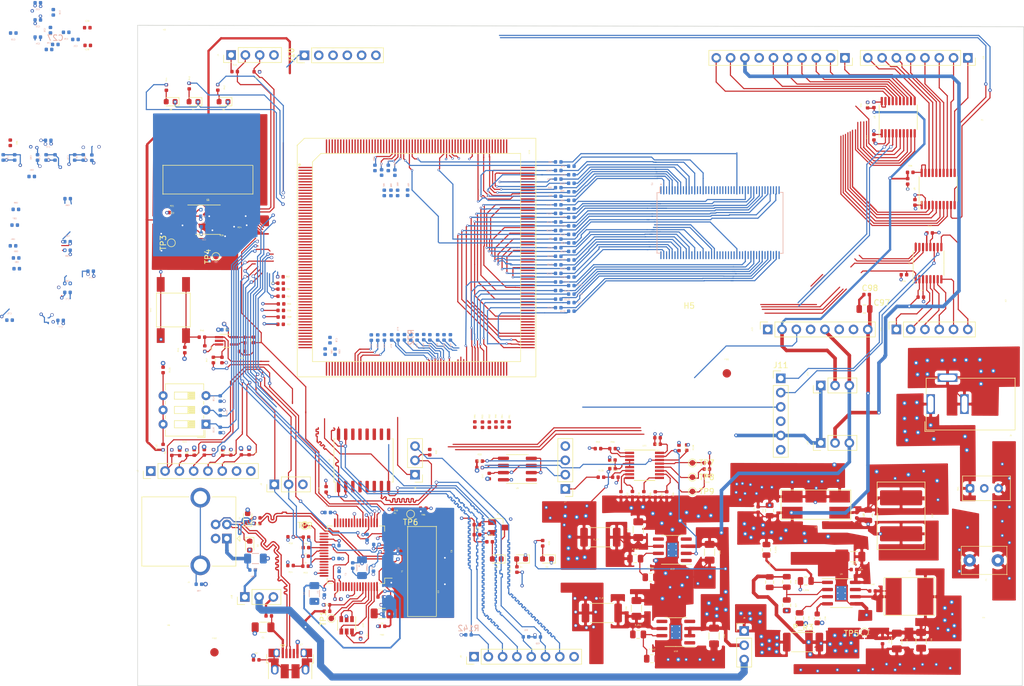
<source format=kicad_pcb>
(kicad_pcb (version 20171130) (host pcbnew "(5.1.6)-1")
  (title_block (title Aardonyx) (rev v1.0) (comment 4 "Author:G Nambirajan"))
  (layers (0 F.Cu signal) (1 In1.Cu power hide) (2 In2.Cu signal hide) (31 B.Cu signal) (34 B.Paste user) (35 F.Paste user) (36 B.SilkS user) (37 F.SilkS user) (38 B.Mask user) (39 F.Mask user) (44 Edge.Cuts user))
  (net 0 "")
  (net 1 GND)
  (net 2 "Net-(C1-Pad1)")
  (net 3 "Net-(C3-Pad1)")
  (net 4 "Net-(C5-Pad1)")
  (net 5 "Net-(C6-Pad1)")
  (net 6 "Net-(C10-Pad1)")
  (net 7 "Net-(C35-Pad1)")
  (net 8 "Net-(C36-Pad1)")
  (net 9 "Net-(C37-Pad1)")
  (net 10 "Net-(C40-Pad2)")
  (net 11 "Net-(C40-Pad1)")
  (net 12 "Net-(C41-Pad2)")
  (net 13 "Net-(C57-Pad1)")
  (net 14 "Net-(C58-Pad1)")
  (net 15 /arduino_header/RESET_AH)
  (net 16 "Net-(C91-Pad1)")
  (net 17 "Net-(D3-Pad2)")
  (net 18 "Net-(D4-Pad2)")
  (net 19 "Net-(D5-Pad1)")
  (net 20 "Net-(D5-Pad2)")
  (net 21 "Net-(D6-Pad2)")
  (net 22 "Net-(D7-Pad2)")
  (net 23 "Net-(D8-Pad2)")
  (net 24 "Net-(F1-Pad2)")
  (net 25 GNDA)
  (net 26 "Net-(J2-Pad7)")
  (net 27 /ftdi/TRST)
  (net 28 /ftdi/TMS)
  (net 29 /soc/TD0)
  (net 30 /ftdi/TDI)
  (net 31 /ftdi/TCK)
  (net 32 /ftdi/UART0_RX)
  (net 33 "Net-(J4-Pad3)")
  (net 34 "Net-(J4-Pad2)")
  (net 35 "Net-(J5-Pad1)")
  (net 36 /arduino_header/I2C0_SCL)
  (net 37 /arduino_header/QSPI0_NCS_H)
  (net 38 /arduino_header/QSPI0_NCS_F)
  (net 39 /arduino_header/QSPI0_NCS)
  (net 40 /arduino_header/QSPI0_CLK)
  (net 41 /arduino_header/QSPI0_IO0)
  (net 42 /arduino_header/QSPI0_IO2)
  (net 43 /arduino_header/QSPI0_IO3)
  (net 44 /arduino_header/SPI1_CLK)
  (net 45 /arduino_header/SPI1_MISO)
  (net 46 /arduino_header/SPI1_MOSI)
  (net 47 /arduino_header/A7)
  (net 48 /arduino_header/IO_14)
  (net 49 /arduino_header/IO_15)
  (net 50 "Net-(J13-Pad1)")
  (net 51 /arduino_header/A0)
  (net 52 /arduino_header/A1)
  (net 53 /arduino_header/A2)
  (net 54 /arduino_header/A3)
  (net 55 /arduino_header/A4)
  (net 56 /arduino_header/A5)
  (net 57 /arduino_header/AH_I2C1_SCL)
  (net 58 /arduino_header/AH_I2C1_SDA)
  (net 59 /arduino_header/AH_IO_13)
  (net 60 /arduino_header/AH_IO_12)
  (net 61 /arduino_header/AH_IO_11)
  (net 62 /arduino_header/AH_IO_10)
  (net 63 /arduino_header/AH_IO_9)
  (net 64 /arduino_header/AH_IO_8)
  (net 65 /arduino_header/AH_IO_7)
  (net 66 /arduino_header/AH_IO_6)
  (net 67 /arduino_header/AH_IO_5)
  (net 68 /arduino_header/AH_IO_4)
  (net 69 /arduino_header/AH_IO_3)
  (net 70 /arduino_header/AH_IO_2)
  (net 71 /arduino_header/AH_IO_1)
  (net 72 /arduino_header/AH_IO_0)
  (net 73 "Net-(J17-Pad4)")
  (net 74 "Net-(P_R25-Pad2)")
  (net 75 "Net-(P_R41-Pad2)")
  (net 76 /power_2/V18_EN)
  (net 77 "Net-(P_R49-Pad2)")
  (net 78 "Net-(Q1-Pad1)")
  (net 79 /ftdi/FT_RESET)
  (net 80 "Net-(R2-Pad1)")
  (net 81 "Net-(R3-Pad1)")
  (net 82 "Net-(R4-Pad1)")
  (net 83 "Net-(R21-Pad2)")
  (net 84 "Net-(R22-Pad2)")
  (net 85 /sdram/CLK)
  (net 86 "Net-(R24-Pad2)")
  (net 87 "Net-(R25-Pad1)")
  (net 88 "Net-(R25-Pad2)")
  (net 89 "Net-(R26-Pad2)")
  (net 90 "Net-(R26-Pad1)")
  (net 91 /arduino_header/SPI0_nCS)
  (net 92 "Net-(R36-Pad2)")
  (net 93 "Net-(R37-Pad2)")
  (net 94 /arduino_header/IO_13)
  (net 95 "Net-(R45-Pad2)")
  (net 96 "Net-(R47-Pad2)")
  (net 97 /power_2/RESET_ASIC)
  (net 98 /ftdi/PWRSAV)
  (net 99 "Net-(R51-Pad2)")
  (net 100 "Net-(R57-Pad1)")
  (net 101 "Net-(R58-Pad1)")
  (net 102 /arduino_header/SPI0_CLK)
  (net 103 /arduino_header/SPI0_MISO)
  (net 104 "Net-(R59-Pad1)")
  (net 105 /arduino_header/SPI0_MOSI)
  (net 106 "Net-(R60-Pad1)")
  (net 107 "Net-(R61-Pad1)")
  (net 108 "Net-(R62-Pad1)")
  (net 109 "Net-(R63-Pad1)")
  (net 110 "Net-(R64-Pad1)")
  (net 111 "Net-(R65-Pad1)")
  (net 112 /sdram/SDRAM_A0)
  (net 113 "Net-(R66-Pad1)")
  (net 114 /sdram/SDRAM_A1)
  (net 115 /sdram/SDRAM_A2)
  (net 116 "Net-(R67-Pad1)")
  (net 117 "Net-(R68-Pad1)")
  (net 118 /sdram/SDRAM_A3)
  (net 119 /sdram/SDRAM_A4)
  (net 120 "Net-(R69-Pad1)")
  (net 121 "Net-(R70-Pad1)")
  (net 122 /sdram/SDRAM_A5)
  (net 123 /sdram/SDRAM_A6)
  (net 124 "Net-(R71-Pad1)")
  (net 125 "Net-(R72-Pad1)")
  (net 126 /sdram/SDRAM_A7)
  (net 127 /sdram/SDRAM_A8)
  (net 128 "Net-(R73-Pad1)")
  (net 129 "Net-(R74-Pad1)")
  (net 130 /sdram/SDRAM_A9)
  (net 131 /sdram/SDRAM_A10)
  (net 132 "Net-(R75-Pad1)")
  (net 133 "Net-(R76-Pad1)")
  (net 134 /sdram/SDRAM_A11)
  (net 135 "Net-(R77-Pad1)")
  (net 136 /sdram/SDRAM_A12)
  (net 137 /sdram/SDRAM_DQM0)
  (net 138 "Net-(R78-Pad1)")
  (net 139 "Net-(R79-Pad1)")
  (net 140 /sdram/SDRAM_DQM1)
  (net 141 "Net-(R80-Pad1)")
  (net 142 /sdram/SDRAM_DQM2)
  (net 143 /sdram/SDRAM_DQM3)
  (net 144 "Net-(R81-Pad1)")
  (net 145 /sdram/SDRAM_BA0)
  (net 146 "Net-(R82-Pad1)")
  (net 147 "Net-(R83-Pad1)")
  (net 148 /sdram/SDRAM_BA1)
  (net 149 "Net-(R84-Pad1)")
  (net 150 /sdram/SDRAM_CS)
  (net 151 /sdram/SDRAM_RAS)
  (net 152 "Net-(R85-Pad1)")
  (net 153 "Net-(R86-Pad1)")
  (net 154 /sdram/SDRAM_CAS)
  (net 155 /sdram/SDRAM_WE)
  (net 156 "Net-(R87-Pad1)")
  (net 157 "Net-(R88-Pad1)")
  (net 158 /sdram/SDRAM_CLK)
  (net 159 /sdram/SDRAM_CKE)
  (net 160 "Net-(R89-Pad1)")
  (net 161 "Net-(R90-Pad2)")
  (net 162 "Net-(R91-Pad2)")
  (net 163 "Net-(R92-Pad2)")
  (net 164 "Net-(R93-Pad2)")
  (net 165 "Net-(R94-Pad2)")
  (net 166 "Net-(R95-Pad2)")
  (net 167 /sdram/SDRAM_D0)
  (net 168 "Net-(R96-Pad2)")
  (net 169 "Net-(R97-Pad2)")
  (net 170 /sdram/SDRAM_D1)
  (net 171 /sdram/SDRAM_D2)
  (net 172 "Net-(R98-Pad2)")
  (net 173 "Net-(R99-Pad2)")
  (net 174 /sdram/SDRAM_D3)
  (net 175 /sdram/SDRAM_D4)
  (net 176 "Net-(R100-Pad2)")
  (net 177 "Net-(R101-Pad2)")
  (net 178 /sdram/SDRAM_D5)
  (net 179 /sdram/SDRAM_D6)
  (net 180 "Net-(R102-Pad2)")
  (net 181 "Net-(R103-Pad2)")
  (net 182 /sdram/SDRAM_D7)
  (net 183 /sdram/SDRAM_D8)
  (net 184 "Net-(R104-Pad2)")
  (net 185 "Net-(R105-Pad2)")
  (net 186 /sdram/SDRAM_D9)
  (net 187 /sdram/SDRAM_D10)
  (net 188 "Net-(R106-Pad2)")
  (net 189 /sdram/SDRAM_D11)
  (net 190 "Net-(R107-Pad2)")
  (net 191 "Net-(R108-Pad2)")
  (net 192 /sdram/SDRAM_D12)
  (net 193 /sdram/SDRAM_D13)
  (net 194 "Net-(R109-Pad2)")
  (net 195 "Net-(R110-Pad2)")
  (net 196 /sdram/SDRAM_D14)
  (net 197 /sdram/SDRAM_D15)
  (net 198 "Net-(R111-Pad2)")
  (net 199 /sdram/SDRAM_D16)
  (net 200 "Net-(R112-Pad2)")
  (net 201 /sdram/SDRAM_D17)
  (net 202 "Net-(R113-Pad2)")
  (net 203 /sdram/SDRAM_D18)
  (net 204 "Net-(R114-Pad2)")
  (net 205 "Net-(R115-Pad2)")
  (net 206 /sdram/SDRAM_D19)
  (net 207 "Net-(R116-Pad2)")
  (net 208 /sdram/SDRAM_D20)
  (net 209 /sdram/SDRAM_D21)
  (net 210 "Net-(R117-Pad2)")
  (net 211 "Net-(R118-Pad2)")
  (net 212 /sdram/SDRAM_D22)
  (net 213 /sdram/SDRAM_D23)
  (net 214 "Net-(R119-Pad2)")
  (net 215 /sdram/SDRAM_D24)
  (net 216 "Net-(R120-Pad2)")
  (net 217 "Net-(R121-Pad2)")
  (net 218 /sdram/SDRAM_D25)
  (net 219 /sdram/SDRAM_D26)
  (net 220 "Net-(R122-Pad2)")
  (net 221 "Net-(R123-Pad2)")
  (net 222 /sdram/SDRAM_D27)
  (net 223 "Net-(R124-Pad2)")
  (net 224 /sdram/SDRAM_D28)
  (net 225 "Net-(R125-Pad2)")
  (net 226 /sdram/SDRAM_D29)
  (net 227 "Net-(R126-Pad2)")
  (net 228 /sdram/SDRAM_D30)
  (net 229 /sdram/SDRAM_D31)
  (net 230 "Net-(R127-Pad2)")
  (net 231 /soc/TEST_MODE)
  (net 232 /soc/BOOT_MODE1)
  (net 233 /soc/BOOT_MODE0)
  (net 234 "Net-(R131-Pad2)")
  (net 235 "Net-(TP1-Pad1)")
  (net 236 "Net-(TP2-Pad1)")
  (net 237 "Net-(U1-Pad21)")
  (net 238 "Net-(U1-Pad23)")
  (net 239 "Net-(U1-Pad24)")
  (net 240 "Net-(U1-Pad26)")
  (net 241 "Net-(U1-Pad27)")
  (net 242 "Net-(U1-Pad28)")
  (net 243 "Net-(U1-Pad29)")
  (net 244 "Net-(U1-Pad30)")
  (net 245 "Net-(U1-Pad32)")
  (net 246 "Net-(U1-Pad33)")
  (net 247 "Net-(U1-Pad34)")
  (net 248 "Net-(U1-Pad40)")
  (net 249 "Net-(U1-Pad41)")
  (net 250 "Net-(U1-Pad43)")
  (net 251 "Net-(U1-Pad44)")
  (net 252 "Net-(U1-Pad45)")
  (net 253 "Net-(U1-Pad46)")
  (net 254 "Net-(U1-Pad48)")
  (net 255 "Net-(U1-Pad52)")
  (net 256 "Net-(U1-Pad53)")
  (net 257 "Net-(U1-Pad54)")
  (net 258 "Net-(U1-Pad55)")
  (net 259 "Net-(U1-Pad57)")
  (net 260 "Net-(U1-Pad58)")
  (net 261 "Net-(U1-Pad61)")
  (net 262 "Net-(U1-Pad62)")
  (net 263 "Net-(U1-Pad63)")
  (net 264 "Net-(U2-Pad14)")
  (net 265 "Net-(U2-Pad30)")
  (net 266 "Net-(U2-Pad57)")
  (net 267 "Net-(U2-Pad70)")
  (net 268 "Net-(U2-Pad73)")
  (net 269 "Net-(U3-Pad1)")
  (net 270 "Net-(U3-Pad14)")
  (net 271 "Net-(U5-Pad1)")
  (net 272 "Net-(U6-Pad3)")
  (net 273 "Net-(U6-Pad4)")
  (net 274 "Net-(U6-Pad5)")
  (net 275 "Net-(U6-Pad6)")
  (net 276 "Net-(U6-Pad11)")
  (net 277 "Net-(U6-Pad12)")
  (net 278 "Net-(U6-Pad13)")
  (net 279 "Net-(U6-Pad14)")
  (net 280 /arduino_header/IO_0)
  (net 281 /arduino_header/IO_1)
  (net 282 /arduino_header/IO_2)
  (net 283 /arduino_header/IO_3)
  (net 284 /arduino_header/IO_4)
  (net 285 /arduino_header/IO_5)
  (net 286 /arduino_header/IO_6)
  (net 287 /arduino_header/IO_7)
  (net 288 /arduino_header/I2C1_SDA)
  (net 289 /arduino_header/I2C1_SCL)
  (net 290 /arduino_header/IO_12)
  (net 291 /arduino_header/IO_11)
  (net 292 /arduino_header/IO_10)
  (net 293 /arduino_header/IO_9)
  (net 294 /arduino_header/IO_8)
  (net 295 "Net-(U10-Pad1)")
  (net 296 "Net-(U10-Pad4)")
  (net 297 "Net-(U10-Pad5)")
  (net 298 "Net-(U13-Pad1)")
  (net 299 "Net-(U13-Pad4)")
  (net 300 "Net-(U13-Pad5)")
  (net 301 "Net-(U15-Pad3)")
  (net 302 "Net-(U15-Pad1)")
  (net 303 "Net-(U15-Pad4)")
  (net 304 "Net-(U15-Pad6)")
  (net 305 "Net-(U15-Pad7)")
  (net 306 "Net-(U15-Pad9)")
  (net 307 "Net-(U15-Pad12)")
  (net 308 "Net-(U15-Pad13)")
  (net 309 "Net-(U15-Pad17)")
  (net 310 "Net-(U15-Pad19)")
  (net 311 "Net-(U15-Pad21)")
  (net 312 "Net-(U15-Pad22)")
  (net 313 "Net-(U15-Pad39)")
  (net 314 "Net-(U15-Pad43)")
  (net 315 "Net-(U15-Pad52)")
  (net 316 "Net-(U15-Pad55)")
  (net 317 "Net-(U15-Pad56)")
  (net 318 "Net-(U15-Pad57)")
  (net 319 "Net-(U15-Pad59)")
  (net 320 "Net-(U15-Pad60)")
  (net 321 "Net-(U15-Pad61)")
  (net 322 "Net-(U15-Pad62)")
  (net 323 "Net-(U15-Pad63)")
  (net 324 "Net-(U15-Pad64)")
  (net 325 "Net-(U15-Pad65)")
  (net 326 "Net-(U15-Pad67)")
  (net 327 "Net-(U15-Pad68)")
  (net 328 "Net-(U15-Pad69)")
  (net 329 "Net-(U15-Pad78)")
  (net 330 "Net-(U15-Pad81)")
  (net 331 "Net-(U15-Pad82)")
  (net 332 "Net-(U15-Pad83)")
  (net 333 "Net-(U15-Pad84)")
  (net 334 "Net-(U15-Pad85)")
  (net 335 "Net-(U15-Pad86)")
  (net 336 "Net-(U15-Pad87)")
  (net 337 "Net-(U15-Pad88)")
  (net 338 "Net-(U15-Pad89)")
  (net 339 "Net-(U15-Pad90)")
  (net 340 "Net-(U15-Pad91)")
  (net 341 "Net-(U15-Pad92)")
  (net 342 "Net-(U15-Pad93)")
  (net 343 "Net-(U15-Pad98)")
  (net 344 "Net-(U15-Pad99)")
  (net 345 "Net-(U15-Pad100)")
  (net 346 "Net-(U15-Pad107)")
  (net 347 "Net-(U15-Pad115)")
  (net 348 "Net-(U15-Pad119)")
  (net 349 "Net-(U15-Pad122)")
  (net 350 "Net-(U15-Pad123)")
  (net 351 "Net-(U15-Pad124)")
  (net 352 "Net-(U15-Pad125)")
  (net 353 "Net-(U15-Pad126)")
  (net 354 "Net-(U15-Pad127)")
  (net 355 "Net-(U15-Pad128)")
  (net 356 "Net-(U15-Pad132)")
  (net 357 "Net-(U15-Pad135)")
  (net 358 "Net-(U15-Pad136)")
  (net 359 "Net-(U15-Pad138)")
  (net 360 "Net-(U15-Pad141)")
  (net 361 "Net-(U15-Pad142)")
  (net 362 "Net-(U15-Pad145)")
  (net 363 "Net-(U15-Pad148)")
  (net 364 "Net-(U15-Pad151)")
  (net 365 "Net-(U15-Pad152)")
  (net 366 "Net-(U15-Pad153)")
  (net 367 "Net-(U15-Pad154)")
  (net 368 "Net-(U15-Pad155)")
  (net 369 "Net-(U15-Pad156)")
  (net 370 "Net-(U15-Pad162)")
  (net 371 "Net-(U15-Pad166)")
  (net 372 "Net-(U15-Pad168)")
  (net 373 "Net-(U15-Pad170)")
  (net 374 "Net-(U15-Pad172)")
  (net 375 "Net-(U15-Pad180)")
  (net 376 "Net-(U15-Pad181)")
  (net 377 "Net-(U15-Pad184)")
  (net 378 "Net-(U15-Pad185)")
  (net 379 "Net-(U15-Pad186)")
  (net 380 "Net-(U15-Pad188)")
  (net 381 "Net-(U15-Pad192)")
  (net 382 "Net-(U15-Pad193)")
  (net 383 "Net-(U15-Pad194)")
  (net 384 "Net-(U15-Pad195)")
  (net 385 "Net-(U15-Pad196)")
  (net 386 "Net-(U15-Pad197)")
  (net 387 "Net-(U15-Pad198)")
  (net 388 "Net-(U15-Pad200)")
  (net 389 "Net-(U15-Pad202)")
  (net 390 "Net-(U15-Pad204)")
  (net 391 "Net-(U15-Pad209)")
  (net 392 "Net-(U15-Pad216)")
  (net 393 "Net-(U15-Pad217)")
  (net 394 "Net-(U15-Pad218)")
  (net 395 "Net-(U15-Pad220)")
  (net 396 "Net-(U15-Pad221)")
  (net 397 "Net-(U15-Pad228)")
  (net 398 "Net-(U15-Pad242)")
  (net 399 "Net-(U15-Pad244)")
  (net 400 "Net-(U15-Pad246)")
  (net 401 "Net-(U15-Pad247)")
  (net 402 "Net-(U15-Pad248)")
  (net 403 "Net-(U15-Pad251)")
  (net 404 "Net-(U15-Pad252)")
  (net 405 "Net-(U15-Pad254)")
  (net 406 "Net-(U15-Pad255)")
  (net 407 "Net-(U15-Pad256)")
  (net 408 /ftdi/UART0_TX)
  (net 409 V3P3)
  (net 410 V5P0)
  (net 411 V1P8)
  (net 412 /arduino_header/I2C0_SDA)
  (net 413 "Net-(C56-Pad1)")
  (net 414 "Net-(C62-Pad1)")
  (net 415 "Net-(FB7-Pad2)")
  (net 416 "Net-(FB6-Pad1)")
  (net 417 /arduino_header/SPI1_nCS)
  (net 418 "Net-(C85-Pad1)")
  (net 419 "Net-(C95-Pad1)")
  (net 420 /RESET)
  (net 421 /power_2/V3P3_MON)
  (net 422 /power_2/V1P8_MON)
  (net 423 /power_2/UP_DOWN#)
  (net 424 /power_2/OUT3)
  (net 425 /power_2/OUT4)
  (net 426 /power_2/PWR_GOOD)
  (net 427 "Net-(J6-Pad1)")
  (net 428 VCORE_FTDI)
  (net 429 VCC5V)
  (net 430 VBUS_USB2)
  (net 431 VBUS_USB1)
  (net 432 V12P0)
  (net 433 VAC)
  (net 434 VREF_AH)
  (net 435 VBUS)
  (net 436 /arduino_header/QSPI0_IO1)
  (net 437 /arduino_header/A6)
  (net 438 /ftdi/USB_DP)
  (net 439 /ftdi/USB_DM)
  (net 440 "Net-(R38-Pad1)")
  (net 441 "Net-(R39-Pad1)")
  (module Resistor_SMD:R_0402_1005Metric (layer B.Cu) (at 197.9446 69.4944)
    (fp_text reference R80 (at -1.39 0.03 180) (layer B.SilkS) (effects (font (size 0.25 0.25) (thickness 0.04)) (justify mirror)))
    (fp_text value 22E,0402)
    (pad 2 smd roundrect (at 0.485 0) (size 0.59 0.64) (layers B.Cu B.Paste B.Mask) (net 142 /sdram/SDRAM_DQM2))
    (pad 1 smd roundrect (at -0.485 0) (size 0.59 0.64) (layers B.Cu B.Paste B.Mask) (net 141 "Net-(R80-Pad1)"))
  )
  (module Resistor_SMD:R_0402_1005Metric (layer B.Cu) (at 200.2766 82.37668 180)
    (fp_text reference R119 (at 1.57 -0.06) (layer B.SilkS) (effects (font (size 0.25 0.25) (thickness 0.04)) (justify mirror)))
    (fp_text value 22E,0402)
    (pad 2 smd roundrect (at 0.485 0 180) (size 0.59 0.64) (layers B.Cu B.Paste B.Mask) (net 214 "Net-(R119-Pad2)"))
    (pad 1 smd roundrect (at -0.485 0 180) (size 0.59 0.64) (layers B.Cu B.Paste B.Mask) (net 213 /sdram/SDRAM_D23))
  )
  (module Aardonyx:SKT32E_IITM (layer F.Cu) (at 172.762 86.487 270)
    (fp_text reference U15 (at -18.74 -20.03 90) (layer F.SilkS) (effects (font (size 0.25 0.25) (thickness 0.04))))
    (fp_text value SKT32E)
    (pad 256 smd rect (at -18.5 16.002 180) (size 0.24 2.5) (drill (offset 0 1.25)) (layers F.Cu F.Paste F.Mask) (net 407 "Net-(U15-Pad256)"))
    (pad 255 smd rect (at -18.5 15.494 180) (size 0.24 2.5) (drill (offset 0 1.25)) (layers F.Cu F.Paste F.Mask) (net 406 "Net-(U15-Pad255)"))
    (pad 254 smd rect (at -18.5 14.986 180) (size 0.24 2.5) (drill (offset 0 1.25)) (layers F.Cu F.Paste F.Mask) (net 405 "Net-(U15-Pad254)"))
    (pad 253 smd rect (at -18.5 14.478 180) (size 0.24 2.5) (drill (offset 0 1.25)) (layers F.Cu F.Paste F.Mask) (net 293 /arduino_header/IO_9))
    (pad 252 smd rect (at -18.5 13.97 180) (size 0.24 2.5) (drill (offset 0 1.25)) (layers F.Cu F.Paste F.Mask) (net 404 "Net-(U15-Pad252)"))
    (pad 251 smd rect (at -18.5 13.462 180) (size 0.24 2.5) (drill (offset 0 1.25)) (layers F.Cu F.Paste F.Mask) (net 403 "Net-(U15-Pad251)"))
    (pad 250 smd rect (at -18.5 12.954 180) (size 0.24 2.5) (drill (offset 0 1.25)) (layers F.Cu F.Paste F.Mask) (net 294 /arduino_header/IO_8))
    (pad 249 smd rect (at -18.5 12.446 180) (size 0.24 2.5) (drill (offset 0 1.25)) (layers F.Cu F.Paste F.Mask) (net 287 /arduino_header/IO_7))
    (pad 248 smd rect (at -18.5 11.938 180) (size 0.24 2.5) (drill (offset 0 1.25)) (layers F.Cu F.Paste F.Mask) (net 402 "Net-(U15-Pad248)"))
    (pad 247 smd rect (at -18.5 11.43 180) (size 0.24 2.5) (drill (offset 0 1.25)) (layers F.Cu F.Paste F.Mask) (net 401 "Net-(U15-Pad247)"))
    (pad 246 smd rect (at -18.5 10.922 180) (size 0.24 2.5) (drill (offset 0 1.25)) (layers F.Cu F.Paste F.Mask) (net 400 "Net-(U15-Pad246)"))
    (pad 245 smd rect (at -18.5 10.414 180) (size 0.24 2.5) (drill (offset 0 1.25)) (layers F.Cu F.Paste F.Mask) (net 286 /arduino_header/IO_6))
    (pad 244 smd rect (at -18.5 9.906 180) (size 0.24 2.5) (drill (offset 0 1.25)) (layers F.Cu F.Paste F.Mask) (net 399 "Net-(U15-Pad244)"))
    (pad 243 smd rect (at -18.5 9.398 180) (size 0.24 2.5) (drill (offset 0 1.25)) (layers F.Cu F.Paste F.Mask) (net 285 /arduino_header/IO_5))
    (pad 242 smd rect (at -18.5 8.89 180) (size 0.24 2.5) (drill (offset 0 1.25)) (layers F.Cu F.Paste F.Mask) (net 398 "Net-(U15-Pad242)"))
    (pad 241 smd rect (at -18.5 8.382 180) (size 0.24 2.5) (drill (offset 0 1.25)) (layers F.Cu F.Paste F.Mask) (net 284 /arduino_header/IO_4))
    (pad 240 smd rect (at -18.5 7.874 180) (size 0.24 2.5) (drill (offset 0 1.25)) (layers F.Cu F.Paste F.Mask) (net 283 /arduino_header/IO_3))
    (pad 239 smd rect (at -18.5 7.366 180) (size 0.24 2.5) (drill (offset 0 1.25)) (layers F.Cu F.Paste F.Mask) (net 282 /arduino_header/IO_2))
    (pad 238 smd rect (at -18.5 6.858 180) (size 0.24 2.5) (drill (offset 0 1.25)) (layers F.Cu F.Paste F.Mask) (net 1 GND))
    (pad 237 smd rect (at -18.5 6.35 180) (size 0.24 2.5) (drill (offset 0 1.25)) (layers F.Cu F.Paste F.Mask) (net 411 V1P8))
    (pad 236 smd rect (at -18.5 5.842 180) (size 0.24 2.5) (drill (offset 0 1.25)) (layers F.Cu F.Paste F.Mask) (net 281 /arduino_header/IO_1))
    (pad 235 smd rect (at -18.5 5.334 180) (size 0.24 2.5) (drill (offset 0 1.25)) (layers F.Cu F.Paste F.Mask) (net 280 /arduino_header/IO_0))
    (pad 234 smd rect (at -18.5 4.826 180) (size 0.24 2.5) (drill (offset 0 1.25)) (layers F.Cu F.Paste F.Mask) (net 411 V1P8))
    (pad 233 smd rect (at -18.5 4.318 180) (size 0.24 2.5) (drill (offset 0 1.25)) (layers F.Cu F.Paste F.Mask) (net 157 "Net-(R88-Pad1)"))
    (pad 232 smd rect (at -18.5 3.81 180) (size 0.24 2.5) (drill (offset 0 1.25)) (layers F.Cu F.Paste F.Mask) (net 160 "Net-(R89-Pad1)"))
    (pad 231 smd rect (at -18.5 3.302 180) (size 0.24 2.5) (drill (offset 0 1.25)) (layers F.Cu F.Paste F.Mask) (net 146 "Net-(R82-Pad1)"))
    (pad 230 smd rect (at -18.5 2.794 180) (size 0.24 2.5) (drill (offset 0 1.25)) (layers F.Cu F.Paste F.Mask) (net 147 "Net-(R83-Pad1)"))
    (pad 229 smd rect (at -18.5 2.286 180) (size 0.24 2.5) (drill (offset 0 1.25)) (layers F.Cu F.Paste F.Mask) (net 138 "Net-(R78-Pad1)"))
    (pad 228 smd rect (at -18.5 1.778 180) (size 0.24 2.5) (drill (offset 0 1.25)) (layers F.Cu F.Paste F.Mask) (net 397 "Net-(U15-Pad228)"))
    (pad 227 smd rect (at -18.5 1.27 180) (size 0.24 2.5) (drill (offset 0 1.25)) (layers F.Cu F.Paste F.Mask) (net 139 "Net-(R79-Pad1)"))
    (pad 226 smd rect (at -18.5 0.762 180) (size 0.24 2.5) (drill (offset 0 1.25)) (layers F.Cu F.Paste F.Mask) (net 141 "Net-(R80-Pad1)"))
    (pad 225 smd rect (at -18.5 0.254 180) (size 0.24 2.5) (drill (offset 0 1.25)) (layers F.Cu F.Paste F.Mask) (net 1 GND))
    (pad 224 smd rect (at -18.5 -0.254 180) (size 0.24 2.5) (drill (offset 0 1.25)) (layers F.Cu F.Paste F.Mask) (net 409 V3P3))
    (pad 223 smd rect (at -18.5 -0.762 180) (size 0.24 2.5) (drill (offset 0 1.25)) (layers F.Cu F.Paste F.Mask) (net 1 GND))
    (pad 222 smd rect (at -18.5 -1.27 180) (size 0.24 2.5) (drill (offset 0 1.25)) (layers F.Cu F.Paste F.Mask) (net 411 V1P8))
    (pad 221 smd rect (at -18.5 -1.778 180) (size 0.24 2.5) (drill (offset 0 1.25)) (layers F.Cu F.Paste F.Mask) (net 396 "Net-(U15-Pad221)"))
    (pad 220 smd rect (at -18.5 -2.286 180) (size 0.24 2.5) (drill (offset 0 1.25)) (layers F.Cu F.Paste F.Mask) (net 395 "Net-(U15-Pad220)"))
    (pad 219 smd rect (at -18.5 -2.794 180) (size 0.24 2.5) (drill (offset 0 1.25)) (layers F.Cu F.Paste F.Mask) (net 411 V1P8))
    (pad 218 smd rect (at -18.5 -3.302 180) (size 0.24 2.5) (drill (offset 0 1.25)) (layers F.Cu F.Paste F.Mask) (net 394 "Net-(U15-Pad218)"))
    (pad 217 smd rect (at -18.5 -3.81 180) (size 0.24 2.5) (drill (offset 0 1.25)) (layers F.Cu F.Paste F.Mask) (net 393 "Net-(U15-Pad217)"))
    (pad 216 smd rect (at -18.5 -4.318 180) (size 0.24 2.5) (drill (offset 0 1.25)) (layers F.Cu F.Paste F.Mask) (net 392 "Net-(U15-Pad216)"))
    (pad 215 smd rect (at -18.5 -4.826 180) (size 0.24 2.5) (drill (offset 0 1.25)) (layers F.Cu F.Paste F.Mask) (net 144 "Net-(R81-Pad1)"))
    (pad 214 smd rect (at -18.5 -5.334 180) (size 0.24 2.5) (drill (offset 0 1.25)) (layers F.Cu F.Paste F.Mask) (net 156 "Net-(R87-Pad1)"))
    (pad 213 smd rect (at -18.5 -5.842 180) (size 0.24 2.5) (drill (offset 0 1.25)) (layers F.Cu F.Paste F.Mask) (net 153 "Net-(R86-Pad1)"))
    (pad 212 smd rect (at -18.5 -6.35 180) (size 0.24 2.5) (drill (offset 0 1.25)) (layers F.Cu F.Paste F.Mask) (net 152 "Net-(R85-Pad1)"))
    (pad 211 smd rect (at -18.5 -6.858 180) (size 0.24 2.5) (drill (offset 0 1.25)) (layers F.Cu F.Paste F.Mask) (net 411 V1P8))
    (pad 210 smd rect (at -18.5 -7.366 180) (size 0.24 2.5) (drill (offset 0 1.25)) (layers F.Cu F.Paste F.Mask) (net 411 V1P8))
    (pad 209 smd rect (at -18.5 -7.874 180) (size 0.24 2.5) (drill (offset 0 1.25)) (layers F.Cu F.Paste F.Mask) (net 391 "Net-(U15-Pad209)"))
    (pad 208 smd rect (at -18.5 -8.382 180) (size 0.24 2.5) (drill (offset 0 1.25)) (layers F.Cu F.Paste F.Mask) (net 1 GND))
    (pad 207 smd rect (at -18.5 -8.89 180) (size 0.24 2.5) (drill (offset 0 1.25)) (layers F.Cu F.Paste F.Mask) (net 409 V3P3))
    (pad 206 smd rect (at -18.5 -9.398 180) (size 0.24 2.5) (drill (offset 0 1.25)) (layers F.Cu F.Paste F.Mask) (net 1 GND))
    (pad 205 smd rect (at -18.5 -9.906 180) (size 0.24 2.5) (drill (offset 0 1.25)) (layers F.Cu F.Paste F.Mask) (net 149 "Net-(R84-Pad1)"))
    (pad 204 smd rect (at -18.5 -10.414 180) (size 0.24 2.5) (drill (offset 0 1.25)) (layers F.Cu F.Paste F.Mask) (net 390 "Net-(U15-Pad204)"))
    (pad 203 smd rect (at -18.5 -10.922 180) (size 0.24 2.5) (drill (offset 0 1.25)) (layers F.Cu F.Paste F.Mask) (net 168 "Net-(R96-Pad2)"))
    (pad 202 smd rect (at -18.5 -11.43 180) (size 0.24 2.5) (drill (offset 0 1.25)) (layers F.Cu F.Paste F.Mask) (net 389 "Net-(U15-Pad202)"))
    (pad 201 smd rect (at -18.5 -11.938 180) (size 0.24 2.5) (drill (offset 0 1.25)) (layers F.Cu F.Paste F.Mask) (net 169 "Net-(R97-Pad2)"))
    (pad 200 smd rect (at -18.5 -12.446 180) (size 0.24 2.5) (drill (offset 0 1.25)) (layers F.Cu F.Paste F.Mask) (net 388 "Net-(U15-Pad200)"))
    (pad 199 smd rect (at -18.5 -12.954 180) (size 0.24 2.5) (drill (offset 0 1.25)) (layers F.Cu F.Paste F.Mask) (net 172 "Net-(R98-Pad2)"))
    (pad 198 smd rect (at -18.5 -13.462 180) (size 0.24 2.5) (drill (offset 0 1.25)) (layers F.Cu F.Paste F.Mask) (net 387 "Net-(U15-Pad198)"))
    (pad 197 smd rect (at -18.5 -13.97 180) (size 0.24 2.5) (drill (offset 0 1.25)) (layers F.Cu F.Paste F.Mask) (net 386 "Net-(U15-Pad197)"))
    (pad 196 smd rect (at -18.5 -14.478 180) (size 0.24 2.5) (drill (offset 0 1.25)) (layers F.Cu F.Paste F.Mask) (net 385 "Net-(U15-Pad196)"))
    (pad 195 smd rect (at -18.5 -14.986 180) (size 0.24 2.5) (drill (offset 0 1.25)) (layers F.Cu F.Paste F.Mask) (net 384 "Net-(U15-Pad195)"))
    (pad 194 smd rect (at -18.5 -15.494 180) (size 0.24 2.5) (drill (offset 0 1.25)) (layers F.Cu F.Paste F.Mask) (net 383 "Net-(U15-Pad194)"))
    (pad 193 smd rect (at -18.5 -16.002 180) (size 0.24 2.5) (drill (offset 0 1.25)) (layers F.Cu F.Paste F.Mask) (net 382 "Net-(U15-Pad193)"))
    (pad 192 smd rect (at -16.002 -18.5 90) (size 0.24 2.5) (drill (offset 0 1.25)) (layers F.Cu F.Paste F.Mask) (net 381 "Net-(U15-Pad192)"))
    (pad 191 smd rect (at -15.494 -18.5 90) (size 0.24 2.5) (drill (offset 0 1.25)) (layers F.Cu F.Paste F.Mask) (net 173 "Net-(R99-Pad2)"))
    (pad 190 smd rect (at -14.986 -18.5 90) (size 0.24 2.5) (drill (offset 0 1.25)) (layers F.Cu F.Paste F.Mask) (net 176 "Net-(R100-Pad2)"))
    (pad 189 smd rect (at -14.478 -18.5 90) (size 0.24 2.5) (drill (offset 0 1.25)) (layers F.Cu F.Paste F.Mask) (net 411 V1P8))
    (pad 188 smd rect (at -13.97 -18.5 90) (size 0.24 2.5) (drill (offset 0 1.25)) (layers F.Cu F.Paste F.Mask) (net 380 "Net-(U15-Pad188)"))
    (pad 187 smd rect (at -13.462 -18.5 90) (size 0.24 2.5) (drill (offset 0 1.25)) (layers F.Cu F.Paste F.Mask) (net 177 "Net-(R101-Pad2)"))
    (pad 186 smd rect (at -12.954 -18.5 90) (size 0.24 2.5) (drill (offset 0 1.25)) (layers F.Cu F.Paste F.Mask) (net 379 "Net-(U15-Pad186)"))
    (pad 185 smd rect (at -12.446 -18.5 90) (size 0.24 2.5) (drill (offset 0 1.25)) (layers F.Cu F.Paste F.Mask) (net 378 "Net-(U15-Pad185)"))
    (pad 184 smd rect (at -11.938 -18.5 90) (size 0.24 2.5) (drill (offset 0 1.25)) (layers F.Cu F.Paste F.Mask) (net 377 "Net-(U15-Pad184)"))
    (pad 183 smd rect (at -11.43 -18.5 90) (size 0.24 2.5) (drill (offset 0 1.25)) (layers F.Cu F.Paste F.Mask) (net 180 "Net-(R102-Pad2)"))
    (pad 182 smd rect (at -10.922 -18.5 90) (size 0.24 2.5) (drill (offset 0 1.25)) (layers F.Cu F.Paste F.Mask) (net 181 "Net-(R103-Pad2)"))
    (pad 181 smd rect (at -10.414 -18.5 90) (size 0.24 2.5) (drill (offset 0 1.25)) (layers F.Cu F.Paste F.Mask) (net 376 "Net-(U15-Pad181)"))
    (pad 180 smd rect (at -9.906 -18.5 90) (size 0.24 2.5) (drill (offset 0 1.25)) (layers F.Cu F.Paste F.Mask) (net 375 "Net-(U15-Pad180)"))
    (pad 179 smd rect (at -9.398 -18.5 90) (size 0.24 2.5) (drill (offset 0 1.25)) (layers F.Cu F.Paste F.Mask) (net 184 "Net-(R104-Pad2)"))
    (pad 178 smd rect (at -8.89 -18.5 90) (size 0.24 2.5) (drill (offset 0 1.25)) (layers F.Cu F.Paste F.Mask) (net 185 "Net-(R105-Pad2)"))
    (pad 177 smd rect (at -8.382 -18.5 90) (size 0.24 2.5) (drill (offset 0 1.25)) (layers F.Cu F.Paste F.Mask) (net 411 V1P8))
    (pad 176 smd rect (at -7.874 -18.5 90) (size 0.24 2.5) (drill (offset 0 1.25)) (layers F.Cu F.Paste F.Mask) (net 1 GND))
    (pad 175 smd rect (at -7.366 -18.5 90) (size 0.24 2.5) (drill (offset 0 1.25)) (layers F.Cu F.Paste F.Mask) (net 409 V3P3))
    (pad 174 smd rect (at -6.858 -18.5 90) (size 0.24 2.5) (drill (offset 0 1.25)) (layers F.Cu F.Paste F.Mask) (net 1 GND))
    (pad 173 smd rect (at -6.35 -18.5 90) (size 0.24 2.5) (drill (offset 0 1.25)) (layers F.Cu F.Paste F.Mask) (net 411 V1P8))
    (pad 172 smd rect (at -5.842 -18.5 90) (size 0.24 2.5) (drill (offset 0 1.25)) (layers F.Cu F.Paste F.Mask) (net 374 "Net-(U15-Pad172)"))
    (pad 171 smd rect (at -5.334 -18.5 90) (size 0.24 2.5) (drill (offset 0 1.25)) (layers F.Cu F.Paste F.Mask) (net 188 "Net-(R106-Pad2)"))
    (pad 170 smd rect (at -4.826 -18.5 90) (size 0.24 2.5) (drill (offset 0 1.25)) (layers F.Cu F.Paste F.Mask) (net 373 "Net-(U15-Pad170)"))
    (pad 169 smd rect (at -4.318 -18.5 90) (size 0.24 2.5) (drill (offset 0 1.25)) (layers F.Cu F.Paste F.Mask) (net 190 "Net-(R107-Pad2)"))
    (pad 168 smd rect (at -3.81 -18.5 90) (size 0.24 2.5) (drill (offset 0 1.25)) (layers F.Cu F.Paste F.Mask) (net 372 "Net-(U15-Pad168)"))
    (pad 167 smd rect (at -3.302 -18.5 90) (size 0.24 2.5) (drill (offset 0 1.25)) (layers F.Cu F.Paste F.Mask) (net 191 "Net-(R108-Pad2)"))
    (pad 166 smd rect (at -2.794 -18.5 90) (size 0.24 2.5) (drill (offset 0 1.25)) (layers F.Cu F.Paste F.Mask) (net 371 "Net-(U15-Pad166)"))
    (pad 165 smd rect (at -2.286 -18.5 90) (size 0.24 2.5) (drill (offset 0 1.25)) (layers F.Cu F.Paste F.Mask) (net 411 V1P8))
    (pad 164 smd rect (at -1.778 -18.5 90) (size 0.24 2.5) (drill (offset 0 1.25)) (layers F.Cu F.Paste F.Mask) (net 194 "Net-(R109-Pad2)"))
    (pad 163 smd rect (at -1.27 -18.5 90) (size 0.24 2.5) (drill (offset 0 1.25)) (layers F.Cu F.Paste F.Mask) (net 195 "Net-(R110-Pad2)"))
    (pad 162 smd rect (at -0.762 -18.5 90) (size 0.24 2.5) (drill (offset 0 1.25)) (layers F.Cu F.Paste F.Mask) (net 370 "Net-(U15-Pad162)"))
    (pad 161 smd rect (at -0.254 -18.5 90) (size 0.24 2.5) (drill (offset 0 1.25)) (layers F.Cu F.Paste F.Mask) (net 1 GND))
    (pad 160 smd rect (at 0.254 -18.5 90) (size 0.24 2.5) (drill (offset 0 1.25)) (layers F.Cu F.Paste F.Mask) (net 409 V3P3))
    (pad 159 smd rect (at 0.762 -18.5 90) (size 0.24 2.5) (drill (offset 0 1.25)) (layers F.Cu F.Paste F.Mask) (net 1 GND))
    (pad 158 smd rect (at 1.27 -18.5 90) (size 0.24 2.5) (drill (offset 0 1.25)) (layers F.Cu F.Paste F.Mask) (net 411 V1P8))
    (pad 157 smd rect (at 1.778 -18.5 90) (size 0.24 2.5) (drill (offset 0 1.25)) (layers F.Cu F.Paste F.Mask) (net 198 "Net-(R111-Pad2)"))
    (pad 156 smd rect (at 2.286 -18.5 90) (size 0.24 2.5) (drill (offset 0 1.25)) (layers F.Cu F.Paste F.Mask) (net 369 "Net-(U15-Pad156)"))
    (pad 155 smd rect (at 2.794 -18.5 90) (size 0.24 2.5) (drill (offset 0 1.25)) (layers F.Cu F.Paste F.Mask) (net 368 "Net-(U15-Pad155)"))
    (pad 154 smd rect (at 3.302 -18.5 90) (size 0.24 2.5) (drill (offset 0 1.25)) (layers F.Cu F.Paste F.Mask) (net 367 "Net-(U15-Pad154)"))
    (pad 153 smd rect (at 3.81 -18.5 90) (size 0.24 2.5) (drill (offset 0 1.25)) (layers F.Cu F.Paste F.Mask) (net 366 "Net-(U15-Pad153)"))
    (pad 152 smd rect (at 4.318 -18.5 90) (size 0.24 2.5) (drill (offset 0 1.25)) (layers F.Cu F.Paste F.Mask) (net 365 "Net-(U15-Pad152)"))
    (pad 151 smd rect (at 4.826 -18.5 90) (size 0.24 2.5) (drill (offset 0 1.25)) (layers F.Cu F.Paste F.Mask) (net 364 "Net-(U15-Pad151)"))
    (pad 150 smd rect (at 5.334 -18.5 90) (size 0.24 2.5) (drill (offset 0 1.25)) (layers F.Cu F.Paste F.Mask) (net 200 "Net-(R112-Pad2)"))
    (pad 149 smd rect (at 5.842 -18.5 90) (size 0.24 2.5) (drill (offset 0 1.25)) (layers F.Cu F.Paste F.Mask) (net 202 "Net-(R113-Pad2)"))
    (pad 148 smd rect (at 6.35 -18.5 90) (size 0.24 2.5) (drill (offset 0 1.25)) (layers F.Cu F.Paste F.Mask) (net 363 "Net-(U15-Pad148)"))
    (pad 147 smd rect (at 6.858 -18.5 90) (size 0.24 2.5) (drill (offset 0 1.25)) (layers F.Cu F.Paste F.Mask) (net 411 V1P8))
    (pad 146 smd rect (at 7.366 -18.5 90) (size 0.24 2.5) (drill (offset 0 1.25)) (layers F.Cu F.Paste F.Mask) (net 204 "Net-(R114-Pad2)"))
    (pad 145 smd rect (at 7.874 -18.5 90) (size 0.24 2.5) (drill (offset 0 1.25)) (layers F.Cu F.Paste F.Mask) (net 362 "Net-(U15-Pad145)"))
    (pad 144 smd rect (at 8.382 -18.5 90) (size 0.24 2.5) (drill (offset 0 1.25)) (layers F.Cu F.Paste F.Mask) (net 1 GND))
    (pad 143 smd rect (at 8.89 -18.5 90) (size 0.24 2.5) (drill (offset 0 1.25)) (layers F.Cu F.Paste F.Mask) (net 409 V3P3))
    (pad 142 smd rect (at 9.398 -18.5 90) (size 0.24 2.5) (drill (offset 0 1.25)) (layers F.Cu F.Paste F.Mask) (net 361 "Net-(U15-Pad142)"))
    (pad 141 smd rect (at 9.906 -18.5 90) (size 0.24 2.5) (drill (offset 0 1.25)) (layers F.Cu F.Paste F.Mask) (net 360 "Net-(U15-Pad141)"))
    (pad 140 smd rect (at 10.414 -18.5 90) (size 0.24 2.5) (drill (offset 0 1.25)) (layers F.Cu F.Paste F.Mask) (net 207 "Net-(R116-Pad2)"))
    (pad 139 smd rect (at 10.922 -18.5 90) (size 0.24 2.5) (drill (offset 0 1.25)) (layers F.Cu F.Paste F.Mask) (net 205 "Net-(R115-Pad2)"))
    (pad 138 smd rect (at 11.43 -18.5 90) (size 0.24 2.5) (drill (offset 0 1.25)) (layers F.Cu F.Paste F.Mask) (net 359 "Net-(U15-Pad138)"))
    (pad 137 smd rect (at 11.938 -18.5 90) (size 0.24 2.5) (drill (offset 0 1.25)) (layers F.Cu F.Paste F.Mask) (net 411 V1P8))
    (pad 136 smd rect (at 12.446 -18.5 90) (size 0.24 2.5) (drill (offset 0 1.25)) (layers F.Cu F.Paste F.Mask) (net 358 "Net-(U15-Pad136)"))
    (pad 135 smd rect (at 12.954 -18.5 90) (size 0.24 2.5) (drill (offset 0 1.25)) (layers F.Cu F.Paste F.Mask) (net 357 "Net-(U15-Pad135)"))
    (pad 134 smd rect (at 13.462 -18.5 90) (size 0.24 2.5) (drill (offset 0 1.25)) (layers F.Cu F.Paste F.Mask) (net 210 "Net-(R117-Pad2)"))
    (pad 133 smd rect (at 13.97 -18.5 90) (size 0.24 2.5) (drill (offset 0 1.25)) (layers F.Cu F.Paste F.Mask) (net 211 "Net-(R118-Pad2)"))
    (pad 132 smd rect (at 14.478 -18.5 90) (size 0.24 2.5) (drill (offset 0 1.25)) (layers F.Cu F.Paste F.Mask) (net 356 "Net-(U15-Pad132)"))
    (pad 131 smd rect (at 14.986 -18.5 90) (size 0.24 2.5) (drill (offset 0 1.25)) (layers F.Cu F.Paste F.Mask) (net 216 "Net-(R120-Pad2)"))
    (pad 130 smd rect (at 15.494 -18.5 90) (size 0.24 2.5) (drill (offset 0 1.25)) (layers F.Cu F.Paste F.Mask) (net 217 "Net-(R121-Pad2)"))
    (pad 129 smd rect (at 16.002 -18.5 90) (size 0.24 2.5) (drill (offset 0 1.25)) (layers F.Cu F.Paste F.Mask) (net 214 "Net-(R119-Pad2)"))
    (pad 128 smd rect (at 18.5 -16.002) (size 0.24 2.5) (drill (offset 0 1.25)) (layers F.Cu F.Paste F.Mask) (net 355 "Net-(U15-Pad128)"))
    (pad 127 smd rect (at 18.5 -15.494) (size 0.24 2.5) (drill (offset 0 1.25)) (layers F.Cu F.Paste F.Mask) (net 354 "Net-(U15-Pad127)"))
    (pad 126 smd rect (at 18.5 -14.986) (size 0.24 2.5) (drill (offset 0 1.25)) (layers F.Cu F.Paste F.Mask) (net 353 "Net-(U15-Pad126)"))
    (pad 125 smd rect (at 18.5 -14.478) (size 0.24 2.5) (drill (offset 0 1.25)) (layers F.Cu F.Paste F.Mask) (net 352 "Net-(U15-Pad125)"))
    (pad 124 smd rect (at 18.5 -13.97) (size 0.24 2.5) (drill (offset 0 1.25)) (layers F.Cu F.Paste F.Mask) (net 351 "Net-(U15-Pad124)"))
    (pad 123 smd rect (at 18.5 -13.462) (size 0.24 2.5) (drill (offset 0 1.25)) (layers F.Cu F.Paste F.Mask) (net 350 "Net-(U15-Pad123)"))
    (pad 122 smd rect (at 18.5 -12.954) (size 0.24 2.5) (drill (offset 0 1.25)) (layers F.Cu F.Paste F.Mask) (net 349 "Net-(U15-Pad122)"))
    (pad 121 smd rect (at 18.5 -12.446) (size 0.24 2.5) (drill (offset 0 1.25)) (layers F.Cu F.Paste F.Mask) (net 220 "Net-(R122-Pad2)"))
    (pad 120 smd rect (at 18.5 -11.938) (size 0.24 2.5) (drill (offset 0 1.25)) (layers F.Cu F.Paste F.Mask) (net 221 "Net-(R123-Pad2)"))
    (pad 119 smd rect (at 18.5 -11.43) (size 0.24 2.5) (drill (offset 0 1.25)) (layers F.Cu F.Paste F.Mask) (net 348 "Net-(U15-Pad119)"))
    (pad 118 smd rect (at 18.5 -10.922) (size 0.24 2.5) (drill (offset 0 1.25)) (layers F.Cu F.Paste F.Mask) (net 223 "Net-(R124-Pad2)"))
    (pad 117 smd rect (at 18.5 -10.414) (size 0.24 2.5) (drill (offset 0 1.25)) (layers F.Cu F.Paste F.Mask) (net 225 "Net-(R125-Pad2)"))
    (pad 116 smd rect (at 18.5 -9.906) (size 0.24 2.5) (drill (offset 0 1.25)) (layers F.Cu F.Paste F.Mask) (net 227 "Net-(R126-Pad2)"))
    (pad 115 smd rect (at 18.5 -9.398) (size 0.24 2.5) (drill (offset 0 1.25)) (layers F.Cu F.Paste F.Mask) (net 347 "Net-(U15-Pad115)"))
    (pad 114 smd rect (at 18.5 -8.89) (size 0.24 2.5) (drill (offset 0 1.25)) (layers F.Cu F.Paste F.Mask) (net 230 "Net-(R127-Pad2)"))
    (pad 113 smd rect (at 18.5 -8.382) (size 0.24 2.5) (drill (offset 0 1.25)) (layers F.Cu F.Paste F.Mask) (net 111 "Net-(R65-Pad1)"))
    (pad 112 smd rect (at 18.5 -7.874) (size 0.24 2.5) (drill (offset 0 1.25)) (layers F.Cu F.Paste F.Mask) (net 113 "Net-(R66-Pad1)"))
    (pad 111 smd rect (at 18.5 -7.366) (size 0.24 2.5) (drill (offset 0 1.25)) (layers F.Cu F.Paste F.Mask) (net 116 "Net-(R67-Pad1)"))
    (pad 110 smd rect (at 18.5 -6.858) (size 0.24 2.5) (drill (offset 0 1.25)) (layers F.Cu F.Paste F.Mask) (net 1 GND))
    (pad 109 smd rect (at 18.5 -6.35) (size 0.24 2.5) (drill (offset 0 1.25)) (layers F.Cu F.Paste F.Mask) (net 411 V1P8))
    (pad 108 smd rect (at 18.5 -5.842) (size 0.24 2.5) (drill (offset 0 1.25)) (layers F.Cu F.Paste F.Mask) (net 117 "Net-(R68-Pad1)"))
    (pad 107 smd rect (at 18.5 -5.334) (size 0.24 2.5) (drill (offset 0 1.25)) (layers F.Cu F.Paste F.Mask) (net 346 "Net-(U15-Pad107)"))
    (pad 106 smd rect (at 18.5 -4.826) (size 0.24 2.5) (drill (offset 0 1.25)) (layers F.Cu F.Paste F.Mask) (net 120 "Net-(R69-Pad1)"))
    (pad 105 smd rect (at 18.5 -4.318) (size 0.24 2.5) (drill (offset 0 1.25)) (layers F.Cu F.Paste F.Mask) (net 121 "Net-(R70-Pad1)"))
    (pad 104 smd rect (at 18.5 -3.81) (size 0.24 2.5) (drill (offset 0 1.25)) (layers F.Cu F.Paste F.Mask) (net 124 "Net-(R71-Pad1)"))
    (pad 103 smd rect (at 18.5 -3.302) (size 0.24 2.5) (drill (offset 0 1.25)) (layers F.Cu F.Paste F.Mask) (net 125 "Net-(R72-Pad1)"))
    (pad 102 smd rect (at 18.5 -2.794) (size 0.24 2.5) (drill (offset 0 1.25)) (layers F.Cu F.Paste F.Mask) (net 128 "Net-(R73-Pad1)"))
    (pad 101 smd rect (at 18.5 -2.286) (size 0.24 2.5) (drill (offset 0 1.25)) (layers F.Cu F.Paste F.Mask) (net 129 "Net-(R74-Pad1)"))
    (pad 100 smd rect (at 18.5 -1.778) (size 0.24 2.5) (drill (offset 0 1.25)) (layers F.Cu F.Paste F.Mask) (net 345 "Net-(U15-Pad100)"))
    (pad 99 smd rect (at 18.5 -1.27) (size 0.24 2.5) (drill (offset 0 1.25)) (layers F.Cu F.Paste F.Mask) (net 344 "Net-(U15-Pad99)"))
    (pad 98 smd rect (at 18.5 -0.762) (size 0.24 2.5) (drill (offset 0 1.25)) (layers F.Cu F.Paste F.Mask) (net 343 "Net-(U15-Pad98)"))
    (pad 97 smd rect (at 18.5 -0.254) (size 0.24 2.5) (drill (offset 0 1.25)) (layers F.Cu F.Paste F.Mask) (net 1 GND))
    (pad 96 smd rect (at 18.5 0.254) (size 0.24 2.5) (drill (offset 0 1.25)) (layers F.Cu F.Paste F.Mask) (net 409 V3P3))
    (pad 95 smd rect (at 18.5 0.762) (size 0.24 2.5) (drill (offset 0 1.25)) (layers F.Cu F.Paste F.Mask) (net 1 GND))
    (pad 94 smd rect (at 18.5 1.27) (size 0.24 2.5) (drill (offset 0 1.25)) (layers F.Cu F.Paste F.Mask) (net 411 V1P8))
    (pad 93 smd rect (at 18.5 1.778) (size 0.24 2.5) (drill (offset 0 1.25)) (layers F.Cu F.Paste F.Mask) (net 342 "Net-(U15-Pad93)"))
    (pad 92 smd rect (at 18.5 2.286) (size 0.24 2.5) (drill (offset 0 1.25)) (layers F.Cu F.Paste F.Mask) (net 341 "Net-(U15-Pad92)"))
    (pad 91 smd rect (at 18.5 2.794) (size 0.24 2.5) (drill (offset 0 1.25)) (layers F.Cu F.Paste F.Mask) (net 340 "Net-(U15-Pad91)"))
    (pad 90 smd rect (at 18.5 3.302) (size 0.24 2.5) (drill (offset 0 1.25)) (layers F.Cu F.Paste F.Mask) (net 339 "Net-(U15-Pad90)"))
    (pad 89 smd rect (at 18.5 3.81) (size 0.24 2.5) (drill (offset 0 1.25)) (layers F.Cu F.Paste F.Mask) (net 338 "Net-(U15-Pad89)"))
    (pad 88 smd rect (at 18.5 4.318) (size 0.24 2.5) (drill (offset 0 1.25)) (layers F.Cu F.Paste F.Mask) (net 337 "Net-(U15-Pad88)"))
    (pad 87 smd rect (at 18.5 4.826) (size 0.24 2.5) (drill (offset 0 1.25)) (layers F.Cu F.Paste F.Mask) (net 336 "Net-(U15-Pad87)"))
    (pad 86 smd rect (at 18.5 5.334) (size 0.24 2.5) (drill (offset 0 1.25)) (layers F.Cu F.Paste F.Mask) (net 335 "Net-(U15-Pad86)"))
    (pad 85 smd rect (at 18.5 5.842) (size 0.24 2.5) (drill (offset 0 1.25)) (layers F.Cu F.Paste F.Mask) (net 334 "Net-(U15-Pad85)"))
    (pad 84 smd rect (at 18.5 6.35) (size 0.24 2.5) (drill (offset 0 1.25)) (layers F.Cu F.Paste F.Mask) (net 333 "Net-(U15-Pad84)"))
    (pad 83 smd rect (at 18.5 6.858) (size 0.24 2.5) (drill (offset 0 1.25)) (layers F.Cu F.Paste F.Mask) (net 332 "Net-(U15-Pad83)"))
    (pad 82 smd rect (at 18.5 7.366) (size 0.24 2.5) (drill (offset 0 1.25)) (layers F.Cu F.Paste F.Mask) (net 331 "Net-(U15-Pad82)"))
    (pad 81 smd rect (at 18.5 7.874) (size 0.24 2.5) (drill (offset 0 1.25)) (layers F.Cu F.Paste F.Mask) (net 330 "Net-(U15-Pad81)"))
    (pad 80 smd rect (at 18.5 8.382) (size 0.24 2.5) (drill (offset 0 1.25)) (layers F.Cu F.Paste F.Mask) (net 1 GND))
    (pad 79 smd rect (at 18.5 8.89) (size 0.24 2.5) (drill (offset 0 1.25)) (layers F.Cu F.Paste F.Mask) (net 409 V3P3))
    (pad 78 smd rect (at 18.5 9.398) (size 0.24 2.5) (drill (offset 0 1.25)) (layers F.Cu F.Paste F.Mask) (net 329 "Net-(U15-Pad78)"))
    (pad 77 smd rect (at 18.5 9.906) (size 0.24 2.5) (drill (offset 0 1.25)) (layers F.Cu F.Paste F.Mask) (net 132 "Net-(R75-Pad1)"))
    (pad 76 smd rect (at 18.5 10.414) (size 0.24 2.5) (drill (offset 0 1.25)) (layers F.Cu F.Paste F.Mask) (net 133 "Net-(R76-Pad1)"))
    (pad 75 smd rect (at 18.5 10.922) (size 0.24 2.5) (drill (offset 0 1.25)) (layers F.Cu F.Paste F.Mask) (net 135 "Net-(R77-Pad1)"))
    (pad 74 smd rect (at 18.5 11.43) (size 0.24 2.5) (drill (offset 0 1.25)) (layers F.Cu F.Paste F.Mask) (net 162 "Net-(R91-Pad2)"))
    (pad 73 smd rect (at 18.5 11.938) (size 0.24 2.5) (drill (offset 0 1.25)) (layers F.Cu F.Paste F.Mask) (net 165 "Net-(R94-Pad2)"))
    (pad 72 smd rect (at 18.5 12.446) (size 0.24 2.5) (drill (offset 0 1.25)) (layers F.Cu F.Paste F.Mask) (net 161 "Net-(R90-Pad2)"))
    (pad 71 smd rect (at 18.5 12.954) (size 0.24 2.5) (drill (offset 0 1.25)) (layers F.Cu F.Paste F.Mask) (net 166 "Net-(R95-Pad2)"))
    (pad 70 smd rect (at 18.5 13.462) (size 0.24 2.5) (drill (offset 0 1.25)) (layers F.Cu F.Paste F.Mask) (net 164 "Net-(R93-Pad2)"))
    (pad 69 smd rect (at 18.5 13.97) (size 0.24 2.5) (drill (offset 0 1.25)) (layers F.Cu F.Paste F.Mask) (net 328 "Net-(U15-Pad69)"))
    (pad 68 smd rect (at 18.5 14.478) (size 0.24 2.5) (drill (offset 0 1.25)) (layers F.Cu F.Paste F.Mask) (net 327 "Net-(U15-Pad68)"))
    (pad 67 smd rect (at 18.5 14.986) (size 0.24 2.5) (drill (offset 0 1.25)) (layers F.Cu F.Paste F.Mask) (net 326 "Net-(U15-Pad67)"))
    (pad 66 smd rect (at 18.5 15.494) (size 0.24 2.5) (drill (offset 0 1.25)) (layers F.Cu F.Paste F.Mask) (net 163 "Net-(R92-Pad2)"))
    (pad 65 smd rect (at 18.5 16.002) (size 0.24 2.5) (drill (offset 0 1.25)) (layers F.Cu F.Paste F.Mask) (net 325 "Net-(U15-Pad65)"))
    (pad 64 smd rect (at 16.002 18.5 270) (size 0.24 2.5) (drill (offset 0 1.25)) (layers F.Cu F.Paste F.Mask) (net 324 "Net-(U15-Pad64)"))
    (pad 63 smd rect (at 15.494 18.5 270) (size 0.24 2.5) (drill (offset 0 1.25)) (layers F.Cu F.Paste F.Mask) (net 323 "Net-(U15-Pad63)"))
    (pad 62 smd rect (at 14.986 18.5 270) (size 0.24 2.5) (drill (offset 0 1.25)) (layers F.Cu F.Paste F.Mask) (net 322 "Net-(U15-Pad62)"))
    (pad 61 smd rect (at 14.478 18.5 270) (size 0.24 2.5) (drill (offset 0 1.25)) (layers F.Cu F.Paste F.Mask) (net 321 "Net-(U15-Pad61)"))
    (pad 60 smd rect (at 13.97 18.5 270) (size 0.24 2.5) (drill (offset 0 1.25)) (layers F.Cu F.Paste F.Mask) (net 320 "Net-(U15-Pad60)"))
    (pad 59 smd rect (at 13.462 18.5 270) (size 0.24 2.5) (drill (offset 0 1.25)) (layers F.Cu F.Paste F.Mask) (net 319 "Net-(U15-Pad59)"))
    (pad 58 smd rect (at 12.954 18.5 270) (size 0.24 2.5) (drill (offset 0 1.25)) (layers F.Cu F.Paste F.Mask) (net 288 /arduino_header/I2C1_SDA))
    (pad 57 smd rect (at 12.446 18.5 270) (size 0.24 2.5) (drill (offset 0 1.25)) (layers F.Cu F.Paste F.Mask) (net 318 "Net-(U15-Pad57)"))
    (pad 56 smd rect (at 11.938 18.5 270) (size 0.24 2.5) (drill (offset 0 1.25)) (layers F.Cu F.Paste F.Mask) (net 317 "Net-(U15-Pad56)"))
    (pad 55 smd rect (at 11.43 18.5 270) (size 0.24 2.5) (drill (offset 0 1.25)) (layers F.Cu F.Paste F.Mask) (net 316 "Net-(U15-Pad55)"))
    (pad 54 smd rect (at 10.922 18.5 270) (size 0.24 2.5) (drill (offset 0 1.25)) (layers F.Cu F.Paste F.Mask) (net 289 /arduino_header/I2C1_SCL))
    (pad 53 smd rect (at 10.414 18.5 270) (size 0.24 2.5) (drill (offset 0 1.25)) (layers F.Cu F.Paste F.Mask) (net 100 "Net-(R57-Pad1)"))
    (pad 52 smd rect (at 9.906 18.5 270) (size 0.24 2.5) (drill (offset 0 1.25)) (layers F.Cu F.Paste F.Mask) (net 315 "Net-(U15-Pad52)"))
    (pad 51 smd rect (at 9.398 18.5 270) (size 0.24 2.5) (drill (offset 0 1.25)) (layers F.Cu F.Paste F.Mask) (net 101 "Net-(R58-Pad1)"))
    (pad 50 smd rect (at 8.89 18.5 270) (size 0.24 2.5) (drill (offset 0 1.25)) (layers F.Cu F.Paste F.Mask) (net 104 "Net-(R59-Pad1)"))
    (pad 49 smd rect (at 8.382 18.5 270) (size 0.24 2.5) (drill (offset 0 1.25)) (layers F.Cu F.Paste F.Mask) (net 106 "Net-(R60-Pad1)"))
    (pad 48 smd rect (at 7.874 18.5 270) (size 0.24 2.5) (drill (offset 0 1.25)) (layers F.Cu F.Paste F.Mask) (net 1 GND))
    (pad 46 smd rect (at 6.858 18.5 270) (size 0.24 2.5) (drill (offset 0 1.25)) (layers F.Cu F.Paste F.Mask) (net 1 GND))
    (pad 47 smd rect (at 7.366 18.5 270) (size 0.24 2.5) (drill (offset 0 1.25)) (layers F.Cu F.Paste F.Mask) (net 409 V3P3))
    (pad 45 smd rect (at 6.35 18.5 270) (size 0.24 2.5) (drill (offset 0 1.25)) (layers F.Cu F.Paste F.Mask) (net 411 V1P8))
    (pad 44 smd rect (at 5.842 18.5 270) (size 0.24 2.5) (drill (offset 0 1.25)) (layers F.Cu F.Paste F.Mask) (net 109 "Net-(R63-Pad1)"))
    (pad 43 smd rect (at 5.334 18.5 270) (size 0.24 2.5) (drill (offset 0 1.25)) (layers F.Cu F.Paste F.Mask) (net 314 "Net-(U15-Pad43)"))
    (pad 42 smd rect (at 4.826 18.5 270) (size 0.24 2.5) (drill (offset 0 1.25)) (layers F.Cu F.Paste F.Mask) (net 110 "Net-(R64-Pad1)"))
    (pad 41 smd rect (at 4.318 18.5 270) (size 0.24 2.5) (drill (offset 0 1.25)) (layers F.Cu F.Paste F.Mask) (net 107 "Net-(R61-Pad1)"))
    (pad 40 smd rect (at 3.81 18.5 270) (size 0.24 2.5) (drill (offset 0 1.25)) (layers F.Cu F.Paste F.Mask) (net 108 "Net-(R62-Pad1)"))
    (pad 39 smd rect (at 3.302 18.5 270) (size 0.24 2.5) (drill (offset 0 1.25)) (layers F.Cu F.Paste F.Mask) (net 313 "Net-(U15-Pad39)"))
    (pad 38 smd rect (at 2.794 18.5 270) (size 0.24 2.5) (drill (offset 0 1.25)) (layers F.Cu F.Paste F.Mask) (net 36 /arduino_header/I2C0_SCL))
    (pad 37 smd rect (at 2.286 18.5 270) (size 0.24 2.5) (drill (offset 0 1.25)) (layers F.Cu F.Paste F.Mask) (net 412 /arduino_header/I2C0_SDA))
    (pad 36 smd rect (at 1.778 18.5 270) (size 0.24 2.5) (drill (offset 0 1.25)) (layers F.Cu F.Paste F.Mask) (net 29 /soc/TD0))
    (pad 35 smd rect (at 1.27 18.5 270) (size 0.24 2.5) (drill (offset 0 1.25)) (layers F.Cu F.Paste F.Mask) (net 30 /ftdi/TDI))
    (pad 34 smd rect (at 0.762 18.5 270) (size 0.24 2.5) (drill (offset 0 1.25)) (layers F.Cu F.Paste F.Mask) (net 28 /ftdi/TMS))
    (pad 33 smd rect (at 0.254 18.5 270) (size 0.24 2.5) (drill (offset 0 1.25)) (layers F.Cu F.Paste F.Mask) (net 1 GND))
    (pad 32 smd rect (at -0.254 18.5 270) (size 0.24 2.5) (drill (offset 0 1.25)) (layers F.Cu F.Paste F.Mask) (net 409 V3P3))
    (pad 31 smd rect (at -0.762 18.5 270) (size 0.24 2.5) (drill (offset 0 1.25)) (layers F.Cu F.Paste F.Mask) (net 1 GND))
    (pad 30 smd rect (at -1.27 18.5 270) (size 0.24 2.5) (drill (offset 0 1.25)) (layers F.Cu F.Paste F.Mask) (net 411 V1P8))
    (pad 29 smd rect (at -1.778 18.5 270) (size 0.24 2.5) (drill (offset 0 1.25)) (layers F.Cu F.Paste F.Mask) (net 27 /ftdi/TRST))
    (pad 28 smd rect (at -2.286 18.5 270) (size 0.24 2.5) (drill (offset 0 1.25)) (layers F.Cu F.Paste F.Mask) (net 31 /ftdi/TCK))
    (pad 27 smd rect (at -2.794 18.5 270) (size 0.24 2.5) (drill (offset 0 1.25)) (layers F.Cu F.Paste F.Mask) (net 231 /soc/TEST_MODE))
    (pad 26 smd rect (at -3.302 18.5 270) (size 0.24 2.5) (drill (offset 0 1.25)) (layers F.Cu F.Paste F.Mask) (net 232 /soc/BOOT_MODE1))
    (pad 25 smd rect (at -3.81 18.5 270) (size 0.24 2.5) (drill (offset 0 1.25)) (layers F.Cu F.Paste F.Mask) (net 233 /soc/BOOT_MODE0))
    (pad 24 smd rect (at -4.318 18.5 270) (size 0.24 2.5) (drill (offset 0 1.25)) (layers F.Cu F.Paste F.Mask) (net 420 /RESET))
    (pad 23 smd rect (at -4.826 18.5 270) (size 0.24 2.5) (drill (offset 0 1.25)) (layers F.Cu F.Paste F.Mask) (net 85 /sdram/CLK))
    (pad 22 smd rect (at -5.334 18.5 270) (size 0.24 2.5) (drill (offset 0 1.25)) (layers F.Cu F.Paste F.Mask) (net 312 "Net-(U15-Pad22)"))
    (pad 21 smd rect (at -5.842 18.5 270) (size 0.24 2.5) (drill (offset 0 1.25)) (layers F.Cu F.Paste F.Mask) (net 311 "Net-(U15-Pad21)"))
    (pad 20 smd rect (at -6.35 18.5 270) (size 0.24 2.5) (drill (offset 0 1.25)) (layers F.Cu F.Paste F.Mask) (net 32 /ftdi/UART0_RX))
    (pad 19 smd rect (at -6.858 18.5 270) (size 0.24 2.5) (drill (offset 0 1.25)) (layers F.Cu F.Paste F.Mask) (net 310 "Net-(U15-Pad19)"))
    (pad 18 smd rect (at -7.366 18.5 270) (size 0.24 2.5) (drill (offset 0 1.25)) (layers F.Cu F.Paste F.Mask) (net 408 /ftdi/UART0_TX))
    (pad 17 smd rect (at -7.874 18.5 270) (size 0.24 2.5) (drill (offset 0 1.25)) (layers F.Cu F.Paste F.Mask) (net 309 "Net-(U15-Pad17)"))
    (pad 16 smd rect (at -8.382 18.5 270) (size 0.24 2.5) (drill (offset 0 1.25)) (layers F.Cu F.Paste F.Mask) (net 1 GND))
    (pad 15 smd rect (at -8.89 18.5 270) (size 0.24 2.5) (drill (offset 0 1.25)) (layers F.Cu F.Paste F.Mask) (net 409 V3P3))
    (pad 14 smd rect (at -9.398 18.5 270) (size 0.24 2.5) (drill (offset 0 1.25)) (layers F.Cu F.Paste F.Mask) (net 49 /arduino_header/IO_15))
    (pad 13 smd rect (at -9.906 18.5 270) (size 0.24 2.5) (drill (offset 0 1.25)) (layers F.Cu F.Paste F.Mask) (net 308 "Net-(U15-Pad13)"))
    (pad 12 smd rect (at -10.414 18.5 270) (size 0.24 2.5) (drill (offset 0 1.25)) (layers F.Cu F.Paste F.Mask) (net 307 "Net-(U15-Pad12)"))
    (pad 11 smd rect (at -10.922 18.5 270) (size 0.24 2.5) (drill (offset 0 1.25)) (layers F.Cu F.Paste F.Mask) (net 48 /arduino_header/IO_14))
    (pad 10 smd rect (at -11.43 18.5 270) (size 0.24 2.5) (drill (offset 0 1.25)) (layers F.Cu F.Paste F.Mask) (net 94 /arduino_header/IO_13))
    (pad 9 smd rect (at -11.938 18.5 270) (size 0.24 2.5) (drill (offset 0 1.25)) (layers F.Cu F.Paste F.Mask) (net 306 "Net-(U15-Pad9)"))
    (pad 8 smd rect (at -12.446 18.5 270) (size 0.24 2.5) (drill (offset 0 1.25)) (layers F.Cu F.Paste F.Mask) (net 290 /arduino_header/IO_12))
    (pad 7 smd rect (at -12.954 18.5 270) (size 0.24 2.5) (drill (offset 0 1.25)) (layers F.Cu F.Paste F.Mask) (net 305 "Net-(U15-Pad7)"))
    (pad 6 smd rect (at -13.462 18.5 270) (size 0.24 2.5) (drill (offset 0 1.25)) (layers F.Cu F.Paste F.Mask) (net 304 "Net-(U15-Pad6)"))
    (pad 5 smd rect (at -13.97 18.5 270) (size 0.24 2.5) (drill (offset 0 1.25)) (layers F.Cu F.Paste F.Mask) (net 291 /arduino_header/IO_11))
    (pad 4 smd rect (at -14.478 18.5 270) (size 0.24 2.5) (drill (offset 0 1.25)) (layers F.Cu F.Paste F.Mask) (net 303 "Net-(U15-Pad4)"))
    (pad 2 smd rect (at -15.494 18.5 270) (size 0.24 2.5) (drill (offset 0 1.25)) (layers F.Cu F.Paste F.Mask) (net 292 /arduino_header/IO_10))
    (pad 1 smd rect (at -16.002 18.5 270) (size 0.24 2.5) (drill (offset 0 1.25)) (layers F.Cu F.Paste F.Mask) (net 302 "Net-(U15-Pad1)"))
    (pad 3 smd rect (at -14.986 18.5 270) (size 0.24 2.5) (drill (offset 0 1.25)) (layers F.Cu F.Paste F.Mask) (net 301 "Net-(U15-Pad3)"))
  )
  (module Aardonyx:Crystal_SMD_ROHS_CSM_7XDN_HandSoldering (layer F.Cu) (at 173.736 142.24 90)
    (fp_text reference Y1 (at 0 -3.55 90) (layer F.SilkS) (effects (font (size 0.25 0.25) (thickness 0.04))))
    (fp_text value 12MHz)
    (pad 2 smd rect (at 4.75 0 90) (size 5.5 2) (layers F.Cu F.Paste F.Mask) (net 5 "Net-(C6-Pad1)"))
    (pad 1 smd rect (at -4.75 0 90) (size 5.5 2) (layers F.Cu F.Paste F.Mask) (net 3 "Net-(C3-Pad1)"))
  )
  (module Package_TO_SOT_SMD:SOT-23-6 (layer F.Cu) (at 160.34 151.849 270)
    (fp_text reference U16 (at 0 -2.9 270) (layer F.SilkS) (effects (font (size 0.25 0.25) (thickness 0.04))))
    (fp_text value 93LC56BT-I_OT)
    (pad 5 smd rect (at 1.1 0 270) (size 1.06 0.65) (layers F.Cu F.Paste F.Mask) (net 263 "Net-(U1-Pad63)"))
    (pad 6 smd rect (at 1.1 -0.95 270) (size 1.06 0.65) (layers F.Cu F.Paste F.Mask) (net 409 V3P3))
    (pad 4 smd rect (at 1.1 0.95 270) (size 1.06 0.65) (layers F.Cu F.Paste F.Mask) (net 262 "Net-(U1-Pad62)"))
    (pad 3 smd rect (at -1.1 0.95 270) (size 1.06 0.65) (layers F.Cu F.Paste F.Mask) (net 261 "Net-(U1-Pad61)"))
    (pad 2 smd rect (at -1.1 0 270) (size 1.06 0.65) (layers F.Cu F.Paste F.Mask) (net 1 GND))
    (pad 1 smd rect (at -1.1 -0.95 270) (size 1.06 0.65) (layers F.Cu F.Paste F.Mask) (net 261 "Net-(U1-Pad61)"))
  )
  (module Capacitor_SMD:C_0402_1005Metric (layer F.Cu) (at 158.773 147.193)
    (fp_text reference C17 (at 0 -1.17 180) (layer F.SilkS) (effects (font (size 0.25 0.25) (thickness 0.04))))
    (fp_text value 0.1UF,0402)
    (pad 2 smd roundrect (at 0.485 0) (size 0.59 0.64) (layers F.Cu F.Paste F.Mask) (net 1 GND))
    (pad 1 smd roundrect (at -0.485 0) (size 0.59 0.64) (layers F.Cu F.Paste F.Mask) (net 409 V3P3))
  )
  (module Capacitor_SMD:C_0402_1005Metric (layer B.Cu) (at 108.562 48.6156 180)
    (fp_text reference C27 (at 0 1.17) (layer B.SilkS) (effects (justify mirror)))
    (fp_text value 0.1UF,0402)
    (pad 1 smd roundrect (at -0.485 0 180) (size 0.59 0.64) (layers B.Cu B.Paste B.Mask) (net 409 V3P3))
    (pad 2 smd roundrect (at 0.485 0 180) (size 0.59 0.64) (layers B.Cu B.Paste B.Mask) (net 1 GND))
  )
  (module Aardonyx:TSSOP-II-86_10.16x22.2mm_P0.5mm (layer B.Cu) (at 226.695 80.2894 270)
    (fp_text reference U2 (at -6.884 12.076 270) (layer B.SilkS) (effects (font (size 0.25 0.25) (thickness 0.04)) (justify mirror)))
    (fp_text value IS42S32160F-TSOP2)
    (pad 86 smd roundrect (at 5.08 10.5 270) (size 1.4 0.22) (drill (offset 0.7 0)) (layers B.Cu B.Paste B.Mask) (net 1 GND))
    (pad 85 smd roundrect (at 5.08 10 270) (size 1.4 0.22) (drill (offset 0.7 0)) (layers B.Cu B.Paste B.Mask) (net 197 /sdram/SDRAM_D15))
    (pad 84 smd roundrect (at 5.08 9.5 270) (size 1.4 0.22) (drill (offset 0.7 0)) (layers B.Cu B.Paste B.Mask) (net 1 GND))
    (pad 43 smd roundrect (at -5.08 -10.5 270) (size 1.4 0.22) (drill (offset -0.7 0)) (layers B.Cu B.Paste B.Mask) (net 409 V3P3))
    (pad 42 smd roundrect (at -5.08 -10 270) (size 1.4 0.22) (drill (offset -0.7 0)) (layers B.Cu B.Paste B.Mask) (net 213 /sdram/SDRAM_D23))
    (pad 41 smd roundrect (at -5.08 -9.5 270) (size 1.4 0.22) (drill (offset -0.7 0)) (layers B.Cu B.Paste B.Mask) (net 409 V3P3))
    (pad 83 smd roundrect (at 5.08 9 270) (size 1.4 0.22) (drill (offset 0.7 0)) (layers B.Cu B.Paste B.Mask) (net 196 /sdram/SDRAM_D14))
    (pad 82 smd roundrect (at 5.08 8.5 270) (size 1.4 0.22) (drill (offset 0.7 0)) (layers B.Cu B.Paste B.Mask) (net 193 /sdram/SDRAM_D13))
    (pad 81 smd roundrect (at 5.08 8 270) (size 1.4 0.22) (drill (offset 0.7 0)) (layers B.Cu B.Paste B.Mask) (net 409 V3P3))
    (pad 80 smd roundrect (at 5.08 7.5 270) (size 1.4 0.22) (drill (offset 0.7 0)) (layers B.Cu B.Paste B.Mask) (net 192 /sdram/SDRAM_D12))
    (pad 79 smd roundrect (at 5.08 7 270) (size 1.4 0.22) (drill (offset 0.7 0)) (layers B.Cu B.Paste B.Mask) (net 189 /sdram/SDRAM_D11))
    (pad 78 smd roundrect (at 5.08 6.5 270) (size 1.4 0.22) (drill (offset 0.7 0)) (layers B.Cu B.Paste B.Mask) (net 1 GND))
    (pad 77 smd roundrect (at 5.08 6 270) (size 1.4 0.22) (drill (offset 0.7 0)) (layers B.Cu B.Paste B.Mask) (net 187 /sdram/SDRAM_D10))
    (pad 76 smd roundrect (at 5.08 5.5 270) (size 1.4 0.22) (drill (offset 0.7 0)) (layers B.Cu B.Paste B.Mask) (net 186 /sdram/SDRAM_D9))
    (pad 75 smd roundrect (at 5.08 5 270) (size 1.4 0.22) (drill (offset 0.7 0)) (layers B.Cu B.Paste B.Mask) (net 409 V3P3))
    (pad 74 smd roundrect (at 5.08 4.5 270) (size 1.475 0.22) (drill (offset 0.7 0)) (layers B.Cu B.Paste B.Mask) (net 183 /sdram/SDRAM_D8))
    (pad 73 smd roundrect (at 5.08 4 270) (size 1.4 0.22) (drill (offset 0.7 0)) (layers B.Cu B.Paste B.Mask) (net 268 "Net-(U2-Pad73)"))
    (pad 72 smd roundrect (at 5.08 3.5 270) (size 1.4 0.22) (drill (offset 0.7 0)) (layers B.Cu B.Paste B.Mask) (net 1 GND))
    (pad 71 smd roundrect (at 5.08 3 270) (size 1.4 0.22) (drill (offset 0.7 0)) (layers B.Cu B.Paste B.Mask) (net 140 /sdram/SDRAM_DQM1))
    (pad 70 smd roundrect (at 5.08 2.5 270) (size 1.4 0.22) (drill (offset 0.7 0)) (layers B.Cu B.Paste B.Mask) (net 267 "Net-(U2-Pad70)"))
    (pad 69 smd roundrect (at 5.08 2 270) (size 1.4 0.22) (drill (offset 0.7 0)) (layers B.Cu B.Paste B.Mask) (net 136 /sdram/SDRAM_A12))
    (pad 68 smd roundrect (at 5.08 1.5 270) (size 1.4 0.22) (drill (offset 0.7 0)) (layers B.Cu B.Paste B.Mask) (net 158 /sdram/SDRAM_CLK))
    (pad 67 smd roundrect (at 5.08 1 270) (size 1.4 0.22) (drill (offset 0.7 0)) (layers B.Cu B.Paste B.Mask) (net 159 /sdram/SDRAM_CKE))
    (pad 66 smd roundrect (at 5.08 0.5 270) (size 1.4 0.22) (drill (offset 0.7 0)) (layers B.Cu B.Paste B.Mask) (net 130 /sdram/SDRAM_A9))
    (pad 65 smd roundrect (at 5.08 0 270) (size 1.4 0.22) (drill (offset 0.7 0)) (layers B.Cu B.Paste B.Mask) (net 127 /sdram/SDRAM_A8))
    (pad 64 smd roundrect (at 5.08 -0.5 270) (size 1.4 0.22) (drill (offset 0.7 0)) (layers B.Cu B.Paste B.Mask) (net 126 /sdram/SDRAM_A7))
    (pad 63 smd roundrect (at 5.08 -1 270) (size 1.4 0.22) (drill (offset 0.7 0)) (layers B.Cu B.Paste B.Mask) (net 123 /sdram/SDRAM_A6))
    (pad 62 smd roundrect (at 5.08 -1.5 270) (size 1.4 0.22) (drill (offset 0.7 0)) (layers B.Cu B.Paste B.Mask) (net 122 /sdram/SDRAM_A5))
    (pad 61 smd roundrect (at 5.08 -2 270) (size 1.4 0.22) (drill (offset 0.7 0)) (layers B.Cu B.Paste B.Mask) (net 119 /sdram/SDRAM_A4))
    (pad 60 smd roundrect (at 5.08 -2.5 270) (size 1.4 0.22) (drill (offset 0.7 0)) (layers B.Cu B.Paste B.Mask) (net 118 /sdram/SDRAM_A3))
    (pad 59 smd roundrect (at 5.08 -3 270) (size 1.4 0.22) (drill (offset 0.7 0)) (layers B.Cu B.Paste B.Mask) (net 143 /sdram/SDRAM_DQM3))
    (pad 58 smd roundrect (at 5.08 -3.5 270) (size 1.4 0.22) (drill (offset 0.7 0)) (layers B.Cu B.Paste B.Mask) (net 1 GND))
    (pad 57 smd roundrect (at 5.08 -4 270) (size 1.4 0.22) (drill (offset 0.7 0)) (layers B.Cu B.Paste B.Mask) (net 266 "Net-(U2-Pad57)"))
    (pad 56 smd roundrect (at 5.08 -4.5 270) (size 1.4 0.22) (drill (offset 0.7 0)) (layers B.Cu B.Paste B.Mask) (net 229 /sdram/SDRAM_D31))
    (pad 55 smd roundrect (at 5.08 -5 270) (size 1.4 0.22) (drill (offset 0.7 0)) (layers B.Cu B.Paste B.Mask) (net 409 V3P3))
    (pad 54 smd roundrect (at 5.08 -5.5 270) (size 1.4 0.22) (drill (offset 0.7 0)) (layers B.Cu B.Paste B.Mask) (net 228 /sdram/SDRAM_D30))
    (pad 53 smd roundrect (at 5.08 -6 270) (size 1.4 0.22) (drill (offset 0.7 0)) (layers B.Cu B.Paste B.Mask) (net 226 /sdram/SDRAM_D29))
    (pad 52 smd roundrect (at 5.08 -6.5 270) (size 1.4 0.22) (drill (offset 0.7 0)) (layers B.Cu B.Paste B.Mask) (net 1 GND))
    (pad 51 smd roundrect (at 5.08 -7 270) (size 1.4 0.22) (drill (offset 0.7 0)) (layers B.Cu B.Paste B.Mask) (net 224 /sdram/SDRAM_D28))
    (pad 50 smd roundrect (at 5.08 -7.5 270) (size 1.4 0.22) (drill (offset 0.7 0)) (layers B.Cu B.Paste B.Mask) (net 222 /sdram/SDRAM_D27))
    (pad 49 smd roundrect (at 5.08 -8 270) (size 1.4 0.22) (drill (offset 0.7 0)) (layers B.Cu B.Paste B.Mask) (net 409 V3P3))
    (pad 48 smd roundrect (at 5.08 -8.5 270) (size 1.4 0.22) (drill (offset 0.7 0)) (layers B.Cu B.Paste B.Mask) (net 219 /sdram/SDRAM_D26))
    (pad 47 smd roundrect (at 5.08 -9 270) (size 1.4 0.22) (drill (offset 0.7 0)) (layers B.Cu B.Paste B.Mask) (net 218 /sdram/SDRAM_D25))
    (pad 46 smd roundrect (at 5.08 -9.5 270) (size 1.4 0.22) (drill (offset 0.7 0)) (layers B.Cu B.Paste B.Mask) (net 1 GND))
    (pad 45 smd roundrect (at 5.08 -10 270) (size 1.4 0.22) (drill (offset 0.7 0)) (layers B.Cu B.Paste B.Mask) (net 215 /sdram/SDRAM_D24))
    (pad 44 smd roundrect (at 5.08 -10.5 270) (size 1.4 0.22) (drill (offset 0.7 0)) (layers B.Cu B.Paste B.Mask) (net 1 GND))
    (pad 40 smd roundrect (at -5.08 -9 270) (size 1.4 0.22) (drill (offset -0.7 0)) (layers B.Cu B.Paste B.Mask) (net 212 /sdram/SDRAM_D22))
    (pad 39 smd roundrect (at -5.08 -8.5 270) (size 1.4 0.22) (drill (offset -0.7 0)) (layers B.Cu B.Paste B.Mask) (net 209 /sdram/SDRAM_D21))
    (pad 38 smd roundrect (at -5.08 -8 270) (size 1.4 0.22) (drill (offset -0.7 0)) (layers B.Cu B.Paste B.Mask) (net 1 GND))
    (pad 37 smd roundrect (at -5.08 -7.5 270) (size 1.4 0.22) (drill (offset -0.7 0)) (layers B.Cu B.Paste B.Mask) (net 208 /sdram/SDRAM_D20))
    (pad 36 smd roundrect (at -5.08 -7 270) (size 1.4 0.22) (drill (offset -0.7 0)) (layers B.Cu B.Paste B.Mask) (net 206 /sdram/SDRAM_D19))
    (pad 35 smd roundrect (at -5.08 -6.5 270) (size 1.4 0.22) (drill (offset -0.7 0)) (layers B.Cu B.Paste B.Mask) (net 409 V3P3))
    (pad 34 smd roundrect (at -5.08 -6 270) (size 1.4 0.22) (drill (offset -0.7 0)) (layers B.Cu B.Paste B.Mask) (net 203 /sdram/SDRAM_D18))
    (pad 33 smd roundrect (at -5.08 -5.5 270) (size 1.4 0.22) (drill (offset -0.7 0)) (layers B.Cu B.Paste B.Mask) (net 201 /sdram/SDRAM_D17))
    (pad 32 smd roundrect (at -5.08 -5 270) (size 1.4 0.22) (drill (offset -0.7 0)) (layers B.Cu B.Paste B.Mask) (net 1 GND))
    (pad 31 smd roundrect (at -5.08 -4.5 270) (size 1.4 0.22) (drill (offset -0.7 0)) (layers B.Cu B.Paste B.Mask) (net 199 /sdram/SDRAM_D16))
    (pad 30 smd roundrect (at -5.08 -4 270) (size 1.4 0.22) (drill (offset -0.7 0)) (layers B.Cu B.Paste B.Mask) (net 265 "Net-(U2-Pad30)"))
    (pad 29 smd roundrect (at -5.08 -3.5 270) (size 1.4 0.22) (drill (offset -0.7 0)) (layers B.Cu B.Paste B.Mask) (net 409 V3P3))
    (pad 28 smd roundrect (at -5.08 -3 270) (size 1.4 0.22) (drill (offset -0.7 0)) (layers B.Cu B.Paste B.Mask) (net 142 /sdram/SDRAM_DQM2))
    (pad 27 smd roundrect (at -5.08 -2.5 270) (size 1.4 0.22) (drill (offset -0.7 0)) (layers B.Cu B.Paste B.Mask) (net 115 /sdram/SDRAM_A2))
    (pad 26 smd roundrect (at -5.08 -2 270) (size 1.4 0.22) (drill (offset -0.7 0)) (layers B.Cu B.Paste B.Mask) (net 114 /sdram/SDRAM_A1))
    (pad 25 smd roundrect (at -5.08 -1.5 270) (size 1.4 0.22) (drill (offset -0.7 0)) (layers B.Cu B.Paste B.Mask) (net 112 /sdram/SDRAM_A0))
    (pad 24 smd roundrect (at -5.08 -1 270) (size 1.4 0.22) (drill (offset -0.7 0)) (layers B.Cu B.Paste B.Mask) (net 131 /sdram/SDRAM_A10))
    (pad 23 smd roundrect (at -5.08 -0.5 270) (size 1.4 0.22) (drill (offset -0.7 0)) (layers B.Cu B.Paste B.Mask) (net 148 /sdram/SDRAM_BA1))
    (pad 22 smd roundrect (at -5.08 0 270) (size 1.4 0.22) (drill (offset -0.7 0)) (layers B.Cu B.Paste B.Mask) (net 145 /sdram/SDRAM_BA0))
    (pad 21 smd roundrect (at -5.08 0.5 270) (size 1.4 0.22) (drill (offset -0.7 0)) (layers B.Cu B.Paste B.Mask) (net 134 /sdram/SDRAM_A11))
    (pad 20 smd roundrect (at -5.08 1 270) (size 1.4 0.22) (drill (offset -0.7 0)) (layers B.Cu B.Paste B.Mask) (net 150 /sdram/SDRAM_CS))
    (pad 19 smd roundrect (at -5.08 1.5 270) (size 1.4 0.22) (drill (offset -0.7 0)) (layers B.Cu B.Paste B.Mask) (net 151 /sdram/SDRAM_RAS))
    (pad 18 smd roundrect (at -5.08 2 270) (size 1.4 0.22) (drill (offset -0.7 0)) (layers B.Cu B.Paste B.Mask) (net 154 /sdram/SDRAM_CAS))
    (pad 17 smd roundrect (at -5.08 2.5 270) (size 1.4 0.22) (drill (offset -0.7 0)) (layers B.Cu B.Paste B.Mask) (net 155 /sdram/SDRAM_WE))
    (pad 16 smd roundrect (at -5.08 3 270) (size 1.4 0.22) (drill (offset -0.7 0)) (layers B.Cu B.Paste B.Mask) (net 137 /sdram/SDRAM_DQM0))
    (pad 15 smd roundrect (at -5.08 3.5 270) (size 1.4 0.22) (drill (offset -0.7 0)) (layers B.Cu B.Paste B.Mask) (net 409 V3P3))
    (pad 14 smd roundrect (at -5.08 4 270) (size 1.4 0.22) (drill (offset -0.7 0)) (layers B.Cu B.Paste B.Mask) (net 264 "Net-(U2-Pad14)"))
    (pad 13 smd roundrect (at -5.08 4.5 270) (size 1.4 0.22) (drill (offset -0.7 0)) (layers B.Cu B.Paste B.Mask) (net 182 /sdram/SDRAM_D7))
    (pad 12 smd roundrect (at -5.08 5 270) (size 1.4 0.22) (drill (offset -0.7 0)) (layers B.Cu B.Paste B.Mask) (net 1 GND))
    (pad 11 smd roundrect (at -5.08 5.5 270) (size 1.4 0.22) (drill (offset -0.7 0)) (layers B.Cu B.Paste B.Mask) (net 179 /sdram/SDRAM_D6))
    (pad 10 smd roundrect (at -5.08 6 270) (size 1.4 0.22) (drill (offset -0.7 0)) (layers B.Cu B.Paste B.Mask) (net 178 /sdram/SDRAM_D5))
    (pad 9 smd roundrect (at -5.08 6.5 270) (size 1.4 0.22) (drill (offset -0.7 0)) (layers B.Cu B.Paste B.Mask) (net 409 V3P3))
    (pad 8 smd roundrect (at -5.08 7 270) (size 1.4 0.22) (drill (offset -0.7 0)) (layers B.Cu B.Paste B.Mask) (net 175 /sdram/SDRAM_D4))
    (pad 7 smd roundrect (at -5.08 7.5 270) (size 1.4 0.22) (drill (offset -0.7 0)) (layers B.Cu B.Paste B.Mask) (net 174 /sdram/SDRAM_D3))
    (pad 6 smd roundrect (at -5.08 8 270) (size 1.4 0.22) (drill (offset -0.7 0)) (layers B.Cu B.Paste B.Mask) (net 1 GND))
    (pad 5 smd roundrect (at -5.08 8.5 270) (size 1.4 0.22) (drill (offset -0.7 0)) (layers B.Cu B.Paste B.Mask) (net 171 /sdram/SDRAM_D2))
    (pad 4 smd roundrect (at -5.08 9 270) (size 1.4 0.22) (drill (offset -0.7 0)) (layers B.Cu B.Paste B.Mask) (net 170 /sdram/SDRAM_D1))
    (pad 3 smd roundrect (at -5.08 9.5 270) (size 1.4 0.2) (drill (offset -0.7 0)) (layers B.Cu B.Paste B.Mask) (net 409 V3P3))
    (pad 2 smd roundrect (at -5.08 10 270) (size 1.4 0.22) (drill (offset -0.7 0)) (layers B.Cu B.Paste B.Mask) (net 167 /sdram/SDRAM_D0))
    (pad 1 smd roundrect (at -5.08 10.5 270) (size 1.4 0.22) (drill (offset -0.7 0)) (layers B.Cu B.Paste B.Mask) (net 409 V3P3))
  )
  (module Connector_USB:USB_B_OST_USB-B1HSxx_Horizontal (layer F.Cu) (at 139.05 136.424 180)
    (fp_text reference J1 (at 6.76 -7.77) (layer F.SilkS) (effects (font (size 0.25 0.25) (thickness 0.04))))
    (fp_text value USB_B_6PIN)
    (pad 5 thru_hole circle (at 4.71 7.27 180) (size 3.5 3.5) (drill 2.33) (layers *.Cu *.Mask) (net 416 "Net-(FB6-Pad1)"))
    (pad 5 thru_hole circle (at 4.71 -4.77 180) (size 3.5 3.5) (drill 2.33) (layers *.Cu *.Mask) (net 416 "Net-(FB6-Pad1)"))
    (pad 4 thru_hole circle (at 2 0 180) (size 1.7 1.7) (drill 0.92) (layers *.Cu *.Mask) (net 1 GND))
    (pad 3 thru_hole circle (at 2 2.5 180) (size 1.7 1.7) (drill 0.92) (layers *.Cu *.Mask) (net 438 /ftdi/USB_DP))
    (pad 2 thru_hole circle (at 0 2.5 180) (size 1.7 1.7) (drill 0.92) (layers *.Cu *.Mask) (net 439 /ftdi/USB_DM))
    (pad 1 thru_hole rect (at 0 0 180) (size 1.7 1.7) (drill 0.92) (layers *.Cu *.Mask) (net 16 "Net-(C91-Pad1)"))
  )
  (module Resistor_SMD:R_0402_1005Metric (layer F.Cu) (at 131.93 121.18 270)
    (fp_text reference R7 (at 0 -1.17 90) (layer F.SilkS) (effects (font (size 0.25 0.25) (thickness 0.04))))
    (fp_text value 1KE,0402)
    (pad 2 smd roundrect (at 0.485 0 270) (size 0.59 0.64) (layers F.Cu F.Paste F.Mask) (net 28 /ftdi/TMS))
    (pad 1 smd roundrect (at -0.485 0 270) (size 0.59 0.64) (layers F.Cu F.Paste F.Mask) (net 409 V3P3))
  )
  (module Package_QFP:LQFP-64_10x10mm_P0.5mm (layer F.Cu) (at 161.986 139.3096 180)
    (fp_text reference U1 (at 0 -7.4) (layer F.SilkS) (effects (font (size 0.25 0.25) (thickness 0.04))))
    (fp_text value FT2232H)
    (pad 1 smd roundrect (at -5.675 -3.75 180) (size 1.55 0.3) (layers F.Cu F.Paste F.Mask) (net 1 GND))
    (pad 2 smd roundrect (at -5.675 -3.25 180) (size 1.55 0.3) (layers F.Cu F.Paste F.Mask) (net 3 "Net-(C3-Pad1)"))
    (pad 3 smd roundrect (at -5.675 -2.75 180) (size 1.55 0.3) (layers F.Cu F.Paste F.Mask) (net 5 "Net-(C6-Pad1)"))
    (pad 4 smd roundrect (at -5.675 -2.25 180) (size 1.55 0.3) (layers F.Cu F.Paste F.Mask) (net 6 "Net-(C10-Pad1)"))
    (pad 5 smd roundrect (at -5.675 -1.75 180) (size 1.55 0.3) (layers F.Cu F.Paste F.Mask) (net 1 GND))
    (pad 6 smd roundrect (at -5.675 -1.25 180) (size 1.55 0.3) (layers F.Cu F.Paste F.Mask) (net 80 "Net-(R2-Pad1)"))
    (pad 7 smd roundrect (at -5.675 -0.75 180) (size 1.55 0.3) (layers F.Cu F.Paste F.Mask) (net 441 "Net-(R39-Pad1)"))
    (pad 8 smd roundrect (at -5.675 -0.25 180) (size 1.55 0.3) (layers F.Cu F.Paste F.Mask) (net 440 "Net-(R38-Pad1)"))
    (pad 9 smd roundrect (at -5.675 0.25 180) (size 1.55 0.3) (layers F.Cu F.Paste F.Mask) (net 4 "Net-(C5-Pad1)"))
    (pad 10 smd roundrect (at -5.675 0.75 180) (size 1.55 0.3) (layers F.Cu F.Paste F.Mask) (net 25 GNDA))
    (pad 11 smd roundrect (at -5.675 1.25 180) (size 1.55 0.3) (layers F.Cu F.Paste F.Mask) (net 1 GND))
    (pad 12 smd roundrect (at -5.675 1.75 180) (size 1.55 0.3) (layers F.Cu F.Paste F.Mask) (net 428 VCORE_FTDI))
    (pad 13 smd roundrect (at -5.675 2.25 180) (size 1.55 0.3) (layers F.Cu F.Paste F.Mask) (net 1 GND))
    (pad 14 smd roundrect (at -5.675 2.75 180) (size 1.55 0.3) (layers F.Cu F.Paste F.Mask) (net 79 /ftdi/FT_RESET))
    (pad 15 smd roundrect (at -5.675 3.25 180) (size 1.55 0.3) (layers F.Cu F.Paste F.Mask) (net 1 GND))
    (pad 16 smd roundrect (at -5.675 3.75 180) (size 1.55 0.3) (layers F.Cu F.Paste F.Mask) (net 31 /ftdi/TCK))
    (pad 17 smd roundrect (at -3.75 5.675 180) (size 0.3 1.55) (layers F.Cu F.Paste F.Mask) (net 30 /ftdi/TDI))
    (pad 18 smd roundrect (at -3.25 5.675 180) (size 0.3 1.55) (layers F.Cu F.Paste F.Mask) (net 29 /soc/TD0))
    (pad 19 smd roundrect (at -2.75 5.675 180) (size 0.3 1.55) (layers F.Cu F.Paste F.Mask) (net 28 /ftdi/TMS))
    (pad 20 smd roundrect (at -2.25 5.675 180) (size 0.3 1.55) (layers F.Cu F.Paste F.Mask) (net 409 V3P3))
    (pad 21 smd roundrect (at -1.75 5.675 180) (size 0.3 1.55) (layers F.Cu F.Paste F.Mask) (net 237 "Net-(U1-Pad21)"))
    (pad 22 smd roundrect (at -1.25 5.675 180) (size 0.3 1.55) (layers F.Cu F.Paste F.Mask) (net 27 /ftdi/TRST))
    (pad 23 smd roundrect (at -0.75 5.675 180) (size 0.3 1.55) (layers F.Cu F.Paste F.Mask) (net 238 "Net-(U1-Pad23)"))
    (pad 24 smd roundrect (at -0.25 5.675 180) (size 0.3 1.55) (layers F.Cu F.Paste F.Mask) (net 239 "Net-(U1-Pad24)"))
    (pad 25 smd roundrect (at 0.25 5.675 180) (size 0.3 1.55) (layers F.Cu F.Paste F.Mask) (net 1 GND))
    (pad 26 smd roundrect (at 0.75 5.675 180) (size 0.3 1.55) (layers F.Cu F.Paste F.Mask) (net 240 "Net-(U1-Pad26)"))
    (pad 27 smd roundrect (at 1.25 5.675 180) (size 0.3 1.55) (layers F.Cu F.Paste F.Mask) (net 241 "Net-(U1-Pad27)"))
    (pad 28 smd roundrect (at 1.75 5.675 180) (size 0.3 1.55) (layers F.Cu F.Paste F.Mask) (net 242 "Net-(U1-Pad28)"))
    (pad 29 smd roundrect (at 2.25 5.675 180) (size 0.3 1.55) (layers F.Cu F.Paste F.Mask) (net 243 "Net-(U1-Pad29)"))
    (pad 30 smd roundrect (at 2.75 5.675 180) (size 0.3 1.55) (layers F.Cu F.Paste F.Mask) (net 244 "Net-(U1-Pad30)"))
    (pad 31 smd roundrect (at 3.25 5.675 180) (size 0.3 1.55) (layers F.Cu F.Paste F.Mask) (net 409 V3P3))
    (pad 32 smd roundrect (at 3.75 5.675 180) (size 0.3 1.55) (layers F.Cu F.Paste F.Mask) (net 245 "Net-(U1-Pad32)"))
    (pad 33 smd roundrect (at 5.675 3.75 180) (size 1.55 0.3) (layers F.Cu F.Paste F.Mask) (net 246 "Net-(U1-Pad33)"))
    (pad 34 smd roundrect (at 5.675 3.25 180) (size 1.55 0.3) (layers F.Cu F.Paste F.Mask) (net 247 "Net-(U1-Pad34)"))
    (pad 35 smd roundrect (at 5.675 2.75 180) (size 1.55 0.3) (layers F.Cu F.Paste F.Mask) (net 1 GND))
    (pad 36 smd roundrect (at 5.675 2.25 180) (size 1.55 0.3) (layers F.Cu F.Paste F.Mask) (net 236 "Net-(TP2-Pad1)"))
    (pad 37 smd roundrect (at 5.675 1.75 180) (size 1.55 0.3) (layers F.Cu F.Paste F.Mask) (net 428 VCORE_FTDI))
    (pad 38 smd roundrect (at 5.675 1.25 180) (size 1.55 0.3) (layers F.Cu F.Paste F.Mask) (net 81 "Net-(R3-Pad1)"))
    (pad 39 smd roundrect (at 5.675 0.75 180) (size 1.55 0.3) (layers F.Cu F.Paste F.Mask) (net 82 "Net-(R4-Pad1)"))
    (pad 40 smd roundrect (at 5.675 0.25 180) (size 1.55 0.3) (layers F.Cu F.Paste F.Mask) (net 248 "Net-(U1-Pad40)"))
    (pad 41 smd roundrect (at 5.675 -0.25 180) (size 1.55 0.3) (layers F.Cu F.Paste F.Mask) (net 249 "Net-(U1-Pad41)"))
    (pad 42 smd roundrect (at 5.675 -0.75 180) (size 1.55 0.3) (layers F.Cu F.Paste F.Mask) (net 409 V3P3))
    (pad 43 smd roundrect (at 5.675 -1.25 180) (size 1.55 0.3) (layers F.Cu F.Paste F.Mask) (net 250 "Net-(U1-Pad43)"))
    (pad 44 smd roundrect (at 5.675 -1.75 180) (size 1.55 0.3) (layers F.Cu F.Paste F.Mask) (net 251 "Net-(U1-Pad44)"))
    (pad 45 smd roundrect (at 5.675 -2.25 180) (size 1.55 0.3) (layers F.Cu F.Paste F.Mask) (net 252 "Net-(U1-Pad45)"))
    (pad 46 smd roundrect (at 5.675 -2.75 180) (size 1.55 0.3) (layers F.Cu F.Paste F.Mask) (net 253 "Net-(U1-Pad46)"))
    (pad 47 smd roundrect (at 5.675 -3.25 180) (size 1.55 0.3) (layers F.Cu F.Paste F.Mask) (net 1 GND))
    (pad 48 smd roundrect (at 5.675 -3.75 180) (size 1.55 0.3) (layers F.Cu F.Paste F.Mask) (net 254 "Net-(U1-Pad48)"))
    (pad 49 smd roundrect (at 3.75 -5.675 180) (size 0.3 1.55) (layers F.Cu F.Paste F.Mask) (net 428 VCORE_FTDI))
    (pad 50 smd roundrect (at 3.25 -5.675 180) (size 0.3 1.55) (layers F.Cu F.Paste F.Mask) (net 409 V3P3))
    (pad 51 smd roundrect (at 2.75 -5.675 180) (size 0.3 1.55) (layers F.Cu F.Paste F.Mask) (net 1 GND))
    (pad 52 smd roundrect (at 2.25 -5.675 180) (size 0.3 1.55) (layers F.Cu F.Paste F.Mask) (net 255 "Net-(U1-Pad52)"))
    (pad 53 smd roundrect (at 1.75 -5.675 180) (size 0.3 1.55) (layers F.Cu F.Paste F.Mask) (net 256 "Net-(U1-Pad53)"))
    (pad 54 smd roundrect (at 1.25 -5.675 180) (size 0.3 1.55) (layers F.Cu F.Paste F.Mask) (net 257 "Net-(U1-Pad54)"))
    (pad 55 smd roundrect (at 0.75 -5.675 180) (size 0.3 1.55) (layers F.Cu F.Paste F.Mask) (net 258 "Net-(U1-Pad55)"))
    (pad 56 smd roundrect (at 0.25 -5.675 180) (size 0.3 1.55) (layers F.Cu F.Paste F.Mask) (net 409 V3P3))
    (pad 57 smd roundrect (at -0.25 -5.675 180) (size 0.3 1.55) (layers F.Cu F.Paste F.Mask) (net 259 "Net-(U1-Pad57)"))
    (pad 58 smd roundrect (at -0.75 -5.675 180) (size 0.3 1.55) (layers F.Cu F.Paste F.Mask) (net 260 "Net-(U1-Pad58)"))
    (pad 59 smd roundrect (at -1.25 -5.675 180) (size 0.3 1.55) (layers F.Cu F.Paste F.Mask) (net 98 /ftdi/PWRSAV))
    (pad 60 smd roundrect (at -1.75 -5.675 180) (size 0.3 1.55) (layers F.Cu F.Paste F.Mask) (net 235 "Net-(TP1-Pad1)"))
    (pad 61 smd roundrect (at -2.25 -5.675 180) (size 0.3 1.55) (layers F.Cu F.Paste F.Mask) (net 261 "Net-(U1-Pad61)"))
    (pad 62 smd roundrect (at -2.75 -5.675 180) (size 0.3 1.55) (layers F.Cu F.Paste F.Mask) (net 262 "Net-(U1-Pad62)"))
    (pad 63 smd roundrect (at -3.25 -5.675 180) (size 0.3 1.55) (layers F.Cu F.Paste F.Mask) (net 263 "Net-(U1-Pad63)"))
    (pad 64 smd roundrect (at -3.75 -5.675 180) (size 0.3 1.55) (layers F.Cu F.Paste F.Mask) (net 428 VCORE_FTDI))
  )
  (module Resistor_SMD:R_0402_1005Metric (layer F.Cu) (at 260.5024 71.3486)
    (fp_text reference R36 (at 0 -1.17) (layer F.SilkS) (effects (font (size 0.25 0.25) (thickness 0.04))))
    (fp_text value 200KE,0402)
    (pad 1 smd roundrect (at -0.485 0) (size 0.59 0.64) (layers F.Cu F.Paste F.Mask) (net 434 VREF_AH))
    (pad 2 smd roundrect (at 0.485 0) (size 0.59 0.64) (layers F.Cu F.Paste F.Mask) (net 92 "Net-(R36-Pad2)"))
  )
  (module Package_SO:SOIC-16W_7.5x10.3mm_P1.27mm (layer F.Cu) (at 163.344 122.544 90)
    (fp_text reference U6 (at 0 -6.1 90) (layer F.SilkS) (effects (font (size 0.25 0.25) (thickness 0.04))))
    (fp_text value IS25LP256x-xM)
    (pad 16 smd roundrect (at 4.65 -4.445 90) (size 2.05 0.6) (layers F.Cu F.Paste F.Mask) (net 40 /arduino_header/QSPI0_CLK))
    (pad 15 smd roundrect (at 4.65 -3.175 90) (size 2.05 0.6) (layers F.Cu F.Paste F.Mask) (net 41 /arduino_header/QSPI0_IO0))
    (pad 14 smd roundrect (at 4.65 -1.905 90) (size 2.05 0.6) (layers F.Cu F.Paste F.Mask) (net 279 "Net-(U6-Pad14)"))
    (pad 13 smd roundrect (at 4.65 -0.635 90) (size 2.05 0.6) (layers F.Cu F.Paste F.Mask) (net 278 "Net-(U6-Pad13)"))
    (pad 12 smd roundrect (at 4.65 0.635 90) (size 2.05 0.6) (layers F.Cu F.Paste F.Mask) (net 277 "Net-(U6-Pad12)"))
    (pad 11 smd roundrect (at 4.65 1.905 90) (size 2.05 0.6) (layers F.Cu F.Paste F.Mask) (net 276 "Net-(U6-Pad11)"))
    (pad 10 smd roundrect (at 4.65 3.175 90) (size 2.05 0.6) (layers F.Cu F.Paste F.Mask) (net 1 GND))
    (pad 9 smd roundrect (at 4.65 4.445 90) (size 2.05 0.6) (layers F.Cu F.Paste F.Mask) (net 42 /arduino_header/QSPI0_IO2))
    (pad 8 smd roundrect (at -4.65 4.445 90) (size 2.05 0.6) (layers F.Cu F.Paste F.Mask) (net 436 /arduino_header/QSPI0_IO1))
    (pad 7 smd roundrect (at -4.65 3.175 90) (size 2.05 0.6) (layers F.Cu F.Paste F.Mask) (net 38 /arduino_header/QSPI0_NCS_F))
    (pad 6 smd roundrect (at -4.65 1.905 90) (size 2.05 0.6) (layers F.Cu F.Paste F.Mask) (net 275 "Net-(U6-Pad6)"))
    (pad 5 smd roundrect (at -4.65 0.635 90) (size 2.05 0.6) (layers F.Cu F.Paste F.Mask) (net 274 "Net-(U6-Pad5)"))
    (pad 4 smd roundrect (at -4.65 -0.635 90) (size 2.05 0.6) (layers F.Cu F.Paste F.Mask) (net 273 "Net-(U6-Pad4)"))
    (pad 3 smd roundrect (at -4.65 -1.905 90) (size 2.05 0.6) (layers F.Cu F.Paste F.Mask) (net 272 "Net-(U6-Pad3)"))
    (pad 2 smd roundrect (at -4.65 -3.175 90) (size 2.05 0.6) (layers F.Cu F.Paste F.Mask) (net 409 V3P3))
    (pad 1 smd roundrect (at -4.65 -4.445 90) (size 2.05 0.6) (layers F.Cu F.Paste F.Mask) (net 43 /arduino_header/QSPI0_IO3))
  )
  (module MountingHole:MountingHole_3.2mm_M3 (layer F.Cu) (at 221.2086 99.2632)
    (fp_text reference H5 (at 0 -4.2) (layer F.SilkS))
    (fp_text value MountingHole)
    (pad 1 np_thru_hole circle (at 0 0) (size 3.2 3.2) (drill 3.2) (layers *.Cu *.Mask))
  )
  (module Connector_PinHeader_2.54mm:PinHeader_1x06_P2.54mm_Vertical (layer F.Cu) (at 237.49 107.95)
    (fp_text reference J11 (at 0 -2.33) (layer F.SilkS))
    (fp_text value Conn_1x6)
    (pad 6 thru_hole oval (at 0 12.7) (size 1.7 1.7) (drill 1) (layers *.Cu *.Mask) (net 1 GND))
    (pad 5 thru_hole oval (at 0 10.16) (size 1.7 1.7) (drill 1) (layers *.Cu *.Mask) (net 409 V3P3))
    (pad 4 thru_hole oval (at 0 7.62) (size 1.7 1.7) (drill 1) (layers *.Cu *.Mask) (net 49 /arduino_header/IO_15))
    (pad 3 thru_hole oval (at 0 5.08) (size 1.7 1.7) (drill 1) (layers *.Cu *.Mask) (net 48 /arduino_header/IO_14))
    (pad 2 thru_hole oval (at 0 2.54) (size 1.7 1.7) (drill 1) (layers *.Cu *.Mask) (net 47 /arduino_header/A7))
    (pad 1 thru_hole rect (at 0 0) (size 1.7 1.7) (drill 1) (layers *.Cu *.Mask) (net 437 /arduino_header/A6))
  )
  (module Connector_PinHeader_2.54mm:PinHeader_1x06_P2.54mm_Vertical (layer F.Cu) (at 152.84 50.54 90)
    (fp_text reference J10 (at 0 -2.33 90) (layer F.SilkS))
    (fp_text value Conn_1x6)
    (pad 6 thru_hole oval (at 0 12.7 90) (size 1.7 1.7) (drill 1) (layers *.Cu *.Mask) (net 409 V3P3))
    (pad 5 thru_hole oval (at 0 10.16 90) (size 1.7 1.7) (drill 1) (layers *.Cu *.Mask) (net 1 GND))
    (pad 4 thru_hole oval (at 0 7.62 90) (size 1.7 1.7) (drill 1) (layers *.Cu *.Mask) (net 44 /arduino_header/SPI1_CLK))
    (pad 3 thru_hole oval (at 0 5.08 90) (size 1.7 1.7) (drill 1) (layers *.Cu *.Mask) (net 417 /arduino_header/SPI1_nCS))
    (pad 2 thru_hole oval (at 0 2.54 90) (size 1.7 1.7) (drill 1) (layers *.Cu *.Mask) (net 46 /arduino_header/SPI1_MOSI))
    (pad 1 thru_hole rect (at 0 0 90) (size 1.7 1.7) (drill 1) (layers *.Cu *.Mask) (net 45 /arduino_header/SPI1_MISO))
  )
  (module TestPoint:TestPoint_Pad_D1.0mm (layer F.Cu) (at 221.7928 128.0668)
    (fp_text reference TP9 (at 2.54 0) (layer F.SilkS))
    (fp_text value POWER_GOOD)
    (pad 1 smd circle (at 0 0) (size 1 1) (layers F.Cu F.Mask) (net 426 /power_2/PWR_GOOD))
  )
  (module TestPoint:TestPoint_Pad_D1.0mm (layer F.Cu) (at 221.7928 125.5268)
    (fp_text reference TP8 (at 2.54 0) (layer F.SilkS))
    (fp_text value OUT4)
    (pad 1 smd circle (at 0 0) (size 1 1) (layers F.Cu F.Mask) (net 425 /power_2/OUT4))
  )
  (module TestPoint:TestPoint_Pad_D1.0mm (layer F.Cu) (at 221.7928 122.9868)
    (fp_text reference TP7 (at 2.54 0) (layer F.SilkS))
    (fp_text value OUT3)
    (pad 1 smd circle (at 0 0) (size 1 1) (layers F.Cu F.Mask) (net 424 /power_2/OUT3))
  )
  (module TestPoint:TestPoint_Pad_D1.0mm (layer F.Cu) (at 171.704 132.08 180)
    (fp_text reference TP6 (at 0 -1.448) (layer F.SilkS))
    (fp_text value TestPoint)
    (pad 1 smd circle (at 0 0 180) (size 1 1) (layers F.Cu F.Mask) (net 79 /ftdi/FT_RESET))
  )
  (module TestPoint:TestPoint_Pad_D1.0mm (layer F.Cu) (at 252.3744 153.0604)
    (fp_text reference TP5 (at -2.3114 0.2286) (layer F.SilkS))
    (fp_text value TestPoint)
    (pad 1 smd circle (at 0 0) (size 1 1) (layers F.Cu F.Mask) (net 429 VCC5V))
  )
  (module TestPoint:TestPoint_Pad_D1.0mm (layer F.Cu) (at 137.1092 86.3092 90)
    (fp_text reference TP4 (at 0 -1.448 90) (layer F.SilkS))
    (fp_text value TestPoint)
    (pad 1 smd circle (at 0 0 90) (size 1 1) (layers F.Cu F.Mask) (net 90 "Net-(R26-Pad1)"))
  )
  (module TestPoint:TestPoint_Pad_D1.0mm (layer F.Cu) (at 129.1844 83.8708 90)
    (fp_text reference TP3 (at 0 -1.448 90) (layer F.SilkS))
    (fp_text value TestPoint)
    (pad 1 smd circle (at 0 0 90) (size 1 1) (layers F.Cu F.Mask) (net 87 "Net-(R25-Pad1)"))
  )
  (module TestPoint:TestPoint_Pad_D1.0mm (layer F.Cu) (at 152.89 134.11 180)
    (fp_text reference TP2 (at -0.05 0.02) (layer F.SilkS))
    (fp_text value TestPoint)
    (pad 1 smd circle (at 0 0 180) (size 1 1) (layers F.Cu F.Mask) (net 236 "Net-(TP2-Pad1)"))
  )
  (module TestPoint:TestPoint_Pad_D1.0mm (layer F.Cu) (at 157.607 150.622 90)
    (fp_text reference TP1 (at 0 -1.448 90) (layer F.SilkS))
    (fp_text value TestPoint)
    (pad 1 smd circle (at 0 0 90) (size 1 1) (layers F.Cu F.Mask) (net 235 "Net-(TP1-Pad1)"))
  )
  (module Resistor_SMD:R_0402_1005Metric (layer B.Cu) (at 181.991 153.543 180)
    (fp_text reference R142 (at 0 1.17) (layer B.SilkS) (effects (justify mirror)))
    (fp_text value 10KE,0402)
    (pad 2 smd roundrect (at 0.485 0 180) (size 0.59 0.64) (layers B.Cu B.Paste B.Mask) (net 409 V3P3))
    (pad 1 smd roundrect (at -0.485 0 180) (size 0.59 0.64) (layers B.Cu B.Paste B.Mask) (net 40 /arduino_header/QSPI0_CLK))
  )
  (module Resistor_SMD:R_2512_6332Metric (layer F.Cu) (at 241.4568 154.8384)
    (fp_text reference P_R3 (at 0 -2.62) (layer F.SilkS))
    (fp_text value 0.02E,2512)
    (pad 2 smd roundrect (at 2.9 0) (size 1.35 3.35) (layers F.Cu F.Paste F.Mask) (roundrect_rratio 0.185185) (net 429 VCC5V))
    (pad 1 smd roundrect (at -2.9 0) (size 1.35 3.35) (layers F.Cu F.Paste F.Mask) (roundrect_rratio 0.185185) (net 427 "Net-(J6-Pad1)"))
  )
  (module Resistor_SMD:R_0402_1005Metric (layer F.Cu) (at 183.4896 133.9596 180)
    (fp_text reference R41 (at 0 -1.17) (layer F.SilkS) (effects (font (size 0.25 0.25) (thickness 0.04))))
    (fp_text value 1KE,0402)
    (pad 2 smd roundrect (at 0.485 0 180) (size 0.59 0.64) (layers F.Cu F.Paste F.Mask) (net 411 V1P8))
    (pad 1 smd roundrect (at -0.485 0 180) (size 0.59 0.64) (layers F.Cu F.Paste F.Mask) (net 78 "Net-(Q1-Pad1)"))
  )
  (module Resistor_SMD:R_0402_1005Metric (layer F.Cu) (at 183.4896 135.7376)
    (fp_text reference R40 (at 0 -1.17) (layer F.SilkS) (effects (font (size 0.25 0.25) (thickness 0.04))))
    (fp_text value 1KE,0402)
    (pad 2 smd roundrect (at 0.485 0) (size 0.59 0.64) (layers F.Cu F.Paste F.Mask) (net 1 GND))
    (pad 1 smd roundrect (at -0.485 0) (size 0.59 0.64) (layers F.Cu F.Paste F.Mask) (net 411 V1P8))
  )
  (module Package_SO:QSOP-16_3.9x4.9mm_P0.635mm (layer F.Cu) (at 213.2828 123.4248)
    (fp_text reference U11 (at 0 -3.5) (layer F.SilkS) (effects (font (size 0.25 0.25) (thickness 0.04))))
    (fp_text value ADM1186)
    (pad 16 smd rect (at 2.6543 -2.2225) (size 1.6 0.41) (layers F.Cu F.Paste F.Mask) (net 409 V3P3))
    (pad 15 smd rect (at 2.6543 -1.5875) (size 1.6 0.41) (layers F.Cu F.Paste F.Mask) (net 76 /power_2/V18_EN))
    (pad 14 smd rect (at 2.6543 -0.9525) (size 1.6 0.41) (layers F.Cu F.Paste F.Mask) (net 97 /power_2/RESET_ASIC))
    (pad 13 smd rect (at 2.6543 -0.3175) (size 1.6 0.41) (layers F.Cu F.Paste F.Mask) (net 424 /power_2/OUT3))
    (pad 12 smd rect (at 2.6543 0.3175) (size 1.6 0.41) (layers F.Cu F.Paste F.Mask) (net 425 /power_2/OUT4))
    (pad 11 smd rect (at 2.6543 0.9525) (size 1.6 0.41) (layers F.Cu F.Paste F.Mask) (net 426 /power_2/PWR_GOOD))
    (pad 10 smd rect (at 2.6543 1.5875) (size 1.6 0.41) (layers F.Cu F.Paste F.Mask) (net 419 "Net-(C95-Pad1)"))
    (pad 9 smd rect (at 2.6543 2.2225) (size 1.6 0.41) (layers F.Cu F.Paste F.Mask) (net 418 "Net-(C85-Pad1)"))
    (pad 8 smd rect (at -2.6543 2.2225) (size 1.6 0.41) (layers F.Cu F.Paste F.Mask) (net 14 "Net-(C58-Pad1)"))
    (pad 7 smd rect (at -2.6543 1.5875) (size 1.6 0.41) (layers F.Cu F.Paste F.Mask) (net 13 "Net-(C57-Pad1)"))
    (pad 6 smd rect (at -2.6543 0.9525) (size 1.6 0.41) (layers F.Cu F.Paste F.Mask) (net 423 /power_2/UP_DOWN#))
    (pad 5 smd rect (at -2.6543 0.3175) (size 1.6 0.41) (layers F.Cu F.Paste F.Mask) (net 422 /power_2/V1P8_MON))
    (pad 4 smd rect (at -2.6543 -0.3175) (size 1.6 0.41) (layers F.Cu F.Paste F.Mask) (net 422 /power_2/V1P8_MON))
    (pad 3 smd rect (at -2.6543 -0.9525) (size 1.6 0.41) (layers F.Cu F.Paste F.Mask) (net 422 /power_2/V1P8_MON))
    (pad 2 smd rect (at -2.6543 -1.5875) (size 1.6 0.41) (layers F.Cu F.Paste F.Mask) (net 421 /power_2/V3P3_MON))
    (pad 1 smd rect (at -2.6543 -2.2225) (size 1.6 0.41) (layers F.Cu F.Paste F.Mask) (net 1 GND))
  )
  (module Resistor_SMD:R_0402_1005Metric (layer F.Cu) (at 224.3836 125.2474 180)
    (fp_text reference R141 (at 0 -1.17) (layer F.SilkS) (effects (font (size 0.25 0.25) (thickness 0.04))))
    (fp_text value 10KE,0402)
    (pad 2 smd roundrect (at 0.485 0 180) (size 0.59 0.64) (layers F.Cu F.Paste F.Mask) (net 426 /power_2/PWR_GOOD))
    (pad 1 smd roundrect (at -0.485 0 180) (size 0.59 0.64) (layers F.Cu F.Paste F.Mask) (net 409 V3P3))
  )
  (module Resistor_SMD:R_0402_1005Metric (layer F.Cu) (at 224.3582 124.079 180)
    (fp_text reference R140 (at 0 -1.17) (layer F.SilkS) (effects (font (size 0.25 0.25) (thickness 0.04))))
    (fp_text value 10KE,0402)
    (pad 2 smd roundrect (at 0.485 0 180) (size 0.59 0.64) (layers F.Cu F.Paste F.Mask) (net 425 /power_2/OUT4))
    (pad 1 smd roundrect (at -0.485 0 180) (size 0.59 0.64) (layers F.Cu F.Paste F.Mask) (net 409 V3P3))
  )
  (module Resistor_SMD:R_0402_1005Metric (layer F.Cu) (at 224.3558 122.9868 180)
    (fp_text reference R139 (at 0 -1.17) (layer F.SilkS) (effects (font (size 0.25 0.25) (thickness 0.04))))
    (fp_text value 10KE,0402)
    (pad 2 smd roundrect (at 0.485 0 180) (size 0.59 0.64) (layers F.Cu F.Paste F.Mask) (net 424 /power_2/OUT3))
    (pad 1 smd roundrect (at -0.485 0 180) (size 0.59 0.64) (layers F.Cu F.Paste F.Mask) (net 409 V3P3))
  )
  (module Resistor_SMD:R_0402_1005Metric (layer F.Cu) (at 220.7768 120.269 270)
    (fp_text reference R138 (at 0 -1.17 90) (layer F.SilkS) (effects (font (size 0.25 0.25) (thickness 0.04))))
    (fp_text value 10KE,0402)
    (pad 2 smd roundrect (at 0.485 0 270) (size 0.59 0.64) (layers F.Cu F.Paste F.Mask) (net 97 /power_2/RESET_ASIC))
    (pad 1 smd roundrect (at -0.485 0 270) (size 0.59 0.64) (layers F.Cu F.Paste F.Mask) (net 409 V3P3))
  )
  (module Resistor_SMD:R_0402_1005Metric (layer F.Cu) (at 219.4052 120.3198 270)
    (fp_text reference R137 (at 0 -1.17 90) (layer F.SilkS) (effects (font (size 0.25 0.25) (thickness 0.04))))
    (fp_text value 10KE,0402)
    (pad 2 smd roundrect (at 0.485 0 270) (size 0.59 0.64) (layers F.Cu F.Paste F.Mask) (net 76 /power_2/V18_EN))
    (pad 1 smd roundrect (at -0.485 0 270) (size 0.59 0.64) (layers F.Cu F.Paste F.Mask) (net 409 V3P3))
  )
  (module Resistor_SMD:R_0402_1005Metric (layer F.Cu) (at 208.0998 125.5268)
    (fp_text reference R136 (at 0 -1.17) (layer F.SilkS) (effects (font (size 0.25 0.25) (thickness 0.04))))
    (fp_text value 4.7KE,0402)
    (pad 2 smd roundrect (at 0.485 0) (size 0.59 0.64) (layers F.Cu F.Paste F.Mask) (net 1 GND))
    (pad 1 smd roundrect (at -0.485 0) (size 0.59 0.64) (layers F.Cu F.Paste F.Mask) (net 423 /power_2/UP_DOWN#))
  )
  (module Resistor_SMD:R_0402_1005Metric (layer F.Cu) (at 205.5368 125.5268)
    (fp_text reference R135 (at 0 -1.17) (layer F.SilkS) (effects (font (size 0.25 0.25) (thickness 0.04))))
    (fp_text value "1.2kE, 0402")
    (pad 2 smd roundrect (at 0.485 0) (size 0.59 0.64) (layers F.Cu F.Paste F.Mask) (net 423 /power_2/UP_DOWN#))
    (pad 1 smd roundrect (at -0.485 0) (size 0.59 0.64) (layers F.Cu F.Paste F.Mask) (net 409 V3P3))
  )
  (module Resistor_SMD:R_0402_1005Metric (layer F.Cu) (at 207.5688 122.4788 180)
    (fp_text reference R134 (at 0 -1.17) (layer F.SilkS) (effects (font (size 0.25 0.25) (thickness 0.04))))
    (fp_text value "1.2kE, 0402")
    (pad 2 smd roundrect (at 0.485 0 180) (size 0.59 0.64) (layers F.Cu F.Paste F.Mask) (net 1 GND))
    (pad 1 smd roundrect (at -0.485 0 180) (size 0.59 0.64) (layers F.Cu F.Paste F.Mask) (net 422 /power_2/V1P8_MON))
  )
  (module Resistor_SMD:R_0402_1005Metric (layer F.Cu) (at 207.5918 124.0028)
    (fp_text reference R133 (at 0 -1.17) (layer F.SilkS) (effects (font (size 0.25 0.25) (thickness 0.04))))
    (fp_text value 4.7KE,0402)
    (pad 2 smd roundrect (at 0.485 0) (size 0.59 0.64) (layers F.Cu F.Paste F.Mask) (net 422 /power_2/V1P8_MON))
    (pad 1 smd roundrect (at -0.485 0) (size 0.59 0.64) (layers F.Cu F.Paste F.Mask) (net 411 V1P8))
  )
  (module Resistor_SMD:R_0402_1005Metric (layer F.Cu) (at 207.5918 120.4468)
    (fp_text reference R56 (at 0 -1.17) (layer F.SilkS) (effects (font (size 0.25 0.25) (thickness 0.04))))
    (fp_text value "3.3kE, 0402")
    (pad 2 smd roundrect (at 0.485 0) (size 0.59 0.64) (layers F.Cu F.Paste F.Mask) (net 1 GND))
    (pad 1 smd roundrect (at -0.485 0) (size 0.59 0.64) (layers F.Cu F.Paste F.Mask) (net 421 /power_2/V3P3_MON))
  )
  (module Resistor_SMD:R_0402_1005Metric (layer F.Cu) (at 205.0058 120.4468)
    (fp_text reference R53 (at 0 -1.17) (layer F.SilkS) (effects (font (size 0.25 0.25) (thickness 0.04))))
    (fp_text value 4.7KE,0402)
    (pad 2 smd roundrect (at 0.485 0) (size 0.59 0.64) (layers F.Cu F.Paste F.Mask) (net 421 /power_2/V3P3_MON))
    (pad 1 smd roundrect (at -0.485 0) (size 0.59 0.64) (layers F.Cu F.Paste F.Mask) (net 409 V3P3))
  )
  (module Capacitor_SMD:C_0402_1005Metric (layer F.Cu) (at 217.2208 128.5978 270)
    (fp_text reference C96 (at 0 -1.17 90) (layer F.SilkS) (effects (font (size 0.25 0.25) (thickness 0.04))))
    (fp_text value 0.1UF,0402)
    (pad 2 smd roundrect (at 0.485 0 270) (size 0.59 0.64) (layers F.Cu F.Paste F.Mask) (net 1 GND))
    (pad 1 smd roundrect (at -0.485 0 270) (size 0.59 0.64) (layers F.Cu F.Paste F.Mask) (net 419 "Net-(C95-Pad1)"))
  )
  (module Capacitor_SMD:C_0402_1005Metric (layer F.Cu) (at 215.1888 128.5978 270)
    (fp_text reference C95 (at 0 -1.17 90) (layer F.SilkS) (effects (font (size 0.25 0.25) (thickness 0.04))))
    (fp_text value 0.1UF,0402)
    (pad 2 smd roundrect (at 0.485 0 270) (size 0.59 0.64) (layers F.Cu F.Paste F.Mask) (net 1 GND))
    (pad 1 smd roundrect (at -0.485 0 270) (size 0.59 0.64) (layers F.Cu F.Paste F.Mask) (net 419 "Net-(C95-Pad1)"))
  )
  (module Capacitor_SMD:C_0402_1005Metric (layer F.Cu) (at 213.1568 128.5748 270)
    (fp_text reference C85 (at 0 -1.17 90) (layer F.SilkS) (effects (font (size 0.25 0.25) (thickness 0.04))))
    (fp_text value 0.1UF,0402)
    (pad 2 smd roundrect (at 0.485 0 270) (size 0.59 0.64) (layers F.Cu F.Paste F.Mask) (net 1 GND))
    (pad 1 smd roundrect (at -0.485 0 270) (size 0.59 0.64) (layers F.Cu F.Paste F.Mask) (net 418 "Net-(C85-Pad1)"))
  )
  (module Capacitor_SMD:C_0402_1005Metric (layer F.Cu) (at 211.1248 128.5518 270)
    (fp_text reference C58 (at 0 -1.17 90) (layer F.SilkS) (effects (font (size 0.25 0.25) (thickness 0.04))))
    (fp_text value 0.1UF,0402)
    (pad 2 smd roundrect (at 0.485 0 270) (size 0.59 0.64) (layers F.Cu F.Paste F.Mask) (net 1 GND))
    (pad 1 smd roundrect (at -0.485 0 270) (size 0.59 0.64) (layers F.Cu F.Paste F.Mask) (net 14 "Net-(C58-Pad1)"))
  )
  (module Capacitor_SMD:C_0402_1005Metric (layer F.Cu) (at 209.0928 128.5748 270)
    (fp_text reference C57 (at 0 -1.17 90) (layer F.SilkS) (effects (font (size 0.25 0.25) (thickness 0.04))))
    (fp_text value 0.1UF,0402)
    (pad 2 smd roundrect (at 0.485 0 270) (size 0.59 0.64) (layers F.Cu F.Paste F.Mask) (net 1 GND))
    (pad 1 smd roundrect (at -0.485 0 270) (size 0.59 0.64) (layers F.Cu F.Paste F.Mask) (net 13 "Net-(C57-Pad1)"))
  )
  (module Resistor_SMD:R_0402_1005Metric (layer B.Cu) (at 137.8764 117.1292 270)
    (fp_text reference R130 (at 0 1.17 270) (layer B.SilkS) (effects (font (size 0.25 0.25) (thickness 0.04)) (justify mirror)))
    (fp_text value 10KE,0402)
    (pad 2 smd roundrect (at 0.485 0 270) (size 0.59 0.64) (layers B.Cu B.Paste B.Mask) (net 1 GND))
    (pad 1 smd roundrect (at -0.485 0 270) (size 0.59 0.64) (layers B.Cu B.Paste B.Mask) (net 231 /soc/TEST_MODE))
  )
  (module Resistor_SMD:R_0402_1005Metric (layer B.Cu) (at 137.8764 114.0812 90)
    (fp_text reference R129 (at 0 1.17 270) (layer B.SilkS) (effects (font (size 0.25 0.25) (thickness 0.04)) (justify mirror)))
    (fp_text value 10KE,0402)
    (pad 2 smd roundrect (at 0.485 0 90) (size 0.59 0.64) (layers B.Cu B.Paste B.Mask) (net 1 GND))
    (pad 1 smd roundrect (at -0.485 0 90) (size 0.59 0.64) (layers B.Cu B.Paste B.Mask) (net 232 /soc/BOOT_MODE1))
  )
  (module Resistor_SMD:R_0402_1005Metric (layer B.Cu) (at 137.8764 111.5412 270)
    (fp_text reference R128 (at 0 1.17 270) (layer B.SilkS) (effects (font (size 0.25 0.25) (thickness 0.04)) (justify mirror)))
    (fp_text value 10KE,0402)
    (pad 2 smd roundrect (at 0.485 0 270) (size 0.59 0.64) (layers B.Cu B.Paste B.Mask) (net 1 GND))
    (pad 1 smd roundrect (at -0.485 0 270) (size 0.59 0.64) (layers B.Cu B.Paste B.Mask) (net 233 /soc/BOOT_MODE0))
  )
  (module Resistor_SMD:R_0402_1005Metric (layer F.Cu) (at 143.764 101.1198 270)
    (fp_text reference R55 (at 0 -1.17 90) (layer F.SilkS) (effects (font (size 0.25 0.25) (thickness 0.04))))
    (fp_text value 10KE,0402)
    (pad 2 smd roundrect (at 0.485 0 270) (size 0.59 0.64) (layers F.Cu F.Paste F.Mask) (net 420 /RESET))
    (pad 1 smd roundrect (at -0.485 0 270) (size 0.59 0.64) (layers F.Cu F.Paste F.Mask) (net 409 V3P3))
  )
  (module Resistor_SMD:R_0402_1005Metric (layer F.Cu) (at 142.24 101.1428 270)
    (fp_text reference R51 (at 0 -1.17 90) (layer F.SilkS) (effects (font (size 0.25 0.25) (thickness 0.04))))
    (fp_text value 10KE,0402)
    (pad 2 smd roundrect (at 0.485 0 270) (size 0.59 0.64) (layers F.Cu F.Paste F.Mask) (net 99 "Net-(R51-Pad2)"))
    (pad 1 smd roundrect (at -0.485 0 270) (size 0.59 0.64) (layers F.Cu F.Paste F.Mask) (net 409 V3P3))
  )
  (module Resistor_SMD:R_0402_1005Metric (layer F.Cu) (at 138.176 104.6988 90)
    (fp_text reference R48 (at 0 -1.17 90) (layer F.SilkS) (effects (font (size 0.25 0.25) (thickness 0.04))))
    (fp_text value 10KE,0402)
    (pad 2 smd roundrect (at 0.485 0 90) (size 0.59 0.64) (layers F.Cu F.Paste F.Mask) (net 96 "Net-(R47-Pad2)"))
    (pad 1 smd roundrect (at -0.485 0 90) (size 0.59 0.64) (layers F.Cu F.Paste F.Mask) (net 409 V3P3))
  )
  (module Resistor_SMD:R_0402_1005Metric (layer F.Cu) (at 259.3824 89.535 180)
    (fp_text reference R35 (at 0 -1.17) (layer F.SilkS) (effects (font (size 0.25 0.25) (thickness 0.04))))
    (fp_text value 10KE,0402)
    (pad 2 smd roundrect (at 0.485 0 180) (size 0.59 0.64) (layers F.Cu F.Paste F.Mask) (net 409 V3P3))
    (pad 1 smd roundrect (at -0.485 0 180) (size 0.59 0.64) (layers F.Cu F.Paste F.Mask) (net 91 /arduino_header/SPI0_nCS))
  )
  (module Resistor_SMD:R_0402_1005Metric (layer F.Cu) (at 183.96 123.82)
    (fp_text reference R34 (at 0 -1.17) (layer F.SilkS) (effects (font (size 0.25 0.25) (thickness 0.04))))
    (fp_text value 10KE,0402)
    (pad 2 smd roundrect (at 0.485 0) (size 0.59 0.64) (layers F.Cu F.Paste F.Mask) (net 36 /arduino_header/I2C0_SCL))
    (pad 1 smd roundrect (at -0.485 0) (size 0.59 0.64) (layers F.Cu F.Paste F.Mask) (net 409 V3P3))
  )
  (module Resistor_SMD:R_0402_1005Metric (layer F.Cu) (at 183.97 122.67)
    (fp_text reference R33 (at 0 -1.17) (layer F.SilkS) (effects (font (size 0.25 0.25) (thickness 0.04))))
    (fp_text value 10KE,0402)
    (pad 2 smd roundrect (at 0.485 0) (size 0.59 0.64) (layers F.Cu F.Paste F.Mask) (net 412 /arduino_header/I2C0_SDA))
    (pad 1 smd roundrect (at -0.485 0) (size 0.59 0.64) (layers F.Cu F.Paste F.Mask) (net 409 V3P3))
  )
  (module Resistor_SMD:R_0402_1005Metric (layer F.Cu) (at 175.1 121.08 270)
    (fp_text reference R32 (at 0 -1.17 270) (layer F.SilkS) (effects (font (size 0.25 0.25) (thickness 0.04))))
    (fp_text value 10KE,0402)
    (pad 2 smd roundrect (at 0.485 0 270) (size 0.59 0.64) (layers F.Cu F.Paste F.Mask) (net 38 /arduino_header/QSPI0_NCS_F))
    (pad 1 smd roundrect (at -0.485 0 270) (size 0.59 0.64) (layers F.Cu F.Paste F.Mask) (net 409 V3P3))
  )
  (module Resistor_SMD:R_0402_1005Metric (layer B.Cu) (at 192.21 153.89 180)
    (fp_text reference R31 (at 0 1.17 180) (layer B.SilkS) (effects (font (size 0.25 0.25) (thickness 0.04)) (justify mirror)))
    (fp_text value 10KE,0402)
    (pad 2 smd roundrect (at 0.485 0 180) (size 0.59 0.64) (layers B.Cu B.Paste B.Mask) (net 42 /arduino_header/QSPI0_IO2))
    (pad 1 smd roundrect (at -0.485 0 180) (size 0.59 0.64) (layers B.Cu B.Paste B.Mask) (net 409 V3P3))
  )
  (module Resistor_SMD:R_0402_1005Metric (layer B.Cu) (at 194.3 153.92)
    (fp_text reference R30 (at 0 1.17 180) (layer B.SilkS) (effects (font (size 0.25 0.25) (thickness 0.04)) (justify mirror)))
    (fp_text value 10KE,0402)
    (pad 2 smd roundrect (at 0.485 0) (size 0.59 0.64) (layers B.Cu B.Paste B.Mask) (net 43 /arduino_header/QSPI0_IO3))
    (pad 1 smd roundrect (at -0.485 0) (size 0.59 0.64) (layers B.Cu B.Paste B.Mask) (net 409 V3P3))
  )
  (module Inductor_SMD:L_0402_1005Metric (layer F.Cu) (at 144.272 157.988)
    (fp_text reference FB7 (at 0 -1.17) (layer F.SilkS) (effects (font (size 0.25 0.25) (thickness 0.04))))
    (fp_text value 47E,FB,0402)
    (pad 2 smd roundrect (at 0.485 0) (size 0.59 0.64) (layers F.Cu F.Paste F.Mask) (net 415 "Net-(FB7-Pad2)"))
    (pad 1 smd roundrect (at -0.485 0) (size 0.59 0.64) (layers F.Cu F.Paste F.Mask) (net 1 GND))
  )
  (module Inductor_SMD:L_0402_1005Metric (layer B.Cu) (at 134.08 144.55)
    (fp_text reference FB6 (at 0 1.17) (layer B.SilkS) (effects (font (size 0.25 0.25) (thickness 0.04)) (justify mirror)))
    (fp_text value 47E,FB,0402)
    (pad 2 smd roundrect (at 0.485 0) (size 0.59 0.64) (layers B.Cu B.Paste B.Mask) (net 1 GND))
    (pad 1 smd roundrect (at -0.485 0) (size 0.59 0.64) (layers B.Cu B.Paste B.Mask) (net 416 "Net-(FB6-Pad1)"))
  )
  (module Capacitor_SMD:C_0402_1005Metric (layer F.Cu) (at 215.5928 118.5164 180)
    (fp_text reference C94 (at 0 -1.17) (layer F.SilkS) (effects (font (size 0.25 0.25) (thickness 0.04))))
    (fp_text value 0.1UF,0402)
    (pad 2 smd roundrect (at 0.485 0 180) (size 0.59 0.64) (layers F.Cu F.Paste F.Mask) (net 1 GND))
    (pad 1 smd roundrect (at -0.485 0 180) (size 0.59 0.64) (layers F.Cu F.Paste F.Mask) (net 409 V3P3))
  )
  (module Capacitor_SMD:C_0402_1005Metric (layer F.Cu) (at 215.5952 119.6594 180)
    (fp_text reference C93 (at 0 -1.17) (layer F.SilkS) (effects (font (size 0.25 0.25) (thickness 0.04))))
    (fp_text value 0.1UF,0402)
    (pad 2 smd roundrect (at 0.485 0 180) (size 0.59 0.64) (layers F.Cu F.Paste F.Mask) (net 1 GND))
    (pad 1 smd roundrect (at -0.485 0 180) (size 0.59 0.64) (layers F.Cu F.Paste F.Mask) (net 409 V3P3))
  )
  (module MountingHole:MountingHole_3.2mm_M3 (layer F.Cu) (at 222.48 51 270)
    (fp_text reference H7 (at 0 -4.2 90) (layer F.SilkS) (effects (font (size 0.25 0.25) (thickness 0.04))))
    (fp_text value MountingHole)
    (pad 1 np_thru_hole circle (at 0 0 270) (size 3.2 3.2) (drill 3.2) (layers *.Cu *.Mask))
  )
  (module MountingHole:MountingHole_3.2mm_M3 (layer F.Cu) (at 128.69 156.03)
    (fp_text reference H6 (at 0 -4.2) (layer F.SilkS) (effects (font (size 0.25 0.25) (thickness 0.04))))
    (fp_text value MountingHole)
    (pad 1 np_thru_hole circle (at 0 0) (size 3.2 3.2) (drill 3.2) (layers *.Cu *.Mask))
  )
  (module MountingHole:MountingHole_3.2mm_M3 (layer F.Cu) (at 273.558 154.686)
    (fp_text reference H4 (at 0 -4.2) (layer F.SilkS) (effects (font (size 0.25 0.25) (thickness 0.04))))
    (fp_text value MountingHole)
    (pad 1 np_thru_hole circle (at 0 0) (size 3.2 3.2) (drill 3.2) (layers *.Cu *.Mask))
  )
  (module MountingHole:MountingHole_3.2mm_M3 (layer F.Cu) (at 127.93 50.2)
    (fp_text reference H3 (at 0 -4.2) (layer F.SilkS) (effects (font (size 0.25 0.25) (thickness 0.04))))
    (fp_text value MountingHole)
    (pad 1 np_thru_hole circle (at 0 0) (size 3.2 3.2) (drill 3.2) (layers *.Cu *.Mask))
  )
  (module MountingHole:MountingHole_3.2mm_M3 (layer F.Cu) (at 273.28 94.18 270)
    (fp_text reference H2 (at 0 -4.2 90) (layer F.SilkS) (effects (font (size 0.25 0.25) (thickness 0.04))))
    (fp_text value MountingHole)
    (pad 1 np_thru_hole circle (at 0 0 270) (size 3.2 3.2) (drill 3.2) (layers *.Cu *.Mask))
  )
  (module MountingHole:MountingHole_3.2mm_M3 (layer F.Cu) (at 273.28 66.24)
    (fp_text reference H1 (at 0 -4.2) (layer F.SilkS) (effects (font (size 0.25 0.25) (thickness 0.04))))
    (fp_text value MountingHole)
    (pad 1 np_thru_hole circle (at 0 0) (size 3.2 3.2) (drill 3.2) (layers *.Cu *.Mask))
  )
  (module Fiducial:Fiducial_1.5mm_Mask3mm (layer F.Cu) (at 136.84 156.64)
    (fp_text reference FID2 (at 0 -2.4765) (layer F.SilkS) (effects (font (size 0.25 0.25) (thickness 0.04))))
    (fp_text value Fiducial)
    (pad "" smd circle (at 0 0) (size 1.5 1.5) (layers F.Cu F.Mask) (clearance 0.75))
  )
  (module Fiducial:Fiducial_1.5mm_Mask3mm (layer F.Cu) (at 227.91 107.07)
    (fp_text reference FID1 (at 0 -2.4765) (layer F.SilkS) (effects (font (size 0.25 0.25) (thickness 0.04))))
    (fp_text value Fiducial)
    (pad "" smd circle (at 0 0) (size 1.5 1.5) (layers F.Cu F.Mask) (clearance 0.75))
  )
  (module Aardonyx:Bourns_srn8040ta_L8.5_W6.6 (layer F.Cu) (at 260.3698 146.7612)
    (fp_text reference L2 (at -0.01016 -4.55168) (layer F.SilkS) (effects (font (size 0.25 0.25) (thickness 0.04))))
    (fp_text value 3.3UH)
    (pad 2 smd rect (at 2.825 0) (size 2.85 6.6) (layers F.Cu F.Paste F.Mask) (net 429 VCC5V))
    (pad 1 smd rect (at -2.825 0) (size 2.85 6.6) (layers F.Cu F.Paste F.Mask) (net 10 "Net-(C40-Pad2)"))
  )
  (module Aardonyx:L_Laird_L9.55_W2.84 (layer F.Cu) (at 243.7448 130.4037 180)
    (fp_text reference L1 (at 0 -4.0005) (layer F.SilkS) (effects (font (size 0.25 0.25) (thickness 0.04))))
    (fp_text value CM3421Y600R-10)
    (pad 2 smd rect (at -4.21 1.4225 180) (size 3.66 2.085) (layers F.Cu F.Paste F.Mask) (net 1 GND))
    (pad 1 smd rect (at -4.21 -1.4225 180) (size 3.66 2.085) (layers F.Cu F.Paste F.Mask) (net 9 "Net-(C37-Pad1)"))
    (pad 3 smd rect (at 4.21 1.4225 180) (size 3.66 2.085) (layers F.Cu F.Paste F.Mask) (net 1 GND))
    (pad 4 smd rect (at 4.21 -1.4225 180) (size 3.66 2.085) (layers F.Cu F.Paste F.Mask) (net 432 V12P0))
  )
  (module Aardonyx:Crystal_SMD_ROHS_CSM_7XDN_HandSoldering (layer F.Cu) (at 135.636 72.644 180)
    (fp_text reference Y2 (at 0 -3.55) (layer F.SilkS) (effects (font (size 0.25 0.25) (thickness 0.04))))
    (fp_text value 27MHz)
    (pad 2 smd roundrect (at 4.75 0 180) (size 5.5 2) (layers F.Cu F.Paste F.Mask) (net 269 "Net-(U3-Pad1)"))
    (pad 1 smd roundrect (at -4.75 0 180) (size 5.5 2) (layers F.Cu F.Paste F.Mask) (net 270 "Net-(U3-Pad14)"))
  )
  (module Aardonyx:vishay_ptccl_d1mm_w5mm (layer F.Cu) (at 271.0688 140.3096)
    (fp_text reference F1 (at 2.9312 3.4404 90) (layer F.SilkS) (effects (font (size 0.25 0.25) (thickness 0.04))))
    (fp_text value PTCCL13H921DBE)
    (pad 1 thru_hole circle (at 0 0) (size 2.2 2.2) (drill 1) (layers *.Cu *.Mask) (net 9 "Net-(C37-Pad1)"))
    (pad 2 thru_hole circle (at 5 0) (size 2.2 2.2) (drill 1) (layers *.Cu *.Mask) (net 24 "Net-(F1-Pad2)"))
  )
  (module Aardonyx:SW_toggle_spst_2.54mm (layer F.Cu) (at 271.1196 127.508 90)
    (fp_text reference SW1 (at -0.042 -2.1296 90) (layer F.SilkS) (effects (font (size 0.25 0.25) (thickness 0.04))))
    (fp_text value SW_SPST)
    (pad 3 thru_hole circle (at 0 5.08 90) (size 1.524 1.524) (drill 0.8128) (layers *.Cu *.Mask) (net 24 "Net-(F1-Pad2)"))
    (pad 2 thru_hole circle (at 0 2.54 90) (size 1.524 1.524) (drill 0.8128) (layers *.Cu *.Mask))
    (pad 1 thru_hole roundrect (at 0 0 90) (size 1.524 1.524) (drill 0.8128) (layers *.Cu *.Mask) (net 35 "Net-(J5-Pad1)"))
  )
  (module Aardonyx:Pwr_Jack_DC_PJ-202AH_Horizontal (layer F.Cu) (at 264.1352 112.5368 90)
    (fp_text reference J5 (at -5.5632 14.2048) (layer F.SilkS) (effects (font (size 0.25 0.25) (thickness 0.04))))
    (fp_text value "PJ-202H PWRJACK")
    (pad 3 thru_hole rect (at 4.7 3 90) (size 1.5 3.5) (drill oval 1 3) (layers *.Cu *.Mask) (net 1 GND))
    (pad 2 thru_hole rect (at 0 6 180) (size 1.5 3.5) (drill oval 1 3) (layers *.Cu *.Mask) (net 1 GND))
    (pad 1 thru_hole rect (at 0 0 180) (size 1.5 3.5) (drill oval 1 3) (layers *.Cu *.Mask) (net 35 "Net-(J5-Pad1)"))
  )
  (module Capacitor_SMD:C_1206_3216Metric (layer F.Cu) (at 145.48 152.2 180)
    (fp_text reference C1 (at 0 -1.82) (layer F.SilkS) (effects (font (size 0.25 0.25) (thickness 0.04))))
    (fp_text value 4.7UF,1206)
    (pad 2 smd roundrect (at 1.4 0 180) (size 1.25 1.75) (layers F.Cu F.Paste F.Mask) (roundrect_rratio 0.2) (net 1 GND))
    (pad 1 smd roundrect (at -1.4 0 180) (size 1.25 1.75) (layers F.Cu F.Paste F.Mask) (roundrect_rratio 0.2) (net 2 "Net-(C1-Pad1)"))
  )
  (module Capacitor_SMD:C_1206_3216Metric (layer B.Cu) (at 154.6 146.19 270)
    (fp_text reference C2 (at 0 1.82 270) (layer B.SilkS) (effects (font (size 0.25 0.25) (thickness 0.04)) (justify mirror)))
    (fp_text value 4.7UF,1206)
    (pad 2 smd roundrect (at 1.4 0 270) (size 1.25 1.75) (layers B.Cu B.Paste B.Mask) (roundrect_rratio 0.2) (net 1 GND))
    (pad 1 smd roundrect (at -1.4 0 270) (size 1.25 1.75) (layers B.Cu B.Paste B.Mask) (roundrect_rratio 0.2) (net 428 VCORE_FTDI))
  )
  (module Capacitor_SMD:C_0402_1005Metric (layer F.Cu) (at 177.8 145.9 90)
    (fp_text reference C3 (at 0 -1.17 90) (layer F.SilkS) (effects (font (size 0.25 0.25) (thickness 0.04))))
    (fp_text value 18PF,0402)
    (pad 2 smd roundrect (at 0.485 0 90) (size 0.59 0.64) (layers F.Cu F.Paste F.Mask) (net 1 GND))
    (pad 1 smd roundrect (at -0.485 0 90) (size 0.59 0.64) (layers F.Cu F.Paste F.Mask) (net 3 "Net-(C3-Pad1)"))
  )
  (module Capacitor_SMD:C_0402_1005Metric (layer B.Cu) (at 156.378 145.9496 270)
    (fp_text reference C4 (at 0 1.17 270) (layer B.SilkS) (effects (font (size 0.25 0.25) (thickness 0.04)) (justify mirror)))
    (fp_text value 0.1UF,0402)
    (pad 2 smd roundrect (at 0.485 0 270) (size 0.59 0.64) (layers B.Cu B.Paste B.Mask) (net 1 GND))
    (pad 1 smd roundrect (at -0.485 0 270) (size 0.59 0.64) (layers B.Cu B.Paste B.Mask) (net 428 VCORE_FTDI))
  )
  (module Capacitor_SMD:C_1206_3216Metric (layer B.Cu) (at 163.068 141.605 90)
    (fp_text reference C5 (at 0 1.82 90) (layer B.SilkS) (effects (font (size 0.25 0.25) (thickness 0.04)) (justify mirror)))
    (fp_text value 4.7UF,1206)
    (pad 2 smd roundrect (at 1.4 0 90) (size 1.25 1.75) (layers B.Cu B.Paste B.Mask) (roundrect_rratio 0.2) (net 1 GND))
    (pad 1 smd roundrect (at -1.4 0 90) (size 1.25 1.75) (layers B.Cu B.Paste B.Mask) (roundrect_rratio 0.2) (net 4 "Net-(C5-Pad1)"))
  )
  (module Capacitor_SMD:C_0402_1005Metric (layer F.Cu) (at 177.8 138.684 270)
    (fp_text reference C6 (at 0 -1.17 90) (layer F.SilkS) (effects (font (size 0.25 0.25) (thickness 0.04))))
    (fp_text value 18PF,0402)
    (pad 2 smd roundrect (at 0.485 0 270) (size 0.59 0.64) (layers F.Cu F.Paste F.Mask) (net 1 GND))
    (pad 1 smd roundrect (at -0.485 0 270) (size 0.59 0.64) (layers F.Cu F.Paste F.Mask) (net 5 "Net-(C6-Pad1)"))
  )
  (module Capacitor_SMD:C_0402_1005Metric (layer B.Cu) (at 159.004 142.771 90)
    (fp_text reference C7 (at 0 1.17 90) (layer B.SilkS) (effects (font (size 0.25 0.25) (thickness 0.04)) (justify mirror)))
    (fp_text value 0.1UF,0402)
    (pad 2 smd roundrect (at 0.485 0 90) (size 0.59 0.64) (layers B.Cu B.Paste B.Mask) (net 409 V3P3))
    (pad 1 smd roundrect (at -0.485 0 90) (size 0.59 0.64) (layers B.Cu B.Paste B.Mask) (net 1 GND))
  )
  (module Capacitor_SMD:C_0402_1005Metric (layer B.Cu) (at 161.417 141.224 90)
    (fp_text reference C8 (at 0 1.17 90) (layer B.SilkS) (effects (font (size 0.25 0.25) (thickness 0.04)) (justify mirror)))
    (fp_text value 0.1UF,0402)
    (pad 2 smd roundrect (at 0.485 0 90) (size 0.59 0.64) (layers B.Cu B.Paste B.Mask) (net 1 GND))
    (pad 1 smd roundrect (at -0.485 0 90) (size 0.59 0.64) (layers B.Cu B.Paste B.Mask) (net 4 "Net-(C5-Pad1)"))
  )
  (module Capacitor_SMD:C_1206_3216Metric (layer F.Cu) (at 166.624 149.733 180)
    (fp_text reference C9 (at 0 -1.82) (layer F.SilkS) (effects (font (size 0.25 0.25) (thickness 0.04))))
    (fp_text value 4.7UF,1206)
    (pad 2 smd roundrect (at 1.4 0 180) (size 1.25 1.75) (layers F.Cu F.Paste F.Mask) (roundrect_rratio 0.2) (net 1 GND))
    (pad 1 smd roundrect (at -1.4 0 180) (size 1.25 1.75) (layers F.Cu F.Paste F.Mask) (roundrect_rratio 0.2) (net 6 "Net-(C10-Pad1)"))
  )
  (module Capacitor_SMD:C_0402_1005Metric (layer F.Cu) (at 166.982 148.209 180)
    (fp_text reference C10 (at 0 -1.17 180) (layer F.SilkS) (effects (font (size 0.25 0.25) (thickness 0.04))))
    (fp_text value 0.1UF,0402)
    (pad 2 smd roundrect (at 0.485 0 180) (size 0.59 0.64) (layers F.Cu F.Paste F.Mask) (net 1 GND))
    (pad 1 smd roundrect (at -0.485 0 180) (size 0.59 0.64) (layers F.Cu F.Paste F.Mask) (net 6 "Net-(C10-Pad1)"))
  )
  (module Capacitor_SMD:C_0402_1005Metric (layer B.Cu) (at 165.631 137.4856 180)
    (fp_text reference C11 (at 0 1.17 180) (layer B.SilkS) (effects (font (size 0.25 0.25) (thickness 0.04)) (justify mirror)))
    (fp_text value 0.1UF,0402)
    (pad 2 smd roundrect (at 0.485 0 180) (size 0.59 0.64) (layers B.Cu B.Paste B.Mask) (net 1 GND))
    (pad 1 smd roundrect (at -0.485 0 180) (size 0.59 0.64) (layers B.Cu B.Paste B.Mask) (net 428 VCORE_FTDI))
  )
  (module Capacitor_SMD:C_0402_1005Metric (layer B.Cu) (at 158.496 137.668)
    (fp_text reference C12 (at 0 1.17) (layer B.SilkS) (effects (font (size 0.25 0.25) (thickness 0.04)) (justify mirror)))
    (fp_text value 0.1UF,0402)
    (pad 2 smd roundrect (at 0.485 0) (size 0.59 0.64) (layers B.Cu B.Paste B.Mask) (net 1 GND))
    (pad 1 smd roundrect (at -0.485 0) (size 0.59 0.64) (layers B.Cu B.Paste B.Mask) (net 428 VCORE_FTDI))
  )
  (module Capacitor_SMD:C_0402_1005Metric (layer F.Cu) (at 166.393 146.812)
    (fp_text reference C13 (at 0 -1.17 180) (layer F.SilkS) (effects (font (size 0.25 0.25) (thickness 0.04))))
    (fp_text value 0.1UF,0402)
    (pad 2 smd roundrect (at 0.485 0) (size 0.59 0.64) (layers F.Cu F.Paste F.Mask) (net 1 GND))
    (pad 1 smd roundrect (at -0.485 0) (size 0.59 0.64) (layers F.Cu F.Paste F.Mask) (net 428 VCORE_FTDI))
  )
  (module Capacitor_SMD:C_0402_1005Metric (layer B.Cu) (at 163.97 136.18 270)
    (fp_text reference C14 (at 0 1.17 270) (layer B.SilkS) (effects (font (size 0.25 0.25) (thickness 0.04)) (justify mirror)))
    (fp_text value 0.1UF,0402)
    (pad 2 smd roundrect (at 0.485 0 270) (size 0.59 0.64) (layers B.Cu B.Paste B.Mask) (net 1 GND))
    (pad 1 smd roundrect (at -0.485 0 270) (size 0.59 0.64) (layers B.Cu B.Paste B.Mask) (net 409 V3P3))
  )
  (module Capacitor_SMD:C_0402_1005Metric (layer B.Cu) (at 156.9744 131.8006 180)
    (fp_text reference C15 (at 0 1.17) (layer B.SilkS) (effects (font (size 0.25 0.25) (thickness 0.04)) (justify mirror)))
    (fp_text value 0.1UF,0402)
    (pad 2 smd roundrect (at 0.485 0 180) (size 0.59 0.64) (layers B.Cu B.Paste B.Mask) (net 1 GND))
    (pad 1 smd roundrect (at -0.485 0 180) (size 0.59 0.64) (layers B.Cu B.Paste B.Mask) (net 409 V3P3))
  )
  (module Capacitor_SMD:C_0402_1005Metric (layer B.Cu) (at 158.473 139.9756)
    (fp_text reference C16 (at 0 1.17) (layer B.SilkS) (effects (font (size 0.25 0.25) (thickness 0.04)) (justify mirror)))
    (fp_text value 0.1UF,0402)
    (pad 2 smd roundrect (at 0.485 0) (size 0.59 0.64) (layers B.Cu B.Paste B.Mask) (net 1 GND))
    (pad 1 smd roundrect (at -0.485 0) (size 0.59 0.64) (layers B.Cu B.Paste B.Mask) (net 409 V3P3))
  )
  (module Capacitor_SMD:C_0402_1005Metric (layer B.Cu) (at 108.204 42.9006 90)
    (fp_text reference C18 (at 0 1.17 90) (layer B.SilkS) (effects (font (size 0.25 0.25) (thickness 0.04)) (justify mirror)))
    (fp_text value 0.1UF,0402)
    (pad 1 smd roundrect (at -0.485 0 90) (size 0.59 0.64) (layers B.Cu B.Paste B.Mask) (net 409 V3P3))
    (pad 2 smd roundrect (at 0.485 0 90) (size 0.59 0.64) (layers B.Cu B.Paste B.Mask) (net 1 GND))
  )
  (module Capacitor_SMD:C_0402_1005Metric (layer B.Cu) (at 101.092 46.5836)
    (fp_text reference C19 (at 0 1.17) (layer B.SilkS) (effects (font (size 0.25 0.25) (thickness 0.04)) (justify mirror)))
    (fp_text value 0.1UF,0402)
    (pad 2 smd roundrect (at 0.485 0) (size 0.59 0.64) (layers B.Cu B.Paste B.Mask) (net 1 GND))
    (pad 1 smd roundrect (at -0.485 0) (size 0.59 0.64) (layers B.Cu B.Paste B.Mask) (net 409 V3P3))
  )
  (module Capacitor_SMD:C_0402_1005Metric (layer B.Cu) (at 110.49 46.4566)
    (fp_text reference C20 (at 0 1.17) (layer B.SilkS) (effects (font (size 0.25 0.25) (thickness 0.04)) (justify mirror)))
    (fp_text value 0.1UF,0402)
    (pad 2 smd roundrect (at 0.485 0) (size 0.59 0.64) (layers B.Cu B.Paste B.Mask) (net 1 GND))
    (pad 1 smd roundrect (at -0.485 0) (size 0.59 0.64) (layers B.Cu B.Paste B.Mask) (net 409 V3P3))
  )
  (module Capacitor_SMD:C_0402_1005Metric (layer B.Cu) (at 112.141 47.7266)
    (fp_text reference C21 (at 0 1.17 180) (layer B.SilkS) (effects (font (size 0.25 0.25) (thickness 0.04)) (justify mirror)))
    (fp_text value 0.1UF,0402)
    (pad 2 smd roundrect (at 0.485 0) (size 0.59 0.64) (layers B.Cu B.Paste B.Mask) (net 1 GND))
    (pad 1 smd roundrect (at -0.485 0) (size 0.59 0.64) (layers B.Cu B.Paste B.Mask) (net 409 V3P3))
  )
  (module Capacitor_SMD:C_0402_1005Metric (layer B.Cu) (at 105.45 41.2096)
    (fp_text reference C22 (at 0 1.17 180) (layer B.SilkS) (effects (font (size 0.25 0.25) (thickness 0.04)) (justify mirror)))
    (fp_text value 0.1UF,0402)
    (pad 1 smd roundrect (at -0.485 0) (size 0.59 0.64) (layers B.Cu B.Paste B.Mask) (net 409 V3P3))
    (pad 2 smd roundrect (at 0.485 0) (size 0.59 0.64) (layers B.Cu B.Paste B.Mask) (net 1 GND))
  )
  (module Capacitor_SMD:C_0402_1005Metric (layer B.Cu) (at 105.45 44.2576)
    (fp_text reference C23 (at 0 1.17 180) (layer B.SilkS) (effects (font (size 0.25 0.25) (thickness 0.04)) (justify mirror)))
    (fp_text value 0.1UF,0402)
    (pad 1 smd roundrect (at -0.485 0) (size 0.59 0.64) (layers B.Cu B.Paste B.Mask) (net 409 V3P3))
    (pad 2 smd roundrect (at 0.485 0) (size 0.59 0.64) (layers B.Cu B.Paste B.Mask) (net 1 GND))
  )
  (module Capacitor_SMD:C_0402_1005Metric (layer B.Cu) (at 105.45 47.3056)
    (fp_text reference C24 (at 0 1.17 180) (layer B.SilkS) (effects (font (size 0.25 0.25) (thickness 0.04)) (justify mirror)))
    (fp_text value 0.1UF,0402)
    (pad 1 smd roundrect (at -0.485 0) (size 0.59 0.64) (layers B.Cu B.Paste B.Mask) (net 409 V3P3))
    (pad 2 smd roundrect (at 0.485 0) (size 0.59 0.64) (layers B.Cu B.Paste B.Mask) (net 1 GND))
  )
  (module Capacitor_SMD:C_0402_1005Metric (layer B.Cu) (at 107.696 46.0756 270)
    (fp_text reference C25 (at 0 1.016 90) (layer B.SilkS) (effects (font (size 0.25 0.25) (thickness 0.04)) (justify mirror)))
    (fp_text value 0.1UF,0402)
    (pad 1 smd roundrect (at -0.485 0 270) (size 0.59 0.64) (layers B.Cu B.Paste B.Mask) (net 409 V3P3))
    (pad 2 smd roundrect (at 0.485 0 270) (size 0.59 0.64) (layers B.Cu B.Paste B.Mask) (net 1 GND))
  )
  (module Capacitor_SMD:C_0402_1005Metric (layer B.Cu) (at 107.442 49.5046 180)
    (fp_text reference C26 (at 0 1.17) (layer B.SilkS) (effects (font (size 0.25 0.25) (thickness 0.04)) (justify mirror)))
    (fp_text value 0.1UF,0402)
    (pad 1 smd roundrect (at -0.485 0 180) (size 0.59 0.64) (layers B.Cu B.Paste B.Mask) (net 409 V3P3))
    (pad 2 smd roundrect (at 0.485 0 180) (size 0.59 0.64) (layers B.Cu B.Paste B.Mask) (net 1 GND))
  )
  (module Capacitor_SMD:C_0402_1005Metric (layer F.Cu) (at 114.324 48.7866)
    (fp_text reference C28 (at -0.1002 0.718) (layer F.SilkS) (effects (font (size 0.25 0.25) (thickness 0.04))))
    (fp_text value 0.1UF,0402)
    (pad 1 smd roundrect (at -0.485 0) (size 0.59 0.64) (layers F.Cu F.Paste F.Mask) (net 409 V3P3))
    (pad 2 smd roundrect (at 0.485 0) (size 0.59 0.64) (layers F.Cu F.Paste F.Mask) (net 1 GND))
  )
  (module Capacitor_SMD:C_0402_1005Metric (layer F.Cu) (at 114.244 45.6366)
    (fp_text reference C29 (at 0 -1.17 -180) (layer F.SilkS) (effects (font (size 0.25 0.25) (thickness 0.04))))
    (fp_text value 0.1UF,0402)
    (pad 1 smd roundrect (at -0.485 0) (size 0.59 0.64) (layers F.Cu F.Paste F.Mask) (net 409 V3P3))
    (pad 2 smd roundrect (at 0.485 0) (size 0.59 0.64) (layers F.Cu F.Paste F.Mask) (net 1 GND))
  )
  (module Capacitor_SMD:C_0402_1005Metric (layer B.Cu) (at 134.874 79.1464)
    (fp_text reference C30 (at 0 1.17) (layer B.SilkS) (effects (font (size 0.25 0.25) (thickness 0.04)) (justify mirror)))
    (fp_text value 0.1UF,0402)
    (pad 2 smd roundrect (at 0.485 0) (size 0.59 0.64) (layers B.Cu B.Paste B.Mask) (net 1 GND))
    (pad 1 smd roundrect (at -0.485 0) (size 0.59 0.64) (layers B.Cu B.Paste B.Mask) (net 411 V1P8))
  )
  (module Capacitor_SMD:C_0402_1005Metric (layer B.Cu) (at 134.9756 81.026)
    (fp_text reference C31 (at 0 1.17) (layer B.SilkS) (effects (font (size 0.25 0.25) (thickness 0.04)) (justify mirror)))
    (fp_text value 0.1UF,0402)
    (pad 2 smd roundrect (at 0.485 0) (size 0.59 0.64) (layers B.Cu B.Paste B.Mask) (net 1 GND))
    (pad 1 smd roundrect (at -0.485 0) (size 0.59 0.64) (layers B.Cu B.Paste B.Mask) (net 409 V3P3))
  )
  (module Capacitor_SMD:C_0402_1005Metric (layer B.Cu) (at 134.9756 82.1436)
    (fp_text reference C32 (at 0 1.17) (layer B.SilkS) (effects (font (size 0.25 0.25) (thickness 0.04)) (justify mirror)))
    (fp_text value 0.1UF,0402)
    (pad 2 smd roundrect (at 0.485 0) (size 0.59 0.64) (layers B.Cu B.Paste B.Mask) (net 1 GND))
    (pad 1 smd roundrect (at -0.485 0) (size 0.59 0.64) (layers B.Cu B.Paste B.Mask) (net 409 V3P3))
  )
  (module Capacitor_SMD:C_1206_3216Metric (layer F.Cu) (at 250.4948 139.6492 180)
    (fp_text reference C33 (at 0 -1.27) (layer F.SilkS) (effects (font (size 0.25 0.25) (thickness 0.04))))
    (fp_text value 22UF,1206)
    (pad 2 smd roundrect (at 1.4 0 180) (size 1.25 1.75) (layers F.Cu F.Paste F.Mask) (roundrect_rratio 0.2) (net 1 GND))
    (pad 1 smd roundrect (at -1.4 0 180) (size 1.25 1.75) (layers F.Cu F.Paste F.Mask) (roundrect_rratio 0.2) (net 432 V12P0))
  )
  (module Capacitor_SMD:C_0402_1005Metric (layer F.Cu) (at 250.4948 141.9352 180)
    (fp_text reference C34 (at -1.27 0) (layer F.SilkS) (effects (font (size 0.25 0.25) (thickness 0.04))))
    (fp_text value 0.1UF,0402)
    (pad 2 smd roundrect (at 0.485 0 180) (size 0.59 0.64) (layers F.Cu F.Paste F.Mask) (net 1 GND))
    (pad 1 smd roundrect (at -0.485 0 180) (size 0.59 0.64) (layers F.Cu F.Paste F.Mask) (net 432 V12P0))
  )
  (module Capacitor_SMD:C_0805_2012Metric (layer F.Cu) (at 240.8428 150.5712 270)
    (fp_text reference C35 (at 0 -1.65 90) (layer F.SilkS) (effects (font (size 0.25 0.25) (thickness 0.04))))
    (fp_text value 1UF,0805)
    (pad 2 smd roundrect (at 0.9375 0 270) (size 0.975 1.4) (layers F.Cu F.Paste F.Mask) (net 1 GND))
    (pad 1 smd roundrect (at -0.9375 0 270) (size 0.975 1.4) (layers F.Cu F.Paste F.Mask) (net 7 "Net-(C35-Pad1)"))
  )
  (module Capacitor_SMD:C_0603_1608Metric (layer F.Cu) (at 243.967 150.622 270)
    (fp_text reference C36 (at 0 -1.43 90) (layer F.SilkS) (effects (font (size 0.25 0.25) (thickness 0.04))))
    (fp_text value 7500PF,0603)
    (pad 2 smd roundrect (at 0.7875 0 270) (size 0.875 0.95) (layers F.Cu F.Paste F.Mask) (net 1 GND))
    (pad 1 smd roundrect (at -0.7875 0 270) (size 0.875 0.95) (layers F.Cu F.Paste F.Mask) (net 8 "Net-(C36-Pad1)"))
  )
  (module Aardonyx:CP_EIA-7260-38_VISHAY_Pad2.68x7.50mm_HandSolder (layer F.Cu) (at 258.8768 132.3852 270)
    (fp_text reference C37 (at -0.0635 -5.5605 90) (layer F.SilkS) (effects (font (size 0.25 0.25) (thickness 0.04))))
    (fp_text value 220UF,2924)
    (pad 1 smd roundrect (at -3.2 0 270) (size 2.68 7.5) (layers F.Cu F.Paste F.Mask) (roundrect_rratio 0.09300000000000001) (net 9 "Net-(C37-Pad1)"))
    (pad 2 smd roundrect (at 3.2 0 270) (size 2.68 7.5) (layers F.Cu F.Paste F.Mask) (roundrect_rratio 0.09300000000000001) (net 1 GND))
  )
  (module Capacitor_SMD:C_0805_2012Metric (layer F.Cu) (at 253.0348 132.2832 270)
    (fp_text reference C38 (at 0 -1.65 90) (layer F.SilkS) (effects (font (size 0.25 0.25) (thickness 0.04))))
    (fp_text value 1UF,0805)
    (pad 2 smd roundrect (at 0.9375 0 270) (size 0.975 1.4) (layers F.Cu F.Paste F.Mask) (net 1 GND))
    (pad 1 smd roundrect (at -0.9375 0 270) (size 0.975 1.4) (layers F.Cu F.Paste F.Mask) (net 9 "Net-(C37-Pad1)"))
  )
  (module Capacitor_SMD:C_0402_1005Metric (layer F.Cu) (at 251.0028 132.2832 270)
    (fp_text reference C39 (at 0 -1.17 90) (layer F.SilkS) (effects (font (size 0.25 0.25) (thickness 0.04))))
    (fp_text value 0.1UF,0402)
    (pad 2 smd roundrect (at 0.485 0 270) (size 0.59 0.64) (layers F.Cu F.Paste F.Mask) (net 1 GND))
    (pad 1 smd roundrect (at -0.485 0 270) (size 0.59 0.64) (layers F.Cu F.Paste F.Mask) (net 9 "Net-(C37-Pad1)"))
  )
  (module Capacitor_SMD:C_0402_1005Metric (layer F.Cu) (at 253.7968 145.7452)
    (fp_text reference C40 (at 0 -1.17) (layer F.SilkS) (effects (font (size 0.25 0.25) (thickness 0.04))))
    (fp_text value 0.1UF,0402)
    (pad 2 smd roundrect (at 0.485 0) (size 0.59 0.64) (layers F.Cu F.Paste F.Mask) (net 10 "Net-(C40-Pad2)"))
    (pad 1 smd roundrect (at -0.485 0) (size 0.59 0.64) (layers F.Cu F.Paste F.Mask) (net 11 "Net-(C40-Pad1)"))
  )
  (module Capacitor_SMD:C_0805_2012Metric (layer F.Cu) (at 235.5198 144.1772 270)
    (fp_text reference C41 (at -3.1475 -0.01 90) (layer F.SilkS) (effects (font (size 0.25 0.25) (thickness 0.04))))
    (fp_text value 15PF,0805)
    (pad 2 smd roundrect (at 0.9375 0 270) (size 0.975 1.4) (layers F.Cu F.Paste F.Mask) (net 12 "Net-(C41-Pad2)"))
    (pad 1 smd roundrect (at -0.9375 0 270) (size 0.975 1.4) (layers F.Cu F.Paste F.Mask) (net 429 VCC5V))
  )
  (module Capacitor_SMD:C_0805_2012Metric (layer F.Cu) (at 235.5088 131.4427 90)
    (fp_text reference C42 (at 0 -1.189 90) (layer F.SilkS) (effects (font (size 0.25 0.25) (thickness 0.04))))
    (fp_text value 1UF,0805)
    (pad 2 smd roundrect (at 0.9375 0 90) (size 0.975 1.4) (layers F.Cu F.Paste F.Mask) (net 1 GND))
    (pad 1 smd roundrect (at -0.9375 0 90) (size 0.975 1.4) (layers F.Cu F.Paste F.Mask) (net 432 V12P0))
  )
  (module Capacitor_SMD:C_1206_3216Metric (layer F.Cu) (at 258.1148 154.6352 270)
    (fp_text reference C43 (at 0 -1.82 90) (layer F.SilkS) (effects (font (size 0.25 0.25) (thickness 0.04))))
    (fp_text value 22UF,1206)
    (pad 2 smd roundrect (at 1.4 0 270) (size 1.25 1.75) (layers F.Cu F.Paste F.Mask) (roundrect_rratio 0.2) (net 1 GND))
    (pad 1 smd roundrect (at -1.4 0 270) (size 1.25 1.75) (layers F.Cu F.Paste F.Mask) (roundrect_rratio 0.2) (net 429 VCC5V))
  )
  (module Capacitor_SMD:C_0402_1005Metric (layer F.Cu) (at 233.4768 131.2672 90)
    (fp_text reference C44 (at 0.015 -0.707 90) (layer F.SilkS) (effects (font (size 0.25 0.25) (thickness 0.04))))
    (fp_text value 0.1UF,0402)
    (pad 2 smd roundrect (at 0.485 0 90) (size 0.59 0.64) (layers F.Cu F.Paste F.Mask) (net 1 GND))
    (pad 1 smd roundrect (at -0.485 0 90) (size 0.59 0.64) (layers F.Cu F.Paste F.Mask) (net 432 V12P0))
  )
  (module Capacitor_SMD:C_1206_3216Metric (layer F.Cu) (at 262.4328 154.5112 270)
    (fp_text reference C45 (at 0 -1.82 90) (layer F.SilkS) (effects (font (size 0.25 0.25) (thickness 0.04))))
    (fp_text value 22UF,1206)
    (pad 2 smd roundrect (at 1.4 0 270) (size 1.25 1.75) (layers F.Cu F.Paste F.Mask) (roundrect_rratio 0.2) (net 1 GND))
    (pad 1 smd roundrect (at -1.4 0 270) (size 1.25 1.75) (layers F.Cu F.Paste F.Mask) (roundrect_rratio 0.2) (net 429 VCC5V))
  )
  (module Capacitor_SMD:C_0402_1005Metric (layer F.Cu) (at 255.5748 154.6352 270)
    (fp_text reference C46 (at 0 -1.17 90) (layer F.SilkS) (effects (font (size 0.25 0.25) (thickness 0.04))))
    (fp_text value 0.1UF,0402)
    (pad 2 smd roundrect (at 0.485 0 270) (size 0.59 0.64) (layers F.Cu F.Paste F.Mask) (net 1 GND))
    (pad 1 smd roundrect (at -0.485 0 270) (size 0.59 0.64) (layers F.Cu F.Paste F.Mask) (net 429 VCC5V))
  )
  (module Capacitor_SMD:C_0402_1005Metric (layer F.Cu) (at 185.6828 125.3208 90)
    (fp_text reference C47 (at 0 -1.17 90) (layer F.SilkS) (effects (font (size 0.25 0.25) (thickness 0.04))))
    (fp_text value 0.1UF,0402)
    (pad 2 smd roundrect (at 0.485 0 90) (size 0.59 0.64) (layers F.Cu F.Paste F.Mask) (net 1 GND))
    (pad 1 smd roundrect (at -0.485 0 90) (size 0.59 0.64) (layers F.Cu F.Paste F.Mask) (net 409 V3P3))
  )
  (module Capacitor_SMD:C_0402_1005Metric (layer F.Cu) (at 156.6926 127.6834 90)
    (fp_text reference C48 (at 0 -1.17 90) (layer F.SilkS) (effects (font (size 0.25 0.25) (thickness 0.04))))
    (fp_text value 0.1UF,0402)
    (pad 2 smd roundrect (at 0.485 0 90) (size 0.59 0.64) (layers F.Cu F.Paste F.Mask) (net 1 GND))
    (pad 1 smd roundrect (at -0.485 0 90) (size 0.59 0.64) (layers F.Cu F.Paste F.Mask) (net 409 V3P3))
  )
  (module Capacitor_SMD:C_0402_1005Metric (layer F.Cu) (at 262.382 93.5228)
    (fp_text reference C49 (at 0 -1.17) (layer F.SilkS) (effects (font (size 0.25 0.25) (thickness 0.04))))
    (fp_text value 0.1UF,0402)
    (pad 2 smd roundrect (at 0.485 0) (size 0.59 0.64) (layers F.Cu F.Paste F.Mask) (net 1 GND))
    (pad 1 smd roundrect (at -0.485 0) (size 0.59 0.64) (layers F.Cu F.Paste F.Mask) (net 433 VAC))
  )
  (module Capacitor_SMD:C_0402_1005Metric (layer F.Cu) (at 263.955 82.11)
    (fp_text reference C50 (at 0 -1.17) (layer F.SilkS) (effects (font (size 0.25 0.25) (thickness 0.04))))
    (fp_text value 0.1UF,0402)
    (pad 2 smd roundrect (at 0.485 0) (size 0.59 0.64) (layers F.Cu F.Paste F.Mask) (net 1 GND))
    (pad 1 smd roundrect (at -0.485 0) (size 0.59 0.64) (layers F.Cu F.Paste F.Mask) (net 409 V3P3))
  )
  (module Capacitor_SMD:C_0402_1005Metric (layer F.Cu) (at 261.3406 76.6826 270)
    (fp_text reference C51 (at 0 -1.17 90) (layer F.SilkS) (effects (font (size 0.25 0.25) (thickness 0.04))))
    (fp_text value 0.1UF,0402)
    (pad 2 smd roundrect (at 0.485 0 270) (size 0.59 0.64) (layers F.Cu F.Paste F.Mask) (net 1 GND))
    (pad 1 smd roundrect (at -0.485 0 270) (size 0.59 0.64) (layers F.Cu F.Paste F.Mask) (net 409 V3P3))
  )
  (module Capacitor_SMD:C_0402_1005Metric (layer F.Cu) (at 260.0452 72.9488 270)
    (fp_text reference C52 (at 1.3172 -0.015 90) (layer F.SilkS) (effects (font (size 0.25 0.25) (thickness 0.04))))
    (fp_text value 0.1UF,0402)
    (pad 1 smd roundrect (at -0.485 0 270) (size 0.59 0.64) (layers F.Cu F.Paste F.Mask) (net 434 VREF_AH))
    (pad 2 smd roundrect (at 0.485 0 270) (size 0.59 0.64) (layers F.Cu F.Paste F.Mask) (net 1 GND))
  )
  (module Capacitor_SMD:C_0402_1005Metric (layer F.Cu) (at 254.0508 65.1002 90)
    (fp_text reference C53 (at 0 -1.17 90) (layer F.SilkS) (effects (font (size 0.25 0.25) (thickness 0.04))))
    (fp_text value 0.1UF,0402)
    (pad 2 smd roundrect (at 0.485 0 90) (size 0.59 0.64) (layers F.Cu F.Paste F.Mask) (net 1 GND))
    (pad 1 smd roundrect (at -0.485 0 90) (size 0.59 0.64) (layers F.Cu F.Paste F.Mask) (net 409 V3P3))
  )
  (module Capacitor_SMD:C_0402_1005Metric (layer F.Cu) (at 252.9266 59.3994 90)
    (fp_text reference C54 (at 0 -1.17 90) (layer F.SilkS) (effects (font (size 0.25 0.25) (thickness 0.04))))
    (fp_text value 0.1UF,0402)
    (pad 2 smd roundrect (at 0.485 0 90) (size 0.59 0.64) (layers F.Cu F.Paste F.Mask) (net 1 GND))
    (pad 1 smd roundrect (at -0.485 0 90) (size 0.59 0.64) (layers F.Cu F.Paste F.Mask) (net 434 VREF_AH))
  )
  (module Capacitor_SMD:C_1206_3216Metric (layer F.Cu) (at 225.6324 153.7516 270)
    (fp_text reference C55 (at 0 -1.82 90) (layer F.SilkS) (effects (font (size 0.25 0.25) (thickness 0.04))))
    (fp_text value 4.7UF,1206)
    (pad 2 smd roundrect (at 1.4 0 270) (size 1.25 1.75) (layers F.Cu F.Paste F.Mask) (roundrect_rratio 0.2) (net 1 GND))
    (pad 1 smd roundrect (at -1.4 0 270) (size 1.25 1.75) (layers F.Cu F.Paste F.Mask) (roundrect_rratio 0.2) (net 410 V5P0))
  )
  (module Capacitor_SMD:C_1206_3216Metric (layer F.Cu) (at 211.8402 148.8494 90)
    (fp_text reference C56 (at 0 -1.82 90) (layer F.SilkS) (effects (font (size 0.25 0.25) (thickness 0.04))))
    (fp_text value 10UF,1206)
    (pad 2 smd roundrect (at 1.4 0 90) (size 1.25 1.75) (layers F.Cu F.Paste F.Mask) (roundrect_rratio 0.2) (net 1 GND))
    (pad 1 smd roundrect (at -1.4 0 90) (size 1.25 1.75) (layers F.Cu F.Paste F.Mask) (roundrect_rratio 0.2) (net 413 "Net-(C56-Pad1)"))
  )
  (module Capacitor_SMD:C_1206_3216Metric (layer F.Cu) (at 224.8408 138.8648 270)
    (fp_text reference C59 (at 0 -1.82 90) (layer F.SilkS) (effects (font (size 0.25 0.25) (thickness 0.04))))
    (fp_text value 4.7UF,1206)
    (pad 2 smd roundrect (at 1.4 0 270) (size 1.25 1.75) (layers F.Cu F.Paste F.Mask) (roundrect_rratio 0.2) (net 1 GND))
    (pad 1 smd roundrect (at -1.4 0 270) (size 1.25 1.75) (layers F.Cu F.Paste F.Mask) (roundrect_rratio 0.2) (net 410 V5P0))
  )
  (module Capacitor_SMD:C_0402_1005Metric (layer F.Cu) (at 135.128 102.6668 270)
    (fp_text reference C60 (at 0 -1.17 90) (layer F.SilkS) (effects (font (size 0.25 0.25) (thickness 0.04))))
    (fp_text value 0.1UF,0402)
    (pad 2 smd roundrect (at 0.485 0 270) (size 0.59 0.64) (layers F.Cu F.Paste F.Mask) (net 1 GND))
    (pad 1 smd roundrect (at -0.485 0 270) (size 0.59 0.64) (layers F.Cu F.Paste F.Mask) (net 15 /arduino_header/RESET_AH))
  )
  (module Capacitor_SMD:C_0402_1005Metric (layer B.Cu) (at 138.661 99.314 180)
    (fp_text reference C61 (at 0 1.17 180) (layer B.SilkS) (effects (font (size 0.25 0.25) (thickness 0.04)) (justify mirror)))
    (fp_text value 0.1UF,0402)
    (pad 2 smd roundrect (at 0.485 0 180) (size 0.59 0.64) (layers B.Cu B.Paste B.Mask) (net 1 GND))
    (pad 1 smd roundrect (at -0.485 0 180) (size 0.59 0.64) (layers B.Cu B.Paste B.Mask) (net 409 V3P3))
  )
  (module Capacitor_SMD:C_1206_3216Metric (layer F.Cu) (at 212.1662 134.8486 90)
    (fp_text reference C62 (at 0 -1.82 90) (layer F.SilkS) (effects (font (size 0.25 0.25) (thickness 0.04))))
    (fp_text value 10UF,1206)
    (pad 2 smd roundrect (at 1.4 0 90) (size 1.25 1.75) (layers F.Cu F.Paste F.Mask) (roundrect_rratio 0.2) (net 1 GND))
    (pad 1 smd roundrect (at -1.4 0 90) (size 1.25 1.75) (layers F.Cu F.Paste F.Mask) (roundrect_rratio 0.2) (net 414 "Net-(C62-Pad1)"))
  )
  (module Capacitor_SMD:C_0402_1005Metric (layer B.Cu) (at 110.7246 83.6692)
    (fp_text reference C63 (at 0 -1.016) (layer B.SilkS) (effects (font (size 0.25 0.25) (thickness 0.04)) (justify mirror)))
    (fp_text value 0.1UF,0402)
    (pad 2 smd roundrect (at 0.485 0) (size 0.59 0.64) (layers B.Cu B.Paste B.Mask) (net 1 GND))
    (pad 1 smd roundrect (at -0.485 0) (size 0.59 0.64) (layers B.Cu B.Paste B.Mask) (net 411 V1P8))
  )
  (module Capacitor_SMD:C_0402_1005Metric (layer B.Cu) (at 104.3686 72.0852 180)
    (fp_text reference C64 (at 0 1.17) (layer B.SilkS) (effects (font (size 0.25 0.25) (thickness 0.04)) (justify mirror)))
    (fp_text value 0.1UF,0402)
    (pad 2 smd roundrect (at 0.485 0 180) (size 0.59 0.64) (layers B.Cu B.Paste B.Mask) (net 1 GND))
    (pad 1 smd roundrect (at -0.485 0 180) (size 0.59 0.64) (layers B.Cu B.Paste B.Mask) (net 411 V1P8))
  )
  (module Capacitor_SMD:C_0402_1005Metric (layer B.Cu) (at 110.7556 76.0252)
    (fp_text reference C65 (at 0 1.17) (layer B.SilkS) (effects (font (size 0.25 0.25) (thickness 0.04)) (justify mirror)))
    (fp_text value 0.1UF,0402)
    (pad 2 smd roundrect (at 0.485 0) (size 0.59 0.64) (layers B.Cu B.Paste B.Mask) (net 1 GND))
    (pad 1 smd roundrect (at -0.485 0) (size 0.59 0.64) (layers B.Cu B.Paste B.Mask) (net 409 V3P3))
  )
  (module Capacitor_SMD:C_0402_1005Metric (layer B.Cu) (at 110.7226 91.0892)
    (fp_text reference C66 (at 0 -0.438) (layer B.SilkS) (effects (font (size 0.25 0.25) (thickness 0.04)) (justify mirror)))
    (fp_text value 0.1UF,0402)
    (pad 2 smd roundrect (at 0.485 0) (size 0.59 0.64) (layers B.Cu B.Paste B.Mask) (net 1 GND))
    (pad 1 smd roundrect (at -0.485 0) (size 0.59 0.64) (layers B.Cu B.Paste B.Mask) (net 411 V1P8))
  )
  (module Capacitor_SMD:C_0402_1005Metric (layer B.Cu) (at 113.5276 68.6992 270)
    (fp_text reference C67 (at 0 1.17 270) (layer B.SilkS) (effects (font (size 0.25 0.25) (thickness 0.04)) (justify mirror)))
    (fp_text value 0.1UF,0402)
    (pad 2 smd roundrect (at 0.485 0 270) (size 0.59 0.64) (layers B.Cu B.Paste B.Mask) (net 1 GND))
    (pad 1 smd roundrect (at -0.485 0 270) (size 0.59 0.64) (layers B.Cu B.Paste B.Mask) (net 411 V1P8))
  )
  (module Capacitor_SMD:C_0402_1005Metric (layer B.Cu) (at 110.7246 85.1932)
    (fp_text reference C68 (at 0 1.016) (layer B.SilkS) (effects (font (size 0.25 0.25) (thickness 0.04)) (justify mirror)))
    (fp_text value 0.1UF,0402)
    (pad 2 smd roundrect (at 0.485 0) (size 0.59 0.64) (layers B.Cu B.Paste B.Mask) (net 1 GND))
    (pad 1 smd roundrect (at -0.485 0) (size 0.59 0.64) (layers B.Cu B.Paste B.Mask) (net 409 V3P3))
  )
  (module Capacitor_SMD:C_0402_1005Metric (layer B.Cu) (at 158.2674 103.2232 90)
    (fp_text reference C69 (at 0.05 0.8 270) (layer B.SilkS) (effects (font (size 0.25 0.25) (thickness 0.04)) (justify mirror)))
    (fp_text value 0.1UF,0402)
    (pad 2 smd roundrect (at 0.485 0 90) (size 0.59 0.64) (layers B.Cu B.Paste B.Mask) (net 1 GND))
    (pad 1 smd roundrect (at -0.485 0 90) (size 0.59 0.64) (layers B.Cu B.Paste B.Mask) (net 411 V1P8))
  )
  (module Capacitor_SMD:C_0402_1005Metric (layer B.Cu) (at 112.0036 68.6992 270)
    (fp_text reference C70 (at 0 1.17 270) (layer B.SilkS) (effects (font (size 0.25 0.25) (thickness 0.04)) (justify mirror)))
    (fp_text value 0.1UF,0402)
    (pad 2 smd roundrect (at 0.485 0 270) (size 0.59 0.64) (layers B.Cu B.Paste B.Mask) (net 1 GND))
    (pad 1 smd roundrect (at -0.485 0 270) (size 0.59 0.64) (layers B.Cu B.Paste B.Mask) (net 411 V1P8))
  )
  (module Capacitor_SMD:C_0402_1005Metric (layer B.Cu) (at 110.7226 92.6832)
    (fp_text reference C71 (at 0 1.17) (layer B.SilkS) (effects (font (size 0.25 0.25) (thickness 0.04)) (justify mirror)))
    (fp_text value 0.1UF,0402)
    (pad 2 smd roundrect (at 0.485 0) (size 0.59 0.64) (layers B.Cu B.Paste B.Mask) (net 1 GND))
    (pad 1 smd roundrect (at -0.485 0) (size 0.59 0.64) (layers B.Cu B.Paste B.Mask) (net 409 V3P3))
  )
  (module Capacitor_SMD:C_0402_1005Metric (layer B.Cu) (at 107.3018 65.6634)
    (fp_text reference C72 (at 0 1.17 180) (layer B.SilkS) (effects (font (size 0.25 0.25) (thickness 0.04)) (justify mirror)))
    (fp_text value 0.1UF,0402)
    (pad 2 smd roundrect (at 0.485 0) (size 0.59 0.64) (layers B.Cu B.Paste B.Mask) (net 1 GND))
    (pad 1 smd roundrect (at -0.485 0) (size 0.59 0.64) (layers B.Cu B.Paste B.Mask) (net 411 V1P8))
  )
  (module Capacitor_SMD:C_0402_1005Metric (layer B.Cu) (at 108.5096 68.6992 270)
    (fp_text reference C73 (at 0 1.17 270) (layer B.SilkS) (effects (font (size 0.25 0.25) (thickness 0.04)) (justify mirror)))
    (fp_text value 0.1UF,0402)
    (pad 2 smd roundrect (at 0.485 0 270) (size 0.59 0.64) (layers B.Cu B.Paste B.Mask) (net 1 GND))
    (pad 1 smd roundrect (at -0.485 0 270) (size 0.59 0.64) (layers B.Cu B.Paste B.Mask) (net 411 V1P8))
  )
  (module Capacitor_SMD:C_0402_1005Metric (layer B.Cu) (at 114.8466 88.9132)
    (fp_text reference C74 (at 0 1.17 180) (layer B.SilkS) (effects (font (size 0.25 0.25) (thickness 0.04)) (justify mirror)))
    (fp_text value 0.1UF,0402)
    (pad 2 smd roundrect (at 0.485 0) (size 0.59 0.64) (layers B.Cu B.Paste B.Mask) (net 1 GND))
    (pad 1 smd roundrect (at -0.485 0) (size 0.59 0.64) (layers B.Cu B.Paste B.Mask) (net 409 V3P3))
  )
  (module Capacitor_SMD:C_0402_1005Metric (layer B.Cu) (at 100.4316 97.6122 180)
    (fp_text reference C75 (at 0 1.17) (layer B.SilkS) (effects (font (size 0.25 0.25) (thickness 0.04)) (justify mirror)))
    (fp_text value 0.1UF,0402)
    (pad 2 smd roundrect (at 0.485 0 180) (size 0.59 0.64) (layers B.Cu B.Paste B.Mask) (net 1 GND))
    (pad 1 smd roundrect (at -0.485 0 180) (size 0.59 0.64) (layers B.Cu B.Paste B.Mask) (net 411 V1P8))
  )
  (module Capacitor_SMD:C_0402_1005Metric (layer B.Cu) (at 106.9236 68.6992 270)
    (fp_text reference C76 (at 0 1.17 270) (layer B.SilkS) (effects (font (size 0.25 0.25) (thickness 0.04)) (justify mirror)))
    (fp_text value 0.1UF,0402)
    (pad 2 smd roundrect (at 0.485 0 270) (size 0.59 0.64) (layers B.Cu B.Paste B.Mask) (net 1 GND))
    (pad 1 smd roundrect (at -0.485 0 270) (size 0.59 0.64) (layers B.Cu B.Paste B.Mask) (net 411 V1P8))
  )
  (module Capacitor_SMD:C_0402_1005Metric (layer B.Cu) (at 109.497 97.663)
    (fp_text reference C77 (at 0 1.17 180) (layer B.SilkS) (effects (font (size 0.25 0.25) (thickness 0.04)) (justify mirror)))
    (fp_text value 0.1UF,0402)
    (pad 2 smd roundrect (at 0.485 0) (size 0.59 0.64) (layers B.Cu B.Paste B.Mask) (net 1 GND))
    (pad 1 smd roundrect (at -0.485 0) (size 0.59 0.64) (layers B.Cu B.Paste B.Mask) (net 409 V3P3))
  )
  (module Capacitor_SMD:C_0402_1005Metric (layer B.Cu) (at 157.3784 101.1658 90)
    (fp_text reference C78 (at 0 1.17 90) (layer B.SilkS) (effects (font (size 0.25 0.25) (thickness 0.04)) (justify mirror)))
    (fp_text value 0.1UF,0402)
    (pad 2 smd roundrect (at 0.485 0 90) (size 0.59 0.64) (layers B.Cu B.Paste B.Mask) (net 1 GND))
    (pad 1 smd roundrect (at -0.485 0 90) (size 0.59 0.64) (layers B.Cu B.Paste B.Mask) (net 411 V1P8))
  )
  (module Capacitor_SMD:C_0402_1005Metric (layer B.Cu) (at 101.3356 68.6992 270)
    (fp_text reference C79 (at 0 1.17 270) (layer B.SilkS) (effects (font (size 0.25 0.25) (thickness 0.04)) (justify mirror)))
    (fp_text value 0.1UF,0402)
    (pad 2 smd roundrect (at 0.485 0 270) (size 0.59 0.64) (layers B.Cu B.Paste B.Mask) (net 1 GND))
    (pad 1 smd roundrect (at -0.485 0 270) (size 0.59 0.64) (layers B.Cu B.Paste B.Mask) (net 411 V1P8))
  )
  (module Capacitor_SMD:C_0402_1005Metric (layer B.Cu) (at 156.5148 103.2002 90)
    (fp_text reference C80 (at 0 1.17 90) (layer B.SilkS) (effects (font (size 0.25 0.25) (thickness 0.04)) (justify mirror)))
    (fp_text value 0.1UF,0402)
    (pad 2 smd roundrect (at 0.485 0 90) (size 0.59 0.64) (layers B.Cu B.Paste B.Mask) (net 1 GND))
    (pad 1 smd roundrect (at -0.485 0 90) (size 0.59 0.64) (layers B.Cu B.Paste B.Mask) (net 409 V3P3))
  )
  (module Capacitor_SMD:C_0402_1005Metric (layer B.Cu) (at 101.7016 88.4682 180)
    (fp_text reference C81 (at 0 1.17) (layer B.SilkS) (effects (font (size 0.25 0.25) (thickness 0.04)) (justify mirror)))
    (fp_text value 0.1UF,0402)
    (pad 2 smd roundrect (at 0.485 0 180) (size 0.59 0.64) (layers B.Cu B.Paste B.Mask) (net 1 GND))
    (pad 1 smd roundrect (at -0.485 0 180) (size 0.59 0.64) (layers B.Cu B.Paste B.Mask) (net 411 V1P8))
  )
  (module Capacitor_SMD:C_0402_1005Metric (layer B.Cu) (at 99.3036 68.6992 270)
    (fp_text reference C82 (at 0 1.17 270) (layer B.SilkS) (effects (font (size 0.25 0.25) (thickness 0.04)) (justify mirror)))
    (fp_text value 0.1UF,0402)
    (pad 2 smd roundrect (at 0.485 0 270) (size 0.59 0.64) (layers B.Cu B.Paste B.Mask) (net 1 GND))
    (pad 1 smd roundrect (at -0.485 0 270) (size 0.59 0.64) (layers B.Cu B.Paste B.Mask) (net 411 V1P8))
  )
  (module Capacitor_SMD:C_0402_1005Metric (layer B.Cu) (at 101.5976 86.5632 180)
    (fp_text reference C83 (at 0 1.17) (layer B.SilkS) (effects (font (size 0.25 0.25) (thickness 0.04)) (justify mirror)))
    (fp_text value 0.1UF,0402)
    (pad 2 smd roundrect (at 0.485 0 180) (size 0.59 0.64) (layers B.Cu B.Paste B.Mask) (net 1 GND))
    (pad 1 smd roundrect (at -0.485 0 180) (size 0.59 0.64) (layers B.Cu B.Paste B.Mask) (net 409 V3P3))
  )
  (module Capacitor_SMD:C_0402_1005Metric (layer B.Cu) (at 101.0436 84.4042 180)
    (fp_text reference C84 (at 0 1.17) (layer B.SilkS) (effects (font (size 0.25 0.25) (thickness 0.04)) (justify mirror)))
    (fp_text value 0.1UF,0402)
    (pad 2 smd roundrect (at 0.485 0 180) (size 0.59 0.64) (layers B.Cu B.Paste B.Mask) (net 1 GND))
    (pad 1 smd roundrect (at -0.485 0 180) (size 0.59 0.64) (layers B.Cu B.Paste B.Mask) (net 411 V1P8))
  )
  (module Capacitor_SMD:C_0402_1005Metric (layer F.Cu) (at 100.5586 66.0932 270)
    (fp_text reference C86 (at 0 -1.17 90) (layer F.SilkS) (effects (font (size 0.25 0.25) (thickness 0.04))))
    (fp_text value 0.1UF,0402)
    (pad 2 smd roundrect (at 0.485 0 270) (size 0.59 0.64) (layers F.Cu F.Paste F.Mask) (net 1 GND))
    (pad 1 smd roundrect (at -0.485 0 270) (size 0.59 0.64) (layers F.Cu F.Paste F.Mask) (net 409 V3P3))
  )
  (module Capacitor_SMD:C_0402_1005Metric (layer B.Cu) (at 101.3436 80.7212 180)
    (fp_text reference C87 (at 0 1.17) (layer B.SilkS) (effects (font (size 0.25 0.25) (thickness 0.04)) (justify mirror)))
    (fp_text value 0.1UF,0402)
    (pad 2 smd roundrect (at 0.485 0 180) (size 0.59 0.64) (layers B.Cu B.Paste B.Mask) (net 1 GND))
    (pad 1 smd roundrect (at -0.485 0 180) (size 0.59 0.64) (layers B.Cu B.Paste B.Mask) (net 411 V1P8))
  )
  (module Capacitor_SMD:C_0402_1005Metric (layer B.Cu) (at 115.0516 68.7452 270)
    (fp_text reference C88 (at 0 1.17 270) (layer B.SilkS) (effects (font (size 0.25 0.25) (thickness 0.04)) (justify mirror)))
    (fp_text value 0.1UF,0402)
    (pad 2 smd roundrect (at 0.485 0 270) (size 0.59 0.64) (layers B.Cu B.Paste B.Mask) (net 1 GND))
    (pad 1 smd roundrect (at -0.485 0 270) (size 0.59 0.64) (layers B.Cu B.Paste B.Mask) (net 409 V3P3))
  )
  (module Capacitor_SMD:C_0402_1005Metric (layer B.Cu) (at 101.5516 77.9272 180)
    (fp_text reference C89 (at 0 1.17) (layer B.SilkS) (effects (font (size 0.25 0.25) (thickness 0.04)) (justify mirror)))
    (fp_text value 0.1UF,0402)
    (pad 2 smd roundrect (at 0.485 0 180) (size 0.59 0.64) (layers B.Cu B.Paste B.Mask) (net 1 GND))
    (pad 1 smd roundrect (at -0.485 0 180) (size 0.59 0.64) (layers B.Cu B.Paste B.Mask) (net 411 V1P8))
  )
  (module Capacitor_SMD:C_0402_1005Metric (layer B.Cu) (at 105.3996 68.6992 270)
    (fp_text reference C90 (at 0 1.17 270) (layer B.SilkS) (effects (font (size 0.25 0.25) (thickness 0.04)) (justify mirror)))
    (fp_text value 0.1UF,0402)
    (pad 2 smd roundrect (at 0.485 0 270) (size 0.59 0.64) (layers B.Cu B.Paste B.Mask) (net 1 GND))
    (pad 1 smd roundrect (at -0.485 0 270) (size 0.59 0.64) (layers B.Cu B.Paste B.Mask) (net 409 V3P3))
  )
  (module Capacitor_SMD:C_1206_3216Metric (layer B.Cu) (at 144.13 139.98)
    (fp_text reference C91 (at 0 1.82) (layer B.SilkS) (effects (font (size 0.25 0.25) (thickness 0.04)) (justify mirror)))
    (fp_text value 4.7UF,1206)
    (pad 2 smd roundrect (at 1.4 0) (size 1.25 1.75) (layers B.Cu B.Paste B.Mask) (roundrect_rratio 0.2) (net 1 GND))
    (pad 1 smd roundrect (at -1.4 0) (size 1.25 1.75) (layers B.Cu B.Paste B.Mask) (roundrect_rratio 0.2) (net 16 "Net-(C91-Pad1)"))
  )
  (module Capacitor_SMD:C_0402_1005Metric (layer F.Cu) (at 162.814 153.67 270)
    (fp_text reference C92 (at 0 -1.17 270) (layer F.SilkS) (effects (font (size 0.25 0.25) (thickness 0.04))))
    (fp_text value 0.1UF,0402)
    (pad 2 smd roundrect (at 0.485 0 270) (size 0.59 0.64) (layers F.Cu F.Paste F.Mask) (net 1 GND))
    (pad 1 smd roundrect (at -0.485 0 270) (size 0.59 0.64) (layers F.Cu F.Paste F.Mask) (net 409 V3P3))
  )
  (module Diode_SMD:D_0603_1608Metric (layer F.Cu) (at 142.744 132.7835 90)
    (fp_text reference D1 (at 0 -1.43 90) (layer F.SilkS) (effects (font (size 0.25 0.25) (thickness 0.04))))
    (fp_text value CG0603MLC-12E)
    (pad 2 smd roundrect (at 0.7875 0 90) (size 0.875 0.95) (layers F.Cu F.Paste F.Mask) (net 1 GND))
    (pad 1 smd roundrect (at -0.7875 0 90) (size 0.875 0.95) (layers F.Cu F.Paste F.Mask) (net 438 /ftdi/USB_DP))
  )
  (module Diode_SMD:D_0603_1608Metric (layer F.Cu) (at 143.114 137.694 270)
    (fp_text reference D2 (at 0 -1.43 90) (layer F.SilkS) (effects (font (size 0.25 0.25) (thickness 0.04))))
    (fp_text value CG0603MLC-12E)
    (pad 2 smd roundrect (at 0.7875 0 270) (size 0.875 0.95) (layers F.Cu F.Paste F.Mask) (net 1 GND))
    (pad 1 smd roundrect (at -0.7875 0 270) (size 0.875 0.95) (layers F.Cu F.Paste F.Mask) (net 439 /ftdi/USB_DM))
  )
  (module LED_SMD:LED_0603_1608Metric (layer F.Cu) (at 195.9356 140.0556 180)
    (fp_text reference D3 (at 0 -1.43) (layer F.SilkS) (effects (font (size 0.25 0.25) (thickness 0.04))))
    (fp_text value LED,1206)
    (pad 2 smd roundrect (at 0.7875 0 180) (size 0.875 0.95) (layers F.Cu F.Paste F.Mask) (net 17 "Net-(D3-Pad2)"))
    (pad 1 smd roundrect (at -0.7875 0 180) (size 0.875 0.95) (layers F.Cu F.Paste F.Mask) (net 1 GND))
  )
  (module LED_SMD:LED_0603_1608Metric (layer F.Cu) (at 191.3381 140.0556 180)
    (fp_text reference D4 (at 0 -1.43) (layer F.SilkS) (effects (font (size 0.25 0.25) (thickness 0.04))))
    (fp_text value LED,1206)
    (pad 2 smd roundrect (at 0.7875 0 180) (size 0.875 0.95) (layers F.Cu F.Paste F.Mask) (net 18 "Net-(D4-Pad2)"))
    (pad 1 smd roundrect (at -0.7875 0 180) (size 0.875 0.95) (layers F.Cu F.Paste F.Mask) (net 1 GND))
  )
  (module LED_SMD:LED_0603_1608Metric (layer F.Cu) (at 187.0201 140.0556 180)
    (fp_text reference D5 (at 0 -1.43) (layer F.SilkS) (effects (font (size 0.25 0.25) (thickness 0.04))))
    (fp_text value LED,1206)
    (pad 2 smd roundrect (at 0.7875 0 180) (size 0.875 0.95) (layers F.Cu F.Paste F.Mask) (net 20 "Net-(D5-Pad2)"))
    (pad 1 smd roundrect (at -0.7875 0 180) (size 0.875 0.95) (layers F.Cu F.Paste F.Mask) (net 19 "Net-(D5-Pad1)"))
  )
  (module LED_SMD:LED_0603_1608Metric (layer F.Cu) (at 138.456 58.7912 180)
    (fp_text reference D6 (at 0 -1.43) (layer F.SilkS) (effects (font (size 0.25 0.25) (thickness 0.04))))
    (fp_text value LED,1206)
    (pad 2 smd roundrect (at 0.7875 0 180) (size 0.875 0.95) (layers F.Cu F.Paste F.Mask) (net 21 "Net-(D6-Pad2)"))
    (pad 1 smd roundrect (at -0.7875 0 180) (size 0.875 0.95) (layers F.Cu F.Paste F.Mask) (net 1 GND))
  )
  (module LED_SMD:LED_0603_1608Metric (layer F.Cu) (at 133.122 58.7912 180)
    (fp_text reference D7 (at 0 -1.43) (layer F.SilkS) (effects (font (size 0.25 0.25) (thickness 0.04))))
    (fp_text value LED,1206)
    (pad 2 smd roundrect (at 0.7875 0 180) (size 0.875 0.95) (layers F.Cu F.Paste F.Mask) (net 22 "Net-(D7-Pad2)"))
    (pad 1 smd roundrect (at -0.7875 0 180) (size 0.875 0.95) (layers F.Cu F.Paste F.Mask) (net 1 GND))
  )
  (module LED_SMD:LED_0603_1608Metric (layer F.Cu) (at 129.058 58.7912 180)
    (fp_text reference D8 (at 0 -1.43) (layer F.SilkS) (effects (font (size 0.25 0.25) (thickness 0.04))))
    (fp_text value LED,1206)
    (pad 2 smd roundrect (at 0.7875 0 180) (size 0.875 0.95) (layers F.Cu F.Paste F.Mask) (net 23 "Net-(D8-Pad2)"))
    (pad 1 smd roundrect (at -0.7875 0 180) (size 0.875 0.95) (layers F.Cu F.Paste F.Mask) (net 1 GND))
  )
  (module Inductor_SMD:L_0402_1005Metric (layer F.Cu) (at 146.497 150.178 180)
    (fp_text reference FB1 (at 0 -1.17) (layer F.SilkS) (effects (font (size 0.25 0.25) (thickness 0.04))))
    (fp_text value 600E,FB,0402)
    (pad 2 smd roundrect (at 0.485 0 180) (size 0.59 0.64) (layers F.Cu F.Paste F.Mask) (net 430 VBUS_USB2))
    (pad 1 smd roundrect (at -0.485 0 180) (size 0.59 0.64) (layers F.Cu F.Paste F.Mask) (net 2 "Net-(C1-Pad1)"))
  )
  (module Inductor_SMD:L_0402_1005Metric (layer B.Cu) (at 165.1 141.732 270)
    (fp_text reference FB2 (at 0 1.17 270) (layer B.SilkS) (effects (font (size 0.25 0.25) (thickness 0.04)) (justify mirror)))
    (fp_text value 600E,FB,0402)
    (pad 2 smd roundrect (at 0.485 0 270) (size 0.59 0.64) (layers B.Cu B.Paste B.Mask) (net 409 V3P3))
    (pad 1 smd roundrect (at -0.485 0 270) (size 0.59 0.64) (layers B.Cu B.Paste B.Mask) (net 4 "Net-(C5-Pad1)"))
  )
  (module Inductor_SMD:L_0402_1005Metric (layer F.Cu) (at 166.624 152.019 180)
    (fp_text reference FB3 (at 0 -1.524) (layer F.SilkS) (effects (font (size 0.25 0.25) (thickness 0.04))))
    (fp_text value 600E,FB,0402)
    (pad 2 smd roundrect (at 0.485 0 180) (size 0.59 0.64) (layers F.Cu F.Paste F.Mask) (net 409 V3P3))
    (pad 1 smd roundrect (at -0.485 0 180) (size 0.59 0.64) (layers F.Cu F.Paste F.Mask) (net 6 "Net-(C10-Pad1)"))
  )
  (module Inductor_SMD:L_0402_1005Metric (layer B.Cu) (at 143.622 142.012)
    (fp_text reference FB4 (at 0 1.17) (layer B.SilkS) (effects (font (size 0.25 0.25) (thickness 0.04)) (justify mirror)))
    (fp_text value 600E,FB,0402)
    (pad 2 smd roundrect (at 0.485 0) (size 0.59 0.64) (layers B.Cu B.Paste B.Mask) (net 431 VBUS_USB1))
    (pad 1 smd roundrect (at -0.485 0) (size 0.59 0.64) (layers B.Cu B.Paste B.Mask) (net 16 "Net-(C91-Pad1)"))
  )
  (module Inductor_SMD:L_0402_1005Metric (layer F.Cu) (at 173.9646 131.0386 180)
    (fp_text reference FB5 (at 0 -1.17) (layer F.SilkS) (effects (font (size 0.25 0.25) (thickness 0.04))))
    (fp_text value 600E,FB,0402)
    (pad 2 smd roundrect (at 0.485 0 180) (size 0.59 0.64) (layers F.Cu F.Paste F.Mask) (net 1 GND))
    (pad 1 smd roundrect (at -0.485 0 180) (size 0.59 0.64) (layers F.Cu F.Paste F.Mask) (net 25 GNDA))
  )
  (module Connector_PinHeader_2.54mm:PinHeader_1x08_P2.54mm_Vertical (layer F.Cu) (at 125.53 124.43 90)
    (fp_text reference J2 (at 0 -2.33 90) (layer F.SilkS) (effects (font (size 0.25 0.25) (thickness 0.04))))
    (fp_text value Conn_1x8)
    (pad 8 thru_hole oval (at 0 17.78 90) (size 1.7 1.7) (drill 1) (layers *.Cu *.Mask) (net 1 GND))
    (pad 7 thru_hole oval (at 0 15.24 90) (size 1.7 1.7) (drill 1) (layers *.Cu *.Mask) (net 26 "Net-(J2-Pad7)"))
    (pad 6 thru_hole oval (at 0 12.7 90) (size 1.7 1.7) (drill 1) (layers *.Cu *.Mask) (net 31 /ftdi/TCK))
    (pad 5 thru_hole oval (at 0 10.16 90) (size 1.7 1.7) (drill 1) (layers *.Cu *.Mask) (net 30 /ftdi/TDI))
    (pad 4 thru_hole oval (at 0 7.62 90) (size 1.7 1.7) (drill 1) (layers *.Cu *.Mask) (net 29 /soc/TD0))
    (pad 3 thru_hole oval (at 0 5.08 90) (size 1.7 1.7) (drill 1) (layers *.Cu *.Mask) (net 28 /ftdi/TMS))
    (pad 2 thru_hole oval (at 0 2.54 90) (size 1.7 1.7) (drill 1) (layers *.Cu *.Mask) (net 27 /ftdi/TRST))
    (pad 1 thru_hole rect (at 0 0 90) (size 1.7 1.7) (drill 1) (layers *.Cu *.Mask) (net 409 V3P3))
  )
  (module Connector_PinHeader_2.54mm:PinHeader_1x03_P2.54mm_Vertical (layer F.Cu) (at 147.48 126.8 90)
    (fp_text reference J3 (at 0 -2.33 90) (layer F.SilkS) (effects (font (size 0.25 0.25) (thickness 0.04))))
    (fp_text value Conn_1x3_M)
    (pad 3 thru_hole oval (at 0 5.08 90) (size 1.7 1.7) (drill 1) (layers *.Cu *.Mask) (net 1 GND))
    (pad 2 thru_hole oval (at 0 2.54 90) (size 1.7 1.7) (drill 1) (layers *.Cu *.Mask) (net 408 /ftdi/UART0_TX))
    (pad 1 thru_hole rect (at 0 0 90) (size 1.7 1.7) (drill 1) (layers *.Cu *.Mask) (net 32 /ftdi/UART0_RX))
  )
  (module Connector_PinHeader_2.54mm:PinHeader_1x04_P2.54mm_Vertical (layer F.Cu) (at 139.8016 50.4952 90)
    (fp_text reference J4 (at 0 -2.33 90) (layer F.SilkS) (effects (font (size 0.25 0.25) (thickness 0.04))))
    (fp_text value Conn_1x4)
    (pad 4 thru_hole oval (at 0 7.62 90) (size 1.7 1.7) (drill 1) (layers *.Cu *.Mask) (net 1 GND))
    (pad 3 thru_hole oval (at 0 5.08 90) (size 1.7 1.7) (drill 1) (layers *.Cu *.Mask) (net 33 "Net-(J4-Pad3)"))
    (pad 2 thru_hole oval (at 0 2.54 90) (size 1.7 1.7) (drill 1) (layers *.Cu *.Mask) (net 34 "Net-(J4-Pad2)"))
    (pad 1 thru_hole rect (at 0 0 90) (size 1.7 1.7) (drill 1) (layers *.Cu *.Mask) (net 409 V3P3))
  )
  (module Connector_PinHeader_2.54mm:PinHeader_1x03_P2.54mm_Vertical (layer F.Cu) (at 230.9876 152.8572)
    (fp_text reference J6 (at 0 -2.33) (layer F.SilkS) (effects (font (size 0.25 0.25) (thickness 0.04))))
    (fp_text value Conn_1x3_M)
    (pad 3 thru_hole oval (at 0 5.08) (size 1.7 1.7) (drill 1) (layers *.Cu *.Mask) (net 435 VBUS))
    (pad 2 thru_hole oval (at 0 2.54) (size 1.7 1.7) (drill 1) (layers *.Cu *.Mask) (net 410 V5P0))
    (pad 1 thru_hole rect (at 0 0) (size 1.7 1.7) (drill 1) (layers *.Cu *.Mask) (net 427 "Net-(J6-Pad1)"))
  )
  (module Connector_PinHeader_2.54mm:PinHeader_1x04_P2.54mm_Vertical (layer F.Cu) (at 199.2 127.61 180)
    (fp_text reference J7 (at 0 -2.33) (layer F.SilkS) (effects (font (size 0.25 0.25) (thickness 0.04))))
    (fp_text value Conn_1x4)
    (pad 4 thru_hole oval (at 0 7.62 180) (size 1.7 1.7) (drill 1) (layers *.Cu *.Mask) (net 1 GND))
    (pad 3 thru_hole oval (at 0 5.08 180) (size 1.7 1.7) (drill 1) (layers *.Cu *.Mask) (net 412 /arduino_header/I2C0_SDA))
    (pad 2 thru_hole oval (at 0 2.54 180) (size 1.7 1.7) (drill 1) (layers *.Cu *.Mask) (net 36 /arduino_header/I2C0_SCL))
    (pad 1 thru_hole rect (at 0 0 180) (size 1.7 1.7) (drill 1) (layers *.Cu *.Mask) (net 409 V3P3))
  )
  (module Connector_PinHeader_2.54mm:PinHeader_1x03_P2.54mm_Vertical (layer F.Cu) (at 172.488 125.084 180)
    (fp_text reference J8 (at 0 -2.33) (layer F.SilkS) (effects (font (size 0.25 0.25) (thickness 0.04))))
    (fp_text value Conn_1x3_M)
    (pad 3 thru_hole oval (at 0 5.08 180) (size 1.7 1.7) (drill 1) (layers *.Cu *.Mask) (net 37 /arduino_header/QSPI0_NCS_H))
    (pad 2 thru_hole oval (at 0 2.54 180) (size 1.7 1.7) (drill 1) (layers *.Cu *.Mask) (net 38 /arduino_header/QSPI0_NCS_F))
    (pad 1 thru_hole rect (at 0 0 180) (size 1.7 1.7) (drill 1) (layers *.Cu *.Mask) (net 39 /arduino_header/QSPI0_NCS))
  )
  (module Connector_PinHeader_2.54mm:PinHeader_1x08_P2.54mm_Vertical (layer F.Cu) (at 182.9816 157.4292 90)
    (fp_text reference J9 (at 0 -2.33 90) (layer F.SilkS) (effects (font (size 0.25 0.25) (thickness 0.04))))
    (fp_text value Conn_1x8)
    (pad 8 thru_hole oval (at 0 17.78 90) (size 1.7 1.7) (drill 1) (layers *.Cu *.Mask) (net 1 GND))
    (pad 7 thru_hole oval (at 0 15.24 90) (size 1.7 1.7) (drill 1) (layers *.Cu *.Mask) (net 37 /arduino_header/QSPI0_NCS_H))
    (pad 6 thru_hole oval (at 0 12.7 90) (size 1.7 1.7) (drill 1) (layers *.Cu *.Mask) (net 43 /arduino_header/QSPI0_IO3))
    (pad 5 thru_hole oval (at 0 10.16 90) (size 1.7 1.7) (drill 1) (layers *.Cu *.Mask) (net 42 /arduino_header/QSPI0_IO2))
    (pad 4 thru_hole oval (at 0 7.62 90) (size 1.7 1.7) (drill 1) (layers *.Cu *.Mask) (net 436 /arduino_header/QSPI0_IO1))
    (pad 3 thru_hole oval (at 0 5.08 90) (size 1.7 1.7) (drill 1) (layers *.Cu *.Mask) (net 41 /arduino_header/QSPI0_IO0))
    (pad 2 thru_hole oval (at 0 2.54 90) (size 1.7 1.7) (drill 1) (layers *.Cu *.Mask) (net 40 /arduino_header/QSPI0_CLK))
    (pad 1 thru_hole rect (at 0 0 90) (size 1.7 1.7) (drill 1) (layers *.Cu *.Mask) (net 409 V3P3))
  )
  (module Connector_PinHeader_2.54mm:PinHeader_1x03_P2.54mm_Vertical (layer F.Cu) (at 244.602 109.22 90)
    (fp_text reference J12 (at 2.032 -2.33 90) (layer F.SilkS) (effects (font (size 0.25 0.25) (thickness 0.04))))
    (fp_text value Conn_1x3_M)
    (pad 3 thru_hole oval (at 0 5.08 90) (size 1.7 1.7) (drill 1) (layers *.Cu *.Mask) (net 410 V5P0))
    (pad 2 thru_hole oval (at 0 2.54 90) (size 1.7 1.7) (drill 1) (layers *.Cu *.Mask) (net 434 VREF_AH))
    (pad 1 thru_hole rect (at 0 0 90) (size 1.7 1.7) (drill 1) (layers *.Cu *.Mask) (net 409 V3P3))
  )
  (module Connector_PinSocket_2.54mm:PinSocket_1x08_P2.54mm_Vertical (layer F.Cu) (at 235.1786 99.2632 90)
    (fp_text reference J13 (at 0 -2.77 90) (layer F.SilkS) (effects (font (size 0.25 0.25) (thickness 0.04))))
    (fp_text value Conn_1x8_F)
    (pad 1 thru_hole rect (at 0 0 90) (size 1.7 1.7) (drill 1) (layers *.Cu *.Mask) (net 50 "Net-(J13-Pad1)"))
    (pad 2 thru_hole oval (at 0 2.54 90) (size 1.7 1.7) (drill 1) (layers *.Cu *.Mask) (net 434 VREF_AH))
    (pad 3 thru_hole oval (at 0 5.08 90) (size 1.7 1.7) (drill 1) (layers *.Cu *.Mask) (net 15 /arduino_header/RESET_AH))
    (pad 4 thru_hole oval (at 0 7.62 90) (size 1.7 1.7) (drill 1) (layers *.Cu *.Mask) (net 409 V3P3))
    (pad 5 thru_hole oval (at 0 10.16 90) (size 1.7 1.7) (drill 1) (layers *.Cu *.Mask) (net 410 V5P0))
    (pad 6 thru_hole oval (at 0 12.7 90) (size 1.7 1.7) (drill 1) (layers *.Cu *.Mask) (net 1 GND))
    (pad 7 thru_hole oval (at 0 15.24 90) (size 1.7 1.7) (drill 1) (layers *.Cu *.Mask) (net 1 GND))
    (pad 8 thru_hole oval (at 0 17.78 90) (size 1.7 1.7) (drill 1) (layers *.Cu *.Mask) (net 432 V12P0))
  )
  (module Connector_PinSocket_2.54mm:PinSocket_1x06_P2.54mm_Vertical (layer F.Cu) (at 258.0386 99.2632 90)
    (fp_text reference J14 (at 0 -2.77 90) (layer F.SilkS) (effects (font (size 0.25 0.25) (thickness 0.04))))
    (fp_text value Conn_1x6_F)
    (pad 6 thru_hole oval (at 0 12.7 90) (size 1.7 1.7) (drill 1) (layers *.Cu *.Mask) (net 56 /arduino_header/A5))
    (pad 5 thru_hole oval (at 0 10.16 90) (size 1.7 1.7) (drill 1) (layers *.Cu *.Mask) (net 55 /arduino_header/A4))
    (pad 4 thru_hole oval (at 0 7.62 90) (size 1.7 1.7) (drill 1) (layers *.Cu *.Mask) (net 54 /arduino_header/A3))
    (pad 3 thru_hole oval (at 0 5.08 90) (size 1.7 1.7) (drill 1) (layers *.Cu *.Mask) (net 53 /arduino_header/A2))
    (pad 2 thru_hole oval (at 0 2.54 90) (size 1.7 1.7) (drill 1) (layers *.Cu *.Mask) (net 52 /arduino_header/A1))
    (pad 1 thru_hole rect (at 0 0 90) (size 1.7 1.7) (drill 1) (layers *.Cu *.Mask) (net 51 /arduino_header/A0))
  )
  (module Connector_PinSocket_2.54mm:PinSocket_1x10_P2.54mm_Vertical (layer F.Cu) (at 248.896 51 270)
    (fp_text reference J15 (at 0 -2.77 90) (layer F.SilkS) (effects (font (size 0.25 0.25) (thickness 0.04))))
    (fp_text value Conn_1x10_F)
    (pad 10 thru_hole oval (at 0 22.86 270) (size 1.7 1.7) (drill 1) (layers *.Cu *.Mask) (net 57 /arduino_header/AH_I2C1_SCL))
    (pad 9 thru_hole oval (at 0 20.32 270) (size 1.7 1.7) (drill 1) (layers *.Cu *.Mask) (net 58 /arduino_header/AH_I2C1_SDA))
    (pad 8 thru_hole oval (at 0 17.78 270) (size 1.7 1.7) (drill 1) (layers *.Cu *.Mask) (net 433 VAC))
    (pad 7 thru_hole oval (at 0 15.24 270) (size 1.7 1.7) (drill 1) (layers *.Cu *.Mask) (net 1 GND))
    (pad 6 thru_hole oval (at 0 12.7 270) (size 1.7 1.7) (drill 1) (layers *.Cu *.Mask) (net 59 /arduino_header/AH_IO_13))
    (pad 5 thru_hole oval (at 0 10.16 270) (size 1.7 1.7) (drill 1) (layers *.Cu *.Mask) (net 60 /arduino_header/AH_IO_12))
    (pad 4 thru_hole oval (at 0 7.62 270) (size 1.7 1.7) (drill 1) (layers *.Cu *.Mask) (net 61 /arduino_header/AH_IO_11))
    (pad 3 thru_hole oval (at 0 5.08 270) (size 1.7 1.7) (drill 1) (layers *.Cu *.Mask) (net 62 /arduino_header/AH_IO_10))
    (pad 2 thru_hole oval (at 0 2.54 270) (size 1.7 1.7) (drill 1) (layers *.Cu *.Mask) (net 63 /arduino_header/AH_IO_9))
    (pad 1 thru_hole rect (at 0 0 270) (size 1.7 1.7) (drill 1) (layers *.Cu *.Mask) (net 64 /arduino_header/AH_IO_8))
  )
  (module Connector_PinSocket_2.54mm:PinSocket_1x08_P2.54mm_Vertical (layer F.Cu) (at 270.74 51 270)
    (fp_text reference J16 (at 0 -2.77 90) (layer F.SilkS) (effects (font (size 0.25 0.25) (thickness 0.04))))
    (fp_text value Conn_1x8_F)
    (pad 8 thru_hole oval (at 0 17.78 270) (size 1.7 1.7) (drill 1) (layers *.Cu *.Mask) (net 65 /arduino_header/AH_IO_7))
    (pad 7 thru_hole oval (at 0 15.24 270) (size 1.7 1.7) (drill 1) (layers *.Cu *.Mask) (net 66 /arduino_header/AH_IO_6))
    (pad 6 thru_hole oval (at 0 12.7 270) (size 1.7 1.7) (drill 1) (layers *.Cu *.Mask) (net 67 /arduino_header/AH_IO_5))
    (pad 5 thru_hole oval (at 0 10.16 270) (size 1.7 1.7) (drill 1) (layers *.Cu *.Mask) (net 68 /arduino_header/AH_IO_4))
    (pad 4 thru_hole oval (at 0 7.62 270) (size 1.7 1.7) (drill 1) (layers *.Cu *.Mask) (net 69 /arduino_header/AH_IO_3))
    (pad 3 thru_hole oval (at 0 5.08 270) (size 1.7 1.7) (drill 1) (layers *.Cu *.Mask) (net 70 /arduino_header/AH_IO_2))
    (pad 2 thru_hole oval (at 0 2.54 270) (size 1.7 1.7) (drill 1) (layers *.Cu *.Mask) (net 71 /arduino_header/AH_IO_1))
    (pad 1 thru_hole rect (at 0 0 270) (size 1.7 1.7) (drill 1) (layers *.Cu *.Mask) (net 72 /arduino_header/AH_IO_0))
  )
  (module Connector_USB:USB_Micro-B_Amphenol_10103594-0001LF_Horizontal (layer F.Cu) (at 150.32 158.63)
    (fp_text reference J17 (at 1.925 -3.365) (layer F.SilkS) (effects (font (size 0.25 0.25) (thickness 0.04))))
    (fp_text value USB_OTG)
    (pad 6 smd rect (at 0.935 1.385 90) (size 2.5 1.43) (layers F.Cu F.Paste F.Mask) (net 415 "Net-(FB7-Pad2)"))
    (pad 6 smd rect (at -0.985 1.385 90) (size 2.5 1.43) (layers F.Cu F.Paste F.Mask) (net 415 "Net-(FB7-Pad2)"))
    (pad 6 thru_hole oval (at 2.705 1.115 90) (size 1.7 1.35) (drill oval 1.2 0.7) (layers *.Cu *.Mask) (net 415 "Net-(FB7-Pad2)"))
    (pad 6 thru_hole oval (at -2.755 1.115 90) (size 1.7 1.35) (drill oval 1.2 0.7) (layers *.Cu *.Mask) (net 415 "Net-(FB7-Pad2)"))
    (pad 6 thru_hole oval (at 2.395 -1.885 90) (size 1.5 1.1) (drill oval 1.05 0.65) (layers *.Cu *.Mask) (net 415 "Net-(FB7-Pad2)"))
    (pad 6 thru_hole oval (at -2.445 -1.885 90) (size 1.5 1.1) (drill oval 1.05 0.65) (layers *.Cu *.Mask) (net 415 "Net-(FB7-Pad2)"))
    (pad 5 smd rect (at 1.275 -1.765 90) (size 1.65 0.4) (layers F.Cu F.Paste F.Mask) (net 1 GND))
    (pad 4 smd rect (at 0.625 -1.765 90) (size 1.65 0.4) (layers F.Cu F.Paste F.Mask) (net 73 "Net-(J17-Pad4)"))
    (pad 3 smd rect (at -0.025 -1.765 90) (size 1.65 0.4) (layers F.Cu F.Paste F.Mask) (net 438 /ftdi/USB_DP))
    (pad 2 smd rect (at -0.675 -1.765 90) (size 1.65 0.4) (layers F.Cu F.Paste F.Mask) (net 439 /ftdi/USB_DM))
    (pad 1 smd rect (at -1.325 -1.765 90) (size 1.65 0.4) (layers F.Cu F.Paste F.Mask) (net 2 "Net-(C1-Pad1)"))
    (pad 6 smd rect (at 2.875 -1.885) (size 2 1.5) (layers F.Cu F.Paste F.Mask) (net 415 "Net-(FB7-Pad2)"))
    (pad 6 smd rect (at -2.875 -1.865) (size 2 1.5) (layers F.Cu F.Paste F.Mask) (net 415 "Net-(FB7-Pad2)"))
    (pad 6 smd rect (at 2.975 -0.565) (size 1.825 0.7) (layers F.Cu F.Paste F.Mask) (net 415 "Net-(FB7-Pad2)"))
    (pad 6 smd rect (at -2.975 -0.565) (size 1.825 0.7) (layers F.Cu F.Paste F.Mask) (net 415 "Net-(FB7-Pad2)"))
    (pad 6 smd rect (at -2.755 0.185) (size 1.35 2) (layers F.Cu F.Paste F.Mask) (net 415 "Net-(FB7-Pad2)"))
    (pad 6 smd rect (at 2.725 0.185) (size 1.35 2) (layers F.Cu F.Paste F.Mask) (net 415 "Net-(FB7-Pad2)"))
  )
  (module Connector_PinHeader_2.54mm:PinHeader_1x03_P2.54mm_Vertical (layer F.Cu) (at 142.24 146.812 90)
    (fp_text reference J18 (at 0 -2.33 90) (layer F.SilkS) (effects (font (size 0.25 0.25) (thickness 0.04))))
    (fp_text value Conn_1x3_M)
    (pad 3 thru_hole oval (at 0 5.08 90) (size 1.7 1.7) (drill 1) (layers *.Cu *.Mask) (net 430 VBUS_USB2))
    (pad 2 thru_hole oval (at 0 2.54 90) (size 1.7 1.7) (drill 1) (layers *.Cu *.Mask) (net 435 VBUS))
    (pad 1 thru_hole rect (at 0 0 90) (size 1.7 1.7) (drill 1) (layers *.Cu *.Mask) (net 431 VBUS_USB1))
  )
  (module Connector_PinHeader_2.54mm:PinHeader_1x03_P2.54mm_Vertical (layer F.Cu) (at 244.602 119.4308 90)
    (fp_text reference J19 (at 0 -2.33 90) (layer F.SilkS) (effects (font (size 0.25 0.25) (thickness 0.04))))
    (fp_text value Conn_1x3_M)
    (pad 3 thru_hole oval (at 0 5.08 90) (size 1.7 1.7) (drill 1) (layers *.Cu *.Mask) (net 410 V5P0))
    (pad 2 thru_hole oval (at 0 2.54 90) (size 1.7 1.7) (drill 1) (layers *.Cu *.Mask) (net 433 VAC))
    (pad 1 thru_hole rect (at 0 0 90) (size 1.7 1.7) (drill 1) (layers *.Cu *.Mask) (net 409 V3P3))
  )
  (module Resistor_SMD:R_2512_6332Metric (layer F.Cu) (at 205.6848 149.6568)
    (fp_text reference P_R1 (at 0 -2.62) (layer F.SilkS) (effects (font (size 0.25 0.25) (thickness 0.04))))
    (fp_text value 0.02E,2512)
    (pad 2 smd roundrect (at 2.9 0) (size 1.35 3.35) (layers F.Cu F.Paste F.Mask) (roundrect_rratio 0.185185) (net 413 "Net-(C56-Pad1)"))
    (pad 1 smd roundrect (at -2.9 0) (size 1.35 3.35) (layers F.Cu F.Paste F.Mask) (roundrect_rratio 0.185185) (net 409 V3P3))
  )
  (module Resistor_SMD:R_2512_6332Metric (layer F.Cu) (at 205.4308 136.1948)
    (fp_text reference P_R2 (at -0.7874 0.4318) (layer F.SilkS) (effects (font (size 0.25 0.25) (thickness 0.04))))
    (fp_text value 0.02E,2512)
    (pad 2 smd roundrect (at 2.9 0) (size 1.35 3.35) (layers F.Cu F.Paste F.Mask) (roundrect_rratio 0.185185) (net 414 "Net-(C62-Pad1)"))
    (pad 1 smd roundrect (at -2.9 0) (size 1.35 3.35) (layers F.Cu F.Paste F.Mask) (roundrect_rratio 0.185185) (net 411 V1P8))
  )
  (module Resistor_SMD:R_0805_2012Metric (layer F.Cu) (at 234.95 138.43 270)
    (fp_text reference P_R25 (at 0 -1.65 90) (layer F.SilkS) (effects (font (size 0.25 0.25) (thickness 0.04))))
    (fp_text value 10KE,0805)
    (pad 2 smd roundrect (at 0.9375 0 270) (size 0.975 1.4) (layers F.Cu F.Paste F.Mask) (net 74 "Net-(P_R25-Pad2)"))
    (pad 1 smd roundrect (at -0.9375 0 270) (size 0.975 1.4) (layers F.Cu F.Paste F.Mask) (net 432 V12P0))
  )
  (module Resistor_SMD:R_0805_2012Metric (layer F.Cu) (at 241.9373 143.9672 180)
    (fp_text reference P_R26 (at 0 -1.65) (layer F.SilkS) (effects (font (size 0.25 0.25) (thickness 0.04))))
    (fp_text value 10KE,0805)
    (pad 2 smd roundrect (at 0.9375 0 180) (size 0.975 1.4) (layers F.Cu F.Paste F.Mask) (net 1 GND))
    (pad 1 smd roundrect (at -0.9375 0 180) (size 0.975 1.4) (layers F.Cu F.Paste F.Mask) (net 74 "Net-(P_R25-Pad2)"))
  )
  (module Resistor_SMD:R_0805_2012Metric (layer F.Cu) (at 212.1408 153.4668)
    (fp_text reference P_R41 (at 0 -1.65) (layer F.SilkS) (effects (font (size 0.25 0.25) (thickness 0.04))))
    (fp_text value 169KE,0805)
    (pad 2 smd roundrect (at 0.9375 0) (size 0.975 1.4) (layers F.Cu F.Paste F.Mask) (net 75 "Net-(P_R41-Pad2)"))
    (pad 1 smd roundrect (at -0.9375 0) (size 0.975 1.4) (layers F.Cu F.Paste F.Mask) (net 413 "Net-(C56-Pad1)"))
  )
  (module Resistor_SMD:R_0805_2012Metric (layer F.Cu) (at 214.6023 157.7848)
    (fp_text reference P_R42 (at 0 -1.65) (layer F.SilkS) (effects (font (size 0.25 0.25) (thickness 0.04))))
    (fp_text value 30.1KE,0805)
    (pad 2 smd roundrect (at 0.9375 0) (size 0.975 1.4) (layers F.Cu F.Paste F.Mask) (net 1 GND))
    (pad 1 smd roundrect (at -0.9375 0) (size 0.975 1.4) (layers F.Cu F.Paste F.Mask) (net 75 "Net-(P_R41-Pad2)"))
  )
  (module Resistor_SMD:R_0402_1005Metric (layer F.Cu) (at 190.6016 141.9352 90)
    (fp_text reference P_R44 (at 0 -1.17 90) (layer F.SilkS) (effects (font (size 0.25 0.25) (thickness 0.04))))
    (fp_text value 220E,0402)
    (pad 2 smd roundrect (at 0.485 0 90) (size 0.59 0.64) (layers F.Cu F.Paste F.Mask) (net 18 "Net-(D4-Pad2)"))
    (pad 1 smd roundrect (at -0.485 0 90) (size 0.59 0.64) (layers F.Cu F.Paste F.Mask) (net 409 V3P3))
  )
  (module Resistor_SMD:R_0805_2012Metric (layer F.Cu) (at 211.6328 140.0048)
    (fp_text reference P_R49 (at 0 -1.65) (layer F.SilkS) (effects (font (size 0.25 0.25) (thickness 0.04))))
    (fp_text value 78.7KE,0805)
    (pad 2 smd roundrect (at 0.9375 0) (size 0.975 1.4) (layers F.Cu F.Paste F.Mask) (net 77 "Net-(P_R49-Pad2)"))
    (pad 1 smd roundrect (at -0.9375 0) (size 0.975 1.4) (layers F.Cu F.Paste F.Mask) (net 414 "Net-(C62-Pad1)"))
  )
  (module Resistor_SMD:R_0805_2012Metric (layer F.Cu) (at 214.3483 143.3068)
    (fp_text reference P_R50 (at 0 -1.65) (layer F.SilkS) (effects (font (size 0.25 0.25) (thickness 0.04))))
    (fp_text value 30.1KE,0805)
    (pad 2 smd roundrect (at 0.9375 0) (size 0.975 1.4) (layers F.Cu F.Paste F.Mask) (net 1 GND))
    (pad 1 smd roundrect (at -0.9375 0) (size 0.975 1.4) (layers F.Cu F.Paste F.Mask) (net 77 "Net-(P_R49-Pad2)"))
  )
  (module Resistor_SMD:R_0402_1005Metric (layer F.Cu) (at 185.7526 137.0076)
    (fp_text reference P_R56 (at 0 -1.17) (layer F.SilkS) (effects (font (size 0.25 0.25) (thickness 0.04))))
    (fp_text value 120E,0402)
    (pad 2 smd roundrect (at 0.485 0) (size 0.59 0.64) (layers F.Cu F.Paste F.Mask) (net 20 "Net-(D5-Pad2)"))
    (pad 1 smd roundrect (at -0.485 0) (size 0.59 0.64) (layers F.Cu F.Paste F.Mask) (net 411 V1P8))
  )
  (module Package_TO_SOT_SMD:SuperSOT-3 (layer F.Cu) (at 187.2996 134.4676)
    (fp_text reference Q1 (at 0 -2.35) (layer F.SilkS) (effects (font (size 0.25 0.25) (thickness 0.04))))
    (fp_text value FDN339AN)
    (pad 3 smd rect (at 1.1 0) (size 1.4 1) (layers F.Cu F.Paste F.Mask) (net 19 "Net-(D5-Pad1)"))
    (pad 2 smd rect (at -1.1 0.95) (size 1.4 1) (layers F.Cu F.Paste F.Mask) (net 1 GND))
    (pad 1 smd rect (at -1.1 -0.95) (size 1.4 1) (layers F.Cu F.Paste F.Mask) (net 78 "Net-(Q1-Pad1)"))
  )
  (module Resistor_SMD:R_0402_1005Metric (layer F.Cu) (at 169.0524 131.2436)
    (fp_text reference R1 (at -0.1116 0.6876) (layer F.SilkS) (effects (font (size 0.25 0.25) (thickness 0.04))))
    (fp_text value 1KE,0402)
    (pad 2 smd roundrect (at 0.485 0) (size 0.59 0.64) (layers F.Cu F.Paste F.Mask) (net 79 /ftdi/FT_RESET))
    (pad 1 smd roundrect (at -0.485 0) (size 0.59 0.64) (layers F.Cu F.Paste F.Mask) (net 409 V3P3))
  )
  (module Resistor_SMD:R_0402_1005Metric (layer B.Cu) (at 169.46 139.585 90)
    (fp_text reference R2 (at 1.365 0.12 270) (layer B.SilkS) (effects (font (size 0.25 0.25) (thickness 0.04)) (justify mirror)))
    (fp_text value 12KE,0402)
    (pad 2 smd roundrect (at 0.485 0 90) (size 0.59 0.64) (layers B.Cu B.Paste B.Mask) (net 1 GND))
    (pad 1 smd roundrect (at -0.485 0 90) (size 0.59 0.64) (layers B.Cu B.Paste B.Mask) (net 80 "Net-(R2-Pad1)"))
  )
  (module Resistor_SMD:R_0402_1005Metric (layer F.Cu) (at 153.11 138.04 180)
    (fp_text reference R3 (at 0 -1.17) (layer F.SilkS) (effects (font (size 0.25 0.25) (thickness 0.04))))
    (fp_text value "0E, 0402")
    (pad 2 smd roundrect (at 0.485 0 180) (size 0.59 0.64) (layers F.Cu F.Paste F.Mask) (net 32 /ftdi/UART0_RX))
    (pad 1 smd roundrect (at -0.485 0 180) (size 0.59 0.64) (layers F.Cu F.Paste F.Mask) (net 81 "Net-(R3-Pad1)"))
  )
  (module Resistor_SMD:R_0402_1005Metric (layer F.Cu) (at 153.05 139.57 180)
    (fp_text reference R4 (at 0 -1.17) (layer F.SilkS) (effects (font (size 0.25 0.25) (thickness 0.04))))
    (fp_text value "0E, 0402")
    (pad 2 smd roundrect (at 0.485 0 180) (size 0.59 0.64) (layers F.Cu F.Paste F.Mask) (net 408 /ftdi/UART0_TX))
    (pad 1 smd roundrect (at -0.485 0 180) (size 0.59 0.64) (layers F.Cu F.Paste F.Mask) (net 82 "Net-(R4-Pad1)"))
  )
  (module Resistor_SMD:R_0402_1005Metric (layer F.Cu) (at 130.66 121.195 270)
    (fp_text reference R5 (at 0 -1.17 90) (layer F.SilkS) (effects (font (size 0.25 0.25) (thickness 0.04))))
    (fp_text value 1KE,0402)
    (pad 2 smd roundrect (at 0.485 0 270) (size 0.59 0.64) (layers F.Cu F.Paste F.Mask) (net 27 /ftdi/TRST))
    (pad 1 smd roundrect (at -0.485 0 270) (size 0.59 0.64) (layers F.Cu F.Paste F.Mask) (net 409 V3P3))
  )
  (module Resistor_SMD:R_0402_1005Metric (layer F.Cu) (at 129.26 121.165 90)
    (fp_text reference R6 (at 0 -1.17 90) (layer F.SilkS) (effects (font (size 0.25 0.25) (thickness 0.04))))
    (fp_text value 1KE,0402)
    (pad 2 smd roundrect (at 0.485 0 90) (size 0.59 0.64) (layers F.Cu F.Paste F.Mask) (net 1 GND))
    (pad 1 smd roundrect (at -0.485 0 90) (size 0.59 0.64) (layers F.Cu F.Paste F.Mask) (net 27 /ftdi/TRST))
  )
  (module Resistor_SMD:R_0402_1005Metric (layer F.Cu) (at 133.25 121.12 90)
    (fp_text reference R8 (at 0 -1.17 90) (layer F.SilkS) (effects (font (size 0.25 0.25) (thickness 0.04))))
    (fp_text value 1KE,0402)
    (pad 2 smd roundrect (at 0.485 0 90) (size 0.59 0.64) (layers F.Cu F.Paste F.Mask) (net 1 GND))
    (pad 1 smd roundrect (at -0.485 0 90) (size 0.59 0.64) (layers F.Cu F.Paste F.Mask) (net 28 /ftdi/TMS))
  )
  (module Resistor_SMD:R_0402_1005Metric (layer F.Cu) (at 153.11 136.18 180)
    (fp_text reference R9 (at 0 -1.17) (layer F.SilkS) (effects (font (size 0.25 0.25) (thickness 0.04))))
    (fp_text value 1KE,0402)
    (pad 2 smd roundrect (at 0.485 0 180) (size 0.59 0.64) (layers F.Cu F.Paste F.Mask) (net 32 /ftdi/UART0_RX))
    (pad 1 smd roundrect (at -0.485 0 180) (size 0.59 0.64) (layers F.Cu F.Paste F.Mask) (net 409 V3P3))
  )
  (module Resistor_SMD:R_0402_1005Metric (layer F.Cu) (at 150.39 136.12 180)
    (fp_text reference R10 (at 0 -1.17) (layer F.SilkS) (effects (font (size 0.25 0.25) (thickness 0.04))))
    (fp_text value 1KE,0402)
    (pad 2 smd roundrect (at 0.485 0 180) (size 0.59 0.64) (layers F.Cu F.Paste F.Mask) (net 1 GND))
    (pad 1 smd roundrect (at -0.485 0 180) (size 0.59 0.64) (layers F.Cu F.Paste F.Mask) (net 32 /ftdi/UART0_RX))
  )
  (module Resistor_SMD:R_0402_1005Metric (layer F.Cu) (at 136.68 121.11 270)
    (fp_text reference R11 (at 0 -1.17 90) (layer F.SilkS) (effects (font (size 0.25 0.25) (thickness 0.04))))
    (fp_text value 1KE,0402)
    (pad 2 smd roundrect (at 0.485 0 270) (size 0.59 0.64) (layers F.Cu F.Paste F.Mask) (net 29 /soc/TD0))
    (pad 1 smd roundrect (at -0.485 0 270) (size 0.59 0.64) (layers F.Cu F.Paste F.Mask) (net 409 V3P3))
  )
  (module Resistor_SMD:R_0402_1005Metric (layer F.Cu) (at 135.04 121.11 90)
    (fp_text reference R12 (at 0 -1.17 90) (layer F.SilkS) (effects (font (size 0.25 0.25) (thickness 0.04))))
    (fp_text value 1KE,0402)
    (pad 2 smd roundrect (at 0.485 0 90) (size 0.59 0.64) (layers F.Cu F.Paste F.Mask) (net 1 GND))
    (pad 1 smd roundrect (at -0.485 0 90) (size 0.59 0.64) (layers F.Cu F.Paste F.Mask) (net 29 /soc/TD0))
  )
  (module Resistor_SMD:R_0402_1005Metric (layer F.Cu) (at 153.035 141.34 180)
    (fp_text reference R13 (at 0 -1.17) (layer F.SilkS) (effects (font (size 0.25 0.25) (thickness 0.04))))
    (fp_text value 1KE,0402)
    (pad 2 smd roundrect (at 0.485 0 180) (size 0.59 0.64) (layers F.Cu F.Paste F.Mask) (net 408 /ftdi/UART0_TX))
    (pad 1 smd roundrect (at -0.485 0 180) (size 0.59 0.64) (layers F.Cu F.Paste F.Mask) (net 409 V3P3))
  )
  (module Resistor_SMD:R_0402_1005Metric (layer F.Cu) (at 150.368 141.224 180)
    (fp_text reference R14 (at 0 -1.17) (layer F.SilkS) (effects (font (size 0.25 0.25) (thickness 0.04))))
    (fp_text value 1KE,0402)
    (pad 2 smd roundrect (at 0.485 0 180) (size 0.59 0.64) (layers F.Cu F.Paste F.Mask) (net 1 GND))
    (pad 1 smd roundrect (at -0.485 0 180) (size 0.59 0.64) (layers F.Cu F.Paste F.Mask) (net 408 /ftdi/UART0_TX))
  )
  (module Resistor_SMD:R_0402_1005Metric (layer F.Cu) (at 138.32 121.15 270)
    (fp_text reference R15 (at 0 -1.17 270) (layer F.SilkS) (effects (font (size 0.25 0.25) (thickness 0.04))))
    (fp_text value 1KE,0402)
    (pad 2 smd roundrect (at 0.485 0 270) (size 0.59 0.64) (layers F.Cu F.Paste F.Mask) (net 30 /ftdi/TDI))
    (pad 1 smd roundrect (at -0.485 0 270) (size 0.59 0.64) (layers F.Cu F.Paste F.Mask) (net 409 V3P3))
  )
  (module Resistor_SMD:R_0402_1005Metric (layer F.Cu) (at 139.74 121.11 90)
    (fp_text reference R16 (at 0 -1.17 270) (layer F.SilkS) (effects (font (size 0.25 0.25) (thickness 0.04))))
    (fp_text value 1KE,0402)
    (pad 2 smd roundrect (at 0.485 0 90) (size 0.59 0.64) (layers F.Cu F.Paste F.Mask) (net 1 GND))
    (pad 1 smd roundrect (at -0.485 0 90) (size 0.59 0.64) (layers F.Cu F.Paste F.Mask) (net 30 /ftdi/TDI))
  )
  (module Resistor_SMD:R_0402_1005Metric (layer F.Cu) (at 143 121.05 270)
    (fp_text reference R17 (at 0 -1.17 90) (layer F.SilkS) (effects (font (size 0.25 0.25) (thickness 0.04))))
    (fp_text value 1KE,0402)
    (pad 1 smd roundrect (at -0.485 0 270) (size 0.59 0.64) (layers F.Cu F.Paste F.Mask) (net 409 V3P3))
    (pad 2 smd roundrect (at 0.485 0 270) (size 0.59 0.64) (layers F.Cu F.Paste F.Mask) (net 31 /ftdi/TCK))
  )
  (module Resistor_SMD:R_0402_1005Metric (layer F.Cu) (at 141.63 121.06 90)
    (fp_text reference R18 (at 0 -1.17 90) (layer F.SilkS) (effects (font (size 0.25 0.25) (thickness 0.04))))
    (fp_text value 1KE,0402)
    (pad 2 smd roundrect (at 0.485 0 90) (size 0.59 0.64) (layers F.Cu F.Paste F.Mask) (net 1 GND))
    (pad 1 smd roundrect (at -0.485 0 90) (size 0.59 0.64) (layers F.Cu F.Paste F.Mask) (net 31 /ftdi/TCK))
  )
  (module Resistor_SMD:R_0402_1005Metric (layer F.Cu) (at 140.4366 53.4416)
    (fp_text reference R19 (at 0 -1.17) (layer F.SilkS) (effects (font (size 0.25 0.25) (thickness 0.04))))
    (fp_text value 4.7KE,0402)
    (pad 2 smd roundrect (at 0.485 0) (size 0.59 0.64) (layers F.Cu F.Paste F.Mask) (net 34 "Net-(J4-Pad2)"))
    (pad 1 smd roundrect (at -0.485 0) (size 0.59 0.64) (layers F.Cu F.Paste F.Mask) (net 409 V3P3))
  )
  (module Resistor_SMD:R_0402_1005Metric (layer F.Cu) (at 144.3736 53.467 180)
    (fp_text reference R20 (at 0 -1.17) (layer F.SilkS) (effects (font (size 0.25 0.25) (thickness 0.04))))
    (fp_text value 4.7KE,0402)
    (pad 2 smd roundrect (at 0.485 0 180) (size 0.59 0.64) (layers F.Cu F.Paste F.Mask) (net 33 "Net-(J4-Pad3)"))
    (pad 1 smd roundrect (at -0.485 0 180) (size 0.59 0.64) (layers F.Cu F.Paste F.Mask) (net 409 V3P3))
  )
  (module Resistor_SMD:R_0402_1005Metric (layer F.Cu) (at 129.309 78.486)
    (fp_text reference R21 (at 0 -1.17) (layer F.SilkS) (effects (font (size 0.25 0.25) (thickness 0.04))))
    (fp_text value 4.7KE,0402)
    (pad 2 smd roundrect (at 0.485 0) (size 0.59 0.64) (layers F.Cu F.Paste F.Mask) (net 83 "Net-(R21-Pad2)"))
    (pad 1 smd roundrect (at -0.485 0) (size 0.59 0.64) (layers F.Cu F.Paste F.Mask) (net 409 V3P3))
  )
  (module Resistor_SMD:R_0402_1005Metric (layer F.Cu) (at 129.3368 79.756)
    (fp_text reference R22 (at 0 -1.17) (layer F.SilkS) (effects (font (size 0.25 0.25) (thickness 0.04))))
    (fp_text value 4.7KE,0402)
    (pad 2 smd roundrect (at 0.485 0) (size 0.59 0.64) (layers F.Cu F.Paste F.Mask) (net 84 "Net-(R22-Pad2)"))
    (pad 1 smd roundrect (at -0.485 0) (size 0.59 0.64) (layers F.Cu F.Paste F.Mask) (net 411 V1P8))
  )
  (module Resistor_SMD:R_0402_1005Metric (layer B.Cu) (at 134.9248 77.978)
    (fp_text reference R23 (at 0 1.17) (layer B.SilkS) (effects (font (size 0.25 0.25) (thickness 0.04)) (justify mirror)))
    (fp_text value 4.7KE,0402)
    (pad 2 smd roundrect (at 0.485 0) (size 0.59 0.64) (layers B.Cu B.Paste B.Mask) (net 1 GND))
    (pad 1 smd roundrect (at -0.485 0) (size 0.59 0.64) (layers B.Cu B.Paste B.Mask) (net 83 "Net-(R21-Pad2)"))
  )
  (module Resistor_SMD:R_0402_1005Metric (layer F.Cu) (at 141.3026 79.9592 180)
    (fp_text reference R24 (at 0 -1.17) (layer F.SilkS) (effects (font (size 0.25 0.25) (thickness 0.04))))
    (fp_text value 22E,0402)
    (pad 2 smd roundrect (at 0.485 0 180) (size 0.59 0.64) (layers F.Cu F.Paste F.Mask) (net 86 "Net-(R24-Pad2)"))
    (pad 1 smd roundrect (at -0.485 0 180) (size 0.59 0.64) (layers F.Cu F.Paste F.Mask) (net 85 /sdram/CLK))
  )
  (module Resistor_SMD:R_0402_1005Metric (layer F.Cu) (at 134.2366 83.8708)
    (fp_text reference R25 (at 0 -1.17) (layer F.SilkS) (effects (font (size 0.25 0.25) (thickness 0.04))))
    (fp_text value 22E,0402)
    (pad 2 smd roundrect (at 0.485 0) (size 0.59 0.64) (layers F.Cu F.Paste F.Mask) (net 88 "Net-(R25-Pad2)"))
    (pad 1 smd roundrect (at -0.485 0) (size 0.59 0.64) (layers F.Cu F.Paste F.Mask) (net 87 "Net-(R25-Pad1)"))
  )
  (module Resistor_SMD:R_0402_1005Metric (layer F.Cu) (at 138.1252 83.7184)
    (fp_text reference R26 (at 0 -1.17) (layer F.SilkS) (effects (font (size 0.25 0.25) (thickness 0.04))))
    (fp_text value 22E,0402)
    (pad 2 smd roundrect (at 0.485 0) (size 0.59 0.64) (layers F.Cu F.Paste F.Mask) (net 89 "Net-(R26-Pad2)"))
    (pad 1 smd roundrect (at -0.485 0) (size 0.59 0.64) (layers F.Cu F.Paste F.Mask) (net 90 "Net-(R26-Pad1)"))
  )
  (module Resistor_SMD:R_0805_2012Metric (layer F.Cu) (at 238.5568 148.2852 270)
    (fp_text reference R27 (at 0 -1.65 90) (layer F.SilkS) (effects (font (size 0.25 0.25) (thickness 0.04))))
    (fp_text value 22.1KE,0805)
    (pad 2 smd roundrect (at 0.9375 0 270) (size 0.975 1.4) (layers F.Cu F.Paste F.Mask) (net 1 GND))
    (pad 1 smd roundrect (at -0.9375 0 270) (size 0.975 1.4) (layers F.Cu F.Paste F.Mask) (net 12 "Net-(C41-Pad2)"))
  )
  (module Resistor_SMD:R_0805_2012Metric (layer F.Cu) (at 238.5568 144.1427 270)
    (fp_text reference R28 (at 0 -1.65 90) (layer F.SilkS) (effects (font (size 0.25 0.25) (thickness 0.04))))
    (fp_text value 124KE,0805)
    (pad 2 smd roundrect (at 0.9375 0 270) (size 0.975 1.4) (layers F.Cu F.Paste F.Mask) (net 12 "Net-(C41-Pad2)"))
    (pad 1 smd roundrect (at -0.9375 0 270) (size 0.975 1.4) (layers F.Cu F.Paste F.Mask) (net 429 VCC5V))
  )
  (module Resistor_SMD:R_0402_1005Metric (layer F.Cu) (at 195.1736 137.2616 270)
    (fp_text reference R29 (at 0 -1.17 90) (layer F.SilkS) (effects (font (size 0.25 0.25) (thickness 0.04))))
    (fp_text value 1KE,0402)
    (pad 2 smd roundrect (at 0.485 0 270) (size 0.59 0.64) (layers F.Cu F.Paste F.Mask) (net 17 "Net-(D3-Pad2)"))
    (pad 1 smd roundrect (at -0.485 0 270) (size 0.59 0.64) (layers F.Cu F.Paste F.Mask) (net 410 V5P0))
  )
  (module Resistor_SMD:R_0402_1005Metric (layer F.Cu) (at 254.0426 59.342 90)
    (fp_text reference R37 (at 0 -1.17 90) (layer F.SilkS) (effects (font (size 0.25 0.25) (thickness 0.04))))
    (fp_text value 200KE,0402)
    (pad 2 smd roundrect (at 0.485 0 90) (size 0.59 0.64) (layers F.Cu F.Paste F.Mask) (net 93 "Net-(R37-Pad2)"))
    (pad 1 smd roundrect (at -0.485 0 90) (size 0.59 0.64) (layers F.Cu F.Paste F.Mask) (net 434 VREF_AH))
  )
  (module Resistor_SMD:R_0402_1005Metric (layer F.Cu) (at 144.46 132.76 180)
    (fp_text reference R38 (at 0 -1.17) (layer F.SilkS) (effects (font (size 0.25 0.25) (thickness 0.04))))
    (fp_text value 22E,0402)
    (pad 2 smd roundrect (at 0.485 0 180) (size 0.59 0.64) (layers F.Cu F.Paste F.Mask) (net 438 /ftdi/USB_DP))
    (pad 1 smd roundrect (at -0.485 0 180) (size 0.59 0.64) (layers F.Cu F.Paste F.Mask) (net 440 "Net-(R38-Pad1)"))
  )
  (module Resistor_SMD:R_0402_1005Metric (layer F.Cu) (at 144.433 133.748 180)
    (fp_text reference R39 (at 1.43 -0.1) (layer F.SilkS) (effects (font (size 0.25 0.25) (thickness 0.04))))
    (fp_text value 22E,0402)
    (pad 1 smd roundrect (at -0.485 0 180) (size 0.59 0.64) (layers F.Cu F.Paste F.Mask) (net 441 "Net-(R39-Pad1)"))
    (pad 2 smd roundrect (at 0.485 0 180) (size 0.59 0.64) (layers F.Cu F.Paste F.Mask) (net 439 /ftdi/USB_DM))
  )
  (module Resistor_SMD:R_0402_1005Metric (layer F.Cu) (at 137.44 56.2512 270)
    (fp_text reference R42 (at 0 -1.17 90) (layer F.SilkS) (effects (font (size 0.25 0.25) (thickness 0.04))))
    (fp_text value 220E,0402)
    (pad 2 smd roundrect (at 0.485 0 270) (size 0.59 0.64) (layers F.Cu F.Paste F.Mask) (net 21 "Net-(D6-Pad2)"))
    (pad 1 smd roundrect (at -0.485 0 270) (size 0.59 0.64) (layers F.Cu F.Paste F.Mask) (net 94 /arduino_header/IO_13))
  )
  (module Resistor_SMD:R_0402_1005Metric (layer F.Cu) (at 132.36 56.0202 270)
    (fp_text reference R43 (at -1.39 -0.03 90) (layer F.SilkS) (effects (font (size 0.25 0.25) (thickness 0.04))))
    (fp_text value 220E,0402)
    (pad 2 smd roundrect (at 0.485 0 270) (size 0.59 0.64) (layers F.Cu F.Paste F.Mask) (net 22 "Net-(D7-Pad2)"))
    (pad 1 smd roundrect (at -0.485 0 270) (size 0.59 0.64) (layers F.Cu F.Paste F.Mask) (net 48 /arduino_header/IO_14))
  )
  (module Resistor_SMD:R_0402_1005Metric (layer F.Cu) (at 128.296 56.2742 270)
    (fp_text reference R44 (at -1.4 0 90) (layer F.SilkS) (effects (font (size 0.25 0.25) (thickness 0.04))))
    (fp_text value 220E,0402)
    (pad 2 smd roundrect (at 0.485 0 270) (size 0.59 0.64) (layers F.Cu F.Paste F.Mask) (net 23 "Net-(D8-Pad2)"))
    (pad 1 smd roundrect (at -0.485 0 270) (size 0.59 0.64) (layers F.Cu F.Paste F.Mask) (net 49 /arduino_header/IO_15))
  )
  (module Resistor_SMD:R_0402_1005Metric (layer F.Cu) (at 131.572 102.9208 90)
    (fp_text reference R45 (at 0 -1.17 90) (layer F.SilkS) (effects (font (size 0.25 0.25) (thickness 0.04))))
    (fp_text value 4.7KE,0402)
    (pad 2 smd roundrect (at 0.485 0 90) (size 0.59 0.64) (layers F.Cu F.Paste F.Mask) (net 95 "Net-(R45-Pad2)"))
    (pad 1 smd roundrect (at -0.485 0 90) (size 0.59 0.64) (layers F.Cu F.Paste F.Mask) (net 409 V3P3))
  )
  (module Resistor_SMD:R_0402_1005Metric (layer F.Cu) (at 134.62 100.6348)
    (fp_text reference R46 (at 0 -1.17) (layer F.SilkS) (effects (font (size 0.25 0.25) (thickness 0.04))))
    (fp_text value 1KE,0402)
    (pad 2 smd roundrect (at 0.485 0) (size 0.59 0.64) (layers F.Cu F.Paste F.Mask) (net 15 /arduino_header/RESET_AH))
    (pad 1 smd roundrect (at -0.485 0) (size 0.59 0.64) (layers F.Cu F.Paste F.Mask) (net 95 "Net-(R45-Pad2)"))
  )
  (module Resistor_SMD:R_0402_1005Metric (layer F.Cu) (at 136.652 104.6988 90)
    (fp_text reference R47 (at 0 -1.17 90) (layer F.SilkS) (effects (font (size 0.25 0.25) (thickness 0.04))))
    (fp_text value "0E, 0402")
    (pad 2 smd roundrect (at 0.485 0 90) (size 0.59 0.64) (layers F.Cu F.Paste F.Mask) (net 96 "Net-(R47-Pad2)"))
    (pad 1 smd roundrect (at -0.485 0 90) (size 0.59 0.64) (layers F.Cu F.Paste F.Mask) (net 97 /power_2/RESET_ASIC))
  )
  (module Resistor_SMD:R_0402_1005Metric (layer F.Cu) (at 169.0774 132.6236)
    (fp_text reference R49 (at 0 -1.17) (layer F.SilkS) (effects (font (size 0.25 0.25) (thickness 0.04))))
    (fp_text value "0E, 0402")
    (pad 2 smd roundrect (at 0.485 0) (size 0.59 0.64) (layers F.Cu F.Paste F.Mask) (net 79 /ftdi/FT_RESET))
    (pad 1 smd roundrect (at -0.485 0) (size 0.59 0.64) (layers F.Cu F.Paste F.Mask) (net 420 /RESET))
  )
  (module Resistor_SMD:R_0402_1005Metric (layer F.Cu) (at 156.845 149.352)
    (fp_text reference R50 (at 0 -1.17) (layer F.SilkS) (effects (font (size 0.25 0.25) (thickness 0.04))))
    (fp_text value 4.7KE,0402)
    (pad 2 smd roundrect (at 0.485 0) (size 0.59 0.64) (layers F.Cu F.Paste F.Mask) (net 98 /ftdi/PWRSAV))
    (pad 1 smd roundrect (at -0.485 0) (size 0.59 0.64) (layers F.Cu F.Paste F.Mask) (net 435 VBUS))
  )
  (module Resistor_SMD:R_0402_1005Metric (layer F.Cu) (at 156.822 148.209 180)
    (fp_text reference R52 (at 0 -1.17) (layer F.SilkS) (effects (font (size 0.25 0.25) (thickness 0.04))))
    (fp_text value 10KE,0402)
    (pad 2 smd roundrect (at 0.485 0 180) (size 0.59 0.64) (layers F.Cu F.Paste F.Mask) (net 1 GND))
    (pad 1 smd roundrect (at -0.485 0 180) (size 0.59 0.64) (layers F.Cu F.Paste F.Mask) (net 98 /ftdi/PWRSAV))
  )
  (module Resistor_SMD:R_0402_1005Metric (layer F.Cu) (at 141.755 103.1748 180)
    (fp_text reference R54 (at 0 -1.17) (layer F.SilkS) (effects (font (size 0.25 0.25) (thickness 0.04))))
    (fp_text value "0E, 0402")
    (pad 2 smd roundrect (at 0.485 0 180) (size 0.59 0.64) (layers F.Cu F.Paste F.Mask) (net 420 /RESET))
    (pad 1 smd roundrect (at -0.485 0 180) (size 0.59 0.64) (layers F.Cu F.Paste F.Mask) (net 99 "Net-(R51-Pad2)"))
  )
  (module Resistor_SMD:R_0402_1005Metric (layer F.Cu) (at 148.598 98.354 180)
    (fp_text reference R57 (at -1.49 -0.04 180) (layer F.SilkS) (effects (font (size 0.25 0.25) (thickness 0.04))))
    (fp_text value 22E,0402)
    (pad 2 smd roundrect (at 0.485 0 180) (size 0.59 0.64) (layers F.Cu F.Paste F.Mask) (net 91 /arduino_header/SPI0_nCS))
    (pad 1 smd roundrect (at -0.485 0 180) (size 0.59 0.64) (layers F.Cu F.Paste F.Mask) (net 100 "Net-(R57-Pad1)"))
  )
  (module Resistor_SMD:R_0402_1005Metric (layer F.Cu) (at 148.648 97.064 180)
    (fp_text reference R58 (at -1.51 0.01) (layer F.SilkS) (effects (font (size 0.25 0.25) (thickness 0.04))))
    (fp_text value 22E,0402)
    (pad 2 smd roundrect (at 0.485 0 180) (size 0.59 0.64) (layers F.Cu F.Paste F.Mask) (net 102 /arduino_header/SPI0_CLK))
    (pad 1 smd roundrect (at -0.485 0 180) (size 0.59 0.64) (layers F.Cu F.Paste F.Mask) (net 101 "Net-(R58-Pad1)"))
  )
  (module Resistor_SMD:R_0402_1005Metric (layer F.Cu) (at 148.628 95.884 180)
    (fp_text reference R59 (at -1.47 -0.04 180) (layer F.SilkS) (effects (font (size 0.25 0.25) (thickness 0.04))))
    (fp_text value 22E,0402)
    (pad 2 smd roundrect (at 0.485 0 180) (size 0.59 0.64) (layers F.Cu F.Paste F.Mask) (net 103 /arduino_header/SPI0_MISO))
    (pad 1 smd roundrect (at -0.485 0 180) (size 0.59 0.64) (layers F.Cu F.Paste F.Mask) (net 104 "Net-(R59-Pad1)"))
  )
  (module Resistor_SMD:R_0402_1005Metric (layer F.Cu) (at 148.683 94.734 180)
    (fp_text reference R60 (at -1.445 0) (layer F.SilkS) (effects (font (size 0.25 0.25) (thickness 0.04))))
    (fp_text value 22E,0402)
    (pad 2 smd roundrect (at 0.485 0 180) (size 0.59 0.64) (layers F.Cu F.Paste F.Mask) (net 105 /arduino_header/SPI0_MOSI))
    (pad 1 smd roundrect (at -0.485 0 180) (size 0.59 0.64) (layers F.Cu F.Paste F.Mask) (net 106 "Net-(R60-Pad1)"))
  )
  (module Resistor_SMD:R_0402_1005Metric (layer F.Cu) (at 148.593 91.044 180)
    (fp_text reference R61 (at 1.375 0.03 180) (layer F.SilkS) (effects (font (size 0.25 0.25) (thickness 0.04))))
    (fp_text value 22E,0402)
    (pad 2 smd roundrect (at 0.485 0 180) (size 0.59 0.64) (layers F.Cu F.Paste F.Mask) (net 417 /arduino_header/SPI1_nCS))
    (pad 1 smd roundrect (at -0.485 0 180) (size 0.59 0.64) (layers F.Cu F.Paste F.Mask) (net 107 "Net-(R61-Pad1)"))
  )
  (module Resistor_SMD:R_0402_1005Metric (layer F.Cu) (at 148.568 89.904 180)
    (fp_text reference R62 (at -1.31 0.02) (layer F.SilkS) (effects (font (size 0.25 0.25) (thickness 0.04))))
    (fp_text value 22E,0402)
    (pad 2 smd roundrect (at 0.485 0 180) (size 0.59 0.64) (layers F.Cu F.Paste F.Mask) (net 44 /arduino_header/SPI1_CLK))
    (pad 1 smd roundrect (at -0.485 0 180) (size 0.59 0.64) (layers F.Cu F.Paste F.Mask) (net 108 "Net-(R62-Pad1)"))
  )
  (module Resistor_SMD:R_0402_1005Metric (layer F.Cu) (at 148.618 93.364 180)
    (fp_text reference R63 (at -1.38 -0.04 180) (layer F.SilkS) (effects (font (size 0.25 0.25) (thickness 0.04))))
    (fp_text value 22E,0402)
    (pad 2 smd roundrect (at 0.485 0 180) (size 0.59 0.64) (layers F.Cu F.Paste F.Mask) (net 45 /arduino_header/SPI1_MISO))
    (pad 1 smd roundrect (at -0.485 0 180) (size 0.59 0.64) (layers F.Cu F.Paste F.Mask) (net 109 "Net-(R63-Pad1)"))
  )
  (module Resistor_SMD:R_0402_1005Metric (layer F.Cu) (at 148.618 92.094 180)
    (fp_text reference R64 (at -1.37 0.01) (layer F.SilkS) (effects (font (size 0.25 0.25) (thickness 0.04))))
    (fp_text value 22E,0402)
    (pad 2 smd roundrect (at 0.485 0 180) (size 0.59 0.64) (layers F.Cu F.Paste F.Mask) (net 46 /arduino_header/SPI1_MOSI))
    (pad 1 smd roundrect (at -0.485 0 180) (size 0.59 0.64) (layers F.Cu F.Paste F.Mask) (net 110 "Net-(R64-Pad1)"))
  )
  (module Resistor_SMD:R_0402_1005Metric (layer B.Cu) (at 178.7758 100.67688 90)
    (fp_text reference R65 (at -1.38 0.04 270) (layer B.SilkS) (effects (font (size 0.25 0.25) (thickness 0.04)) (justify mirror)))
    (fp_text value 22E,0402)
    (pad 2 smd roundrect (at 0.485 0 90) (size 0.59 0.64) (layers B.Cu B.Paste B.Mask) (net 112 /sdram/SDRAM_A0))
    (pad 1 smd roundrect (at -0.485 0 90) (size 0.59 0.64) (layers B.Cu B.Paste B.Mask) (net 111 "Net-(R65-Pad1)"))
  )
  (module Resistor_SMD:R_0402_1005Metric (layer B.Cu) (at 177.6446 100.67688 90)
    (fp_text reference R66 (at -1.42 0.02 270) (layer B.SilkS) (effects (font (size 0.25 0.25) (thickness 0.04)) (justify mirror)))
    (fp_text value 22E,0402)
    (pad 2 smd roundrect (at 0.485 0 90) (size 0.59 0.64) (layers B.Cu B.Paste B.Mask) (net 114 /sdram/SDRAM_A1))
    (pad 1 smd roundrect (at -0.485 0 90) (size 0.59 0.64) (layers B.Cu B.Paste B.Mask) (net 113 "Net-(R66-Pad1)"))
  )
  (module Resistor_SMD:R_0402_1005Metric (layer B.Cu) (at 176.5134 100.67688 90)
    (fp_text reference R67 (at -1.35 -0.07 270) (layer B.SilkS) (effects (font (size 0.25 0.25) (thickness 0.04)) (justify mirror)))
    (fp_text value 22E,0402)
    (pad 2 smd roundrect (at 0.485 0 90) (size 0.59 0.64) (layers B.Cu B.Paste B.Mask) (net 115 /sdram/SDRAM_A2))
    (pad 1 smd roundrect (at -0.485 0 90) (size 0.59 0.64) (layers B.Cu B.Paste B.Mask) (net 116 "Net-(R67-Pad1)"))
  )
  (module Resistor_SMD:R_0402_1005Metric (layer B.Cu) (at 175.1282 100.67688 90)
    (fp_text reference R68 (at -1.42 -0.06 90) (layer B.SilkS) (effects (font (size 0.25 0.25) (thickness 0.04)) (justify mirror)))
    (fp_text value 22E,0402)
    (pad 2 smd roundrect (at 0.485 0 90) (size 0.59 0.64) (layers B.Cu B.Paste B.Mask) (net 118 /sdram/SDRAM_A3))
    (pad 1 smd roundrect (at -0.485 0 90) (size 0.59 0.64) (layers B.Cu B.Paste B.Mask) (net 117 "Net-(R68-Pad1)"))
  )
  (module Resistor_SMD:R_0402_1005Metric (layer B.Cu) (at 174.0408 100.6348 90)
    (fp_text reference R69 (at -1.425 -0.05 270) (layer B.SilkS) (effects (font (size 0.25 0.25) (thickness 0.04)) (justify mirror)))
    (fp_text value 22E,0402)
    (pad 2 smd roundrect (at 0.485 0 90) (size 0.59 0.64) (layers B.Cu B.Paste B.Mask) (net 119 /sdram/SDRAM_A4))
    (pad 1 smd roundrect (at -0.485 0 90) (size 0.59 0.64) (layers B.Cu B.Paste B.Mask) (net 120 "Net-(R69-Pad1)"))
  )
  (module Resistor_SMD:R_0402_1005Metric (layer B.Cu) (at 172.8658 100.67688 90)
    (fp_text reference R70 (at -1.465 -0.03 90) (layer B.SilkS) (effects (font (size 0.25 0.25) (thickness 0.04)) (justify mirror)))
    (fp_text value 22E,0402)
    (pad 2 smd roundrect (at 0.485 0 90) (size 0.59 0.64) (layers B.Cu B.Paste B.Mask) (net 122 /sdram/SDRAM_A5))
    (pad 1 smd roundrect (at -0.485 0 90) (size 0.59 0.64) (layers B.Cu B.Paste B.Mask) (net 121 "Net-(R70-Pad1)"))
  )
  (module Resistor_SMD:R_0402_1005Metric (layer B.Cu) (at 171.7346 100.67688 90)
    (fp_text reference R71 (at -1.395 -0.04 90) (layer B.SilkS) (effects (font (size 0.25 0.25) (thickness 0.04)) (justify mirror)))
    (fp_text value 22E,0402)
    (pad 2 smd roundrect (at 0.485 0 90) (size 0.59 0.64) (layers B.Cu B.Paste B.Mask) (net 123 /sdram/SDRAM_A6))
    (pad 1 smd roundrect (at -0.485 0 90) (size 0.59 0.64) (layers B.Cu B.Paste B.Mask) (net 124 "Net-(R71-Pad1)"))
  )
  (module Resistor_SMD:R_0402_1005Metric (layer B.Cu) (at 169.4722 100.67688 90)
    (fp_text reference R73 (at 1.52 -0.02 270) (layer B.SilkS) (effects (font (size 0.25 0.25) (thickness 0.04)) (justify mirror)))
    (fp_text value 22E,0402)
    (pad 2 smd roundrect (at 0.485 0 90) (size 0.59 0.64) (layers B.Cu B.Paste B.Mask) (net 127 /sdram/SDRAM_A8))
    (pad 1 smd roundrect (at -0.485 0 90) (size 0.59 0.64) (layers B.Cu B.Paste B.Mask) (net 128 "Net-(R73-Pad1)"))
  )
  (module Resistor_SMD:R_0402_1005Metric (layer B.Cu) (at 168.341 100.67688 90)
    (fp_text reference R74 (at -1.515 -0.06 270) (layer B.SilkS) (effects (font (size 0.25 0.25) (thickness 0.04)) (justify mirror)))
    (fp_text value 22E,0402)
    (pad 2 smd roundrect (at 0.485 0 90) (size 0.59 0.64) (layers B.Cu B.Paste B.Mask) (net 130 /sdram/SDRAM_A9))
    (pad 1 smd roundrect (at -0.485 0 90) (size 0.59 0.64) (layers B.Cu B.Paste B.Mask) (net 129 "Net-(R74-Pad1)"))
  )
  (module Resistor_SMD:R_0402_1005Metric (layer B.Cu) (at 167.0508 100.70228 90)
    (fp_text reference R75 (at -1.475 -0.01 270) (layer B.SilkS) (effects (font (size 0.25 0.25) (thickness 0.04)) (justify mirror)))
    (fp_text value 22E,0402)
    (pad 2 smd roundrect (at 0.485 0 90) (size 0.59 0.64) (layers B.Cu B.Paste B.Mask) (net 131 /sdram/SDRAM_A10))
    (pad 1 smd roundrect (at -0.485 0 90) (size 0.59 0.64) (layers B.Cu B.Paste B.Mask) (net 132 "Net-(R75-Pad1)"))
  )
  (module Resistor_SMD:R_0402_1005Metric (layer B.Cu) (at 165.862 100.7134 90)
    (fp_text reference R76 (at -1.515 -0.07 90) (layer B.SilkS) (effects (font (size 0.25 0.25) (thickness 0.04)) (justify mirror)))
    (fp_text value 22E,0402)
    (pad 2 smd roundrect (at 0.485 0 90) (size 0.59 0.64) (layers B.Cu B.Paste B.Mask) (net 134 /sdram/SDRAM_A11))
    (pad 1 smd roundrect (at -0.485 0 90) (size 0.59 0.64) (layers B.Cu B.Paste B.Mask) (net 133 "Net-(R76-Pad1)"))
  )
  (module Resistor_SMD:R_0402_1005Metric (layer B.Cu) (at 164.719 100.7134 90)
    (fp_text reference R77 (at -1.495 -0.02 270) (layer B.SilkS) (effects (font (size 0.25 0.25) (thickness 0.04)) (justify mirror)))
    (fp_text value 22E,0402)
    (pad 2 smd roundrect (at 0.485 0 90) (size 0.59 0.64) (layers B.Cu B.Paste B.Mask) (net 136 /sdram/SDRAM_A12))
    (pad 1 smd roundrect (at -0.485 0 90) (size 0.59 0.64) (layers B.Cu B.Paste B.Mask) (net 135 "Net-(R77-Pad1)"))
  )
  (module Resistor_SMD:R_0402_1005Metric (layer B.Cu) (at 200.2766 70.2564)
    (fp_text reference R78 (at -1.49 0.04 180) (layer B.SilkS) (effects (font (size 0.25 0.25) (thickness 0.04)) (justify mirror)))
    (fp_text value 22E,0402)
    (pad 2 smd roundrect (at 0.485 0) (size 0.59 0.64) (layers B.Cu B.Paste B.Mask) (net 137 /sdram/SDRAM_DQM0))
    (pad 1 smd roundrect (at -0.485 0) (size 0.59 0.64) (layers B.Cu B.Paste B.Mask) (net 138 "Net-(R78-Pad1)"))
  )
  (module Resistor_SMD:R_0402_1005Metric (layer B.Cu) (at 200.2766 83.891715)
    (fp_text reference R79 (at -1.455 0.04 180) (layer B.SilkS) (effects (font (size 0.25 0.25) (thickness 0.04)) (justify mirror)))
    (fp_text value 22E,0402)
    (pad 2 smd roundrect (at 0.485 0) (size 0.59 0.64) (layers B.Cu B.Paste B.Mask) (net 140 /sdram/SDRAM_DQM1))
    (pad 1 smd roundrect (at -0.485 0) (size 0.59 0.64) (layers B.Cu B.Paste B.Mask) (net 139 "Net-(R79-Pad1)"))
  )
  (module Resistor_SMD:R_0402_1005Metric (layer B.Cu) (at 197.9446 83.2104)
    (fp_text reference R81 (at -1.4 -0.09 180) (layer B.SilkS) (effects (font (size 0.25 0.25) (thickness 0.04)) (justify mirror)))
    (fp_text value 22E,0402)
    (pad 2 smd roundrect (at 0.485 0) (size 0.59 0.64) (layers B.Cu B.Paste B.Mask) (net 143 /sdram/SDRAM_DQM3))
    (pad 1 smd roundrect (at -0.485 0) (size 0.59 0.64) (layers B.Cu B.Paste B.Mask) (net 144 "Net-(R81-Pad1)"))
  )
  (module Resistor_SMD:R_0402_1005Metric (layer B.Cu) (at 167.738342 70.556994 270)
    (fp_text reference R82 (at -1.51 -0.05 270) (layer B.SilkS) (effects (font (size 0.25 0.25) (thickness 0.04)) (justify mirror)))
    (fp_text value 22E,0402)
    (pad 2 smd roundrect (at 0.485 0 270) (size 0.59 0.64) (layers B.Cu B.Paste B.Mask) (net 145 /sdram/SDRAM_BA0))
    (pad 1 smd roundrect (at -0.485 0 270) (size 0.59 0.64) (layers B.Cu B.Paste B.Mask) (net 146 "Net-(R82-Pad1)"))
  )
  (module Resistor_SMD:R_0402_1005Metric (layer B.Cu) (at 168.91 71.397 270)
    (fp_text reference R83 (at -1.5 0.01 270) (layer B.SilkS) (effects (font (size 0.25 0.25) (thickness 0.04)) (justify mirror)))
    (fp_text value 22E,0402)
    (pad 2 smd roundrect (at 0.485 0 270) (size 0.59 0.64) (layers B.Cu B.Paste B.Mask) (net 148 /sdram/SDRAM_BA1))
    (pad 1 smd roundrect (at -0.485 0 270) (size 0.59 0.64) (layers B.Cu B.Paste B.Mask) (net 147 "Net-(R83-Pad1)"))
  )
  (module Resistor_SMD:R_0402_1005Metric (layer B.Cu) (at 171.1706 74.9578 270)
    (fp_text reference R84 (at -1.38 -0.16 270) (layer B.SilkS) (effects (font (size 0.25 0.25) (thickness 0.04)) (justify mirror)))
    (fp_text value 22E,0402)
    (pad 2 smd roundrect (at 0.485 0 270) (size 0.59 0.64) (layers B.Cu B.Paste B.Mask) (net 150 /sdram/SDRAM_CS))
    (pad 1 smd roundrect (at -0.485 0 270) (size 0.59 0.64) (layers B.Cu B.Paste B.Mask) (net 149 "Net-(R84-Pad1)"))
  )
  (module Resistor_SMD:R_0402_1005Metric (layer B.Cu) (at 169.39571 75.001994 270)
    (fp_text reference R85 (at -1.56 -0.02 270) (layer B.SilkS) (effects (font (size 0.25 0.25) (thickness 0.04)) (justify mirror)))
    (fp_text value 22E,0402)
    (pad 2 smd roundrect (at 0.485 0 270) (size 0.59 0.64) (layers B.Cu B.Paste B.Mask) (net 151 /sdram/SDRAM_RAS))
    (pad 1 smd roundrect (at -0.485 0 270) (size 0.59 0.64) (layers B.Cu B.Paste B.Mask) (net 152 "Net-(R85-Pad1)"))
  )
  (module Resistor_SMD:R_0402_1005Metric (layer B.Cu) (at 168.210639 75.001994 270)
    (fp_text reference R86 (at -1.37 -0.04 270) (layer B.SilkS) (effects (font (size 0.25 0.25) (thickness 0.04)) (justify mirror)))
    (fp_text value 22E,0402)
    (pad 2 smd roundrect (at 0.485 0 270) (size 0.59 0.64) (layers B.Cu B.Paste B.Mask) (net 154 /sdram/SDRAM_CAS))
    (pad 1 smd roundrect (at -0.485 0 270) (size 0.59 0.64) (layers B.Cu B.Paste B.Mask) (net 153 "Net-(R86-Pad1)"))
  )
  (module Resistor_SMD:R_0402_1005Metric (layer B.Cu) (at 167.025568 75.001994 270)
    (fp_text reference R87 (at -1.38 0.04 270) (layer B.SilkS) (effects (font (size 0.25 0.25) (thickness 0.04)) (justify mirror)))
    (fp_text value 22E,0402)
    (pad 2 smd roundrect (at 0.485 0 270) (size 0.59 0.64) (layers B.Cu B.Paste B.Mask) (net 155 /sdram/SDRAM_WE))
    (pad 1 smd roundrect (at -0.485 0 270) (size 0.59 0.64) (layers B.Cu B.Paste B.Mask) (net 156 "Net-(R87-Pad1)"))
  )
  (module Resistor_SMD:R_0402_1005Metric (layer B.Cu) (at 165.3682 70.556994 270)
    (fp_text reference R88 (at -1.66 0.16 270) (layer B.SilkS) (effects (font (size 0.25 0.25) (thickness 0.04)) (justify mirror)))
    (fp_text value 22E,0402)
    (pad 2 smd roundrect (at 0.485 0 270) (size 0.59 0.64) (layers B.Cu B.Paste B.Mask) (net 158 /sdram/SDRAM_CLK))
    (pad 1 smd roundrect (at -0.485 0 270) (size 0.59 0.64) (layers B.Cu B.Paste B.Mask) (net 157 "Net-(R88-Pad1)"))
  )
  (module Resistor_SMD:R_0402_1005Metric (layer B.Cu) (at 166.5478 71.3716 270)
    (fp_text reference R89 (at -1.515 0.06 270) (layer B.SilkS) (effects (font (size 0.25 0.25) (thickness 0.04)) (justify mirror)))
    (fp_text value 22E,0402)
    (pad 2 smd roundrect (at 0.485 0 270) (size 0.59 0.64) (layers B.Cu B.Paste B.Mask) (net 159 /sdram/SDRAM_CKE))
    (pad 1 smd roundrect (at -0.485 0 270) (size 0.59 0.64) (layers B.Cu B.Paste B.Mask) (net 160 "Net-(R89-Pad1)"))
  )
  (module Resistor_SMD:R_0402_1005Metric (layer F.Cu) (at 186.875 116.161 90)
    (fp_text reference R90 (at 1.47 -0.03 270) (layer F.SilkS) (effects (font (size 0.25 0.25) (thickness 0.04))))
    (fp_text value 22E,0402)
    (pad 2 smd roundrect (at 0.485 0 90) (size 0.59 0.64) (layers F.Cu F.Paste F.Mask) (net 161 "Net-(R90-Pad2)"))
    (pad 1 smd roundrect (at -0.485 0 90) (size 0.59 0.64) (layers F.Cu F.Paste F.Mask) (net 40 /arduino_header/QSPI0_CLK))
  )
  (module Resistor_SMD:R_0402_1005Metric (layer F.Cu) (at 189.225 116.166 90)
    (fp_text reference R91 (at 1.425 0.04 90) (layer F.SilkS) (effects (font (size 0.25 0.25) (thickness 0.04))))
    (fp_text value 22E,0402)
    (pad 2 smd roundrect (at 0.485 0 90) (size 0.59 0.64) (layers F.Cu F.Paste F.Mask) (net 162 "Net-(R91-Pad2)"))
    (pad 1 smd roundrect (at -0.485 0 90) (size 0.59 0.64) (layers F.Cu F.Paste F.Mask) (net 39 /arduino_header/QSPI0_NCS))
  )
  (module Resistor_SMD:R_0402_1005Metric (layer F.Cu) (at 185.697 116.203 90)
    (fp_text reference R92 (at 1.495 0.03 270) (layer F.SilkS) (effects (font (size 0.25 0.25) (thickness 0.04))))
    (fp_text value 22E,0402)
    (pad 2 smd roundrect (at 0.485 0 90) (size 0.59 0.64) (layers F.Cu F.Paste F.Mask) (net 163 "Net-(R92-Pad2)"))
    (pad 1 smd roundrect (at -0.485 0 90) (size 0.59 0.64) (layers F.Cu F.Paste F.Mask) (net 41 /arduino_header/QSPI0_IO0))
  )
  (module Resistor_SMD:R_0402_1005Metric (layer F.Cu) (at 184.477 116.198 90)
    (fp_text reference R93 (at 1.43 0 90) (layer F.SilkS) (effects (font (size 0.25 0.25) (thickness 0.04))))
    (fp_text value 22E,0402)
    (pad 2 smd roundrect (at 0.485 0 90) (size 0.59 0.64) (layers F.Cu F.Paste F.Mask) (net 164 "Net-(R93-Pad2)"))
    (pad 1 smd roundrect (at -0.485 0 90) (size 0.59 0.64) (layers F.Cu F.Paste F.Mask) (net 436 /arduino_header/QSPI0_IO1))
  )
  (module Resistor_SMD:R_0402_1005Metric (layer F.Cu) (at 188.015 116.156 90)
    (fp_text reference R94 (at 1.425 -0.04 270) (layer F.SilkS) (effects (font (size 0.25 0.25) (thickness 0.04))))
    (fp_text value 22E,0402)
    (pad 2 smd roundrect (at 0.485 0 90) (size 0.59 0.64) (layers F.Cu F.Paste F.Mask) (net 165 "Net-(R94-Pad2)"))
    (pad 1 smd roundrect (at -0.485 0 90) (size 0.59 0.64) (layers F.Cu F.Paste F.Mask) (net 42 /arduino_header/QSPI0_IO2))
  )
  (module Resistor_SMD:R_0402_1005Metric (layer F.Cu) (at 183.117 116.163 90)
    (fp_text reference R95 (at 1.415 0 90) (layer F.SilkS) (effects (font (size 0.25 0.25) (thickness 0.04))))
    (fp_text value 22E,0402)
    (pad 2 smd roundrect (at 0.485 0 90) (size 0.59 0.64) (layers F.Cu F.Paste F.Mask) (net 166 "Net-(R95-Pad2)"))
    (pad 1 smd roundrect (at -0.485 0 90) (size 0.59 0.64) (layers F.Cu F.Paste F.Mask) (net 43 /arduino_header/QSPI0_IO3))
  )
  (module Resistor_SMD:R_0402_1005Metric (layer B.Cu) (at 200.2766 76.31654 180)
    (fp_text reference R96 (at 1.55 -0.05 180) (layer B.SilkS) (effects (font (size 0.25 0.25) (thickness 0.04)) (justify mirror)))
    (fp_text value 22E,0402)
    (pad 2 smd roundrect (at 0.485 0 180) (size 0.59 0.64) (layers B.Cu B.Paste B.Mask) (net 168 "Net-(R96-Pad2)"))
    (pad 1 smd roundrect (at -0.485 0 180) (size 0.59 0.64) (layers B.Cu B.Paste B.Mask) (net 167 /sdram/SDRAM_D0))
  )
  (module Resistor_SMD:R_0402_1005Metric (layer B.Cu) (at 197.9446 75.5904 180)
    (fp_text reference R97 (at 1.44 0.11 180) (layer B.SilkS) (effects (font (size 0.25 0.25) (thickness 0.04)) (justify mirror)))
    (fp_text value 22E,0402)
    (pad 2 smd roundrect (at 0.485 0 180) (size 0.59 0.64) (layers B.Cu B.Paste B.Mask) (net 169 "Net-(R97-Pad2)"))
    (pad 1 smd roundrect (at -0.485 0 180) (size 0.59 0.64) (layers B.Cu B.Paste B.Mask) (net 170 /sdram/SDRAM_D1))
  )
  (module Resistor_SMD:R_0402_1005Metric (layer B.Cu) (at 200.2766 74.801505 180)
    (fp_text reference R98 (at 1.59 0.14 180) (layer B.SilkS) (effects (font (size 0.25 0.25) (thickness 0.04)) (justify mirror)))
    (fp_text value 22E,0402)
    (pad 2 smd roundrect (at 0.485 0 180) (size 0.59 0.64) (layers B.Cu B.Paste B.Mask) (net 172 "Net-(R98-Pad2)"))
    (pad 1 smd roundrect (at -0.485 0 180) (size 0.59 0.64) (layers B.Cu B.Paste B.Mask) (net 171 /sdram/SDRAM_D2))
  )
  (module Resistor_SMD:R_0402_1005Metric (layer B.Cu) (at 197.9446 74.0664 180)
    (fp_text reference R99 (at 1.49 0) (layer B.SilkS) (effects (font (size 0.25 0.25) (thickness 0.04)) (justify mirror)))
    (fp_text value 22E,0402)
    (pad 2 smd roundrect (at 0.485 0 180) (size 0.59 0.64) (layers B.Cu B.Paste B.Mask) (net 173 "Net-(R99-Pad2)"))
    (pad 1 smd roundrect (at -0.485 0 180) (size 0.59 0.64) (layers B.Cu B.Paste B.Mask) (net 174 /sdram/SDRAM_D3))
  )
  (module Resistor_SMD:R_0402_1005Metric (layer B.Cu) (at 200.2766 73.28647 180)
    (fp_text reference R100 (at 1.57 -0.07) (layer B.SilkS) (effects (font (size 0.25 0.25) (thickness 0.04)) (justify mirror)))
    (fp_text value 22E,0402)
    (pad 2 smd roundrect (at 0.485 0 180) (size 0.59 0.64) (layers B.Cu B.Paste B.Mask) (net 176 "Net-(R100-Pad2)"))
    (pad 1 smd roundrect (at -0.485 0 180) (size 0.59 0.64) (layers B.Cu B.Paste B.Mask) (net 175 /sdram/SDRAM_D4))
  )
  (module Resistor_SMD:R_0402_1005Metric (layer B.Cu) (at 197.9446 72.5424 180)
    (fp_text reference R101 (at 1.54 -0.02) (layer B.SilkS) (effects (font (size 0.25 0.25) (thickness 0.04)) (justify mirror)))
    (fp_text value 22E,0402)
    (pad 2 smd roundrect (at 0.485 0 180) (size 0.59 0.64) (layers B.Cu B.Paste B.Mask) (net 177 "Net-(R101-Pad2)"))
    (pad 1 smd roundrect (at -0.485 0 180) (size 0.59 0.64) (layers B.Cu B.Paste B.Mask) (net 178 /sdram/SDRAM_D5))
  )
  (module Resistor_SMD:R_0402_1005Metric (layer B.Cu) (at 200.2766 71.771435 180)
    (fp_text reference R102 (at 1.535 -0.01) (layer B.SilkS) (effects (font (size 0.25 0.25) (thickness 0.04)) (justify mirror)))
    (fp_text value 22E,0402)
    (pad 2 smd roundrect (at 0.485 0 180) (size 0.59 0.64) (layers B.Cu B.Paste B.Mask) (net 180 "Net-(R102-Pad2)"))
    (pad 1 smd roundrect (at -0.485 0 180) (size 0.59 0.64) (layers B.Cu B.Paste B.Mask) (net 179 /sdram/SDRAM_D6))
  )
  (module Resistor_SMD:R_0402_1005Metric (layer B.Cu) (at 197.9446 71.0184 180)
    (fp_text reference R103 (at 1.62 -0.02) (layer B.SilkS) (effects (font (size 0.25 0.25) (thickness 0.04)) (justify mirror)))
    (fp_text value 22E,0402)
    (pad 2 smd roundrect (at 0.485 0 180) (size 0.59 0.64) (layers B.Cu B.Paste B.Mask) (net 181 "Net-(R103-Pad2)"))
    (pad 1 smd roundrect (at -0.485 0 180) (size 0.59 0.64) (layers B.Cu B.Paste B.Mask) (net 182 /sdram/SDRAM_D7))
  )
  (module Resistor_SMD:R_0402_1005Metric (layer B.Cu) (at 197.9446 84.7344 180)
    (fp_text reference R104 (at 1.52 -0.04) (layer B.SilkS) (effects (font (size 0.25 0.25) (thickness 0.04)) (justify mirror)))
    (fp_text value 22E,0402)
    (pad 2 smd roundrect (at 0.485 0 180) (size 0.59 0.64) (layers B.Cu B.Paste B.Mask) (net 184 "Net-(R104-Pad2)"))
    (pad 1 smd roundrect (at -0.485 0 180) (size 0.59 0.64) (layers B.Cu B.Paste B.Mask) (net 183 /sdram/SDRAM_D8))
  )
  (module Resistor_SMD:R_0402_1005Metric (layer B.Cu) (at 200.2766 85.40675 180)
    (fp_text reference R105 (at 1.49 0) (layer B.SilkS) (effects (font (size 0.25 0.25) (thickness 0.04)) (justify mirror)))
    (fp_text value 22E,0402)
    (pad 2 smd roundrect (at 0.485 0 180) (size 0.59 0.64) (layers B.Cu B.Paste B.Mask) (net 185 "Net-(R105-Pad2)"))
    (pad 1 smd roundrect (at -0.485 0 180) (size 0.59 0.64) (layers B.Cu B.Paste B.Mask) (net 186 /sdram/SDRAM_D9))
  )
  (module Resistor_SMD:R_0402_1005Metric (layer B.Cu) (at 197.9446 86.2584 180)
    (fp_text reference R106 (at 1.46 0.03) (layer B.SilkS) (effects (font (size 0.25 0.25) (thickness 0.04)) (justify mirror)))
    (fp_text value 22E,0402)
    (pad 2 smd roundrect (at 0.485 0 180) (size 0.59 0.64) (layers B.Cu B.Paste B.Mask) (net 188 "Net-(R106-Pad2)"))
    (pad 1 smd roundrect (at -0.485 0 180) (size 0.59 0.64) (layers B.Cu B.Paste B.Mask) (net 187 /sdram/SDRAM_D10))
  )
  (module Resistor_SMD:R_0402_1005Metric (layer B.Cu) (at 200.2766 86.921785 180)
    (fp_text reference R107 (at 1.48 0.08) (layer B.SilkS) (effects (font (size 0.25 0.25) (thickness 0.04)) (justify mirror)))
    (fp_text value 22E,0402)
    (pad 2 smd roundrect (at 0.485 0 180) (size 0.59 0.64) (layers B.Cu B.Paste B.Mask) (net 190 "Net-(R107-Pad2)"))
    (pad 1 smd roundrect (at -0.485 0 180) (size 0.59 0.64) (layers B.Cu B.Paste B.Mask) (net 189 /sdram/SDRAM_D11))
  )
  (module Resistor_SMD:R_0402_1005Metric (layer B.Cu) (at 197.9446 87.7824 180)
    (fp_text reference R108 (at 1.485 0.04) (layer B.SilkS) (effects (font (size 0.25 0.25) (thickness 0.04)) (justify mirror)))
    (fp_text value 22E,0402)
    (pad 2 smd roundrect (at 0.485 0 180) (size 0.59 0.64) (layers B.Cu B.Paste B.Mask) (net 191 "Net-(R108-Pad2)"))
    (pad 1 smd roundrect (at -0.485 0 180) (size 0.59 0.64) (layers B.Cu B.Paste B.Mask) (net 192 /sdram/SDRAM_D12))
  )
  (module Resistor_SMD:R_0402_1005Metric (layer B.Cu) (at 200.2766 88.43682 180)
    (fp_text reference R109 (at 1.545 -0.03) (layer B.SilkS) (effects (font (size 0.25 0.25) (thickness 0.04)) (justify mirror)))
    (fp_text value 22E,0402)
    (pad 2 smd roundrect (at 0.485 0 180) (size 0.59 0.64) (layers B.Cu B.Paste B.Mask) (net 194 "Net-(R109-Pad2)"))
    (pad 1 smd roundrect (at -0.485 0 180) (size 0.59 0.64) (layers B.Cu B.Paste B.Mask) (net 193 /sdram/SDRAM_D13))
  )
  (module Resistor_SMD:R_0402_1005Metric (layer B.Cu) (at 197.9446 89.3064 180)
    (fp_text reference R110 (at 1.545 -0.05) (layer B.SilkS) (effects (font (size 0.25 0.25) (thickness 0.04)) (justify mirror)))
    (fp_text value 22E,0402)
    (pad 2 smd roundrect (at 0.485 0 180) (size 0.59 0.64) (layers B.Cu B.Paste B.Mask) (net 195 "Net-(R110-Pad2)"))
    (pad 1 smd roundrect (at -0.485 0 180) (size 0.59 0.64) (layers B.Cu B.Paste B.Mask) (net 196 /sdram/SDRAM_D14))
  )
  (module Resistor_SMD:R_0402_1005Metric (layer B.Cu) (at 200.2766 89.951855 180)
    (fp_text reference R111 (at 1.52 -0.04) (layer B.SilkS) (effects (font (size 0.25 0.25) (thickness 0.04)) (justify mirror)))
    (fp_text value 22E,0402)
    (pad 2 smd roundrect (at 0.485 0 180) (size 0.59 0.64) (layers B.Cu B.Paste B.Mask) (net 198 "Net-(R111-Pad2)"))
    (pad 1 smd roundrect (at -0.485 0 180) (size 0.59 0.64) (layers B.Cu B.Paste B.Mask) (net 197 /sdram/SDRAM_D15))
  )
  (module Resistor_SMD:R_0402_1005Metric (layer B.Cu) (at 197.9446 77.1144 180)
    (fp_text reference R112 (at 1.625 -0.03) (layer B.SilkS) (effects (font (size 0.25 0.25) (thickness 0.04)) (justify mirror)))
    (fp_text value 22E,0402)
    (pad 2 smd roundrect (at 0.485 0 180) (size 0.59 0.64) (layers B.Cu B.Paste B.Mask) (net 200 "Net-(R112-Pad2)"))
    (pad 1 smd roundrect (at -0.485 0 180) (size 0.59 0.64) (layers B.Cu B.Paste B.Mask) (net 199 /sdram/SDRAM_D16))
  )
  (module Resistor_SMD:R_0402_1005Metric (layer B.Cu) (at 200.2766 77.831575 180)
    (fp_text reference R113 (at 1.585 -0.04) (layer B.SilkS) (effects (font (size 0.25 0.25) (thickness 0.04)) (justify mirror)))
    (fp_text value 22E,0402)
    (pad 2 smd roundrect (at 0.485 0 180) (size 0.59 0.64) (layers B.Cu B.Paste B.Mask) (net 202 "Net-(R113-Pad2)"))
    (pad 1 smd roundrect (at -0.485 0 180) (size 0.59 0.64) (layers B.Cu B.Paste B.Mask) (net 201 /sdram/SDRAM_D17))
  )
  (module Resistor_SMD:R_0402_1005Metric (layer B.Cu) (at 197.9446 78.6384 180)
    (fp_text reference R114 (at 1.595 -0.04) (layer B.SilkS) (effects (font (size 0.25 0.25) (thickness 0.04)) (justify mirror)))
    (fp_text value 22E,0402)
    (pad 2 smd roundrect (at 0.485 0 180) (size 0.59 0.64) (layers B.Cu B.Paste B.Mask) (net 204 "Net-(R114-Pad2)"))
    (pad 1 smd roundrect (at -0.485 0 180) (size 0.59 0.64) (layers B.Cu B.Paste B.Mask) (net 203 /sdram/SDRAM_D18))
  )
  (module Resistor_SMD:R_0402_1005Metric (layer B.Cu) (at 200.2766 79.34661 180)
    (fp_text reference R115 (at 1.55 0.08) (layer B.SilkS) (effects (font (size 0.25 0.25) (thickness 0.04)) (justify mirror)))
    (fp_text value 22E,0402)
    (pad 2 smd roundrect (at 0.485 0 180) (size 0.59 0.64) (layers B.Cu B.Paste B.Mask) (net 205 "Net-(R115-Pad2)"))
    (pad 1 smd roundrect (at -0.485 0 180) (size 0.59 0.64) (layers B.Cu B.Paste B.Mask) (net 206 /sdram/SDRAM_D19))
  )
  (module Resistor_SMD:R_0402_1005Metric (layer B.Cu) (at 197.9446 80.1624 180)
    (fp_text reference R116 (at 1.56 -0.07) (layer B.SilkS) (effects (font (size 0.25 0.25) (thickness 0.04)) (justify mirror)))
    (fp_text value 22E,0402)
    (pad 2 smd roundrect (at 0.485 0 180) (size 0.59 0.64) (layers B.Cu B.Paste B.Mask) (net 207 "Net-(R116-Pad2)"))
    (pad 1 smd roundrect (at -0.485 0 180) (size 0.59 0.64) (layers B.Cu B.Paste B.Mask) (net 208 /sdram/SDRAM_D20))
  )
  (module Resistor_SMD:R_0402_1005Metric (layer B.Cu) (at 200.2766 80.861645 180)
    (fp_text reference R117 (at 1.47 -0.01) (layer B.SilkS) (effects (font (size 0.25 0.25) (thickness 0.04)) (justify mirror)))
    (fp_text value 22E,0402)
    (pad 2 smd roundrect (at 0.485 0 180) (size 0.59 0.64) (layers B.Cu B.Paste B.Mask) (net 210 "Net-(R117-Pad2)"))
    (pad 1 smd roundrect (at -0.485 0 180) (size 0.59 0.64) (layers B.Cu B.Paste B.Mask) (net 209 /sdram/SDRAM_D21))
  )
  (module Resistor_SMD:R_0402_1005Metric (layer B.Cu) (at 197.9446 81.6864 180)
    (fp_text reference R118 (at 1.58 0) (layer B.SilkS) (effects (font (size 0.25 0.25) (thickness 0.04)) (justify mirror)))
    (fp_text value 22E,0402)
    (pad 2 smd roundrect (at 0.485 0 180) (size 0.59 0.64) (layers B.Cu B.Paste B.Mask) (net 211 "Net-(R118-Pad2)"))
    (pad 1 smd roundrect (at -0.485 0 180) (size 0.59 0.64) (layers B.Cu B.Paste B.Mask) (net 212 /sdram/SDRAM_D22))
  )
  (module Resistor_SMD:R_0402_1005Metric (layer B.Cu) (at 200.2766 96.012 180)
    (fp_text reference R120 (at 1.54 -0.03) (layer B.SilkS) (effects (font (size 0.25 0.25) (thickness 0.04)) (justify mirror)))
    (fp_text value 22E,0402)
    (pad 2 smd roundrect (at 0.485 0 180) (size 0.59 0.64) (layers B.Cu B.Paste B.Mask) (net 216 "Net-(R120-Pad2)"))
    (pad 1 smd roundrect (at -0.485 0 180) (size 0.59 0.64) (layers B.Cu B.Paste B.Mask) (net 215 /sdram/SDRAM_D24))
  )
  (module Resistor_SMD:R_0402_1005Metric (layer B.Cu) (at 197.9446 95.4024 180)
    (fp_text reference R121 (at 1.485 -0.01) (layer B.SilkS) (effects (font (size 0.25 0.25) (thickness 0.04)) (justify mirror)))
    (fp_text value 22E,0402)
    (pad 2 smd roundrect (at 0.485 0 180) (size 0.59 0.64) (layers B.Cu B.Paste B.Mask) (net 217 "Net-(R121-Pad2)"))
    (pad 1 smd roundrect (at -0.485 0 180) (size 0.59 0.64) (layers B.Cu B.Paste B.Mask) (net 218 /sdram/SDRAM_D25))
  )
  (module Resistor_SMD:R_0402_1005Metric (layer B.Cu) (at 200.2766 94.49696 180)
    (fp_text reference R122 (at -1.5 0.02 180) (layer B.SilkS) (effects (font (size 0.25 0.25) (thickness 0.04)) (justify mirror)))
    (fp_text value 22E,0402)
    (pad 1 smd roundrect (at -0.485 0 180) (size 0.59 0.64) (layers B.Cu B.Paste B.Mask) (net 219 /sdram/SDRAM_D26))
    (pad 2 smd roundrect (at 0.485 0 180) (size 0.59 0.64) (layers B.Cu B.Paste B.Mask) (net 220 "Net-(R122-Pad2)"))
  )
  (module Resistor_SMD:R_0402_1005Metric (layer B.Cu) (at 197.9446 93.8784 180)
    (fp_text reference R123 (at -1.58 -0.06 180) (layer B.SilkS) (effects (font (size 0.25 0.25) (thickness 0.04)) (justify mirror)))
    (fp_text value 22E,0402)
    (pad 2 smd roundrect (at 0.485 0 180) (size 0.59 0.64) (layers B.Cu B.Paste B.Mask) (net 221 "Net-(R123-Pad2)"))
    (pad 1 smd roundrect (at -0.485 0 180) (size 0.59 0.64) (layers B.Cu B.Paste B.Mask) (net 222 /sdram/SDRAM_D27))
  )
  (module Resistor_SMD:R_0402_1005Metric (layer B.Cu) (at 200.2766 92.981925 180)
    (fp_text reference R124 (at -1.575 -0.02 180) (layer B.SilkS) (effects (font (size 0.25 0.25) (thickness 0.04)) (justify mirror)))
    (fp_text value 22E,0402)
    (pad 2 smd roundrect (at 0.485 0 180) (size 0.59 0.64) (layers B.Cu B.Paste B.Mask) (net 223 "Net-(R124-Pad2)"))
    (pad 1 smd roundrect (at -0.485 0 180) (size 0.59 0.64) (layers B.Cu B.Paste B.Mask) (net 224 /sdram/SDRAM_D28))
  )
  (module Resistor_SMD:R_0402_1005Metric (layer B.Cu) (at 197.9446 92.3544 180)
    (fp_text reference R125 (at -1.535 -0.06 180) (layer B.SilkS) (effects (font (size 0.25 0.25) (thickness 0.04)) (justify mirror)))
    (fp_text value 22E,0402)
    (pad 2 smd roundrect (at 0.485 0 180) (size 0.59 0.64) (layers B.Cu B.Paste B.Mask) (net 225 "Net-(R125-Pad2)"))
    (pad 1 smd roundrect (at -0.485 0 180) (size 0.59 0.64) (layers B.Cu B.Paste B.Mask) (net 226 /sdram/SDRAM_D29))
  )
  (module Resistor_SMD:R_0402_1005Metric (layer B.Cu) (at 200.2766 91.46689 180)
    (fp_text reference R126 (at -1.485 0.1 180) (layer B.SilkS) (effects (font (size 0.25 0.25) (thickness 0.04)) (justify mirror)))
    (fp_text value 22E,0402)
    (pad 2 smd roundrect (at 0.485 0 180) (size 0.59 0.64) (layers B.Cu B.Paste B.Mask) (net 227 "Net-(R126-Pad2)"))
    (pad 1 smd roundrect (at -0.485 0 180) (size 0.59 0.64) (layers B.Cu B.Paste B.Mask) (net 228 /sdram/SDRAM_D30))
  )
  (module Resistor_SMD:R_0402_1005Metric (layer B.Cu) (at 197.9446 90.8304 180)
    (fp_text reference R127 (at -1.46 0.04 180) (layer B.SilkS) (effects (font (size 0.25 0.25) (thickness 0.04)) (justify mirror)))
    (fp_text value 22E,0402)
    (pad 1 smd roundrect (at -0.485 0 180) (size 0.59 0.64) (layers B.Cu B.Paste B.Mask) (net 229 /sdram/SDRAM_D31))
    (pad 2 smd roundrect (at 0.485 0 180) (size 0.59 0.64) (layers B.Cu B.Paste B.Mask) (net 230 "Net-(R127-Pad2)"))
  )
  (module Resistor_SMD:R_0402_1005Metric (layer F.Cu) (at 127.7164 106.4612 270)
    (fp_text reference R131 (at 0 -1.17 90) (layer F.SilkS) (effects (font (size 0.25 0.25) (thickness 0.04))))
    (fp_text value "0E, 0402")
    (pad 2 smd roundrect (at 0.485 0 270) (size 0.59 0.64) (layers F.Cu F.Paste F.Mask) (net 234 "Net-(R131-Pad2)"))
    (pad 1 smd roundrect (at -0.485 0 270) (size 0.59 0.64) (layers F.Cu F.Paste F.Mask) (net 409 V3P3))
  )
  (module Resistor_SMD:R_0402_1005Metric (layer F.Cu) (at 127.7164 120.1772 90)
    (fp_text reference R132 (at 0 -1.17 270) (layer F.SilkS) (effects (font (size 0.25 0.25) (thickness 0.04))))
    (fp_text value "0E, 0402")
    (pad 2 smd roundrect (at 0.485 0 90) (size 0.59 0.64) (layers F.Cu F.Paste F.Mask) (net 234 "Net-(R131-Pad2)"))
    (pad 1 smd roundrect (at -0.485 0 90) (size 0.59 0.64) (layers F.Cu F.Paste F.Mask) (net 411 V1P8))
  )
  (module Aardonyx:SW_PUSH_SPST_NO_4.5MM_7MM (layer F.Cu) (at 129.54 95.8088)
    (fp_text reference SW2 (at -4.064 0 -270) (layer F.SilkS) (effects (font (size 0.25 0.25) (thickness 0.04))))
    (fp_text value "FSM2JSMAATR ")
    (pad 2 smd rect (at -2.25 3.5 90) (size 2.6 1.4) (drill (offset -1.05 0)) (layers F.Cu F.Paste F.Mask) (net 1 GND))
    (pad 1 smd rect (at -2.25 -3.5 90) (size 2.6 1.4) (drill (offset 1.05 0)) (layers F.Cu F.Paste F.Mask) (net 1 GND))
    (pad 4 smd rect (at 2.25 3.5 90) (size 2.6 1.4) (drill (offset -1.05 0)) (layers F.Cu F.Paste F.Mask) (net 95 "Net-(R45-Pad2)"))
    (pad 3 smd rect (at 2.25 -3.5 90) (size 2.6 1.4) (drill (offset 1.05 0)) (layers F.Cu F.Paste F.Mask) (net 95 "Net-(R45-Pad2)"))
  )
  (module Button_Switch_THT:SW_DIP_SPSTx03_Slide_6.7x9.18mm_W7.62mm_P2.54mm_LowProfile (layer F.Cu) (at 135.3364 116.1132 180)
    (fp_text reference SW3 (at 3.81 -3.11) (layer F.SilkS) (effects (font (size 0.25 0.25) (thickness 0.04))))
    (fp_text value SW_DIP_x03)
    (pad 6 thru_hole oval (at 7.62 0 180) (size 1.6 1.6) (drill 0.8) (layers *.Cu *.Mask) (net 234 "Net-(R131-Pad2)"))
    (pad 3 thru_hole oval (at 0 5.08 180) (size 1.6 1.6) (drill 0.8) (layers *.Cu *.Mask) (net 233 /soc/BOOT_MODE0))
    (pad 5 thru_hole oval (at 7.62 2.54 180) (size 1.6 1.6) (drill 0.8) (layers *.Cu *.Mask) (net 234 "Net-(R131-Pad2)"))
    (pad 2 thru_hole oval (at 0 2.54 180) (size 1.6 1.6) (drill 0.8) (layers *.Cu *.Mask) (net 232 /soc/BOOT_MODE1))
    (pad 4 thru_hole oval (at 7.62 5.08 180) (size 1.6 1.6) (drill 0.8) (layers *.Cu *.Mask) (net 234 "Net-(R131-Pad2)"))
    (pad 1 thru_hole rect (at 0 0 180) (size 1.6 1.6) (drill 0.8) (layers *.Cu *.Mask) (net 231 /soc/TEST_MODE))
  )
  (module Package_SO:TSSOP-14_4.4x5mm_P0.65mm (layer F.Cu) (at 135.6868 79.756)
    (fp_text reference U3 (at 0 -3.45) (layer F.SilkS) (effects (font (size 0.25 0.25) (thickness 0.04))))
    (fp_text value CDCE913PW)
    (pad 14 smd roundrect (at 2.8625 -1.95) (size 1.475 0.4) (layers F.Cu F.Paste F.Mask) (net 270 "Net-(U3-Pad14)"))
    (pad 13 smd roundrect (at 2.8625 -1.3) (size 1.475 0.4) (layers F.Cu F.Paste F.Mask) (net 34 "Net-(J4-Pad2)"))
    (pad 12 smd roundrect (at 2.8625 -0.65) (size 1.475 0.4) (layers F.Cu F.Paste F.Mask) (net 33 "Net-(J4-Pad3)"))
    (pad 11 smd roundrect (at 2.8625 0) (size 1.475 0.4) (layers F.Cu F.Paste F.Mask) (net 86 "Net-(R24-Pad2)"))
    (pad 10 smd roundrect (at 2.8625 0.65) (size 1.475 0.4) (layers F.Cu F.Paste F.Mask) (net 1 GND))
    (pad 9 smd roundrect (at 2.8625 1.3) (size 1.475 0.4) (layers F.Cu F.Paste F.Mask) (net 88 "Net-(R25-Pad2)"))
    (pad 8 smd roundrect (at 2.8625 1.95) (size 1.475 0.4) (layers F.Cu F.Paste F.Mask) (net 89 "Net-(R26-Pad2)"))
    (pad 7 smd roundrect (at -2.8625 1.95) (size 1.475 0.4) (layers F.Cu F.Paste F.Mask) (net 409 V3P3))
    (pad 6 smd roundrect (at -2.8625 1.3) (size 1.475 0.4) (layers F.Cu F.Paste F.Mask) (net 409 V3P3))
    (pad 5 smd roundrect (at -2.8625 0.65) (size 1.475 0.4) (layers F.Cu F.Paste F.Mask) (net 1 GND))
    (pad 4 smd roundrect (at -2.8625 0) (size 1.475 0.4) (layers F.Cu F.Paste F.Mask) (net 84 "Net-(R22-Pad2)"))
    (pad 3 smd roundrect (at -2.8625 -0.65) (size 1.475 0.4) (layers F.Cu F.Paste F.Mask) (net 411 V1P8))
    (pad 2 smd roundrect (at -2.8625 -1.3) (size 1.475 0.4) (layers F.Cu F.Paste F.Mask) (net 83 "Net-(R21-Pad2)"))
    (pad 1 smd roundrect (at -2.8625 -1.95) (size 1.475 0.4) (layers F.Cu F.Paste F.Mask) (net 269 "Net-(U3-Pad1)"))
  )
  (module Package_SO:SOIC-8-1EP_3.9x4.9mm_P1.27mm_EP2.29x3mm_ThermalVias (layer F.Cu) (at 248.2738 146.1262)
    (fp_text reference U4 (at 0 -3.4) (layer F.SilkS) (effects (font (size 0.25 0.25) (thickness 0.04))))
    (fp_text value TPS54627DDAR)
    (pad 1 smd roundrect (at -2.475 -1.905) (size 1.95 0.6) (layers F.Cu F.Paste F.Mask) (net 74 "Net-(P_R25-Pad2)"))
    (pad 2 smd roundrect (at -2.475 -0.635) (size 1.95 0.6) (layers F.Cu F.Paste F.Mask) (net 12 "Net-(C41-Pad2)"))
    (pad 3 smd roundrect (at -2.475 0.635) (size 1.95 0.6) (layers F.Cu F.Paste F.Mask) (net 7 "Net-(C35-Pad1)"))
    (pad 4 smd roundrect (at -2.475 1.905) (size 1.95 0.6) (layers F.Cu F.Paste F.Mask) (net 8 "Net-(C36-Pad1)"))
    (pad 5 smd roundrect (at 2.475 1.905) (size 1.95 0.6) (layers F.Cu F.Paste F.Mask) (net 1 GND))
    (pad 6 smd roundrect (at 2.475 0.635) (size 1.95 0.6) (layers F.Cu F.Paste F.Mask) (net 10 "Net-(C40-Pad2)"))
    (pad 7 smd roundrect (at 2.475 -0.635) (size 1.95 0.6) (layers F.Cu F.Paste F.Mask) (net 11 "Net-(C40-Pad1)"))
    (pad 8 smd roundrect (at 2.475 -1.905) (size 1.95 0.6) (layers F.Cu F.Paste F.Mask) (net 432 V12P0))
    (pad 9 smd rect (at 0 0) (size 2.29 3) (layers F.Cu F.Mask) (net 1 GND))
    (pad 9 thru_hole circle (at -0.65 -1) (size 0.5 0.5) (drill 0.2) (layers *.Cu) (net 1 GND))
    (pad 9 thru_hole circle (at 0.65 -1) (size 0.5 0.5) (drill 0.2) (layers *.Cu) (net 1 GND))
    (pad 9 thru_hole circle (at -0.65 0) (size 0.5 0.5) (drill 0.2) (layers *.Cu) (net 1 GND))
    (pad 9 thru_hole circle (at 0.65 0) (size 0.5 0.5) (drill 0.2) (layers *.Cu) (net 1 GND))
    (pad 9 thru_hole circle (at -0.65 1) (size 0.5 0.5) (drill 0.2) (layers *.Cu) (net 1 GND))
    (pad 9 thru_hole circle (at 0.65 1) (size 0.5 0.5) (drill 0.2) (layers *.Cu) (net 1 GND))
    (pad 9 smd rect (at 0 0) (size 1.8 2.5) (layers B.Cu) (net 1 GND))
  )
  (module Package_SO:SOIC-8_3.9x4.9mm_P1.27mm (layer F.Cu) (at 190.6788 124.0788 180)
    (fp_text reference U5 (at 0 -3.4) (layer F.SilkS) (effects (font (size 0.25 0.25) (thickness 0.04))))
    (fp_text value CAT24M01WI-GT3)
    (pad 8 smd roundrect (at 2.475 -1.905 180) (size 1.95 0.6) (layers F.Cu F.Paste F.Mask) (net 409 V3P3))
    (pad 7 smd roundrect (at 2.475 -0.635 180) (size 1.95 0.6) (layers F.Cu F.Paste F.Mask) (net 1 GND))
    (pad 6 smd roundrect (at 2.475 0.635 180) (size 1.95 0.6) (layers F.Cu F.Paste F.Mask) (net 36 /arduino_header/I2C0_SCL))
    (pad 5 smd roundrect (at 2.475 1.905 180) (size 1.95 0.6) (layers F.Cu F.Paste F.Mask) (net 412 /arduino_header/I2C0_SDA))
    (pad 4 smd roundrect (at -2.475 1.905 180) (size 1.95 0.6) (layers F.Cu F.Paste F.Mask) (net 1 GND))
    (pad 3 smd roundrect (at -2.475 0.635 180) (size 1.95 0.6) (layers F.Cu F.Paste F.Mask) (net 1 GND))
    (pad 2 smd roundrect (at -2.475 -0.635 180) (size 1.95 0.6) (layers F.Cu F.Paste F.Mask) (net 1 GND))
    (pad 1 smd roundrect (at -2.475 -1.905 180) (size 1.95 0.6) (layers F.Cu F.Paste F.Mask) (net 271 "Net-(U5-Pad1)"))
  )
  (module Package_SO:TSSOP-16_4.4x5mm_P0.65mm (layer F.Cu) (at 263.755 87.485 90)
    (fp_text reference U7 (at 0 -3.45 90) (layer F.SilkS) (effects (font (size 0.25 0.25) (thickness 0.04))))
    (fp_text value ADC128S102CIMTX/NOPB)
    (pad 16 smd roundrect (at 2.8625 -2.275 90) (size 1.475 0.4) (layers F.Cu F.Paste F.Mask) (net 102 /arduino_header/SPI0_CLK))
    (pad 15 smd roundrect (at 2.8625 -1.625 90) (size 1.475 0.4) (layers F.Cu F.Paste F.Mask) (net 103 /arduino_header/SPI0_MISO))
    (pad 14 smd roundrect (at 2.8625 -0.975 90) (size 1.475 0.4) (layers F.Cu F.Paste F.Mask) (net 105 /arduino_header/SPI0_MOSI))
    (pad 13 smd roundrect (at 2.8625 -0.325 90) (size 1.475 0.4) (layers F.Cu F.Paste F.Mask) (net 409 V3P3))
    (pad 12 smd roundrect (at 2.8625 0.325 90) (size 1.475 0.4) (layers F.Cu F.Paste F.Mask) (net 1 GND))
    (pad 11 smd roundrect (at 2.8625 0.975 90) (size 1.475 0.4) (layers F.Cu F.Paste F.Mask) (net 47 /arduino_header/A7))
    (pad 10 smd roundrect (at 2.8625 1.625 90) (size 1.475 0.4) (layers F.Cu F.Paste F.Mask) (net 437 /arduino_header/A6))
    (pad 9 smd roundrect (at 2.8625 2.275 90) (size 1.475 0.4) (layers F.Cu F.Paste F.Mask) (net 56 /arduino_header/A5))
    (pad 8 smd roundrect (at -2.8625 2.275 90) (size 1.475 0.4) (layers F.Cu F.Paste F.Mask) (net 55 /arduino_header/A4))
    (pad 7 smd roundrect (at -2.8625 1.625 90) (size 1.475 0.4) (layers F.Cu F.Paste F.Mask) (net 54 /arduino_header/A3))
    (pad 6 smd roundrect (at -2.8625 0.975 90) (size 1.475 0.4) (layers F.Cu F.Paste F.Mask) (net 53 /arduino_header/A2))
    (pad 5 smd roundrect (at -2.8625 0.325 90) (size 1.475 0.4) (layers F.Cu F.Paste F.Mask) (net 52 /arduino_header/A1))
    (pad 4 smd roundrect (at -2.8625 -0.325 90) (size 1.475 0.4) (layers F.Cu F.Paste F.Mask) (net 51 /arduino_header/A0))
    (pad 3 smd roundrect (at -2.8625 -0.975 90) (size 1.475 0.4) (layers F.Cu F.Paste F.Mask) (net 1 GND))
    (pad 2 smd roundrect (at -2.8625 -1.625 90) (size 1.475 0.4) (layers F.Cu F.Paste F.Mask) (net 433 VAC))
    (pad 1 smd roundrect (at -2.8625 -2.275 90) (size 1.475 0.4) (layers F.Cu F.Paste F.Mask) (net 91 /arduino_header/SPI0_nCS))
  )
  (module Package_SO:TSSOP-20_4.4x6.5mm_P0.65mm (layer F.Cu) (at 265.4664 74.3027 90)
    (fp_text reference U8 (at 0 -4.2 90) (layer F.SilkS) (effects (font (size 0.25 0.25) (thickness 0.04))))
    (fp_text value LSF0108PWR)
    (pad 1 smd roundrect (at -2.8625 -2.925 90) (size 1.475 0.4) (layers F.Cu F.Paste F.Mask) (net 1 GND))
    (pad 2 smd roundrect (at -2.8625 -2.275 90) (size 1.475 0.4) (layers F.Cu F.Paste F.Mask) (net 409 V3P3))
    (pad 3 smd roundrect (at -2.8625 -1.625 90) (size 1.475 0.4) (layers F.Cu F.Paste F.Mask) (net 287 /arduino_header/IO_7))
    (pad 4 smd roundrect (at -2.8625 -0.975 90) (size 1.475 0.4) (layers F.Cu F.Paste F.Mask) (net 286 /arduino_header/IO_6))
    (pad 5 smd roundrect (at -2.8625 -0.325 90) (size 1.475 0.4) (layers F.Cu F.Paste F.Mask) (net 285 /arduino_header/IO_5))
    (pad 6 smd roundrect (at -2.8625 0.325 90) (size 1.475 0.4) (layers F.Cu F.Paste F.Mask) (net 284 /arduino_header/IO_4))
    (pad 7 smd roundrect (at -2.8625 0.975 90) (size 1.475 0.4) (layers F.Cu F.Paste F.Mask) (net 283 /arduino_header/IO_3))
    (pad 8 smd roundrect (at -2.8625 1.625 90) (size 1.475 0.4) (layers F.Cu F.Paste F.Mask) (net 282 /arduino_header/IO_2))
    (pad 9 smd roundrect (at -2.8625 2.275 90) (size 1.475 0.4) (layers F.Cu F.Paste F.Mask) (net 281 /arduino_header/IO_1))
    (pad 10 smd roundrect (at -2.8625 2.925 90) (size 1.475 0.4) (layers F.Cu F.Paste F.Mask) (net 280 /arduino_header/IO_0))
    (pad 11 smd roundrect (at 2.8625 2.925 90) (size 1.475 0.4) (layers F.Cu F.Paste F.Mask) (net 72 /arduino_header/AH_IO_0))
    (pad 12 smd roundrect (at 2.8625 2.275 90) (size 1.475 0.4) (layers F.Cu F.Paste F.Mask) (net 71 /arduino_header/AH_IO_1))
    (pad 13 smd roundrect (at 2.8625 1.625 90) (size 1.475 0.4) (layers F.Cu F.Paste F.Mask) (net 70 /arduino_header/AH_IO_2))
    (pad 14 smd roundrect (at 2.8625 0.975 90) (size 1.475 0.4) (layers F.Cu F.Paste F.Mask) (net 69 /arduino_header/AH_IO_3))
    (pad 15 smd roundrect (at 2.8625 0.325 90) (size 1.475 0.4) (layers F.Cu F.Paste F.Mask) (net 68 /arduino_header/AH_IO_4))
    (pad 16 smd roundrect (at 2.8625 -0.325 90) (size 1.475 0.4) (layers F.Cu F.Paste F.Mask) (net 67 /arduino_header/AH_IO_5))
    (pad 17 smd roundrect (at 2.8625 -0.975 90) (size 1.475 0.4) (layers F.Cu F.Paste F.Mask) (net 66 /arduino_header/AH_IO_6))
    (pad 18 smd roundrect (at 2.8625 -1.625 90) (size 1.475 0.4) (layers F.Cu F.Paste F.Mask) (net 65 /arduino_header/AH_IO_7))
    (pad 19 smd roundrect (at 2.8625 -2.275 90) (size 1.475 0.4) (layers F.Cu F.Paste F.Mask) (net 92 "Net-(R36-Pad2)"))
    (pad 20 smd roundrect (at 2.8625 -2.925 90) (size 1.475 0.4) (layers F.Cu F.Paste F.Mask) (net 92 "Net-(R36-Pad2)"))
  )
  (module Package_SO:TSSOP-20_4.4x6.5mm_P0.65mm (layer F.Cu) (at 258.3688 61.5442 90)
    (fp_text reference U9 (at 0 -4.2 90) (layer F.SilkS) (effects (font (size 0.25 0.25) (thickness 0.04))))
    (fp_text value LSF0108PWR)
    (pad 20 smd roundrect (at 2.8625 -2.925 90) (size 1.475 0.4) (layers F.Cu F.Paste F.Mask) (net 93 "Net-(R37-Pad2)"))
    (pad 19 smd roundrect (at 2.8625 -2.275 90) (size 1.475 0.4) (layers F.Cu F.Paste F.Mask) (net 93 "Net-(R37-Pad2)"))
    (pad 18 smd roundrect (at 2.8625 -1.625 90) (size 1.475 0.4) (layers F.Cu F.Paste F.Mask) (net 57 /arduino_header/AH_I2C1_SCL))
    (pad 17 smd roundrect (at 2.8625 -0.975 90) (size 1.475 0.4) (layers F.Cu F.Paste F.Mask) (net 58 /arduino_header/AH_I2C1_SDA))
    (pad 16 smd roundrect (at 2.8625 -0.325 90) (size 1.475 0.4) (layers F.Cu F.Paste F.Mask) (net 59 /arduino_header/AH_IO_13))
    (pad 15 smd roundrect (at 2.8625 0.325 90) (size 1.475 0.4) (layers F.Cu F.Paste F.Mask) (net 60 /arduino_header/AH_IO_12))
    (pad 14 smd roundrect (at 2.8625 0.975 90) (size 1.475 0.4) (layers F.Cu F.Paste F.Mask) (net 61 /arduino_header/AH_IO_11))
    (pad 13 smd roundrect (at 2.8625 1.625 90) (size 1.475 0.4) (layers F.Cu F.Paste F.Mask) (net 62 /arduino_header/AH_IO_10))
    (pad 12 smd roundrect (at 2.8625 2.275 90) (size 1.475 0.4) (layers F.Cu F.Paste F.Mask) (net 63 /arduino_header/AH_IO_9))
    (pad 11 smd roundrect (at 2.8625 2.925 90) (size 1.475 0.4) (layers F.Cu F.Paste F.Mask) (net 64 /arduino_header/AH_IO_8))
    (pad 10 smd roundrect (at -2.8625 2.925 90) (size 1.475 0.4) (layers F.Cu F.Paste F.Mask) (net 294 /arduino_header/IO_8))
    (pad 9 smd roundrect (at -2.8625 2.275 90) (size 1.475 0.4) (layers F.Cu F.Paste F.Mask) (net 293 /arduino_header/IO_9))
    (pad 8 smd roundrect (at -2.8625 1.625 90) (size 1.475 0.4) (layers F.Cu F.Paste F.Mask) (net 292 /arduino_header/IO_10))
    (pad 7 smd roundrect (at -2.8625 0.975 90) (size 1.475 0.4) (layers F.Cu F.Paste F.Mask) (net 291 /arduino_header/IO_11))
    (pad 6 smd roundrect (at -2.8625 0.325 90) (size 1.475 0.4) (layers F.Cu F.Paste F.Mask) (net 290 /arduino_header/IO_12))
    (pad 5 smd roundrect (at -2.8625 -0.325 90) (size 1.475 0.4) (layers F.Cu F.Paste F.Mask) (net 94 /arduino_header/IO_13))
    (pad 4 smd roundrect (at -2.8625 -0.975 90) (size 1.475 0.4) (layers F.Cu F.Paste F.Mask) (net 288 /arduino_header/I2C1_SDA))
    (pad 3 smd roundrect (at -2.8625 -1.625 90) (size 1.475 0.4) (layers F.Cu F.Paste F.Mask) (net 289 /arduino_header/I2C1_SCL))
    (pad 2 smd roundrect (at -2.8625 -2.275 90) (size 1.475 0.4) (layers F.Cu F.Paste F.Mask) (net 409 V3P3))
    (pad 1 smd roundrect (at -2.8625 -2.925 90) (size 1.475 0.4) (layers F.Cu F.Paste F.Mask) (net 1 GND))
  )
  (module Package_SO:SOIC-8-1EP_3.9x4.9mm_P1.27mm_EP2.29x3mm_ThermalVias (layer F.Cu) (at 218.839 153.0582 180)
    (fp_text reference U10 (at 0 -3.4) (layer F.SilkS) (effects (font (size 0.25 0.25) (thickness 0.04))))
    (fp_text value TPS7A7002DDAR)
    (pad 1 smd roundrect (at -2.475 -1.905 180) (size 1.95 0.6) (layers F.Cu F.Paste F.Mask) (net 295 "Net-(U10-Pad1)"))
    (pad 2 smd roundrect (at -2.475 -0.635 180) (size 1.95 0.6) (layers F.Cu F.Paste F.Mask) (net 410 V5P0))
    (pad 3 smd roundrect (at -2.475 0.635 180) (size 1.95 0.6) (layers F.Cu F.Paste F.Mask) (net 410 V5P0))
    (pad 4 smd roundrect (at -2.475 1.905 180) (size 1.95 0.6) (layers F.Cu F.Paste F.Mask) (net 296 "Net-(U10-Pad4)"))
    (pad 5 smd roundrect (at 2.475 1.905 180) (size 1.95 0.6) (layers F.Cu F.Paste F.Mask) (net 297 "Net-(U10-Pad5)"))
    (pad 6 smd roundrect (at 2.475 0.635 180) (size 1.95 0.6) (layers F.Cu F.Paste F.Mask) (net 413 "Net-(C56-Pad1)"))
    (pad 7 smd roundrect (at 2.475 -0.635 180) (size 1.95 0.6) (layers F.Cu F.Paste F.Mask) (net 75 "Net-(P_R41-Pad2)"))
    (pad 8 smd roundrect (at 2.475 -1.905 180) (size 1.95 0.6) (layers F.Cu F.Paste F.Mask) (net 1 GND))
    (pad 9 smd rect (at 0 0 180) (size 2.29 3) (layers F.Cu F.Mask))
    (pad 9 thru_hole circle (at -0.65 -1 180) (size 0.5 0.5) (drill 0.2) (layers *.Cu))
    (pad 9 thru_hole circle (at 0.65 -1 180) (size 0.5 0.5) (drill 0.2) (layers *.Cu))
    (pad 9 thru_hole circle (at -0.65 0 180) (size 0.5 0.5) (drill 0.2) (layers *.Cu))
    (pad 9 thru_hole circle (at 0.65 0 180) (size 0.5 0.5) (drill 0.2) (layers *.Cu))
    (pad 9 thru_hole circle (at -0.65 1 180) (size 0.5 0.5) (drill 0.2) (layers *.Cu))
    (pad 9 thru_hole circle (at 0.65 1 180) (size 0.5 0.5) (drill 0.2) (layers *.Cu))
    (pad 9 smd rect (at 0 0 180) (size 1.8 2.5) (layers B.Cu))
  )
  (module Package_SO:SOIC-8-1EP_3.9x4.9mm_P1.27mm_EP2.29x3mm_ThermalVias (layer F.Cu) (at 218.2192 138.4308 180)
    (fp_text reference U13 (at 0 -3.4) (layer F.SilkS) (effects (font (size 0.25 0.25) (thickness 0.04))))
    (fp_text value TPS7A7002DDAR)
    (pad 1 smd roundrect (at -2.475 -1.905 180) (size 1.95 0.6) (layers F.Cu F.Paste F.Mask) (net 298 "Net-(U13-Pad1)"))
    (pad 2 smd roundrect (at -2.475 -0.635 180) (size 1.95 0.6) (layers F.Cu F.Paste F.Mask) (net 76 /power_2/V18_EN))
    (pad 3 smd roundrect (at -2.475 0.635 180) (size 1.95 0.6) (layers F.Cu F.Paste F.Mask) (net 410 V5P0))
    (pad 4 smd roundrect (at -2.475 1.905 180) (size 1.95 0.6) (layers F.Cu F.Paste F.Mask) (net 299 "Net-(U13-Pad4)"))
    (pad 5 smd roundrect (at 2.475 1.905 180) (size 1.95 0.6) (layers F.Cu F.Paste F.Mask) (net 300 "Net-(U13-Pad5)"))
    (pad 6 smd roundrect (at 2.475 0.635 180) (size 1.95 0.6) (layers F.Cu F.Paste F.Mask) (net 414 "Net-(C62-Pad1)"))
    (pad 7 smd roundrect (at 2.475 -0.635 180) (size 1.95 0.6) (layers F.Cu F.Paste F.Mask) (net 77 "Net-(P_R49-Pad2)"))
    (pad 8 smd roundrect (at 2.475 -1.905 180) (size 1.95 0.6) (layers F.Cu F.Paste F.Mask) (net 1 GND))
    (pad 9 smd rect (at 0 0 180) (size 2.29 3) (layers F.Cu F.Mask))
    (pad 9 thru_hole circle (at -0.65 -1 180) (size 0.5 0.5) (drill 0.2) (layers *.Cu))
    (pad 9 thru_hole circle (at 0.65 -1 180) (size 0.5 0.5) (drill 0.2) (layers *.Cu))
    (pad 9 thru_hole circle (at -0.65 0 180) (size 0.5 0.5) (drill 0.2) (layers *.Cu))
    (pad 9 thru_hole circle (at 0.65 0 180) (size 0.5 0.5) (drill 0.2) (layers *.Cu))
    (pad 9 thru_hole circle (at -0.65 1 180) (size 0.5 0.5) (drill 0.2) (layers *.Cu))
    (pad 9 thru_hole circle (at 0.65 1 180) (size 0.5 0.5) (drill 0.2) (layers *.Cu))
    (pad 9 smd rect (at 0 0 180) (size 1.8 2.5) (layers B.Cu))
  )
  (module Package_TO_SOT_SMD:SOT-353_SC-70-5_Handsoldering (layer F.Cu) (at 138.998 101.2848)
    (fp_text reference U14 (at -0.01 -2.03) (layer F.SilkS) (effects (font (size 0.25 0.25) (thickness 0.04))))
    (fp_text value 74AUP1G09GW)
    (pad 5 smd rect (at 1.33 -0.65) (size 1.5 0.4) (layers F.Cu F.Paste F.Mask) (net 409 V3P3))
    (pad 4 smd rect (at 1.33 0.65) (size 1.5 0.4) (layers F.Cu F.Paste F.Mask) (net 99 "Net-(R51-Pad2)"))
    (pad 3 smd rect (at -1.33 0.65) (size 1.5 0.4) (layers F.Cu F.Paste F.Mask) (net 1 GND))
    (pad 2 smd rect (at -1.33 0) (size 1.5 0.4) (layers F.Cu F.Paste F.Mask) (net 96 "Net-(R47-Pad2)"))
    (pad 1 smd rect (at -1.33 -0.65) (size 1.5 0.4) (layers F.Cu F.Paste F.Mask) (net 15 /arduino_header/RESET_AH))
  )
  (module Capacitor_SMD:C_0805_2012Metric (layer F.Cu) (at 252.3744 95.631 180)
    (fp_text reference C97 (at -3.0734 1.1176) (layer F.SilkS))
    (fp_text value 1UF,0805)
    (pad 1 smd roundrect (at -0.9375 0 180) (size 0.975 1.4) (layers F.Cu F.Paste F.Mask) (net 432 V12P0))
    (pad 2 smd roundrect (at 0.9375 0 180) (size 0.975 1.4) (layers F.Cu F.Paste F.Mask) (net 1 GND))
  )
  (module Capacitor_SMD:C_0402_1005Metric (layer F.Cu) (at 252.753 93.0656 180)
    (fp_text reference C98 (at -0.5866 1.143) (layer F.SilkS))
    (fp_text value 0.1UF,0402)
    (pad 1 smd roundrect (at -0.485 0 180) (size 0.59 0.64) (layers F.Cu F.Paste F.Mask) (net 432 V12P0))
    (pad 2 smd roundrect (at 0.485 0 180) (size 0.59 0.64) (layers F.Cu F.Paste F.Mask) (net 1 GND))
  )
  (module Resistor_SMD:R_0402_1005Metric (layer B.Cu) (at 170.6118 100.6602 90)
    (fp_text reference R72 (at 0 1.17 270) (layer B.SilkS) (effects (justify mirror)))
    (fp_text value 22E,0402)
    (pad 1 smd roundrect (at -0.485 0 90) (size 0.59 0.64) (layers B.Cu B.Paste B.Mask) (net 125 "Net-(R72-Pad1)"))
    (pad 2 smd roundrect (at 0.485 0 90) (size 0.59 0.64) (layers B.Cu B.Paste B.Mask) (net 126 /sdram/SDRAM_A7))
  )
  (gr_line (start 280.67 45.47) (end 123.19 45.21) (layer Edge.Cuts) (width 0.12))
  (gr_line (start 280.416 162.56) (end 280.67 45.47) (layer Edge.Cuts) (width 0.1))
  (gr_line (start 123.19 162.56) (end 280.416 162.56) (layer Edge.Cuts) (width 0.1))
  (gr_line (start 123.19 45.21) (end 123.19 162.56) (layer Edge.Cuts) (width 0.1))
  (segment (start 218.2192 141.3178) (end 218.2192 138.4308) (width 0.635) (layer F.Cu) (net 0))
  (via (at 160.274 150.241) (size 0.6096) (drill 0.3048) (layers F.Cu B.Cu) (net 1))
  (via (at 156.21 148.209) (size 0.6096) (drill 0.3048) (layers F.Cu B.Cu) (net 1))
  (via (at 159.385 147.193) (size 0.6096) (drill 0.3048) (layers F.Cu B.Cu) (net 1))
  (segment (start 142.3924 79.121) (end 142.3924 79.121) (width 0.2032) (layer F.Cu) (net 1))
  (segment (start 142.3924 79.121) (end 142.3924 79.121) (width 0.2032) (layer F.Cu) (net 1))
  (via (at 127.4318 85.2678) (size 0.6096) (drill 0.3048) (layers F.Cu B.Cu) (net 1))
  (via (at 166.497 149.86) (size 0.6096) (drill 0.3048) (layers F.Cu B.Cu) (net 1))
  (via (at 142.5702 80.7466) (size 0.6096) (drill 0.3048) (layers F.Cu B.Cu) (net 1))
  (via (at 142.3924 79.121) (size 0.6096) (drill 0.3048) (layers F.Cu B.Cu) (net 1))
  (segment (start 267.1352 108.8918) (end 270.2312 111.9878) (width 0.2032) (layer F.Cu) (net 1))
  (segment (start 267.1352 107.8368) (end 267.1352 108.8918) (width 0.2032) (layer F.Cu) (net 1))
  (segment (start 252.5268 132.7912) (end 251.0028 132.7912) (width 0.2032) (layer F.Cu) (net 1))
  (segment (start 250.0098 141.9352) (end 248.4628 141.9352) (width 0.2032) (layer F.Cu) (net 1))
  (segment (start 250.7488 148.0312) (end 249.7328 148.0312) (width 0.2032) (layer F.Cu) (net 1))
  (segment (start 249.7328 148.0312) (end 248.9708 147.2692) (width 0.2032) (layer F.Cu) (net 1))
  (segment (start 258.8768 135.5852) (end 255.2192 135.5852) (width 0.2032) (layer F.Cu) (net 1))
  (segment (start 254.0508 135.5852) (end 253.0348 134.5692) (width 0.2032) (layer F.Cu) (net 1))
  (segment (start 253.0348 134.5692) (end 253.0348 133.858) (width 0.2032) (layer F.Cu) (net 1))
  (segment (start 233.4768 130.7822) (end 235.2318 130.7822) (width 0.2032) (layer F.Cu) (net 1))
  (segment (start 235.5088 130.0177) (end 236.5453 128.9812) (width 0.2032) (layer F.Cu) (net 1))
  (segment (start 235.5088 130.5052) (end 235.5088 130.5052) (width 0.2032) (layer F.Cu) (net 1))
  (segment (start 236.5453 128.9812) (end 239.5728 128.9812) (width 0.2032) (layer F.Cu) (net 1))
  (segment (start 243.6368 128.9812) (end 243.6368 129.9972) (width 0.2032) (layer F.Cu) (net 1))
  (segment (start 239.5728 128.9812) (end 243.6368 128.9812) (width 0.2032) (layer F.Cu) (net 1))
  (segment (start 243.6368 128.9812) (end 247.9548 128.9812) (width 0.2032) (layer F.Cu) (net 1))
  (via (at 240.9698 145.5022) (size 0.6096) (drill 0.3048) (layers F.Cu B.Cu) (net 1))
  (segment (start 240.9998 145.4722) (end 240.9698 145.5022) (width 0.2032) (layer F.Cu) (net 1))
  (segment (start 240.9998 143.9672) (end 240.9998 145.4722) (width 0.2032) (layer F.Cu) (net 1))
  (segment (start 255.5748 155.1202) (end 255.5748 155.4152) (width 0.2032) (layer F.Cu) (net 1))
  (segment (start 262.3698 156.0772) (end 262.4448 156.0022) (width 0.2032) (layer F.Cu) (net 1))
  (segment (start 215.2858 143.3068) (end 215.2858 143.3868) (width 0.2032) (layer F.Cu) (net 1))
  (segment (start 211.8978 146.7748) (end 211.8978 147.6998) (width 0.2032) (layer F.Cu) (net 1))
  (segment (start 215.2858 143.3068) (end 220.8784 143.3068) (width 0.2032) (layer F.Cu) (net 1))
  (segment (start 221.9658 143.3068) (end 224.8228 140.4498) (width 0.2032) (layer F.Cu) (net 1))
  (segment (start 212.1662 133.4486) (end 212.1662 131.6314) (width 0.2032) (layer F.Cu) (net 1))
  (segment (start 212.1662 131.6314) (end 212.9833 130.8143) (width 0.2032) (layer F.Cu) (net 1))
  (segment (start 213.1228 130.6748) (end 213.1228 129.1248) (width 0.2032) (layer F.Cu) (net 1))
  (segment (start 213.1568 129.0598) (end 217.4128 129.0598) (width 0.2032) (layer F.Cu) (net 1))
  (segment (start 212.8368 129.0598) (end 212.8018 129.0248) (width 0.2032) (layer F.Cu) (net 1))
  (segment (start 213.1568 129.0598) (end 212.8368 129.0598) (width 0.2032) (layer F.Cu) (net 1))
  (segment (start 212.8018 129.0248) (end 209.1478 129.0248) (width 0.2032) (layer F.Cu) (net 1))
  (segment (start 209.1478 129.0248) (end 209.0978 129.0748) (width 0.2032) (layer F.Cu) (net 1))
  (segment (start 214.5716 133.4486) (end 214.6228 133.4998) (width 0.2032) (layer F.Cu) (net 1))
  (segment (start 212.1662 133.4486) (end 214.5716 133.4486) (width 0.2032) (layer F.Cu) (net 1))
  (segment (start 215.6478 157.8498) (end 215.5228 157.8498) (width 0.2032) (layer F.Cu) (net 1))
  (segment (start 214.1224 147.4494) (end 214.1978 147.5248) (width 0.2032) (layer F.Cu) (net 1))
  (via (at 256.286 158.75) (size 0.6096) (drill 0.3048) (layers F.Cu B.Cu) (net 1))
  (via (at 258.6736 158.8008) (size 0.6096) (drill 0.3048) (layers F.Cu B.Cu) (net 1))
  (via (at 262.6868 158.8008) (size 0.6096) (drill 0.3048) (layers F.Cu B.Cu) (net 1))
  (via (at 265.1252 158.8008) (size 0.6096) (drill 0.3048) (layers F.Cu B.Cu) (net 1))
  (via (at 252.73 150.0124) (size 0.6096) (drill 0.3048) (layers F.Cu B.Cu) (net 1))
  (segment (start 225.6536 157.7848) (end 225.5012 157.9372) (width 0.2032) (layer F.Cu) (net 1))
  (segment (start 225.5012 157.9372) (end 223.1136 157.9372) (width 0.2032) (layer F.Cu) (net 1))
  (via (at 217.8304 145.0848) (size 0.6096) (drill 0.3048) (layers F.Cu B.Cu) (net 1))
  (via (at 219.5068 146.812) (size 0.6096) (drill 0.3048) (layers F.Cu B.Cu) (net 1))
  (via (at 222.758 144.4244) (size 0.6096) (drill 0.3048) (layers F.Cu B.Cu) (net 1))
  (segment (start 220.8784 143.3068) (end 221.9658 143.3068) (width 0.2032) (layer F.Cu) (net 1))
  (via (at 220.8784 143.3068) (size 0.6096) (drill 0.3048) (layers F.Cu B.Cu) (net 1))
  (segment (start 217.4748 157.9372) (end 216.7128 157.9372) (width 0.2032) (layer F.Cu) (net 1))
  (via (at 217.4748 157.9372) (size 0.6096) (drill 0.3048) (layers F.Cu B.Cu) (net 1))
  (segment (start 220.6752 157.9372) (end 219.2782 157.9372) (width 0.2032) (layer F.Cu) (net 1))
  (via (at 220.6752 157.9372) (size 0.6096) (drill 0.3048) (layers F.Cu B.Cu) (net 1))
  (segment (start 225.5012 157.9372) (end 225.5012 157.9372) (width 0.2032) (layer F.Cu) (net 1))
  (via (at 225.5012 157.9372) (size 0.6096) (drill 0.3048) (layers F.Cu B.Cu) (net 1))
  (segment (start 223.1136 157.9372) (end 220.6752 157.9372) (width 0.2032) (layer F.Cu) (net 1))
  (via (at 223.1136 157.9372) (size 0.6096) (drill 0.3048) (layers F.Cu B.Cu) (net 1))
  (via (at 241.046 159.766) (size 0.6096) (drill 0.3048) (layers F.Cu B.Cu) (net 1))
  (via (at 244.0432 159.9692) (size 0.6096) (drill 0.3048) (layers F.Cu B.Cu) (net 1))
  (via (at 247.5484 159.766) (size 0.6096) (drill 0.3048) (layers F.Cu B.Cu) (net 1))
  (via (at 251.3076 159.8676) (size 0.6096) (drill 0.3048) (layers F.Cu B.Cu) (net 1))
  (via (at 253.8476 159.6644) (size 0.6096) (drill 0.3048) (layers F.Cu B.Cu) (net 1))
  (via (at 267.6144 159.4612) (size 0.6096) (drill 0.3048) (layers F.Cu B.Cu) (net 1))
  (via (at 261.2136 159.5628) (size 0.6096) (drill 0.3048) (layers F.Cu B.Cu) (net 1))
  (via (at 257.81 159.766) (size 0.6096) (drill 0.3048) (layers F.Cu B.Cu) (net 1))
  (via (at 247.65 126.1364) (size 0.6096) (drill 0.3048) (layers F.Cu B.Cu) (net 1))
  (via (at 243.7892 127.4572) (size 0.6096) (drill 0.3048) (layers F.Cu B.Cu) (net 1))
  (via (at 242.4176 126.2888) (size 0.6096) (drill 0.3048) (layers F.Cu B.Cu) (net 1))
  (via (at 244.8052 126.2888) (size 0.6096) (drill 0.3048) (layers F.Cu B.Cu) (net 1))
  (via (at 239.522 126.3904) (size 0.6096) (drill 0.3048) (layers F.Cu B.Cu) (net 1))
  (via (at 235.9152 127.3048) (size 0.6096) (drill 0.3048) (layers F.Cu B.Cu) (net 1))
  (via (at 233.172 128.4224) (size 0.6096) (drill 0.3048) (layers F.Cu B.Cu) (net 1))
  (via (at 234.1372 127.3048) (size 0.6096) (drill 0.3048) (layers F.Cu B.Cu) (net 1))
  (via (at 232.1052 126.8476) (size 0.6096) (drill 0.3048) (layers F.Cu B.Cu) (net 1))
  (via (at 231.14 128.4224) (size 0.6096) (drill 0.3048) (layers F.Cu B.Cu) (net 1))
  (via (at 230.2764 129.54) (size 0.6096) (drill 0.3048) (layers F.Cu B.Cu) (net 1))
  (via (at 229.5652 128.2192) (size 0.6096) (drill 0.3048) (layers F.Cu B.Cu) (net 1))
  (via (at 229.6668 126.746) (size 0.6096) (drill 0.3048) (layers F.Cu B.Cu) (net 1))
  (via (at 230.6828 126.6444) (size 0.6096) (drill 0.3048) (layers F.Cu B.Cu) (net 1))
  (via (at 243.6368 129.9972) (size 0.6096) (drill 0.3048) (layers F.Cu B.Cu) (net 1))
  (segment (start 253.0348 133.858) (end 253.0348 133.2992) (width 0.2032) (layer F.Cu) (net 1))
  (via (at 253.0348 133.858) (size 0.6096) (drill 0.3048) (layers F.Cu B.Cu) (net 1))
  (segment (start 255.2192 135.5852) (end 254.0508 135.5852) (width 0.2032) (layer F.Cu) (net 1))
  (via (at 255.2192 135.5852) (size 0.6096) (drill 0.3048) (layers F.Cu B.Cu) (net 1))
  (segment (start 135.4098 77.978) (end 135.4098 79.2098) (width 0.2032) (layer B.Cu) (net 1))
  (segment (start 135.4098 79.2098) (end 135.53 79.33) (width 0.2032) (layer B.Cu) (net 1))
  (segment (start 135.53 82) (end 135.46 82.07) (width 0.2032) (layer B.Cu) (net 1))
  (via (at 136.48 81.64) (size 0.6096) (drill 0.3048) (layers F.Cu B.Cu) (net 1))
  (segment (start 136.05 82.07) (end 136.48 81.64) (width 0.2032) (layer B.Cu) (net 1))
  (segment (start 135.46 82.07) (end 136.05 82.07) (width 0.2032) (layer B.Cu) (net 1))
  (segment (start 127.29 99.3088) (end 127.29 90.66) (width 0.2032) (layer F.Cu) (net 1))
  (via (at 111.2206 91.0752) (size 0.6096) (drill 0.3048) (layers F.Cu B.Cu) (net 1))
  (segment (start 127.29 100.98) (end 127.34 101.03) (width 0.2032) (layer F.Cu) (net 1))
  (via (at 127.34 101.03) (size 0.6096) (drill 0.3048) (layers F.Cu B.Cu) (net 1))
  (segment (start 127.29 99.3088) (end 127.29 100.98) (width 0.2032) (layer F.Cu) (net 1))
  (segment (start 127.29 92.3088) (end 127.29 91.27) (width 0.2032) (layer F.Cu) (net 1))
  (segment (start 140.21 80.94) (end 139.7 80.43) (width 0.2032) (layer F.Cu) (net 1))
  (segment (start 139.7 80.43) (end 138.16 80.43) (width 0.2032) (layer F.Cu) (net 1))
  (segment (start 114.8996 69.1842) (end 115.3772 69.6618) (width 0.2032) (layer B.Cu) (net 1))
  (segment (start 137.8764 112.0262) (end 137.767799 112.134801) (width 0.2032) (layer B.Cu) (net 1))
  (segment (start 137.8764 112.0536) (end 138.03 111.9) (width 0.2032) (layer B.Cu) (net 1))
  (segment (start 132.8243 80.406) (end 133.79563 80.406) (width 0.2032) (layer F.Cu) (net 1))
  (segment (start 185.6828 124.8358) (end 186.5142 124.8358) (width 0.2032) (layer F.Cu) (net 1))
  (segment (start 186.5142 124.8358) (end 186.66 124.69) (width 0.2032) (layer F.Cu) (net 1))
  (segment (start 186.66 124.69) (end 188.73 124.69) (width 0.2032) (layer F.Cu) (net 1))
  (segment (start 188.2038 124.7138) (end 189.6364 124.6632) (width 0.2032) (layer F.Cu) (net 1))
  (segment (start 189.8062 124.7138) (end 191.09 123.43) (width 0.2032) (layer F.Cu) (net 1))
  (segment (start 191.09 123.43) (end 193.19 123.43) (width 0.2032) (layer F.Cu) (net 1))
  (segment (start 193.1538 124.7338) (end 193.18 124.76) (width 0.2032) (layer F.Cu) (net 1))
  (segment (start 154.94 147.58) (end 154.94 147.58) (width 0.2032) (layer B.Cu) (net 1))
  (segment (start 163.068 139.844) (end 163.042 139.87) (width 0.2032) (layer B.Cu) (net 1))
  (segment (start 163.068 139.824) (end 163.068 139.844) (width 0.2032) (layer B.Cu) (net 1))
  (segment (start 159.236 144.9846) (end 159.236 144.076) (width 0.2032) (layer F.Cu) (net 1))
  (via (at 159.01 143.26) (size 0.6096) (drill 0.3048) (layers F.Cu B.Cu) (net 1))
  (segment (start 159.01 143.85) (end 159.01 143.26) (width 0.2032) (layer F.Cu) (net 1))
  (segment (start 159.236 144.076) (end 159.01 143.85) (width 0.2032) (layer F.Cu) (net 1))
  (segment (start 143.787 152.553) (end 144.1 152.24) (width 0.2032) (layer F.Cu) (net 1))
  (segment (start 149.883 136.207) (end 149.99 136.1) (width 0.2032) (layer F.Cu) (net 1))
  (segment (start 129.8455 58.8155) (end 129.85 58.82) (width 0.2032) (layer F.Cu) (net 1))
  (via (at 129.85 58.82) (size 0.6096) (drill 0.3048) (layers F.Cu B.Cu) (net 1))
  (segment (start 129.8455 58.7912) (end 129.8455 58.8155) (width 0.2032) (layer F.Cu) (net 1))
  (segment (start 129.85 58.82) (end 129.85 59.52) (width 0.2032) (layer B.Cu) (net 1))
  (segment (start 129.85 59.52) (end 130.07 59.74) (width 0.2032) (layer B.Cu) (net 1))
  (segment (start 130.07 59.74) (end 133.6 59.74) (width 0.2032) (layer B.Cu) (net 1))
  (segment (start 133.92 59.42) (end 133.92 58.83) (width 0.2032) (layer B.Cu) (net 1))
  (via (at 133.92 58.83) (size 0.6096) (drill 0.3048) (layers F.Cu B.Cu) (net 1))
  (segment (start 133.6 59.74) (end 133.92 59.42) (width 0.2032) (layer B.Cu) (net 1))
  (segment (start 133.92 58.83) (end 133.92 59.32) (width 0.2032) (layer B.Cu) (net 1))
  (segment (start 133.92 59.32) (end 134.37679 59.77679) (width 0.2032) (layer B.Cu) (net 1))
  (segment (start 134.37679 59.77679) (end 138.82321 59.77679) (width 0.2032) (layer B.Cu) (net 1))
  (segment (start 139.23 59.37) (end 139.23 58.83) (width 0.2032) (layer B.Cu) (net 1))
  (via (at 139.23 58.83) (size 0.6096) (drill 0.3048) (layers F.Cu B.Cu) (net 1))
  (segment (start 138.82321 59.77679) (end 139.23 59.37) (width 0.2032) (layer B.Cu) (net 1))
  (via (at 159.004 136.8298) (size 0.6096) (drill 0.3048) (layers F.Cu B.Cu) (net 1))
  (via (at 161.72 132.04) (size 0.599999) (drill 0.401599) (layers F.Cu B.Cu) (net 1))
  (segment (start 161.72 132.04) (end 161.72 134.07) (width 0.2032) (layer F.Cu) (net 1))
  (via (at 252.9426 58.902) (size 0.6096) (drill 0.3048) (layers F.Cu B.Cu) (net 1))
  (segment (start 264.08 84.6225) (end 264.08 83.44) (width 0.2032) (layer F.Cu) (net 1))
  (segment (start 264.08 83.44) (end 264.46 83.06) (width 0.2032) (layer F.Cu) (net 1))
  (segment (start 264.46 83.06) (end 264.46 82.08) (width 0.2032) (layer F.Cu) (net 1))
  (segment (start 208.0768 120.4468) (end 208.6102 120.4468) (width 0.2032) (layer F.Cu) (net 1))
  (segment (start 167.661 138.0596) (end 168.670176 138.0596) (width 0.2032) (layer F.Cu) (net 1))
  (segment (start 168.670176 138.0596) (end 168.925 137.804776) (width 0.2032) (layer F.Cu) (net 1))
  (segment (start 168.925 137.804776) (end 168.925 137.51599) (width 0.2032) (layer F.Cu) (net 1))
  (segment (start 168.925 137.51599) (end 168.925 137.225) (width 0.2032) (layer F.Cu) (net 1))
  (segment (start 168.925 137.225) (end 168.775 137.075) (width 0.2032) (layer F.Cu) (net 1))
  (segment (start 168.775 137.075) (end 167.1 137.075) (width 0.2032) (layer F.Cu) (net 1))
  (segment (start 183.9746 135.7376) (end 184.6624 135.7376) (width 0.2032) (layer F.Cu) (net 1))
  (segment (start 184.6624 135.7376) (end 184.925 135.475) (width 0.2032) (layer F.Cu) (net 1))
  (segment (start 184.925 135.475) (end 185.581 135.475) (width 0.2032) (layer F.Cu) (net 1))
  (segment (start 262.539 77.1676) (end 262.5414 77.1652) (width 0.2032) (layer F.Cu) (net 1))
  (segment (start 251.4369 96.1367) (end 251.4369 95.631) (width 0.2032) (layer F.Cu) (net 1))
  (segment (start 255.2353 64.6152) (end 255.4438 64.4067) (width 0.2032) (layer F.Cu) (net 1))
  (segment (start 254.0508 64.6152) (end 255.2353 64.6152) (width 0.2032) (layer F.Cu) (net 1))
  (segment (start 261.3406 77.1676) (end 261.9224 77.1676) (width 0.2032) (layer F.Cu) (net 1))
  (segment (start 261.9224 77.1676) (end 262.539 77.1676) (width 0.2032) (layer F.Cu) (net 1))
  (segment (start 261.3406 77.1676) (end 261.3406 77.632) (width 0.2032) (layer F.Cu) (net 1))
  (segment (start 261.3406 77.632) (end 261.4422 77.8002) (width 0.2032) (layer F.Cu) (net 1))
  (segment (start 264.44 82.11) (end 265.4382 82.11) (width 0.2032) (layer F.Cu) (net 1))
  (segment (start 265.4382 82.11) (end 265.6078 82.042) (width 0.2032) (layer F.Cu) (net 1))
  (via (at 99.88408 69.15008) (size 0.6096) (drill 0.3048) (layers F.Cu B.Cu) (net 1))
  (via (at 107.368864 69.161136) (size 0.6096) (drill 0.3048) (layers F.Cu B.Cu) (net 1))
  (segment (start 115.3772 69.6618) (end 115.5216 69.8062) (width 0.2032) (layer B.Cu) (net 1))
  (via (at 115.3772 69.6618) (size 0.6096) (drill 0.3048) (layers F.Cu B.Cu) (net 1))
  (via (at 113.978022 69.181378) (size 0.6096) (drill 0.3048) (layers F.Cu B.Cu) (net 1))
  (segment (start 111.1806 92.7552) (end 111.1806 92.7552) (width 0.2032) (layer B.Cu) (net 1))
  (via (at 111.2096 84.0148) (size 0.6096) (drill 0.3048) (layers F.Cu B.Cu) (net 1))
  (via (at 111.2266 85.9282) (size 0.6096) (drill 0.3048) (layers F.Cu B.Cu) (net 1))
  (segment (start 111.2076 92.6832) (end 111.2076 93.1482) (width 0.2032) (layer B.Cu) (net 1))
  (segment (start 107.7868 65.6634) (end 107.823 66.2686) (width 0.2032) (layer B.Cu) (net 1))
  (segment (start 107.6452 65.9384) (end 107.609 65.9746) (width 0.2032) (layer B.Cu) (net 1))
  (via (at 107.823 66.2686) (size 0.6096) (drill 0.3048) (layers F.Cu B.Cu) (net 1))
  (segment (start 113.9752 69.1842) (end 113.978022 69.181378) (width 0.2032) (layer B.Cu) (net 1))
  (segment (start 113.5276 69.1842) (end 113.9752 69.1842) (width 0.2032) (layer B.Cu) (net 1))
  (segment (start 115.0516 69.3362) (end 115.3772 69.6618) (width 0.2032) (layer B.Cu) (net 1))
  (segment (start 115.0516 69.2302) (end 115.0516 69.3362) (width 0.2032) (layer B.Cu) (net 1))
  (segment (start 111.2096 83.6692) (end 111.2096 84.0148) (width 0.2032) (layer B.Cu) (net 1))
  (segment (start 111.2096 85.1932) (end 111.2096 85.7928) (width 0.2032) (layer B.Cu) (net 1))
  (via (at 108.1786 97.917) (size 0.6096) (drill 0.3048) (layers F.Cu B.Cu) (net 1))
  (segment (start 109.982 97.663) (end 109.982 98.1964) (width 0.2032) (layer B.Cu) (net 1))
  (via (at 109.982 98.1964) (size 0.6096) (drill 0.3048) (layers F.Cu B.Cu) (net 1))
  (via (at 115.3922 89.789) (size 0.6096) (drill 0.3048) (layers F.Cu B.Cu) (net 1))
  (segment (start 115.3316 88.9132) (end 115.3316 89.7284) (width 0.2032) (layer B.Cu) (net 1))
  (segment (start 113.4926 69.1842) (end 113.5126 69.1642) (width 0.2032) (layer B.Cu) (net 1))
  (segment (start 112.0036 69.1842) (end 113.4926 69.1842) (width 0.2032) (layer B.Cu) (net 1))
  (segment (start 108.5096 69.1842) (end 106.9236 69.1842) (width 0.2032) (layer B.Cu) (net 1))
  (segment (start 111.2406 76.0252) (end 111.4044 76.962) (width 0.2032) (layer B.Cu) (net 1))
  (segment (start 99.84996 69.1842) (end 99.88408 69.15008) (width 0.2032) (layer B.Cu) (net 1))
  (segment (start 99.3036 69.1842) (end 99.84996 69.1842) (width 0.2032) (layer B.Cu) (net 1))
  (segment (start 260.0452 73.4338) (end 260.0452 74.3204) (width 0.2032) (layer F.Cu) (net 1))
  (segment (start 260.0452 74.3204) (end 260.0452 74.3204) (width 0.2032) (layer F.Cu) (net 1))
  (via (at 260.0452 74.3204) (size 0.6096) (drill 0.3048) (layers F.Cu B.Cu) (net 1))
  (segment (start 261.4422 77.8002) (end 261.4422 77.7336) (width 0.2032) (layer F.Cu) (net 1))
  (via (at 261.4422 77.8002) (size 0.6096) (drill 0.3048) (layers F.Cu B.Cu) (net 1))
  (segment (start 265.6078 82.042) (end 265.5316 82.0166) (width 0.2032) (layer F.Cu) (net 1))
  (via (at 265.6078 82.042) (size 0.6096) (drill 0.3048) (layers F.Cu B.Cu) (net 1))
  (segment (start 262.867 93.5228) (end 262.8646 94.3102) (width 0.2032) (layer F.Cu) (net 1))
  (segment (start 262.8646 94.3102) (end 262.867 94.3078) (width 0.2032) (layer F.Cu) (net 1))
  (via (at 262.8646 94.3102) (size 0.6096) (drill 0.3048) (layers F.Cu B.Cu) (net 1))
  (segment (start 105.935 41.2096) (end 105.9434 41.8338) (width 0.2032) (layer B.Cu) (net 1))
  (segment (start 105.9434 41.8338) (end 105.935 41.8254) (width 0.2032) (layer B.Cu) (net 1))
  (via (at 105.9434 41.8338) (size 0.6096) (drill 0.3048) (layers F.Cu B.Cu) (net 1))
  (via (at 104.4702 42.6466) (size 0.6096) (drill 0.3048) (layers F.Cu B.Cu) (net 1))
  (segment (start 105.935 44.2576) (end 105.918 43.5864) (width 0.2032) (layer B.Cu) (net 1))
  (segment (start 105.918 43.5864) (end 105.935 43.6034) (width 0.2032) (layer B.Cu) (net 1))
  (via (at 105.918 43.5864) (size 0.6096) (drill 0.3048) (layers F.Cu B.Cu) (net 1))
  (segment (start 105.935 47.3056) (end 105.918 47.9044) (width 0.2032) (layer B.Cu) (net 1))
  (segment (start 105.918 47.9044) (end 105.935 47.8874) (width 0.2032) (layer B.Cu) (net 1))
  (segment (start 254.0508 64.6152) (end 254.0254 63.9826) (width 0.2032) (layer F.Cu) (net 1))
  (segment (start 254.0254 63.9826) (end 254.0508 64.008) (width 0.2032) (layer F.Cu) (net 1))
  (via (at 254.0254 63.9826) (size 0.6096) (drill 0.3048) (layers F.Cu B.Cu) (net 1))
  (segment (start 215.1078 118.5164) (end 215.138 117.8306) (width 0.2032) (layer F.Cu) (net 1))
  (segment (start 215.138 117.8306) (end 215.1078 117.8608) (width 0.2032) (layer F.Cu) (net 1))
  (via (at 215.138 117.8306) (size 0.6096) (drill 0.3048) (layers F.Cu B.Cu) (net 1))
  (segment (start 215.1078 119.657) (end 215.1102 119.6594) (width 0.2032) (layer F.Cu) (net 1))
  (segment (start 215.1078 118.5164) (end 215.1078 119.657) (width 0.2032) (layer F.Cu) (net 1))
  (segment (start 208.6102 120.4468) (end 208.5718 120.4468) (width 0.2032) (layer F.Cu) (net 1))
  (via (at 208.6102 120.4468) (size 0.6096) (drill 0.3048) (layers F.Cu B.Cu) (net 1))
  (segment (start 210.6285 121.2023) (end 208.912524 121.2023) (width 0.2032) (layer F.Cu) (net 1))
  (segment (start 208.157024 120.4468) (end 208.0768 120.4468) (width 0.2032) (layer F.Cu) (net 1))
  (segment (start 208.912524 121.2023) (end 208.157024 120.4468) (width 0.2032) (layer F.Cu) (net 1))
  (segment (start 207.0838 122.4788) (end 207.0862 121.9962) (width 0.2032) (layer F.Cu) (net 1))
  (segment (start 207.0862 121.9962) (end 207.0838 121.9986) (width 0.2032) (layer F.Cu) (net 1))
  (via (at 207.0862 121.9962) (size 0.6096) (drill 0.3048) (layers F.Cu B.Cu) (net 1))
  (segment (start 208.5848 126.1618) (end 208.2546 126.5174) (width 0.2032) (layer F.Cu) (net 1))
  (segment (start 208.5848 125.5268) (end 208.5848 126.1618) (width 0.2032) (layer F.Cu) (net 1))
  (segment (start 208.2546 126.5174) (end 208.2546 126.492) (width 0.2032) (layer F.Cu) (net 1))
  (via (at 208.2546 126.5174) (size 0.6096) (drill 0.3048) (layers F.Cu B.Cu) (net 1))
  (segment (start 156.6926 127.1984) (end 156.6418 126.111) (width 0.2032) (layer F.Cu) (net 1))
  (segment (start 156.6926 126.1364) (end 156.6926 126.1364) (width 0.2032) (layer F.Cu) (net 1))
  (segment (start 156.6418 126.111) (end 156.6926 126.1364) (width 0.2032) (layer F.Cu) (net 1))
  (via (at 156.6418 126.111) (size 0.6096) (drill 0.3048) (layers F.Cu B.Cu) (net 1))
  (segment (start 158.981 136.8528) (end 159.004 136.8298) (width 0.2032) (layer B.Cu) (net 1))
  (segment (start 158.981 137.668) (end 158.981 136.8528) (width 0.2032) (layer B.Cu) (net 1))
  (segment (start 156.6834 136.5596) (end 156.6926 136.5504) (width 0.2032) (layer F.Cu) (net 1))
  (segment (start 156.311 136.5596) (end 156.6834 136.5596) (width 0.2032) (layer F.Cu) (net 1))
  (segment (start 156.6926 136.5504) (end 158.0134 136.5504) (width 0.2032) (layer F.Cu) (net 1))
  (segment (start 158.2928 136.8298) (end 159.004 136.8298) (width 0.2032) (layer F.Cu) (net 1))
  (segment (start 158.0134 136.5504) (end 158.2928 136.8298) (width 0.2032) (layer F.Cu) (net 1))
  (segment (start 158.958 139.9756) (end 159.5882 140.0048) (width 0.2032) (layer B.Cu) (net 1))
  (segment (start 159.5882 140.0048) (end 159.559 139.9756) (width 0.2032) (layer B.Cu) (net 1))
  (via (at 159.5882 140.0048) (size 0.6096) (drill 0.3048) (layers F.Cu B.Cu) (net 1))
  (segment (start 168.16 141.0596) (end 168.1988 141.0208) (width 0.2032) (layer F.Cu) (net 1))
  (segment (start 167.661 141.0596) (end 168.16 141.0596) (width 0.2032) (layer F.Cu) (net 1))
  (segment (start 140.335 81.0006) (end 140.21 80.94) (width 0.2032) (layer F.Cu) (net 1))
  (via (at 140.335 81.0006) (size 0.6096) (drill 0.3048) (layers F.Cu B.Cu) (net 1))
  (segment (start 135.359 79.1464) (end 135.9154 79.1464) (width 0.2032) (layer B.Cu) (net 1))
  (segment (start 135.9154 79.1464) (end 135.9154 79.1464) (width 0.2032) (layer B.Cu) (net 1))
  (via (at 135.9154 79.1464) (size 0.6096) (drill 0.3048) (layers F.Cu B.Cu) (net 1))
  (segment (start 135.4606 82.1436) (end 135.4606 81.026) (width 0.2032) (layer B.Cu) (net 1))
  (segment (start 143.581224 79.121) (end 142.3924 79.121) (width 0.2032) (layer F.Cu) (net 1))
  (segment (start 145.587014 81.12679) (end 143.581224 79.121) (width 0.2032) (layer F.Cu) (net 1))
  (segment (start 142.5702 80.7466) (end 144.066376 80.7466) (width 0.2032) (layer F.Cu) (net 1))
  (segment (start 144.066376 80.7466) (end 145.361775 82.042) (width 0.2032) (layer F.Cu) (net 1))
  (segment (start 189.6364 124.6632) (end 189.8062 124.7138) (width 0.2032) (layer F.Cu) (net 1))
  (via (at 189.6364 124.6632) (size 0.6096) (drill 0.3048) (layers F.Cu B.Cu) (net 1))
  (segment (start 193.1538 124.7138) (end 194.818 124.6886) (width 0.2032) (layer F.Cu) (net 1))
  (segment (start 194.818 124.6886) (end 194.7928 124.7138) (width 0.2032) (layer F.Cu) (net 1))
  (via (at 194.818 124.6886) (size 0.6096) (drill 0.3048) (layers F.Cu B.Cu) (net 1))
  (segment (start 194.7162 122.1738) (end 193.1538 122.1738) (width 0.2032) (layer F.Cu) (net 1))
  (segment (start 194.818 122.2756) (end 194.7162 122.1738) (width 0.2032) (layer F.Cu) (net 1))
  (segment (start 193.2302 123.5202) (end 193.1538 123.4438) (width 0.2032) (layer F.Cu) (net 1))
  (segment (start 194.818 123.5202) (end 193.2302 123.5202) (width 0.2032) (layer F.Cu) (net 1))
  (segment (start 194.818 123.5202) (end 194.818 122.2756) (width 0.2032) (layer F.Cu) (net 1))
  (segment (start 194.818 124.6886) (end 194.818 123.5202) (width 0.2032) (layer F.Cu) (net 1))
  (segment (start 192.1256 139.3698) (end 192.1 140.05) (width 0.2032) (layer F.Cu) (net 1))
  (via (at 192.1256 139.3698) (size 0.6096) (drill 0.3048) (layers F.Cu B.Cu) (net 1))
  (segment (start 196.725 140.6886) (end 196.725 140.025) (width 0.2032) (layer F.Cu) (net 1))
  (via (at 196.725 140.716) (size 0.6096) (drill 0.3048) (layers F.Cu B.Cu) (net 1))
  (segment (start 165.1254 137.287) (end 165.146 137.4856) (width 0.2032) (layer B.Cu) (net 1))
  (via (at 165.862 136.398) (size 0.6096) (drill 0.3048) (layers F.Cu B.Cu) (net 1))
  (segment (start 156.4894 131.8006) (end 155.9814 131.8006) (width 0.2032) (layer B.Cu) (net 1))
  (segment (start 155.9814 131.8006) (end 155.9814 131.8006) (width 0.2032) (layer B.Cu) (net 1))
  (via (at 155.9814 131.8006) (size 0.6096) (drill 0.3048) (layers F.Cu B.Cu) (net 1))
  (segment (start 149.883 141.224) (end 149.8854 140.6398) (width 0.2032) (layer F.Cu) (net 1))
  (segment (start 149.8854 140.6398) (end 149.883 140.6422) (width 0.2032) (layer F.Cu) (net 1))
  (via (at 149.8854 140.6398) (size 0.6096) (drill 0.3048) (layers F.Cu B.Cu) (net 1))
  (segment (start 149.905 136.12) (end 149.9108 136.6774) (width 0.2032) (layer F.Cu) (net 1))
  (segment (start 149.9108 136.6774) (end 149.905 136.6716) (width 0.2032) (layer F.Cu) (net 1))
  (via (at 149.9108 136.6774) (size 0.6096) (drill 0.3048) (layers F.Cu B.Cu) (net 1))
  (via (at 177.8 139.8524) (size 0.6096) (drill 0.3048) (layers F.Cu B.Cu) (net 1))
  (segment (start 163.068 139.824) (end 163.068 140.1572) (width 0.2032) (layer B.Cu) (net 1))
  (segment (start 163.068 140.1572) (end 163.068 140.8684) (width 0.2032) (layer B.Cu) (net 1))
  (via (at 163.068 140.8684) (size 0.6096) (drill 0.3048) (layers F.Cu B.Cu) (net 1))
  (segment (start 173.4796 131.0386) (end 173.5074 131.5974) (width 0.2032) (layer F.Cu) (net 1))
  (segment (start 173.5074 131.5974) (end 173.4796 131.5696) (width 0.2032) (layer F.Cu) (net 1))
  (via (at 173.5074 131.5974) (size 0.6096) (drill 0.3048) (layers F.Cu B.Cu) (net 1))
  (segment (start 177.8 139.169) (end 177.8 139.8524) (width 0.2032) (layer F.Cu) (net 1))
  (segment (start 177.8 145.311) (end 177.8 144.5514) (width 0.2032) (layer F.Cu) (net 1))
  (segment (start 177.8 144.5514) (end 177.8 144.5514) (width 0.2032) (layer F.Cu) (net 1))
  (via (at 177.8 144.5514) (size 0.6096) (drill 0.3048) (layers F.Cu B.Cu) (net 1))
  (segment (start 127.29 92.3088) (end 127.3048 89.027) (width 0.2032) (layer F.Cu) (net 1))
  (segment (start 127.3048 89.027) (end 127.29 89.0418) (width 0.2032) (layer F.Cu) (net 1))
  (via (at 127.3048 89.027) (size 0.6096) (drill 0.3048) (layers F.Cu B.Cu) (net 1))
  (segment (start 132.8243 80.406) (end 131.4554 80.406) (width 0.2032) (layer F.Cu) (net 1))
  (segment (start 131.4554 80.406) (end 131.1656 80.772) (width 0.2032) (layer F.Cu) (net 1))
  (segment (start 131.1656 80.772) (end 131.1656 80.6958) (width 0.2032) (layer F.Cu) (net 1))
  (via (at 131.1656 80.772) (size 0.6096) (drill 0.3048) (layers F.Cu B.Cu) (net 1))
  (segment (start 137.714 80.406) (end 138.5493 80.406) (width 0.2032) (layer F.Cu) (net 1))
  (segment (start 136.48 81.64) (end 137.714 80.406) (width 0.2032) (layer F.Cu) (net 1))
  (segment (start 136.48 81.64) (end 136.48 82.214) (width 0.2032) (layer F.Cu) (net 1))
  (segment (start 136.48 82.214) (end 135.5852 83.1088) (width 0.2032) (layer F.Cu) (net 1))
  (segment (start 135.5852 83.1088) (end 130.2258 83.1088) (width 0.2032) (layer F.Cu) (net 1))
  (segment (start 130.2258 83.1088) (end 129.3622 82.2452) (width 0.2032) (layer F.Cu) (net 1))
  (segment (start 129.3622 82.2452) (end 129.3622 82.296) (width 0.2032) (layer F.Cu) (net 1))
  (segment (start 129.3622 82.2452) (end 127.381 82.2452) (width 0.2032) (layer F.Cu) (net 1))
  (segment (start 127.381 82.2452) (end 127.381 82.2452) (width 0.2032) (layer F.Cu) (net 1))
  (via (at 127.381 82.2452) (size 0.6096) (drill 0.3048) (layers F.Cu B.Cu) (net 1))
  (segment (start 140.335 84.425) (end 140.335 81.0006) (width 0.2032) (layer F.Cu) (net 1))
  (segment (start 137.68 87.08) (end 140.335 84.425) (width 0.2032) (layer F.Cu) (net 1))
  (segment (start 137.649199 87.110801) (end 135.9662 87.122) (width 0.2032) (layer F.Cu) (net 1))
  (segment (start 137.68 87.08) (end 137.649199 87.110801) (width 0.2032) (layer F.Cu) (net 1))
  (segment (start 135.9662 87.122) (end 136.028199 87.110801) (width 0.2032) (layer F.Cu) (net 1))
  (via (at 135.9662 87.122) (size 0.6096) (drill 0.3048) (layers F.Cu B.Cu) (net 1))
  (via (at 135.6106 85.725) (size 0.6096) (drill 0.3048) (layers F.Cu B.Cu) (net 1))
  (segment (start 127.4318 85.2678) (end 130.302 85.2678) (width 0.2032) (layer F.Cu) (net 1))
  (segment (start 133.858 85.2678) (end 134.0612 85.0646) (width 0.2032) (layer F.Cu) (net 1))
  (segment (start 130.302 85.2678) (end 133.858 85.2678) (width 0.2032) (layer F.Cu) (net 1))
  (segment (start 135.4836 85.0646) (end 136.4234 84.1248) (width 0.2032) (layer F.Cu) (net 1))
  (segment (start 134.0612 85.0646) (end 135.4836 85.0646) (width 0.2032) (layer F.Cu) (net 1))
  (segment (start 135.6106 84.9376) (end 136.4234 84.1248) (width 0.2032) (layer F.Cu) (net 1))
  (segment (start 135.6106 85.725) (end 135.6106 84.9376) (width 0.2032) (layer F.Cu) (net 1))
  (via (at 138.7348 82.7024) (size 0.6096) (drill 0.3048) (layers F.Cu B.Cu) (net 1))
  (segment (start 137.421538 82.7024) (end 138.7348 82.7024) (width 0.2032) (layer F.Cu) (net 1))
  (segment (start 136.4234 83.700538) (end 137.421538 82.7024) (width 0.2032) (layer F.Cu) (net 1))
  (segment (start 136.4234 84.1248) (end 136.4234 83.700538) (width 0.2032) (layer F.Cu) (net 1))
  (via (at 104.1908 66.802) (size 0.6096) (drill 0.3048) (layers F.Cu B.Cu) (net 1))
  (via (at 169.42 139.09) (size 0.6096) (drill 0.3048) (layers F.Cu B.Cu) (net 1))
  (segment (start 169.43 139.1) (end 169.42 139.09) (width 0.2032) (layer B.Cu) (net 1))
  (segment (start 169.46 139.1) (end 169.43 139.1) (width 0.2032) (layer B.Cu) (net 1))
  (segment (start 154.94 147.58) (end 155.33 147.58) (width 0.2032) (layer B.Cu) (net 1))
  (via (at 154.94 147.58) (size 0.6096) (drill 0.3048) (layers F.Cu B.Cu) (net 1))
  (via (at 168.275 144.272) (size 0.6096) (drill 0.3048) (layers F.Cu B.Cu) (net 1))
  (segment (start 167.661 143.0596) (end 168.3696 143.0596) (width 0.2032) (layer F.Cu) (net 1))
  (segment (start 133.24 120.66) (end 133.43 120.47) (width 0.2032) (layer F.Cu) (net 1))
  (via (at 129.25 120.66) (size 0.6096) (drill 0.3048) (layers F.Cu B.Cu) (net 1))
  (via (at 139.8 120.61) (size 0.6096) (drill 0.3048) (layers F.Cu B.Cu) (net 1))
  (via (at 143.09 138.43) (size 0.6096) (drill 0.3048) (layers F.Cu B.Cu) (net 1))
  (segment (start 111.2076 93.7822) (end 111.2206 93.7952) (width 0.2032) (layer B.Cu) (net 1))
  (segment (start 111.2076 93.1482) (end 111.2076 93.7822) (width 0.2032) (layer B.Cu) (net 1))
  (via (at 238.55 149.23) (size 0.6096) (drill 0.3048) (layers F.Cu B.Cu) (net 1))
  (segment (start 238.6 149.18) (end 238.55 149.23) (width 0.2032) (layer B.Cu) (net 1))
  (segment (start 99.88408 69.15008) (end 101.34548 69.15008) (width 0.2032) (layer B.Cu) (net 1))
  (segment (start 235.5088 130.5052) (end 235.5088 130.0177) (width 0.2032) (layer F.Cu) (net 1))
  (via (at 235.5088 130.5052) (size 0.6096) (drill 0.3048) (layers F.Cu B.Cu) (net 1))
  (segment (start 248.2738 146.1262) (end 248.2738 145.7162) (width 0.2032) (layer F.Cu) (net 1))
  (segment (start 248.2738 145.7162) (end 248.88 145.11) (width 0.2032) (layer F.Cu) (net 1))
  (segment (start 248.88 145.11) (end 248.88 144.85) (width 0.2032) (layer F.Cu) (net 1))
  (segment (start 248.88 144.85) (end 249.03 145) (width 0.2032) (layer F.Cu) (net 1))
  (segment (start 249.03 145) (end 249.03 145.1) (width 0.2032) (layer F.Cu) (net 1))
  (segment (start 249.03 145.1) (end 248.89 145.24) (width 0.2032) (layer F.Cu) (net 1))
  (segment (start 247.8786 99.2632) (end 247.8532 99.2632) (width 0.305) (layer F.Cu) (net 1))
  (segment (start 247.8532 99.2632) (end 247.8786 99.2378) (width 0.305) (layer F.Cu) (net 1))
  (via (at 247.015 123.317) (size 0.8) (drill 0.4) (layers F.Cu B.Cu) (net 1))
  (segment (start 250.7488 148.0312) (end 251.9172 148.0312) (width 0.635) (layer F.Cu) (net 1))
  (segment (start 252.73 148.844) (end 252.73 150.0124) (width 0.635) (layer F.Cu) (net 1))
  (segment (start 251.9172 148.0312) (end 252.73 148.844) (width 0.635) (layer F.Cu) (net 1))
  (segment (start 240.8428 151.5087) (end 241.9327 151.5087) (width 0.305) (layer F.Cu) (net 1))
  (segment (start 241.9327 151.5087) (end 241.9327 151.5087) (width 0.305) (layer F.Cu) (net 1))
  (via (at 241.9327 151.5087) (size 0.8) (drill 0.4) (layers F.Cu B.Cu) (net 1))
  (segment (start 243.967 151.4095) (end 244.8305 151.4095) (width 0.305) (layer F.Cu) (net 1))
  (segment (start 244.8305 151.4095) (end 244.8305 151.4095) (width 0.305) (layer F.Cu) (net 1))
  (via (at 244.8305 151.4095) (size 0.8) (drill 0.4) (layers F.Cu B.Cu) (net 1))
  (segment (start 142.744 131.996) (end 142.748 131.318) (width 0.4064) (layer F.Cu) (net 1))
  (segment (start 142.748 131.318) (end 142.744 131.322) (width 0.4064) (layer F.Cu) (net 1))
  (via (at 142.748 131.318) (size 0.8) (drill 0.4) (layers F.Cu B.Cu) (net 1))
  (segment (start 135.255 144.526) (end 135.279 144.55) (width 0.4064) (layer B.Cu) (net 1))
  (via (at 135.255 144.526) (size 0.8) (drill 0.4) (layers F.Cu B.Cu) (net 1))
  (segment (start 145.53 139.98) (end 146.304 139.954) (width 0.4064) (layer B.Cu) (net 1))
  (segment (start 146.304 139.954) (end 146.151 139.98) (width 0.4064) (layer B.Cu) (net 1))
  (via (at 146.304 139.954) (size 0.8) (drill 0.4) (layers F.Cu B.Cu) (net 1))
  (segment (start 133.25 120.635) (end 133.25 120.296) (width 0.4064) (layer F.Cu) (net 1))
  (segment (start 133.25 120.296) (end 133.25 120.296) (width 0.4064) (layer F.Cu) (net 1))
  (via (at 133.25 120.296) (size 0.8) (drill 0.4) (layers F.Cu B.Cu) (net 1))
  (segment (start 135.04 120.625) (end 135.001 120.142) (width 0.4064) (layer F.Cu) (net 1))
  (segment (start 135.001 120.142) (end 135.04 120.308) (width 0.4064) (layer F.Cu) (net 1))
  (via (at 135.001 120.142) (size 0.8) (drill 0.4) (layers F.Cu B.Cu) (net 1))
  (segment (start 141.63 120.575) (end 141.547 120.376) (width 0.4064) (layer F.Cu) (net 1))
  (segment (start 141.547 120.376) (end 141.63 120.459) (width 0.4064) (layer F.Cu) (net 1))
  (via (at 141.547 120.376) (size 0.8) (drill 0.4) (layers F.Cu B.Cu) (net 1))
  (segment (start 143.787 157.988) (end 143.787 157.249) (width 0.4064) (layer F.Cu) (net 1))
  (segment (start 143.787 157.249) (end 143.787 157.249) (width 0.4064) (layer F.Cu) (net 1))
  (via (at 143.787 157.249) (size 0.8) (drill 0.4) (layers F.Cu B.Cu) (net 1))
  (segment (start 144.08 152.2) (end 144.018 153.289) (width 0.4064) (layer F.Cu) (net 1))
  (segment (start 144.018 153.289) (end 144.08 153.227) (width 0.4064) (layer F.Cu) (net 1))
  (via (at 144.018 153.289) (size 0.8) (drill 0.4) (layers F.Cu B.Cu) (net 1))
  (via (at 151.638 154.813) (size 0.8) (drill 0.4) (layers F.Cu B.Cu) (net 1))
  (segment (start 151.595 154.856) (end 151.638 154.813) (width 0.4064) (layer F.Cu) (net 1))
  (segment (start 151.595 156.865) (end 151.595 154.856) (width 0.4064) (layer F.Cu) (net 1))
  (via (at 166.497 148.209) (size 0.599999) (drill 0.401599) (layers F.Cu B.Cu) (net 1))
  (segment (start 215.2858 143.3068) (end 215.2858 144.7592) (width 0.2032) (layer F.Cu) (net 1))
  (segment (start 215.2858 144.7592) (end 213.7386 146.3064) (width 0.2032) (layer F.Cu) (net 1))
  (segment (start 211.8402 147.4494) (end 213.7386 147.4494) (width 0.2032) (layer F.Cu) (net 1))
  (segment (start 213.7386 146.3064) (end 213.7386 147.4494) (width 0.2032) (layer F.Cu) (net 1))
  (segment (start 213.7386 147.4494) (end 214.1224 147.4494) (width 0.2032) (layer F.Cu) (net 1))
  (segment (start 225.6324 157.6112) (end 225.6536 157.6324) (width 0.635) (layer F.Cu) (net 1))
  (segment (start 225.6536 157.6324) (end 225.6536 157.7848) (width 0.2032) (layer F.Cu) (net 1))
  (segment (start 216.364 154.9632) (end 216.364 156.191) (width 0.4064) (layer F.Cu) (net 1))
  (segment (start 258.1148 156.0352) (end 256.4608 156.0352) (width 0.4064) (layer F.Cu) (net 1))
  (segment (start 256.286 156.21) (end 256.286 158.75) (width 0.4064) (layer F.Cu) (net 1))
  (segment (start 256.4608 156.0352) (end 256.286 156.21) (width 0.4064) (layer F.Cu) (net 1))
  (segment (start 255.5748 155.1202) (end 255.5748 156.9212) (width 0.4064) (layer F.Cu) (net 1))
  (segment (start 258.1148 156.0352) (end 258.6512 156.0352) (width 0.4064) (layer F.Cu) (net 1))
  (segment (start 258.6512 156.0352) (end 258.8574 155.829) (width 0.4064) (layer F.Cu) (net 1))
  (segment (start 258.8574 155.829) (end 260.096 155.829) (width 0.4064) (layer F.Cu) (net 1))
  (segment (start 260.096 155.829) (end 260.223 155.956) (width 0.4064) (layer F.Cu) (net 1))
  (segment (start 260.223 155.956) (end 260.223 157.861) (width 0.4064) (layer F.Cu) (net 1))
  (segment (start 138.176 99.314) (end 137.541 99.314) (width 0.2032) (layer B.Cu) (net 1))
  (segment (start 137.541 99.314) (end 137.541 99.314) (width 0.2032) (layer B.Cu) (net 1))
  (via (at 137.541 99.314) (size 0.8) (drill 0.4) (layers F.Cu B.Cu) (net 1))
  (segment (start 251.4369 95.631) (end 251.4369 94.0031) (width 0.4064) (layer F.Cu) (net 1))
  (segment (start 252.268 93.172) (end 252.268 93.0656) (width 0.4064) (layer F.Cu) (net 1))
  (segment (start 251.4369 94.0031) (end 252.268 93.172) (width 0.4064) (layer F.Cu) (net 1))
  (segment (start 165.146 138.189724) (end 165.114526 138.221198) (width 0.2032) (layer B.Cu) (net 1))
  (segment (start 166.665072 138.0596) (end 166.561074 138.163598) (width 0.2032) (layer F.Cu) (net 1))
  (via (at 165.114526 138.221198) (size 0.6096) (drill 0.3048) (layers F.Cu B.Cu) (net 1))
  (segment (start 166.561074 138.163598) (end 165.172126 138.163598) (width 0.2032) (layer F.Cu) (net 1))
  (segment (start 165.146 138.2062) (end 165.131002 138.221198) (width 0.2032) (layer B.Cu) (net 1))
  (segment (start 167.661 138.0596) (end 166.665072 138.0596) (width 0.2032) (layer F.Cu) (net 1))
  (segment (start 165.172126 138.163598) (end 165.114526 138.221198) (width 0.2032) (layer F.Cu) (net 1))
  (segment (start 165.131002 138.221198) (end 165.114526 138.221198) (width 0.2032) (layer B.Cu) (net 1))
  (segment (start 165.146 137.4856) (end 165.146 138.189724) (width 0.2032) (layer B.Cu) (net 1))
  (segment (start 156.337 148.209) (end 156.21 148.209) (width 0.2032) (layer F.Cu) (net 1))
  (segment (start 159.258 147.193) (end 159.385 147.193) (width 0.2032) (layer F.Cu) (net 1))
  (segment (start 166.2004 136.0596) (end 165.862 136.398) (width 0.2032) (layer F.Cu) (net 1))
  (segment (start 167.661 136.0596) (end 166.2004 136.0596) (width 0.2032) (layer F.Cu) (net 1))
  (segment (start 163.97 136.665) (end 163.957 137.16) (width 0.2032) (layer B.Cu) (net 1))
  (segment (start 163.957 137.16) (end 163.97 137.147) (width 0.2032) (layer B.Cu) (net 1))
  (via (at 163.957 137.16) (size 0.6096) (drill 0.3048) (layers F.Cu B.Cu) (net 1))
  (via (at 156.337 146.939) (size 0.6096) (drill 0.3048) (layers F.Cu B.Cu) (net 1))
  (segment (start 162.814 154.155) (end 162.814 154.305) (width 0.305) (layer F.Cu) (net 1))
  (segment (start 162.814 154.305) (end 162.814 154.305) (width 0.305) (layer F.Cu) (net 1))
  (via (at 162.814 154.305) (size 0.6096) (drill 0.3048) (layers F.Cu B.Cu) (net 1))
  (segment (start 165.348 149.86) (end 166.497 149.86) (width 0.2032) (layer F.Cu) (net 1))
  (segment (start 166.65 148.209) (end 166.683 148.176) (width 0.2032) (layer F.Cu) (net 1))
  (segment (start 166.497 148.209) (end 166.65 148.209) (width 0.2032) (layer F.Cu) (net 1))
  (segment (start 166.878 146.812) (end 167.132 146.812) (width 0.2032) (layer F.Cu) (net 1))
  (segment (start 167.132 146.812) (end 167.132 146.812) (width 0.2032) (layer F.Cu) (net 1))
  (via (at 167.132 146.812) (size 0.6096) (drill 0.3048) (layers F.Cu B.Cu) (net 1))
  (segment (start 168.275 144.272) (end 168.656 144.272) (width 0.2032) (layer F.Cu) (net 1))
  (segment (start 168.656 144.272) (end 168.91 144.018) (width 0.2032) (layer F.Cu) (net 1))
  (segment (start 168.91 144.018) (end 168.91 143.383) (width 0.2032) (layer F.Cu) (net 1))
  (segment (start 168.5866 143.0596) (end 167.661 143.0596) (width 0.2032) (layer F.Cu) (net 1))
  (segment (start 168.91 143.383) (end 168.5866 143.0596) (width 0.2032) (layer F.Cu) (net 1))
  (segment (start 163.068 140.8684) (end 163.068 140.205) (width 0.2032) (layer B.Cu) (net 1))
  (segment (start 163.068 140.205) (end 162.817 140.205) (width 0.2032) (layer B.Cu) (net 1))
  (segment (start 162.283 140.739) (end 161.417 140.739) (width 0.2032) (layer B.Cu) (net 1))
  (segment (start 162.817 140.205) (end 162.283 140.739) (width 0.2032) (layer B.Cu) (net 1))
  (segment (start 169.824 139.09) (end 169.42 139.09) (width 0.2032) (layer F.Cu) (net 1))
  (segment (start 170.18 139.446) (end 169.824 139.09) (width 0.2032) (layer F.Cu) (net 1))
  (segment (start 170.18 140.439776) (end 170.18 139.446) (width 0.2032) (layer F.Cu) (net 1))
  (segment (start 167.661 141.0596) (end 169.560176 141.0596) (width 0.2032) (layer F.Cu) (net 1))
  (segment (start 169.560176 141.0596) (end 170.18 140.439776) (width 0.2032) (layer F.Cu) (net 1))
  (segment (start 185.581 135.475) (end 186.1 135.475) (width 0.2032) (layer F.Cu) (net 1))
  (via (at 185.581 135.475) (size 0.6096) (drill 0.3048) (layers F.Cu B.Cu) (net 1))
  (segment (start 156.311 142.5596) (end 154.813 142.621) (width 0.2032) (layer F.Cu) (net 1))
  (segment (start 154.813 142.621) (end 154.8744 142.5596) (width 0.2032) (layer F.Cu) (net 1))
  (via (at 154.813 142.621) (size 0.6096) (drill 0.3048) (layers F.Cu B.Cu) (net 1))
  (segment (start 251.4369 95.9081) (end 251.333 96.012) (width 0.25) (layer F.Cu) (net 1))
  (segment (start 251.4369 95.631) (end 251.4369 95.9081) (width 0.25) (layer F.Cu) (net 1))
  (segment (start 215.265 140.335) (end 215.6478 140.3498) (width 0.2032) (layer B.Cu) (net 1))
  (via (at 215.265 140.335) (size 0.8) (drill 0.4) (layers F.Cu B.Cu) (net 1))
  (segment (start 225.6324 155.1516) (end 225.6324 156.4174) (width 1.27) (layer F.Cu) (net 1))
  (segment (start 253.0348 133.2207) (end 252.9563 133.2207) (width 0.635) (layer F.Cu) (net 1))
  (segment (start 253.2888 133.5532) (end 252.7808 133.0452) (width 0.2032) (layer F.Cu) (net 1))
  (segment (start 252.9563 133.2207) (end 252.7808 133.0452) (width 0.635) (layer F.Cu) (net 1))
  (segment (start 252.7808 133.0452) (end 252.5268 132.7912) (width 0.2032) (layer F.Cu) (net 1))
  (segment (start 251.4553 133.2207) (end 251.0028 132.7682) (width 0.635) (layer F.Cu) (net 1))
  (segment (start 253.0348 133.2207) (end 251.4553 133.2207) (width 0.635) (layer F.Cu) (net 1))
  (segment (start 109.1692 91.7956) (end 109.0008 91.6272) (width 0.2032) (layer F.Cu) (net 1))
  (via (at 109.1692 91.7956) (size 0.599999) (drill 0.401599) (layers F.Cu B.Cu) (net 1))
  (segment (start 110.871 84.3534) (end 111.2096 84.0148) (width 0.2032) (layer F.Cu) (net 1))
  (segment (start 109.694126 84.3534) (end 110.871 84.3534) (width 0.2032) (layer F.Cu) (net 1))
  (via (at 116.332 66.802) (size 0.599999) (drill 0.401599) (layers F.Cu B.Cu) (net 1))
  (via (at 113.538 66.9036) (size 0.599999) (drill 0.401599) (layers F.Cu B.Cu) (net 1))
  (segment (start 105.3996 69.1842) (end 105.3996 69.2808) (width 0.2032) (layer B.Cu) (net 1))
  (segment (start 105.3996 69.1842) (end 105.3996 69.7888) (width 0.2032) (layer B.Cu) (net 1))
  (segment (start 105.3996 69.7888) (end 105.3996 69.8396) (width 0.2032) (layer B.Cu) (net 1))
  (segment (start 105.3996 69.8396) (end 105.8164 70.2564) (width 0.2032) (layer B.Cu) (net 1))
  (segment (start 105.8164 70.2564) (end 105.8164 70.2564) (width 0.2032) (layer B.Cu) (net 1))
  (via (at 105.8164 70.2564) (size 0.599999) (drill 0.401599) (layers F.Cu B.Cu) (net 1))
  (segment (start 107.2642 97.2034) (end 107.4698 97.2034) (width 0.2032) (layer B.Cu) (net 1))
  (segment (start 107.4698 97.2034) (end 107.9754 96.6724) (width 0.2032) (layer B.Cu) (net 1))
  (segment (start 107.9754 96.6724) (end 107.9754 96.6978) (width 0.2032) (layer B.Cu) (net 1))
  (via (at 107.9754 96.6724) (size 0.599999) (drill 0.401599) (layers F.Cu B.Cu) (net 1))
  (segment (start 262.825 93.5648) (end 262.825 93.575) (width 0.2032) (layer F.Cu) (net 1))
  (segment (start 262.867 93.5228) (end 262.825 93.5648) (width 0.2032) (layer F.Cu) (net 1))
  (segment (start 262.78 90.3475) (end 262.78 93.4358) (width 0.2032) (layer F.Cu) (net 1))
  (segment (start 262.78 93.4358) (end 262.867 93.5228) (width 0.2032) (layer F.Cu) (net 1))
  (via (at 263.5504 104.775) (size 0.8) (drill 0.4) (layers F.Cu B.Cu) (net 1))
  (via (at 266.192 104.775) (size 0.8) (drill 0.4) (layers F.Cu B.Cu) (net 1))
  (via (at 268.3764 104.6988) (size 0.8) (drill 0.4) (layers F.Cu B.Cu) (net 1))
  (via (at 270.4338 104.6988) (size 0.8) (drill 0.4) (layers F.Cu B.Cu) (net 1))
  (via (at 272.8722 104.648) (size 0.8) (drill 0.4) (layers F.Cu B.Cu) (net 1))
  (via (at 273.0754 106.7054) (size 0.8) (drill 0.4) (layers F.Cu B.Cu) (net 1))
  (via (at 273.0754 108.9406) (size 0.8) (drill 0.4) (layers F.Cu B.Cu) (net 1))
  (via (at 275.2598 106.6292) (size 0.8) (drill 0.4) (layers F.Cu B.Cu) (net 1))
  (via (at 263.5504 107.2134) (size 0.8) (drill 0.4) (layers F.Cu B.Cu) (net 1))
  (via (at 261.7978 107.2642) (size 0.8) (drill 0.4) (layers F.Cu B.Cu) (net 1))
  (via (at 261.5438 105.2068) (size 0.8) (drill 0.4) (layers F.Cu B.Cu) (net 1))
  (segment (start 219.2782 157.9372) (end 217.4748 157.9372) (width 0.2032) (layer F.Cu) (net 1))
  (via (at 219.2782 157.9372) (size 0.8) (drill 0.4) (layers F.Cu B.Cu) (net 1))
  (via (at 219.964 144.7292) (size 0.8) (drill 0.4) (layers F.Cu B.Cu) (net 1))
  (via (at 216.4588 147.0914) (size 0.8) (drill 0.4) (layers F.Cu B.Cu) (net 1))
  (via (at 224.9424 143.2306) (size 0.8) (drill 0.4) (layers F.Cu B.Cu) (net 1))
  (via (at 217.0176 142.5956) (size 0.8) (drill 0.4) (layers F.Cu B.Cu) (net 1))
  (via (at 210.9216 130.9878) (size 0.8) (drill 0.4) (layers F.Cu B.Cu) (net 1))
  (segment (start 212.9833 130.8143) (end 213.1228 130.6748) (width 0.2032) (layer F.Cu) (net 1))
  (via (at 212.9833 130.8143) (size 0.8) (drill 0.4) (layers F.Cu B.Cu) (net 1))
  (via (at 214.757 131.9784) (size 0.8) (drill 0.4) (layers F.Cu B.Cu) (net 1))
  (via (at 218.2368 134.8486) (size 0.8) (drill 0.4) (layers F.Cu B.Cu) (net 1))
  (via (at 216.3572 133.7056) (size 0.8) (drill 0.4) (layers F.Cu B.Cu) (net 1))
  (via (at 217.9066 132.0292) (size 0.8) (drill 0.4) (layers F.Cu B.Cu) (net 1))
  (via (at 220.7514 131.8006) (size 0.8) (drill 0.4) (layers F.Cu B.Cu) (net 1))
  (via (at 222.8596 132.461) (size 0.8) (drill 0.4) (layers F.Cu B.Cu) (net 1))
  (via (at 225.0694 132.334) (size 0.8) (drill 0.4) (layers F.Cu B.Cu) (net 1))
  (via (at 224.1042 130.9116) (size 0.8) (drill 0.4) (layers F.Cu B.Cu) (net 1))
  (segment (start 136.7 101.91) (end 138.16 101.91) (width 0.2032) (layer F.Cu) (net 1))
  (segment (start 136.29 102.32) (end 136.7 101.91) (width 0.2032) (layer F.Cu) (net 1))
  (segment (start 136.29 102.67) (end 136.29 102.32) (width 0.2032) (layer F.Cu) (net 1))
  (segment (start 135.76 103.2) (end 136.29 102.67) (width 0.2032) (layer F.Cu) (net 1))
  (segment (start 135.12 103.2) (end 135.76 103.2) (width 0.2032) (layer F.Cu) (net 1))
  (via (at 135.12 103.2) (size 0.6096) (drill 0.3048) (layers F.Cu B.Cu) (net 1))
  (segment (start 137.8764 117.6142) (end 138.43 117.602) (width 0.2032) (layer B.Cu) (net 1))
  (segment (start 138.43 117.602) (end 138.4178 117.6142) (width 0.2032) (layer B.Cu) (net 1))
  (via (at 138.43 117.602) (size 0.599999) (drill 0.401599) (layers F.Cu B.Cu) (net 1))
  (segment (start 137.8764 113.5962) (end 138.557 113.538) (width 0.2032) (layer B.Cu) (net 1))
  (via (at 138.557 113.538) (size 0.599999) (drill 0.401599) (layers F.Cu B.Cu) (net 1))
  (segment (start 137.8764 112.0262) (end 138.557 112.014) (width 0.2032) (layer B.Cu) (net 1))
  (segment (start 138.557 112.014) (end 138.5448 112.0262) (width 0.2032) (layer B.Cu) (net 1))
  (via (at 138.557 112.014) (size 0.599999) (drill 0.401599) (layers F.Cu B.Cu) (net 1))
  (segment (start 135.231 144.55) (end 135.255 144.526) (width 0.2032) (layer B.Cu) (net 1))
  (segment (start 134.565 144.55) (end 135.231 144.55) (width 0.2032) (layer B.Cu) (net 1))
  (segment (start 156.337 146.4756) (end 156.378 146.4346) (width 0.2032) (layer B.Cu) (net 1))
  (segment (start 156.337 146.939) (end 156.337 146.4756) (width 0.2032) (layer B.Cu) (net 1))
  (segment (start 146.91 150.2) (end 146.97 150.14) (width 0.2032) (layer F.Cu) (net 2))
  (segment (start 146.92 152.28) (end 147.01 152.19) (width 0.2032) (layer F.Cu) (net 2))
  (segment (start 147.01 152.19) (end 147.01 150.22) (width 0.2032) (layer F.Cu) (net 2))
  (segment (start 148.995 156.865) (end 148.995 154.456) (width 0.4064) (layer F.Cu) (net 2))
  (segment (start 146.88 152.341) (end 146.88 152.2) (width 0.4064) (layer F.Cu) (net 2))
  (segment (start 148.995 154.456) (end 146.88 152.341) (width 0.4064) (layer F.Cu) (net 2))
  (segment (start 167.661 142.5596) (end 169.2596 142.5596) (width 0.2032) (layer F.Cu) (net 3))
  (segment (start 169.2596 142.5596) (end 170.69 143.99) (width 0.2032) (layer F.Cu) (net 3))
  (segment (start 170.69 143.99) (end 170.69 145.71) (width 0.2032) (layer F.Cu) (net 3))
  (segment (start 170.69 145.71) (end 172.02 147.04) (width 0.2032) (layer F.Cu) (net 3))
  (segment (start 172.02 147.04) (end 173.77 147.04) (width 0.2032) (layer F.Cu) (net 3))
  (segment (start 177.8 146.431) (end 177.8 146.281) (width 0.2032) (layer F.Cu) (net 3))
  (segment (start 177.195 146.99) (end 177.8 146.385) (width 0.2032) (layer F.Cu) (net 3))
  (segment (start 173.736 146.99) (end 177.195 146.99) (width 0.2032) (layer F.Cu) (net 3))
  (via (at 166.27 138.77) (size 0.6096) (drill 0.3048) (layers F.Cu B.Cu) (net 4))
  (segment (start 166.5596 139.0596) (end 166.27 138.77) (width 0.2032) (layer F.Cu) (net 4))
  (segment (start 167.661 139.0596) (end 166.5596 139.0596) (width 0.2032) (layer F.Cu) (net 4))
  (via (at 165.120001 141.23) (size 0.599999) (drill 0.401599) (layers F.Cu B.Cu) (net 4))
  (segment (start 165.862 139.178) (end 166.27 138.77) (width 0.2032) (layer B.Cu) (net 4))
  (segment (start 165.120001 141.23) (end 165.862 140.488001) (width 0.2032) (layer B.Cu) (net 4))
  (segment (start 165.862 140.488001) (end 165.862 139.178) (width 0.2032) (layer B.Cu) (net 4))
  (segment (start 161.417 142.367) (end 161.417 141.709) (width 0.2032) (layer B.Cu) (net 4))
  (segment (start 162.055 143.005) (end 161.417 142.367) (width 0.2032) (layer B.Cu) (net 4))
  (segment (start 163.827 143.005) (end 163.068 143.005) (width 0.2032) (layer B.Cu) (net 4))
  (segment (start 165.120001 141.23) (end 164.598 141.23) (width 0.2032) (layer B.Cu) (net 4))
  (segment (start 164.598 141.23) (end 164.338 141.49) (width 0.2032) (layer B.Cu) (net 4))
  (segment (start 163.068 143.005) (end 162.055 143.005) (width 0.2032) (layer B.Cu) (net 4))
  (segment (start 164.338 141.49) (end 164.338 142.494) (width 0.2032) (layer B.Cu) (net 4))
  (segment (start 164.338 142.494) (end 163.827 143.005) (width 0.2032) (layer B.Cu) (net 4))
  (segment (start 167.661 142.0596) (end 169.1304 142.0596) (width 0.2032) (layer F.Cu) (net 5))
  (segment (start 169.1304 142.0596) (end 171.2 139.99) (width 0.2032) (layer F.Cu) (net 5))
  (segment (start 171.2 139.99) (end 171.2 138.21) (width 0.2032) (layer F.Cu) (net 5))
  (segment (start 171.2 138.21) (end 171.87 137.54) (width 0.2032) (layer F.Cu) (net 5))
  (segment (start 171.87 137.54) (end 173.7 137.54) (width 0.2032) (layer F.Cu) (net 5))
  (segment (start 173.736 137.49) (end 173.787 137.541) (width 0.2032) (layer F.Cu) (net 5))
  (segment (start 177.142 137.541) (end 177.8 138.199) (width 0.2032) (layer F.Cu) (net 5))
  (segment (start 173.787 137.541) (end 177.142 137.541) (width 0.2032) (layer F.Cu) (net 5))
  (via (at 167.908 149.836) (size 0.6096) (drill 0.3048) (layers F.Cu B.Cu) (net 6))
  (segment (start 167.932 149.86) (end 167.908 149.836) (width 0.2032) (layer F.Cu) (net 6))
  (segment (start 167.109 152.019) (end 167.894 152.019) (width 0.305) (layer F.Cu) (net 6))
  (segment (start 168.148 151.765) (end 168.148 149.86) (width 0.305) (layer F.Cu) (net 6))
  (segment (start 167.894 152.019) (end 168.148 151.765) (width 0.305) (layer F.Cu) (net 6))
  (segment (start 168.115 148.176) (end 167.653 148.176) (width 0.2032) (layer F.Cu) (net 6))
  (segment (start 168.148 148.209) (end 168.115 148.176) (width 0.2032) (layer F.Cu) (net 6))
  (segment (start 167.921 149.836) (end 168.024 149.733) (width 0.2032) (layer F.Cu) (net 6))
  (segment (start 167.908 149.836) (end 167.921 149.836) (width 0.2032) (layer F.Cu) (net 6))
  (segment (start 168.148 149.609) (end 168.024 149.733) (width 0.2032) (layer F.Cu) (net 6))
  (segment (start 168.148 147.955) (end 168.148 149.609) (width 0.2032) (layer F.Cu) (net 6))
  (segment (start 168.148 147.955) (end 168.148 148.209) (width 0.2032) (layer F.Cu) (net 6))
  (segment (start 166.7964 141.5596) (end 167.661 141.5596) (width 0.2032) (layer F.Cu) (net 6))
  (segment (start 168.148 147.955) (end 168.148 145.796) (width 0.2032) (layer F.Cu) (net 6))
  (segment (start 166.116 142.24) (end 166.7964 141.5596) (width 0.2032) (layer F.Cu) (net 6))
  (segment (start 166.116 143.764) (end 166.116 142.24) (width 0.2032) (layer F.Cu) (net 6))
  (segment (start 168.148 145.796) (end 166.116 143.764) (width 0.2032) (layer F.Cu) (net 6))
  (segment (start 240.8428 149.6337) (end 241.9743 148.5022) (width 0.2032) (layer F.Cu) (net 7))
  (segment (start 241.9743 148.5022) (end 242.7698 148.5022) (width 0.2032) (layer F.Cu) (net 7))
  (segment (start 242.7698 148.5022) (end 244.5448 146.7272) (width 0.2032) (layer F.Cu) (net 7))
  (segment (start 244.5448 146.7272) (end 245.7198 146.7272) (width 0.2032) (layer F.Cu) (net 7))
  (segment (start 245.7988 148.0312) (end 244.6528 148.0312) (width 0.305) (layer F.Cu) (net 8))
  (segment (start 243.967 148.717) (end 243.967 149.8345) (width 0.305) (layer F.Cu) (net 8))
  (segment (start 244.6528 148.0312) (end 243.967 148.717) (width 0.305) (layer F.Cu) (net 8))
  (segment (start 270.844 134.62) (end 270.677 134.453) (width 0.2032) (layer F.Cu) (net 9))
  (segment (start 263.6812 129.54) (end 262.3312 129.54) (width 0.2032) (layer F.Cu) (net 9))
  (segment (start 258.8768 129.2352) (end 255.0668 129.2352) (width 0.2032) (layer F.Cu) (net 9))
  (segment (start 255.0668 129.2352) (end 252.5268 131.7752) (width 0.2032) (layer F.Cu) (net 9))
  (segment (start 248.2088 131.7752) (end 247.9548 131.5212) (width 0.2032) (layer F.Cu) (net 9))
  (segment (start 251.0028 131.7752) (end 248.2088 131.7752) (width 0.2032) (layer F.Cu) (net 9))
  (via (at 265.43 129.54) (size 0.6096) (drill 0.3048) (layers F.Cu B.Cu) (net 9))
  (via (at 257.81 125.73) (size 0.6096) (drill 0.3048) (layers F.Cu B.Cu) (net 9))
  (via (at 262.89 124.46) (size 0.6096) (drill 0.3048) (layers F.Cu B.Cu) (net 9))
  (via (at 270.677 134.453) (size 0.6096) (drill 0.3048) (layers F.Cu B.Cu) (net 9))
  (via (at 269.24 142.24) (size 0.6096) (drill 0.3048) (layers F.Cu B.Cu) (net 9))
  (via (at 269.24 138.43) (size 0.6096) (drill 0.3048) (layers F.Cu B.Cu) (net 9))
  (segment (start 251.4553 131.3457) (end 251.0028 131.7982) (width 0.635) (layer F.Cu) (net 9))
  (segment (start 253.0348 131.3457) (end 251.4553 131.3457) (width 0.635) (layer F.Cu) (net 9))
  (via (at 260.1722 125.0696) (size 0.8) (drill 0.4) (layers F.Cu B.Cu) (net 9))
  (via (at 254.5334 124.5362) (size 0.8) (drill 0.4) (layers F.Cu B.Cu) (net 9))
  (via (at 265.2776 126.1618) (size 0.8) (drill 0.4) (layers F.Cu B.Cu) (net 9))
  (segment (start 253.7968 146.7612) (end 254.3048 146.2532) (width 0.2032) (layer F.Cu) (net 10))
  (segment (start 254.3048 146.2532) (end 254.3048 145.7452) (width 0.2032) (layer F.Cu) (net 10))
  (segment (start 257.5448 146.7612) (end 257.5448 146.4452) (width 0.2032) (layer F.Cu) (net 10))
  (segment (start 257.5448 146.4452) (end 256.8448 145.7452) (width 0.2032) (layer F.Cu) (net 10))
  (segment (start 256.8448 145.7452) (end 254.3048 145.7452) (width 0.2032) (layer F.Cu) (net 10))
  (segment (start 250.7488 146.7612) (end 253.7968 146.7612) (width 0.4064) (layer F.Cu) (net 10))
  (segment (start 253.0168 145.7452) (end 252.7628 145.4912) (width 0.2032) (layer F.Cu) (net 11))
  (segment (start 253.3118 145.7452) (end 253.0168 145.7452) (width 0.2032) (layer F.Cu) (net 11))
  (segment (start 252.7628 145.4912) (end 250.7488 145.4912) (width 0.2032) (layer F.Cu) (net 11))
  (segment (start 238.5568 145.9992) (end 238.5568 144.9832) (width 0.2032) (layer F.Cu) (net 12))
  (segment (start 238.5568 147.3477) (end 238.5568 146.8602) (width 0.2032) (layer F.Cu) (net 12))
  (segment (start 238.5568 145.0802) (end 235.4668 145.0802) (width 0.2032) (layer F.Cu) (net 12))
  (segment (start 244.8238 145.4912) (end 243.9378 146.3772) (width 0.2032) (layer F.Cu) (net 12))
  (segment (start 245.7988 145.4912) (end 244.8238 145.4912) (width 0.2032) (layer F.Cu) (net 12))
  (segment (start 238.5448 146.3772) (end 238.5568 145.9992) (width 0.2032) (layer F.Cu) (net 12))
  (segment (start 243.9378 146.3772) (end 238.5448 146.3772) (width 0.2032) (layer F.Cu) (net 12))
  (segment (start 238.5568 146.8602) (end 238.5448 146.3772) (width 0.2032) (layer F.Cu) (net 12))
  (segment (start 209.18141 125.45619) (end 209.18141 128.14859) (width 0.2032) (layer F.Cu) (net 13))
  (segment (start 209.6253 125.0123) (end 209.18141 125.45619) (width 0.2032) (layer F.Cu) (net 13))
  (segment (start 210.6285 125.0123) (end 209.6253 125.0123) (width 0.2032) (layer F.Cu) (net 13))
  (segment (start 210.6285 125.6473) (end 209.7627 125.6473) (width 0.2032) (layer F.Cu) (net 14))
  (segment (start 209.7627 125.6473) (end 209.67 125.74) (width 0.2032) (layer F.Cu) (net 14))
  (segment (start 209.67 125.74) (end 209.67 126.44) (width 0.2032) (layer F.Cu) (net 14))
  (segment (start 209.67 126.44) (end 210.17 126.94) (width 0.2032) (layer F.Cu) (net 14))
  (segment (start 210.17 126.94) (end 210.68 126.94) (width 0.2032) (layer F.Cu) (net 14))
  (segment (start 210.68 126.94) (end 211.15 127.41) (width 0.2032) (layer F.Cu) (net 14))
  (segment (start 211.15 127.41) (end 211.15 128.08) (width 0.2032) (layer F.Cu) (net 14))
  (segment (start 135.128 102.1818) (end 135.128 100.572) (width 0.2032) (layer F.Cu) (net 15))
  (segment (start 135.128 100.572) (end 135.176 100.62) (width 0.2032) (layer F.Cu) (net 15))
  (segment (start 135.176 100.62) (end 138.16 100.62) (width 0.2032) (layer F.Cu) (net 15))
  (segment (start 137.668 100.6348) (end 138.6212 100.6348) (width 0.2032) (layer F.Cu) (net 15))
  (segment (start 139.276399 104.401399) (end 139.813391 104.938391) (width 0.2032) (layer F.Cu) (net 15))
  (segment (start 138.6212 100.6348) (end 139.276399 101.289999) (width 0.2032) (layer F.Cu) (net 15))
  (segment (start 139.276399 101.289999) (end 139.276399 104.401399) (width 0.2032) (layer F.Cu) (net 15))
  (segment (start 145.070391 104.938391) (end 146.521609 104.938391) (width 0.2032) (layer F.Cu) (net 15))
  (segment (start 145.070391 104.938391) (end 145.211599 104.938391) (width 0.2032) (layer F.Cu) (net 15))
  (segment (start 139.813391 104.938391) (end 145.070391 104.938391) (width 0.2032) (layer F.Cu) (net 15))
  (segment (start 240.325 101.425) (end 240.325 99.325) (width 0.2032) (layer B.Cu) (net 15))
  (segment (start 222.16464 107.83536) (end 227.8 102.2) (width 0.2032) (layer B.Cu) (net 15))
  (segment (start 227.8 102.2) (end 239.55 102.2) (width 0.2032) (layer B.Cu) (net 15))
  (segment (start 239.55 102.2) (end 240.325 101.425) (width 0.2032) (layer B.Cu) (net 15))
  (segment (start 143.137 140.287) (end 142.62 139.77) (width 0.2032) (layer B.Cu) (net 16))
  (segment (start 142.62 139.77) (end 142.54 139.85) (width 0.2032) (layer B.Cu) (net 16))
  (segment (start 139.05 136.424) (end 139.05 138.542) (width 0.635) (layer B.Cu) (net 16))
  (segment (start 139.05 138.542) (end 139.065 138.557) (width 0.635) (layer B.Cu) (net 16))
  (segment (start 139.065 138.557) (end 139.065 138.938) (width 0.635) (layer B.Cu) (net 16))
  (segment (start 140.107 139.98) (end 142.73 139.98) (width 0.635) (layer B.Cu) (net 16))
  (segment (start 139.065 138.938) (end 140.107 139.98) (width 0.635) (layer B.Cu) (net 16))
  (segment (start 142.73 141.605) (end 143.137 142.012) (width 0.305) (layer B.Cu) (net 16))
  (segment (start 142.73 139.98) (end 142.73 141.605) (width 0.305) (layer B.Cu) (net 16))
  (segment (start 195.1736 137.7466) (end 195.1736 139.9236) (width 0.2032) (layer F.Cu) (net 17))
  (segment (start 195.1736 139.9236) (end 195.25 140) (width 0.2032) (layer F.Cu) (net 17))
  (segment (start 190.5506 141.3992) (end 190.6016 141.4502) (width 0.2032) (layer F.Cu) (net 18))
  (segment (start 190.5506 140.0556) (end 190.5506 141.3992) (width 0.2032) (layer F.Cu) (net 18))
  (segment (start 187.8076 140.0556) (end 187.8076 136.6674) (width 0.2032) (layer F.Cu) (net 19))
  (segment (start 187.8076 136.6674) (end 188.4 136.075) (width 0.2032) (layer F.Cu) (net 19))
  (segment (start 188.4 136.075) (end 188.4 134.425) (width 0.2032) (layer F.Cu) (net 19))
  (segment (start 186.2376 137.0076) (end 186.2376 140.0126) (width 0.2032) (layer F.Cu) (net 20))
  (segment (start 137.6685 58.7912) (end 137.6685 57.7185) (width 0.2032) (layer F.Cu) (net 21))
  (segment (start 137.6685 57.7185) (end 137.43 57.48) (width 0.2032) (layer F.Cu) (net 21))
  (segment (start 137.43 57.48) (end 137.43 56.72) (width 0.2032) (layer F.Cu) (net 21))
  (segment (start 132.3345 58.7912) (end 132.3345 56.5455) (width 0.2032) (layer F.Cu) (net 22))
  (segment (start 128.2705 58.7912) (end 128.2705 56.7795) (width 0.2032) (layer F.Cu) (net 23))
  (segment (start 276.098 127.762) (end 276.098 126.695) (width 0.2032) (layer F.Cu) (net 24))
  (via (at 276.86 135.89) (size 0.6096) (drill 0.3048) (layers F.Cu B.Cu) (net 24))
  (via (at 278.13 137.16) (size 0.6096) (drill 0.3048) (layers F.Cu B.Cu) (net 24))
  (via (at 278.13 143.51) (size 0.6096) (drill 0.3048) (layers F.Cu B.Cu) (net 24))
  (via (at 276.86 133.35) (size 0.6096) (drill 0.3048) (layers F.Cu B.Cu) (net 24))
  (via (at 278.13 130.81) (size 0.6096) (drill 0.3048) (layers F.Cu B.Cu) (net 24))
  (via (at 278.13 125.73) (size 0.6096) (drill 0.3048) (layers F.Cu B.Cu) (net 24))
  (via (at 276.86 123.19) (size 0.6096) (drill 0.3048) (layers F.Cu B.Cu) (net 24))
  (via (at 275.59 130.81) (size 0.6096) (drill 0.3048) (layers F.Cu B.Cu) (net 24))
  (segment (start 174.729 131.064) (end 175.3362 131.064) (width 0.2032) (layer F.Cu) (net 25))
  (segment (start 175.3362 131.064) (end 175.3362 131.064) (width 0.2032) (layer F.Cu) (net 25))
  (via (at 175.3362 131.064) (size 0.6096) (drill 0.3048) (layers F.Cu B.Cu) (net 25))
  (segment (start 174.4496 131.9504) (end 173.5581 132.8419) (width 0.2032) (layer F.Cu) (net 25))
  (segment (start 174.4496 131.0386) (end 174.4496 131.9504) (width 0.2032) (layer F.Cu) (net 25))
  (segment (start 173.5581 132.8419) (end 173.66 132.74) (width 0.2032) (layer F.Cu) (net 25))
  (segment (start 169.926 135.128) (end 172.2121 132.8419) (width 0.2032) (layer F.Cu) (net 25))
  (segment (start 169.926 137.374) (end 169.926 135.128) (width 0.2032) (layer F.Cu) (net 25))
  (segment (start 167.8304 138.5596) (end 167.87879 138.51121) (width 0.2032) (layer F.Cu) (net 25))
  (segment (start 167.661 138.5596) (end 167.8304 138.5596) (width 0.2032) (layer F.Cu) (net 25))
  (segment (start 172.2121 132.8419) (end 173.5581 132.8419) (width 0.2032) (layer F.Cu) (net 25))
  (segment (start 167.87879 138.51121) (end 168.78879 138.51121) (width 0.2032) (layer F.Cu) (net 25))
  (segment (start 168.78879 138.51121) (end 169.926 137.374) (width 0.2032) (layer F.Cu) (net 25))
  (segment (start 147.01 86.45) (end 146.98 86.48) (width 0.2032) (layer F.Cu) (net 27))
  (via (at 146.98 86.48) (size 0.599999) (drill 0.401599) (layers F.Cu B.Cu) (net 27))
  (segment (start 146.98 86.48) (end 146.47 86.48) (width 0.2032) (layer B.Cu) (net 27))
  (segment (start 146.34 86.49) (end 145.82321 87.00679) (width 0.2032) (layer B.Cu) (net 27))
  (segment (start 146.46 86.49) (end 146.34 86.49) (width 0.2032) (layer B.Cu) (net 27))
  (segment (start 146.47 86.48) (end 146.46 86.49) (width 0.2032) (layer B.Cu) (net 27))
  (segment (start 145.82321 87.00679) (end 145.82321 92.49679) (width 0.2032) (layer B.Cu) (net 27))
  (segment (start 145.82321 92.49679) (end 145.82321 92.55679) (width 0.2032) (layer B.Cu) (net 27))
  (segment (start 145.82321 92.55679) (end 144.61 93.77) (width 0.2032) (layer B.Cu) (net 27))
  (segment (start 144.61 93.77) (end 144.61 105.87) (width 0.2032) (layer B.Cu) (net 27))
  (segment (start 163.236 133.6346) (end 163.236 131.804) (width 0.2032) (layer F.Cu) (net 27))
  (segment (start 163.236 131.804) (end 163.25 131.79) (width 0.2032) (layer F.Cu) (net 27))
  (segment (start 162.14 130.68) (end 163.25 131.79) (width 0.2032) (layer F.Cu) (net 27))
  (segment (start 157.12 130.68) (end 162.14 130.68) (width 0.2032) (layer F.Cu) (net 27))
  (segment (start 154.8 128.36) (end 157.12 130.68) (width 0.2032) (layer F.Cu) (net 27))
  (segment (start 154.8 121.01) (end 154.8 128.36) (width 0.2032) (layer F.Cu) (net 27))
  (segment (start 151.79 118) (end 154.8 121.01) (width 0.2032) (layer F.Cu) (net 27))
  (segment (start 151.79 114.59) (end 151.79 118) (width 0.2032) (layer F.Cu) (net 27))
  (segment (start 146.65 109.45) (end 151.79 114.59) (width 0.2032) (layer F.Cu) (net 27))
  (segment (start 146.65 108.85) (end 146.65 109.45) (width 0.2032) (layer F.Cu) (net 27))
  (segment (start 146.65 108.85) (end 146.65 108.425738) (width 0.2032) (layer F.Cu) (net 27))
  (via (at 146.65 108.85) (size 0.6096) (drill 0.3048) (layers F.Cu B.Cu) (net 27))
  (segment (start 146.65 107.91) (end 146.65 108.85) (width 0.2032) (layer B.Cu) (net 27))
  (segment (start 144.61 105.87) (end 146.65 107.91) (width 0.2032) (layer B.Cu) (net 27))
  (segment (start 128.07 124.43) (end 129.26 123.24) (width 0.2032) (layer F.Cu) (net 27))
  (segment (start 129.26 123.24) (end 129.26 121.54) (width 0.2032) (layer F.Cu) (net 27))
  (segment (start 129.26 121.54) (end 130.51 121.54) (width 0.2032) (layer F.Cu) (net 27))
  (segment (start 130.51 121.54) (end 130.72 121.75) (width 0.2032) (layer F.Cu) (net 27))
  (segment (start 129.598 118.872) (end 128.49 119.98) (width 0.2032) (layer F.Cu) (net 27))
  (segment (start 128.49 124.01) (end 128.07 124.43) (width 0.2032) (layer F.Cu) (net 27))
  (segment (start 138.176 118.872) (end 129.598 118.872) (width 0.2032) (layer F.Cu) (net 27))
  (segment (start 146.65 107) (end 145.604811 105.954811) (width 0.2032) (layer F.Cu) (net 27))
  (segment (start 145.604811 105.954811) (end 142.245189 105.954811) (width 0.2032) (layer F.Cu) (net 27))
  (segment (start 139.7 117.348) (end 138.176 118.872) (width 0.2032) (layer F.Cu) (net 27))
  (segment (start 146.65 108.85) (end 146.65 107) (width 0.2032) (layer F.Cu) (net 27))
  (segment (start 142.245189 105.954811) (end 139.7 108.5) (width 0.2032) (layer F.Cu) (net 27))
  (segment (start 128.49 119.98) (end 128.49 124.01) (width 0.2032) (layer F.Cu) (net 27))
  (segment (start 139.7 108.5) (end 139.7 117.348) (width 0.2032) (layer F.Cu) (net 27))
  (via (at 164.71 132.12) (size 0.599999) (drill 0.401599) (layers F.Cu B.Cu) (net 28))
  (segment (start 164.71 132.12) (end 164.71 134.17) (width 0.2032) (layer F.Cu) (net 28))
  (via (at 142.285285 87.363686) (size 0.599999) (drill 0.401599) (layers F.Cu B.Cu) (net 28))
  (segment (start 141.329485 88.319485) (end 142.285285 87.363686) (width 0.2032) (layer B.Cu) (net 28))
  (segment (start 141.245391 88.40358) (end 141.329485 88.319485) (width 0.2032) (layer B.Cu) (net 28))
  (segment (start 142.709547 87.363686) (end 142.285285 87.363686) (width 0.2032) (layer F.Cu) (net 28))
  (segment (start 147.294372 87.106) (end 147.26877 87.131602) (width 0.2032) (layer F.Cu) (net 28))
  (segment (start 142.941631 87.131602) (end 142.709547 87.363686) (width 0.2032) (layer F.Cu) (net 28))
  (segment (start 147.26877 87.131602) (end 142.941631 87.131602) (width 0.2032) (layer F.Cu) (net 28))
  (segment (start 141.09642 88.55255) (end 141.329485 88.319485) (width 0.2032) (layer B.Cu) (net 28))
  (segment (start 141.09642 108.36358) (end 141.09642 88.55255) (width 0.2032) (layer B.Cu) (net 28))
  (segment (start 141.09642 108.36358) (end 141.09642 115.483805) (width 0.2032) (layer B.Cu) (net 28))
  (segment (start 136.69 121.495) (end 135.095 121.495) (width 0.2032) (layer F.Cu) (net 28))
  (segment (start 135.095 121.495) (end 133.15 123.44) (width 0.2032) (layer F.Cu) (net 28))
  (segment (start 133.15 123.44) (end 133.15 124.37) (width 0.2032) (layer F.Cu) (net 28))
  (segment (start 141.09642 116.82358) (end 138.63 119.29) (width 0.2032) (layer B.Cu) (net 28))
  (segment (start 141.09642 115.483805) (end 141.09642 116.82358) (width 0.2032) (layer B.Cu) (net 28))
  (segment (start 138.63 119.29) (end 138.31 119.29) (width 0.2032) (layer B.Cu) (net 28))
  (segment (start 138.31 119.29) (end 137.44 120.16) (width 0.2032) (layer B.Cu) (net 28))
  (via (at 136.69 121.6) (size 0.6096) (drill 0.3048) (layers F.Cu B.Cu) (net 28))
  (segment (start 137.44 120.85) (end 136.69 121.6) (width 0.2032) (layer B.Cu) (net 28))
  (segment (start 137.44 120.16) (end 137.44 120.85) (width 0.2032) (layer B.Cu) (net 28))
  (segment (start 141.09642 108.650102) (end 141.09642 108.36358) (width 0.2032) (layer B.Cu) (net 28))
  (segment (start 164.566318 132.12) (end 141.09642 108.650102) (width 0.2032) (layer B.Cu) (net 28))
  (segment (start 164.71 132.12) (end 164.566318 132.12) (width 0.2032) (layer B.Cu) (net 28))
  (via (at 165.311599 131.543543) (size 0.599999) (drill 0.401599) (layers F.Cu B.Cu) (net 29))
  (segment (start 165.311599 132.738401) (end 165.24 132.81) (width 0.2032) (layer F.Cu) (net 29))
  (segment (start 165.311599 131.543543) (end 165.311599 132.738401) (width 0.2032) (layer F.Cu) (net 29))
  (segment (start 165.24 132.81) (end 165.24 134.18) (width 0.2032) (layer F.Cu) (net 29))
  (via (at 142.31 89.89) (size 0.599999) (drill 0.401599) (layers F.Cu B.Cu) (net 29))
  (segment (start 142.81 89.89) (end 142.31 89.89) (width 0.2032) (layer F.Cu) (net 29))
  (segment (start 144.578 88.122) (end 142.81 89.89) (width 0.2032) (layer F.Cu) (net 29))
  (segment (start 141.49963 90.70037) (end 142.31 89.89) (width 0.2032) (layer B.Cu) (net 29))
  (segment (start 165.311599 131.543543) (end 164.887337 131.543543) (width 0.2032) (layer B.Cu) (net 29))
  (segment (start 141.49963 108.155836) (end 141.806897 108.463103) (width 0.2032) (layer B.Cu) (net 29))
  (via (at 141.806897 108.463103) (size 0.6096) (drill 0.3048) (layers F.Cu B.Cu) (net 29))
  (segment (start 164.887337 131.543543) (end 141.806897 108.463103) (width 0.2032) (layer B.Cu) (net 29))
  (segment (start 141.49963 90.70037) (end 141.49963 108.155836) (width 0.2032) (layer B.Cu) (net 29))
  (segment (start 141.806897 117.483103) (end 141.806897 117.853103) (width 0.2032) (layer F.Cu) (net 29))
  (segment (start 141.806897 108.463103) (end 141.806897 117.483103) (width 0.2032) (layer F.Cu) (net 29))
  (segment (start 141.806897 117.483103) (end 141.806897 117.593103) (width 0.2032) (layer F.Cu) (net 29))
  (segment (start 141.806897 117.853103) (end 140.7 118.96) (width 0.2032) (layer F.Cu) (net 29))
  (segment (start 140.7 118.96) (end 140.7 121.3) (width 0.2032) (layer F.Cu) (net 29))
  (segment (start 140.7 121.3) (end 140.35 121.65) (width 0.2032) (layer F.Cu) (net 29))
  (segment (start 140.35 121.65) (end 139.74 121.65) (width 0.2032) (layer F.Cu) (net 29))
  (segment (start 139.74 121.595) (end 138.265 121.595) (width 0.2032) (layer F.Cu) (net 29))
  (segment (start 138.265 121.595) (end 136.98 122.88) (width 0.2032) (layer F.Cu) (net 29))
  (segment (start 136.98 122.88) (end 136.08 122.88) (width 0.2032) (layer F.Cu) (net 29))
  (segment (start 136.08 122.88) (end 135.73 123.23) (width 0.2032) (layer F.Cu) (net 29))
  (segment (start 135.73 123.23) (end 135.73 124.49) (width 0.2032) (layer F.Cu) (net 29))
  (via (at 166.111425 131.560238) (size 0.599999) (drill 0.401599) (layers F.Cu B.Cu) (net 30))
  (segment (start 166.111425 131.560238) (end 166.111425 131.828575) (width 0.2032) (layer F.Cu) (net 30))
  (segment (start 166.111425 131.828575) (end 165.75 132.19) (width 0.2032) (layer F.Cu) (net 30))
  (segment (start 165.75 132.19) (end 165.75 134.13) (width 0.2032) (layer F.Cu) (net 30))
  (segment (start 144.116 87.614) (end 143.556 87.614) (width 0.2032) (layer F.Cu) (net 30))
  (via (at 142.28 88.87) (size 0.6096) (drill 0.3048) (layers F.Cu B.Cu) (net 30))
  (segment (start 142.3 88.87) (end 142.28 88.87) (width 0.2032) (layer F.Cu) (net 30))
  (segment (start 143.556 87.614) (end 142.3 88.87) (width 0.2032) (layer F.Cu) (net 30))
  (segment (start 143.01 121.45) (end 142.94 121.38) (width 0.2032) (layer F.Cu) (net 30))
  (segment (start 142.93 121.58) (end 143.01 121.66) (width 0.2032) (layer F.Cu) (net 30))
  (segment (start 166.111425 131.135976) (end 165.726426 130.750977) (width 0.2032) (layer B.Cu) (net 30))
  (via (at 143.113234 108.705395) (size 0.6096) (drill 0.3048) (layers F.Cu B.Cu) (net 30))
  (segment (start 141.98 107.572161) (end 143.113234 108.705395) (width 0.2032) (layer B.Cu) (net 30))
  (segment (start 141.98 91.33) (end 141.98 107.572161) (width 0.2032) (layer B.Cu) (net 30))
  (segment (start 142.911601 90.398399) (end 141.98 91.33) (width 0.2032) (layer B.Cu) (net 30))
  (segment (start 165.726426 130.750977) (end 164.727764 130.750977) (width 0.2032) (layer B.Cu) (net 30))
  (segment (start 142.911601 89.501601) (end 142.911601 90.398399) (width 0.2032) (layer B.Cu) (net 30))
  (segment (start 143.113234 109.136447) (end 143.113234 108.705395) (width 0.2032) (layer B.Cu) (net 30))
  (segment (start 142.28 88.87) (end 142.911601 89.501601) (width 0.2032) (layer B.Cu) (net 30))
  (segment (start 166.111425 131.560238) (end 166.111425 131.135976) (width 0.2032) (layer B.Cu) (net 30))
  (segment (start 164.727764 130.750977) (end 143.113234 109.136447) (width 0.2032) (layer B.Cu) (net 30))
  (segment (start 143.113234 108.705395) (end 142.6 109.218629) (width 0.2032) (layer F.Cu) (net 30))
  (segment (start 142.6 109.218629) (end 142.6 118.07) (width 0.2032) (layer F.Cu) (net 30))
  (segment (start 142.6 118.07) (end 144.28 119.75) (width 0.2032) (layer F.Cu) (net 30))
  (segment (start 144.28 119.75) (end 144.28 121.08) (width 0.2032) (layer F.Cu) (net 30))
  (segment (start 144.28 121.08) (end 143.78 121.58) (width 0.2032) (layer F.Cu) (net 30))
  (segment (start 143.78 121.58) (end 141.53 121.58) (width 0.2032) (layer F.Cu) (net 30))
  (segment (start 141.53 121.58) (end 141.53 121.67) (width 0.2032) (layer F.Cu) (net 30))
  (segment (start 141.53 121.67) (end 140.41 122.79) (width 0.2032) (layer F.Cu) (net 30))
  (segment (start 140.41 122.79) (end 138.62 122.79) (width 0.2032) (layer F.Cu) (net 30))
  (segment (start 138.62 122.79) (end 138.26 123.15) (width 0.2032) (layer F.Cu) (net 30))
  (segment (start 138.26 123.15) (end 138.26 124.57) (width 0.2032) (layer F.Cu) (net 30))
  (segment (start 131.93 121.665) (end 133.075 121.665) (width 0.2032) (layer F.Cu) (net 31))
  (segment (start 133.075 121.665) (end 133.16 121.58) (width 0.2032) (layer F.Cu) (net 31))
  (via (at 146.37 85.88) (size 0.6096) (drill 0.3048) (layers F.Cu B.Cu) (net 31))
  (segment (start 147.270371 85.88) (end 147.26877 85.878399) (width 0.2032) (layer F.Cu) (net 31))
  (segment (start 147.26877 85.878399) (end 146.371601 85.878399) (width 0.2032) (layer F.Cu) (net 31))
  (segment (start 146.371601 85.878399) (end 146.37 85.88) (width 0.2032) (layer F.Cu) (net 31))
  (via (at 145.392381 107.509961) (size 0.6096) (drill 0.3048) (layers F.Cu B.Cu) (net 31))
  (segment (start 144.17822 106.008445) (end 145.392381 107.222606) (width 0.2032) (layer B.Cu) (net 31))
  (segment (start 144.17822 93.288402) (end 144.17822 106.008445) (width 0.2032) (layer B.Cu) (net 31))
  (segment (start 145.40679 92.059832) (end 144.17822 93.288402) (width 0.2032) (layer B.Cu) (net 31))
  (segment (start 145.392381 107.222606) (end 145.392381 107.509961) (width 0.2032) (layer B.Cu) (net 31))
  (segment (start 146.37 85.88) (end 145.41679 86.83321) (width 0.2032) (layer B.Cu) (net 31))
  (segment (start 145.40679 88.922984) (end 145.40679 92.059832) (width 0.2032) (layer B.Cu) (net 31))
  (segment (start 145.41679 86.83321) (end 145.41679 88.912984) (width 0.2032) (layer B.Cu) (net 31))
  (segment (start 145.41679 88.912984) (end 145.40679 88.922984) (width 0.2032) (layer B.Cu) (net 31))
  (segment (start 162.79 136.46) (end 163.95 136.46) (width 0.2032) (layer F.Cu) (net 31))
  (segment (start 162.32 135.41) (end 162.32 135.99) (width 0.2032) (layer F.Cu) (net 31))
  (segment (start 163.95 136.46) (end 164.84 135.57) (width 0.2032) (layer F.Cu) (net 31))
  (segment (start 162.32 135.99) (end 162.79 136.46) (width 0.2032) (layer F.Cu) (net 31))
  (segment (start 164.84 135.57) (end 168.16 135.57) (width 0.2032) (layer F.Cu) (net 31))
  (via (at 162.32 135.41) (size 0.6096) (drill 0.3048) (layers F.Cu B.Cu) (net 31))
  (via (at 152.146 129.794) (size 0.6096) (drill 0.3048) (layers F.Cu B.Cu) (net 31))
  (segment (start 151.303399 114.783399) (end 151.303399 128.951399) (width 0.2032) (layer F.Cu) (net 31))
  (segment (start 162.32 135.41) (end 157.762 135.41) (width 0.2032) (layer B.Cu) (net 31))
  (segment (start 145.77 109.25) (end 151.303399 114.783399) (width 0.2032) (layer F.Cu) (net 31))
  (segment (start 151.303399 128.951399) (end 152.146 129.794) (width 0.2032) (layer F.Cu) (net 31))
  (segment (start 157.762 135.41) (end 152.146 129.794) (width 0.2032) (layer B.Cu) (net 31))
  (segment (start 145.77 107.88758) (end 145.77 109.25) (width 0.2032) (layer F.Cu) (net 31))
  (segment (start 145.392381 107.509961) (end 145.77 107.88758) (width 0.2032) (layer F.Cu) (net 31))
  (segment (start 130.61 124.43) (end 130.61 123.09) (width 0.2032) (layer F.Cu) (net 31))
  (segment (start 130.61 123.09) (end 131.04 122.66) (width 0.2032) (layer F.Cu) (net 31))
  (segment (start 131.04 122.66) (end 131.42 122.66) (width 0.2032) (layer F.Cu) (net 31))
  (segment (start 131.42 122.66) (end 131.89 122.19) (width 0.2032) (layer F.Cu) (net 31))
  (segment (start 131.89 122.19) (end 131.89 121.67) (width 0.2032) (layer F.Cu) (net 31))
  (segment (start 134.05 121.19) (end 133.44 121.8) (width 0.2032) (layer F.Cu) (net 31))
  (segment (start 134.447999 119.275211) (end 134.05 119.67321) (width 0.2032) (layer F.Cu) (net 31))
  (segment (start 138.534789 119.275211) (end 134.447999 119.275211) (width 0.2032) (layer F.Cu) (net 31))
  (segment (start 145.392381 106.657381) (end 145.093022 106.358022) (width 0.2032) (layer F.Cu) (net 31))
  (segment (start 145.392381 107.509961) (end 145.392381 106.657381) (width 0.2032) (layer F.Cu) (net 31))
  (segment (start 133.44 121.8) (end 133.29 121.8) (width 0.2032) (layer F.Cu) (net 31))
  (segment (start 134.05 119.67321) (end 134.05 121.19) (width 0.2032) (layer F.Cu) (net 31))
  (segment (start 142.571978 106.358022) (end 140.13 108.8) (width 0.2032) (layer F.Cu) (net 31))
  (segment (start 145.093022 106.358022) (end 142.571978 106.358022) (width 0.2032) (layer F.Cu) (net 31))
  (segment (start 140.13 117.68) (end 138.534789 119.275211) (width 0.2032) (layer F.Cu) (net 31))
  (segment (start 140.13 108.8) (end 140.13 117.68) (width 0.2032) (layer F.Cu) (net 31))
  (via (at 147.44 80.09) (size 0.6096) (drill 0.3048) (layers F.Cu B.Cu) (net 32))
  (segment (start 147.536 79.994) (end 147.44 80.09) (width 0.2032) (layer F.Cu) (net 32))
  (segment (start 152.625 138.04) (end 152.625 136.205) (width 0.2032) (layer F.Cu) (net 32))
  (segment (start 152.625 136.205) (end 152.62 136.21) (width 0.2032) (layer F.Cu) (net 32))
  (segment (start 152.625 136.18) (end 150.87 136.18) (width 0.2032) (layer F.Cu) (net 32))
  (segment (start 150.875 136.175) (end 150.87 136.18) (width 0.2032) (layer F.Cu) (net 32))
  (segment (start 150.875 136.12) (end 150.875 136.175) (width 0.2032) (layer F.Cu) (net 32))
  (via (at 150.87 136.18) (size 0.6096) (drill 0.3048) (layers F.Cu B.Cu) (net 32))
  (segment (start 147.54 128.109) (end 147.54 126.78) (width 0.2032) (layer B.Cu) (net 32))
  (segment (start 150.87 136.18) (end 150.87 131.439) (width 0.2032) (layer B.Cu) (net 32))
  (segment (start 150.87 131.439) (end 147.54 128.109) (width 0.2032) (layer B.Cu) (net 32))
  (segment (start 144.521564 107.23) (end 144.530782 107.239218) (width 0.2032) (layer B.Cu) (net 32))
  (segment (start 147.44 80.09) (end 145.607906 81.922094) (width 0.2032) (layer B.Cu) (net 32))
  (segment (start 145.004512 86.519679) (end 145.004511 88.755037) (width 0.2032) (layer B.Cu) (net 32))
  (segment (start 147.57 126.92) (end 147.57 113.73) (width 0.2032) (layer F.Cu) (net 32))
  (segment (start 145.003579 91.892817) (end 143.775009 93.121387) (width 0.2032) (layer B.Cu) (net 32))
  (segment (start 143.775009 106.483445) (end 144.530782 107.239218) (width 0.2032) (layer B.Cu) (net 32))
  (segment (start 144.47 107.23) (end 144.521564 107.23) (width 0.2032) (layer B.Cu) (net 32))
  (segment (start 144.225983 107.544017) (end 144.530782 107.239218) (width 0.2032) (layer F.Cu) (net 32))
  (via (at 144.530782 107.239218) (size 0.6096) (drill 0.3048) (layers F.Cu B.Cu) (net 32))
  (segment (start 145.607906 81.922094) (end 145.607906 85.916285) (width 0.2032) (layer B.Cu) (net 32))
  (segment (start 144.225983 110.385983) (end 144.225983 107.544017) (width 0.2032) (layer F.Cu) (net 32))
  (segment (start 147.57 113.73) (end 144.225983 110.385983) (width 0.2032) (layer F.Cu) (net 32))
  (segment (start 145.003579 88.755969) (end 145.003579 91.892817) (width 0.2032) (layer B.Cu) (net 32))
  (segment (start 143.775009 93.121387) (end 143.775009 106.483445) (width 0.2032) (layer B.Cu) (net 32))
  (segment (start 145.607906 85.916285) (end 145.004512 86.519679) (width 0.2032) (layer B.Cu) (net 32))
  (segment (start 145.004511 88.755037) (end 145.003579 88.755969) (width 0.2032) (layer B.Cu) (net 32))
  (segment (start 143.8886 53.467) (end 143.8886 52.9014) (width 0.2032) (layer F.Cu) (net 33))
  (segment (start 143.8886 52.9014) (end 144.88 51.91) (width 0.2032) (layer F.Cu) (net 33))
  (segment (start 144.88 51.91) (end 144.88 50.47) (width 0.2032) (layer F.Cu) (net 33))
  (segment (start 145.288 54.483) (end 144.9046 54.483) (width 0.2032) (layer F.Cu) (net 33))
  (segment (start 147.4216 56.6166) (end 145.288 54.483) (width 0.2032) (layer F.Cu) (net 33))
  (segment (start 138.5493 79.106) (end 140.9342 79.106) (width 0.2032) (layer F.Cu) (net 33))
  (segment (start 146.66101 78.3844) (end 147.4216 77.62381) (width 0.2032) (layer F.Cu) (net 33))
  (segment (start 141.6558 78.3844) (end 146.66101 78.3844) (width 0.2032) (layer F.Cu) (net 33))
  (segment (start 144.9046 54.483) (end 143.8886 53.467) (width 0.2032) (layer F.Cu) (net 33))
  (segment (start 140.9342 79.106) (end 141.6558 78.3844) (width 0.2032) (layer F.Cu) (net 33))
  (segment (start 147.4216 77.62381) (end 147.4216 56.6166) (width 0.2032) (layer F.Cu) (net 33))
  (segment (start 138.5493 78.456) (end 137.8118 78.456) (width 0.2032) (layer F.Cu) (net 34))
  (segment (start 146.8628 77.5462) (end 146.8628 57.4294) (width 0.2032) (layer F.Cu) (net 34))
  (segment (start 146.8628 57.4294) (end 145.1864 55.753) (width 0.2032) (layer F.Cu) (net 34))
  (segment (start 145.1864 55.753) (end 141.4526 55.753) (width 0.2032) (layer F.Cu) (net 34))
  (segment (start 140.9216 55.222) (end 140.9216 53.4416) (width 0.2032) (layer F.Cu) (net 34))
  (segment (start 141.4526 55.753) (end 140.9216 55.222) (width 0.2032) (layer F.Cu) (net 34))
  (segment (start 138.5493 78.456) (end 140.6698 78.456) (width 0.2032) (layer F.Cu) (net 34))
  (segment (start 140.6698 78.456) (end 141.2748 77.851) (width 0.2032) (layer F.Cu) (net 34))
  (segment (start 146.558 77.851) (end 146.8628 77.5462) (width 0.2032) (layer F.Cu) (net 34))
  (segment (start 141.2748 77.851) (end 146.558 77.851) (width 0.2032) (layer F.Cu) (net 34))
  (segment (start 140.9216 53.4416) (end 140.9216 53.0584) (width 0.2032) (layer F.Cu) (net 34))
  (segment (start 140.9216 53.0584) (end 142.32 51.66) (width 0.2032) (layer F.Cu) (net 34))
  (segment (start 142.32 51.66) (end 142.32 50.51) (width 0.2032) (layer F.Cu) (net 34))
  (segment (start 264.1352 112.5368) (end 264.1352 116.2806) (width 0.2032) (layer F.Cu) (net 35))
  (segment (start 264.1352 116.6952) (end 265.84 118.4) (width 0.2032) (layer F.Cu) (net 35))
  (segment (start 265.84 118.4) (end 269.07 118.4) (width 0.2032) (layer F.Cu) (net 35))
  (segment (start 269.07 118.4) (end 271.15 120.48) (width 0.2032) (layer F.Cu) (net 35))
  (segment (start 271.15 120.48) (end 271.15 127.72) (width 0.2032) (layer F.Cu) (net 35))
  (segment (start 264.1352 116.2806) (end 264.1352 116.6952) (width 0.2032) (layer F.Cu) (net 35))
  (via (at 264.1352 116.2806) (size 0.8) (drill 0.4) (layers F.Cu B.Cu) (net 35))
  (via (at 261.6708 112.2426) (size 0.8) (drill 0.4) (layers F.Cu B.Cu) (net 35))
  (via (at 259.4864 112.3696) (size 0.8) (drill 0.4) (layers F.Cu B.Cu) (net 35))
  (via (at 259.4864 115.0874) (size 0.8) (drill 0.4) (layers F.Cu B.Cu) (net 35))
  (via (at 259.5626 117.3988) (size 0.8) (drill 0.4) (layers F.Cu B.Cu) (net 35))
  (via (at 261.6708 115.0112) (size 0.8) (drill 0.4) (layers F.Cu B.Cu) (net 35))
  (via (at 261.874 117.5766) (size 0.8) (drill 0.4) (layers F.Cu B.Cu) (net 35))
  (via (at 264.6934 118.745) (size 0.8) (drill 0.4) (layers F.Cu B.Cu) (net 35))
  (via (at 259.8674 118.9482) (size 0.8) (drill 0.4) (layers F.Cu B.Cu) (net 35))
  (via (at 270.2306 118.2878) (size 0.8) (drill 0.4) (layers F.Cu B.Cu) (net 35))
  (via (at 270.5608 120.7262) (size 0.8) (drill 0.4) (layers F.Cu B.Cu) (net 35))
  (via (at 184.46 123.82) (size 0.6096) (drill 0.3048) (layers F.Cu B.Cu) (net 36))
  (segment (start 184.46 123.82) (end 185.35 123.82) (width 0.2032) (layer F.Cu) (net 36))
  (segment (start 185.35 123.82) (end 185.75 123.42) (width 0.2032) (layer F.Cu) (net 36))
  (segment (start 185.75 123.42) (end 188.65 123.42) (width 0.2032) (layer F.Cu) (net 36))
  (via (at 143.41 90.84) (size 0.6096) (drill 0.3048) (layers F.Cu B.Cu) (net 36))
  (segment (start 143.7 90.84) (end 143.41 90.84) (width 0.2032) (layer F.Cu) (net 36))
  (segment (start 145.402 89.138) (end 143.7 90.84) (width 0.2032) (layer F.Cu) (net 36))
  (segment (start 184.46 123.82) (end 195.84 123.82) (width 0.2032) (layer B.Cu) (net 36))
  (segment (start 195.84 123.82) (end 197.26 125.24) (width 0.2032) (layer B.Cu) (net 36))
  (segment (start 197.26 125.24) (end 199.22 125.24) (width 0.2032) (layer B.Cu) (net 36))
  (segment (start 144.2178 109.406304) (end 147.843097 113.031601) (width 0.2032) (layer B.Cu) (net 36))
  (segment (start 142.383211 91.866789) (end 142.383211 107.089694) (width 0.2032) (layer B.Cu) (net 36))
  (segment (start 144.2178 108.924283) (end 144.2178 109.406304) (width 0.2032) (layer B.Cu) (net 36))
  (segment (start 143.41 90.84) (end 142.383211 91.866789) (width 0.2032) (layer B.Cu) (net 36))
  (segment (start 142.383211 107.089694) (end 144.2178 108.924283) (width 0.2032) (layer B.Cu) (net 36))
  (segment (start 195.020256 151.671216) (end 195.023945 151.687379) (width 0.2032) (layer B.Cu) (net 37))
  (segment (start 195.013061 151.656278) (end 195.020256 151.671216) (width 0.2032) (layer B.Cu) (net 37))
  (segment (start 195.002725 151.643316) (end 195.013061 151.656278) (width 0.2032) (layer B.Cu) (net 37))
  (segment (start 194.820061 151.460652) (end 195.002725 151.643316) (width 0.2032) (layer B.Cu) (net 37))
  (segment (start 194.807099 151.450316) (end 194.820061 151.460652) (width 0.2032) (layer B.Cu) (net 37))
  (segment (start 194.792163 151.443123) (end 194.807099 151.450316) (width 0.2032) (layer B.Cu) (net 37))
  (segment (start 194.775998 151.439433) (end 194.792163 151.443123) (width 0.2032) (layer B.Cu) (net 37))
  (segment (start 194.75942 151.439434) (end 194.775998 151.439433) (width 0.2032) (layer B.Cu) (net 37))
  (segment (start 194.743257 151.443123) (end 194.75942 151.439434) (width 0.2032) (layer B.Cu) (net 37))
  (segment (start 194.728319 151.450316) (end 194.743257 151.443123) (width 0.2032) (layer B.Cu) (net 37))
  (segment (start 194.715359 151.460654) (end 194.728319 151.450316) (width 0.2032) (layer B.Cu) (net 37))
  (segment (start 194.610654 151.565359) (end 194.715359 151.460654) (width 0.2032) (layer B.Cu) (net 37))
  (segment (start 194.597692 151.575695) (end 194.610654 151.565359) (width 0.2032) (layer B.Cu) (net 37))
  (segment (start 194.582755 151.582889) (end 194.597692 151.575695) (width 0.2032) (layer B.Cu) (net 37))
  (segment (start 194.566591 151.586578) (end 194.582755 151.582889) (width 0.2032) (layer B.Cu) (net 37))
  (segment (start 194.550012 151.586578) (end 194.566591 151.586578) (width 0.2032) (layer B.Cu) (net 37))
  (segment (start 194.533849 151.582889) (end 194.550012 151.586578) (width 0.2032) (layer B.Cu) (net 37))
  (segment (start 194.518912 151.575695) (end 194.533849 151.582889) (width 0.2032) (layer B.Cu) (net 37))
  (segment (start 194.50595 151.565359) (end 194.518912 151.575695) (width 0.2032) (layer B.Cu) (net 37))
  (segment (start 194.323286 151.382695) (end 194.50595 151.565359) (width 0.2032) (layer B.Cu) (net 37))
  (segment (start 194.31295 151.369733) (end 194.323286 151.382695) (width 0.2032) (layer B.Cu) (net 37))
  (segment (start 194.305756 151.354796) (end 194.31295 151.369733) (width 0.2032) (layer B.Cu) (net 37))
  (segment (start 194.302067 151.338632) (end 194.305756 151.354796) (width 0.2032) (layer B.Cu) (net 37))
  (segment (start 194.302067 151.322053) (end 194.302067 151.338632) (width 0.2032) (layer B.Cu) (net 37))
  (segment (start 194.305756 151.30589) (end 194.302067 151.322053) (width 0.2032) (layer B.Cu) (net 37))
  (segment (start 194.31295 151.290953) (end 194.305756 151.30589) (width 0.2032) (layer B.Cu) (net 37))
  (segment (start 194.323286 151.277991) (end 194.31295 151.290953) (width 0.2032) (layer B.Cu) (net 37))
  (segment (start 194.427991 151.173286) (end 194.323286 151.277991) (width 0.2032) (layer B.Cu) (net 37))
  (segment (start 194.438327 151.160324) (end 194.427991 151.173286) (width 0.2032) (layer B.Cu) (net 37))
  (segment (start 194.445522 151.145388) (end 194.438327 151.160324) (width 0.2032) (layer B.Cu) (net 37))
  (segment (start 194.44921 151.129223) (end 194.445522 151.145388) (width 0.2032) (layer B.Cu) (net 37))
  (segment (start 194.449211 151.112645) (end 194.44921 151.129223) (width 0.2032) (layer B.Cu) (net 37))
  (segment (start 194.445522 151.096482) (end 194.449211 151.112645) (width 0.2032) (layer B.Cu) (net 37))
  (segment (start 194.438327 151.081544) (end 194.445522 151.096482) (width 0.2032) (layer B.Cu) (net 37))
  (segment (start 194.427991 151.068582) (end 194.438327 151.081544) (width 0.2032) (layer B.Cu) (net 37))
  (segment (start 194.245327 150.885918) (end 194.427991 151.068582) (width 0.2032) (layer B.Cu) (net 37))
  (segment (start 194.232365 150.875582) (end 194.245327 150.885918) (width 0.2032) (layer B.Cu) (net 37))
  (segment (start 194.217429 150.868389) (end 194.232365 150.875582) (width 0.2032) (layer B.Cu) (net 37))
  (segment (start 194.201264 150.864699) (end 194.217429 150.868389) (width 0.2032) (layer B.Cu) (net 37))
  (segment (start 194.184686 150.8647) (end 194.201264 150.864699) (width 0.2032) (layer B.Cu) (net 37))
  (segment (start 194.168523 150.868389) (end 194.184686 150.8647) (width 0.2032) (layer B.Cu) (net 37))
  (segment (start 194.153585 150.875582) (end 194.168523 150.868389) (width 0.2032) (layer B.Cu) (net 37))
  (segment (start 194.140625 150.88592) (end 194.153585 150.875582) (width 0.2032) (layer B.Cu) (net 37))
  (segment (start 194.03592 150.990625) (end 194.140625 150.88592) (width 0.2032) (layer B.Cu) (net 37))
  (segment (start 194.022958 151.000961) (end 194.03592 150.990625) (width 0.2032) (layer B.Cu) (net 37))
  (segment (start 194.008021 151.008155) (end 194.022958 151.000961) (width 0.2032) (layer B.Cu) (net 37))
  (segment (start 193.991857 151.011844) (end 194.008021 151.008155) (width 0.2032) (layer B.Cu) (net 37))
  (segment (start 193.975278 151.011844) (end 193.991857 151.011844) (width 0.2032) (layer B.Cu) (net 37))
  (segment (start 193.959115 151.008155) (end 193.975278 151.011844) (width 0.2032) (layer B.Cu) (net 37))
  (segment (start 193.944178 151.000961) (end 193.959115 151.008155) (width 0.2032) (layer B.Cu) (net 37))
  (segment (start 193.931216 150.990625) (end 193.944178 151.000961) (width 0.2032) (layer B.Cu) (net 37))
  (segment (start 193.748552 150.807961) (end 193.931216 150.990625) (width 0.2032) (layer B.Cu) (net 37))
  (segment (start 193.738216 150.794999) (end 193.748552 150.807961) (width 0.2032) (layer B.Cu) (net 37))
  (segment (start 193.731022 150.780062) (end 193.738216 150.794999) (width 0.2032) (layer B.Cu) (net 37))
  (segment (start 193.727333 150.763898) (end 193.731022 150.780062) (width 0.2032) (layer B.Cu) (net 37))
  (segment (start 193.727333 150.747319) (end 193.727333 150.763898) (width 0.2032) (layer B.Cu) (net 37))
  (segment (start 193.731022 150.731156) (end 193.727333 150.747319) (width 0.2032) (layer B.Cu) (net 37))
  (segment (start 193.738216 150.716219) (end 193.731022 150.731156) (width 0.2032) (layer B.Cu) (net 37))
  (segment (start 193.748552 150.703257) (end 193.738216 150.716219) (width 0.2032) (layer B.Cu) (net 37))
  (segment (start 193.853257 150.598552) (end 193.748552 150.703257) (width 0.2032) (layer B.Cu) (net 37))
  (segment (start 193.863593 150.58559) (end 193.853257 150.598552) (width 0.2032) (layer B.Cu) (net 37))
  (segment (start 193.870788 150.570654) (end 193.863593 150.58559) (width 0.2032) (layer B.Cu) (net 37))
  (segment (start 193.874476 150.554489) (end 193.870788 150.570654) (width 0.2032) (layer B.Cu) (net 37))
  (segment (start 193.874477 150.537911) (end 193.874476 150.554489) (width 0.2032) (layer B.Cu) (net 37))
  (segment (start 193.870788 150.521748) (end 193.874477 150.537911) (width 0.2032) (layer B.Cu) (net 37))
  (segment (start 193.863593 150.50681) (end 193.870788 150.521748) (width 0.2032) (layer B.Cu) (net 37))
  (segment (start 193.853257 150.493848) (end 193.863593 150.50681) (width 0.2032) (layer B.Cu) (net 37))
  (segment (start 193.670593 150.311184) (end 193.853257 150.493848) (width 0.2032) (layer B.Cu) (net 37))
  (segment (start 193.657631 150.300848) (end 193.670593 150.311184) (width 0.2032) (layer B.Cu) (net 37))
  (segment (start 193.642695 150.293655) (end 193.657631 150.300848) (width 0.2032) (layer B.Cu) (net 37))
  (segment (start 193.62653 150.289965) (end 193.642695 150.293655) (width 0.2032) (layer B.Cu) (net 37))
  (segment (start 193.609952 150.289966) (end 193.62653 150.289965) (width 0.2032) (layer B.Cu) (net 37))
  (segment (start 193.593789 150.293655) (end 193.609952 150.289966) (width 0.2032) (layer B.Cu) (net 37))
  (segment (start 193.578851 150.300848) (end 193.593789 150.293655) (width 0.2032) (layer B.Cu) (net 37))
  (segment (start 193.565891 150.311186) (end 193.578851 150.300848) (width 0.2032) (layer B.Cu) (net 37))
  (segment (start 193.461186 150.415891) (end 193.565891 150.311186) (width 0.2032) (layer B.Cu) (net 37))
  (segment (start 193.448224 150.426227) (end 193.461186 150.415891) (width 0.2032) (layer B.Cu) (net 37))
  (segment (start 193.433287 150.433421) (end 193.448224 150.426227) (width 0.2032) (layer B.Cu) (net 37))
  (segment (start 193.417123 150.43711) (end 193.433287 150.433421) (width 0.2032) (layer B.Cu) (net 37))
  (segment (start 193.400544 150.43711) (end 193.417123 150.43711) (width 0.2032) (layer B.Cu) (net 37))
  (segment (start 193.384381 150.433421) (end 193.400544 150.43711) (width 0.2032) (layer B.Cu) (net 37))
  (segment (start 193.369444 150.426227) (end 193.384381 150.433421) (width 0.2032) (layer B.Cu) (net 37))
  (segment (start 193.356482 150.415891) (end 193.369444 150.426227) (width 0.2032) (layer B.Cu) (net 37))
  (segment (start 193.173818 150.233227) (end 193.356482 150.415891) (width 0.2032) (layer B.Cu) (net 37))
  (segment (start 193.163482 150.220265) (end 193.173818 150.233227) (width 0.2032) (layer B.Cu) (net 37))
  (segment (start 193.156288 150.205328) (end 193.163482 150.220265) (width 0.2032) (layer B.Cu) (net 37))
  (segment (start 193.152599 150.189164) (end 193.156288 150.205328) (width 0.2032) (layer B.Cu) (net 37))
  (segment (start 193.152599 150.172585) (end 193.152599 150.189164) (width 0.2032) (layer B.Cu) (net 37))
  (segment (start 193.156288 150.156422) (end 193.152599 150.172585) (width 0.2032) (layer B.Cu) (net 37))
  (segment (start 193.163482 150.141485) (end 193.156288 150.156422) (width 0.2032) (layer B.Cu) (net 37))
  (segment (start 193.173818 150.128523) (end 193.163482 150.141485) (width 0.2032) (layer B.Cu) (net 37))
  (segment (start 193.278523 150.023818) (end 193.173818 150.128523) (width 0.2032) (layer B.Cu) (net 37))
  (segment (start 193.288859 150.010856) (end 193.278523 150.023818) (width 0.2032) (layer B.Cu) (net 37))
  (segment (start 193.296054 149.99592) (end 193.288859 150.010856) (width 0.2032) (layer B.Cu) (net 37))
  (segment (start 193.299742 149.979755) (end 193.296054 149.99592) (width 0.2032) (layer B.Cu) (net 37))
  (segment (start 193.299743 149.963177) (end 193.299742 149.979755) (width 0.2032) (layer B.Cu) (net 37))
  (segment (start 193.296054 149.947014) (end 193.299743 149.963177) (width 0.2032) (layer B.Cu) (net 37))
  (segment (start 193.288859 149.932076) (end 193.296054 149.947014) (width 0.2032) (layer B.Cu) (net 37))
  (segment (start 193.278523 149.919114) (end 193.288859 149.932076) (width 0.2032) (layer B.Cu) (net 37))
  (segment (start 193.095859 149.73645) (end 193.278523 149.919114) (width 0.2032) (layer B.Cu) (net 37))
  (segment (start 193.082897 149.726114) (end 193.095859 149.73645) (width 0.2032) (layer B.Cu) (net 37))
  (segment (start 193.067961 149.718921) (end 193.082897 149.726114) (width 0.2032) (layer B.Cu) (net 37))
  (segment (start 193.051796 149.715231) (end 193.067961 149.718921) (width 0.2032) (layer B.Cu) (net 37))
  (segment (start 193.035218 149.715232) (end 193.051796 149.715231) (width 0.2032) (layer B.Cu) (net 37))
  (segment (start 193.019055 149.718921) (end 193.035218 149.715232) (width 0.2032) (layer B.Cu) (net 37))
  (segment (start 193.004117 149.726114) (end 193.019055 149.718921) (width 0.2032) (layer B.Cu) (net 37))
  (segment (start 192.991157 149.736452) (end 193.004117 149.726114) (width 0.2032) (layer B.Cu) (net 37))
  (segment (start 192.886452 149.841157) (end 192.991157 149.736452) (width 0.2032) (layer B.Cu) (net 37))
  (segment (start 192.577865 149.61443) (end 192.581554 149.630594) (width 0.2032) (layer B.Cu) (net 37))
  (segment (start 192.581554 149.581688) (end 192.577865 149.597851) (width 0.2032) (layer B.Cu) (net 37))
  (segment (start 192.493227 149.144187) (end 192.508163 149.15138) (width 0.2032) (layer B.Cu) (net 37))
  (segment (start 192.444321 149.144187) (end 192.460484 149.140498) (width 0.2032) (layer B.Cu) (net 37))
  (segment (start 192.429383 149.15138) (end 192.444321 149.144187) (width 0.2032) (layer B.Cu) (net 37))
  (segment (start 192.416423 149.161718) (end 192.429383 149.15138) (width 0.2032) (layer B.Cu) (net 37))
  (segment (start 192.311718 149.266423) (end 192.416423 149.161718) (width 0.2032) (layer B.Cu) (net 37))
  (segment (start 192.298756 149.276759) (end 192.311718 149.266423) (width 0.2032) (layer B.Cu) (net 37))
  (segment (start 192.283819 149.283953) (end 192.298756 149.276759) (width 0.2032) (layer B.Cu) (net 37))
  (segment (start 192.251076 149.287642) (end 192.267655 149.287642) (width 0.2032) (layer B.Cu) (net 37))
  (segment (start 192.02435 149.083759) (end 192.207014 149.266423) (width 0.2032) (layer B.Cu) (net 37))
  (segment (start 192.00682 149.006954) (end 192.003131 149.023117) (width 0.2032) (layer B.Cu) (net 37))
  (segment (start 192.02435 148.979055) (end 192.014014 148.992017) (width 0.2032) (layer B.Cu) (net 37))
  (segment (start 192.146586 148.797546) (end 192.150275 148.813709) (width 0.2032) (layer B.Cu) (net 37))
  (segment (start 191.902328 148.565763) (end 191.918493 148.569453) (width 0.2032) (layer B.Cu) (net 37))
  (segment (start 191.88575 148.565764) (end 191.902328 148.565763) (width 0.2032) (layer B.Cu) (net 37))
  (segment (start 191.869587 148.569453) (end 191.88575 148.565764) (width 0.2032) (layer B.Cu) (net 37))
  (segment (start 191.854649 148.576646) (end 191.869587 148.569453) (width 0.2032) (layer B.Cu) (net 37))
  (segment (start 191.841689 148.586984) (end 191.854649 148.576646) (width 0.2032) (layer B.Cu) (net 37))
  (segment (start 191.736984 148.691689) (end 191.841689 148.586984) (width 0.2032) (layer B.Cu) (net 37))
  (segment (start 191.724022 148.702025) (end 191.736984 148.691689) (width 0.2032) (layer B.Cu) (net 37))
  (segment (start 191.709085 148.709219) (end 191.724022 148.702025) (width 0.2032) (layer B.Cu) (net 37))
  (segment (start 191.692921 148.712908) (end 191.709085 148.709219) (width 0.2032) (layer B.Cu) (net 37))
  (segment (start 191.676342 148.712908) (end 191.692921 148.712908) (width 0.2032) (layer B.Cu) (net 37))
  (segment (start 191.63228 148.691689) (end 191.645242 148.702025) (width 0.2032) (layer B.Cu) (net 37))
  (segment (start 191.449616 148.509025) (end 191.63228 148.691689) (width 0.2032) (layer B.Cu) (net 37))
  (segment (start 191.43928 148.496063) (end 191.449616 148.509025) (width 0.2032) (layer B.Cu) (net 37))
  (segment (start 191.432086 148.481126) (end 191.43928 148.496063) (width 0.2032) (layer B.Cu) (net 37))
  (segment (start 191.428397 148.448383) (end 191.428397 148.464962) (width 0.2032) (layer B.Cu) (net 37))
  (segment (start 191.432086 148.43222) (end 191.428397 148.448383) (width 0.2032) (layer B.Cu) (net 37))
  (segment (start 191.43928 148.417283) (end 191.432086 148.43222) (width 0.2032) (layer B.Cu) (net 37))
  (segment (start 191.449616 148.404321) (end 191.43928 148.417283) (width 0.2032) (layer B.Cu) (net 37))
  (segment (start 191.554321 148.299616) (end 191.449616 148.404321) (width 0.2032) (layer B.Cu) (net 37))
  (segment (start 191.571852 148.271718) (end 191.564657 148.286654) (width 0.2032) (layer B.Cu) (net 37))
  (segment (start 191.57554 148.255553) (end 191.571852 148.271718) (width 0.2032) (layer B.Cu) (net 37))
  (segment (start 191.575541 148.238975) (end 191.57554 148.255553) (width 0.2032) (layer B.Cu) (net 37))
  (segment (start 191.571852 148.222812) (end 191.575541 148.238975) (width 0.2032) (layer B.Cu) (net 37))
  (segment (start 191.564657 148.207874) (end 191.571852 148.222812) (width 0.2032) (layer B.Cu) (net 37))
  (segment (start 191.554321 148.194912) (end 191.564657 148.207874) (width 0.2032) (layer B.Cu) (net 37))
  (segment (start 191.358695 148.001912) (end 191.371657 148.012248) (width 0.2032) (layer B.Cu) (net 37))
  (segment (start 191.343759 147.994719) (end 191.358695 148.001912) (width 0.2032) (layer B.Cu) (net 37))
  (segment (start 191.327594 147.991029) (end 191.343759 147.994719) (width 0.2032) (layer B.Cu) (net 37))
  (segment (start 191.311016 147.99103) (end 191.327594 147.991029) (width 0.2032) (layer B.Cu) (net 37))
  (segment (start 191.294853 147.994719) (end 191.311016 147.99103) (width 0.2032) (layer B.Cu) (net 37))
  (segment (start 191.16225 148.116955) (end 191.266955 148.01225) (width 0.2032) (layer B.Cu) (net 37))
  (segment (start 191.149288 148.127291) (end 191.16225 148.116955) (width 0.2032) (layer B.Cu) (net 37))
  (segment (start 191.134351 148.134485) (end 191.149288 148.127291) (width 0.2032) (layer B.Cu) (net 37))
  (segment (start 191.118187 148.138174) (end 191.134351 148.134485) (width 0.2032) (layer B.Cu) (net 37))
  (segment (start 191.085445 148.134485) (end 191.101608 148.138174) (width 0.2032) (layer B.Cu) (net 37))
  (segment (start 191.070508 148.127291) (end 191.085445 148.134485) (width 0.2032) (layer B.Cu) (net 37))
  (segment (start 191.057546 148.116955) (end 191.070508 148.127291) (width 0.2032) (layer B.Cu) (net 37))
  (segment (start 190.874882 147.934291) (end 191.057546 148.116955) (width 0.2032) (layer B.Cu) (net 37))
  (segment (start 190.864546 147.921329) (end 190.874882 147.934291) (width 0.2032) (layer B.Cu) (net 37))
  (segment (start 190.857352 147.906392) (end 190.864546 147.921329) (width 0.2032) (layer B.Cu) (net 37))
  (segment (start 190.853663 147.890228) (end 190.857352 147.906392) (width 0.2032) (layer B.Cu) (net 37))
  (segment (start 190.857352 147.857486) (end 190.853663 147.873649) (width 0.2032) (layer B.Cu) (net 37))
  (segment (start 190.864546 147.842549) (end 190.857352 147.857486) (width 0.2032) (layer B.Cu) (net 37))
  (segment (start 190.874882 147.829587) (end 190.864546 147.842549) (width 0.2032) (layer B.Cu) (net 37))
  (segment (start 190.979587 147.724882) (end 190.874882 147.829587) (width 0.2032) (layer B.Cu) (net 37))
  (segment (start 190.997118 147.696984) (end 190.989923 147.71192) (width 0.2032) (layer B.Cu) (net 37))
  (segment (start 191.000806 147.680819) (end 190.997118 147.696984) (width 0.2032) (layer B.Cu) (net 37))
  (segment (start 191.000807 147.664241) (end 191.000806 147.680819) (width 0.2032) (layer B.Cu) (net 37))
  (segment (start 190.997118 147.648078) (end 191.000807 147.664241) (width 0.2032) (layer B.Cu) (net 37))
  (segment (start 190.979587 147.620178) (end 190.989923 147.63314) (width 0.2032) (layer B.Cu) (net 37))
  (segment (start 190.796923 147.437514) (end 190.979587 147.620178) (width 0.2032) (layer B.Cu) (net 37))
  (segment (start 190.769025 147.419985) (end 190.783961 147.427178) (width 0.2032) (layer B.Cu) (net 37))
  (segment (start 190.75286 147.416295) (end 190.769025 147.419985) (width 0.2032) (layer B.Cu) (net 37))
  (segment (start 190.720119 147.419985) (end 190.736282 147.416296) (width 0.2032) (layer B.Cu) (net 37))
  (segment (start 190.705181 147.427178) (end 190.720119 147.419985) (width 0.2032) (layer B.Cu) (net 37))
  (segment (start 190.692221 147.437516) (end 190.705181 147.427178) (width 0.2032) (layer B.Cu) (net 37))
  (segment (start 190.587516 147.542221) (end 190.692221 147.437516) (width 0.2032) (layer B.Cu) (net 37))
  (segment (start 190.574554 147.552557) (end 190.587516 147.542221) (width 0.2032) (layer B.Cu) (net 37))
  (segment (start 190.559617 147.559751) (end 190.574554 147.552557) (width 0.2032) (layer B.Cu) (net 37))
  (segment (start 197.284131 154.123761) (end 197.291325 154.138699) (width 0.2032) (layer B.Cu) (net 37))
  (segment (start 190.543453 147.56344) (end 190.559617 147.559751) (width 0.2032) (layer B.Cu) (net 37))
  (segment (start 197.319192 154.019058) (end 197.311997 154.033994) (width 0.2032) (layer B.Cu) (net 37))
  (segment (start 190.526874 147.56344) (end 190.543453 147.56344) (width 0.2032) (layer B.Cu) (net 37))
  (segment (start 197.322881 153.986315) (end 197.32288 154.002893) (width 0.2032) (layer B.Cu) (net 37))
  (segment (start 190.510711 147.559751) (end 190.526874 147.56344) (width 0.2032) (layer B.Cu) (net 37))
  (segment (start 190.495774 147.552557) (end 190.510711 147.559751) (width 0.2032) (layer B.Cu) (net 37))
  (segment (start 190.482812 147.542221) (end 190.495774 147.552557) (width 0.2032) (layer B.Cu) (net 37))
  (segment (start 190.300148 147.359557) (end 190.482812 147.542221) (width 0.2032) (layer B.Cu) (net 37))
  (segment (start 190.289812 147.346595) (end 190.300148 147.359557) (width 0.2032) (layer B.Cu) (net 37))
  (segment (start 190.282618 147.331658) (end 190.289812 147.346595) (width 0.2032) (layer B.Cu) (net 37))
  (segment (start 190.278929 147.315494) (end 190.282618 147.331658) (width 0.2032) (layer B.Cu) (net 37))
  (segment (start 190.278929 147.298915) (end 190.278929 147.315494) (width 0.2032) (layer B.Cu) (net 37))
  (segment (start 190.282618 147.282752) (end 190.278929 147.298915) (width 0.2032) (layer B.Cu) (net 37))
  (segment (start 190.289812 147.267815) (end 190.282618 147.282752) (width 0.2032) (layer B.Cu) (net 37))
  (segment (start 190.300148 147.254853) (end 190.289812 147.267815) (width 0.2032) (layer B.Cu) (net 37))
  (segment (start 190.404853 147.150148) (end 190.300148 147.254853) (width 0.2032) (layer B.Cu) (net 37))
  (segment (start 190.415189 147.137186) (end 190.404853 147.150148) (width 0.2032) (layer B.Cu) (net 37))
  (segment (start 190.422384 147.12225) (end 190.415189 147.137186) (width 0.2032) (layer B.Cu) (net 37))
  (segment (start 190.426072 147.106085) (end 190.422384 147.12225) (width 0.2032) (layer B.Cu) (net 37))
  (segment (start 190.426073 147.089507) (end 190.426072 147.106085) (width 0.2032) (layer B.Cu) (net 37))
  (segment (start 190.422384 147.073344) (end 190.426073 147.089507) (width 0.2032) (layer B.Cu) (net 37))
  (segment (start 190.415189 147.058406) (end 190.422384 147.073344) (width 0.2032) (layer B.Cu) (net 37))
  (segment (start 190.404853 147.045444) (end 190.415189 147.058406) (width 0.2032) (layer B.Cu) (net 37))
  (segment (start 190.222189 146.86278) (end 190.404853 147.045444) (width 0.2032) (layer B.Cu) (net 37))
  (segment (start 197.28413 154.074855) (end 197.280441 154.091018) (width 0.2032) (layer B.Cu) (net 37))
  (segment (start 190.209227 146.852444) (end 190.222189 146.86278) (width 0.2032) (layer B.Cu) (net 37))
  (segment (start 190.194291 146.845251) (end 190.209227 146.852444) (width 0.2032) (layer B.Cu) (net 37))
  (segment (start 190.178126 146.841561) (end 190.194291 146.845251) (width 0.2032) (layer B.Cu) (net 37))
  (segment (start 190.161548 146.841562) (end 190.178126 146.841561) (width 0.2032) (layer B.Cu) (net 37))
  (segment (start 190.145385 146.845251) (end 190.161548 146.841562) (width 0.2032) (layer B.Cu) (net 37))
  (segment (start 190.130447 146.852444) (end 190.145385 146.845251) (width 0.2032) (layer B.Cu) (net 37))
  (segment (start 190.117487 146.862782) (end 190.130447 146.852444) (width 0.2032) (layer B.Cu) (net 37))
  (segment (start 190.012782 146.967487) (end 190.117487 146.862782) (width 0.2032) (layer B.Cu) (net 37))
  (segment (start 195.002725 151.74802) (end 194.89802 151.852725) (width 0.2032) (layer B.Cu) (net 37))
  (segment (start 189.290743 141.559886) (end 189.281922 141.573924) (width 0.2032) (layer B.Cu) (net 37))
  (segment (start 195.66838 152.725163) (end 195.683317 152.732357) (width 0.2032) (layer B.Cu) (net 37))
  (segment (start 189.296218 141.544237) (end 189.290743 141.559886) (width 0.2032) (layer B.Cu) (net 37))
  (segment (start 195.716059 152.736046) (end 195.732223 152.732357) (width 0.2032) (layer B.Cu) (net 37))
  (segment (start 189.290743 141.237313) (end 189.296218 141.252962) (width 0.2032) (layer B.Cu) (net 37))
  (segment (start 196.152193 152.792784) (end 196.162529 152.805746) (width 0.2032) (layer B.Cu) (net 37))
  (segment (start 189.270199 141.211552) (end 189.281922 141.223275) (width 0.2032) (layer B.Cu) (net 37))
  (segment (start 195.394795 152.035386) (end 195.577459 152.21805) (width 0.2032) (layer B.Cu) (net 37))
  (segment (start 189.240512 141.197256) (end 189.256161 141.202731) (width 0.2032) (layer B.Cu) (net 37))
  (segment (start 194.887684 151.865687) (end 194.88049 151.880624) (width 0.2032) (layer B.Cu) (net 37))
  (segment (start 189.224037 141.1954) (end 189.240512 141.197256) (width 0.2032) (layer B.Cu) (net 37))
  (segment (start 194.887684 151.944467) (end 194.89802 151.957429) (width 0.2032) (layer B.Cu) (net 37))
  (segment (start 189.075963 141.1954) (end 189.224037 141.1954) (width 0.2032) (layer B.Cu) (net 37))
  (segment (start 195.093646 152.150429) (end 195.108583 152.157623) (width 0.2032) (layer B.Cu) (net 37))
  (segment (start 189.059488 141.193543) (end 189.075963 141.1954) (width 0.2032) (layer B.Cu) (net 37))
  (segment (start 195.334154 152.014168) (end 195.350732 152.014167) (width 0.2032) (layer B.Cu) (net 37))
  (segment (start 189.043839 141.188068) (end 189.059488 141.193543) (width 0.2032) (layer B.Cu) (net 37))
  (segment (start 189.029801 141.179247) (end 189.043839 141.188068) (width 0.2032) (layer B.Cu) (net 37))
  (segment (start 189.018078 141.167524) (end 189.029801 141.179247) (width 0.2032) (layer B.Cu) (net 37))
  (segment (start 189.003782 141.137837) (end 189.009257 141.153486) (width 0.2032) (layer B.Cu) (net 37))
  (segment (start 189.001926 141.121363) (end 189.003782 141.137837) (width 0.2032) (layer B.Cu) (net 37))
  (segment (start 189.001926 140.863037) (end 189.001926 141.121363) (width 0.2032) (layer B.Cu) (net 37))
  (segment (start 189.003782 140.846562) (end 189.001926 140.863037) (width 0.2032) (layer B.Cu) (net 37))
  (segment (start 189.009257 140.830913) (end 189.003782 140.846562) (width 0.2032) (layer B.Cu) (net 37))
  (segment (start 189.018078 140.816875) (end 189.009257 140.830913) (width 0.2032) (layer B.Cu) (net 37))
  (segment (start 189.029801 140.805152) (end 189.018078 140.816875) (width 0.2032) (layer B.Cu) (net 37))
  (segment (start 189.059488 140.790856) (end 189.043839 140.796331) (width 0.2032) (layer B.Cu) (net 37))
  (segment (start 189.075963 140.789) (end 189.059488 140.790856) (width 0.2032) (layer B.Cu) (net 37))
  (segment (start 189.224037 140.789) (end 189.075963 140.789) (width 0.2032) (layer B.Cu) (net 37))
  (segment (start 189.240512 140.787143) (end 189.224037 140.789) (width 0.2032) (layer B.Cu) (net 37))
  (segment (start 189.256161 140.781668) (end 189.240512 140.787143) (width 0.2032) (layer B.Cu) (net 37))
  (segment (start 189.270199 140.772847) (end 189.256161 140.781668) (width 0.2032) (layer B.Cu) (net 37))
  (segment (start 189.281922 140.761124) (end 189.270199 140.772847) (width 0.2032) (layer B.Cu) (net 37))
  (segment (start 189.290743 140.747086) (end 189.281922 140.761124) (width 0.2032) (layer B.Cu) (net 37))
  (segment (start 189.298074 140.456637) (end 189.298074 140.714963) (width 0.2032) (layer B.Cu) (net 37))
  (segment (start 189.296218 140.440162) (end 189.298074 140.456637) (width 0.2032) (layer B.Cu) (net 37))
  (segment (start 189.256161 140.389931) (end 189.270199 140.398752) (width 0.2032) (layer B.Cu) (net 37))
  (segment (start 189.224037 140.3826) (end 189.240512 140.384456) (width 0.2032) (layer B.Cu) (net 37))
  (segment (start 189.043839 140.375268) (end 189.059488 140.380743) (width 0.2032) (layer B.Cu) (net 37))
  (segment (start 189.018078 140.354724) (end 189.029801 140.366447) (width 0.2032) (layer B.Cu) (net 37))
  (segment (start 189.009257 140.340686) (end 189.018078 140.354724) (width 0.2032) (layer B.Cu) (net 37))
  (segment (start 189.001926 140.050237) (end 189.001926 140.308563) (width 0.2032) (layer B.Cu) (net 37))
  (segment (start 189.003782 140.033762) (end 189.001926 140.050237) (width 0.2032) (layer B.Cu) (net 37))
  (segment (start 189.043839 139.983531) (end 189.029801 139.992352) (width 0.2032) (layer B.Cu) (net 37))
  (segment (start 189.059488 139.978056) (end 189.043839 139.983531) (width 0.2032) (layer B.Cu) (net 37))
  (segment (start 189.256161 139.968868) (end 189.240512 139.974343) (width 0.2032) (layer B.Cu) (net 37))
  (segment (start 189.270199 139.960047) (end 189.256161 139.968868) (width 0.2032) (layer B.Cu) (net 37))
  (segment (start 189.281922 139.948324) (end 189.270199 139.960047) (width 0.2032) (layer B.Cu) (net 37))
  (segment (start 189.296218 139.918637) (end 189.290743 139.934286) (width 0.2032) (layer B.Cu) (net 37))
  (segment (start 189.296218 139.627362) (end 189.298074 139.643837) (width 0.2032) (layer B.Cu) (net 37))
  (segment (start 189.290743 139.611713) (end 189.296218 139.627362) (width 0.2032) (layer B.Cu) (net 37))
  (segment (start 189.281922 139.597675) (end 189.290743 139.611713) (width 0.2032) (layer B.Cu) (net 37))
  (segment (start 189.270199 139.585952) (end 189.281922 139.597675) (width 0.2032) (layer B.Cu) (net 37))
  (segment (start 189.240512 139.571656) (end 189.256161 139.577131) (width 0.2032) (layer B.Cu) (net 37))
  (segment (start 189.224037 139.5698) (end 189.240512 139.571656) (width 0.2032) (layer B.Cu) (net 37))
  (segment (start 189.075963 139.5698) (end 189.224037 139.5698) (width 0.2032) (layer B.Cu) (net 37))
  (segment (start 189.043839 139.562468) (end 189.059488 139.567943) (width 0.2032) (layer B.Cu) (net 37))
  (segment (start 189.029801 139.553647) (end 189.043839 139.562468) (width 0.2032) (layer B.Cu) (net 37))
  (segment (start 189.018078 139.541924) (end 189.029801 139.553647) (width 0.2032) (layer B.Cu) (net 37))
  (segment (start 189.009257 139.527886) (end 189.018078 139.541924) (width 0.2032) (layer B.Cu) (net 37))
  (segment (start 189.003782 139.512237) (end 189.009257 139.527886) (width 0.2032) (layer B.Cu) (net 37))
  (segment (start 189.001926 139.495763) (end 189.003782 139.512237) (width 0.2032) (layer B.Cu) (net 37))
  (segment (start 189.001926 139.237437) (end 189.001926 139.495763) (width 0.2032) (layer B.Cu) (net 37))
  (segment (start 189.003782 139.220962) (end 189.001926 139.237437) (width 0.2032) (layer B.Cu) (net 37))
  (segment (start 189.009257 139.205313) (end 189.003782 139.220962) (width 0.2032) (layer B.Cu) (net 37))
  (segment (start 189.018078 139.191275) (end 189.009257 139.205313) (width 0.2032) (layer B.Cu) (net 37))
  (segment (start 189.029801 139.179552) (end 189.018078 139.191275) (width 0.2032) (layer B.Cu) (net 37))
  (segment (start 189.043839 139.170731) (end 189.029801 139.179552) (width 0.2032) (layer B.Cu) (net 37))
  (segment (start 189.059488 139.165256) (end 189.043839 139.170731) (width 0.2032) (layer B.Cu) (net 37))
  (segment (start 189.075963 139.1634) (end 189.059488 139.165256) (width 0.2032) (layer B.Cu) (net 37))
  (segment (start 189.224037 139.1634) (end 189.075963 139.1634) (width 0.2032) (layer B.Cu) (net 37))
  (segment (start 189.240512 139.161543) (end 189.224037 139.1634) (width 0.2032) (layer B.Cu) (net 37))
  (segment (start 189.256161 139.156068) (end 189.240512 139.161543) (width 0.2032) (layer B.Cu) (net 37))
  (segment (start 189.270199 139.147247) (end 189.256161 139.156068) (width 0.2032) (layer B.Cu) (net 37))
  (segment (start 189.281922 139.135524) (end 189.270199 139.147247) (width 0.2032) (layer B.Cu) (net 37))
  (segment (start 189.290743 139.121486) (end 189.281922 139.135524) (width 0.2032) (layer B.Cu) (net 37))
  (segment (start 189.296218 139.105837) (end 189.290743 139.121486) (width 0.2032) (layer B.Cu) (net 37))
  (segment (start 189.298074 139.089363) (end 189.296218 139.105837) (width 0.2032) (layer B.Cu) (net 37))
  (segment (start 189.298074 138.831037) (end 189.298074 139.089363) (width 0.2032) (layer B.Cu) (net 37))
  (segment (start 189.296218 138.814562) (end 189.298074 138.831037) (width 0.2032) (layer B.Cu) (net 37))
  (segment (start 189.290743 138.798913) (end 189.296218 138.814562) (width 0.2032) (layer B.Cu) (net 37))
  (segment (start 189.296218 141.252962) (end 189.298074 141.269437) (width 0.2032) (layer B.Cu) (net 37))
  (segment (start 191.946391 148.586982) (end 192.129055 148.769646) (width 0.2032) (layer B.Cu) (net 37))
  (segment (start 189.043839 137.545131) (end 189.029801 137.553952) (width 0.2032) (layer B.Cu) (net 37))
  (segment (start 196.029958 153.030092) (end 196.026269 153.046255) (width 0.2032) (layer B.Cu) (net 37))
  (segment (start 189.132469 146.132603) (end 189.12878 146.148766) (width 0.2032) (layer B.Cu) (net 37))
  (segment (start 192.477062 149.140497) (end 192.493227 149.144187) (width 0.2032) (layer B.Cu) (net 37))
  (segment (start 189.224037 137.5378) (end 189.075963 137.5378) (width 0.2032) (layer B.Cu) (net 37))
  (segment (start 196.230152 153.289561) (end 196.243114 153.299897) (width 0.2032) (layer B.Cu) (net 37))
  (segment (start 189.240512 144.448456) (end 189.256161 144.453931) (width 0.2032) (layer B.Cu) (net 37))
  (segment (start 192.858553 149.858687) (end 192.87349 149.851493) (width 0.2032) (layer B.Cu) (net 37))
  (segment (start 189.240512 137.535943) (end 189.224037 137.5378) (width 0.2032) (layer B.Cu) (net 37))
  (segment (start 196.748146 153.428159) (end 196.744458 153.444324) (width 0.2032) (layer B.Cu) (net 37))
  (segment (start 189.270199 144.836847) (end 189.256161 144.845668) (width 0.2032) (layer B.Cu) (net 37))
  (segment (start 192.714125 149.436122) (end 192.703789 149.449084) (width 0.2032) (layer B.Cu) (net 37))
  (segment (start 189.270199 137.521647) (end 189.256161 137.530468) (width 0.2032) (layer B.Cu) (net 37))
  (segment (start 196.601003 153.637568) (end 196.604692 153.653732) (width 0.2032) (layer B.Cu) (net 37))
  (segment (start 189.16753 146.027899) (end 189.171219 146.044062) (width 0.2032) (layer B.Cu) (net 37))
  (segment (start 192.842389 149.862376) (end 192.858553 149.858687) (width 0.2032) (layer B.Cu) (net 37))
  (segment (start 189.290743 137.495886) (end 189.281922 137.509924) (width 0.2032) (layer B.Cu) (net 37))
  (segment (start 196.173412 152.853425) (end 196.169724 152.86959) (width 0.2032) (layer B.Cu) (net 37))
  (segment (start 189.224037 144.4466) (end 189.240512 144.448456) (width 0.2032) (layer B.Cu) (net 37))
  (segment (start 192.003131 149.023117) (end 192.003131 149.039696) (width 0.2032) (layer B.Cu) (net 37))
  (segment (start 189.296218 137.480237) (end 189.290743 137.495886) (width 0.2032) (layer B.Cu) (net 37))
  (segment (start 196.726927 153.367518) (end 196.737263 153.38048) (width 0.2032) (layer B.Cu) (net 37))
  (segment (start 189.029801 145.243247) (end 189.043839 145.252068) (width 0.2032) (layer B.Cu) (net 37))
  (segment (start 189.256161 141.202731) (end 189.270199 141.211552) (width 0.2032) (layer B.Cu) (net 37))
  (segment (start 192.599084 149.658493) (end 192.781748 149.841157) (width 0.2032) (layer B.Cu) (net 37))
  (segment (start 189.298074 137.205437) (end 189.298074 137.463763) (width 0.2032) (layer B.Cu) (net 37))
  (segment (start 196.896628 153.874631) (end 196.90959 153.864295) (width 0.2032) (layer B.Cu) (net 37))
  (segment (start 189.376726 146.413291) (end 189.393305 146.413291) (width 0.2032) (layer B.Cu) (net 37))
  (segment (start 189.290743 140.424513) (end 189.296218 140.440162) (width 0.2032) (layer B.Cu) (net 37))
  (segment (start 192.234913 149.283953) (end 192.251076 149.287642) (width 0.2032) (layer B.Cu) (net 37))
  (segment (start 189.296218 137.188962) (end 189.298074 137.205437) (width 0.2032) (layer B.Cu) (net 37))
  (segment (start 196.544263 153.184854) (end 196.726927 153.367518) (width 0.2032) (layer B.Cu) (net 37))
  (segment (start 189.290743 144.811086) (end 189.281922 144.825124) (width 0.2032) (layer B.Cu) (net 37))
  (segment (start 189.075963 138.3506) (end 189.059488 138.352456) (width 0.2032) (layer B.Cu) (net 37))
  (segment (start 189.003782 140.325037) (end 189.009257 140.340686) (width 0.2032) (layer B.Cu) (net 37))
  (segment (start 192.150275 148.813709) (end 192.150274 148.830287) (width 0.2032) (layer B.Cu) (net 37))
  (segment (start 189.290743 137.173313) (end 189.296218 137.188962) (width 0.2032) (layer B.Cu) (net 37))
  (segment (start 196.452521 153.174518) (end 196.467459 153.167325) (width 0.2032) (layer B.Cu) (net 37))
  (segment (start 189.009257 143.269313) (end 189.003782 143.284962) (width 0.2032) (layer B.Cu) (net 37))
  (segment (start 189.075963 137.9442) (end 189.224037 137.9442) (width 0.2032) (layer B.Cu) (net 37))
  (segment (start 192.014014 148.992017) (end 192.00682 149.006954) (width 0.2032) (layer B.Cu) (net 37))
  (segment (start 189.281922 137.159275) (end 189.290743 137.173313) (width 0.2032) (layer B.Cu) (net 37))
  (segment (start 196.026269 153.046255) (end 196.026269 153.062834) (width 0.2032) (layer B.Cu) (net 37))
  (segment (start 189.018078 144.880875) (end 189.009257 144.894913) (width 0.2032) (layer B.Cu) (net 37))
  (segment (start 189.298074 139.643837) (end 189.298074 139.902163) (width 0.2032) (layer B.Cu) (net 37))
  (segment (start 192.139391 148.861388) (end 192.129055 148.87435) (width 0.2032) (layer B.Cu) (net 37))
  (segment (start 189.256161 137.138731) (end 189.270199 137.147552) (width 0.2032) (layer B.Cu) (net 37))
  (segment (start 196.029958 153.078998) (end 196.037152 153.093935) (width 0.2032) (layer B.Cu) (net 37))
  (segment (start 189.290743 143.675713) (end 189.296218 143.691362) (width 0.2032) (layer B.Cu) (net 37))
  (segment (start 189.240512 138.758856) (end 189.256161 138.764331) (width 0.2032) (layer B.Cu) (net 37))
  (segment (start 189.296218 140.731437) (end 189.290743 140.747086) (width 0.2032) (layer B.Cu) (net 37))
  (segment (start 192.014014 149.070797) (end 192.02435 149.083759) (width 0.2032) (layer B.Cu) (net 37))
  (segment (start 189.224037 137.1314) (end 189.240512 137.133256) (width 0.2032) (layer B.Cu) (net 37))
  (segment (start 196.531301 153.174518) (end 196.544263 153.184854) (width 0.2032) (layer B.Cu) (net 37))
  (segment (start 189.15 145.333437) (end 189.15 146) (width 0.2032) (layer B.Cu) (net 37))
  (segment (start 189.240512 138.348743) (end 189.224037 138.3506) (width 0.2032) (layer B.Cu) (net 37))
  (segment (start 189.256161 139.577131) (end 189.270199 139.585952) (width 0.2032) (layer B.Cu) (net 37))
  (segment (start 192.150274 148.830287) (end 192.146586 148.846452) (width 0.2032) (layer B.Cu) (net 37))
  (segment (start 189.15 137.1314) (end 189.224037 137.1314) (width 0.2032) (layer B.Cu) (net 37))
  (segment (start 196.611886 153.589889) (end 196.604692 153.604826) (width 0.2032) (layer B.Cu) (net 37))
  (segment (start 189.290743 142.862913) (end 189.296218 142.878562) (width 0.2032) (layer B.Cu) (net 37))
  (segment (start 192.703789 149.34438) (end 192.714125 149.357342) (width 0.2032) (layer B.Cu) (net 37))
  (segment (start 189.15 137.130437) (end 189.15 137.1314) (width 0.2032) (layer B.Cu) (net 37))
  (segment (start 197.118997 153.759588) (end 197.301661 153.942252) (width 0.2032) (layer B.Cu) (net 37))
  (segment (start 189.003782 144.910562) (end 189.001926 144.927037) (width 0.2032) (layer B.Cu) (net 37))
  (segment (start 189.018078 140.004075) (end 189.009257 140.018113) (width 0.2032) (layer B.Cu) (net 37))
  (segment (start 192.207014 149.266423) (end 192.219976 149.276759) (width 0.2032) (layer B.Cu) (net 37))
  (segment (start 189.075963 137.130437) (end 189.15 137.130437) (width 0.2032) (layer B.Cu) (net 37))
  (segment (start 196.169724 152.86959) (end 196.162529 152.884526) (width 0.2032) (layer B.Cu) (net 37))
  (segment (start 189.270199 143.649952) (end 189.281922 143.661675) (width 0.2032) (layer B.Cu) (net 37))
  (segment (start 189.290743 138.308686) (end 189.281922 138.322724) (width 0.2032) (layer B.Cu) (net 37))
  (segment (start 191.918493 148.569453) (end 191.933429 148.576646) (width 0.2032) (layer B.Cu) (net 37))
  (segment (start 189.059488 137.12858) (end 189.075963 137.130437) (width 0.2032) (layer B.Cu) (net 37))
  (segment (start 197.042193 153.742059) (end 197.058356 153.73837) (width 0.2032) (layer B.Cu) (net 37))
  (segment (start 189.437368 146.392072) (end 189.48972 146.339719) (width 0.2032) (layer B.Cu) (net 37))
  (segment (start 189.029801 139.992352) (end 189.018078 140.004075) (width 0.2032) (layer B.Cu) (net 37))
  (segment (start 192.129055 148.769646) (end 192.139391 148.782608) (width 0.2032) (layer B.Cu) (net 37))
  (segment (start 189.043839 137.123105) (end 189.059488 137.12858) (width 0.2032) (layer B.Cu) (net 37))
  (segment (start 196.243114 153.299897) (end 196.258051 153.307091) (width 0.2032) (layer B.Cu) (net 37))
  (segment (start 189.270199 142.837152) (end 189.281922 142.848875) (width 0.2032) (layer B.Cu) (net 37))
  (segment (start 189.075963 138.757) (end 189.224037 138.757) (width 0.2032) (layer B.Cu) (net 37))
  (segment (start 192.725008 149.405021) (end 192.72132 149.421186) (width 0.2032) (layer B.Cu) (net 37))
  (segment (start 189.256161 137.530468) (end 189.240512 137.535943) (width 0.2032) (layer B.Cu) (net 37))
  (segment (start 196.804886 153.864295) (end 196.817848 153.874631) (width 0.2032) (layer B.Cu) (net 37))
  (segment (start 189.424406 146.402408) (end 189.437368 146.392072) (width 0.2032) (layer B.Cu) (net 37))
  (segment (start 189.043839 140.796331) (end 189.029801 140.805152) (width 0.2032) (layer B.Cu) (net 37))
  (segment (start 191.371657 148.012248) (end 191.554321 148.194912) (width 0.2032) (layer B.Cu) (net 37))
  (segment (start 189.133847 136.696161) (end 189.122124 136.707884) (width 0.2032) (layer B.Cu) (net 37))
  (segment (start 194.89802 151.957429) (end 195.080684 152.140093) (width 0.2032) (layer B.Cu) (net 37))
  (segment (start 189.003782 143.576237) (end 189.009257 143.591886) (width 0.2032) (layer B.Cu) (net 37))
  (segment (start 189.256161 138.343268) (end 189.240512 138.348743) (width 0.2032) (layer B.Cu) (net 37))
  (segment (start 192.267655 149.287642) (end 192.283819 149.283953) (width 0.2032) (layer B.Cu) (net 37))
  (segment (start 189.281922 137.509924) (end 189.270199 137.521647) (width 0.2032) (layer B.Cu) (net 37))
  (segment (start 196.737263 153.38048) (end 196.744458 153.395418) (width 0.2032) (layer B.Cu) (net 37))
  (segment (start 189.12878 146.148766) (end 189.12878 146.165345) (width 0.2032) (layer B.Cu) (net 37))
  (segment (start 189.270199 140.398752) (end 189.281922 140.410475) (width 0.2032) (layer B.Cu) (net 37))
  (segment (start 190.853663 147.873649) (end 190.853663 147.890228) (width 0.2032) (layer B.Cu) (net 37))
  (segment (start 189.142668 136.682123) (end 189.133847 136.696161) (width 0.2032) (layer B.Cu) (net 37))
  (segment (start 195.587795 152.309792) (end 195.577459 152.322754) (width 0.2032) (layer B.Cu) (net 37))
  (segment (start 189.009257 144.082113) (end 189.003782 144.097762) (width 0.2032) (layer B.Cu) (net 37))
  (segment (start 189.003782 138.408162) (end 189.001926 138.424637) (width 0.2032) (layer B.Cu) (net 37))
  (segment (start 192.588748 149.645531) (end 192.599084 149.658493) (width 0.2032) (layer B.Cu) (net 37))
  (segment (start 189.270199 137.147552) (end 189.281922 137.159275) (width 0.2032) (layer B.Cu) (net 37))
  (segment (start 196.306957 153.307091) (end 196.321894 153.299897) (width 0.2032) (layer B.Cu) (net 37))
  (segment (start 189.043839 144.439268) (end 189.059488 144.444743) (width 0.2032) (layer B.Cu) (net 37))
  (segment (start 189.003782 138.699437) (end 189.009257 138.715086) (width 0.2032) (layer B.Cu) (net 37))
  (segment (start 189.240512 140.384456) (end 189.256161 140.389931) (width 0.2032) (layer B.Cu) (net 37))
  (segment (start 190.989923 147.63314) (end 190.997118 147.648078) (width 0.2032) (layer B.Cu) (net 37))
  (segment (start 189.148143 136.666474) (end 189.142668 136.682123) (width 0.2032) (layer B.Cu) (net 37))
  (segment (start 195.451535 152.471521) (end 195.451535 152.4881) (width 0.2032) (layer B.Cu) (net 37))
  (segment (start 189.009257 144.404686) (end 189.018078 144.418724) (width 0.2032) (layer B.Cu) (net 37))
  (segment (start 192.599084 149.553789) (end 192.588748 149.566751) (width 0.2032) (layer B.Cu) (net 37))
  (segment (start 189.001926 137.0564) (end 189.003782 137.072874) (width 0.2032) (layer B.Cu) (net 37))
  (segment (start 196.516365 153.167325) (end 196.531301 153.174518) (width 0.2032) (layer B.Cu) (net 37))
  (segment (start 189.139663 146.117666) (end 189.132469 146.132603) (width 0.2032) (layer B.Cu) (net 37))
  (segment (start 192.129055 148.87435) (end 192.02435 148.979055) (width 0.2032) (layer B.Cu) (net 37))
  (segment (start 189.059488 137.539656) (end 189.043839 137.545131) (width 0.2032) (layer B.Cu) (net 37))
  (segment (start 196.832785 153.881825) (end 196.848948 153.885514) (width 0.2032) (layer B.Cu) (net 37))
  (segment (start 189.139663 146.196446) (end 189.15 146.209408) (width 0.2032) (layer B.Cu) (net 37))
  (segment (start 189.018078 138.729124) (end 189.029801 138.740847) (width 0.2032) (layer B.Cu) (net 37))
  (segment (start 189.240512 139.974343) (end 189.224037 139.9762) (width 0.2032) (layer B.Cu) (net 37))
  (segment (start 191.279915 148.001912) (end 191.294853 147.994719) (width 0.2032) (layer B.Cu) (net 37))
  (segment (start 189.108086 136.716705) (end 189.092437 136.72218) (width 0.2032) (layer B.Cu) (net 37))
  (segment (start 195.290093 152.035388) (end 195.303053 152.02505) (width 0.2032) (layer B.Cu) (net 37))
  (segment (start 189.018078 144.068075) (end 189.009257 144.082113) (width 0.2032) (layer B.Cu) (net 37))
  (segment (start 189.001926 140.308563) (end 189.003782 140.325037) (width 0.2032) (layer B.Cu) (net 37))
  (segment (start 191.428397 148.464962) (end 191.432086 148.481126) (width 0.2032) (layer B.Cu) (net 37))
  (segment (start 189.122124 136.707884) (end 189.108086 136.716705) (width 0.2032) (layer B.Cu) (net 37))
  (segment (start 195.732223 152.732357) (end 195.74716 152.725163) (width 0.2032) (layer B.Cu) (net 37))
  (segment (start 189.043839 143.626468) (end 189.059488 143.631943) (width 0.2032) (layer B.Cu) (net 37))
  (segment (start 189.043839 138.357931) (end 189.029801 138.366752) (width 0.2032) (layer B.Cu) (net 37))
  (segment (start 192.139391 148.782608) (end 192.146586 148.797546) (width 0.2032) (layer B.Cu) (net 37))
  (segment (start 189.001926 136.798074) (end 189.001926 137.0564) (width 0.2032) (layer B.Cu) (net 37))
  (segment (start 196.037152 153.015155) (end 196.029958 153.030092) (width 0.2032) (layer B.Cu) (net 37))
  (segment (start 189.48972 146.339719) (end 189.4904 146.3404) (width 0.2032) (layer B.Cu) (net 37))
  (segment (start 192.703789 149.449084) (end 192.599084 149.553789) (width 0.2032) (layer B.Cu) (net 37))
  (segment (start 189.018078 136.751912) (end 189.009257 136.76595) (width 0.2032) (layer B.Cu) (net 37))
  (segment (start 196.290793 153.31078) (end 196.306957 153.307091) (width 0.2032) (layer B.Cu) (net 37))
  (segment (start 189.148143 145.316962) (end 189.15 145.333437) (width 0.2032) (layer B.Cu) (net 37))
  (segment (start 189.009257 140.018113) (end 189.003782 140.033762) (width 0.2032) (layer B.Cu) (net 37))
  (segment (start 192.588748 149.566751) (end 192.581554 149.581688) (width 0.2032) (layer B.Cu) (net 37))
  (segment (start 189.029801 136.740189) (end 189.018078 136.751912) (width 0.2032) (layer B.Cu) (net 37))
  (segment (start 196.258051 153.307091) (end 196.274214 153.31078) (width 0.2032) (layer B.Cu) (net 37))
  (segment (start 189.296218 143.169837) (end 189.290743 143.185486) (width 0.2032) (layer B.Cu) (net 37))
  (segment (start 189.296218 138.293037) (end 189.290743 138.308686) (width 0.2032) (layer B.Cu) (net 37))
  (segment (start 189.298074 141.269437) (end 189.298074 141.527763) (width 0.2032) (layer B.Cu) (net 37))
  (segment (start 192.87349 149.851493) (end 192.886452 149.841157) (width 0.2032) (layer B.Cu) (net 37))
  (segment (start 189.009257 137.088523) (end 189.018078 137.102561) (width 0.2032) (layer B.Cu) (net 37))
  (segment (start 196.622222 153.681631) (end 196.804886 153.864295) (width 0.2032) (layer B.Cu) (net 37))
  (segment (start 189.043839 145.252068) (end 189.059488 145.257543) (width 0.2032) (layer B.Cu) (net 37))
  (segment (start 189.298074 141.527763) (end 189.296218 141.544237) (width 0.2032) (layer B.Cu) (net 37))
  (segment (start 192.577865 149.597851) (end 192.577865 149.61443) (width 0.2032) (layer B.Cu) (net 37))
  (segment (start 189.240512 137.133256) (end 189.256161 137.138731) (width 0.2032) (layer B.Cu) (net 37))
  (segment (start 196.848948 153.885514) (end 196.865527 153.885514) (width 0.2032) (layer B.Cu) (net 37))
  (segment (start 189.108086 145.266731) (end 189.122124 145.275552) (width 0.2032) (layer B.Cu) (net 37))
  (segment (start 189.059488 138.755143) (end 189.075963 138.757) (width 0.2032) (layer B.Cu) (net 37))
  (segment (start 189.281922 140.410475) (end 189.290743 140.424513) (width 0.2032) (layer B.Cu) (net 37))
  (segment (start 190.783961 147.427178) (end 190.796923 147.437514) (width 0.2032) (layer B.Cu) (net 37))
  (segment (start 172.488 120.004) (end 174.658 122.174) (width 0.2032) (layer B.Cu) (net 37))
  (segment (start 195.472754 152.427459) (end 195.462418 152.440421) (width 0.2032) (layer B.Cu) (net 37))
  (segment (start 189.256161 142.828331) (end 189.270199 142.837152) (width 0.2032) (layer B.Cu) (net 37))
  (segment (start 189.059488 140.380743) (end 189.075963 140.3826) (width 0.2032) (layer B.Cu) (net 37))
  (segment (start 192.725009 149.388443) (end 192.725008 149.405021) (width 0.2032) (layer B.Cu) (net 37))
  (segment (start 189.298074 137.463763) (end 189.296218 137.480237) (width 0.2032) (layer B.Cu) (net 37))
  (segment (start 196.748147 153.411581) (end 196.748146 153.428159) (width 0.2032) (layer B.Cu) (net 37))
  (segment (start 189.281922 143.661675) (end 189.290743 143.675713) (width 0.2032) (layer B.Cu) (net 37))
  (segment (start 189.270199 137.960352) (end 189.281922 137.972075) (width 0.2032) (layer B.Cu) (net 37))
  (segment (start 189.224037 139.9762) (end 189.075963 139.9762) (width 0.2032) (layer B.Cu) (net 37))
  (segment (start 190.736282 147.416296) (end 190.75286 147.416295) (width 0.2032) (layer B.Cu) (net 37))
  (segment (start 177.324 122.174) (end 188.468 132.969) (width 0.2032) (layer B.Cu) (net 37))
  (segment (start 195.59499 152.24595) (end 195.598679 152.262113) (width 0.2032) (layer B.Cu) (net 37))
  (segment (start 189.290743 143.998286) (end 189.281922 144.012324) (width 0.2032) (layer B.Cu) (net 37))
  (segment (start 189.018078 138.378475) (end 189.009257 138.392513) (width 0.2032) (layer B.Cu) (net 37))
  (segment (start 192.72132 149.37228) (end 192.725009 149.388443) (width 0.2032) (layer B.Cu) (net 37))
  (segment (start 189.003782 137.072874) (end 189.009257 137.088523) (width 0.2032) (layer B.Cu) (net 37))
  (segment (start 196.439561 153.184856) (end 196.452521 153.174518) (width 0.2032) (layer B.Cu) (net 37))
  (segment (start 189.018078 145.231524) (end 189.029801 145.243247) (width 0.2032) (layer B.Cu) (net 37))
  (segment (start 191.660179 148.709219) (end 191.676342 148.712908) (width 0.2032) (layer B.Cu) (net 37))
  (segment (start 189.15 136.65) (end 189.148143 136.666474) (width 0.2032) (layer B.Cu) (net 37))
  (segment (start 195.455224 152.504264) (end 195.462418 152.519201) (width 0.2032) (layer B.Cu) (net 37))
  (segment (start 189.256161 141.594468) (end 189.240512 141.599943) (width 0.2032) (layer B.Cu) (net 37))
  (segment (start 189.009257 138.715086) (end 189.018078 138.729124) (width 0.2032) (layer B.Cu) (net 37))
  (segment (start 189.298074 139.902163) (end 189.296218 139.918637) (width 0.2032) (layer B.Cu) (net 37))
  (segment (start 191.564657 148.286654) (end 191.554321 148.299616) (width 0.2032) (layer B.Cu) (net 37))
  (segment (start 189.15 134) (end 189.15 136.65) (width 0.2032) (layer B.Cu) (net 37))
  (segment (start 195.587795 152.231012) (end 195.59499 152.24595) (width 0.2032) (layer B.Cu) (net 37))
  (segment (start 189.059488 143.631943) (end 189.075963 143.6338) (width 0.2032) (layer B.Cu) (net 37))
  (segment (start 189.224037 138.757) (end 189.240512 138.758856) (width 0.2032) (layer B.Cu) (net 37))
  (segment (start 189.075963 140.3826) (end 189.224037 140.3826) (width 0.2032) (layer B.Cu) (net 37))
  (segment (start 192.581554 149.630594) (end 192.588748 149.645531) (width 0.2032) (layer B.Cu) (net 37))
  (segment (start 189.009257 136.76595) (end 189.003782 136.781599) (width 0.2032) (layer B.Cu) (net 37))
  (segment (start 196.744458 153.444324) (end 196.737263 153.45926) (width 0.2032) (layer B.Cu) (net 37))
  (segment (start 189.298074 143.707837) (end 189.298074 143.966163) (width 0.2032) (layer B.Cu) (net 37))
  (segment (start 191.645242 148.702025) (end 191.660179 148.709219) (width 0.2032) (layer B.Cu) (net 37))
  (segment (start 174.658 122.174) (end 177.324 122.174) (width 0.2032) (layer B.Cu) (net 37))
  (segment (start 195.598679 152.262113) (end 195.598678 152.278691) (width 0.2032) (layer B.Cu) (net 37))
  (segment (start 189.256161 142.015531) (end 189.270199 142.024352) (width 0.2032) (layer B.Cu) (net 37))
  (segment (start 189.009257 138.392513) (end 189.003782 138.408162) (width 0.2032) (layer B.Cu) (net 37))
  (segment (start 189.281922 141.223275) (end 189.290743 141.237313) (width 0.2032) (layer B.Cu) (net 37))
  (segment (start 192.508163 149.15138) (end 192.521125 149.161716) (width 0.2032) (layer B.Cu) (net 37))
  (segment (start 189.075963 137.5378) (end 189.059488 137.539656) (width 0.2032) (layer B.Cu) (net 37))
  (segment (start 197.074934 153.738369) (end 197.091099 153.742059) (width 0.2032) (layer B.Cu) (net 37))
  (segment (start 189.270199 144.462752) (end 189.281922 144.474475) (width 0.2032) (layer B.Cu) (net 37))
  (segment (start 189.298074 140.714963) (end 189.296218 140.731437) (width 0.2032) (layer B.Cu) (net 37))
  (segment (start 191.101608 148.138174) (end 191.118187 148.138174) (width 0.2032) (layer B.Cu) (net 37))
  (segment (start 189.059488 136.725893) (end 189.043839 136.731368) (width 0.2032) (layer B.Cu) (net 37))
  (segment (start 195.877787 152.599784) (end 195.892725 152.592591) (width 0.2032) (layer B.Cu) (net 37))
  (segment (start 189.298074 143.966163) (end 189.296218 143.982637) (width 0.2032) (layer B.Cu) (net 37))
  (segment (start 189.224037 137.9442) (end 189.240512 137.946056) (width 0.2032) (layer B.Cu) (net 37))
  (segment (start 189.029801 140.366447) (end 189.043839 140.375268) (width 0.2032) (layer B.Cu) (net 37))
  (segment (start 190.989923 147.71192) (end 190.979587 147.724882) (width 0.2032) (layer B.Cu) (net 37))
  (segment (start 189.092437 136.72218) (end 189.059488 136.725893) (width 0.2032) (layer B.Cu) (net 37))
  (segment (start 195.366897 152.017857) (end 195.381833 152.02505) (width 0.2032) (layer B.Cu) (net 37))
  (segment (start 189.009257 143.591886) (end 189.018078 143.605924) (width 0.2032) (layer B.Cu) (net 37))
  (segment (start 189.281922 138.784875) (end 189.290743 138.798913) (width 0.2032) (layer B.Cu) (net 37))
  (segment (start 192.82581 149.862376) (end 192.842389 149.862376) (width 0.2032) (layer B.Cu) (net 37))
  (segment (start 189.029801 137.114284) (end 189.043839 137.123105) (width 0.2032) (layer B.Cu) (net 37))
  (segment (start 197.014295 153.75959) (end 197.027255 153.749252) (width 0.2032) (layer B.Cu) (net 37))
  (segment (start 189.298074 144.778963) (end 189.296218 144.795437) (width 0.2032) (layer B.Cu) (net 37))
  (segment (start 189.009257 141.153486) (end 189.018078 141.167524) (width 0.2032) (layer B.Cu) (net 37))
  (segment (start 191.266955 148.01225) (end 191.279915 148.001912) (width 0.2032) (layer B.Cu) (net 37))
  (segment (start 189.043839 136.731368) (end 189.029801 136.740189) (width 0.2032) (layer B.Cu) (net 37))
  (segment (start 197.058356 153.73837) (end 197.074934 153.738369) (width 0.2032) (layer B.Cu) (net 37))
  (segment (start 189.059488 143.229256) (end 189.043839 143.234731) (width 0.2032) (layer B.Cu) (net 37))
  (segment (start 189.270199 138.334447) (end 189.256161 138.343268) (width 0.2032) (layer B.Cu) (net 37))
  (segment (start 192.781748 149.841157) (end 192.79471 149.851493) (width 0.2032) (layer B.Cu) (net 37))
  (segment (start 189.003782 136.781599) (end 189.001926 136.798074) (width 0.2032) (layer B.Cu) (net 37))
  (segment (start 197.091099 153.742059) (end 197.106035 153.749252) (width 0.2032) (layer B.Cu) (net 37))
  (segment (start 189.290743 144.488513) (end 189.296218 144.504162) (width 0.2032) (layer B.Cu) (net 37))
  (segment (start 189.075963 139.9762) (end 189.059488 139.978056) (width 0.2032) (layer B.Cu) (net 37))
  (segment (start 192.72132 149.421186) (end 192.714125 149.436122) (width 0.2032) (layer B.Cu) (net 37))
  (segment (start 189.018078 137.102561) (end 189.029801 137.114284) (width 0.2032) (layer B.Cu) (net 37))
  (segment (start 196.173413 152.836847) (end 196.173412 152.853425) (width 0.2032) (layer B.Cu) (net 37))
  (segment (start 189.029801 143.617647) (end 189.043839 143.626468) (width 0.2032) (layer B.Cu) (net 37))
  (segment (start 189.043839 137.936868) (end 189.059488 137.942343) (width 0.2032) (layer B.Cu) (net 37))
  (segment (start 192.79471 149.851493) (end 192.809647 149.858687) (width 0.2032) (layer B.Cu) (net 37))
  (segment (start 189.029801 137.553952) (end 189.018078 137.565675) (width 0.2032) (layer B.Cu) (net 37))
  (segment (start 196.865527 153.885514) (end 196.881691 153.881825) (width 0.2032) (layer B.Cu) (net 37))
  (segment (start 189.296218 144.504162) (end 189.298074 144.520637) (width 0.2032) (layer B.Cu) (net 37))
  (segment (start 192.714125 149.357342) (end 192.72132 149.37228) (width 0.2032) (layer B.Cu) (net 37))
  (segment (start 189.018078 137.565675) (end 189.009257 137.579713) (width 0.2032) (layer B.Cu) (net 37))
  (segment (start 189.009257 144.894913) (end 189.003782 144.910562) (width 0.2032) (layer B.Cu) (net 37))
  (segment (start 192.809647 149.858687) (end 192.82581 149.862376) (width 0.2032) (layer B.Cu) (net 37))
  (segment (start 189.009257 137.579713) (end 189.003782 137.595362) (width 0.2032) (layer B.Cu) (net 37))
  (segment (start 196.90959 153.864295) (end 197.014295 153.75959) (width 0.2032) (layer B.Cu) (net 37))
  (segment (start 189.281922 144.474475) (end 189.290743 144.488513) (width 0.2032) (layer B.Cu) (net 37))
  (segment (start 191.933429 148.576646) (end 191.946391 148.586982) (width 0.2032) (layer B.Cu) (net 37))
  (segment (start 189.003782 137.595362) (end 189.001926 137.611837) (width 0.2032) (layer B.Cu) (net 37))
  (segment (start 196.604692 153.604826) (end 196.601003 153.620989) (width 0.2032) (layer B.Cu) (net 37))
  (segment (start 189.122124 145.275552) (end 189.133847 145.287275) (width 0.2032) (layer B.Cu) (net 37))
  (segment (start 192.460484 149.140498) (end 192.477062 149.140497) (width 0.2032) (layer B.Cu) (net 37))
  (segment (start 189.001926 137.611837) (end 189.001926 137.870163) (width 0.2032) (layer B.Cu) (net 37))
  (segment (start 196.817848 153.874631) (end 196.832785 153.881825) (width 0.2032) (layer B.Cu) (net 37))
  (segment (start 189.133847 145.287275) (end 189.142668 145.301313) (width 0.2032) (layer B.Cu) (net 37))
  (segment (start 192.219976 149.276759) (end 192.234913 149.283953) (width 0.2032) (layer B.Cu) (net 37))
  (segment (start 189.001926 137.870163) (end 189.003782 137.886637) (width 0.2032) (layer B.Cu) (net 37))
  (segment (start 189.393305 146.413291) (end 189.409469 146.409602) (width 0.2032) (layer B.Cu) (net 37))
  (segment (start 192.00682 149.05586) (end 192.014014 149.070797) (width 0.2032) (layer B.Cu) (net 37))
  (segment (start 189.003782 137.886637) (end 189.009257 137.902286) (width 0.2032) (layer B.Cu) (net 37))
  (segment (start 196.601003 153.620989) (end 196.601003 153.637568) (width 0.2032) (layer B.Cu) (net 37))
  (segment (start 189.001926 145.185363) (end 189.003782 145.201837) (width 0.2032) (layer B.Cu) (net 37))
  (segment (start 192.003131 149.039696) (end 192.00682 149.05586) (width 0.2032) (layer B.Cu) (net 37))
  (segment (start 189.009257 137.902286) (end 189.018078 137.916324) (width 0.2032) (layer B.Cu) (net 37))
  (segment (start 197.027255 153.749252) (end 197.042193 153.742059) (width 0.2032) (layer B.Cu) (net 37))
  (segment (start 189.142668 145.301313) (end 189.148143 145.316962) (width 0.2032) (layer B.Cu) (net 37))
  (segment (start 189.059488 139.567943) (end 189.075963 139.5698) (width 0.2032) (layer B.Cu) (net 37))
  (segment (start 192.146586 148.846452) (end 192.139391 148.861388) (width 0.2032) (layer B.Cu) (net 37))
  (segment (start 189.018078 137.916324) (end 189.029801 137.928047) (width 0.2032) (layer B.Cu) (net 37))
  (segment (start 196.026269 153.062834) (end 196.029958 153.078998) (width 0.2032) (layer B.Cu) (net 37))
  (segment (start 189.240512 143.225543) (end 189.224037 143.2274) (width 0.2032) (layer B.Cu) (net 37))
  (segment (start 189.240512 137.946056) (end 189.256161 137.951531) (width 0.2032) (layer B.Cu) (net 37))
  (segment (start 189.290743 139.934286) (end 189.281922 139.948324) (width 0.2032) (layer B.Cu) (net 37))
  (segment (start 192.521125 149.161716) (end 192.703789 149.34438) (width 0.2032) (layer B.Cu) (net 37))
  (segment (start 189.029801 137.928047) (end 189.043839 137.936868) (width 0.2032) (layer B.Cu) (net 37))
  (segment (start 196.037152 153.093935) (end 196.047488 153.106897) (width 0.2032) (layer B.Cu) (net 37))
  (segment (start 189.296218 142.878562) (end 189.298074 142.895037) (width 0.2032) (layer B.Cu) (net 37))
  (segment (start 189.059488 137.942343) (end 189.075963 137.9442) (width 0.2032) (layer B.Cu) (net 37))
  (segment (start 189.256161 137.951531) (end 189.270199 137.960352) (width 0.2032) (layer B.Cu) (net 37))
  (segment (start 189.281922 137.972075) (end 189.290743 137.986113) (width 0.2032) (layer B.Cu) (net 37))
  (segment (start 189.290743 137.986113) (end 189.296218 138.001762) (width 0.2032) (layer B.Cu) (net 37))
  (segment (start 189.296218 138.001762) (end 189.298074 138.018237) (width 0.2032) (layer B.Cu) (net 37))
  (segment (start 189.298074 138.018237) (end 189.298074 138.276563) (width 0.2032) (layer B.Cu) (net 37))
  (segment (start 189.298074 138.276563) (end 189.296218 138.293037) (width 0.2032) (layer B.Cu) (net 37))
  (segment (start 189.281922 138.322724) (end 189.270199 138.334447) (width 0.2032) (layer B.Cu) (net 37))
  (segment (start 189.224037 138.3506) (end 189.075963 138.3506) (width 0.2032) (layer B.Cu) (net 37))
  (segment (start 189.059488 138.352456) (end 189.043839 138.357931) (width 0.2032) (layer B.Cu) (net 37))
  (segment (start 189.029801 138.366752) (end 189.018078 138.378475) (width 0.2032) (layer B.Cu) (net 37))
  (segment (start 189.001926 138.424637) (end 189.001926 138.682963) (width 0.2032) (layer B.Cu) (net 37))
  (segment (start 189.001926 138.682963) (end 189.003782 138.699437) (width 0.2032) (layer B.Cu) (net 37))
  (segment (start 189.029801 138.740847) (end 189.043839 138.749668) (width 0.2032) (layer B.Cu) (net 37))
  (segment (start 189.043839 138.749668) (end 189.059488 138.755143) (width 0.2032) (layer B.Cu) (net 37))
  (segment (start 189.256161 138.764331) (end 189.270199 138.773152) (width 0.2032) (layer B.Cu) (net 37))
  (segment (start 189.270199 138.773152) (end 189.281922 138.784875) (width 0.2032) (layer B.Cu) (net 37))
  (segment (start 195.381833 152.02505) (end 195.394795 152.035386) (width 0.2032) (layer B.Cu) (net 37))
  (segment (start 189.281922 141.573924) (end 189.270199 141.585647) (width 0.2032) (layer B.Cu) (net 37))
  (segment (start 189.270199 141.585647) (end 189.256161 141.594468) (width 0.2032) (layer B.Cu) (net 37))
  (segment (start 195.023944 151.703957) (end 195.020256 151.720122) (width 0.2032) (layer B.Cu) (net 37))
  (segment (start 189.240512 141.599943) (end 189.224037 141.6018) (width 0.2032) (layer B.Cu) (net 37))
  (segment (start 195.598678 152.278691) (end 195.59499 152.294856) (width 0.2032) (layer B.Cu) (net 37))
  (segment (start 189.224037 141.6018) (end 189.075963 141.6018) (width 0.2032) (layer B.Cu) (net 37))
  (segment (start 195.020256 151.720122) (end 195.013061 151.735058) (width 0.2032) (layer B.Cu) (net 37))
  (segment (start 189.075963 141.6018) (end 189.059488 141.603656) (width 0.2032) (layer B.Cu) (net 37))
  (segment (start 195.124746 152.161312) (end 195.141325 152.161312) (width 0.2032) (layer B.Cu) (net 37))
  (segment (start 189.059488 141.603656) (end 189.043839 141.609131) (width 0.2032) (layer B.Cu) (net 37))
  (segment (start 195.908888 152.588902) (end 195.925466 152.588901) (width 0.2032) (layer B.Cu) (net 37))
  (segment (start 189.043839 141.609131) (end 189.029801 141.617952) (width 0.2032) (layer B.Cu) (net 37))
  (segment (start 195.577459 152.322754) (end 195.472754 152.427459) (width 0.2032) (layer B.Cu) (net 37))
  (segment (start 189.029801 141.617952) (end 189.018078 141.629675) (width 0.2032) (layer B.Cu) (net 37))
  (segment (start 189.018078 141.629675) (end 189.009257 141.643713) (width 0.2032) (layer B.Cu) (net 37))
  (segment (start 194.89802 151.852725) (end 194.887684 151.865687) (width 0.2032) (layer B.Cu) (net 37))
  (segment (start 189.009257 141.643713) (end 189.003782 141.659362) (width 0.2032) (layer B.Cu) (net 37))
  (segment (start 194.876801 151.913366) (end 194.88049 151.92953) (width 0.2032) (layer B.Cu) (net 37))
  (segment (start 189.003782 141.659362) (end 189.001926 141.675837) (width 0.2032) (layer B.Cu) (net 37))
  (segment (start 196.169724 152.820684) (end 196.173413 152.836847) (width 0.2032) (layer B.Cu) (net 37))
  (segment (start 189.001926 141.675837) (end 189.001926 141.934163) (width 0.2032) (layer B.Cu) (net 37))
  (segment (start 195.455224 152.455358) (end 195.451535 152.471521) (width 0.2032) (layer B.Cu) (net 37))
  (segment (start 189.001926 141.934163) (end 189.003782 141.950637) (width 0.2032) (layer B.Cu) (net 37))
  (segment (start 189.003782 141.950637) (end 189.009257 141.966286) (width 0.2032) (layer B.Cu) (net 37))
  (segment (start 195.108583 152.157623) (end 195.124746 152.161312) (width 0.2032) (layer B.Cu) (net 37))
  (segment (start 189.009257 141.966286) (end 189.018078 141.980324) (width 0.2032) (layer B.Cu) (net 37))
  (segment (start 195.956567 152.599784) (end 195.969529 152.61012) (width 0.2032) (layer B.Cu) (net 37))
  (segment (start 189.018078 141.980324) (end 189.029801 141.992047) (width 0.2032) (layer B.Cu) (net 37))
  (segment (start 195.59499 152.294856) (end 195.587795 152.309792) (width 0.2032) (layer B.Cu) (net 37))
  (segment (start 189.029801 141.992047) (end 189.043839 142.000868) (width 0.2032) (layer B.Cu) (net 37))
  (segment (start 195.925466 152.588901) (end 195.941631 152.592591) (width 0.2032) (layer B.Cu) (net 37))
  (segment (start 189.043839 142.000868) (end 189.059488 142.006343) (width 0.2032) (layer B.Cu) (net 37))
  (segment (start 189.059488 142.006343) (end 189.075963 142.0082) (width 0.2032) (layer B.Cu) (net 37))
  (segment (start 189.075963 142.0082) (end 189.224037 142.0082) (width 0.2032) (layer B.Cu) (net 37))
  (segment (start 189.224037 142.0082) (end 189.240512 142.010056) (width 0.2032) (layer B.Cu) (net 37))
  (segment (start 189.240512 142.010056) (end 189.256161 142.015531) (width 0.2032) (layer B.Cu) (net 37))
  (segment (start 195.462418 152.440421) (end 195.455224 152.455358) (width 0.2032) (layer B.Cu) (net 37))
  (segment (start 189.270199 142.024352) (end 189.281922 142.036075) (width 0.2032) (layer B.Cu) (net 37))
  (segment (start 195.013061 151.735058) (end 195.002725 151.74802) (width 0.2032) (layer B.Cu) (net 37))
  (segment (start 189.281922 142.036075) (end 189.290743 142.050113) (width 0.2032) (layer B.Cu) (net 37))
  (segment (start 195.462418 152.519201) (end 195.472754 152.532163) (width 0.2032) (layer B.Cu) (net 37))
  (segment (start 189.290743 142.050113) (end 189.296218 142.065762) (width 0.2032) (layer B.Cu) (net 37))
  (segment (start 195.451535 152.4881) (end 195.455224 152.504264) (width 0.2032) (layer B.Cu) (net 37))
  (segment (start 189.296218 142.065762) (end 189.298074 142.082237) (width 0.2032) (layer B.Cu) (net 37))
  (segment (start 195.185388 152.140093) (end 195.290093 152.035388) (width 0.2032) (layer B.Cu) (net 37))
  (segment (start 189.298074 142.082237) (end 189.298074 142.340563) (width 0.2032) (layer B.Cu) (net 37))
  (segment (start 194.88049 151.880624) (end 194.876801 151.896787) (width 0.2032) (layer B.Cu) (net 37))
  (segment (start 189.298074 142.340563) (end 189.296218 142.357037) (width 0.2032) (layer B.Cu) (net 37))
  (segment (start 189.296218 142.357037) (end 189.290743 142.372686) (width 0.2032) (layer B.Cu) (net 37))
  (segment (start 194.88049 151.92953) (end 194.887684 151.944467) (width 0.2032) (layer B.Cu) (net 37))
  (segment (start 189.290743 142.372686) (end 189.281922 142.386724) (width 0.2032) (layer B.Cu) (net 37))
  (segment (start 189.281922 142.386724) (end 189.270199 142.398447) (width 0.2032) (layer B.Cu) (net 37))
  (segment (start 189.270199 142.398447) (end 189.256161 142.407268) (width 0.2032) (layer B.Cu) (net 37))
  (segment (start 189.256161 142.407268) (end 189.240512 142.412743) (width 0.2032) (layer B.Cu) (net 37))
  (segment (start 189.240512 142.412743) (end 189.224037 142.4146) (width 0.2032) (layer B.Cu) (net 37))
  (segment (start 189.224037 142.4146) (end 189.075963 142.4146) (width 0.2032) (layer B.Cu) (net 37))
  (segment (start 189.075963 142.4146) (end 189.059488 142.416456) (width 0.2032) (layer B.Cu) (net 37))
  (segment (start 189.059488 142.416456) (end 189.043839 142.421931) (width 0.2032) (layer B.Cu) (net 37))
  (segment (start 189.043839 142.421931) (end 189.029801 142.430752) (width 0.2032) (layer B.Cu) (net 37))
  (segment (start 189.029801 142.430752) (end 189.018078 142.442475) (width 0.2032) (layer B.Cu) (net 37))
  (segment (start 189.018078 142.442475) (end 189.009257 142.456513) (width 0.2032) (layer B.Cu) (net 37))
  (segment (start 189.009257 142.456513) (end 189.003782 142.472162) (width 0.2032) (layer B.Cu) (net 37))
  (segment (start 189.003782 142.472162) (end 189.001926 142.488637) (width 0.2032) (layer B.Cu) (net 37))
  (segment (start 189.001926 142.488637) (end 189.001926 142.746963) (width 0.2032) (layer B.Cu) (net 37))
  (segment (start 189.001926 142.746963) (end 189.003782 142.763437) (width 0.2032) (layer B.Cu) (net 37))
  (segment (start 189.003782 142.763437) (end 189.009257 142.779086) (width 0.2032) (layer B.Cu) (net 37))
  (segment (start 189.009257 142.779086) (end 189.018078 142.793124) (width 0.2032) (layer B.Cu) (net 37))
  (segment (start 189.018078 142.793124) (end 189.029801 142.804847) (width 0.2032) (layer B.Cu) (net 37))
  (segment (start 189.029801 142.804847) (end 189.043839 142.813668) (width 0.2032) (layer B.Cu) (net 37))
  (segment (start 195.303053 152.02505) (end 195.317991 152.017857) (width 0.2032) (layer B.Cu) (net 37))
  (segment (start 189.043839 142.813668) (end 189.059488 142.819143) (width 0.2032) (layer B.Cu) (net 37))
  (segment (start 196.604692 153.653732) (end 196.611886 153.668669) (width 0.2032) (layer B.Cu) (net 37))
  (segment (start 189.059488 142.819143) (end 189.075963 142.821) (width 0.2032) (layer B.Cu) (net 37))
  (segment (start 195.864827 152.610122) (end 195.877787 152.599784) (width 0.2032) (layer B.Cu) (net 37))
  (segment (start 189.075963 142.821) (end 189.224037 142.821) (width 0.2032) (layer B.Cu) (net 37))
  (segment (start 196.047488 153.002193) (end 196.037152 153.015155) (width 0.2032) (layer B.Cu) (net 37))
  (segment (start 189.224037 142.821) (end 189.240512 142.822856) (width 0.2032) (layer B.Cu) (net 37))
  (segment (start 196.047488 153.106897) (end 196.230152 153.289561) (width 0.2032) (layer B.Cu) (net 37))
  (segment (start 189.240512 142.822856) (end 189.256161 142.828331) (width 0.2032) (layer B.Cu) (net 37))
  (segment (start 195.023945 151.687379) (end 195.023944 151.703957) (width 0.2032) (layer B.Cu) (net 37))
  (segment (start 189.281922 142.848875) (end 189.290743 142.862913) (width 0.2032) (layer B.Cu) (net 37))
  (segment (start 196.726927 153.472222) (end 196.622222 153.576927) (width 0.2032) (layer B.Cu) (net 37))
  (segment (start 189.298074 142.895037) (end 189.298074 143.153363) (width 0.2032) (layer B.Cu) (net 37))
  (segment (start 195.472754 152.532163) (end 195.655418 152.714827) (width 0.2032) (layer B.Cu) (net 37))
  (segment (start 189.298074 143.153363) (end 189.296218 143.169837) (width 0.2032) (layer B.Cu) (net 37))
  (segment (start 195.157489 152.157623) (end 195.172426 152.150429) (width 0.2032) (layer B.Cu) (net 37))
  (segment (start 189.290743 143.185486) (end 189.281922 143.199524) (width 0.2032) (layer B.Cu) (net 37))
  (segment (start 197.301661 153.942252) (end 197.311997 153.955214) (width 0.2032) (layer B.Cu) (net 37))
  (segment (start 189.281922 143.199524) (end 189.270199 143.211247) (width 0.2032) (layer B.Cu) (net 37))
  (segment (start 195.683317 152.732357) (end 195.69948 152.736046) (width 0.2032) (layer B.Cu) (net 37))
  (segment (start 189.270199 143.211247) (end 189.256161 143.220068) (width 0.2032) (layer B.Cu) (net 37))
  (segment (start 194.876801 151.896787) (end 194.876801 151.913366) (width 0.2032) (layer B.Cu) (net 37))
  (segment (start 189.256161 143.220068) (end 189.240512 143.225543) (width 0.2032) (layer B.Cu) (net 37))
  (segment (start 195.172426 152.150429) (end 195.185388 152.140093) (width 0.2032) (layer B.Cu) (net 37))
  (segment (start 189.224037 143.2274) (end 189.075963 143.2274) (width 0.2032) (layer B.Cu) (net 37))
  (segment (start 195.577459 152.21805) (end 195.587795 152.231012) (width 0.2032) (layer B.Cu) (net 37))
  (segment (start 189.075963 143.2274) (end 189.059488 143.229256) (width 0.2032) (layer B.Cu) (net 37))
  (segment (start 195.969529 152.61012) (end 196.152193 152.792784) (width 0.2032) (layer B.Cu) (net 37))
  (segment (start 189.043839 143.234731) (end 189.029801 143.243552) (width 0.2032) (layer B.Cu) (net 37))
  (segment (start 196.611886 153.668669) (end 196.622222 153.681631) (width 0.2032) (layer B.Cu) (net 37))
  (segment (start 189.029801 143.243552) (end 189.018078 143.255275) (width 0.2032) (layer B.Cu) (net 37))
  (segment (start 195.080684 152.140093) (end 195.093646 152.150429) (width 0.2032) (layer B.Cu) (net 37))
  (segment (start 189.018078 143.255275) (end 189.009257 143.269313) (width 0.2032) (layer B.Cu) (net 37))
  (segment (start 197.311997 153.955214) (end 197.319192 153.970152) (width 0.2032) (layer B.Cu) (net 37))
  (segment (start 189.003782 143.284962) (end 189.001926 143.301437) (width 0.2032) (layer B.Cu) (net 37))
  (segment (start 196.622222 153.576927) (end 196.611886 153.589889) (width 0.2032) (layer B.Cu) (net 37))
  (segment (start 189.001926 143.301437) (end 189.001926 143.559763) (width 0.2032) (layer B.Cu) (net 37))
  (segment (start 196.881691 153.881825) (end 196.896628 153.874631) (width 0.2032) (layer B.Cu) (net 37))
  (segment (start 189.001926 143.559763) (end 189.003782 143.576237) (width 0.2032) (layer B.Cu) (net 37))
  (segment (start 196.5002 153.163635) (end 196.516365 153.167325) (width 0.2032) (layer B.Cu) (net 37))
  (segment (start 189.018078 143.605924) (end 189.029801 143.617647) (width 0.2032) (layer B.Cu) (net 37))
  (segment (start 197.106035 153.749252) (end 197.118997 153.759588) (width 0.2032) (layer B.Cu) (net 37))
  (segment (start 189.075963 143.6338) (end 189.224037 143.6338) (width 0.2032) (layer B.Cu) (net 37))
  (segment (start 195.317991 152.017857) (end 195.334154 152.014168) (width 0.2032) (layer B.Cu) (net 37))
  (segment (start 189.224037 143.6338) (end 189.240512 143.635656) (width 0.2032) (layer B.Cu) (net 37))
  (segment (start 196.467459 153.167325) (end 196.483622 153.163636) (width 0.2032) (layer B.Cu) (net 37))
  (segment (start 189.240512 143.635656) (end 189.256161 143.641131) (width 0.2032) (layer B.Cu) (net 37))
  (segment (start 196.162529 152.884526) (end 196.152193 152.897488) (width 0.2032) (layer B.Cu) (net 37))
  (segment (start 189.256161 143.641131) (end 189.270199 143.649952) (width 0.2032) (layer B.Cu) (net 37))
  (segment (start 197.319192 153.970152) (end 197.322881 153.986315) (width 0.2032) (layer B.Cu) (net 37))
  (segment (start 189.296218 143.691362) (end 189.298074 143.707837) (width 0.2032) (layer B.Cu) (net 37))
  (segment (start 196.483622 153.163636) (end 196.5002 153.163635) (width 0.2032) (layer B.Cu) (net 37))
  (segment (start 189.296218 143.982637) (end 189.290743 143.998286) (width 0.2032) (layer B.Cu) (net 37))
  (segment (start 195.760122 152.714827) (end 195.864827 152.610122) (width 0.2032) (layer B.Cu) (net 37))
  (segment (start 189.281922 144.012324) (end 189.270199 144.024047) (width 0.2032) (layer B.Cu) (net 37))
  (segment (start 195.69948 152.736046) (end 195.716059 152.736046) (width 0.2032) (layer B.Cu) (net 37))
  (segment (start 189.270199 144.024047) (end 189.256161 144.032868) (width 0.2032) (layer B.Cu) (net 37))
  (segment (start 196.152193 152.897488) (end 196.047488 153.002193) (width 0.2032) (layer B.Cu) (net 37))
  (segment (start 189.256161 144.032868) (end 189.240512 144.038343) (width 0.2032) (layer B.Cu) (net 37))
  (segment (start 195.655418 152.714827) (end 195.66838 152.725163) (width 0.2032) (layer B.Cu) (net 37))
  (segment (start 189.240512 144.038343) (end 189.224037 144.0402) (width 0.2032) (layer B.Cu) (net 37))
  (segment (start 195.892725 152.592591) (end 195.908888 152.588902) (width 0.2032) (layer B.Cu) (net 37))
  (segment (start 189.224037 144.0402) (end 189.075963 144.0402) (width 0.2032) (layer B.Cu) (net 37))
  (segment (start 196.321894 153.299897) (end 196.334856 153.289561) (width 0.2032) (layer B.Cu) (net 37))
  (segment (start 189.075963 144.0402) (end 189.059488 144.042056) (width 0.2032) (layer B.Cu) (net 37))
  (segment (start 196.274214 153.31078) (end 196.290793 153.31078) (width 0.2032) (layer B.Cu) (net 37))
  (segment (start 189.059488 144.042056) (end 189.043839 144.047531) (width 0.2032) (layer B.Cu) (net 37))
  (segment (start 195.350732 152.014167) (end 195.366897 152.017857) (width 0.2032) (layer B.Cu) (net 37))
  (segment (start 189.043839 144.047531) (end 189.029801 144.056352) (width 0.2032) (layer B.Cu) (net 37))
  (segment (start 196.334856 153.289561) (end 196.439561 153.184856) (width 0.2032) (layer B.Cu) (net 37))
  (segment (start 189.029801 144.056352) (end 189.018078 144.068075) (width 0.2032) (layer B.Cu) (net 37))
  (segment (start 196.162529 152.805746) (end 196.169724 152.820684) (width 0.2032) (layer B.Cu) (net 37))
  (segment (start 189.003782 144.097762) (end 189.001926 144.114237) (width 0.2032) (layer B.Cu) (net 37))
  (segment (start 195.74716 152.725163) (end 195.760122 152.714827) (width 0.2032) (layer B.Cu) (net 37))
  (segment (start 189.001926 144.114237) (end 189.001926 144.372563) (width 0.2032) (layer B.Cu) (net 37))
  (segment (start 195.941631 152.592591) (end 195.956567 152.599784) (width 0.2032) (layer B.Cu) (net 37))
  (segment (start 189.001926 144.372563) (end 189.003782 144.389037) (width 0.2032) (layer B.Cu) (net 37))
  (segment (start 195.141325 152.161312) (end 195.157489 152.157623) (width 0.2032) (layer B.Cu) (net 37))
  (segment (start 189.003782 144.389037) (end 189.009257 144.404686) (width 0.2032) (layer B.Cu) (net 37))
  (segment (start 196.744458 153.395418) (end 196.748147 153.411581) (width 0.2032) (layer B.Cu) (net 37))
  (segment (start 189.018078 144.418724) (end 189.029801 144.430447) (width 0.2032) (layer B.Cu) (net 37))
  (segment (start 196.737263 153.45926) (end 196.726927 153.472222) (width 0.2032) (layer B.Cu) (net 37))
  (segment (start 189.029801 144.430447) (end 189.043839 144.439268) (width 0.2032) (layer B.Cu) (net 37))
  (segment (start 189.059488 144.444743) (end 189.075963 144.4466) (width 0.2032) (layer B.Cu) (net 37))
  (segment (start 189.075963 144.4466) (end 189.224037 144.4466) (width 0.2032) (layer B.Cu) (net 37))
  (segment (start 189.256161 144.453931) (end 189.270199 144.462752) (width 0.2032) (layer B.Cu) (net 37))
  (segment (start 189.298074 144.520637) (end 189.298074 144.778963) (width 0.2032) (layer B.Cu) (net 37))
  (segment (start 197.311997 154.033994) (end 197.291325 154.059919) (width 0.2032) (layer B.Cu) (net 37))
  (segment (start 189.296218 144.795437) (end 189.290743 144.811086) (width 0.2032) (layer B.Cu) (net 37))
  (segment (start 189.281922 144.825124) (end 189.270199 144.836847) (width 0.2032) (layer B.Cu) (net 37))
  (segment (start 189.256161 144.845668) (end 189.240512 144.851143) (width 0.2032) (layer B.Cu) (net 37))
  (segment (start 189.240512 144.851143) (end 189.224037 144.853) (width 0.2032) (layer B.Cu) (net 37))
  (segment (start 189.224037 144.853) (end 189.075963 144.853) (width 0.2032) (layer B.Cu) (net 37))
  (segment (start 189.075963 144.853) (end 189.059488 144.854856) (width 0.2032) (layer B.Cu) (net 37))
  (segment (start 189.059488 144.854856) (end 189.043839 144.860331) (width 0.2032) (layer B.Cu) (net 37))
  (segment (start 189.043839 144.860331) (end 189.029801 144.869152) (width 0.2032) (layer B.Cu) (net 37))
  (segment (start 189.029801 144.869152) (end 189.018078 144.880875) (width 0.2032) (layer B.Cu) (net 37))
  (segment (start 189.001926 144.927037) (end 189.001926 145.185363) (width 0.2032) (layer B.Cu) (net 37))
  (segment (start 197.280441 154.091018) (end 197.280442 154.107598) (width 0.2032) (layer B.Cu) (net 37))
  (segment (start 189.003782 145.201837) (end 189.009257 145.217486) (width 0.2032) (layer B.Cu) (net 37))
  (segment (start 189.009257 145.217486) (end 189.018078 145.231524) (width 0.2032) (layer B.Cu) (net 37))
  (segment (start 189.059488 145.257543) (end 189.092437 145.261256) (width 0.2032) (layer B.Cu) (net 37))
  (segment (start 189.092437 145.261256) (end 189.108086 145.266731) (width 0.2032) (layer B.Cu) (net 37))
  (segment (start 197.32288 154.002893) (end 197.319192 154.019058) (width 0.2032) (layer B.Cu) (net 37))
  (segment (start 189.15 146) (end 189.160336 146.012962) (width 0.2032) (layer B.Cu) (net 37))
  (segment (start 189.160336 146.012962) (end 189.16753 146.027899) (width 0.2032) (layer B.Cu) (net 37))
  (segment (start 197.301661 154.15166) (end 198.175 155.025) (width 0.2032) (layer B.Cu) (net 37))
  (segment (start 189.171219 146.044062) (end 189.171219 146.060641) (width 0.2032) (layer B.Cu) (net 37))
  (segment (start 189.171219 146.060641) (end 189.16753 146.076804) (width 0.2032) (layer B.Cu) (net 37))
  (segment (start 189.16753 146.076804) (end 189.160336 146.091742) (width 0.2032) (layer B.Cu) (net 37))
  (segment (start 189.160336 146.091742) (end 189.139663 146.117666) (width 0.2032) (layer B.Cu) (net 37))
  (segment (start 189.12878 146.165345) (end 189.132469 146.181508) (width 0.2032) (layer B.Cu) (net 37))
  (segment (start 189.132469 146.181508) (end 189.139663 146.196446) (width 0.2032) (layer B.Cu) (net 37))
  (segment (start 197.280442 154.107598) (end 197.284131 154.123761) (width 0.2032) (layer B.Cu) (net 37))
  (segment (start 189.15 146.209408) (end 189.332664 146.392072) (width 0.2032) (layer B.Cu) (net 37))
  (segment (start 189.332664 146.392072) (end 189.345626 146.402408) (width 0.2032) (layer B.Cu) (net 37))
  (segment (start 197.291325 154.059919) (end 197.28413 154.074855) (width 0.2032) (layer B.Cu) (net 37))
  (segment (start 189.345626 146.402408) (end 189.360563 146.409602) (width 0.2032) (layer B.Cu) (net 37))
  (segment (start 197.291325 154.138699) (end 197.301661 154.15166) (width 0.2032) (layer B.Cu) (net 37))
  (segment (start 189.360563 146.409602) (end 189.376726 146.413291) (width 0.2032) (layer B.Cu) (net 37))
  (segment (start 189.409469 146.409602) (end 189.424406 146.402408) (width 0.2032) (layer B.Cu) (net 37))
  (segment (start 189.4904 146.3404) (end 189.542753 146.288048) (width 0.2032) (layer B.Cu) (net 37))
  (segment (start 189.542753 146.288048) (end 189.555713 146.27771) (width 0.2032) (layer B.Cu) (net 37))
  (segment (start 189.555713 146.27771) (end 189.570651 146.270517) (width 0.2032) (layer B.Cu) (net 37))
  (segment (start 189.570651 146.270517) (end 189.586814 146.266828) (width 0.2032) (layer B.Cu) (net 37))
  (segment (start 189.586814 146.266828) (end 189.603392 146.266827) (width 0.2032) (layer B.Cu) (net 37))
  (segment (start 189.603392 146.266827) (end 189.619557 146.270517) (width 0.2032) (layer B.Cu) (net 37))
  (segment (start 189.619557 146.270517) (end 189.634493 146.27771) (width 0.2032) (layer B.Cu) (net 37))
  (segment (start 189.634493 146.27771) (end 189.647455 146.288046) (width 0.2032) (layer B.Cu) (net 37))
  (segment (start 189.647455 146.288046) (end 189.830119 146.47071) (width 0.2032) (layer B.Cu) (net 37))
  (segment (start 189.830119 146.47071) (end 189.840455 146.483672) (width 0.2032) (layer B.Cu) (net 37))
  (segment (start 189.840455 146.483672) (end 189.84765 146.49861) (width 0.2032) (layer B.Cu) (net 37))
  (segment (start 189.84765 146.49861) (end 189.851339 146.514773) (width 0.2032) (layer B.Cu) (net 37))
  (segment (start 189.851339 146.514773) (end 189.851338 146.531351) (width 0.2032) (layer B.Cu) (net 37))
  (segment (start 189.851338 146.531351) (end 189.84765 146.547516) (width 0.2032) (layer B.Cu) (net 37))
  (segment (start 189.84765 146.547516) (end 189.840455 146.562452) (width 0.2032) (layer B.Cu) (net 37))
  (segment (start 189.840455 146.562452) (end 189.830119 146.575414) (width 0.2032) (layer B.Cu) (net 37))
  (segment (start 189.830119 146.575414) (end 189.725414 146.680119) (width 0.2032) (layer B.Cu) (net 37))
  (segment (start 198.175 155.025) (end 198.175 157.6) (width 0.2032) (layer B.Cu) (net 37))
  (segment (start 189.725414 146.680119) (end 189.715078 146.693081) (width 0.2032) (layer B.Cu) (net 37))
  (segment (start 189.715078 146.693081) (end 189.707884 146.708018) (width 0.2032) (layer B.Cu) (net 37))
  (segment (start 189.707884 146.708018) (end 189.704195 146.724181) (width 0.2032) (layer B.Cu) (net 37))
  (segment (start 189.704195 146.724181) (end 189.704195 146.74076) (width 0.2032) (layer B.Cu) (net 37))
  (segment (start 189.704195 146.74076) (end 189.707884 146.756924) (width 0.2032) (layer B.Cu) (net 37))
  (segment (start 189.707884 146.756924) (end 189.715078 146.771861) (width 0.2032) (layer B.Cu) (net 37))
  (segment (start 189.715078 146.771861) (end 189.725414 146.784823) (width 0.2032) (layer B.Cu) (net 37))
  (segment (start 189.725414 146.784823) (end 189.908078 146.967487) (width 0.2032) (layer B.Cu) (net 37))
  (segment (start 189.908078 146.967487) (end 189.92104 146.977823) (width 0.2032) (layer B.Cu) (net 37))
  (segment (start 189.92104 146.977823) (end 189.935977 146.985017) (width 0.2032) (layer B.Cu) (net 37))
  (segment (start 189.935977 146.985017) (end 189.95214 146.988706) (width 0.2032) (layer B.Cu) (net 37))
  (segment (start 189.95214 146.988706) (end 189.968719 146.988706) (width 0.2032) (layer B.Cu) (net 37))
  (segment (start 189.968719 146.988706) (end 189.984883 146.985017) (width 0.2032) (layer B.Cu) (net 37))
  (segment (start 189.984883 146.985017) (end 189.99982 146.977823) (width 0.2032) (layer B.Cu) (net 37))
  (segment (start 189.99982 146.977823) (end 190.012782 146.967487) (width 0.2032) (layer B.Cu) (net 37))
  (segment (start 188.468 132.969) (end 189.15 134) (width 0.2032) (layer B.Cu) (net 37))
  (segment (start 175.41 127.34) (end 175.41 123.2) (width 0.2032) (layer F.Cu) (net 38))
  (segment (start 172.763754 129.65) (end 173.1 129.65) (width 0.2032) (layer F.Cu) (net 38))
  (segment (start 172.658786 129.686729) (end 172.690707 129.666672) (width 0.2032) (layer F.Cu) (net 38))
  (segment (start 172.632129 129.713386) (end 172.658786 129.686729) (width 0.2032) (layer F.Cu) (net 38))
  (segment (start 172.612072 129.745307) (end 172.632129 129.713386) (width 0.2032) (layer F.Cu) (net 38))
  (segment (start 172.59962 129.780891) (end 172.612072 129.745307) (width 0.2032) (layer F.Cu) (net 38))
  (segment (start 172.591179 129.855817) (end 172.59962 129.780891) (width 0.2032) (layer F.Cu) (net 38))
  (segment (start 172.578727 129.891401) (end 172.591179 129.855817) (width 0.2032) (layer F.Cu) (net 38))
  (segment (start 172.55867 129.923322) (end 172.578727 129.891401) (width 0.2032) (layer F.Cu) (net 38))
  (segment (start 172.532013 129.949979) (end 172.55867 129.923322) (width 0.2032) (layer F.Cu) (net 38))
  (segment (start 172.464508 129.982488) (end 172.500092 129.970036) (width 0.2032) (layer F.Cu) (net 38))
  (segment (start 172.225729 129.923322) (end 172.252386 129.949979) (width 0.2032) (layer F.Cu) (net 38))
  (segment (start 172.205672 129.891401) (end 172.225729 129.923322) (width 0.2032) (layer F.Cu) (net 38))
  (segment (start 172.19322 129.855817) (end 172.205672 129.891401) (width 0.2032) (layer F.Cu) (net 38))
  (segment (start 172.189 129.818355) (end 172.19322 129.855817) (width 0.2032) (layer F.Cu) (net 38))
  (segment (start 172.189 129.481645) (end 172.189 129.818355) (width 0.2032) (layer F.Cu) (net 38))
  (segment (start 172.184779 129.444183) (end 172.189 129.481645) (width 0.2032) (layer F.Cu) (net 38))
  (segment (start 172.172327 129.408599) (end 172.184779 129.444183) (width 0.2032) (layer F.Cu) (net 38))
  (segment (start 172.125613 129.350021) (end 172.15227 129.376678) (width 0.2032) (layer F.Cu) (net 38))
  (segment (start 172.093692 129.329964) (end 172.125613 129.350021) (width 0.2032) (layer F.Cu) (net 38))
  (segment (start 172.058108 129.317512) (end 172.093692 129.329964) (width 0.2032) (layer F.Cu) (net 38))
  (segment (start 172.020646 129.313291) (end 172.058108 129.317512) (width 0.2032) (layer F.Cu) (net 38))
  (segment (start 171.950954 129.313291) (end 172.020646 129.313291) (width 0.2032) (layer F.Cu) (net 38))
  (segment (start 173.1 129.65) (end 175.41 127.34) (width 0.2032) (layer F.Cu) (net 38))
  (segment (start 171.913491 129.317512) (end 171.950954 129.313291) (width 0.2032) (layer F.Cu) (net 38))
  (segment (start 171.877907 129.329964) (end 171.913491 129.317512) (width 0.2032) (layer F.Cu) (net 38))
  (segment (start 171.845986 129.350021) (end 171.877907 129.329964) (width 0.2032) (layer F.Cu) (net 38))
  (segment (start 171.819329 129.376678) (end 171.845986 129.350021) (width 0.2032) (layer F.Cu) (net 38))
  (segment (start 171.799272 129.408599) (end 171.819329 129.376678) (width 0.2032) (layer F.Cu) (net 38))
  (segment (start 171.78682 129.444183) (end 171.799272 129.408599) (width 0.2032) (layer F.Cu) (net 38))
  (segment (start 171.7826 129.481645) (end 171.78682 129.444183) (width 0.2032) (layer F.Cu) (net 38))
  (segment (start 169.106154 129.986709) (end 169.175846 129.986709) (width 0.2032) (layer F.Cu) (net 38))
  (segment (start 167.313015 129.557046) (end 167.33652 129.586521) (width 0.2032) (layer F.Cu) (net 38))
  (segment (start 169.068691 129.982488) (end 169.106154 129.986709) (width 0.2032) (layer F.Cu) (net 38))
  (segment (start 167.296659 129.523081) (end 167.313015 129.557046) (width 0.2032) (layer F.Cu) (net 38))
  (segment (start 169.787329 129.923322) (end 169.813986 129.949979) (width 0.2032) (layer F.Cu) (net 38))
  (segment (start 168.974529 129.923322) (end 169.001186 129.949979) (width 0.2032) (layer F.Cu) (net 38))
  (segment (start 168.954472 129.891401) (end 168.974529 129.923322) (width 0.2032) (layer F.Cu) (net 38))
  (segment (start 168.94202 129.855817) (end 168.954472 129.891401) (width 0.2032) (layer F.Cu) (net 38))
  (segment (start 166.925411 129.175411) (end 166.93011 129.18011) (width 0.2032) (layer F.Cu) (net 38))
  (segment (start 168.921127 129.408599) (end 168.933579 129.444183) (width 0.2032) (layer F.Cu) (net 38))
  (segment (start 166.518999 129.245177) (end 166.568278 129.294456) (width 0.2032) (layer F.Cu) (net 38))
  (segment (start 168.90107 129.376678) (end 168.921127 129.408599) (width 0.2032) (layer F.Cu) (net 38))
  (segment (start 166.495494 129.215702) (end 166.518999 129.245177) (width 0.2032) (layer F.Cu) (net 38))
  (segment (start 168.874413 129.350021) (end 168.90107 129.376678) (width 0.2032) (layer F.Cu) (net 38))
  (segment (start 171.614246 129.986709) (end 171.651708 129.982488) (width 0.2032) (layer F.Cu) (net 38))
  (segment (start 168.53562 129.444183) (end 168.548072 129.408599) (width 0.2032) (layer F.Cu) (net 38))
  (segment (start 168.5314 129.65) (end 168.5314 129.481645) (width 0.2032) (layer F.Cu) (net 38))
  (segment (start 168.524754 129.65) (end 168.5314 129.65) (width 0.2032) (layer F.Cu) (net 38))
  (segment (start 168.524754 129.818354) (end 168.524754 129.65) (width 0.2032) (layer F.Cu) (net 38))
  (segment (start 168.520533 129.855817) (end 168.524754 129.818354) (width 0.2032) (layer F.Cu) (net 38))
  (segment (start 168.488024 129.923322) (end 168.508081 129.891401) (width 0.2032) (layer F.Cu) (net 38))
  (segment (start 171.3762 129.481645) (end 171.3762 129.818355) (width 0.2032) (layer F.Cu) (net 38))
  (segment (start 168.429446 129.970036) (end 168.461367 129.949979) (width 0.2032) (layer F.Cu) (net 38))
  (segment (start 172.690707 129.666672) (end 172.726291 129.65422) (width 0.2032) (layer F.Cu) (net 38))
  (segment (start 169.34842 129.444183) (end 169.360872 129.408599) (width 0.2032) (layer F.Cu) (net 38))
  (segment (start 171.778379 129.855817) (end 171.7826 129.818355) (width 0.2032) (layer F.Cu) (net 38))
  (segment (start 170.626786 129.949979) (end 170.658707 129.970036) (width 0.2032) (layer F.Cu) (net 38))
  (segment (start 168.393862 129.982488) (end 168.429446 129.970036) (width 0.2032) (layer F.Cu) (net 38))
  (segment (start 168.3564 129.986709) (end 168.393862 129.982488) (width 0.2032) (layer F.Cu) (net 38))
  (segment (start 168.286708 129.986709) (end 168.3564 129.986709) (width 0.2032) (layer F.Cu) (net 38))
  (segment (start 168.249245 129.982488) (end 168.286708 129.986709) (width 0.2032) (layer F.Cu) (net 38))
  (segment (start 171.138154 129.313291) (end 171.207846 129.313291) (width 0.2032) (layer F.Cu) (net 38))
  (segment (start 169.655292 129.329964) (end 169.687213 129.350021) (width 0.2032) (layer F.Cu) (net 38))
  (segment (start 166.597753 129.317961) (end 166.631719 129.334318) (width 0.2032) (layer F.Cu) (net 38))
  (segment (start 166.479137 129.070529) (end 166.470748 129.107283) (width 0.2032) (layer F.Cu) (net 38))
  (segment (start 168.9378 129.481645) (end 168.9378 129.818355) (width 0.2032) (layer F.Cu) (net 38))
  (segment (start 167.28827 129.448628) (end 167.288269 129.486326) (width 0.2032) (layer F.Cu) (net 38))
  (segment (start 166.568278 129.294456) (end 166.597753 129.317961) (width 0.2032) (layer F.Cu) (net 38))
  (segment (start 168.933579 129.444183) (end 168.9378 129.481645) (width 0.2032) (layer F.Cu) (net 38))
  (segment (start 167.296658 129.411873) (end 167.28827 129.448628) (width 0.2032) (layer F.Cu) (net 38))
  (segment (start 166.742926 129.334318) (end 166.776892 129.317961) (width 0.2032) (layer F.Cu) (net 38))
  (segment (start 167.112594 129.021201) (end 167.149349 129.012813) (width 0.2032) (layer F.Cu) (net 38))
  (segment (start 168.155083 129.923322) (end 168.18174 129.949979) (width 0.2032) (layer F.Cu) (net 38))
  (segment (start 167.4 129.65) (end 167.95 129.65) (width 0.2032) (layer F.Cu) (net 38))
  (segment (start 166.567251 128.906893) (end 166.558862 128.943648) (width 0.2032) (layer F.Cu) (net 38))
  (segment (start 168.023046 129.666672) (end 168.054967 129.686729) (width 0.2032) (layer F.Cu) (net 38))
  (segment (start 170.287891 129.317512) (end 170.325354 129.313291) (width 0.2032) (layer F.Cu) (net 38))
  (segment (start 166.542505 128.798474) (end 166.558862 128.83244) (width 0.2032) (layer F.Cu) (net 38))
  (segment (start 167.187047 129.012812) (end 167.223802 129.021201) (width 0.2032) (layer F.Cu) (net 38))
  (segment (start 171.371979 129.444183) (end 171.3762 129.481645) (width 0.2032) (layer F.Cu) (net 38))
  (segment (start 166.519 128.769) (end 166.542505 128.798474) (width 0.2032) (layer F.Cu) (net 38))
  (segment (start 168.842492 129.329964) (end 168.874413 129.350021) (width 0.2032) (layer F.Cu) (net 38))
  (segment (start 171.544554 129.986709) (end 171.614246 129.986709) (width 0.2032) (layer F.Cu) (net 38))
  (segment (start 166.558862 128.83244) (end 166.567251 128.869194) (width 0.2032) (layer F.Cu) (net 38))
  (segment (start 169.30747 129.923322) (end 169.327527 129.891401) (width 0.2032) (layer F.Cu) (net 38))
  (segment (start 172.252386 129.949979) (end 172.284307 129.970036) (width 0.2032) (layer F.Cu) (net 38))
  (segment (start 167.376383 129.173784) (end 167.384773 129.210539) (width 0.2032) (layer F.Cu) (net 38))
  (segment (start 170.5634 129.481645) (end 170.5634 129.818355) (width 0.2032) (layer F.Cu) (net 38))
  (segment (start 168.213661 129.970036) (end 168.249245 129.982488) (width 0.2032) (layer F.Cu) (net 38))
  (segment (start 166.470748 129.107283) (end 166.470748 129.144982) (width 0.2032) (layer F.Cu) (net 38))
  (segment (start 166.558862 128.943648) (end 166.542505 128.977613) (width 0.2032) (layer F.Cu) (net 38))
  (segment (start 166.631719 129.334318) (end 166.668473 129.342707) (width 0.2032) (layer F.Cu) (net 38))
  (segment (start 167.33652 129.586521) (end 167.4 129.65) (width 0.2032) (layer F.Cu) (net 38))
  (segment (start 169.175846 129.986709) (end 169.213308 129.982488) (width 0.2032) (layer F.Cu) (net 38))
  (segment (start 168.135026 129.891401) (end 168.155083 129.923322) (width 0.2032) (layer F.Cu) (net 38))
  (segment (start 166.806367 129.294455) (end 166.925411 129.175411) (width 0.2032) (layer F.Cu) (net 38))
  (segment (start 169.033107 129.970036) (end 169.068691 129.982488) (width 0.2032) (layer F.Cu) (net 38))
  (segment (start 167.987462 129.65422) (end 168.023046 129.666672) (width 0.2032) (layer F.Cu) (net 38))
  (segment (start 170.252307 129.329964) (end 170.287891 129.317512) (width 0.2032) (layer F.Cu) (net 38))
  (segment (start 166.776892 129.317961) (end 166.806367 129.294455) (width 0.2032) (layer F.Cu) (net 38))
  (segment (start 167.95 129.65) (end 167.987462 129.65422) (width 0.2032) (layer F.Cu) (net 38))
  (segment (start 167.149349 129.012813) (end 167.187047 129.012812) (width 0.2032) (layer F.Cu) (net 38))
  (segment (start 167.336522 129.110344) (end 167.360027 129.139819) (width 0.2032) (layer F.Cu) (net 38))
  (segment (start 171.7826 129.818355) (end 171.7826 129.481645) (width 0.2032) (layer F.Cu) (net 38))
  (segment (start 167.049155 129.061066) (end 167.078629 129.037559) (width 0.2032) (layer F.Cu) (net 38))
  (segment (start 168.508081 129.891401) (end 168.520533 129.855817) (width 0.2032) (layer F.Cu) (net 38))
  (segment (start 167.078629 129.037559) (end 167.112594 129.021201) (width 0.2032) (layer F.Cu) (net 38))
  (segment (start 166.706172 129.342707) (end 166.742926 129.334318) (width 0.2032) (layer F.Cu) (net 38))
  (segment (start 170.173672 129.408599) (end 170.193729 129.376678) (width 0.2032) (layer F.Cu) (net 38))
  (segment (start 168.054967 129.686729) (end 168.081624 129.713386) (width 0.2032) (layer F.Cu) (net 38))
  (segment (start 167.257767 129.037558) (end 167.287243 129.061065) (width 0.2032) (layer F.Cu) (net 38))
  (segment (start 172.15227 129.376678) (end 172.172327 129.408599) (width 0.2032) (layer F.Cu) (net 38))
  (segment (start 170.325354 129.313291) (end 170.395046 129.313291) (width 0.2032) (layer F.Cu) (net 38))
  (segment (start 166.519 127.194) (end 166.519 128.769) (width 0.2032) (layer F.Cu) (net 38))
  (segment (start 170.52667 129.376678) (end 170.546727 129.408599) (width 0.2032) (layer F.Cu) (net 38))
  (segment (start 175.41 123.2) (end 174.81 122.6) (width 0.2032) (layer F.Cu) (net 38))
  (segment (start 168.081624 129.713386) (end 168.101681 129.745307) (width 0.2032) (layer F.Cu) (net 38))
  (segment (start 167.287243 129.061065) (end 167.336522 129.110344) (width 0.2032) (layer F.Cu) (net 38))
  (segment (start 166.668473 129.342707) (end 166.706172 129.342707) (width 0.2032) (layer F.Cu) (net 38))
  (segment (start 168.806908 129.317512) (end 168.842492 129.329964) (width 0.2032) (layer F.Cu) (net 38))
  (segment (start 170.16122 129.444183) (end 170.173672 129.408599) (width 0.2032) (layer F.Cu) (net 38))
  (segment (start 168.101681 129.745307) (end 168.114133 129.780891) (width 0.2032) (layer F.Cu) (net 38))
  (segment (start 169.71387 129.376678) (end 169.733927 129.408599) (width 0.2032) (layer F.Cu) (net 38))
  (segment (start 167.223802 129.021201) (end 167.257767 129.037558) (width 0.2032) (layer F.Cu) (net 38))
  (segment (start 171.100691 129.317512) (end 171.138154 129.313291) (width 0.2032) (layer F.Cu) (net 38))
  (segment (start 169.619708 129.317512) (end 169.655292 129.329964) (width 0.2032) (layer F.Cu) (net 38))
  (segment (start 168.5314 129.481645) (end 168.53562 129.444183) (width 0.2032) (layer F.Cu) (net 38))
  (segment (start 168.114133 129.780891) (end 168.122574 129.855817) (width 0.2032) (layer F.Cu) (net 38))
  (segment (start 170.468092 129.329964) (end 170.500013 129.350021) (width 0.2032) (layer F.Cu) (net 38))
  (segment (start 168.122574 129.855817) (end 168.135026 129.891401) (width 0.2032) (layer F.Cu) (net 38))
  (segment (start 170.500013 129.350021) (end 170.52667 129.376678) (width 0.2032) (layer F.Cu) (net 38))
  (segment (start 167.360027 129.139819) (end 167.376383 129.173784) (width 0.2032) (layer F.Cu) (net 38))
  (segment (start 172.500092 129.970036) (end 172.532013 129.949979) (width 0.2032) (layer F.Cu) (net 38))
  (segment (start 169.001186 129.949979) (end 169.033107 129.970036) (width 0.2032) (layer F.Cu) (net 38))
  (segment (start 168.9378 129.818355) (end 168.94202 129.855817) (width 0.2032) (layer F.Cu) (net 38))
  (segment (start 167.288269 129.486326) (end 167.296659 129.523081) (width 0.2032) (layer F.Cu) (net 38))
  (segment (start 169.213308 129.982488) (end 169.248892 129.970036) (width 0.2032) (layer F.Cu) (net 38))
  (segment (start 169.248892 129.970036) (end 169.280813 129.949979) (width 0.2032) (layer F.Cu) (net 38))
  (segment (start 171.651708 129.982488) (end 171.687292 129.970036) (width 0.2032) (layer F.Cu) (net 38))
  (segment (start 169.280813 129.949979) (end 169.30747 129.923322) (width 0.2032) (layer F.Cu) (net 38))
  (segment (start 168.18174 129.949979) (end 168.213661 129.970036) (width 0.2032) (layer F.Cu) (net 38))
  (segment (start 169.327527 129.891401) (end 169.339979 129.855817) (width 0.2032) (layer F.Cu) (net 38))
  (segment (start 172.284307 129.970036) (end 172.319891 129.982488) (width 0.2032) (layer F.Cu) (net 38))
  (segment (start 166.495494 129.036563) (end 166.479137 129.070529) (width 0.2032) (layer F.Cu) (net 38))
  (segment (start 167.384773 129.210539) (end 167.384772 129.248237) (width 0.2032) (layer F.Cu) (net 38))
  (segment (start 170.5634 129.818355) (end 170.56762 129.855817) (width 0.2032) (layer F.Cu) (net 38))
  (segment (start 172.726291 129.65422) (end 172.763754 129.65) (width 0.2032) (layer F.Cu) (net 38))
  (segment (start 169.360872 129.408599) (end 169.380929 129.376678) (width 0.2032) (layer F.Cu) (net 38))
  (segment (start 170.658707 129.970036) (end 170.694291 129.982488) (width 0.2032) (layer F.Cu) (net 38))
  (segment (start 166.93011 129.18011) (end 167.049155 129.061066) (width 0.2032) (layer F.Cu) (net 38))
  (segment (start 169.475091 129.317512) (end 169.512554 129.313291) (width 0.2032) (layer F.Cu) (net 38))
  (segment (start 170.838908 129.982488) (end 170.874492 129.970036) (width 0.2032) (layer F.Cu) (net 38))
  (segment (start 169.512554 129.313291) (end 169.582246 129.313291) (width 0.2032) (layer F.Cu) (net 38))
  (segment (start 170.874492 129.970036) (end 170.906413 129.949979) (width 0.2032) (layer F.Cu) (net 38))
  (segment (start 169.687213 129.350021) (end 169.71387 129.376678) (width 0.2032) (layer F.Cu) (net 38))
  (segment (start 170.965579 129.855817) (end 170.9698 129.818355) (width 0.2032) (layer F.Cu) (net 38))
  (segment (start 169.733927 129.408599) (end 169.746379 129.444183) (width 0.2032) (layer F.Cu) (net 38))
  (segment (start 169.746379 129.444183) (end 169.7506 129.481645) (width 0.2032) (layer F.Cu) (net 38))
  (segment (start 169.7506 129.481645) (end 169.7506 129.818355) (width 0.2032) (layer F.Cu) (net 38))
  (segment (start 169.7506 129.818355) (end 169.75482 129.855817) (width 0.2032) (layer F.Cu) (net 38))
  (segment (start 171.006529 129.376678) (end 171.033186 129.350021) (width 0.2032) (layer F.Cu) (net 38))
  (segment (start 169.75482 129.855817) (end 169.767272 129.891401) (width 0.2032) (layer F.Cu) (net 38))
  (segment (start 166.470748 129.144982) (end 166.479137 129.181736) (width 0.2032) (layer F.Cu) (net 38))
  (segment (start 171.033186 129.350021) (end 171.065107 129.329964) (width 0.2032) (layer F.Cu) (net 38))
  (segment (start 169.767272 129.891401) (end 169.787329 129.923322) (width 0.2032) (layer F.Cu) (net 38))
  (segment (start 169.582246 129.313291) (end 169.619708 129.317512) (width 0.2032) (layer F.Cu) (net 38))
  (segment (start 166.479137 129.181736) (end 166.495494 129.215702) (width 0.2032) (layer F.Cu) (net 38))
  (segment (start 171.065107 129.329964) (end 171.100691 129.317512) (width 0.2032) (layer F.Cu) (net 38))
  (segment (start 169.813986 129.949979) (end 169.845907 129.970036) (width 0.2032) (layer F.Cu) (net 38))
  (segment (start 169.845907 129.970036) (end 169.881491 129.982488) (width 0.2032) (layer F.Cu) (net 38))
  (segment (start 169.881491 129.982488) (end 169.918954 129.986709) (width 0.2032) (layer F.Cu) (net 38))
  (segment (start 166.542505 128.977613) (end 166.495494 129.036563) (width 0.2032) (layer F.Cu) (net 38))
  (segment (start 169.918954 129.986709) (end 169.988646 129.986709) (width 0.2032) (layer F.Cu) (net 38))
  (segment (start 169.988646 129.986709) (end 170.026108 129.982488) (width 0.2032) (layer F.Cu) (net 38))
  (segment (start 168.699754 129.313291) (end 168.769446 129.313291) (width 0.2032) (layer F.Cu) (net 38))
  (segment (start 170.157 129.818355) (end 170.157 129.481645) (width 0.2032) (layer F.Cu) (net 38))
  (segment (start 168.548072 129.408599) (end 168.568129 129.376678) (width 0.2032) (layer F.Cu) (net 38))
  (segment (start 170.061692 129.970036) (end 170.093613 129.949979) (width 0.2032) (layer F.Cu) (net 38))
  (segment (start 168.568129 129.376678) (end 168.594786 129.350021) (width 0.2032) (layer F.Cu) (net 38))
  (segment (start 170.093613 129.949979) (end 170.12027 129.923322) (width 0.2032) (layer F.Cu) (net 38))
  (segment (start 168.594786 129.350021) (end 168.626707 129.329964) (width 0.2032) (layer F.Cu) (net 38))
  (segment (start 170.12027 129.923322) (end 170.140327 129.891401) (width 0.2032) (layer F.Cu) (net 38))
  (segment (start 168.626707 129.329964) (end 168.662291 129.317512) (width 0.2032) (layer F.Cu) (net 38))
  (segment (start 170.140327 129.891401) (end 170.152779 129.855817) (width 0.2032) (layer F.Cu) (net 38))
  (segment (start 168.662291 129.317512) (end 168.699754 129.313291) (width 0.2032) (layer F.Cu) (net 38))
  (segment (start 170.152779 129.855817) (end 170.157 129.818355) (width 0.2032) (layer F.Cu) (net 38))
  (segment (start 166.567251 128.869194) (end 166.567251 128.906893) (width 0.2032) (layer F.Cu) (net 38))
  (segment (start 168.769446 129.313291) (end 168.806908 129.317512) (width 0.2032) (layer F.Cu) (net 38))
  (segment (start 170.157 129.481645) (end 170.16122 129.444183) (width 0.2032) (layer F.Cu) (net 38))
  (segment (start 170.193729 129.376678) (end 170.220386 129.350021) (width 0.2032) (layer F.Cu) (net 38))
  (segment (start 170.220386 129.350021) (end 170.252307 129.329964) (width 0.2032) (layer F.Cu) (net 38))
  (segment (start 170.395046 129.313291) (end 170.432508 129.317512) (width 0.2032) (layer F.Cu) (net 38))
  (segment (start 170.432508 129.317512) (end 170.468092 129.329964) (width 0.2032) (layer F.Cu) (net 38))
  (segment (start 170.546727 129.408599) (end 170.559179 129.444183) (width 0.2032) (layer F.Cu) (net 38))
  (segment (start 170.559179 129.444183) (end 170.5634 129.481645) (width 0.2032) (layer F.Cu) (net 38))
  (segment (start 172.319891 129.982488) (end 172.357354 129.986709) (width 0.2032) (layer F.Cu) (net 38))
  (segment (start 167.384772 129.248237) (end 167.376384 129.284992) (width 0.2032) (layer F.Cu) (net 38))
  (segment (start 170.56762 129.855817) (end 170.580072 129.891401) (width 0.2032) (layer F.Cu) (net 38))
  (segment (start 172.357354 129.986709) (end 172.427046 129.986709) (width 0.2032) (layer F.Cu) (net 38))
  (segment (start 167.376384 129.284992) (end 167.360026 129.318957) (width 0.2032) (layer F.Cu) (net 38))
  (segment (start 170.580072 129.891401) (end 170.600129 129.923322) (width 0.2032) (layer F.Cu) (net 38))
  (segment (start 171.207846 129.313291) (end 171.245308 129.317512) (width 0.2032) (layer F.Cu) (net 38))
  (segment (start 172.427046 129.986709) (end 172.464508 129.982488) (width 0.2032) (layer F.Cu) (net 38))
  (segment (start 167.360026 129.318957) (end 167.313016 129.377908) (width 0.2032) (layer F.Cu) (net 38))
  (segment (start 170.600129 129.923322) (end 170.626786 129.949979) (width 0.2032) (layer F.Cu) (net 38))
  (segment (start 167.313016 129.377908) (end 167.296658 129.411873) (width 0.2032) (layer F.Cu) (net 38))
  (segment (start 171.245308 129.317512) (end 171.280892 129.329964) (width 0.2032) (layer F.Cu) (net 38))
  (segment (start 170.694291 129.982488) (end 170.731754 129.986709) (width 0.2032) (layer F.Cu) (net 38))
  (segment (start 170.731754 129.986709) (end 170.801446 129.986709) (width 0.2032) (layer F.Cu) (net 38))
  (segment (start 170.801446 129.986709) (end 170.838908 129.982488) (width 0.2032) (layer F.Cu) (net 38))
  (segment (start 169.339979 129.855817) (end 169.3442 129.818355) (width 0.2032) (layer F.Cu) (net 38))
  (segment (start 170.906413 129.949979) (end 170.93307 129.923322) (width 0.2032) (layer F.Cu) (net 38))
  (segment (start 169.3442 129.818355) (end 169.3442 129.481645) (width 0.2032) (layer F.Cu) (net 38))
  (segment (start 170.93307 129.923322) (end 170.953127 129.891401) (width 0.2032) (layer F.Cu) (net 38))
  (segment (start 169.3442 129.481645) (end 169.34842 129.444183) (width 0.2032) (layer F.Cu) (net 38))
  (segment (start 170.953127 129.891401) (end 170.965579 129.855817) (width 0.2032) (layer F.Cu) (net 38))
  (segment (start 170.9698 129.818355) (end 170.9698 129.481645) (width 0.2032) (layer F.Cu) (net 38))
  (segment (start 169.380929 129.376678) (end 169.407586 129.350021) (width 0.2032) (layer F.Cu) (net 38))
  (segment (start 170.9698 129.481645) (end 170.97402 129.444183) (width 0.2032) (layer F.Cu) (net 38))
  (segment (start 169.407586 129.350021) (end 169.439507 129.329964) (width 0.2032) (layer F.Cu) (net 38))
  (segment (start 170.026108 129.982488) (end 170.061692 129.970036) (width 0.2032) (layer F.Cu) (net 38))
  (segment (start 170.97402 129.444183) (end 170.986472 129.408599) (width 0.2032) (layer F.Cu) (net 38))
  (segment (start 169.439507 129.329964) (end 169.475091 129.317512) (width 0.2032) (layer F.Cu) (net 38))
  (segment (start 170.986472 129.408599) (end 171.006529 129.376678) (width 0.2032) (layer F.Cu) (net 38))
  (segment (start 171.280892 129.329964) (end 171.312813 129.350021) (width 0.2032) (layer F.Cu) (net 38))
  (segment (start 168.461367 129.949979) (end 168.488024 129.923322) (width 0.2032) (layer F.Cu) (net 38))
  (segment (start 171.312813 129.350021) (end 171.33947 129.376678) (width 0.2032) (layer F.Cu) (net 38))
  (segment (start 171.33947 129.376678) (end 171.359527 129.408599) (width 0.2032) (layer F.Cu) (net 38))
  (segment (start 171.359527 129.408599) (end 171.371979 129.444183) (width 0.2032) (layer F.Cu) (net 38))
  (segment (start 171.3762 129.818355) (end 171.38042 129.855817) (width 0.2032) (layer F.Cu) (net 38))
  (segment (start 171.38042 129.855817) (end 171.392872 129.891401) (width 0.2032) (layer F.Cu) (net 38))
  (segment (start 171.392872 129.891401) (end 171.412929 129.923322) (width 0.2032) (layer F.Cu) (net 38))
  (segment (start 171.412929 129.923322) (end 171.439586 129.949979) (width 0.2032) (layer F.Cu) (net 38))
  (segment (start 171.439586 129.949979) (end 171.471507 129.970036) (width 0.2032) (layer F.Cu) (net 38))
  (segment (start 171.471507 129.970036) (end 171.507091 129.982488) (width 0.2032) (layer F.Cu) (net 38))
  (segment (start 171.507091 129.982488) (end 171.544554 129.986709) (width 0.2032) (layer F.Cu) (net 38))
  (segment (start 171.687292 129.970036) (end 171.719213 129.949979) (width 0.2032) (layer F.Cu) (net 38))
  (segment (start 171.719213 129.949979) (end 171.74587 129.923322) (width 0.2032) (layer F.Cu) (net 38))
  (segment (start 171.74587 129.923322) (end 171.765927 129.891401) (width 0.2032) (layer F.Cu) (net 38))
  (segment (start 171.765927 129.891401) (end 171.778379 129.855817) (width 0.2032) (layer F.Cu) (net 38))
  (segment (start 174.81 122.6) (end 172.57 122.6) (width 0.2032) (layer F.Cu) (net 38))
  (segment (start 174.99 121.5) (end 175.1 121.61) (width 0.2032) (layer F.Cu) (net 38))
  (segment (start 173.532 121.5) (end 174.99 121.5) (width 0.2032) (layer F.Cu) (net 38))
  (segment (start 172.488 122.544) (end 173.532 121.5) (width 0.2032) (layer F.Cu) (net 38))
  (segment (start 169.4 123.37) (end 171.07 125.04) (width 0.2032) (layer F.Cu) (net 39))
  (segment (start 169.4 114.9) (end 169.4 123.37) (width 0.2032) (layer F.Cu) (net 39))
  (segment (start 171.07 125.04) (end 172.56 125.04) (width 0.2032) (layer F.Cu) (net 39))
  (segment (start 158.899 117.415707) (end 158.899 117.894) (width 0.2032) (layer F.Cu) (net 40))
  (segment (start 158.899 116.6276) (end 158.899 117.415707) (width 0.2032) (layer F.Cu) (net 40))
  (via (at 159.35 119.4) (size 0.6096) (drill 0.3048) (layers F.Cu B.Cu) (net 40))
  (segment (start 158.899 118.949) (end 159.35 119.4) (width 0.2032) (layer F.Cu) (net 40))
  (segment (start 158.899 117.894) (end 158.899 118.949) (width 0.2032) (layer F.Cu) (net 40))
  (segment (start 159.35 123.675) (end 159.35 123.804327) (width 0.2032) (layer B.Cu) (net 40))
  (segment (start 159.35 119.4) (end 159.35 123.675) (width 0.2032) (layer B.Cu) (net 40))
  (segment (start 182.275 139.6088) (end 182.275 139.8652) (width 0.2032) (layer B.Cu) (net 40))
  (segment (start 182.066689 132.623119) (end 182.03331 132.62688) (width 0.2032) (layer B.Cu) (net 40))
  (segment (start 182.003238 137.079037) (end 182.017458 137.087972) (width 0.2032) (layer B.Cu) (net 40))
  (segment (start 182.258638 141.187638) (end 182.267573 141.201858) (width 0.2032) (layer B.Cu) (net 40))
  (segment (start 182.108637 132.596761) (end 182.096761 132.608637) (width 0.2032) (layer B.Cu) (net 40))
  (segment (start 182.123119 132.566689) (end 182.117572 132.582541) (width 0.2032) (layer B.Cu) (net 40))
  (segment (start 182.125 132.55) (end 182.123119 132.566689) (width 0.2032) (layer B.Cu) (net 40))
  (segment (start 181.617103 132.042104) (end 182.125 132.55) (width 0.2032) (layer B.Cu) (net 40))
  (segment (start 182.246762 141.175762) (end 182.258638 141.187638) (width 0.2032) (layer B.Cu) (net 40))
  (segment (start 181.603972 132.031632) (end 181.617103 132.042104) (width 0.2032) (layer B.Cu) (net 40))
  (segment (start 182.267573 137.459341) (end 182.258638 137.473561) (width 0.2032) (layer B.Cu) (net 40))
  (segment (start 181.58884 132.024345) (end 181.603972 132.031632) (width 0.2032) (layer B.Cu) (net 40))
  (segment (start 181.555672 132.020608) (end 181.572467 132.020608) (width 0.2032) (layer B.Cu) (net 40))
  (segment (start 181.449606 132.063599) (end 181.466401 132.063599) (width 0.2032) (layer B.Cu) (net 40))
  (segment (start 182.499 142.0148) (end 182.499 153.425) (width 0.2032) (layer B.Cu) (net 40))
  (segment (start 181.433233 132.059862) (end 181.449606 132.063599) (width 0.2032) (layer B.Cu) (net 40))
  (segment (start 182.03331 140.344719) (end 182.05 140.3466) (width 0.2032) (layer B.Cu) (net 40))
  (segment (start 181.418101 132.052575) (end 181.433233 132.059862) (width 0.2032) (layer B.Cu) (net 40))
  (segment (start 182.05 136.689) (end 182.03331 136.69088) (width 0.2032) (layer B.Cu) (net 40))
  (segment (start 182.05 140.3466) (end 182.2 140.3466) (width 0.2032) (layer B.Cu) (net 40))
  (segment (start 181.404971 132.042104) (end 181.418101 132.052575) (width 0.2032) (layer B.Cu) (net 40))
  (segment (start 182.258638 137.473561) (end 182.246762 137.485437) (width 0.2032) (layer B.Cu) (net 40))
  (segment (start 182.21669 141.16128) (end 182.232542 141.166827) (width 0.2032) (layer B.Cu) (net 40))
  (segment (start 181.213198 131.847671) (end 181.223669 131.860802) (width 0.2032) (layer B.Cu) (net 40))
  (segment (start 182.258638 141.537561) (end 182.246762 141.549437) (width 0.2032) (layer B.Cu) (net 40))
  (segment (start 181.205911 131.832539) (end 181.213198 131.847671) (width 0.2032) (layer B.Cu) (net 40))
  (segment (start 181.202174 131.816166) (end 181.205911 131.832539) (width 0.2032) (layer B.Cu) (net 40))
  (segment (start 182.2 136.2826) (end 182.21669 136.28448) (width 0.2032) (layer B.Cu) (net 40))
  (segment (start 181.202174 131.799371) (end 181.202174 131.816166) (width 0.2032) (layer B.Cu) (net 40))
  (segment (start 182.232542 137.102827) (end 182.246762 137.111762) (width 0.2032) (layer B.Cu) (net 40))
  (segment (start 182.232542 141.558372) (end 182.21669 141.563919) (width 0.2032) (layer B.Cu) (net 40))
  (segment (start 181.213198 131.767866) (end 181.205911 131.782998) (width 0.2032) (layer B.Cu) (net 40))
  (segment (start 181.340207 131.635538) (end 181.329736 131.648669) (width 0.2032) (layer B.Cu) (net 40))
  (segment (start 182.275 136.3576) (end 182.275 136.614) (width 0.2032) (layer B.Cu) (net 40))
  (segment (start 182.21669 139.938319) (end 182.2 139.9402) (width 0.2032) (layer B.Cu) (net 40))
  (segment (start 181.340208 131.555734) (end 181.347494 131.570865) (width 0.2032) (layer B.Cu) (net 40))
  (segment (start 182.232542 136.290027) (end 182.246762 136.298962) (width 0.2032) (layer B.Cu) (net 40))
  (segment (start 182.246762 139.550162) (end 182.258638 139.562038) (width 0.2032) (layer B.Cu) (net 40))
  (segment (start 181.329736 131.542603) (end 181.340208 131.555734) (width 0.2032) (layer B.Cu) (net 40))
  (segment (start 182.275 137.1704) (end 182.275 137.4268) (width 0.2032) (layer B.Cu) (net 40))
  (segment (start 182.017458 139.526372) (end 182.03331 139.531919) (width 0.2032) (layer B.Cu) (net 40))
  (segment (start 181.148434 131.361301) (end 181.329736 131.542603) (width 0.2032) (layer B.Cu) (net 40))
  (segment (start 181.982427 136.731458) (end 181.97688 136.74731) (width 0.2032) (layer B.Cu) (net 40))
  (segment (start 182.267573 139.897741) (end 182.258638 139.911961) (width 0.2032) (layer B.Cu) (net 40))
  (segment (start 181.135303 131.35083) (end 181.148434 131.361301) (width 0.2032) (layer B.Cu) (net 40))
  (segment (start 182.27312 136.630689) (end 182.267573 136.646541) (width 0.2032) (layer B.Cu) (net 40))
  (segment (start 181.97688 141.101089) (end 181.982427 141.116941) (width 0.2032) (layer B.Cu) (net 40))
  (segment (start 181.120172 131.343544) (end 181.135303 131.35083) (width 0.2032) (layer B.Cu) (net 40))
  (segment (start 182.003238 136.266237) (end 182.017458 136.275172) (width 0.2032) (layer B.Cu) (net 40))
  (segment (start 182.017458 140.339172) (end 182.03331 140.344719) (width 0.2032) (layer B.Cu) (net 40))
  (segment (start 181.103799 131.339807) (end 181.120172 131.343544) (width 0.2032) (layer B.Cu) (net 40))
  (segment (start 181.991362 137.530038) (end 181.982427 137.544258) (width 0.2032) (layer B.Cu) (net 40))
  (segment (start 181.982427 140.304141) (end 181.991362 140.318361) (width 0.2032) (layer B.Cu) (net 40))
  (segment (start 181.087003 131.339806) (end 181.103799 131.339807) (width 0.2032) (layer B.Cu) (net 40))
  (segment (start 182.003238 137.518162) (end 181.991362 137.530038) (width 0.2032) (layer B.Cu) (net 40))
  (segment (start 181.975 141.0844) (end 181.97688 141.101089) (width 0.2032) (layer B.Cu) (net 40))
  (segment (start 181.07063 131.343543) (end 181.087003 131.339806) (width 0.2032) (layer B.Cu) (net 40))
  (segment (start 182.017458 136.275172) (end 182.03331 136.280719) (width 0.2032) (layer B.Cu) (net 40))
  (segment (start 182.232542 139.932772) (end 182.21669 139.938319) (width 0.2032) (layer B.Cu) (net 40))
  (segment (start 181.055499 131.350831) (end 181.07063 131.343543) (width 0.2032) (layer B.Cu) (net 40))
  (segment (start 182.267573 137.950658) (end 182.27312 137.96651) (width 0.2032) (layer B.Cu) (net 40))
  (segment (start 181.04237 131.361303) (end 181.055499 131.350831) (width 0.2032) (layer B.Cu) (net 40))
  (segment (start 182.003238 138.330962) (end 181.991362 138.342838) (width 0.2032) (layer B.Cu) (net 40))
  (segment (start 180.936303 131.46737) (end 181.04237 131.361303) (width 0.2032) (layer B.Cu) (net 40))
  (segment (start 181.982427 139.491341) (end 181.991362 139.505561) (width 0.2032) (layer B.Cu) (net 40))
  (segment (start 180.923172 131.477841) (end 180.936303 131.46737) (width 0.2032) (layer B.Cu) (net 40))
  (segment (start 182.267573 137.137858) (end 182.27312 137.15371) (width 0.2032) (layer B.Cu) (net 40))
  (segment (start 182.246762 140.362962) (end 182.258638 140.374838) (width 0.2032) (layer B.Cu) (net 40))
  (segment (start 180.908041 131.485128) (end 180.923172 131.477841) (width 0.2032) (layer B.Cu) (net 40))
  (segment (start 182.03331 137.50368) (end 182.017458 137.509227) (width 0.2032) (layer B.Cu) (net 40))
  (segment (start 182.27312 139.881889) (end 182.267573 139.897741) (width 0.2032) (layer B.Cu) (net 40))
  (segment (start 180.891667 131.488865) (end 180.908041 131.485128) (width 0.2032) (layer B.Cu) (net 40))
  (segment (start 182.27312 137.15371) (end 182.275 137.1704) (width 0.2032) (layer B.Cu) (net 40))
  (segment (start 182.232542 139.541227) (end 182.246762 139.550162) (width 0.2032) (layer B.Cu) (net 40))
  (segment (start 180.874872 131.488865) (end 180.891667 131.488865) (width 0.2032) (layer B.Cu) (net 40))
  (segment (start 182.2 137.0954) (end 182.21669 137.09728) (width 0.2032) (layer B.Cu) (net 40))
  (segment (start 182.21669 138.312719) (end 182.2 138.3146) (width 0.2032) (layer B.Cu) (net 40))
  (segment (start 180.858499 131.485128) (end 180.874872 131.488865) (width 0.2032) (layer B.Cu) (net 40))
  (segment (start 182.017458 140.760427) (end 182.003238 140.769362) (width 0.2032) (layer B.Cu) (net 40))
  (segment (start 180.843367 131.477841) (end 180.858499 131.485128) (width 0.2032) (layer B.Cu) (net 40))
  (segment (start 182.003238 139.517437) (end 182.017458 139.526372) (width 0.2032) (layer B.Cu) (net 40))
  (segment (start 180.830237 131.46737) (end 180.843367 131.477841) (width 0.2032) (layer B.Cu) (net 40))
  (segment (start 182.05 137.0954) (end 182.2 137.0954) (width 0.2032) (layer B.Cu) (net 40))
  (segment (start 182.267573 139.576258) (end 182.27312 139.59211) (width 0.2032) (layer B.Cu) (net 40))
  (segment (start 180.648935 131.286068) (end 180.830237 131.46737) (width 0.2032) (layer B.Cu) (net 40))
  (segment (start 182.21669 136.28448) (end 182.232542 136.290027) (width 0.2032) (layer B.Cu) (net 40))
  (segment (start 181.991362 140.318361) (end 182.003238 140.330237) (width 0.2032) (layer B.Cu) (net 40))
  (segment (start 180.638464 131.272937) (end 180.648935 131.286068) (width 0.2032) (layer B.Cu) (net 40))
  (segment (start 182.05 139.5338) (end 182.2 139.5338) (width 0.2032) (layer B.Cu) (net 40))
  (segment (start 180.631177 131.257805) (end 180.638464 131.272937) (width 0.2032) (layer B.Cu) (net 40))
  (segment (start 181.975 140.828) (end 181.975 141.0844) (width 0.2032) (layer B.Cu) (net 40))
  (segment (start 180.62744 131.241432) (end 180.631177 131.257805) (width 0.2032) (layer B.Cu) (net 40))
  (segment (start 182.017458 137.509227) (end 182.003238 137.518162) (width 0.2032) (layer B.Cu) (net 40))
  (segment (start 182.017458 137.900772) (end 182.03331 137.906319) (width 0.2032) (layer B.Cu) (net 40))
  (segment (start 180.62744 131.224637) (end 180.62744 131.241432) (width 0.2032) (layer B.Cu) (net 40))
  (segment (start 182.03331 139.94208) (end 182.017458 139.947627) (width 0.2032) (layer B.Cu) (net 40))
  (segment (start 180.631177 131.208264) (end 180.62744 131.224637) (width 0.2032) (layer B.Cu) (net 40))
  (segment (start 182.258638 136.660761) (end 182.246762 136.672637) (width 0.2032) (layer B.Cu) (net 40))
  (segment (start 182.246762 138.298237) (end 182.232542 138.307172) (width 0.2032) (layer B.Cu) (net 40))
  (segment (start 180.638464 131.193132) (end 180.631177 131.208264) (width 0.2032) (layer B.Cu) (net 40))
  (segment (start 182.246762 140.736637) (end 182.232542 140.745572) (width 0.2032) (layer B.Cu) (net 40))
  (segment (start 180.648935 131.180002) (end 180.638464 131.193132) (width 0.2032) (layer B.Cu) (net 40))
  (segment (start 182.21669 139.53568) (end 182.232542 139.541227) (width 0.2032) (layer B.Cu) (net 40))
  (segment (start 180.755002 131.073935) (end 180.648935 131.180002) (width 0.2032) (layer B.Cu) (net 40))
  (segment (start 181.982427 140.795458) (end 181.97688 140.81131) (width 0.2032) (layer B.Cu) (net 40))
  (segment (start 180.765473 131.060804) (end 180.755002 131.073935) (width 0.2032) (layer B.Cu) (net 40))
  (segment (start 182.017458 136.696427) (end 182.003238 136.705362) (width 0.2032) (layer B.Cu) (net 40))
  (segment (start 181.97688 139.475489) (end 181.982427 139.491341) (width 0.2032) (layer B.Cu) (net 40))
  (segment (start 180.77276 131.045673) (end 180.765473 131.060804) (width 0.2032) (layer B.Cu) (net 40))
  (segment (start 182.05 139.9402) (end 182.03331 139.94208) (width 0.2032) (layer B.Cu) (net 40))
  (segment (start 180.776498 131.0293) (end 180.77276 131.045673) (width 0.2032) (layer B.Cu) (net 40))
  (segment (start 181.975 140.0152) (end 181.975 140.2716) (width 0.2032) (layer B.Cu) (net 40))
  (segment (start 180.776497 131.012504) (end 180.776498 131.0293) (width 0.2032) (layer B.Cu) (net 40))
  (segment (start 181.97688 137.037089) (end 181.982427 137.052941) (width 0.2032) (layer B.Cu) (net 40))
  (segment (start 182.03331 138.31648) (end 182.017458 138.322027) (width 0.2032) (layer B.Cu) (net 40))
  (segment (start 180.77276 130.996131) (end 180.776497 131.012504) (width 0.2032) (layer B.Cu) (net 40))
  (segment (start 181.991362 139.505561) (end 182.003238 139.517437) (width 0.2032) (layer B.Cu) (net 40))
  (segment (start 180.765474 130.981) (end 180.77276 130.996131) (width 0.2032) (layer B.Cu) (net 40))
  (segment (start 181.991362 136.254361) (end 182.003238 136.266237) (width 0.2032) (layer B.Cu) (net 40))
  (segment (start 181.991362 139.968438) (end 181.982427 139.982658) (width 0.2032) (layer B.Cu) (net 40))
  (segment (start 180.755002 130.967869) (end 180.765474 130.981) (width 0.2032) (layer B.Cu) (net 40))
  (segment (start 181.982427 137.544258) (end 181.97688 137.56011) (width 0.2032) (layer B.Cu) (net 40))
  (segment (start 182.27312 139.59211) (end 182.275 139.6088) (width 0.2032) (layer B.Cu) (net 40))
  (segment (start 180.5737 130.786567) (end 180.755002 130.967869) (width 0.2032) (layer B.Cu) (net 40))
  (segment (start 182.246762 136.672637) (end 182.232542 136.681572) (width 0.2032) (layer B.Cu) (net 40))
  (segment (start 182.2 140.3466) (end 182.21669 140.34848) (width 0.2032) (layer B.Cu) (net 40))
  (segment (start 180.560569 130.776096) (end 180.5737 130.786567) (width 0.2032) (layer B.Cu) (net 40))
  (segment (start 181.975 137.0204) (end 181.97688 137.037089) (width 0.2032) (layer B.Cu) (net 40))
  (segment (start 182.275 139.8652) (end 182.27312 139.881889) (width 0.2032) (layer B.Cu) (net 40))
  (segment (start 180.545438 130.76881) (end 180.560569 130.776096) (width 0.2032) (layer B.Cu) (net 40))
  (segment (start 182.275 137.9832) (end 182.275 138.2396) (width 0.2032) (layer B.Cu) (net 40))
  (segment (start 180.529065 130.765073) (end 180.545438 130.76881) (width 0.2032) (layer B.Cu) (net 40))
  (segment (start 182.232542 140.354027) (end 182.246762 140.362962) (width 0.2032) (layer B.Cu) (net 40))
  (segment (start 180.512269 130.765072) (end 180.529065 130.765073) (width 0.2032) (layer B.Cu) (net 40))
  (segment (start 182.21669 136.687119) (end 182.2 136.689) (width 0.2032) (layer B.Cu) (net 40))
  (segment (start 182.003238 140.330237) (end 182.017458 140.339172) (width 0.2032) (layer B.Cu) (net 40))
  (segment (start 180.495896 130.768809) (end 180.512269 130.765072) (width 0.2032) (layer B.Cu) (net 40))
  (segment (start 182.21669 137.499919) (end 182.2 137.5018) (width 0.2032) (layer B.Cu) (net 40))
  (segment (start 181.97688 140.81131) (end 181.975 140.828) (width 0.2032) (layer B.Cu) (net 40))
  (segment (start 180.480765 130.776097) (end 180.495896 130.768809) (width 0.2032) (layer B.Cu) (net 40))
  (segment (start 182.246762 137.111762) (end 182.258638 137.123638) (width 0.2032) (layer B.Cu) (net 40))
  (segment (start 182.232542 140.745572) (end 182.21669 140.751119) (width 0.2032) (layer B.Cu) (net 40))
  (segment (start 180.467636 130.786569) (end 180.480765 130.776097) (width 0.2032) (layer B.Cu) (net 40))
  (segment (start 181.975 136.764) (end 181.975 137.0204) (width 0.2032) (layer B.Cu) (net 40))
  (segment (start 182.21669 140.751119) (end 182.2 140.753) (width 0.2032) (layer B.Cu) (net 40))
  (segment (start 180.361569 130.892636) (end 180.467636 130.786569) (width 0.2032) (layer B.Cu) (net 40))
  (segment (start 182.05 140.753) (end 182.03331 140.75488) (width 0.2032) (layer B.Cu) (net 40))
  (segment (start 180.348438 130.903107) (end 180.361569 130.892636) (width 0.2032) (layer B.Cu) (net 40))
  (segment (start 182.017458 137.087972) (end 182.03331 137.093519) (width 0.2032) (layer B.Cu) (net 40))
  (segment (start 182.03331 140.75488) (end 182.017458 140.760427) (width 0.2032) (layer B.Cu) (net 40))
  (segment (start 180.333307 130.910394) (end 180.348438 130.903107) (width 0.2032) (layer B.Cu) (net 40))
  (segment (start 182.246762 137.485437) (end 182.232542 137.494372) (width 0.2032) (layer B.Cu) (net 40))
  (segment (start 182.275 140.4216) (end 182.275 140.678) (width 0.2032) (layer B.Cu) (net 40))
  (segment (start 180.316933 130.914131) (end 180.333307 130.910394) (width 0.2032) (layer B.Cu) (net 40))
  (segment (start 182.267573 136.646541) (end 182.258638 136.660761) (width 0.2032) (layer B.Cu) (net 40))
  (segment (start 181.991362 140.781238) (end 181.982427 140.795458) (width 0.2032) (layer B.Cu) (net 40))
  (segment (start 180.300138 130.914131) (end 180.316933 130.914131) (width 0.2032) (layer B.Cu) (net 40))
  (segment (start 182.05 136.2826) (end 182.2 136.2826) (width 0.2032) (layer B.Cu) (net 40))
  (segment (start 182.267573 140.389058) (end 182.27312 140.40491) (width 0.2032) (layer B.Cu) (net 40))
  (segment (start 180.283765 130.910394) (end 180.300138 130.914131) (width 0.2032) (layer B.Cu) (net 40))
  (segment (start 182.05 137.5018) (end 182.03331 137.50368) (width 0.2032) (layer B.Cu) (net 40))
  (segment (start 182.003238 140.769362) (end 181.991362 140.781238) (width 0.2032) (layer B.Cu) (net 40))
  (segment (start 180.268633 130.903107) (end 180.283765 130.910394) (width 0.2032) (layer B.Cu) (net 40))
  (segment (start 181.991362 137.067161) (end 182.003238 137.079037) (width 0.2032) (layer B.Cu) (net 40))
  (segment (start 182.27312 140.40491) (end 182.275 140.4216) (width 0.2032) (layer B.Cu) (net 40))
  (segment (start 180.255503 130.892636) (end 180.268633 130.903107) (width 0.2032) (layer B.Cu) (net 40))
  (segment (start 181.97688 137.56011) (end 181.975 137.5768) (width 0.2032) (layer B.Cu) (net 40))
  (segment (start 182.2 139.9402) (end 182.05 139.9402) (width 0.2032) (layer B.Cu) (net 40))
  (segment (start 180.074201 130.711334) (end 180.255503 130.892636) (width 0.2032) (layer B.Cu) (net 40))
  (segment (start 182.017458 139.947627) (end 182.003238 139.956562) (width 0.2032) (layer B.Cu) (net 40))
  (segment (start 180.06373 130.698203) (end 180.074201 130.711334) (width 0.2032) (layer B.Cu) (net 40))
  (segment (start 182.246762 136.298962) (end 182.258638 136.310838) (width 0.2032) (layer B.Cu) (net 40))
  (segment (start 182.258638 140.374838) (end 182.267573 140.389058) (width 0.2032) (layer B.Cu) (net 40))
  (segment (start 180.056443 130.683071) (end 180.06373 130.698203) (width 0.2032) (layer B.Cu) (net 40))
  (segment (start 182.258638 136.310838) (end 182.267573 136.325058) (width 0.2032) (layer B.Cu) (net 40))
  (segment (start 181.982427 139.982658) (end 181.97688 139.99851) (width 0.2032) (layer B.Cu) (net 40))
  (segment (start 180.052706 130.666698) (end 180.056443 130.683071) (width 0.2032) (layer B.Cu) (net 40))
  (segment (start 182.03331 136.280719) (end 182.05 136.2826) (width 0.2032) (layer B.Cu) (net 40))
  (segment (start 182.258638 139.911961) (end 182.246762 139.923837) (width 0.2032) (layer B.Cu) (net 40))
  (segment (start 180.052706 130.649903) (end 180.052706 130.666698) (width 0.2032) (layer B.Cu) (net 40))
  (segment (start 182.258638 139.562038) (end 182.267573 139.576258) (width 0.2032) (layer B.Cu) (net 40))
  (segment (start 180.056443 130.63353) (end 180.052706 130.649903) (width 0.2032) (layer B.Cu) (net 40))
  (segment (start 182.2 140.753) (end 182.05 140.753) (width 0.2032) (layer B.Cu) (net 40))
  (segment (start 180.06373 130.618398) (end 180.056443 130.63353) (width 0.2032) (layer B.Cu) (net 40))
  (segment (start 181.982427 136.240141) (end 181.991362 136.254361) (width 0.2032) (layer B.Cu) (net 40))
  (segment (start 181.97688 140.288289) (end 181.982427 140.304141) (width 0.2032) (layer B.Cu) (net 40))
  (segment (start 180.074201 130.605268) (end 180.06373 130.618398) (width 0.2032) (layer B.Cu) (net 40))
  (segment (start 181.991362 136.717238) (end 181.982427 136.731458) (width 0.2032) (layer B.Cu) (net 40))
  (segment (start 182.003238 139.956562) (end 181.991362 139.968438) (width 0.2032) (layer B.Cu) (net 40))
  (segment (start 180.180268 130.499201) (end 180.074201 130.605268) (width 0.2032) (layer B.Cu) (net 40))
  (segment (start 182.258638 138.286361) (end 182.246762 138.298237) (width 0.2032) (layer B.Cu) (net 40))
  (segment (start 180.190739 130.48607) (end 180.180268 130.499201) (width 0.2032) (layer B.Cu) (net 40))
  (segment (start 182.2 139.5338) (end 182.21669 139.53568) (width 0.2032) (layer B.Cu) (net 40))
  (segment (start 180.198026 130.470939) (end 180.190739 130.48607) (width 0.2032) (layer B.Cu) (net 40))
  (segment (start 182.267573 140.710541) (end 182.258638 140.724761) (width 0.2032) (layer B.Cu) (net 40))
  (segment (start 180.201764 130.454566) (end 180.198026 130.470939) (width 0.2032) (layer B.Cu) (net 40))
  (segment (start 181.975 140.2716) (end 181.97688 140.288289) (width 0.2032) (layer B.Cu) (net 40))
  (segment (start 180.201763 130.43777) (end 180.201764 130.454566) (width 0.2032) (layer B.Cu) (net 40))
  (segment (start 182.232542 137.494372) (end 182.21669 137.499919) (width 0.2032) (layer B.Cu) (net 40))
  (segment (start 182.258638 140.724761) (end 182.246762 140.736637) (width 0.2032) (layer B.Cu) (net 40))
  (segment (start 180.198026 130.421397) (end 180.201763 130.43777) (width 0.2032) (layer B.Cu) (net 40))
  (segment (start 181.975 139.4588) (end 181.97688 139.475489) (width 0.2032) (layer B.Cu) (net 40))
  (segment (start 180.19074 130.406266) (end 180.198026 130.421397) (width 0.2032) (layer B.Cu) (net 40))
  (segment (start 181.975 139.2024) (end 181.975 139.4588) (width 0.2032) (layer B.Cu) (net 40))
  (segment (start 180.180268 130.393135) (end 180.19074 130.406266) (width 0.2032) (layer B.Cu) (net 40))
  (segment (start 182.275 138.796) (end 182.275 139.0524) (width 0.2032) (layer B.Cu) (net 40))
  (segment (start 179.998966 130.211833) (end 180.180268 130.393135) (width 0.2032) (layer B.Cu) (net 40))
  (segment (start 182.246762 138.737362) (end 182.258638 138.749238) (width 0.2032) (layer B.Cu) (net 40))
  (segment (start 178.906975 129.484062) (end 178.903238 129.500435) (width 0.2032) (layer B.Cu) (net 40))
  (segment (start 181.982427 139.169858) (end 181.97688 139.18571) (width 0.2032) (layer B.Cu) (net 40))
  (segment (start 178.914262 129.46893) (end 178.906975 129.484062) (width 0.2032) (layer B.Cu) (net 40))
  (segment (start 181.991362 141.131161) (end 182.003238 141.143037) (width 0.2032) (layer B.Cu) (net 40))
  (segment (start 181.539299 132.024345) (end 181.555672 132.020608) (width 0.2032) (layer B.Cu) (net 40))
  (segment (start 179.041272 129.256798) (end 179.048558 129.271929) (width 0.2032) (layer B.Cu) (net 40))
  (segment (start 182.05 139.1274) (end 182.03331 139.12928) (width 0.2032) (layer B.Cu) (net 40))
  (segment (start 179.0308 129.349733) (end 178.924733 129.4558) (width 0.2032) (layer B.Cu) (net 40))
  (segment (start 181.466401 132.063599) (end 181.482775 132.059862) (width 0.2032) (layer B.Cu) (net 40))
  (segment (start 178.371495 128.819635) (end 178.371495 128.83643) (width 0.2032) (layer B.Cu) (net 40))
  (segment (start 179.048558 129.321471) (end 179.041271 129.336602) (width 0.2032) (layer B.Cu) (net 40))
  (segment (start 182.267573 141.523341) (end 182.258638 141.537561) (width 0.2032) (layer B.Cu) (net 40))
  (segment (start 182.096761 132.608637) (end 182.082541 132.617572) (width 0.2032) (layer B.Cu) (net 40))
  (segment (start 182.27312 136.34091) (end 182.275 136.3576) (width 0.2032) (layer B.Cu) (net 40))
  (segment (start 179.0308 129.243667) (end 179.041272 129.256798) (width 0.2032) (layer B.Cu) (net 40))
  (segment (start 182.017458 139.134827) (end 182.003238 139.143762) (width 0.2032) (layer B.Cu) (net 40))
  (segment (start 179.62703 129.879832) (end 179.623292 129.896205) (width 0.2032) (layer B.Cu) (net 40))
  (segment (start 181.482775 132.059862) (end 181.497906 132.052575) (width 0.2032) (layer B.Cu) (net 40))
  (segment (start 178.836367 129.051894) (end 178.849498 129.062365) (width 0.2032) (layer B.Cu) (net 40))
  (segment (start 178.788067 129.04087) (end 178.804863 129.040871) (width 0.2032) (layer B.Cu) (net 40))
  (segment (start 182.117572 132.582541) (end 182.108637 132.596761) (width 0.2032) (layer B.Cu) (net 40))
  (segment (start 178.771694 129.044607) (end 178.788067 129.04087) (width 0.2032) (layer B.Cu) (net 40))
  (segment (start 178.637368 129.168434) (end 178.743434 129.062367) (width 0.2032) (layer B.Cu) (net 40))
  (segment (start 178.624237 129.178905) (end 178.637368 129.168434) (width 0.2032) (layer B.Cu) (net 40))
  (segment (start 178.609106 129.186192) (end 178.624237 129.178905) (width 0.2032) (layer B.Cu) (net 40))
  (segment (start 181.991362 139.155638) (end 181.982427 139.169858) (width 0.2032) (layer B.Cu) (net 40))
  (segment (start 179.212101 129.743168) (end 179.318168 129.637101) (width 0.2032) (layer B.Cu) (net 40))
  (segment (start 182.125 141.6408) (end 182.499 142.0148) (width 0.2032) (layer B.Cu) (net 40))
  (segment (start 181.223669 131.860802) (end 181.404971 132.042104) (width 0.2032) (layer B.Cu) (net 40))
  (segment (start 178.360471 128.867935) (end 178.339528 128.894196) (width 0.2032) (layer B.Cu) (net 40))
  (segment (start 182.246762 139.923837) (end 182.232542 139.932772) (width 0.2032) (layer B.Cu) (net 40))
  (segment (start 181.329736 131.648669) (end 181.223669 131.754736) (width 0.2032) (layer B.Cu) (net 40))
  (segment (start 181.97688 136.74731) (end 181.975 136.764) (width 0.2032) (layer B.Cu) (net 40))
  (segment (start 178.35 128.987132) (end 178.531302 129.168434) (width 0.2032) (layer B.Cu) (net 40))
  (segment (start 182.267573 138.763458) (end 182.27312 138.77931) (width 0.2032) (layer B.Cu) (net 40))
  (segment (start 179.119165 129.753639) (end 179.134297 129.760926) (width 0.2032) (layer B.Cu) (net 40))
  (segment (start 181.497906 132.052575) (end 181.524167 132.031632) (width 0.2032) (layer B.Cu) (net 40))
  (segment (start 178.575937 129.189929) (end 178.592732 129.189929) (width 0.2032) (layer B.Cu) (net 40))
  (segment (start 182.003238 139.143762) (end 181.991362 139.155638) (width 0.2032) (layer B.Cu) (net 40))
  (segment (start 179.331297 129.626629) (end 179.346428 129.619341) (width 0.2032) (layer B.Cu) (net 40))
  (segment (start 182.03331 138.719119) (end 182.05 138.721) (width 0.2032) (layer B.Cu) (net 40))
  (segment (start 178.903238 129.51723) (end 178.906975 129.533603) (width 0.2032) (layer B.Cu) (net 40))
  (segment (start 181.347494 131.570865) (end 181.351231 131.587238) (width 0.2032) (layer B.Cu) (net 40))
  (segment (start 178.371495 128.83643) (end 178.367758 128.852803) (width 0.2032) (layer B.Cu) (net 40))
  (segment (start 182.27312 137.96651) (end 182.275 137.9832) (width 0.2032) (layer B.Cu) (net 40))
  (segment (start 179.052296 129.305098) (end 179.048558 129.321471) (width 0.2032) (layer B.Cu) (net 40))
  (segment (start 178.367758 128.852803) (end 178.360471 128.867935) (width 0.2032) (layer B.Cu) (net 40))
  (segment (start 181.223669 131.754736) (end 181.213198 131.767866) (width 0.2032) (layer B.Cu) (net 40))
  (segment (start 182.03331 136.69088) (end 182.017458 136.696427) (width 0.2032) (layer B.Cu) (net 40))
  (segment (start 178.756563 129.051895) (end 178.771694 129.044607) (width 0.2032) (layer B.Cu) (net 40))
  (segment (start 182.003238 138.704637) (end 182.017458 138.713572) (width 0.2032) (layer B.Cu) (net 40))
  (segment (start 179.318168 129.637101) (end 179.331297 129.626629) (width 0.2032) (layer B.Cu) (net 40))
  (segment (start 178.544432 129.178905) (end 178.559564 129.186192) (width 0.2032) (layer B.Cu) (net 40))
  (segment (start 181.351232 131.604034) (end 181.347494 131.620407) (width 0.2032) (layer B.Cu) (net 40))
  (segment (start 178.360471 128.78813) (end 178.367758 128.803262) (width 0.2032) (layer B.Cu) (net 40))
  (segment (start 181.991362 138.342838) (end 181.982427 138.357058) (width 0.2032) (layer B.Cu) (net 40))
  (segment (start 179.970704 130.194076) (end 179.985835 130.201362) (width 0.2032) (layer B.Cu) (net 40))
  (segment (start 178.804863 129.040871) (end 178.821236 129.044608) (width 0.2032) (layer B.Cu) (net 40))
  (segment (start 182.267573 139.084941) (end 182.258638 139.099161) (width 0.2032) (layer B.Cu) (net 40))
  (segment (start 178.903238 129.500435) (end 178.903238 129.51723) (width 0.2032) (layer B.Cu) (net 40))
  (segment (start 182.27312 141.507489) (end 182.267573 141.523341) (width 0.2032) (layer B.Cu) (net 40))
  (segment (start 182.082541 132.617572) (end 182.066689 132.623119) (width 0.2032) (layer B.Cu) (net 40))
  (segment (start 178.367758 128.803262) (end 178.371495 128.819635) (width 0.2032) (layer B.Cu) (net 40))
  (segment (start 178.332241 128.909328) (end 178.328504 128.925701) (width 0.2032) (layer B.Cu) (net 40))
  (segment (start 182.275 139.0524) (end 182.27312 139.069089) (width 0.2032) (layer B.Cu) (net 40))
  (segment (start 179.725404 130.339397) (end 179.742199 130.339397) (width 0.2032) (layer B.Cu) (net 40))
  (segment (start 181.524167 132.031632) (end 181.539299 132.024345) (width 0.2032) (layer B.Cu) (net 40))
  (segment (start 181.97688 137.849889) (end 181.982427 137.865741) (width 0.2032) (layer B.Cu) (net 40))
  (segment (start 159.35 123.804328) (end 163.994116 128.448444) (width 0.2032) (layer B.Cu) (net 40))
  (segment (start 182.05 138.3146) (end 182.03331 138.31648) (width 0.2032) (layer B.Cu) (net 40))
  (segment (start 179.167465 129.764663) (end 179.183839 129.760926) (width 0.2032) (layer B.Cu) (net 40))
  (segment (start 159.35 123.675) (end 159.35 123.804328) (width 0.2032) (layer B.Cu) (net 40))
  (segment (start 178.332241 128.958869) (end 178.339528 128.974001) (width 0.2032) (layer B.Cu) (net 40))
  (segment (start 178.023444 128.448444) (end 178.35 128.775) (width 0.2032) (layer B.Cu) (net 40))
  (segment (start 181.982427 141.116941) (end 181.991362 141.131161) (width 0.2032) (layer B.Cu) (net 40))
  (segment (start 181.205911 131.782998) (end 181.202174 131.799371) (width 0.2032) (layer B.Cu) (net 40))
  (segment (start 178.35 128.775) (end 178.360471 128.78813) (width 0.2032) (layer B.Cu) (net 40))
  (segment (start 182.258638 139.099161) (end 182.246762 139.111037) (width 0.2032) (layer B.Cu) (net 40))
  (segment (start 179.680769 130.317902) (end 179.693899 130.328373) (width 0.2032) (layer B.Cu) (net 40))
  (segment (start 181.351231 131.587238) (end 181.351232 131.604034) (width 0.2032) (layer B.Cu) (net 40))
  (segment (start 178.328504 128.942496) (end 178.332241 128.958869) (width 0.2032) (layer B.Cu) (net 40))
  (segment (start 178.743434 129.062367) (end 178.756563 129.051895) (width 0.2032) (layer B.Cu) (net 40))
  (segment (start 182.27312 139.069089) (end 182.267573 139.084941) (width 0.2032) (layer B.Cu) (net 40))
  (segment (start 179.693899 130.328373) (end 179.709031 130.33566) (width 0.2032) (layer B.Cu) (net 40))
  (segment (start 182.03331 141.157519) (end 182.05 141.1594) (width 0.2032) (layer B.Cu) (net 40))
  (segment (start 181.572467 132.020608) (end 181.58884 132.024345) (width 0.2032) (layer B.Cu) (net 40))
  (segment (start 163.994116 128.448444) (end 178.023444 128.448444) (width 0.2032) (layer B.Cu) (net 40))
  (segment (start 182.246762 139.111037) (end 182.232542 139.119972) (width 0.2032) (layer B.Cu) (net 40))
  (segment (start 179.052295 129.288302) (end 179.052296 129.305098) (width 0.2032) (layer B.Cu) (net 40))
  (segment (start 182.183311 141.56768) (end 182.167459 141.573227) (width 0.2032) (layer B.Cu) (net 40))
  (segment (start 181.347494 131.620407) (end 181.340207 131.635538) (width 0.2032) (layer B.Cu) (net 40))
  (segment (start 182.003238 136.705362) (end 181.991362 136.717238) (width 0.2032) (layer B.Cu) (net 40))
  (segment (start 178.821236 129.044608) (end 178.836367 129.051894) (width 0.2032) (layer B.Cu) (net 40))
  (segment (start 178.339528 128.894196) (end 178.332241 128.909328) (width 0.2032) (layer B.Cu) (net 40))
  (segment (start 182.2 139.1274) (end 182.05 139.1274) (width 0.2032) (layer B.Cu) (net 40))
  (segment (start 178.924733 129.561866) (end 179.106035 129.743168) (width 0.2032) (layer B.Cu) (net 40))
  (segment (start 178.849498 129.062365) (end 179.0308 129.243667) (width 0.2032) (layer B.Cu) (net 40))
  (segment (start 182.258638 138.749238) (end 182.267573 138.763458) (width 0.2032) (layer B.Cu) (net 40))
  (segment (start 178.906975 129.533603) (end 178.914262 129.548735) (width 0.2032) (layer B.Cu) (net 40))
  (segment (start 178.531302 129.168434) (end 178.544432 129.178905) (width 0.2032) (layer B.Cu) (net 40))
  (segment (start 178.328504 128.925701) (end 178.328504 128.942496) (width 0.2032) (layer B.Cu) (net 40))
  (segment (start 178.559564 129.186192) (end 178.575937 129.189929) (width 0.2032) (layer B.Cu) (net 40))
  (segment (start 178.339528 128.974001) (end 178.35 128.987132) (width 0.2032) (layer B.Cu) (net 40))
  (segment (start 178.592732 129.189929) (end 178.609106 129.186192) (width 0.2032) (layer B.Cu) (net 40))
  (segment (start 182.21669 139.125519) (end 182.2 139.1274) (width 0.2032) (layer B.Cu) (net 40))
  (segment (start 178.914262 129.548735) (end 178.924733 129.561866) (width 0.2032) (layer B.Cu) (net 40))
  (segment (start 182.05 137.9082) (end 182.2 137.9082) (width 0.2032) (layer B.Cu) (net 40))
  (segment (start 179.106035 129.743168) (end 179.119165 129.753639) (width 0.2032) (layer B.Cu) (net 40))
  (segment (start 181.982427 138.678541) (end 181.991362 138.692761) (width 0.2032) (layer B.Cu) (net 40))
  (segment (start 179.134297 129.760926) (end 179.15067 129.764663) (width 0.2032) (layer B.Cu) (net 40))
  (segment (start 179.15067 129.764663) (end 179.167465 129.764663) (width 0.2032) (layer B.Cu) (net 40))
  (segment (start 182.27312 138.77931) (end 182.275 138.796) (width 0.2032) (layer B.Cu) (net 40))
  (segment (start 179.183839 129.760926) (end 179.19897 129.753639) (width 0.2032) (layer B.Cu) (net 40))
  (segment (start 179.19897 129.753639) (end 179.212101 129.743168) (width 0.2032) (layer B.Cu) (net 40))
  (segment (start 182.05 138.721) (end 182.2 138.721) (width 0.2032) (layer B.Cu) (net 40))
  (segment (start 179.346428 129.619341) (end 179.362801 129.615604) (width 0.2032) (layer B.Cu) (net 40))
  (segment (start 179.362801 129.615604) (end 179.379597 129.615605) (width 0.2032) (layer B.Cu) (net 40))
  (segment (start 182.232542 138.307172) (end 182.21669 138.312719) (width 0.2032) (layer B.Cu) (net 40))
  (segment (start 179.379597 129.615605) (end 179.39597 129.619342) (width 0.2032) (layer B.Cu) (net 40))
  (segment (start 179.041271 129.336602) (end 179.0308 129.349733) (width 0.2032) (layer B.Cu) (net 40))
  (segment (start 182.003238 137.891837) (end 182.017458 137.900772) (width 0.2032) (layer B.Cu) (net 40))
  (segment (start 179.39597 129.619342) (end 179.411101 129.626628) (width 0.2032) (layer B.Cu) (net 40))
  (segment (start 182.03331 139.12928) (end 182.017458 139.134827) (width 0.2032) (layer B.Cu) (net 40))
  (segment (start 179.411101 129.626628) (end 179.424232 129.637099) (width 0.2032) (layer B.Cu) (net 40))
  (segment (start 181.991362 138.692761) (end 182.003238 138.704637) (width 0.2032) (layer B.Cu) (net 40))
  (segment (start 179.605534 129.818401) (end 179.616006 129.831532) (width 0.2032) (layer B.Cu) (net 40))
  (segment (start 182.246762 137.924562) (end 182.258638 137.936438) (width 0.2032) (layer B.Cu) (net 40))
  (segment (start 179.616006 129.831532) (end 179.623292 129.846663) (width 0.2032) (layer B.Cu) (net 40))
  (segment (start 179.623292 129.846663) (end 179.627029 129.863036) (width 0.2032) (layer B.Cu) (net 40))
  (segment (start 179.627029 129.863036) (end 179.62703 129.879832) (width 0.2032) (layer B.Cu) (net 40))
  (segment (start 181.975 138.3896) (end 181.975 138.646) (width 0.2032) (layer B.Cu) (net 40))
  (segment (start 179.623292 129.896205) (end 179.616005 129.911336) (width 0.2032) (layer B.Cu) (net 40))
  (segment (start 182.2 138.721) (end 182.21669 138.72288) (width 0.2032) (layer B.Cu) (net 40))
  (segment (start 179.616005 129.911336) (end 179.605534 129.924467) (width 0.2032) (layer B.Cu) (net 40))
  (segment (start 179.605534 129.924467) (end 179.499467 130.030534) (width 0.2032) (layer B.Cu) (net 40))
  (segment (start 179.499467 130.030534) (end 179.488996 130.043664) (width 0.2032) (layer B.Cu) (net 40))
  (segment (start 181.975 138.646) (end 181.97688 138.662689) (width 0.2032) (layer B.Cu) (net 40))
  (segment (start 179.488996 130.043664) (end 179.481709 130.058796) (width 0.2032) (layer B.Cu) (net 40))
  (segment (start 181.97688 138.662689) (end 181.982427 138.678541) (width 0.2032) (layer B.Cu) (net 40))
  (segment (start 179.481709 130.058796) (end 179.477972 130.075169) (width 0.2032) (layer B.Cu) (net 40))
  (segment (start 181.97688 138.37291) (end 181.975 138.3896) (width 0.2032) (layer B.Cu) (net 40))
  (segment (start 179.477972 130.075169) (end 179.477972 130.091964) (width 0.2032) (layer B.Cu) (net 40))
  (segment (start 182.275 138.2396) (end 182.27312 138.256289) (width 0.2032) (layer B.Cu) (net 40))
  (segment (start 179.477972 130.091964) (end 179.481709 130.108337) (width 0.2032) (layer B.Cu) (net 40))
  (segment (start 182.017458 138.322027) (end 182.003238 138.330962) (width 0.2032) (layer B.Cu) (net 40))
  (segment (start 179.488996 130.123469) (end 179.499467 130.1366) (width 0.2032) (layer B.Cu) (net 40))
  (segment (start 182.232542 137.915627) (end 182.246762 137.924562) (width 0.2032) (layer B.Cu) (net 40))
  (segment (start 179.499467 130.1366) (end 179.680769 130.317902) (width 0.2032) (layer B.Cu) (net 40))
  (segment (start 179.424232 129.637099) (end 179.605534 129.818401) (width 0.2032) (layer B.Cu) (net 40))
  (segment (start 181.991362 137.879961) (end 182.003238 137.891837) (width 0.2032) (layer B.Cu) (net 40))
  (segment (start 182.21669 138.72288) (end 182.232542 138.728427) (width 0.2032) (layer B.Cu) (net 40))
  (segment (start 179.709031 130.33566) (end 179.725404 130.339397) (width 0.2032) (layer B.Cu) (net 40))
  (segment (start 182.2 138.3146) (end 182.05 138.3146) (width 0.2032) (layer B.Cu) (net 40))
  (segment (start 179.742199 130.339397) (end 179.758573 130.33566) (width 0.2032) (layer B.Cu) (net 40))
  (segment (start 179.048558 129.271929) (end 179.052295 129.288302) (width 0.2032) (layer B.Cu) (net 40))
  (segment (start 182.2 137.9082) (end 182.21669 137.91008) (width 0.2032) (layer B.Cu) (net 40))
  (segment (start 182.267573 138.272141) (end 182.258638 138.286361) (width 0.2032) (layer B.Cu) (net 40))
  (segment (start 179.758573 130.33566) (end 179.773704 130.328373) (width 0.2032) (layer B.Cu) (net 40))
  (segment (start 182.258638 137.936438) (end 182.267573 137.950658) (width 0.2032) (layer B.Cu) (net 40))
  (segment (start 179.773704 130.328373) (end 179.786835 130.317902) (width 0.2032) (layer B.Cu) (net 40))
  (segment (start 179.954331 130.190339) (end 179.970704 130.194076) (width 0.2032) (layer B.Cu) (net 40))
  (segment (start 182.03331 137.906319) (end 182.05 137.9082) (width 0.2032) (layer B.Cu) (net 40))
  (segment (start 181.97688 139.18571) (end 181.975 139.2024) (width 0.2032) (layer B.Cu) (net 40))
  (segment (start 179.786835 130.317902) (end 179.892902 130.211835) (width 0.2032) (layer B.Cu) (net 40))
  (segment (start 182.27312 138.256289) (end 182.267573 138.272141) (width 0.2032) (layer B.Cu) (net 40))
  (segment (start 179.892902 130.211835) (end 179.906031 130.201363) (width 0.2032) (layer B.Cu) (net 40))
  (segment (start 178.924733 129.4558) (end 178.914262 129.46893) (width 0.2032) (layer B.Cu) (net 40))
  (segment (start 181.982427 137.865741) (end 181.991362 137.879961) (width 0.2032) (layer B.Cu) (net 40))
  (segment (start 182.232542 139.119972) (end 182.21669 139.125519) (width 0.2032) (layer B.Cu) (net 40))
  (segment (start 179.906031 130.201363) (end 179.921162 130.194075) (width 0.2032) (layer B.Cu) (net 40))
  (segment (start 181.982427 138.357058) (end 181.97688 138.37291) (width 0.2032) (layer B.Cu) (net 40))
  (segment (start 179.921162 130.194075) (end 179.937535 130.190338) (width 0.2032) (layer B.Cu) (net 40))
  (segment (start 179.481709 130.108337) (end 179.488996 130.123469) (width 0.2032) (layer B.Cu) (net 40))
  (segment (start 182.21669 137.91008) (end 182.232542 137.915627) (width 0.2032) (layer B.Cu) (net 40))
  (segment (start 182.232542 138.728427) (end 182.246762 138.737362) (width 0.2032) (layer B.Cu) (net 40))
  (segment (start 179.937535 130.190338) (end 179.954331 130.190339) (width 0.2032) (layer B.Cu) (net 40))
  (segment (start 182.017458 138.713572) (end 182.03331 138.719119) (width 0.2032) (layer B.Cu) (net 40))
  (segment (start 179.985835 130.201362) (end 179.998966 130.211833) (width 0.2032) (layer B.Cu) (net 40))
  (segment (start 182.167459 141.573227) (end 182.153239 141.582162) (width 0.2032) (layer B.Cu) (net 40))
  (segment (start 182.03331 132.62688) (end 182.017458 132.632427) (width 0.2032) (layer B.Cu) (net 40))
  (segment (start 182.21669 137.09728) (end 182.232542 137.102827) (width 0.2032) (layer B.Cu) (net 40))
  (segment (start 182.017458 132.632427) (end 182.003238 132.641362) (width 0.2032) (layer B.Cu) (net 40))
  (segment (start 182.003238 141.143037) (end 182.017458 141.151972) (width 0.2032) (layer B.Cu) (net 40))
  (segment (start 182.003238 132.641362) (end 181.991362 132.653238) (width 0.2032) (layer B.Cu) (net 40))
  (segment (start 182.275 137.4268) (end 182.27312 137.443489) (width 0.2032) (layer B.Cu) (net 40))
  (segment (start 181.991362 132.653238) (end 181.982427 132.667458) (width 0.2032) (layer B.Cu) (net 40))
  (segment (start 181.975 137.8332) (end 181.97688 137.849889) (width 0.2032) (layer B.Cu) (net 40))
  (segment (start 182.21669 141.563919) (end 182.183311 141.56768) (width 0.2032) (layer B.Cu) (net 40))
  (segment (start 181.982427 132.667458) (end 181.97688 132.68331) (width 0.2032) (layer B.Cu) (net 40))
  (segment (start 182.267573 141.201858) (end 182.27312 141.21771) (width 0.2032) (layer B.Cu) (net 40))
  (segment (start 181.97688 132.68331) (end 181.975 132.7) (width 0.2032) (layer B.Cu) (net 40))
  (segment (start 181.975 132.7) (end 181.975 132.9564) (width 0.2032) (layer B.Cu) (net 40))
  (segment (start 182.232542 136.681572) (end 182.21669 136.687119) (width 0.2032) (layer B.Cu) (net 40))
  (segment (start 181.975 132.9564) (end 181.97688 132.973089) (width 0.2032) (layer B.Cu) (net 40))
  (segment (start 182.232542 141.166827) (end 182.246762 141.175762) (width 0.2032) (layer B.Cu) (net 40))
  (segment (start 181.97688 132.973089) (end 181.982427 132.988941) (width 0.2032) (layer B.Cu) (net 40))
  (segment (start 181.982427 137.052941) (end 181.991362 137.067161) (width 0.2032) (layer B.Cu) (net 40))
  (segment (start 182.153239 141.582162) (end 182.141363 141.594038) (width 0.2032) (layer B.Cu) (net 40))
  (segment (start 181.982427 132.988941) (end 181.991362 133.003161) (width 0.2032) (layer B.Cu) (net 40))
  (segment (start 182.258638 137.123638) (end 182.267573 137.137858) (width 0.2032) (layer B.Cu) (net 40))
  (segment (start 181.991362 133.003161) (end 182.003238 133.015037) (width 0.2032) (layer B.Cu) (net 40))
  (segment (start 182.267573 136.325058) (end 182.27312 136.34091) (width 0.2032) (layer B.Cu) (net 40))
  (segment (start 182.003238 133.015037) (end 182.017458 133.023972) (width 0.2032) (layer B.Cu) (net 40))
  (segment (start 182.017458 133.023972) (end 182.03331 133.029519) (width 0.2032) (layer B.Cu) (net 40))
  (segment (start 182.017458 141.151972) (end 182.03331 141.157519) (width 0.2032) (layer B.Cu) (net 40))
  (segment (start 182.03331 133.029519) (end 182.05 133.0314) (width 0.2032) (layer B.Cu) (net 40))
  (segment (start 182.246762 141.549437) (end 182.232542 141.558372) (width 0.2032) (layer B.Cu) (net 40))
  (segment (start 182.05 133.0314) (end 182.2 133.0314) (width 0.2032) (layer B.Cu) (net 40))
  (segment (start 182.141363 141.594038) (end 182.132428 141.608258) (width 0.2032) (layer B.Cu) (net 40))
  (segment (start 182.2 133.0314) (end 182.21669 133.03328) (width 0.2032) (layer B.Cu) (net 40))
  (segment (start 182.275 136.614) (end 182.27312 136.630689) (width 0.2032) (layer B.Cu) (net 40))
  (segment (start 182.21669 133.03328) (end 182.232542 133.038827) (width 0.2032) (layer B.Cu) (net 40))
  (segment (start 182.232542 133.038827) (end 182.246762 133.047762) (width 0.2032) (layer B.Cu) (net 40))
  (segment (start 182.246762 133.047762) (end 182.258638 133.059638) (width 0.2032) (layer B.Cu) (net 40))
  (segment (start 182.27312 141.21771) (end 182.275 141.2344) (width 0.2032) (layer B.Cu) (net 40))
  (segment (start 182.258638 133.059638) (end 182.267573 133.073858) (width 0.2032) (layer B.Cu) (net 40))
  (segment (start 182.2 141.1594) (end 182.21669 141.16128) (width 0.2032) (layer B.Cu) (net 40))
  (segment (start 182.267573 133.073858) (end 182.27312 133.08971) (width 0.2032) (layer B.Cu) (net 40))
  (segment (start 182.27312 133.08971) (end 182.275 133.1064) (width 0.2032) (layer B.Cu) (net 40))
  (segment (start 182.275 133.1064) (end 182.275 133.3628) (width 0.2032) (layer B.Cu) (net 40))
  (segment (start 182.275 133.3628) (end 182.27312 133.379489) (width 0.2032) (layer B.Cu) (net 40))
  (segment (start 182.03331 139.531919) (end 182.05 139.5338) (width 0.2032) (layer B.Cu) (net 40))
  (segment (start 182.27312 133.379489) (end 182.267573 133.395341) (width 0.2032) (layer B.Cu) (net 40))
  (segment (start 182.2 137.5018) (end 182.05 137.5018) (width 0.2032) (layer B.Cu) (net 40))
  (segment (start 182.21669 140.34848) (end 182.232542 140.354027) (width 0.2032) (layer B.Cu) (net 40))
  (segment (start 182.267573 133.395341) (end 182.258638 133.409561) (width 0.2032) (layer B.Cu) (net 40))
  (segment (start 181.975 137.5768) (end 181.975 137.8332) (width 0.2032) (layer B.Cu) (net 40))
  (segment (start 182.275 140.678) (end 182.27312 140.694689) (width 0.2032) (layer B.Cu) (net 40))
  (segment (start 182.258638 133.409561) (end 182.246762 133.421437) (width 0.2032) (layer B.Cu) (net 40))
  (segment (start 182.27312 137.443489) (end 182.267573 137.459341) (width 0.2032) (layer B.Cu) (net 40))
  (segment (start 182.27312 140.694689) (end 182.267573 140.710541) (width 0.2032) (layer B.Cu) (net 40))
  (segment (start 182.246762 133.421437) (end 182.232542 133.430372) (width 0.2032) (layer B.Cu) (net 40))
  (segment (start 182.03331 137.093519) (end 182.05 137.0954) (width 0.2032) (layer B.Cu) (net 40))
  (segment (start 181.97688 139.99851) (end 181.975 140.0152) (width 0.2032) (layer B.Cu) (net 40))
  (segment (start 182.232542 133.430372) (end 182.21669 133.435919) (width 0.2032) (layer B.Cu) (net 40))
  (segment (start 182.2 136.689) (end 182.05 136.689) (width 0.2032) (layer B.Cu) (net 40))
  (segment (start 182.21669 133.435919) (end 182.2 133.4378) (width 0.2032) (layer B.Cu) (net 40))
  (segment (start 182.2 133.4378) (end 182.05 133.4378) (width 0.2032) (layer B.Cu) (net 40))
  (segment (start 182.05 133.4378) (end 182.03331 133.43968) (width 0.2032) (layer B.Cu) (net 40))
  (segment (start 182.03331 133.43968) (end 182.017458 133.445227) (width 0.2032) (layer B.Cu) (net 40))
  (segment (start 182.017458 133.445227) (end 182.003238 133.454162) (width 0.2032) (layer B.Cu) (net 40))
  (segment (start 182.275 141.4908) (end 182.27312 141.507489) (width 0.2032) (layer B.Cu) (net 40))
  (segment (start 182.003238 133.454162) (end 181.991362 133.466038) (width 0.2032) (layer B.Cu) (net 40))
  (segment (start 181.991362 133.466038) (end 181.982427 133.480258) (width 0.2032) (layer B.Cu) (net 40))
  (segment (start 181.982427 133.480258) (end 181.97688 133.49611) (width 0.2032) (layer B.Cu) (net 40))
  (segment (start 181.97688 133.49611) (end 181.975 133.5128) (width 0.2032) (layer B.Cu) (net 40))
  (segment (start 182.05 141.1594) (end 182.2 141.1594) (width 0.2032) (layer B.Cu) (net 40))
  (segment (start 181.975 133.5128) (end 181.975 133.7692) (width 0.2032) (layer B.Cu) (net 40))
  (segment (start 181.975 133.7692) (end 181.97688 133.785889) (width 0.2032) (layer B.Cu) (net 40))
  (segment (start 181.97688 133.785889) (end 181.982427 133.801741) (width 0.2032) (layer B.Cu) (net 40))
  (segment (start 182.275 141.2344) (end 182.275 141.4908) (width 0.2032) (layer B.Cu) (net 40))
  (segment (start 181.982427 133.801741) (end 181.991362 133.815961) (width 0.2032) (layer B.Cu) (net 40))
  (segment (start 181.991362 133.815961) (end 182.003238 133.827837) (width 0.2032) (layer B.Cu) (net 40))
  (segment (start 182.003238 133.827837) (end 182.017458 133.836772) (width 0.2032) (layer B.Cu) (net 40))
  (segment (start 182.017458 133.836772) (end 182.03331 133.842319) (width 0.2032) (layer B.Cu) (net 40))
  (segment (start 182.03331 133.842319) (end 182.05 133.8442) (width 0.2032) (layer B.Cu) (net 40))
  (segment (start 182.05 133.8442) (end 182.2 133.8442) (width 0.2032) (layer B.Cu) (net 40))
  (segment (start 182.2 133.8442) (end 182.21669 133.84608) (width 0.2032) (layer B.Cu) (net 40))
  (segment (start 182.21669 133.84608) (end 182.232542 133.851627) (width 0.2032) (layer B.Cu) (net 40))
  (segment (start 182.126881 141.62411) (end 182.125 141.6408) (width 0.2032) (layer B.Cu) (net 40))
  (segment (start 182.232542 133.851627) (end 182.246762 133.860562) (width 0.2032) (layer B.Cu) (net 40))
  (segment (start 182.246762 133.860562) (end 182.258638 133.872438) (width 0.2032) (layer B.Cu) (net 40))
  (segment (start 182.258638 133.872438) (end 182.267573 133.886658) (width 0.2032) (layer B.Cu) (net 40))
  (segment (start 182.267573 133.886658) (end 182.27312 133.90251) (width 0.2032) (layer B.Cu) (net 40))
  (segment (start 182.27312 133.90251) (end 182.275 133.9192) (width 0.2032) (layer B.Cu) (net 40))
  (segment (start 182.275 133.9192) (end 182.275 134.1756) (width 0.2032) (layer B.Cu) (net 40))
  (segment (start 182.275 134.1756) (end 182.27312 134.192289) (width 0.2032) (layer B.Cu) (net 40))
  (segment (start 182.27312 134.192289) (end 182.267573 134.208141) (width 0.2032) (layer B.Cu) (net 40))
  (segment (start 182.267573 134.208141) (end 182.258638 134.222361) (width 0.2032) (layer B.Cu) (net 40))
  (segment (start 182.258638 134.222361) (end 182.246762 134.234237) (width 0.2032) (layer B.Cu) (net 40))
  (segment (start 182.132428 141.608258) (end 182.126881 141.62411) (width 0.2032) (layer B.Cu) (net 40))
  (segment (start 182.246762 134.234237) (end 182.232542 134.243172) (width 0.2032) (layer B.Cu) (net 40))
  (segment (start 182.232542 134.243172) (end 182.21669 134.248719) (width 0.2032) (layer B.Cu) (net 40))
  (segment (start 182.21669 134.248719) (end 182.2 134.2506) (width 0.2032) (layer B.Cu) (net 40))
  (segment (start 182.2 134.2506) (end 182.05 134.2506) (width 0.2032) (layer B.Cu) (net 40))
  (segment (start 182.05 134.2506) (end 182.03331 134.25248) (width 0.2032) (layer B.Cu) (net 40))
  (segment (start 182.03331 134.25248) (end 182.017458 134.258027) (width 0.2032) (layer B.Cu) (net 40))
  (segment (start 182.017458 134.258027) (end 182.003238 134.266962) (width 0.2032) (layer B.Cu) (net 40))
  (segment (start 182.003238 134.266962) (end 181.991362 134.278838) (width 0.2032) (layer B.Cu) (net 40))
  (segment (start 181.991362 134.278838) (end 181.982427 134.293058) (width 0.2032) (layer B.Cu) (net 40))
  (segment (start 181.982427 134.293058) (end 181.97688 134.30891) (width 0.2032) (layer B.Cu) (net 40))
  (segment (start 181.97688 134.30891) (end 181.975 134.3256) (width 0.2032) (layer B.Cu) (net 40))
  (segment (start 181.975 134.3256) (end 181.975 134.582) (width 0.2032) (layer B.Cu) (net 40))
  (segment (start 181.975 134.582) (end 181.97688 134.598689) (width 0.2032) (layer B.Cu) (net 40))
  (segment (start 181.97688 134.598689) (end 181.982427 134.614541) (width 0.2032) (layer B.Cu) (net 40))
  (segment (start 181.982427 134.614541) (end 181.991362 134.628761) (width 0.2032) (layer B.Cu) (net 40))
  (segment (start 181.991362 134.628761) (end 182.003238 134.640637) (width 0.2032) (layer B.Cu) (net 40))
  (segment (start 182.003238 134.640637) (end 182.017458 134.649572) (width 0.2032) (layer B.Cu) (net 40))
  (segment (start 182.017458 134.649572) (end 182.03331 134.655119) (width 0.2032) (layer B.Cu) (net 40))
  (segment (start 182.03331 134.655119) (end 182.05 134.657) (width 0.2032) (layer B.Cu) (net 40))
  (segment (start 182.05 134.657) (end 182.2 134.657) (width 0.2032) (layer B.Cu) (net 40))
  (segment (start 182.2 134.657) (end 182.21669 134.65888) (width 0.2032) (layer B.Cu) (net 40))
  (segment (start 182.21669 134.65888) (end 182.232542 134.664427) (width 0.2032) (layer B.Cu) (net 40))
  (segment (start 182.232542 134.664427) (end 182.246762 134.673362) (width 0.2032) (layer B.Cu) (net 40))
  (segment (start 182.246762 134.673362) (end 182.258638 134.685238) (width 0.2032) (layer B.Cu) (net 40))
  (segment (start 182.258638 134.685238) (end 182.267573 134.699458) (width 0.2032) (layer B.Cu) (net 40))
  (segment (start 182.267573 134.699458) (end 182.27312 134.71531) (width 0.2032) (layer B.Cu) (net 40))
  (segment (start 182.27312 134.71531) (end 182.275 134.732) (width 0.2032) (layer B.Cu) (net 40))
  (segment (start 182.275 134.732) (end 182.275 134.9884) (width 0.2032) (layer B.Cu) (net 40))
  (segment (start 182.275 134.9884) (end 182.27312 135.005089) (width 0.2032) (layer B.Cu) (net 40))
  (segment (start 182.27312 135.005089) (end 182.267573 135.020941) (width 0.2032) (layer B.Cu) (net 40))
  (segment (start 182.267573 135.020941) (end 182.258638 135.035161) (width 0.2032) (layer B.Cu) (net 40))
  (segment (start 182.258638 135.035161) (end 182.246762 135.047037) (width 0.2032) (layer B.Cu) (net 40))
  (segment (start 182.246762 135.047037) (end 182.232542 135.055972) (width 0.2032) (layer B.Cu) (net 40))
  (segment (start 182.232542 135.055972) (end 182.21669 135.061519) (width 0.2032) (layer B.Cu) (net 40))
  (segment (start 182.21669 135.061519) (end 182.2 135.0634) (width 0.2032) (layer B.Cu) (net 40))
  (segment (start 182.2 135.0634) (end 182.05 135.0634) (width 0.2032) (layer B.Cu) (net 40))
  (segment (start 182.05 135.0634) (end 182.03331 135.06528) (width 0.2032) (layer B.Cu) (net 40))
  (segment (start 182.03331 135.06528) (end 182.017458 135.070827) (width 0.2032) (layer B.Cu) (net 40))
  (segment (start 182.017458 135.070827) (end 182.003238 135.079762) (width 0.2032) (layer B.Cu) (net 40))
  (segment (start 182.003238 135.079762) (end 181.991362 135.091638) (width 0.2032) (layer B.Cu) (net 40))
  (segment (start 181.991362 135.091638) (end 181.982427 135.105858) (width 0.2032) (layer B.Cu) (net 40))
  (segment (start 181.982427 135.105858) (end 181.97688 135.12171) (width 0.2032) (layer B.Cu) (net 40))
  (segment (start 181.97688 135.12171) (end 181.975 135.1384) (width 0.2032) (layer B.Cu) (net 40))
  (segment (start 181.975 135.1384) (end 181.975 135.3948) (width 0.2032) (layer B.Cu) (net 40))
  (segment (start 181.975 135.3948) (end 181.97688 135.411489) (width 0.2032) (layer B.Cu) (net 40))
  (segment (start 181.97688 135.411489) (end 181.982427 135.427341) (width 0.2032) (layer B.Cu) (net 40))
  (segment (start 181.982427 135.427341) (end 181.991362 135.441561) (width 0.2032) (layer B.Cu) (net 40))
  (segment (start 181.991362 135.441561) (end 182.003238 135.453437) (width 0.2032) (layer B.Cu) (net 40))
  (segment (start 182.003238 135.453437) (end 182.017458 135.462372) (width 0.2032) (layer B.Cu) (net 40))
  (segment (start 182.017458 135.462372) (end 182.03331 135.467919) (width 0.2032) (layer B.Cu) (net 40))
  (segment (start 182.03331 135.467919) (end 182.05 135.4698) (width 0.2032) (layer B.Cu) (net 40))
  (segment (start 182.05 135.4698) (end 182.2 135.4698) (width 0.2032) (layer B.Cu) (net 40))
  (segment (start 182.2 135.4698) (end 182.21669 135.47168) (width 0.2032) (layer B.Cu) (net 40))
  (segment (start 182.21669 135.47168) (end 182.232542 135.477227) (width 0.2032) (layer B.Cu) (net 40))
  (segment (start 182.232542 135.477227) (end 182.246762 135.486162) (width 0.2032) (layer B.Cu) (net 40))
  (segment (start 182.246762 135.486162) (end 182.258638 135.498038) (width 0.2032) (layer B.Cu) (net 40))
  (segment (start 182.258638 135.498038) (end 182.267573 135.512258) (width 0.2032) (layer B.Cu) (net 40))
  (segment (start 182.267573 135.512258) (end 182.27312 135.52811) (width 0.2032) (layer B.Cu) (net 40))
  (segment (start 182.27312 135.52811) (end 182.275 135.5448) (width 0.2032) (layer B.Cu) (net 40))
  (segment (start 182.275 135.5448) (end 182.275 135.8012) (width 0.2032) (layer B.Cu) (net 40))
  (segment (start 182.275 135.8012) (end 182.27312 135.817889) (width 0.2032) (layer B.Cu) (net 40))
  (segment (start 182.27312 135.817889) (end 182.267573 135.833741) (width 0.2032) (layer B.Cu) (net 40))
  (segment (start 182.267573 135.833741) (end 182.258638 135.847961) (width 0.2032) (layer B.Cu) (net 40))
  (segment (start 182.258638 135.847961) (end 182.246762 135.859837) (width 0.2032) (layer B.Cu) (net 40))
  (segment (start 182.246762 135.859837) (end 182.232542 135.868772) (width 0.2032) (layer B.Cu) (net 40))
  (segment (start 182.232542 135.868772) (end 182.21669 135.874319) (width 0.2032) (layer B.Cu) (net 40))
  (segment (start 182.21669 135.874319) (end 182.2 135.8762) (width 0.2032) (layer B.Cu) (net 40))
  (segment (start 182.2 135.8762) (end 182.05 135.8762) (width 0.2032) (layer B.Cu) (net 40))
  (segment (start 182.05 135.8762) (end 182.03331 135.87808) (width 0.2032) (layer B.Cu) (net 40))
  (segment (start 182.03331 135.87808) (end 182.017458 135.883627) (width 0.2032) (layer B.Cu) (net 40))
  (segment (start 182.017458 135.883627) (end 182.003238 135.892562) (width 0.2032) (layer B.Cu) (net 40))
  (segment (start 182.003238 135.892562) (end 181.991362 135.904438) (width 0.2032) (layer B.Cu) (net 40))
  (segment (start 181.991362 135.904438) (end 181.982427 135.918658) (width 0.2032) (layer B.Cu) (net 40))
  (segment (start 181.982427 135.918658) (end 181.97688 135.93451) (width 0.2032) (layer B.Cu) (net 40))
  (segment (start 181.97688 135.93451) (end 181.975 135.9512) (width 0.2032) (layer B.Cu) (net 40))
  (segment (start 181.975 135.9512) (end 181.975 136.2076) (width 0.2032) (layer B.Cu) (net 40))
  (segment (start 181.975 136.2076) (end 181.97688 136.224289) (width 0.2032) (layer B.Cu) (net 40))
  (segment (start 181.97688 136.224289) (end 181.982427 136.240141) (width 0.2032) (layer B.Cu) (net 40))
  (segment (start 185.5216 157.4292) (end 185.5216 155.2194) (width 0.2032) (layer B.Cu) (net 40))
  (segment (start 183.8452 153.543) (end 182.476 153.543) (width 0.2032) (layer B.Cu) (net 40))
  (segment (start 185.5216 155.2194) (end 183.8452 153.543) (width 0.2032) (layer B.Cu) (net 40))
  (segment (start 160.169 117.894) (end 160.169 118.919) (width 0.2032) (layer F.Cu) (net 41))
  (via (at 160.11 120.01) (size 0.6096) (drill 0.3048) (layers F.Cu B.Cu) (net 41))
  (segment (start 160.169 119.951) (end 160.11 120.01) (width 0.2032) (layer F.Cu) (net 41))
  (segment (start 160.169 117.894) (end 160.169 119.951) (width 0.2032) (layer F.Cu) (net 41))
  (segment (start 158.83 120.01) (end 160.11 120.01) (width 0.2032) (layer F.Cu) (net 41))
  (segment (start 157.63 117.396) (end 157.63 118.81) (width 0.2032) (layer F.Cu) (net 41))
  (segment (start 157.635095 117.350783) (end 157.63 117.396) (width 0.2032) (layer F.Cu) (net 41))
  (segment (start 157.745035 117.212923) (end 157.706507 117.237131) (width 0.2032) (layer F.Cu) (net 41))
  (segment (start 157.787984 117.197894) (end 157.745035 117.212923) (width 0.2032) (layer F.Cu) (net 41))
  (segment (start 157.8332 117.1928) (end 157.787984 117.197894) (width 0.2032) (layer F.Cu) (net 41))
  (segment (start 158.018818 117.1928) (end 157.8332 117.1928) (width 0.2032) (layer F.Cu) (net 41))
  (segment (start 158.064035 117.187705) (end 158.018818 117.1928) (width 0.2032) (layer F.Cu) (net 41))
  (segment (start 158.106984 117.172676) (end 158.064035 117.187705) (width 0.2032) (layer F.Cu) (net 41))
  (segment (start 158.145512 117.148468) (end 158.106984 117.172676) (width 0.2032) (layer F.Cu) (net 41))
  (segment (start 158.216924 117.034816) (end 158.201895 117.077765) (width 0.2032) (layer F.Cu) (net 41))
  (segment (start 158.222018 116.9896) (end 158.216924 117.034816) (width 0.2032) (layer F.Cu) (net 41))
  (segment (start 158.216924 116.944383) (end 158.222018 116.9896) (width 0.2032) (layer F.Cu) (net 41))
  (segment (start 158.201895 116.901434) (end 158.216924 116.944383) (width 0.2032) (layer F.Cu) (net 41))
  (segment (start 158.177687 116.862906) (end 158.201895 116.901434) (width 0.2032) (layer F.Cu) (net 41))
  (segment (start 158.145512 116.830731) (end 158.177687 116.862906) (width 0.2032) (layer F.Cu) (net 41))
  (segment (start 158.106984 116.806523) (end 158.145512 116.830731) (width 0.2032) (layer F.Cu) (net 41))
  (segment (start 158.064035 116.791494) (end 158.106984 116.806523) (width 0.2032) (layer F.Cu) (net 41))
  (segment (start 158.018818 116.7864) (end 158.064035 116.791494) (width 0.2032) (layer F.Cu) (net 41))
  (segment (start 158.201895 117.077765) (end 158.177687 117.116293) (width 0.2032) (layer F.Cu) (net 41))
  (segment (start 158.177687 117.116293) (end 158.145512 117.148468) (width 0.2032) (layer F.Cu) (net 41))
  (segment (start 157.63 118.81) (end 158.83 120.01) (width 0.2032) (layer F.Cu) (net 41))
  (segment (start 157.706507 117.237131) (end 157.674332 117.269306) (width 0.2032) (layer F.Cu) (net 41))
  (segment (start 157.674332 117.269306) (end 157.650124 117.307834) (width 0.2032) (layer F.Cu) (net 41))
  (segment (start 157.650124 117.307834) (end 157.635095 117.350783) (width 0.2032) (layer F.Cu) (net 41))
  (segment (start 188.025 155.1) (end 188.025 157.525) (width 0.2032) (layer B.Cu) (net 41))
  (segment (start 183.525 150.6) (end 188.025 155.1) (width 0.2032) (layer B.Cu) (net 41))
  (segment (start 183.625 141.25) (end 183.623747 141.261126) (width 0.2032) (layer B.Cu) (net 41))
  (segment (start 183.453305 141.895048) (end 183.463873 141.898746) (width 0.2032) (layer B.Cu) (net 41))
  (segment (start 183.575 140.1) (end 183.475 140.1) (width 0.2032) (layer B.Cu) (net 41))
  (segment (start 183.443825 141.889091) (end 183.453305 141.895048) (width 0.2032) (layer B.Cu) (net 41))
  (segment (start 183.586127 140.098746) (end 183.575 140.1) (width 0.2032) (layer B.Cu) (net 41))
  (segment (start 183.606175 140.089091) (end 183.596695 140.095048) (width 0.2032) (layer B.Cu) (net 41))
  (segment (start 183.606175 140.710908) (end 183.614092 140.718825) (width 0.2032) (layer B.Cu) (net 41))
  (segment (start 183.429951 138.928305) (end 183.426253 138.938873) (width 0.2032) (layer B.Cu) (net 41))
  (segment (start 183.475 138.9) (end 183.463873 138.901253) (width 0.2032) (layer B.Cu) (net 41))
  (segment (start 183.575 138.9) (end 183.475 138.9) (width 0.2032) (layer B.Cu) (net 41))
  (segment (start 183.596695 138.895048) (end 183.586127 138.898746) (width 0.2032) (layer B.Cu) (net 41))
  (segment (start 183.596695 138.304951) (end 183.606175 138.310908) (width 0.2032) (layer B.Cu) (net 41))
  (segment (start 183.429951 141.871694) (end 183.435908 141.881174) (width 0.2032) (layer B.Cu) (net 41))
  (segment (start 183.463873 138.298746) (end 183.475 138.3) (width 0.2032) (layer B.Cu) (net 41))
  (segment (start 183.453305 138.295048) (end 183.463873 138.298746) (width 0.2032) (layer B.Cu) (net 41))
  (segment (start 183.443825 138.289091) (end 183.453305 138.295048) (width 0.2032) (layer B.Cu) (net 41))
  (segment (start 183.435908 138.281174) (end 183.443825 138.289091) (width 0.2032) (layer B.Cu) (net 41))
  (segment (start 183.429951 138.271694) (end 183.435908 138.281174) (width 0.2032) (layer B.Cu) (net 41))
  (segment (start 183.425 138.25) (end 183.426253 138.261126) (width 0.2032) (layer B.Cu) (net 41))
  (segment (start 183.425 137.75) (end 183.425 138.25) (width 0.2032) (layer B.Cu) (net 41))
  (segment (start 183.426253 137.738873) (end 183.425 137.75) (width 0.2032) (layer B.Cu) (net 41))
  (segment (start 183.435908 137.718825) (end 183.429951 137.728305) (width 0.2032) (layer B.Cu) (net 41))
  (segment (start 183.443825 137.710908) (end 183.435908 137.718825) (width 0.2032) (layer B.Cu) (net 41))
  (segment (start 183.453305 137.704951) (end 183.443825 137.710908) (width 0.2032) (layer B.Cu) (net 41))
  (segment (start 183.463873 137.701253) (end 183.453305 137.704951) (width 0.2032) (layer B.Cu) (net 41))
  (segment (start 183.620049 137.671694) (end 183.614092 137.681174) (width 0.2032) (layer B.Cu) (net 41))
  (segment (start 183.623747 137.661126) (end 183.620049 137.671694) (width 0.2032) (layer B.Cu) (net 41))
  (segment (start 183.623747 137.138873) (end 183.625 137.15) (width 0.2032) (layer B.Cu) (net 41))
  (segment (start 183.620049 137.128305) (end 183.623747 137.138873) (width 0.2032) (layer B.Cu) (net 41))
  (segment (start 183.614092 137.118825) (end 183.620049 137.128305) (width 0.2032) (layer B.Cu) (net 41))
  (segment (start 183.606175 137.110908) (end 183.614092 137.118825) (width 0.2032) (layer B.Cu) (net 41))
  (segment (start 183.586127 137.101253) (end 183.596695 137.104951) (width 0.2032) (layer B.Cu) (net 41))
  (segment (start 183.575 137.1) (end 183.586127 137.101253) (width 0.2032) (layer B.Cu) (net 41))
  (segment (start 183.475 137.1) (end 183.575 137.1) (width 0.2032) (layer B.Cu) (net 41))
  (segment (start 183.463873 137.098746) (end 183.475 137.1) (width 0.2032) (layer B.Cu) (net 41))
  (segment (start 183.453305 137.095048) (end 183.463873 137.098746) (width 0.2032) (layer B.Cu) (net 41))
  (segment (start 183.443825 137.089091) (end 183.453305 137.095048) (width 0.2032) (layer B.Cu) (net 41))
  (segment (start 183.435908 137.081174) (end 183.443825 137.089091) (width 0.2032) (layer B.Cu) (net 41))
  (segment (start 183.606175 141.289091) (end 183.596695 141.295048) (width 0.2032) (layer B.Cu) (net 41))
  (segment (start 183.475 137.7) (end 183.463873 137.701253) (width 0.2032) (layer B.Cu) (net 41))
  (segment (start 183.426253 136.538873) (end 183.425 136.55) (width 0.2032) (layer B.Cu) (net 41))
  (segment (start 183.429951 139.471694) (end 183.435908 139.481174) (width 0.2032) (layer B.Cu) (net 41))
  (segment (start 183.606175 137.689091) (end 183.596695 137.695048) (width 0.2032) (layer B.Cu) (net 41))
  (segment (start 183.453305 136.504951) (end 183.443825 136.510908) (width 0.2032) (layer B.Cu) (net 41))
  (segment (start 183.614092 137.681174) (end 183.606175 137.689091) (width 0.2032) (layer B.Cu) (net 41))
  (segment (start 183.463873 136.501253) (end 183.453305 136.504951) (width 0.2032) (layer B.Cu) (net 41))
  (segment (start 183.426253 138.938873) (end 183.425 138.95) (width 0.2032) (layer B.Cu) (net 41))
  (segment (start 183.586127 136.498746) (end 183.575 136.5) (width 0.2032) (layer B.Cu) (net 41))
  (segment (start 183.625 137.15) (end 183.625 137.65) (width 0.2032) (layer B.Cu) (net 41))
  (segment (start 183.596695 136.495048) (end 183.586127 136.498746) (width 0.2032) (layer B.Cu) (net 41))
  (segment (start 183.435908 138.918825) (end 183.429951 138.928305) (width 0.2032) (layer B.Cu) (net 41))
  (segment (start 183.606175 136.489091) (end 183.596695 136.495048) (width 0.2032) (layer B.Cu) (net 41))
  (segment (start 183.443825 138.910908) (end 183.435908 138.918825) (width 0.2032) (layer B.Cu) (net 41))
  (segment (start 183.614092 136.481174) (end 183.606175 136.489091) (width 0.2032) (layer B.Cu) (net 41))
  (segment (start 183.453305 138.904951) (end 183.443825 138.910908) (width 0.2032) (layer B.Cu) (net 41))
  (segment (start 183.620049 136.471694) (end 183.614092 136.481174) (width 0.2032) (layer B.Cu) (net 41))
  (segment (start 183.463873 138.901253) (end 183.453305 138.904951) (width 0.2032) (layer B.Cu) (net 41))
  (segment (start 183.623747 136.461126) (end 183.620049 136.471694) (width 0.2032) (layer B.Cu) (net 41))
  (segment (start 183.596695 137.104951) (end 183.606175 137.110908) (width 0.2032) (layer B.Cu) (net 41))
  (segment (start 183.625 136.45) (end 183.623747 136.461126) (width 0.2032) (layer B.Cu) (net 41))
  (segment (start 183.429951 140.671694) (end 183.435908 140.681174) (width 0.2032) (layer B.Cu) (net 41))
  (segment (start 183.606175 138.889091) (end 183.596695 138.895048) (width 0.2032) (layer B.Cu) (net 41))
  (segment (start 183.614092 135.918825) (end 183.620049 135.928305) (width 0.2032) (layer B.Cu) (net 41))
  (segment (start 183.614092 138.881174) (end 183.606175 138.889091) (width 0.2032) (layer B.Cu) (net 41))
  (segment (start 183.606175 135.910908) (end 183.614092 135.918825) (width 0.2032) (layer B.Cu) (net 41))
  (segment (start 183.506174 141.910908) (end 183.514091 141.918825) (width 0.2032) (layer B.Cu) (net 41))
  (segment (start 183.443825 140.110908) (end 183.435908 140.118825) (width 0.2032) (layer B.Cu) (net 41))
  (segment (start 183.620049 138.328305) (end 183.623747 138.338873) (width 0.2032) (layer B.Cu) (net 41))
  (segment (start 183.453305 135.895048) (end 183.463873 135.898746) (width 0.2032) (layer B.Cu) (net 41))
  (segment (start 183.496694 141.904951) (end 183.506174 141.910908) (width 0.2032) (layer B.Cu) (net 41))
  (segment (start 183.453305 140.104951) (end 183.443825 140.110908) (width 0.2032) (layer B.Cu) (net 41))
  (segment (start 183.614092 138.318825) (end 183.620049 138.328305) (width 0.2032) (layer B.Cu) (net 41))
  (segment (start 183.443825 135.889091) (end 183.453305 135.895048) (width 0.2032) (layer B.Cu) (net 41))
  (segment (start 183.586127 138.301253) (end 183.596695 138.304951) (width 0.2032) (layer B.Cu) (net 41))
  (segment (start 183.426253 135.861126) (end 183.429951 135.871694) (width 0.2032) (layer B.Cu) (net 41))
  (segment (start 183.575 138.3) (end 183.586127 138.301253) (width 0.2032) (layer B.Cu) (net 41))
  (segment (start 183.425 135.85) (end 183.426253 135.861126) (width 0.2032) (layer B.Cu) (net 41))
  (segment (start 183.475 138.3) (end 183.575 138.3) (width 0.2032) (layer B.Cu) (net 41))
  (segment (start 183.425 135.35) (end 183.425 135.85) (width 0.2032) (layer B.Cu) (net 41))
  (segment (start 183.426253 135.338873) (end 183.425 135.35) (width 0.2032) (layer B.Cu) (net 41))
  (segment (start 183.426253 141.861126) (end 183.429951 141.871694) (width 0.2032) (layer B.Cu) (net 41))
  (segment (start 183.614092 140.081174) (end 183.606175 140.089091) (width 0.2032) (layer B.Cu) (net 41))
  (segment (start 183.429951 135.328305) (end 183.426253 135.338873) (width 0.2032) (layer B.Cu) (net 41))
  (segment (start 183.425 141.85) (end 183.426253 141.861126) (width 0.2032) (layer B.Cu) (net 41))
  (segment (start 183.620049 140.071694) (end 183.614092 140.081174) (width 0.2032) (layer B.Cu) (net 41))
  (segment (start 183.435908 135.318825) (end 183.429951 135.328305) (width 0.2032) (layer B.Cu) (net 41))
  (segment (start 183.425 141.35) (end 183.425 141.85) (width 0.2032) (layer B.Cu) (net 41))
  (segment (start 183.623747 140.061126) (end 183.620049 140.071694) (width 0.2032) (layer B.Cu) (net 41))
  (segment (start 183.443825 135.310908) (end 183.435908 135.318825) (width 0.2032) (layer B.Cu) (net 41))
  (segment (start 183.426253 141.338873) (end 183.425 141.35) (width 0.2032) (layer B.Cu) (net 41))
  (segment (start 183.625 140.05) (end 183.623747 140.061126) (width 0.2032) (layer B.Cu) (net 41))
  (segment (start 183.453305 135.304951) (end 183.443825 135.310908) (width 0.2032) (layer B.Cu) (net 41))
  (segment (start 183.426253 138.261126) (end 183.429951 138.271694) (width 0.2032) (layer B.Cu) (net 41))
  (segment (start 183.463873 135.301253) (end 183.453305 135.304951) (width 0.2032) (layer B.Cu) (net 41))
  (segment (start 183.435908 141.318825) (end 183.429951 141.328305) (width 0.2032) (layer B.Cu) (net 41))
  (segment (start 183.623747 139.538873) (end 183.625 139.55) (width 0.2032) (layer B.Cu) (net 41))
  (segment (start 183.475 135.3) (end 183.463873 135.301253) (width 0.2032) (layer B.Cu) (net 41))
  (segment (start 183.443825 141.310908) (end 183.435908 141.318825) (width 0.2032) (layer B.Cu) (net 41))
  (segment (start 183.620049 139.528305) (end 183.623747 139.538873) (width 0.2032) (layer B.Cu) (net 41))
  (segment (start 183.575 135.3) (end 183.475 135.3) (width 0.2032) (layer B.Cu) (net 41))
  (segment (start 183.453305 141.304951) (end 183.443825 141.310908) (width 0.2032) (layer B.Cu) (net 41))
  (segment (start 183.614092 139.518825) (end 183.620049 139.528305) (width 0.2032) (layer B.Cu) (net 41))
  (segment (start 183.586127 135.298746) (end 183.575 135.3) (width 0.2032) (layer B.Cu) (net 41))
  (segment (start 183.463873 141.301253) (end 183.453305 141.304951) (width 0.2032) (layer B.Cu) (net 41))
  (segment (start 183.606175 139.510908) (end 183.614092 139.518825) (width 0.2032) (layer B.Cu) (net 41))
  (segment (start 183.429951 137.728305) (end 183.426253 137.738873) (width 0.2032) (layer B.Cu) (net 41))
  (segment (start 183.596695 135.295048) (end 183.586127 135.298746) (width 0.2032) (layer B.Cu) (net 41))
  (segment (start 183.575 141.3) (end 183.475 141.3) (width 0.2032) (layer B.Cu) (net 41))
  (segment (start 183.586127 139.501253) (end 183.596695 139.504951) (width 0.2032) (layer B.Cu) (net 41))
  (segment (start 183.614092 135.281174) (end 183.606175 135.289091) (width 0.2032) (layer B.Cu) (net 41))
  (segment (start 183.596695 141.295048) (end 183.586127 141.298746) (width 0.2032) (layer B.Cu) (net 41))
  (segment (start 183.475 139.5) (end 183.575 139.5) (width 0.2032) (layer B.Cu) (net 41))
  (segment (start 183.623747 135.261126) (end 183.620049 135.271694) (width 0.2032) (layer B.Cu) (net 41))
  (segment (start 183.614092 141.281174) (end 183.606175 141.289091) (width 0.2032) (layer B.Cu) (net 41))
  (segment (start 183.575 137.7) (end 183.475 137.7) (width 0.2032) (layer B.Cu) (net 41))
  (segment (start 183.625 134.75) (end 183.625 135.25) (width 0.2032) (layer B.Cu) (net 41))
  (segment (start 183.620049 141.271694) (end 183.614092 141.281174) (width 0.2032) (layer B.Cu) (net 41))
  (segment (start 183.586127 137.698746) (end 183.575 137.7) (width 0.2032) (layer B.Cu) (net 41))
  (segment (start 183.623747 134.738873) (end 183.625 134.75) (width 0.2032) (layer B.Cu) (net 41))
  (segment (start 183.614092 134.718825) (end 183.620049 134.728305) (width 0.2032) (layer B.Cu) (net 41))
  (segment (start 183.596695 134.704951) (end 183.606175 134.710908) (width 0.2032) (layer B.Cu) (net 41))
  (segment (start 183.575 134.7) (end 183.586127 134.701253) (width 0.2032) (layer B.Cu) (net 41))
  (segment (start 181.660865 130.884474) (end 181.671782 130.881984) (width 0.2032) (layer B.Cu) (net 41))
  (segment (start 181.232092 130.442293) (end 181.229602 130.45321) (width 0.2032) (layer B.Cu) (net 41))
  (segment (start 179.443019 128.854463) (end 179.438161 128.864551) (width 0.2032) (layer B.Cu) (net 41))
  (segment (start 181.642026 130.896315) (end 181.650779 130.889333) (width 0.2032) (layer B.Cu) (net 41))
  (segment (start 181.224743 130.410094) (end 181.229602 130.420182) (width 0.2032) (layer B.Cu) (net 41))
  (segment (start 181.571315 130.967026) (end 181.642026 130.896315) (width 0.2032) (layer B.Cu) (net 41))
  (segment (start 181.562561 130.974007) (end 181.571315 130.967026) (width 0.2032) (layer B.Cu) (net 41))
  (segment (start 183.620049 138.871694) (end 183.614092 138.881174) (width 0.2032) (layer B.Cu) (net 41))
  (segment (start 183.443825 134.689091) (end 183.453305 134.695048) (width 0.2032) (layer B.Cu) (net 41))
  (segment (start 181.552473 130.978865) (end 181.562561 130.974007) (width 0.2032) (layer B.Cu) (net 41))
  (segment (start 183.426253 140.661126) (end 183.429951 140.671694) (width 0.2032) (layer B.Cu) (net 41))
  (segment (start 183.496694 132.895048) (end 183.486126 132.898746) (width 0.2032) (layer B.Cu) (net 41))
  (segment (start 183.623747 138.861126) (end 183.620049 138.871694) (width 0.2032) (layer B.Cu) (net 41))
  (segment (start 183.435908 134.681174) (end 183.443825 134.689091) (width 0.2032) (layer B.Cu) (net 41))
  (segment (start 181.541557 130.981356) (end 181.552473 130.978865) (width 0.2032) (layer B.Cu) (net 41))
  (segment (start 180.381076 129.571656) (end 180.383566 129.582571) (width 0.2032) (layer B.Cu) (net 41))
  (segment (start 183.425 134.65) (end 183.426253 134.661126) (width 0.2032) (layer B.Cu) (net 41))
  (segment (start 180.298525 129.694236) (end 180.291544 129.70299) (width 0.2032) (layer B.Cu) (net 41))
  (segment (start 183.429951 140.128305) (end 183.426253 140.138873) (width 0.2032) (layer B.Cu) (net 41))
  (segment (start 183.625 138.35) (end 183.625 138.85) (width 0.2032) (layer B.Cu) (net 41))
  (segment (start 183.523746 132.861126) (end 183.520048 132.871694) (width 0.2032) (layer B.Cu) (net 41))
  (segment (start 183.425 134.15) (end 183.425 134.65) (width 0.2032) (layer B.Cu) (net 41))
  (segment (start 181.147051 130.613473) (end 181.500604 130.967026) (width 0.2032) (layer B.Cu) (net 41))
  (segment (start 183.435908 139.481174) (end 183.443825 139.489091) (width 0.2032) (layer B.Cu) (net 41))
  (segment (start 183.443825 136.510908) (end 183.435908 136.518825) (width 0.2032) (layer B.Cu) (net 41))
  (segment (start 183.475 133.5) (end 183.575 133.5) (width 0.2032) (layer B.Cu) (net 41))
  (segment (start 183.486126 141.901253) (end 183.496694 141.904951) (width 0.2032) (layer B.Cu) (net 41))
  (segment (start 183.463873 140.101253) (end 183.453305 140.104951) (width 0.2032) (layer B.Cu) (net 41))
  (segment (start 183.606175 138.310908) (end 183.614092 138.318825) (width 0.2032) (layer B.Cu) (net 41))
  (segment (start 183.435908 135.881174) (end 183.443825 135.889091) (width 0.2032) (layer B.Cu) (net 41))
  (segment (start 183.429951 134.128305) (end 183.426253 134.138873) (width 0.2032) (layer B.Cu) (net 41))
  (segment (start 183.429951 135.871694) (end 183.435908 135.881174) (width 0.2032) (layer B.Cu) (net 41))
  (segment (start 183.435908 134.118825) (end 183.429951 134.128305) (width 0.2032) (layer B.Cu) (net 41))
  (segment (start 183.463873 134.101253) (end 183.453305 134.104951) (width 0.2032) (layer B.Cu) (net 41))
  (segment (start 181.229602 130.45321) (end 181.224744 130.463298) (width 0.2032) (layer B.Cu) (net 41))
  (segment (start 181.232092 130.431097) (end 181.232092 130.442293) (width 0.2032) (layer B.Cu) (net 41))
  (segment (start 180.369236 129.623525) (end 180.298525 129.694236) (width 0.2032) (layer B.Cu) (net 41))
  (segment (start 181.530361 130.981356) (end 181.541557 130.981356) (width 0.2032) (layer B.Cu) (net 41))
  (segment (start 183.520048 141.928305) (end 183.523746 141.938873) (width 0.2032) (layer B.Cu) (net 41))
  (segment (start 183.475 135.9) (end 183.575 135.9) (width 0.2032) (layer B.Cu) (net 41))
  (segment (start 183.426253 134.661126) (end 183.429951 134.671694) (width 0.2032) (layer B.Cu) (net 41))
  (segment (start 183.625 135.25) (end 183.623747 135.261126) (width 0.2032) (layer B.Cu) (net 41))
  (segment (start 181.217763 130.401341) (end 181.224743 130.410094) (width 0.2032) (layer B.Cu) (net 41))
  (segment (start 183.425 137.05) (end 183.426253 137.061126) (width 0.2032) (layer B.Cu) (net 41))
  (segment (start 183.586127 134.701253) (end 183.596695 134.704951) (width 0.2032) (layer B.Cu) (net 41))
  (segment (start 183.614092 133.518825) (end 183.620049 133.528305) (width 0.2032) (layer B.Cu) (net 41))
  (segment (start 179.874264 129.269973) (end 179.944974 129.199263) (width 0.2032) (layer B.Cu) (net 41))
  (segment (start 181.983738 131.410129) (end 181.981247 131.421045) (width 0.2032) (layer B.Cu) (net 41))
  (segment (start 180.86421 130.047788) (end 181.217763 130.401341) (width 0.2032) (layer B.Cu) (net 41))
  (segment (start 182.914814 132.239813) (end 183.525 132.85) (width 0.2032) (layer B.Cu) (net 41))
  (segment (start 180.845367 130.035948) (end 180.855455 130.040806) (width 0.2032) (layer B.Cu) (net 41))
  (segment (start 180.834452 130.033458) (end 180.845367 130.035948) (width 0.2032) (layer B.Cu) (net 41))
  (segment (start 183.426253 139.461126) (end 183.429951 139.471694) (width 0.2032) (layer B.Cu) (net 41))
  (segment (start 180.823256 130.033458) (end 180.834452 130.033458) (width 0.2032) (layer B.Cu) (net 41))
  (segment (start 183.475 140.7) (end 183.575 140.7) (width 0.2032) (layer B.Cu) (net 41))
  (segment (start 181.229602 130.420182) (end 181.232092 130.431097) (width 0.2032) (layer B.Cu) (net 41))
  (segment (start 183.425 138.95) (end 183.425 139.45) (width 0.2032) (layer B.Cu) (net 41))
  (segment (start 183.575 136.5) (end 183.475 136.5) (width 0.2032) (layer B.Cu) (net 41))
  (segment (start 180.802253 130.040807) (end 180.812339 130.035948) (width 0.2032) (layer B.Cu) (net 41))
  (segment (start 180.7935 130.047789) (end 180.802253 130.040807) (width 0.2032) (layer B.Cu) (net 41))
  (segment (start 181.682978 130.881984) (end 181.693893 130.884474) (width 0.2032) (layer B.Cu) (net 41))
  (segment (start 183.486126 132.898746) (end 183.463873 132.901253) (width 0.2032) (layer B.Cu) (net 41))
  (segment (start 180.291544 129.756193) (end 180.298525 129.764947) (width 0.2032) (layer B.Cu) (net 41))
  (segment (start 183.435908 141.881174) (end 183.443825 141.889091) (width 0.2032) (layer B.Cu) (net 41))
  (segment (start 183.596695 140.095048) (end 183.586127 140.098746) (width 0.2032) (layer B.Cu) (net 41))
  (segment (start 180.286686 129.746105) (end 180.291544 129.756193) (width 0.2032) (layer B.Cu) (net 41))
  (segment (start 180.284195 129.735189) (end 180.286686 129.746105) (width 0.2032) (layer B.Cu) (net 41))
  (segment (start 182.367971 131.827391) (end 182.378887 131.829882) (width 0.2032) (layer B.Cu) (net 41))
  (segment (start 183.623747 141.261126) (end 183.620049 141.271694) (width 0.2032) (layer B.Cu) (net 41))
  (segment (start 183.596695 137.695048) (end 183.586127 137.698746) (width 0.2032) (layer B.Cu) (net 41))
  (segment (start 183.620049 134.728305) (end 183.623747 134.738873) (width 0.2032) (layer B.Cu) (net 41))
  (segment (start 179.45 128.91642) (end 179.803553 129.269973) (width 0.2032) (layer B.Cu) (net 41))
  (segment (start 180.298525 129.764947) (end 180.652078 130.1185) (width 0.2032) (layer B.Cu) (net 41))
  (segment (start 180.015684 129.199262) (end 180.369237 129.552815) (width 0.2032) (layer B.Cu) (net 41))
  (segment (start 183.429951 141.328305) (end 183.426253 141.338873) (width 0.2032) (layer B.Cu) (net 41))
  (segment (start 183.625 139.55) (end 183.625 140.05) (width 0.2032) (layer B.Cu) (net 41))
  (segment (start 180.006929 129.19228) (end 180.015684 129.199262) (width 0.2032) (layer B.Cu) (net 41))
  (segment (start 182.357884 131.822533) (end 182.367971 131.827391) (width 0.2032) (layer B.Cu) (net 41))
  (segment (start 181.224744 130.463298) (end 181.217762 130.472051) (width 0.2032) (layer B.Cu) (net 41))
  (segment (start 183.575 140.7) (end 183.586127 140.701253) (width 0.2032) (layer B.Cu) (net 41))
  (segment (start 183.426253 132.938873) (end 183.425 132.95) (width 0.2032) (layer B.Cu) (net 41))
  (segment (start 183.475 134.7) (end 183.575 134.7) (width 0.2032) (layer B.Cu) (net 41))
  (segment (start 183.625 137.65) (end 183.623747 137.661126) (width 0.2032) (layer B.Cu) (net 41))
  (segment (start 179.438161 128.864551) (end 179.435669 128.875467) (width 0.2032) (layer B.Cu) (net 41))
  (segment (start 180.284195 129.723993) (end 180.284195 129.735189) (width 0.2032) (layer B.Cu) (net 41))
  (segment (start 183.514091 141.918825) (end 183.520048 141.928305) (width 0.2032) (layer B.Cu) (net 41))
  (segment (start 183.435908 140.118825) (end 183.429951 140.128305) (width 0.2032) (layer B.Cu) (net 41))
  (segment (start 183.623747 138.338873) (end 183.625 138.35) (width 0.2032) (layer B.Cu) (net 41))
  (segment (start 183.463873 135.898746) (end 183.475 135.9) (width 0.2032) (layer B.Cu) (net 41))
  (segment (start 183.525 132.85) (end 183.523746 132.861126) (width 0.2032) (layer B.Cu) (net 41))
  (segment (start 183.426253 134.138873) (end 183.425 134.15) (width 0.2032) (layer B.Cu) (net 41))
  (segment (start 160.11 123.785) (end 164.370234 128.045234) (width 0.2032) (layer B.Cu) (net 41))
  (segment (start 181.147051 130.542762) (end 181.14007 130.551516) (width 0.2032) (layer B.Cu) (net 41))
  (segment (start 183.586127 141.298746) (end 183.575 141.3) (width 0.2032) (layer B.Cu) (net 41))
  (segment (start 183.575 139.5) (end 183.586127 139.501253) (width 0.2032) (layer B.Cu) (net 41))
  (segment (start 183.620049 135.271694) (end 183.614092 135.281174) (width 0.2032) (layer B.Cu) (net 41))
  (segment (start 179.812307 129.276954) (end 179.822394 129.281812) (width 0.2032) (layer B.Cu) (net 41))
  (segment (start 179.461838 128.826869) (end 179.45698 128.836956) (width 0.2032) (layer B.Cu) (net 41))
  (segment (start 183.586127 140.701253) (end 183.596695 140.704951) (width 0.2032) (layer B.Cu) (net 41))
  (segment (start 180.703947 130.130339) (end 180.714035 130.125481) (width 0.2032) (layer B.Cu) (net 41))
  (segment (start 183.425 132.95) (end 183.425 133.45) (width 0.2032) (layer B.Cu) (net 41))
  (segment (start 180.693031 130.13283) (end 180.703947 130.130339) (width 0.2032) (layer B.Cu) (net 41))
  (segment (start 180.383566 129.593767) (end 180.381076 129.604684) (width 0.2032) (layer B.Cu) (net 41))
  (segment (start 183.623747 133.538873) (end 183.625 133.55) (width 0.2032) (layer B.Cu) (net 41))
  (segment (start 183.463873 141.898746) (end 183.486126 141.901253) (width 0.2032) (layer B.Cu) (net 41))
  (segment (start 183.475 140.1) (end 183.463873 140.101253) (width 0.2032) (layer B.Cu) (net 41))
  (segment (start 160.11 120.01) (end 160.11 123.785) (width 0.2032) (layer B.Cu) (net 41))
  (segment (start 179.435669 128.886663) (end 179.438161 128.897579) (width 0.2032) (layer B.Cu) (net 41))
  (segment (start 183.426253 133.461126) (end 183.429951 133.471694) (width 0.2032) (layer B.Cu) (net 41))
  (segment (start 179.45698 128.783753) (end 179.461838 128.793841) (width 0.2032) (layer B.Cu) (net 41))
  (segment (start 180.722789 130.1185) (end 180.7935 130.047789) (width 0.2032) (layer B.Cu) (net 41))
  (segment (start 179.46433 128.804757) (end 179.46433 128.815953) (width 0.2032) (layer B.Cu) (net 41))
  (segment (start 181.217762 130.472051) (end 181.147051 130.542762) (width 0.2032) (layer B.Cu) (net 41))
  (segment (start 179.438161 128.897579) (end 179.443019 128.907666) (width 0.2032) (layer B.Cu) (net 41))
  (segment (start 179.844506 129.284303) (end 179.855422 129.281812) (width 0.2032) (layer B.Cu) (net 41))
  (segment (start 181.519445 130.978865) (end 181.530361 130.981356) (width 0.2032) (layer B.Cu) (net 41))
  (segment (start 179.45 128.775) (end 179.45698 128.783753) (width 0.2032) (layer B.Cu) (net 41))
  (segment (start 182.900483 132.210056) (end 182.902975 132.220972) (width 0.2032) (layer B.Cu) (net 41))
  (segment (start 183.606175 134.089091) (end 183.596695 134.095048) (width 0.2032) (layer B.Cu) (net 41))
  (segment (start 180.383566 129.582571) (end 180.383566 129.593767) (width 0.2032) (layer B.Cu) (net 41))
  (segment (start 181.132721 130.572519) (end 181.132721 130.583715) (width 0.2032) (layer B.Cu) (net 41))
  (segment (start 182.929144 132.128149) (end 182.929144 132.139345) (width 0.2032) (layer B.Cu) (net 41))
  (segment (start 164.370234 128.045234) (end 178.720234 128.045234) (width 0.2032) (layer B.Cu) (net 41))
  (segment (start 180.369237 129.552815) (end 180.376217 129.561568) (width 0.2032) (layer B.Cu) (net 41))
  (segment (start 181.14007 130.551516) (end 181.135212 130.561603) (width 0.2032) (layer B.Cu) (net 41))
  (segment (start 180.381076 129.604684) (end 180.376218 129.614772) (width 0.2032) (layer B.Cu) (net 41))
  (segment (start 179.86551 129.276954) (end 179.874264 129.269973) (width 0.2032) (layer B.Cu) (net 41))
  (segment (start 182.902975 132.220972) (end 182.907834 132.23106) (width 0.2032) (layer B.Cu) (net 41))
  (segment (start 183.625 133.55) (end 183.625 134.05) (width 0.2032) (layer B.Cu) (net 41))
  (segment (start 179.46433 128.815953) (end 179.461838 128.826869) (width 0.2032) (layer B.Cu) (net 41))
  (segment (start 182.419841 131.815552) (end 182.490552 131.744841) (width 0.2032) (layer B.Cu) (net 41))
  (segment (start 179.822394 129.281812) (end 179.83331 129.284303) (width 0.2032) (layer B.Cu) (net 41))
  (segment (start 180.681835 130.13283) (end 180.693031 130.13283) (width 0.2032) (layer B.Cu) (net 41))
  (segment (start 183.429951 132.928305) (end 183.426253 132.938873) (width 0.2032) (layer B.Cu) (net 41))
  (segment (start 183.463873 134.698746) (end 183.475 134.7) (width 0.2032) (layer B.Cu) (net 41))
  (segment (start 183.606175 134.710908) (end 183.614092 134.718825) (width 0.2032) (layer B.Cu) (net 41))
  (segment (start 179.461838 128.793841) (end 179.46433 128.804757) (width 0.2032) (layer B.Cu) (net 41))
  (segment (start 182.509391 131.733) (end 182.520308 131.73051) (width 0.2032) (layer B.Cu) (net 41))
  (segment (start 179.963813 129.187422) (end 179.97473 129.184932) (width 0.2032) (layer B.Cu) (net 41))
  (segment (start 181.983738 131.443157) (end 181.988596 131.453245) (width 0.2032) (layer B.Cu) (net 41))
  (segment (start 181.650779 130.889333) (end 181.660865 130.884474) (width 0.2032) (layer B.Cu) (net 41))
  (segment (start 183.453305 140.695048) (end 183.463873 140.698746) (width 0.2032) (layer B.Cu) (net 41))
  (segment (start 183.625 135.95) (end 183.625 136.45) (width 0.2032) (layer B.Cu) (net 41))
  (segment (start 180.660832 130.125481) (end 180.670919 130.130339) (width 0.2032) (layer B.Cu) (net 41))
  (segment (start 183.443825 132.910908) (end 183.435908 132.918825) (width 0.2032) (layer B.Cu) (net 41))
  (segment (start 183.426253 137.061126) (end 183.429951 137.071694) (width 0.2032) (layer B.Cu) (net 41))
  (segment (start 183.620049 133.528305) (end 183.623747 133.538873) (width 0.2032) (layer B.Cu) (net 41))
  (segment (start 179.944974 129.199263) (end 179.953727 129.192281) (width 0.2032) (layer B.Cu) (net 41))
  (segment (start 183.475 141.3) (end 183.463873 141.301253) (width 0.2032) (layer B.Cu) (net 41))
  (segment (start 183.596695 139.504951) (end 183.606175 139.510908) (width 0.2032) (layer B.Cu) (net 41))
  (segment (start 183.429951 137.071694) (end 183.435908 137.081174) (width 0.2032) (layer B.Cu) (net 41))
  (segment (start 183.606175 135.289091) (end 183.596695 135.295048) (width 0.2032) (layer B.Cu) (net 41))
  (segment (start 179.953727 129.192281) (end 179.963813 129.187422) (width 0.2032) (layer B.Cu) (net 41))
  (segment (start 181.981247 131.432241) (end 181.983738 131.443157) (width 0.2032) (layer B.Cu) (net 41))
  (segment (start 183.625 134.05) (end 183.623747 134.061126) (width 0.2032) (layer B.Cu) (net 41))
  (segment (start 179.97473 129.184932) (end 179.985926 129.184932) (width 0.2032) (layer B.Cu) (net 41))
  (segment (start 181.988596 131.453245) (end 181.995577 131.461999) (width 0.2032) (layer B.Cu) (net 41))
  (segment (start 183.586127 138.898746) (end 183.575 138.9) (width 0.2032) (layer B.Cu) (net 41))
  (segment (start 179.443019 128.907666) (end 179.45 128.91642) (width 0.2032) (layer B.Cu) (net 41))
  (segment (start 181.995577 131.461999) (end 182.34913 131.815552) (width 0.2032) (layer B.Cu) (net 41))
  (segment (start 180.376217 129.561568) (end 180.381076 129.571656) (width 0.2032) (layer B.Cu) (net 41))
  (segment (start 180.376218 129.614772) (end 180.369236 129.623525) (width 0.2032) (layer B.Cu) (net 41))
  (segment (start 181.14007 130.604719) (end 181.147051 130.613473) (width 0.2032) (layer B.Cu) (net 41))
  (segment (start 182.921796 132.16035) (end 182.907833 132.177856) (width 0.2032) (layer B.Cu) (net 41))
  (segment (start 181.135212 130.561603) (end 181.132721 130.572519) (width 0.2032) (layer B.Cu) (net 41))
  (segment (start 183.614092 140.718825) (end 183.620049 140.728305) (width 0.2032) (layer B.Cu) (net 41))
  (segment (start 183.429951 133.471694) (end 183.435908 133.481174) (width 0.2032) (layer B.Cu) (net 41))
  (segment (start 182.929144 132.139345) (end 182.926654 132.150262) (width 0.2032) (layer B.Cu) (net 41))
  (segment (start 181.132721 130.583715) (end 181.135212 130.594631) (width 0.2032) (layer B.Cu) (net 41))
  (segment (start 183.453305 134.104951) (end 183.443825 134.110908) (width 0.2032) (layer B.Cu) (net 41))
  (segment (start 180.291544 129.70299) (end 180.286686 129.713077) (width 0.2032) (layer B.Cu) (net 41))
  (segment (start 182.926654 132.150262) (end 182.921796 132.16035) (width 0.2032) (layer B.Cu) (net 41))
  (segment (start 181.135212 130.594631) (end 181.14007 130.604719) (width 0.2032) (layer B.Cu) (net 41))
  (segment (start 183.443825 134.110908) (end 183.435908 134.118825) (width 0.2032) (layer B.Cu) (net 41))
  (segment (start 180.286686 129.713077) (end 180.284195 129.723993) (width 0.2032) (layer B.Cu) (net 41))
  (segment (start 183.425 136.55) (end 183.425 137.05) (width 0.2032) (layer B.Cu) (net 41))
  (segment (start 183.606175 133.510908) (end 183.614092 133.518825) (width 0.2032) (layer B.Cu) (net 41))
  (segment (start 181.703981 130.889332) (end 181.712736 130.896314) (width 0.2032) (layer B.Cu) (net 41))
  (segment (start 181.712736 130.896314) (end 182.066289 131.249867) (width 0.2032) (layer B.Cu) (net 41))
  (segment (start 182.066289 131.249867) (end 182.073269 131.25862) (width 0.2032) (layer B.Cu) (net 41))
  (segment (start 181.671782 130.881984) (end 181.682978 130.881984) (width 0.2032) (layer B.Cu) (net 41))
  (segment (start 182.073269 131.25862) (end 182.078128 131.268708) (width 0.2032) (layer B.Cu) (net 41))
  (segment (start 182.078128 131.268708) (end 182.080618 131.279623) (width 0.2032) (layer B.Cu) (net 41))
  (segment (start 182.080618 131.279623) (end 182.080618 131.290819) (width 0.2032) (layer B.Cu) (net 41))
  (segment (start 178.720234 128.045234) (end 179.45 128.775) (width 0.2032) (layer B.Cu) (net 41))
  (segment (start 182.080618 131.290819) (end 182.078128 131.301736) (width 0.2032) (layer B.Cu) (net 41))
  (segment (start 182.078128 131.301736) (end 182.07327 131.311824) (width 0.2032) (layer B.Cu) (net 41))
  (segment (start 182.07327 131.311824) (end 182.066288 131.320577) (width 0.2032) (layer B.Cu) (net 41))
  (segment (start 182.066288 131.320577) (end 181.995577 131.391288) (width 0.2032) (layer B.Cu) (net 41))
  (segment (start 179.83331 129.284303) (end 179.844506 129.284303) (width 0.2032) (layer B.Cu) (net 41))
  (segment (start 181.995577 131.391288) (end 181.988596 131.400042) (width 0.2032) (layer B.Cu) (net 41))
  (segment (start 181.988596 131.400042) (end 181.983738 131.410129) (width 0.2032) (layer B.Cu) (net 41))
  (segment (start 181.981247 131.421045) (end 181.981247 131.432241) (width 0.2032) (layer B.Cu) (net 41))
  (segment (start 182.34913 131.815552) (end 182.357884 131.822533) (width 0.2032) (layer B.Cu) (net 41))
  (segment (start 182.378887 131.829882) (end 182.390083 131.829882) (width 0.2032) (layer B.Cu) (net 41))
  (segment (start 182.390083 131.829882) (end 182.400999 131.827391) (width 0.2032) (layer B.Cu) (net 41))
  (segment (start 182.400999 131.827391) (end 182.411087 131.822533) (width 0.2032) (layer B.Cu) (net 41))
  (segment (start 182.411087 131.822533) (end 182.419841 131.815552) (width 0.2032) (layer B.Cu) (net 41))
  (segment (start 182.490552 131.744841) (end 182.499305 131.737859) (width 0.2032) (layer B.Cu) (net 41))
  (segment (start 182.499305 131.737859) (end 182.509391 131.733) (width 0.2032) (layer B.Cu) (net 41))
  (segment (start 182.520308 131.73051) (end 182.531504 131.73051) (width 0.2032) (layer B.Cu) (net 41))
  (segment (start 182.531504 131.73051) (end 182.542419 131.733) (width 0.2032) (layer B.Cu) (net 41))
  (segment (start 182.542419 131.733) (end 182.552507 131.737858) (width 0.2032) (layer B.Cu) (net 41))
  (segment (start 182.552507 131.737858) (end 182.561262 131.74484) (width 0.2032) (layer B.Cu) (net 41))
  (segment (start 183.453305 139.495048) (end 183.463873 139.498746) (width 0.2032) (layer B.Cu) (net 41))
  (segment (start 183.429951 136.528305) (end 183.426253 136.538873) (width 0.2032) (layer B.Cu) (net 41))
  (segment (start 183.586127 133.501253) (end 183.596695 133.504951) (width 0.2032) (layer B.Cu) (net 41))
  (segment (start 182.561262 131.74484) (end 182.914815 132.098393) (width 0.2032) (layer B.Cu) (net 41))
  (segment (start 183.463873 139.498746) (end 183.475 139.5) (width 0.2032) (layer B.Cu) (net 41))
  (segment (start 181.693893 130.884474) (end 181.703981 130.889332) (width 0.2032) (layer B.Cu) (net 41))
  (segment (start 183.596695 133.504951) (end 183.606175 133.510908) (width 0.2032) (layer B.Cu) (net 41))
  (segment (start 182.914815 132.098393) (end 182.921795 132.107146) (width 0.2032) (layer B.Cu) (net 41))
  (segment (start 183.425 139.45) (end 183.426253 139.461126) (width 0.2032) (layer B.Cu) (net 41))
  (segment (start 183.475 136.5) (end 183.463873 136.501253) (width 0.2032) (layer B.Cu) (net 41))
  (segment (start 180.812339 130.035948) (end 180.823256 130.033458) (width 0.2032) (layer B.Cu) (net 41))
  (segment (start 182.921795 132.107146) (end 182.926654 132.117234) (width 0.2032) (layer B.Cu) (net 41))
  (segment (start 183.523746 141.938873) (end 183.525 141.95) (width 0.2032) (layer B.Cu) (net 41))
  (segment (start 183.426253 140.138873) (end 183.425 140.15) (width 0.2032) (layer B.Cu) (net 41))
  (segment (start 183.575 135.9) (end 183.586127 135.901253) (width 0.2032) (layer B.Cu) (net 41))
  (segment (start 183.520048 132.871694) (end 183.514091 132.881174) (width 0.2032) (layer B.Cu) (net 41))
  (segment (start 179.803553 129.269973) (end 179.812307 129.276954) (width 0.2032) (layer B.Cu) (net 41))
  (segment (start 182.907833 132.177856) (end 182.902975 132.187944) (width 0.2032) (layer B.Cu) (net 41))
  (segment (start 179.985926 129.184932) (end 179.996841 129.187422) (width 0.2032) (layer B.Cu) (net 41))
  (segment (start 183.623747 134.061126) (end 183.620049 134.071694) (width 0.2032) (layer B.Cu) (net 41))
  (segment (start 181.500604 130.967026) (end 181.509358 130.974007) (width 0.2032) (layer B.Cu) (net 41))
  (segment (start 182.902975 132.187944) (end 182.900483 132.19886) (width 0.2032) (layer B.Cu) (net 41))
  (segment (start 179.996841 129.187422) (end 180.006929 129.19228) (width 0.2032) (layer B.Cu) (net 41))
  (segment (start 183.620049 134.071694) (end 183.614092 134.081174) (width 0.2032) (layer B.Cu) (net 41))
  (segment (start 181.509358 130.974007) (end 181.519445 130.978865) (width 0.2032) (layer B.Cu) (net 41))
  (segment (start 182.900483 132.19886) (end 182.900483 132.210056) (width 0.2032) (layer B.Cu) (net 41))
  (segment (start 183.614092 134.081174) (end 183.606175 134.089091) (width 0.2032) (layer B.Cu) (net 41))
  (segment (start 182.907834 132.23106) (end 182.914814 132.239813) (width 0.2032) (layer B.Cu) (net 41))
  (segment (start 183.596695 140.704951) (end 183.606175 140.710908) (width 0.2032) (layer B.Cu) (net 41))
  (segment (start 180.714035 130.125481) (end 180.722789 130.1185) (width 0.2032) (layer B.Cu) (net 41))
  (segment (start 183.425 133.45) (end 183.426253 133.461126) (width 0.2032) (layer B.Cu) (net 41))
  (segment (start 183.525 141.95) (end 183.525 150.6) (width 0.2032) (layer B.Cu) (net 41))
  (segment (start 183.425 140.15) (end 183.425 140.65) (width 0.2032) (layer B.Cu) (net 41))
  (segment (start 183.586127 135.901253) (end 183.596695 135.904951) (width 0.2032) (layer B.Cu) (net 41))
  (segment (start 183.514091 132.881174) (end 183.506174 132.889091) (width 0.2032) (layer B.Cu) (net 41))
  (segment (start 183.425 140.65) (end 183.426253 140.661126) (width 0.2032) (layer B.Cu) (net 41))
  (segment (start 183.596695 135.904951) (end 183.606175 135.910908) (width 0.2032) (layer B.Cu) (net 41))
  (segment (start 179.45698 128.836956) (end 179.443019 128.854463) (width 0.2032) (layer B.Cu) (net 41))
  (segment (start 183.506174 132.889091) (end 183.496694 132.895048) (width 0.2032) (layer B.Cu) (net 41))
  (segment (start 183.625 138.85) (end 183.623747 138.861126) (width 0.2032) (layer B.Cu) (net 41))
  (segment (start 183.429951 134.671694) (end 183.435908 134.681174) (width 0.2032) (layer B.Cu) (net 41))
  (segment (start 183.435908 140.681174) (end 183.443825 140.689091) (width 0.2032) (layer B.Cu) (net 41))
  (segment (start 183.620049 135.928305) (end 183.623747 135.938873) (width 0.2032) (layer B.Cu) (net 41))
  (segment (start 183.463873 132.901253) (end 183.453305 132.904951) (width 0.2032) (layer B.Cu) (net 41))
  (segment (start 183.443825 140.689091) (end 183.453305 140.695048) (width 0.2032) (layer B.Cu) (net 41))
  (segment (start 183.623747 135.938873) (end 183.625 135.95) (width 0.2032) (layer B.Cu) (net 41))
  (segment (start 180.652078 130.1185) (end 180.660832 130.125481) (width 0.2032) (layer B.Cu) (net 41))
  (segment (start 183.453305 132.904951) (end 183.443825 132.910908) (width 0.2032) (layer B.Cu) (net 41))
  (segment (start 183.463873 140.698746) (end 183.475 140.7) (width 0.2032) (layer B.Cu) (net 41))
  (segment (start 180.670919 130.130339) (end 180.681835 130.13283) (width 0.2032) (layer B.Cu) (net 41))
  (segment (start 183.435908 132.918825) (end 183.429951 132.928305) (width 0.2032) (layer B.Cu) (net 41))
  (segment (start 183.453305 134.695048) (end 183.463873 134.698746) (width 0.2032) (layer B.Cu) (net 41))
  (segment (start 183.620049 140.728305) (end 183.623747 140.738873) (width 0.2032) (layer B.Cu) (net 41))
  (segment (start 183.435908 133.481174) (end 183.443825 133.489091) (width 0.2032) (layer B.Cu) (net 41))
  (segment (start 183.623747 140.738873) (end 183.625 140.75) (width 0.2032) (layer B.Cu) (net 41))
  (segment (start 183.443825 133.489091) (end 183.453305 133.495048) (width 0.2032) (layer B.Cu) (net 41))
  (segment (start 183.625 140.75) (end 183.625 141.25) (width 0.2032) (layer B.Cu) (net 41))
  (segment (start 179.855422 129.281812) (end 179.86551 129.276954) (width 0.2032) (layer B.Cu) (net 41))
  (segment (start 183.453305 133.495048) (end 183.463873 133.498746) (width 0.2032) (layer B.Cu) (net 41))
  (segment (start 182.926654 132.117234) (end 182.929144 132.128149) (width 0.2032) (layer B.Cu) (net 41))
  (segment (start 183.463873 133.498746) (end 183.475 133.5) (width 0.2032) (layer B.Cu) (net 41))
  (segment (start 183.443825 139.489091) (end 183.453305 139.495048) (width 0.2032) (layer B.Cu) (net 41))
  (segment (start 183.435908 136.518825) (end 183.429951 136.528305) (width 0.2032) (layer B.Cu) (net 41))
  (segment (start 180.855455 130.040806) (end 180.86421 130.047788) (width 0.2032) (layer B.Cu) (net 41))
  (segment (start 179.435669 128.875467) (end 179.435669 128.886663) (width 0.2032) (layer B.Cu) (net 41))
  (segment (start 183.575 133.5) (end 183.586127 133.501253) (width 0.2032) (layer B.Cu) (net 41))
  (segment (start 183.596695 134.095048) (end 183.586127 134.098746) (width 0.2032) (layer B.Cu) (net 41))
  (segment (start 183.586127 134.098746) (end 183.575 134.1) (width 0.2032) (layer B.Cu) (net 41))
  (segment (start 183.575 134.1) (end 183.475 134.1) (width 0.2032) (layer B.Cu) (net 41))
  (segment (start 183.475 134.1) (end 183.463873 134.101253) (width 0.2032) (layer B.Cu) (net 41))
  (segment (start 193.225 156.075) (end 193.225 157.425) (width 0.2032) (layer B.Cu) (net 42))
  (segment (start 191.753201 154.603201) (end 193.225 156.075) (width 0.2032) (layer B.Cu) (net 42))
  (segment (start 191.753201 153.903201) (end 191.753201 154.603201) (width 0.2032) (layer B.Cu) (net 42))
  (segment (start 170.515425 127.040425) (end 167.81 124.335) (width 0.2032) (layer B.Cu) (net 42))
  (segment (start 185.804592 133.06114) (end 185.797612 133.052387) (width 0.2032) (layer B.Cu) (net 42))
  (segment (start 186.9 136.654775) (end 186.8 136.654775) (width 0.2032) (layer B.Cu) (net 42))
  (segment (start 186.95 136.704775) (end 186.948747 136.693648) (width 0.2032) (layer B.Cu) (net 42))
  (segment (start 186.751253 137.143648) (end 186.754951 137.13308) (width 0.2032) (layer B.Cu) (net 42))
  (segment (start 186.751253 137.515901) (end 186.75 137.504775) (width 0.2032) (layer B.Cu) (net 42))
  (segment (start 186.8 137.554775) (end 186.788873 137.553521) (width 0.2032) (layer B.Cu) (net 42))
  (segment (start 186.921695 137.559726) (end 186.911127 137.556028) (width 0.2032) (layer B.Cu) (net 42))
  (segment (start 186.948747 137.593648) (end 186.945049 137.58308) (width 0.2032) (layer B.Cu) (net 42))
  (segment (start 186.921695 137.999823) (end 186.931175 137.993866) (width 0.2032) (layer B.Cu) (net 42))
  (segment (start 186.9 138.004775) (end 186.911127 138.003521) (width 0.2032) (layer B.Cu) (net 42))
  (segment (start 186.788873 138.006028) (end 186.8 138.004775) (width 0.2032) (layer B.Cu) (net 42))
  (segment (start 186.778305 138.009726) (end 186.788873 138.006028) (width 0.2032) (layer B.Cu) (net 42))
  (segment (start 186.768825 138.015683) (end 186.778305 138.009726) (width 0.2032) (layer B.Cu) (net 42))
  (segment (start 186.754951 138.03308) (end 186.760908 138.0236) (width 0.2032) (layer B.Cu) (net 42))
  (segment (start 186.75 138.404775) (end 186.75 138.054775) (width 0.2032) (layer B.Cu) (net 42))
  (segment (start 186.751253 138.415901) (end 186.75 138.404775) (width 0.2032) (layer B.Cu) (net 42))
  (segment (start 186.760908 138.435949) (end 186.754951 138.426469) (width 0.2032) (layer B.Cu) (net 42))
  (segment (start 186.778305 138.449823) (end 186.768825 138.443866) (width 0.2032) (layer B.Cu) (net 42))
  (segment (start 186.8 138.454775) (end 186.788873 138.453521) (width 0.2032) (layer B.Cu) (net 42))
  (segment (start 186.9 138.454775) (end 186.8 138.454775) (width 0.2032) (layer B.Cu) (net 42))
  (segment (start 186.911127 138.456028) (end 186.9 138.454775) (width 0.2032) (layer B.Cu) (net 42))
  (segment (start 186.921695 138.459726) (end 186.911127 138.456028) (width 0.2032) (layer B.Cu) (net 42))
  (segment (start 186.939092 138.4736) (end 186.931175 138.465683) (width 0.2032) (layer B.Cu) (net 42))
  (segment (start 186.948747 138.493648) (end 186.945049 138.48308) (width 0.2032) (layer B.Cu) (net 42))
  (segment (start 186.95 138.504775) (end 186.948747 138.493648) (width 0.2032) (layer B.Cu) (net 42))
  (segment (start 186.95 138.854775) (end 186.95 138.504775) (width 0.2032) (layer B.Cu) (net 42))
  (segment (start 186.945049 138.876469) (end 186.948747 138.865901) (width 0.2032) (layer B.Cu) (net 42))
  (segment (start 186.939092 138.885949) (end 186.945049 138.876469) (width 0.2032) (layer B.Cu) (net 42))
  (segment (start 167.81 124.335) (end 167.81 119.73) (width 0.2032) (layer B.Cu) (net 42))
  (segment (start 186.788873 144.753521) (end 186.778305 144.749823) (width 0.2032) (layer B.Cu) (net 42))
  (segment (start 186.921695 140.699823) (end 186.931175 140.693866) (width 0.2032) (layer B.Cu) (net 42))
  (segment (start 185.790631 133.13185) (end 185.804592 133.114343) (width 0.2032) (layer B.Cu) (net 42))
  (segment (start 186.8 144.754775) (end 186.788873 144.753521) (width 0.2032) (layer B.Cu) (net 42))
  (segment (start 186.751253 141.115901) (end 186.75 141.104775) (width 0.2032) (layer B.Cu) (net 42))
  (segment (start 185.797612 133.052387) (end 179.78565 127.040425) (width 0.2032) (layer B.Cu) (net 42))
  (segment (start 186.9 144.754775) (end 186.8 144.754775) (width 0.2032) (layer B.Cu) (net 42))
  (segment (start 186.931175 144.765683) (end 186.921695 144.759726) (width 0.2032) (layer B.Cu) (net 42))
  (segment (start 186.8 139.354775) (end 186.788873 139.353521) (width 0.2032) (layer B.Cu) (net 42))
  (segment (start 186.839091 134.385949) (end 186.845048 134.376469) (width 0.2032) (layer B.Cu) (net 42))
  (segment (start 186.939092 144.7736) (end 186.931175 144.765683) (width 0.2032) (layer B.Cu) (net 42))
  (segment (start 186.95 141.554775) (end 186.95 141.204775) (width 0.2032) (layer B.Cu) (net 42))
  (segment (start 186.778305 134.409726) (end 186.788873 134.406028) (width 0.2032) (layer B.Cu) (net 42))
  (segment (start 186.948747 144.793648) (end 186.945049 144.78308) (width 0.2032) (layer B.Cu) (net 42))
  (segment (start 186.948747 140.293648) (end 186.945049 140.28308) (width 0.2032) (layer B.Cu) (net 42))
  (segment (start 186.95 144.804775) (end 186.948747 144.793648) (width 0.2032) (layer B.Cu) (net 42))
  (segment (start 186.504717 133.61807) (end 186.25723 133.370583) (width 0.2032) (layer B.Cu) (net 42))
  (segment (start 186.948747 145.165901) (end 186.95 145.154775) (width 0.2032) (layer B.Cu) (net 42))
  (segment (start 186.911127 140.256028) (end 186.9 140.254775) (width 0.2032) (layer B.Cu) (net 42))
  (segment (start 186.248475 133.363601) (end 186.238387 133.358743) (width 0.2032) (layer B.Cu) (net 42))
  (segment (start 186.945049 145.176469) (end 186.948747 145.165901) (width 0.2032) (layer B.Cu) (net 42))
  (segment (start 186.921695 141.599823) (end 186.931175 141.593866) (width 0.2032) (layer B.Cu) (net 42))
  (segment (start 186.195273 133.363602) (end 186.18652 133.370584) (width 0.2032) (layer B.Cu) (net 42))
  (segment (start 186.939092 145.185949) (end 186.945049 145.176469) (width 0.2032) (layer B.Cu) (net 42))
  (segment (start 186.768825 140.715683) (end 186.778305 140.709726) (width 0.2032) (layer B.Cu) (net 42))
  (segment (start 186.490385 133.718537) (end 186.492877 133.707621) (width 0.2032) (layer B.Cu) (net 42))
  (segment (start 186.921695 145.199823) (end 186.931175 145.193866) (width 0.2032) (layer B.Cu) (net 42))
  (segment (start 186.9 141.604775) (end 186.911127 141.603521) (width 0.2032) (layer B.Cu) (net 42))
  (segment (start 186.053853 133.448275) (end 186.045099 133.441294) (width 0.2032) (layer B.Cu) (net 42))
  (segment (start 186.911127 145.203521) (end 186.921695 145.199823) (width 0.2032) (layer B.Cu) (net 42))
  (segment (start 186.945049 140.28308) (end 186.939092 140.2736) (width 0.2032) (layer B.Cu) (net 42))
  (segment (start 186.238387 133.358743) (end 186.227472 133.356253) (width 0.2032) (layer B.Cu) (net 42))
  (segment (start 186.9 145.204775) (end 186.911127 145.203521) (width 0.2032) (layer B.Cu) (net 42))
  (segment (start 186.95 141.204775) (end 186.948747 141.193648) (width 0.2032) (layer B.Cu) (net 42))
  (segment (start 186.8 145.204775) (end 186.9 145.204775) (width 0.2032) (layer B.Cu) (net 42))
  (segment (start 186.931175 141.165683) (end 186.921695 141.159726) (width 0.2032) (layer B.Cu) (net 42))
  (segment (start 186.497736 133.750737) (end 186.492877 133.740649) (width 0.2032) (layer B.Cu) (net 42))
  (segment (start 186.788873 145.206028) (end 186.8 145.204775) (width 0.2032) (layer B.Cu) (net 42))
  (segment (start 186.760908 140.7236) (end 186.768825 140.715683) (width 0.2032) (layer B.Cu) (net 42))
  (segment (start 186.768825 145.215683) (end 186.778305 145.209726) (width 0.2032) (layer B.Cu) (net 42))
  (segment (start 186.911127 141.603521) (end 186.921695 141.599823) (width 0.2032) (layer B.Cu) (net 42))
  (segment (start 186.06394 133.453133) (end 186.053853 133.448275) (width 0.2032) (layer B.Cu) (net 42))
  (segment (start 186.760908 145.2236) (end 186.768825 145.215683) (width 0.2032) (layer B.Cu) (net 42))
  (segment (start 186.931175 140.265683) (end 186.921695 140.259726) (width 0.2032) (layer B.Cu) (net 42))
  (segment (start 185.811942 133.09334) (end 185.811942 133.082144) (width 0.2032) (layer B.Cu) (net 42))
  (segment (start 186.751253 145.243648) (end 186.754951 145.23308) (width 0.2032) (layer B.Cu) (net 42))
  (segment (start 186.939092 140.2736) (end 186.931175 140.265683) (width 0.2032) (layer B.Cu) (net 42))
  (segment (start 186.045099 133.441294) (end 185.797612 133.193807) (width 0.2032) (layer B.Cu) (net 42))
  (segment (start 186.75 145.604775) (end 186.75 145.254775) (width 0.2032) (layer B.Cu) (net 42))
  (segment (start 186.760908 142.035949) (end 186.754951 142.026469) (width 0.2032) (layer B.Cu) (net 42))
  (segment (start 186.848746 134.365901) (end 186.85 134.354775) (width 0.2032) (layer B.Cu) (net 42))
  (segment (start 186.754951 145.626469) (end 186.751253 145.615901) (width 0.2032) (layer B.Cu) (net 42))
  (segment (start 186.8 140.254775) (end 186.788873 140.253521) (width 0.2032) (layer B.Cu) (net 42))
  (segment (start 186.760908 134.4236) (end 186.768825 134.415683) (width 0.2032) (layer B.Cu) (net 42))
  (segment (start 186.768825 145.643866) (end 186.760908 145.635949) (width 0.2032) (layer B.Cu) (net 42))
  (segment (start 186.945049 141.18308) (end 186.939092 141.1736) (width 0.2032) (layer B.Cu) (net 42))
  (segment (start 186.751253 134.443648) (end 186.754951 134.43308) (width 0.2032) (layer B.Cu) (net 42))
  (segment (start 186.911127 145.656028) (end 186.9 145.654775) (width 0.2032) (layer B.Cu) (net 42))
  (segment (start 186.760908 141.6236) (end 186.768825 141.615683) (width 0.2032) (layer B.Cu) (net 42))
  (segment (start 186.831174 134.393866) (end 186.839091 134.385949) (width 0.2032) (layer B.Cu) (net 42))
  (segment (start 186.921695 145.659726) (end 186.911127 145.656028) (width 0.2032) (layer B.Cu) (net 42))
  (segment (start 186.760908 141.135949) (end 186.754951 141.126469) (width 0.2032) (layer B.Cu) (net 42))
  (segment (start 186.931175 145.665683) (end 186.921695 145.659726) (width 0.2032) (layer B.Cu) (net 42))
  (segment (start 186.754951 141.126469) (end 186.751253 141.115901) (width 0.2032) (layer B.Cu) (net 42))
  (segment (start 186.948747 145.693648) (end 186.945049 145.68308) (width 0.2032) (layer B.Cu) (net 42))
  (segment (start 186.492877 133.707621) (end 186.497735 133.697533) (width 0.2032) (layer B.Cu) (net 42))
  (segment (start 186.95 145.704775) (end 186.948747 145.693648) (width 0.2032) (layer B.Cu) (net 42))
  (segment (start 186.945049 142.476469) (end 186.948747 142.465901) (width 0.2032) (layer B.Cu) (net 42))
  (segment (start 186.25723 133.370583) (end 186.248475 133.363601) (width 0.2032) (layer B.Cu) (net 42))
  (segment (start 186.95 146.054775) (end 186.95 145.704775) (width 0.2032) (layer B.Cu) (net 42))
  (segment (start 186.788873 143.853521) (end 186.778305 143.849823) (width 0.2032) (layer B.Cu) (net 42))
  (segment (start 186.788873 134.853521) (end 186.778305 134.849823) (width 0.2032) (layer B.Cu) (net 42))
  (segment (start 186.948747 146.065901) (end 186.95 146.054775) (width 0.2032) (layer B.Cu) (net 42))
  (segment (start 186.754951 142.53308) (end 186.760908 142.5236) (width 0.2032) (layer B.Cu) (net 42))
  (segment (start 186.516556 133.636911) (end 186.511697 133.626823) (width 0.2032) (layer B.Cu) (net 42))
  (segment (start 186.945049 146.076469) (end 186.948747 146.065901) (width 0.2032) (layer B.Cu) (net 42))
  (segment (start 186.754951 143.43308) (end 186.760908 143.4236) (width 0.2032) (layer B.Cu) (net 42))
  (segment (start 186.205359 133.358743) (end 186.195273 133.363602) (width 0.2032) (layer B.Cu) (net 42))
  (segment (start 186.939092 146.085949) (end 186.945049 146.076469) (width 0.2032) (layer B.Cu) (net 42))
  (segment (start 186.95 142.454775) (end 186.95 142.104775) (width 0.2032) (layer B.Cu) (net 42))
  (segment (start 185.790631 133.185053) (end 185.785773 133.174966) (width 0.2032) (layer B.Cu) (net 42))
  (segment (start 186.931175 146.093866) (end 186.939092 146.085949) (width 0.2032) (layer B.Cu) (net 42))
  (segment (start 186.788873 143.406028) (end 186.8 143.404775) (width 0.2032) (layer B.Cu) (net 42))
  (segment (start 186.8 136.204775) (end 186.9 136.204775) (width 0.2032) (layer B.Cu) (net 42))
  (segment (start 186.921695 146.099823) (end 186.931175 146.093866) (width 0.2032) (layer B.Cu) (net 42))
  (segment (start 186.95 143.004775) (end 186.948747 142.993648) (width 0.2032) (layer B.Cu) (net 42))
  (segment (start 186.511698 133.680027) (end 186.516556 133.669939) (width 0.2032) (layer B.Cu) (net 42))
  (segment (start 186.911127 146.103521) (end 186.921695 146.099823) (width 0.2032) (layer B.Cu) (net 42))
  (segment (start 186.948747 142.093648) (end 186.945049 142.08308) (width 0.2032) (layer B.Cu) (net 42))
  (segment (start 186.074856 133.455624) (end 186.06394 133.453133) (width 0.2032) (layer B.Cu) (net 42))
  (segment (start 186.9 146.104775) (end 186.911127 146.103521) (width 0.2032) (layer B.Cu) (net 42))
  (segment (start 186.931175 142.493866) (end 186.939092 142.485949) (width 0.2032) (layer B.Cu) (net 42))
  (segment (start 186.945049 136.176469) (end 186.948747 136.165901) (width 0.2032) (layer B.Cu) (net 42))
  (segment (start 186.8 146.104775) (end 186.9 146.104775) (width 0.2032) (layer B.Cu) (net 42))
  (segment (start 186.754951 143.826469) (end 186.751253 143.815901) (width 0.2032) (layer B.Cu) (net 42))
  (segment (start 186.911127 135.303521) (end 186.921695 135.299823) (width 0.2032) (layer B.Cu) (net 42))
  (segment (start 186.788873 146.106028) (end 186.8 146.104775) (width 0.2032) (layer B.Cu) (net 42))
  (segment (start 186.911127 142.056028) (end 186.9 142.054775) (width 0.2032) (layer B.Cu) (net 42))
  (segment (start 186.8 135.754775) (end 186.788873 135.753521) (width 0.2032) (layer B.Cu) (net 42))
  (segment (start 186.778305 146.109726) (end 186.788873 146.106028) (width 0.2032) (layer B.Cu) (net 42))
  (segment (start 186.939092 142.485949) (end 186.945049 142.476469) (width 0.2032) (layer B.Cu) (net 42))
  (segment (start 186.754951 134.43308) (end 186.760908 134.4236) (width 0.2032) (layer B.Cu) (net 42))
  (segment (start 186.768825 146.115683) (end 186.778305 146.109726) (width 0.2032) (layer B.Cu) (net 42))
  (segment (start 186.9 143.404775) (end 186.911127 143.403521) (width 0.2032) (layer B.Cu) (net 42))
  (segment (start 186.788873 136.206028) (end 186.8 136.204775) (width 0.2032) (layer B.Cu) (net 42))
  (segment (start 186.760908 146.1236) (end 186.768825 146.115683) (width 0.2032) (layer B.Cu) (net 42))
  (segment (start 186.921695 142.499823) (end 186.931175 142.493866) (width 0.2032) (layer B.Cu) (net 42))
  (segment (start 186.751253 136.243648) (end 186.754951 136.23308) (width 0.2032) (layer B.Cu) (net 42))
  (segment (start 186.754951 146.13308) (end 186.760908 146.1236) (width 0.2032) (layer B.Cu) (net 42))
  (segment (start 186.945049 143.376469) (end 186.948747 143.365901) (width 0.2032) (layer B.Cu) (net 42))
  (segment (start 186.096968 133.453133) (end 186.086052 133.455624) (width 0.2032) (layer B.Cu) (net 42))
  (segment (start 186.751253 146.143648) (end 186.754951 146.13308) (width 0.2032) (layer B.Cu) (net 42))
  (segment (start 186.778305 140.709726) (end 186.788873 140.706028) (width 0.2032) (layer B.Cu) (net 42))
  (segment (start 186.504716 133.75949) (end 186.497736 133.750737) (width 0.2032) (layer B.Cu) (net 42))
  (segment (start 186.75 146.154775) (end 186.751253 146.143648) (width 0.2032) (layer B.Cu) (net 42))
  (segment (start 186.768825 142.943866) (end 186.760908 142.935949) (width 0.2032) (layer B.Cu) (net 42))
  (segment (start 186.18652 133.370584) (end 186.11581 133.441294) (width 0.2032) (layer B.Cu) (net 42))
  (segment (start 186.75 146.504775) (end 186.75 146.154775) (width 0.2032) (layer B.Cu) (net 42))
  (segment (start 186.939092 141.1736) (end 186.931175 141.165683) (width 0.2032) (layer B.Cu) (net 42))
  (segment (start 186.845048 134.376469) (end 186.848746 134.365901) (width 0.2032) (layer B.Cu) (net 42))
  (segment (start 186.751253 146.515901) (end 186.75 146.504775) (width 0.2032) (layer B.Cu) (net 42))
  (segment (start 186.945049 142.08308) (end 186.939092 142.0736) (width 0.2032) (layer B.Cu) (net 42))
  (segment (start 186.788873 135.306028) (end 186.8 135.304775) (width 0.2032) (layer B.Cu) (net 42))
  (segment (start 186.754951 146.526469) (end 186.751253 146.515901) (width 0.2032) (layer B.Cu) (net 42))
  (segment (start 186.8 142.504775) (end 186.9 142.504775) (width 0.2032) (layer B.Cu) (net 42))
  (segment (start 185.785773 133.141938) (end 185.790631 133.13185) (width 0.2032) (layer B.Cu) (net 42))
  (segment (start 186.760908 146.535949) (end 186.754951 146.526469) (width 0.2032) (layer B.Cu) (net 42))
  (segment (start 186.75 142.904775) (end 186.75 142.554775) (width 0.2032) (layer B.Cu) (net 42))
  (segment (start 186.760908 135.3236) (end 186.768825 135.315683) (width 0.2032) (layer B.Cu) (net 42))
  (segment (start 186.768825 146.543866) (end 186.760908 146.535949) (width 0.2032) (layer B.Cu) (net 42))
  (segment (start 186.921695 142.059726) (end 186.911127 142.056028) (width 0.2032) (layer B.Cu) (net 42))
  (segment (start 186.768825 134.415683) (end 186.778305 134.409726) (width 0.2032) (layer B.Cu) (net 42))
  (segment (start 186.778305 146.549823) (end 186.768825 146.543866) (width 0.2032) (layer B.Cu) (net 42))
  (segment (start 186.95 143.354775) (end 186.95 143.004775) (width 0.2032) (layer B.Cu) (net 42))
  (segment (start 186.788873 136.653521) (end 186.778305 136.649823) (width 0.2032) (layer B.Cu) (net 42))
  (segment (start 186.788873 146.553521) (end 186.778305 146.549823) (width 0.2032) (layer B.Cu) (net 42))
  (segment (start 186.75 143.804775) (end 186.75 143.454775) (width 0.2032) (layer B.Cu) (net 42))
  (segment (start 186.778305 136.649823) (end 186.768825 136.643866) (width 0.2032) (layer B.Cu) (net 42))
  (segment (start 186.8 146.554775) (end 186.788873 146.553521) (width 0.2032) (layer B.Cu) (net 42))
  (segment (start 186.931175 143.393866) (end 186.939092 143.385949) (width 0.2032) (layer B.Cu) (net 42))
  (segment (start 186.751253 135.715901) (end 186.75 135.704775) (width 0.2032) (layer B.Cu) (net 42))
  (segment (start 186.9 146.554775) (end 186.8 146.554775) (width 0.2032) (layer B.Cu) (net 42))
  (segment (start 186.778305 142.509726) (end 186.788873 142.506028) (width 0.2032) (layer B.Cu) (net 42))
  (segment (start 186.216276 133.356253) (end 186.205359 133.358743) (width 0.2032) (layer B.Cu) (net 42))
  (segment (start 186.911127 146.556028) (end 186.9 146.554775) (width 0.2032) (layer B.Cu) (net 42))
  (segment (start 186.921695 143.399823) (end 186.931175 143.393866) (width 0.2032) (layer B.Cu) (net 42))
  (segment (start 186.8 135.304775) (end 186.9 135.304775) (width 0.2032) (layer B.Cu) (net 42))
  (segment (start 186.921695 146.559726) (end 186.911127 146.556028) (width 0.2032) (layer B.Cu) (net 42))
  (segment (start 186.751253 142.915901) (end 186.75 142.904775) (width 0.2032) (layer B.Cu) (net 42))
  (segment (start 186.760908 136.635949) (end 186.754951 136.626469) (width 0.2032) (layer B.Cu) (net 42))
  (segment (start 186.931175 146.565683) (end 186.921695 146.559726) (width 0.2032) (layer B.Cu) (net 42))
  (segment (start 186.945049 142.98308) (end 186.939092 142.9736) (width 0.2032) (layer B.Cu) (net 42))
  (segment (start 186.945049 134.88308) (end 186.939092 134.8736) (width 0.2032) (layer B.Cu) (net 42))
  (segment (start 186.939092 146.5736) (end 186.931175 146.565683) (width 0.2032) (layer B.Cu) (net 42))
  (segment (start 186.911127 143.403521) (end 186.921695 143.399823) (width 0.2032) (layer B.Cu) (net 42))
  (segment (start 186.85 134.104775) (end 186.504716 133.75949) (width 0.2032) (layer B.Cu) (net 42))
  (segment (start 186.945049 146.58308) (end 186.939092 146.5736) (width 0.2032) (layer B.Cu) (net 42))
  (segment (start 186.95 140.654775) (end 186.95 140.304775) (width 0.2032) (layer B.Cu) (net 42))
  (segment (start 186.511697 133.626823) (end 186.504717 133.61807) (width 0.2032) (layer B.Cu) (net 42))
  (segment (start 186.948747 146.593648) (end 186.945049 146.58308) (width 0.2032) (layer B.Cu) (net 42))
  (segment (start 186.778305 142.949823) (end 186.768825 142.943866) (width 0.2032) (layer B.Cu) (net 42))
  (segment (start 186.931175 136.193866) (end 186.939092 136.185949) (width 0.2032) (layer B.Cu) (net 42))
  (segment (start 186.95 146.604775) (end 186.948747 146.593648) (width 0.2032) (layer B.Cu) (net 42))
  (segment (start 186.760908 142.5236) (end 186.768825 142.515683) (width 0.2032) (layer B.Cu) (net 42))
  (segment (start 186.95 135.804775) (end 186.948747 135.793648) (width 0.2032) (layer B.Cu) (net 42))
  (segment (start 186.95 146.954775) (end 186.95 146.604775) (width 0.2032) (layer B.Cu) (net 42))
  (segment (start 186.9 142.504775) (end 186.911127 142.503521) (width 0.2032) (layer B.Cu) (net 42))
  (segment (start 186.9 135.754775) (end 186.8 135.754775) (width 0.2032) (layer B.Cu) (net 42))
  (segment (start 186.948747 146.965901) (end 186.95 146.954775) (width 0.2032) (layer B.Cu) (net 42))
  (segment (start 186.768825 143.415683) (end 186.778305 143.409726) (width 0.2032) (layer B.Cu) (net 42))
  (segment (start 186.751253 136.615901) (end 186.75 136.604775) (width 0.2032) (layer B.Cu) (net 42))
  (segment (start 186.945049 146.976469) (end 186.948747 146.965901) (width 0.2032) (layer B.Cu) (net 42))
  (segment (start 186.9 142.954775) (end 186.8 142.954775) (width 0.2032) (layer B.Cu) (net 42))
  (segment (start 186.778305 136.209726) (end 186.788873 136.206028) (width 0.2032) (layer B.Cu) (net 42))
  (segment (start 186.939092 146.985949) (end 186.945049 146.976469) (width 0.2032) (layer B.Cu) (net 42))
  (segment (start 186.788873 142.506028) (end 186.8 142.504775) (width 0.2032) (layer B.Cu) (net 42))
  (segment (start 186.760908 136.2236) (end 186.768825 136.215683) (width 0.2032) (layer B.Cu) (net 42))
  (segment (start 186.931175 146.993866) (end 186.939092 146.985949) (width 0.2032) (layer B.Cu) (net 42))
  (segment (start 186.75 143.454775) (end 186.751253 143.443648) (width 0.2032) (layer B.Cu) (net 42))
  (segment (start 186.497735 133.697533) (end 186.511698 133.680027) (width 0.2032) (layer B.Cu) (net 42))
  (segment (start 186.921695 146.999823) (end 186.931175 146.993866) (width 0.2032) (layer B.Cu) (net 42))
  (segment (start 186.95 140.304775) (end 186.948747 140.293648) (width 0.2032) (layer B.Cu) (net 42))
  (segment (start 186.948747 134.893648) (end 186.945049 134.88308) (width 0.2032) (layer B.Cu) (net 42))
  (segment (start 186.911127 147.003521) (end 186.921695 146.999823) (width 0.2032) (layer B.Cu) (net 42))
  (segment (start 186.921695 142.959726) (end 186.911127 142.956028) (width 0.2032) (layer B.Cu) (net 42))
  (segment (start 185.783281 133.16405) (end 185.783281 133.152854) (width 0.2032) (layer B.Cu) (net 42))
  (segment (start 186.9 147.004775) (end 186.911127 147.003521) (width 0.2032) (layer B.Cu) (net 42))
  (segment (start 186.760908 142.935949) (end 186.754951 142.926469) (width 0.2032) (layer B.Cu) (net 42))
  (segment (start 186.519046 133.647826) (end 186.516556 133.636911) (width 0.2032) (layer B.Cu) (net 42))
  (segment (start 186.8 147.004775) (end 186.9 147.004775) (width 0.2032) (layer B.Cu) (net 42))
  (segment (start 186.768825 142.043866) (end 186.760908 142.035949) (width 0.2032) (layer B.Cu) (net 42))
  (segment (start 186.768825 136.215683) (end 186.778305 136.209726) (width 0.2032) (layer B.Cu) (net 42))
  (segment (start 186.788873 147.006028) (end 186.8 147.004775) (width 0.2032) (layer B.Cu) (net 42))
  (segment (start 186.931175 142.965683) (end 186.921695 142.959726) (width 0.2032) (layer B.Cu) (net 42))
  (segment (start 186.778305 135.309726) (end 186.788873 135.306028) (width 0.2032) (layer B.Cu) (net 42))
  (segment (start 186.778305 147.009726) (end 186.788873 147.006028) (width 0.2032) (layer B.Cu) (net 42))
  (segment (start 186.760908 143.835949) (end 186.754951 143.826469) (width 0.2032) (layer B.Cu) (net 42))
  (segment (start 186.931175 135.293866) (end 186.939092 135.285949) (width 0.2032) (layer B.Cu) (net 42))
  (segment (start 186.768825 147.015683) (end 186.778305 147.009726) (width 0.2032) (layer B.Cu) (net 42))
  (segment (start 186.911127 142.956028) (end 186.9 142.954775) (width 0.2032) (layer B.Cu) (net 42))
  (segment (start 186.754951 135.33308) (end 186.760908 135.3236) (width 0.2032) (layer B.Cu) (net 42))
  (segment (start 186.760908 147.0236) (end 186.768825 147.015683) (width 0.2032) (layer B.Cu) (net 42))
  (segment (start 186.939092 143.385949) (end 186.945049 143.376469) (width 0.2032) (layer B.Cu) (net 42))
  (segment (start 186.768825 136.643866) (end 186.760908 136.635949) (width 0.2032) (layer B.Cu) (net 42))
  (segment (start 186.754951 147.03308) (end 186.760908 147.0236) (width 0.2032) (layer B.Cu) (net 42))
  (segment (start 186.788873 142.953521) (end 186.778305 142.949823) (width 0.2032) (layer B.Cu) (net 42))
  (segment (start 186.948747 136.165901) (end 186.95 136.154775) (width 0.2032) (layer B.Cu) (net 42))
  (segment (start 186.751253 147.043648) (end 186.754951 147.03308) (width 0.2032) (layer B.Cu) (net 42))
  (segment (start 186.754951 142.926469) (end 186.751253 142.915901) (width 0.2032) (layer B.Cu) (net 42))
  (segment (start 186.760908 135.735949) (end 186.754951 135.726469) (width 0.2032) (layer B.Cu) (net 42))
  (segment (start 186.75 147.054775) (end 186.751253 147.043648) (width 0.2032) (layer B.Cu) (net 42))
  (segment (start 186.939092 142.9736) (end 186.931175 142.965683) (width 0.2032) (layer B.Cu) (net 42))
  (segment (start 186.95 135.254775) (end 186.95 134.904775) (width 0.2032) (layer B.Cu) (net 42))
  (segment (start 186.75 147.404775) (end 186.75 147.054775) (width 0.2032) (layer B.Cu) (net 42))
  (segment (start 186.768825 143.843866) (end 186.760908 143.835949) (width 0.2032) (layer B.Cu) (net 42))
  (segment (start 186.85 134.354775) (end 186.85 134.104775) (width 0.2032) (layer B.Cu) (net 42))
  (segment (start 186.751253 147.415901) (end 186.75 147.404775) (width 0.2032) (layer B.Cu) (net 42))
  (segment (start 186.8 142.954775) (end 186.788873 142.953521) (width 0.2032) (layer B.Cu) (net 42))
  (segment (start 186.751253 135.343648) (end 186.754951 135.33308) (width 0.2032) (layer B.Cu) (net 42))
  (segment (start 186.754951 147.426469) (end 186.751253 147.415901) (width 0.2032) (layer B.Cu) (net 42))
  (segment (start 186.948747 142.993648) (end 186.945049 142.98308) (width 0.2032) (layer B.Cu) (net 42))
  (segment (start 186.948747 135.793648) (end 186.945049 135.78308) (width 0.2032) (layer B.Cu) (net 42))
  (segment (start 186.760908 147.435949) (end 186.754951 147.426469) (width 0.2032) (layer B.Cu) (net 42))
  (segment (start 186.778305 143.409726) (end 186.788873 143.406028) (width 0.2032) (layer B.Cu) (net 42))
  (segment (start 186.948747 135.265901) (end 186.95 135.254775) (width 0.2032) (layer B.Cu) (net 42))
  (segment (start 186.768825 147.443866) (end 186.760908 147.435949) (width 0.2032) (layer B.Cu) (net 42))
  (segment (start 186.931175 142.065683) (end 186.921695 142.059726) (width 0.2032) (layer B.Cu) (net 42))
  (segment (start 186.811126 134.403521) (end 186.821694 134.399823) (width 0.2032) (layer B.Cu) (net 42))
  (segment (start 186.778305 147.449823) (end 186.768825 147.443866) (width 0.2032) (layer B.Cu) (net 42))
  (segment (start 186.8 142.054775) (end 186.788873 142.053521) (width 0.2032) (layer B.Cu) (net 42))
  (segment (start 186.945049 135.276469) (end 186.948747 135.265901) (width 0.2032) (layer B.Cu) (net 42))
  (segment (start 186.788873 147.453521) (end 186.778305 147.449823) (width 0.2032) (layer B.Cu) (net 42))
  (segment (start 186.75 142.554775) (end 186.751253 142.543648) (width 0.2032) (layer B.Cu) (net 42))
  (segment (start 186.519046 133.659022) (end 186.519046 133.647826) (width 0.2032) (layer B.Cu) (net 42))
  (segment (start 186.8 147.454775) (end 186.788873 147.453521) (width 0.2032) (layer B.Cu) (net 42))
  (segment (start 186.931175 140.693866) (end 186.939092 140.685949) (width 0.2032) (layer B.Cu) (net 42))
  (segment (start 186.75 134.804775) (end 186.75 134.454775) (width 0.2032) (layer B.Cu) (net 42))
  (segment (start 186.9 147.454775) (end 186.8 147.454775) (width 0.2032) (layer B.Cu) (net 42))
  (segment (start 186.778305 142.049823) (end 186.768825 142.043866) (width 0.2032) (layer B.Cu) (net 42))
  (segment (start 186.492877 133.740649) (end 186.490385 133.729733) (width 0.2032) (layer B.Cu) (net 42))
  (segment (start 186.911127 147.456028) (end 186.9 147.454775) (width 0.2032) (layer B.Cu) (net 42))
  (segment (start 186.768825 142.515683) (end 186.778305 142.509726) (width 0.2032) (layer B.Cu) (net 42))
  (segment (start 185.797612 133.193807) (end 185.790631 133.185053) (width 0.2032) (layer B.Cu) (net 42))
  (segment (start 186.921695 147.459726) (end 186.911127 147.456028) (width 0.2032) (layer B.Cu) (net 42))
  (segment (start 186.911127 142.503521) (end 186.921695 142.499823) (width 0.2032) (layer B.Cu) (net 42))
  (segment (start 186.516556 133.669939) (end 186.519046 133.659022) (width 0.2032) (layer B.Cu) (net 42))
  (segment (start 186.931175 147.465683) (end 186.921695 147.459726) (width 0.2032) (layer B.Cu) (net 42))
  (segment (start 186.95 142.104775) (end 186.948747 142.093648) (width 0.2032) (layer B.Cu) (net 42))
  (segment (start 186.75 138.054775) (end 186.751253 138.043648) (width 0.2032) (layer B.Cu) (net 42))
  (segment (start 187.257748 149.467166) (end 187.247661 149.462308) (width 0.2032) (layer B.Cu) (net 42))
  (segment (start 186.921695 134.859726) (end 186.911127 134.856028) (width 0.2032) (layer B.Cu) (net 42))
  (segment (start 187.290776 149.467166) (end 187.27986 149.469657) (width 0.2032) (layer B.Cu) (net 42))
  (segment (start 186.95 134.904775) (end 186.948747 134.893648) (width 0.2032) (layer B.Cu) (net 42))
  (segment (start 187.300864 149.462308) (end 187.290776 149.467166) (width 0.2032) (layer B.Cu) (net 42))
  (segment (start 186.945049 137.076469) (end 186.948747 137.065901) (width 0.2032) (layer B.Cu) (net 42))
  (segment (start 187.309618 149.455327) (end 187.300864 149.462308) (width 0.2032) (layer B.Cu) (net 42))
  (segment (start 186.939092 137.085949) (end 186.945049 137.076469) (width 0.2032) (layer B.Cu) (net 42))
  (segment (start 187.451038 149.384616) (end 187.442283 149.377634) (width 0.2032) (layer B.Cu) (net 42))
  (segment (start 186.95 136.154775) (end 186.95 135.804775) (width 0.2032) (layer B.Cu) (net 42))
  (segment (start 187.705505 149.640856) (end 187.698525 149.632103) (width 0.2032) (layer B.Cu) (net 42))
  (segment (start 186.911127 136.656028) (end 186.9 136.654775) (width 0.2032) (layer B.Cu) (net 42))
  (segment (start 186.9984 149.075173) (end 186.99142 149.06642) (width 0.2032) (layer B.Cu) (net 42))
  (segment (start 186.760908 137.535949) (end 186.754951 137.526469) (width 0.2032) (layer B.Cu) (net 42))
  (segment (start 187.712854 149.673055) (end 187.712854 149.661859) (width 0.2032) (layer B.Cu) (net 42))
  (segment (start 185.804592 133.114343) (end 185.80945 133.104256) (width 0.2032) (layer B.Cu) (net 42))
  (segment (start 186.788873 145.653521) (end 186.778305 145.649823) (width 0.2032) (layer B.Cu) (net 42))
  (segment (start 186.939092 140.685949) (end 186.945049 140.676469) (width 0.2032) (layer B.Cu) (net 42))
  (segment (start 186.945049 136.68308) (end 186.939092 136.6736) (width 0.2032) (layer B.Cu) (net 42))
  (segment (start 186.778305 148.349823) (end 186.768825 148.343866) (width 0.2032) (layer B.Cu) (net 42))
  (segment (start 186.95 137.604775) (end 186.948747 137.593648) (width 0.2032) (layer B.Cu) (net 42))
  (segment (start 187.710364 149.683972) (end 187.712854 149.673055) (width 0.2032) (layer B.Cu) (net 42))
  (segment (start 186.931175 137.993866) (end 186.939092 137.985949) (width 0.2032) (layer B.Cu) (net 42))
  (segment (start 187.705506 149.69406) (end 187.710364 149.683972) (width 0.2032) (layer B.Cu) (net 42))
  (segment (start 186.95 145.154775) (end 186.95 144.804775) (width 0.2032) (layer B.Cu) (net 42))
  (segment (start 186.948747 141.565901) (end 186.95 141.554775) (width 0.2032) (layer B.Cu) (net 42))
  (segment (start 186.760908 137.1236) (end 186.768825 137.115683) (width 0.2032) (layer B.Cu) (net 42))
  (segment (start 187.698524 149.702813) (end 187.705506 149.69406) (width 0.2032) (layer B.Cu) (net 42))
  (segment (start 186.911127 134.856028) (end 186.9 134.854775) (width 0.2032) (layer B.Cu) (net 42))
  (segment (start 186.939092 147.4736) (end 186.931175 147.465683) (width 0.2032) (layer B.Cu) (net 42))
  (segment (start 186.760908 143.4236) (end 186.768825 143.415683) (width 0.2032) (layer B.Cu) (net 42))
  (segment (start 186.931175 134.865683) (end 186.921695 134.859726) (width 0.2032) (layer B.Cu) (net 42))
  (segment (start 187.399167 149.372776) (end 187.389081 149.377635) (width 0.2032) (layer B.Cu) (net 42))
  (segment (start 186.754951 134.826469) (end 186.751253 134.815901) (width 0.2032) (layer B.Cu) (net 42))
  (segment (start 186.778305 145.209726) (end 186.788873 145.206028) (width 0.2032) (layer B.Cu) (net 42))
  (segment (start 186.788873 141.606028) (end 186.8 141.604775) (width 0.2032) (layer B.Cu) (net 42))
  (segment (start 186.921695 136.199823) (end 186.931175 136.193866) (width 0.2032) (layer B.Cu) (net 42))
  (segment (start 186.979581 149.188999) (end 186.977089 149.178083) (width 0.2032) (layer B.Cu) (net 42))
  (segment (start 186.778305 145.649823) (end 186.768825 145.643866) (width 0.2032) (layer B.Cu) (net 42))
  (segment (start 186.945049 141.576469) (end 186.948747 141.565901) (width 0.2032) (layer B.Cu) (net 42))
  (segment (start 186.9 136.204775) (end 186.911127 136.203521) (width 0.2032) (layer B.Cu) (net 42))
  (segment (start 186.95 147.854775) (end 186.95 147.504775) (width 0.2032) (layer B.Cu) (net 42))
  (segment (start 186.9 137.554775) (end 186.8 137.554775) (width 0.2032) (layer B.Cu) (net 42))
  (segment (start 187.698525 149.632103) (end 187.451038 149.384616) (width 0.2032) (layer B.Cu) (net 42))
  (segment (start 186.911127 136.203521) (end 186.921695 136.199823) (width 0.2032) (layer B.Cu) (net 42))
  (segment (start 186.85 148.404775) (end 186.848746 148.393648) (width 0.2032) (layer B.Cu) (net 42))
  (segment (start 186.948747 136.693648) (end 186.945049 136.68308) (width 0.2032) (layer B.Cu) (net 42))
  (segment (start 187.432195 149.372776) (end 187.42128 149.370286) (width 0.2032) (layer B.Cu) (net 42))
  (segment (start 186.8 136.654775) (end 186.788873 136.653521) (width 0.2032) (layer B.Cu) (net 42))
  (segment (start 187.894141 150.103561) (end 187.884054 150.098703) (width 0.2032) (layer B.Cu) (net 42))
  (segment (start 186.911127 135.756028) (end 186.9 135.754775) (width 0.2032) (layer B.Cu) (net 42))
  (segment (start 187.380328 149.384617) (end 187.309618 149.455327) (width 0.2032) (layer B.Cu) (net 42))
  (segment (start 186.8 143.404775) (end 186.9 143.404775) (width 0.2032) (layer B.Cu) (net 42))
  (segment (start 186.754951 138.426469) (end 186.751253 138.415901) (width 0.2032) (layer B.Cu) (net 42))
  (segment (start 187.389081 149.377635) (end 187.380328 149.384617) (width 0.2032) (layer B.Cu) (net 42))
  (segment (start 186.945049 145.68308) (end 186.939092 145.6736) (width 0.2032) (layer B.Cu) (net 42))
  (segment (start 186.921695 141.159726) (end 186.911127 141.156028) (width 0.2032) (layer B.Cu) (net 42))
  (segment (start 186.945049 138.48308) (end 186.939092 138.4736) (width 0.2032) (layer B.Cu) (net 42))
  (segment (start 191.725 153.89) (end 191.725 153.8) (width 0.2032) (layer B.Cu) (net 42))
  (segment (start 186.75 136.604775) (end 186.75 136.254775) (width 0.2032) (layer B.Cu) (net 42))
  (segment (start 186.977089 149.178083) (end 186.977089 149.166887) (width 0.2032) (layer B.Cu) (net 42))
  (segment (start 186.751253 142.543648) (end 186.754951 142.53308) (width 0.2032) (layer B.Cu) (net 42))
  (segment (start 186.11581 133.441294) (end 186.107056 133.448275) (width 0.2032) (layer B.Cu) (net 42))
  (segment (start 186.939092 145.6736) (end 186.931175 145.665683) (width 0.2032) (layer B.Cu) (net 42))
  (segment (start 186.9 140.254775) (end 186.8 140.254775) (width 0.2032) (layer B.Cu) (net 42))
  (segment (start 186.778305 135.749823) (end 186.768825 135.743866) (width 0.2032) (layer B.Cu) (net 42))
  (segment (start 186.931175 147.893866) (end 186.939092 147.885949) (width 0.2032) (layer B.Cu) (net 42))
  (segment (start 186.788873 137.553521) (end 186.778305 137.549823) (width 0.2032) (layer B.Cu) (net 42))
  (segment (start 187.927169 150.103561) (end 187.916253 150.106052) (width 0.2032) (layer B.Cu) (net 42))
  (segment (start 186.945049 137.976469) (end 186.948747 137.965901) (width 0.2032) (layer B.Cu) (net 42))
  (segment (start 188.016721 150.091722) (end 188.007967 150.084741) (width 0.2032) (layer B.Cu) (net 42))
  (segment (start 186.945049 135.78308) (end 186.939092 135.7736) (width 0.2032) (layer B.Cu) (net 42))
  (segment (start 186.948747 147.493648) (end 186.945049 147.48308) (width 0.2032) (layer B.Cu) (net 42))
  (segment (start 186.751253 143.443648) (end 186.754951 143.43308) (width 0.2032) (layer B.Cu) (net 42))
  (segment (start 186.945049 137.58308) (end 186.939092 137.5736) (width 0.2032) (layer B.Cu) (net 42))
  (segment (start 187.937257 150.098703) (end 187.927169 150.103561) (width 0.2032) (layer B.Cu) (net 42))
  (segment (start 186.107056 133.448275) (end 186.096968 133.453133) (width 0.2032) (layer B.Cu) (net 42))
  (segment (start 186.9 145.654775) (end 186.8 145.654775) (width 0.2032) (layer B.Cu) (net 42))
  (segment (start 186.788873 140.706028) (end 186.8 140.704775) (width 0.2032) (layer B.Cu) (net 42))
  (segment (start 186.75 135.704775) (end 186.75 135.354775) (width 0.2032) (layer B.Cu) (net 42))
  (segment (start 186.945049 147.876469) (end 186.948747 147.865901) (width 0.2032) (layer B.Cu) (net 42))
  (segment (start 186.754951 137.526469) (end 186.751253 137.515901) (width 0.2032) (layer B.Cu) (net 42))
  (segment (start 187.410084 149.370286) (end 187.399167 149.372776) (width 0.2032) (layer B.Cu) (net 42))
  (segment (start 186.8 134.854775) (end 186.788873 134.853521) (width 0.2032) (layer B.Cu) (net 42))
  (segment (start 187.42128 149.370286) (end 187.410084 149.370286) (width 0.2032) (layer B.Cu) (net 42))
  (segment (start 186.921695 135.759726) (end 186.911127 135.756028) (width 0.2032) (layer B.Cu) (net 42))
  (segment (start 186.751253 147.943648) (end 186.754951 147.93308) (width 0.2032) (layer B.Cu) (net 42))
  (segment (start 185.811942 133.082144) (end 185.80945 133.071228) (width 0.2032) (layer B.Cu) (net 42))
  (segment (start 186.8 145.654775) (end 186.788873 145.653521) (width 0.2032) (layer B.Cu) (net 42))
  (segment (start 186.939092 141.585949) (end 186.945049 141.576469) (width 0.2032) (layer B.Cu) (net 42))
  (segment (start 186.939092 136.185949) (end 186.945049 136.176469) (width 0.2032) (layer B.Cu) (net 42))
  (segment (start 186.948747 147.865901) (end 186.95 147.854775) (width 0.2032) (layer B.Cu) (net 42))
  (segment (start 186.788873 138.453521) (end 186.778305 138.449823) (width 0.2032) (layer B.Cu) (net 42))
  (segment (start 187.884054 150.098703) (end 187.8753 150.091722) (width 0.2032) (layer B.Cu) (net 42))
  (segment (start 185.80945 133.071228) (end 185.804592 133.06114) (width 0.2032) (layer B.Cu) (net 42))
  (segment (start 186.75 145.254775) (end 186.751253 145.243648) (width 0.2032) (layer B.Cu) (net 42))
  (segment (start 186.8 141.154775) (end 186.788873 141.153521) (width 0.2032) (layer B.Cu) (net 42))
  (segment (start 186.939092 135.7736) (end 186.931175 135.765683) (width 0.2032) (layer B.Cu) (net 42))
  (segment (start 186.95 147.504775) (end 186.948747 147.493648) (width 0.2032) (layer B.Cu) (net 42))
  (segment (start 186.760908 134.835949) (end 186.754951 134.826469) (width 0.2032) (layer B.Cu) (net 42))
  (segment (start 186.945049 144.78308) (end 186.939092 144.7736) (width 0.2032) (layer B.Cu) (net 42))
  (segment (start 186.754951 141.63308) (end 186.760908 141.6236) (width 0.2032) (layer B.Cu) (net 42))
  (segment (start 186.931175 138.465683) (end 186.921695 138.459726) (width 0.2032) (layer B.Cu) (net 42))
  (segment (start 187.627813 149.844235) (end 187.620832 149.835481) (width 0.2032) (layer B.Cu) (net 42))
  (segment (start 186.931175 135.765683) (end 186.921695 135.759726) (width 0.2032) (layer B.Cu) (net 42))
  (segment (start 186.839091 148.3736) (end 186.831174 148.365683) (width 0.2032) (layer B.Cu) (net 42))
  (segment (start 186.751253 143.815901) (end 186.75 143.804775) (width 0.2032) (layer B.Cu) (net 42))
  (segment (start 186.921695 136.659726) (end 186.911127 136.656028) (width 0.2032) (layer B.Cu) (net 42))
  (segment (start 187.27986 149.469657) (end 187.268664 149.469657) (width 0.2032) (layer B.Cu) (net 42))
  (segment (start 186.760908 145.635949) (end 186.754951 145.626469) (width 0.2032) (layer B.Cu) (net 42))
  (segment (start 186.945049 140.676469) (end 186.948747 140.665901) (width 0.2032) (layer B.Cu) (net 42))
  (segment (start 186.931175 137.565683) (end 186.921695 137.559726) (width 0.2032) (layer B.Cu) (net 42))
  (segment (start 187.620832 149.835481) (end 187.615974 149.825393) (width 0.2032) (layer B.Cu) (net 42))
  (segment (start 186.490385 133.729733) (end 186.490385 133.718537) (width 0.2032) (layer B.Cu) (net 42))
  (segment (start 186.911127 144.756028) (end 186.9 144.754775) (width 0.2032) (layer B.Cu) (net 42))
  (segment (start 186.9 141.154775) (end 186.8 141.154775) (width 0.2032) (layer B.Cu) (net 42))
  (segment (start 186.754951 136.23308) (end 186.760908 136.2236) (width 0.2032) (layer B.Cu) (net 42))
  (segment (start 187.238907 149.455327) (end 186.99142 149.20784) (width 0.2032) (layer B.Cu) (net 42))
  (segment (start 186.948747 142.465901) (end 186.95 142.454775) (width 0.2032) (layer B.Cu) (net 42))
  (segment (start 186.751253 138.043648) (end 186.754951 138.03308) (width 0.2032) (layer B.Cu) (net 42))
  (segment (start 187.442283 149.377634) (end 187.432195 149.372776) (width 0.2032) (layer B.Cu) (net 42))
  (segment (start 186.227472 133.356253) (end 186.216276 133.356253) (width 0.2032) (layer B.Cu) (net 42))
  (segment (start 186.751253 145.615901) (end 186.75 145.604775) (width 0.2032) (layer B.Cu) (net 42))
  (segment (start 186.768825 141.143866) (end 186.760908 141.135949) (width 0.2032) (layer B.Cu) (net 42))
  (segment (start 186.948747 138.865901) (end 186.95 138.854775) (width 0.2032) (layer B.Cu) (net 42))
  (segment (start 187.613483 149.814477) (end 187.613483 149.803281) (width 0.2032) (layer B.Cu) (net 42))
  (segment (start 186.75 136.254775) (end 186.751253 136.243648) (width 0.2032) (layer B.Cu) (net 42))
  (segment (start 186.788873 148.353521) (end 186.778305 148.349823) (width 0.2032) (layer B.Cu) (net 42))
  (segment (start 186.9 142.054775) (end 186.8 142.054775) (width 0.2032) (layer B.Cu) (net 42))
  (segment (start 186.911127 137.103521) (end 186.921695 137.099823) (width 0.2032) (layer B.Cu) (net 42))
  (segment (start 187.247661 149.462308) (end 187.238907 149.455327) (width 0.2032) (layer B.Cu) (net 42))
  (segment (start 186.751253 134.815901) (end 186.75 134.804775) (width 0.2032) (layer B.Cu) (net 42))
  (segment (start 186.754951 145.23308) (end 186.760908 145.2236) (width 0.2032) (layer B.Cu) (net 42))
  (segment (start 186.948747 141.193648) (end 186.945049 141.18308) (width 0.2032) (layer B.Cu) (net 42))
  (segment (start 186.754951 136.626469) (end 186.751253 136.615901) (width 0.2032) (layer B.Cu) (net 42))
  (segment (start 186.984439 149.199086) (end 186.979581 149.188999) (width 0.2032) (layer B.Cu) (net 42))
  (segment (start 186.948747 143.365901) (end 186.95 143.354775) (width 0.2032) (layer B.Cu) (net 42))
  (segment (start 186.931175 145.193866) (end 186.939092 145.185949) (width 0.2032) (layer B.Cu) (net 42))
  (segment (start 186.768825 139.343866) (end 186.760908 139.335949) (width 0.2032) (layer B.Cu) (net 42))
  (segment (start 186.911127 137.556028) (end 186.9 137.554775) (width 0.2032) (layer B.Cu) (net 42))
  (segment (start 187.615974 149.792365) (end 187.620832 149.782278) (width 0.2032) (layer B.Cu) (net 42))
  (segment (start 186.778305 137.549823) (end 186.768825 137.543866) (width 0.2032) (layer B.Cu) (net 42))
  (segment (start 187.268664 149.469657) (end 187.257748 149.467166) (width 0.2032) (layer B.Cu) (net 42))
  (segment (start 186.921695 144.759726) (end 186.911127 144.756028) (width 0.2032) (layer B.Cu) (net 42))
  (segment (start 186.911127 141.156028) (end 186.9 141.154775) (width 0.2032) (layer B.Cu) (net 42))
  (segment (start 186.75 137.504775) (end 186.75 137.154775) (width 0.2032) (layer B.Cu) (net 42))
  (segment (start 186.99142 149.20784) (end 186.984439 149.199086) (width 0.2032) (layer B.Cu) (net 42))
  (segment (start 186.939092 136.6736) (end 186.931175 136.665683) (width 0.2032) (layer B.Cu) (net 42))
  (segment (start 186.977089 149.166887) (end 186.979581 149.155971) (width 0.2032) (layer B.Cu) (net 42))
  (segment (start 186.931175 136.665683) (end 186.921695 136.659726) (width 0.2032) (layer B.Cu) (net 42))
  (segment (start 186.979581 149.155971) (end 186.984439 149.145883) (width 0.2032) (layer B.Cu) (net 42))
  (segment (start 186.778305 137.109726) (end 186.788873 137.106028) (width 0.2032) (layer B.Cu) (net 42))
  (segment (start 186.984439 149.145883) (end 186.9984 149.128376) (width 0.2032) (layer B.Cu) (net 42))
  (segment (start 186.8 137.104775) (end 186.9 137.104775) (width 0.2032) (layer B.Cu) (net 42))
  (segment (start 186.9984 149.128376) (end 187.003258 149.118289) (width 0.2032) (layer B.Cu) (net 42))
  (segment (start 186.768825 135.743866) (end 186.760908 135.735949) (width 0.2032) (layer B.Cu) (net 42))
  (segment (start 187.003258 149.118289) (end 187.00575 149.107373) (width 0.2032) (layer B.Cu) (net 42))
  (segment (start 186.778305 143.849823) (end 186.768825 143.843866) (width 0.2032) (layer B.Cu) (net 42))
  (segment (start 186.911127 138.003521) (end 186.921695 137.999823) (width 0.2032) (layer B.Cu) (net 42))
  (segment (start 187.00575 149.107373) (end 187.00575 149.096177) (width 0.2032) (layer B.Cu) (net 42))
  (segment (start 186.768825 137.543866) (end 186.760908 137.535949) (width 0.2032) (layer B.Cu) (net 42))
  (segment (start 187.00575 149.096177) (end 187.003258 149.085261) (width 0.2032) (layer B.Cu) (net 42))
  (segment (start 186.75 137.154775) (end 186.751253 137.143648) (width 0.2032) (layer B.Cu) (net 42))
  (segment (start 187.003258 149.085261) (end 186.9984 149.075173) (width 0.2032) (layer B.Cu) (net 42))
  (segment (start 186.9 135.304775) (end 186.911127 135.303521) (width 0.2032) (layer B.Cu) (net 42))
  (segment (start 186.99142 149.06642) (end 186.85 148.925) (width 0.2032) (layer B.Cu) (net 42))
  (segment (start 186.754951 135.726469) (end 186.751253 135.715901) (width 0.2032) (layer B.Cu) (net 42))
  (segment (start 186.85 148.925) (end 186.85 148.404775) (width 0.2032) (layer B.Cu) (net 42))
  (segment (start 186.95 137.954775) (end 186.95 137.604775) (width 0.2032) (layer B.Cu) (net 42))
  (segment (start 186.848746 148.393648) (end 186.845048 148.38308) (width 0.2032) (layer B.Cu) (net 42))
  (segment (start 186.768825 135.315683) (end 186.778305 135.309726) (width 0.2032) (layer B.Cu) (net 42))
  (segment (start 186.845048 148.38308) (end 186.839091 148.3736) (width 0.2032) (layer B.Cu) (net 42))
  (segment (start 186.948747 137.965901) (end 186.95 137.954775) (width 0.2032) (layer B.Cu) (net 42))
  (segment (start 186.831174 148.365683) (end 186.821694 148.359726) (width 0.2032) (layer B.Cu) (net 42))
  (segment (start 186.754951 137.13308) (end 186.760908 137.1236) (width 0.2032) (layer B.Cu) (net 42))
  (segment (start 186.821694 148.359726) (end 186.811126 148.356028) (width 0.2032) (layer B.Cu) (net 42))
  (segment (start 186.768825 137.115683) (end 186.778305 137.109726) (width 0.2032) (layer B.Cu) (net 42))
  (segment (start 186.811126 148.356028) (end 186.788873 148.353521) (width 0.2032) (layer B.Cu) (net 42))
  (segment (start 186.921695 137.099823) (end 186.931175 137.093866) (width 0.2032) (layer B.Cu) (net 42))
  (segment (start 186.768825 148.343866) (end 186.760908 148.335949) (width 0.2032) (layer B.Cu) (net 42))
  (segment (start 186.931175 137.093866) (end 186.939092 137.085949) (width 0.2032) (layer B.Cu) (net 42))
  (segment (start 186.760908 148.335949) (end 186.754951 148.326469) (width 0.2032) (layer B.Cu) (net 42))
  (segment (start 186.768825 138.443866) (end 186.760908 138.435949) (width 0.2032) (layer B.Cu) (net 42))
  (segment (start 186.754951 148.326469) (end 186.751253 148.315901) (width 0.2032) (layer B.Cu) (net 42))
  (segment (start 186.788873 137.106028) (end 186.8 137.104775) (width 0.2032) (layer B.Cu) (net 42))
  (segment (start 186.751253 148.315901) (end 186.75 148.304775) (width 0.2032) (layer B.Cu) (net 42))
  (segment (start 186.8 143.854775) (end 186.788873 143.853521) (width 0.2032) (layer B.Cu) (net 42))
  (segment (start 186.939092 137.5736) (end 186.931175 137.565683) (width 0.2032) (layer B.Cu) (net 42))
  (segment (start 186.75 148.304775) (end 186.75 147.954775) (width 0.2032) (layer B.Cu) (net 42))
  (segment (start 186.760908 138.0236) (end 186.768825 138.015683) (width 0.2032) (layer B.Cu) (net 42))
  (segment (start 186.75 147.954775) (end 186.751253 147.943648) (width 0.2032) (layer B.Cu) (net 42))
  (segment (start 186.8 138.004775) (end 186.9 138.004775) (width 0.2032) (layer B.Cu) (net 42))
  (segment (start 186.754951 147.93308) (end 186.760908 147.9236) (width 0.2032) (layer B.Cu) (net 42))
  (segment (start 186.939092 137.985949) (end 186.945049 137.976469) (width 0.2032) (layer B.Cu) (net 42))
  (segment (start 186.760908 147.9236) (end 186.768825 147.915683) (width 0.2032) (layer B.Cu) (net 42))
  (segment (start 186.75 135.354775) (end 186.751253 135.343648) (width 0.2032) (layer B.Cu) (net 42))
  (segment (start 186.768825 147.915683) (end 186.778305 147.909726) (width 0.2032) (layer B.Cu) (net 42))
  (segment (start 186.921695 135.299823) (end 186.931175 135.293866) (width 0.2032) (layer B.Cu) (net 42))
  (segment (start 186.778305 147.909726) (end 186.788873 147.906028) (width 0.2032) (layer B.Cu) (net 42))
  (segment (start 186.9 137.104775) (end 186.911127 137.103521) (width 0.2032) (layer B.Cu) (net 42))
  (segment (start 186.788873 147.906028) (end 186.8 147.904775) (width 0.2032) (layer B.Cu) (net 42))
  (segment (start 186.948747 137.065901) (end 186.95 137.054775) (width 0.2032) (layer B.Cu) (net 42))
  (segment (start 186.8 147.904775) (end 186.9 147.904775) (width 0.2032) (layer B.Cu) (net 42))
  (segment (start 186.95 137.054775) (end 186.95 136.704775) (width 0.2032) (layer B.Cu) (net 42))
  (segment (start 186.9 147.904775) (end 186.911127 147.903521) (width 0.2032) (layer B.Cu) (net 42))
  (segment (start 186.9 134.854775) (end 186.8 134.854775) (width 0.2032) (layer B.Cu) (net 42))
  (segment (start 186.911127 147.903521) (end 186.921695 147.899823) (width 0.2032) (layer B.Cu) (net 42))
  (segment (start 186.788873 135.753521) (end 186.778305 135.749823) (width 0.2032) (layer B.Cu) (net 42))
  (segment (start 186.921695 147.899823) (end 186.931175 147.893866) (width 0.2032) (layer B.Cu) (net 42))
  (segment (start 186.939092 134.8736) (end 186.931175 134.865683) (width 0.2032) (layer B.Cu) (net 42))
  (segment (start 186.939092 147.885949) (end 186.945049 147.876469) (width 0.2032) (layer B.Cu) (net 42))
  (segment (start 186.939092 135.285949) (end 186.945049 135.276469) (width 0.2032) (layer B.Cu) (net 42))
  (segment (start 186.945049 147.48308) (end 186.939092 147.4736) (width 0.2032) (layer B.Cu) (net 42))
  (segment (start 186.939092 142.0736) (end 186.931175 142.065683) (width 0.2032) (layer B.Cu) (net 42))
  (segment (start 186.778305 144.749823) (end 186.768825 144.743866) (width 0.2032) (layer B.Cu) (net 42))
  (segment (start 186.911127 140.703521) (end 186.921695 140.699823) (width 0.2032) (layer B.Cu) (net 42))
  (segment (start 186.086052 133.455624) (end 186.074856 133.455624) (width 0.2032) (layer B.Cu) (net 42))
  (segment (start 186.768825 144.743866) (end 186.760908 144.735949) (width 0.2032) (layer B.Cu) (net 42))
  (segment (start 186.931175 141.593866) (end 186.939092 141.585949) (width 0.2032) (layer B.Cu) (net 42))
  (segment (start 185.80945 133.104256) (end 185.811942 133.09334) (width 0.2032) (layer B.Cu) (net 42))
  (segment (start 186.760908 144.735949) (end 186.754951 144.726469) (width 0.2032) (layer B.Cu) (net 42))
  (segment (start 186.948747 140.665901) (end 186.95 140.654775) (width 0.2032) (layer B.Cu) (net 42))
  (segment (start 185.785773 133.174966) (end 185.783281 133.16405) (width 0.2032) (layer B.Cu) (net 42))
  (segment (start 186.754951 144.726469) (end 186.751253 144.715901) (width 0.2032) (layer B.Cu) (net 42))
  (segment (start 186.778305 141.149823) (end 186.768825 141.143866) (width 0.2032) (layer B.Cu) (net 42))
  (segment (start 186.751253 144.715901) (end 186.75 144.704775) (width 0.2032) (layer B.Cu) (net 42))
  (segment (start 186.75 141.104775) (end 186.75 140.754775) (width 0.2032) (layer B.Cu) (net 42))
  (segment (start 186.75 144.704775) (end 186.75 144.354775) (width 0.2032) (layer B.Cu) (net 42))
  (segment (start 186.754951 140.73308) (end 186.760908 140.7236) (width 0.2032) (layer B.Cu) (net 42))
  (segment (start 185.783281 133.152854) (end 185.785773 133.141938) (width 0.2032) (layer B.Cu) (net 42))
  (segment (start 186.75 144.354775) (end 186.751253 144.343648) (width 0.2032) (layer B.Cu) (net 42))
  (segment (start 186.788873 142.053521) (end 186.778305 142.049823) (width 0.2032) (layer B.Cu) (net 42))
  (segment (start 186.751253 144.343648) (end 186.754951 144.33308) (width 0.2032) (layer B.Cu) (net 42))
  (segment (start 186.8 141.604775) (end 186.9 141.604775) (width 0.2032) (layer B.Cu) (net 42))
  (segment (start 186.768825 134.843866) (end 186.760908 134.835949) (width 0.2032) (layer B.Cu) (net 42))
  (segment (start 186.754951 144.33308) (end 186.760908 144.3236) (width 0.2032) (layer B.Cu) (net 42))
  (segment (start 186.778305 141.609726) (end 186.788873 141.606028) (width 0.2032) (layer B.Cu) (net 42))
  (segment (start 186.778305 134.849823) (end 186.768825 134.843866) (width 0.2032) (layer B.Cu) (net 42))
  (segment (start 186.760908 144.3236) (end 186.768825 144.315683) (width 0.2032) (layer B.Cu) (net 42))
  (segment (start 186.751253 140.743648) (end 186.754951 140.73308) (width 0.2032) (layer B.Cu) (net 42))
  (segment (start 186.768825 144.315683) (end 186.778305 144.309726) (width 0.2032) (layer B.Cu) (net 42))
  (segment (start 186.751253 141.643648) (end 186.754951 141.63308) (width 0.2032) (layer B.Cu) (net 42))
  (segment (start 186.778305 144.309726) (end 186.788873 144.306028) (width 0.2032) (layer B.Cu) (net 42))
  (segment (start 186.75 142.004775) (end 186.75 141.654775) (width 0.2032) (layer B.Cu) (net 42))
  (segment (start 186.788873 144.306028) (end 186.8 144.304775) (width 0.2032) (layer B.Cu) (net 42))
  (segment (start 186.75 141.654775) (end 186.751253 141.643648) (width 0.2032) (layer B.Cu) (net 42))
  (segment (start 186.8 144.304775) (end 186.9 144.304775) (width 0.2032) (layer B.Cu) (net 42))
  (segment (start 186.768825 141.615683) (end 186.778305 141.609726) (width 0.2032) (layer B.Cu) (net 42))
  (segment (start 186.821694 134.399823) (end 186.831174 134.393866) (width 0.2032) (layer B.Cu) (net 42))
  (segment (start 186.9 144.304775) (end 186.911127 144.303521) (width 0.2032) (layer B.Cu) (net 42))
  (segment (start 186.921695 140.259726) (end 186.911127 140.256028) (width 0.2032) (layer B.Cu) (net 42))
  (segment (start 186.911127 144.303521) (end 186.921695 144.299823) (width 0.2032) (layer B.Cu) (net 42))
  (segment (start 186.751253 142.015901) (end 186.75 142.004775) (width 0.2032) (layer B.Cu) (net 42))
  (segment (start 186.75 134.454775) (end 186.751253 134.443648) (width 0.2032) (layer B.Cu) (net 42))
  (segment (start 186.921695 144.299823) (end 186.931175 144.293866) (width 0.2032) (layer B.Cu) (net 42))
  (segment (start 186.75 140.754775) (end 186.751253 140.743648) (width 0.2032) (layer B.Cu) (net 42))
  (segment (start 186.931175 144.293866) (end 186.939092 144.285949) (width 0.2032) (layer B.Cu) (net 42))
  (segment (start 186.8 140.704775) (end 186.9 140.704775) (width 0.2032) (layer B.Cu) (net 42))
  (segment (start 186.939092 144.285949) (end 186.945049 144.276469) (width 0.2032) (layer B.Cu) (net 42))
  (segment (start 186.754951 142.026469) (end 186.751253 142.015901) (width 0.2032) (layer B.Cu) (net 42))
  (segment (start 186.945049 144.276469) (end 186.948747 144.265901) (width 0.2032) (layer B.Cu) (net 42))
  (segment (start 186.948747 144.265901) (end 186.95 144.254775) (width 0.2032) (layer B.Cu) (net 42))
  (segment (start 186.95 144.254775) (end 186.95 143.904775) (width 0.2032) (layer B.Cu) (net 42))
  (segment (start 186.9 140.704775) (end 186.911127 140.703521) (width 0.2032) (layer B.Cu) (net 42))
  (segment (start 186.788873 134.406028) (end 186.811126 134.403521) (width 0.2032) (layer B.Cu) (net 42))
  (segment (start 186.95 143.904775) (end 186.948747 143.893648) (width 0.2032) (layer B.Cu) (net 42))
  (segment (start 186.788873 141.153521) (end 186.778305 141.149823) (width 0.2032) (layer B.Cu) (net 42))
  (segment (start 186.948747 143.893648) (end 186.945049 143.88308) (width 0.2032) (layer B.Cu) (net 42))
  (segment (start 186.760908 140.235949) (end 186.754951 140.226469) (width 0.2032) (layer B.Cu) (net 42))
  (segment (start 186.945049 143.88308) (end 186.939092 143.8736) (width 0.2032) (layer B.Cu) (net 42))
  (segment (start 186.768825 138.915683) (end 186.778305 138.909726) (width 0.2032) (layer B.Cu) (net 42))
  (segment (start 186.939092 143.8736) (end 186.931175 143.865683) (width 0.2032) (layer B.Cu) (net 42))
  (segment (start 186.778305 139.809726) (end 186.788873 139.806028) (width 0.2032) (layer B.Cu) (net 42))
  (segment (start 186.931175 143.865683) (end 186.921695 143.859726) (width 0.2032) (layer B.Cu) (net 42))
  (segment (start 186.760908 139.8236) (end 186.768825 139.815683) (width 0.2032) (layer B.Cu) (net 42))
  (segment (start 186.921695 143.859726) (end 186.911127 143.856028) (width 0.2032) (layer B.Cu) (net 42))
  (segment (start 186.95 139.754775) (end 186.95 139.404775) (width 0.2032) (layer B.Cu) (net 42))
  (segment (start 179.78565 127.040425) (end 170.515425 127.040425) (width 0.2032) (layer B.Cu) (net 42))
  (segment (start 186.911127 143.856028) (end 186.9 143.854775) (width 0.2032) (layer B.Cu) (net 42))
  (segment (start 186.751253 139.843648) (end 186.754951 139.83308) (width 0.2032) (layer B.Cu) (net 42))
  (segment (start 186.9 143.854775) (end 186.8 143.854775) (width 0.2032) (layer B.Cu) (net 42))
  (segment (start 186.921695 138.899823) (end 186.931175 138.893866) (width 0.2032) (layer B.Cu) (net 42))
  (segment (start 187.986964 150.077391) (end 187.975768 150.077391) (width 0.2032) (layer B.Cu) (net 42))
  (segment (start 186.788873 140.253521) (end 186.778305 140.249823) (width 0.2032) (layer B.Cu) (net 42))
  (segment (start 186.778305 140.249823) (end 186.768825 140.243866) (width 0.2032) (layer B.Cu) (net 42))
  (segment (start 186.768825 140.243866) (end 186.760908 140.235949) (width 0.2032) (layer B.Cu) (net 42))
  (segment (start 186.754951 140.226469) (end 186.751253 140.215901) (width 0.2032) (layer B.Cu) (net 42))
  (segment (start 187.954764 150.084741) (end 187.937257 150.098703) (width 0.2032) (layer B.Cu) (net 42))
  (segment (start 186.751253 140.215901) (end 186.75 140.204775) (width 0.2032) (layer B.Cu) (net 42))
  (segment (start 186.75 140.204775) (end 186.75 139.854775) (width 0.2032) (layer B.Cu) (net 42))
  (segment (start 187.916253 150.106052) (end 187.905057 150.106052) (width 0.2032) (layer B.Cu) (net 42))
  (segment (start 186.75 139.854775) (end 186.751253 139.843648) (width 0.2032) (layer B.Cu) (net 42))
  (segment (start 187.710364 149.650944) (end 187.705505 149.640856) (width 0.2032) (layer B.Cu) (net 42))
  (segment (start 186.754951 139.83308) (end 186.760908 139.8236) (width 0.2032) (layer B.Cu) (net 42))
  (segment (start 187.99788 150.079883) (end 187.986964 150.077391) (width 0.2032) (layer B.Cu) (net 42))
  (segment (start 186.768825 139.815683) (end 186.778305 139.809726) (width 0.2032) (layer B.Cu) (net 42))
  (segment (start 186.788873 139.806028) (end 186.8 139.804775) (width 0.2032) (layer B.Cu) (net 42))
  (segment (start 186.8 139.804775) (end 186.9 139.804775) (width 0.2032) (layer B.Cu) (net 42))
  (segment (start 186.9 139.804775) (end 186.911127 139.803521) (width 0.2032) (layer B.Cu) (net 42))
  (segment (start 186.911127 139.803521) (end 186.921695 139.799823) (width 0.2032) (layer B.Cu) (net 42))
  (segment (start 187.620832 149.782278) (end 187.627813 149.773524) (width 0.2032) (layer B.Cu) (net 42))
  (segment (start 186.921695 139.799823) (end 186.931175 139.793866) (width 0.2032) (layer B.Cu) (net 42))
  (segment (start 186.931175 139.793866) (end 186.939092 139.785949) (width 0.2032) (layer B.Cu) (net 42))
  (segment (start 187.613483 149.803281) (end 187.615974 149.792365) (width 0.2032) (layer B.Cu) (net 42))
  (segment (start 186.939092 139.785949) (end 186.945049 139.776469) (width 0.2032) (layer B.Cu) (net 42))
  (segment (start 186.945049 139.776469) (end 186.948747 139.765901) (width 0.2032) (layer B.Cu) (net 42))
  (segment (start 187.964852 150.079883) (end 187.954764 150.084741) (width 0.2032) (layer B.Cu) (net 42))
  (segment (start 186.948747 139.765901) (end 186.95 139.754775) (width 0.2032) (layer B.Cu) (net 42))
  (segment (start 186.95 139.404775) (end 186.948747 139.393648) (width 0.2032) (layer B.Cu) (net 42))
  (segment (start 186.948747 139.393648) (end 186.945049 139.38308) (width 0.2032) (layer B.Cu) (net 42))
  (segment (start 186.945049 139.38308) (end 186.939092 139.3736) (width 0.2032) (layer B.Cu) (net 42))
  (segment (start 187.905057 150.106052) (end 187.894141 150.103561) (width 0.2032) (layer B.Cu) (net 42))
  (segment (start 186.939092 139.3736) (end 186.931175 139.365683) (width 0.2032) (layer B.Cu) (net 42))
  (segment (start 187.975768 150.077391) (end 187.964852 150.079883) (width 0.2032) (layer B.Cu) (net 42))
  (segment (start 186.931175 139.365683) (end 186.921695 139.359726) (width 0.2032) (layer B.Cu) (net 42))
  (segment (start 186.921695 139.359726) (end 186.911127 139.356028) (width 0.2032) (layer B.Cu) (net 42))
  (segment (start 186.911127 139.356028) (end 186.9 139.354775) (width 0.2032) (layer B.Cu) (net 42))
  (segment (start 186.9 139.354775) (end 186.8 139.354775) (width 0.2032) (layer B.Cu) (net 42))
  (segment (start 186.788873 139.353521) (end 186.778305 139.349823) (width 0.2032) (layer B.Cu) (net 42))
  (segment (start 186.778305 139.349823) (end 186.768825 139.343866) (width 0.2032) (layer B.Cu) (net 42))
  (segment (start 186.760908 139.335949) (end 186.754951 139.326469) (width 0.2032) (layer B.Cu) (net 42))
  (segment (start 187.712854 149.661859) (end 187.710364 149.650944) (width 0.2032) (layer B.Cu) (net 42))
  (segment (start 186.754951 139.326469) (end 186.751253 139.315901) (width 0.2032) (layer B.Cu) (net 42))
  (segment (start 191.725 153.8) (end 188.016721 150.091722) (width 0.2032) (layer B.Cu) (net 42))
  (segment (start 186.751253 139.315901) (end 186.75 139.304775) (width 0.2032) (layer B.Cu) (net 42))
  (segment (start 186.75 139.304775) (end 186.75 138.954775) (width 0.2032) (layer B.Cu) (net 42))
  (segment (start 188.007967 150.084741) (end 187.99788 150.079883) (width 0.2032) (layer B.Cu) (net 42))
  (segment (start 186.75 138.954775) (end 186.751253 138.943648) (width 0.2032) (layer B.Cu) (net 42))
  (segment (start 187.8753 150.091722) (end 187.627813 149.844235) (width 0.2032) (layer B.Cu) (net 42))
  (segment (start 186.751253 138.943648) (end 186.754951 138.93308) (width 0.2032) (layer B.Cu) (net 42))
  (segment (start 186.754951 138.93308) (end 186.760908 138.9236) (width 0.2032) (layer B.Cu) (net 42))
  (segment (start 186.760908 138.9236) (end 186.768825 138.915683) (width 0.2032) (layer B.Cu) (net 42))
  (segment (start 187.627813 149.773524) (end 187.698524 149.702813) (width 0.2032) (layer B.Cu) (net 42))
  (segment (start 186.778305 138.909726) (end 186.788873 138.906028) (width 0.2032) (layer B.Cu) (net 42))
  (segment (start 186.788873 138.906028) (end 186.8 138.904775) (width 0.2032) (layer B.Cu) (net 42))
  (segment (start 186.8 138.904775) (end 186.9 138.904775) (width 0.2032) (layer B.Cu) (net 42))
  (segment (start 186.9 138.904775) (end 186.911127 138.903521) (width 0.2032) (layer B.Cu) (net 42))
  (segment (start 187.615974 149.825393) (end 187.613483 149.814477) (width 0.2032) (layer B.Cu) (net 42))
  (segment (start 186.911127 138.903521) (end 186.921695 138.899823) (width 0.2032) (layer B.Cu) (net 42))
  (segment (start 186.931175 138.893866) (end 186.939092 138.885949) (width 0.2032) (layer B.Cu) (net 42))
  (segment (start 158.899 125.243731) (end 158.899 127.194) (width 0.2032) (layer F.Cu) (net 43))
  (segment (start 158.899 123.755692) (end 158.899 125.243731) (width 0.2032) (layer F.Cu) (net 43))
  (segment (start 158.892773 123.700429) (end 158.899 123.755692) (width 0.2032) (layer F.Cu) (net 43))
  (segment (start 158.899 122.659) (end 158.892773 122.714262) (width 0.2032) (layer F.Cu) (net 43))
  (segment (start 158.59539 122.913572) (end 158.542899 122.931939) (width 0.2032) (layer F.Cu) (net 43))
  (segment (start 155.29754 117.72363) (end 155.295064 117.745608) (width 0.2032) (layer F.Cu) (net 43))
  (segment (start 158.805495 122.853164) (end 158.758407 122.882752) (width 0.2032) (layer F.Cu) (net 43))
  (segment (start 158.892773 122.714262) (end 158.874406 122.766753) (width 0.2032) (layer F.Cu) (net 43))
  (segment (start 158.705916 123.513572) (end 158.758407 123.531939) (width 0.2032) (layer F.Cu) (net 43))
  (segment (start 157.71321 121.47321) (end 158.899 122.659) (width 0.2032) (layer F.Cu) (net 43))
  (segment (start 155.608816 119.199927) (end 155.630379 119.204848) (width 0.2032) (layer F.Cu) (net 43))
  (segment (start 156.520413 120.531176) (end 156.554997 120.503595) (width 0.2032) (layer F.Cu) (net 43))
  (segment (start 158.844818 123.60085) (end 158.874406 123.647938) (width 0.2032) (layer F.Cu) (net 43))
  (segment (start 155.650306 119.214445) (end 155.667598 119.228235) (width 0.2032) (layer F.Cu) (net 43))
  (segment (start 155.076613 119.182143) (end 155.086209 119.20207) (width 0.2032) (layer F.Cu) (net 43))
  (segment (start 155.565137 119.204849) (end 155.5867 119.199928) (width 0.2032) (layer F.Cu) (net 43))
  (segment (start 155.247686 119.367048) (end 155.264978 119.380838) (width 0.2032) (layer F.Cu) (net 43))
  (segment (start 155.667598 119.228235) (end 155.815284 119.375921) (width 0.2032) (layer F.Cu) (net 43))
  (segment (start 155.071691 119.16058) (end 155.076613 119.182143) (width 0.2032) (layer F.Cu) (net 43))
  (segment (start 158.874406 122.766753) (end 158.844818 122.813841) (width 0.2032) (layer F.Cu) (net 43))
  (segment (start 156.398023 120.517386) (end 156.415315 120.531176) (width 0.2032) (layer F.Cu) (net 43))
  (segment (start 158.874406 123.647938) (end 158.892773 123.700429) (width 0.2032) (layer F.Cu) (net 43))
  (segment (start 156.415315 120.531176) (end 156.435242 120.540772) (width 0.2032) (layer F.Cu) (net 43))
  (segment (start 158.844818 122.813841) (end 158.805495 122.853164) (width 0.2032) (layer F.Cu) (net 43))
  (segment (start 155.630379 119.204848) (end 155.650306 119.214445) (width 0.2032) (layer F.Cu) (net 43))
  (segment (start 158.705916 122.901119) (end 158.59539 122.913572) (width 0.2032) (layer F.Cu) (net 43))
  (segment (start 158.758407 123.531939) (end 158.805495 123.561527) (width 0.2032) (layer F.Cu) (net 43))
  (segment (start 155.29754 117.51477) (end 155.29754 117.72363) (width 0.2032) (layer F.Cu) (net 43))
  (segment (start 158.758407 122.882752) (end 158.705916 122.901119) (width 0.2032) (layer F.Cu) (net 43))
  (segment (start 155.071691 119.138463) (end 155.071691 119.16058) (width 0.2032) (layer F.Cu) (net 43))
  (segment (start 155.860508 119.966038) (end 155.882071 119.97096) (width 0.2032) (layer F.Cu) (net 43))
  (segment (start 156.413405 119.987875) (end 156.418326 120.009437) (width 0.2032) (layer F.Cu) (net 43))
  (segment (start 156.574924 120.493999) (end 156.596487 120.489077) (width 0.2032) (layer F.Cu) (net 43))
  (segment (start 154.904936 117.339208) (end 154.912241 117.360084) (width 0.2032) (layer F.Cu) (net 43))
  (segment (start 156.554997 120.503595) (end 156.574924 120.493999) (width 0.2032) (layer F.Cu) (net 43))
  (segment (start 155.675603 119.794966) (end 155.823289 119.942652) (width 0.2032) (layer F.Cu) (net 43))
  (segment (start 156.640167 120.493999) (end 156.660094 120.503595) (width 0.2032) (layer F.Cu) (net 43))
  (segment (start 156.660094 120.503595) (end 156.677386 120.517386) (width 0.2032) (layer F.Cu) (net 43))
  (segment (start 155.29754 116.91083) (end 155.295064 116.932808) (width 0.2032) (layer F.Cu) (net 43))
  (segment (start 155.295064 116.932808) (end 155.287759 116.953684) (width 0.2032) (layer F.Cu) (net 43))
  (segment (start 158.456488 123.00085) (end 158.4269 123.047938) (width 0.2032) (layer F.Cu) (net 43))
  (segment (start 155.29754 116.70197) (end 155.29754 116.91083) (width 0.2032) (layer F.Cu) (net 43))
  (segment (start 155.287759 116.953684) (end 155.275992 116.972412) (width 0.2032) (layer F.Cu) (net 43))
  (segment (start 154.958375 117.832181) (end 154.939647 117.843948) (width 0.2032) (layer F.Cu) (net 43))
  (segment (start 155.275992 116.972412) (end 155.260353 116.988051) (width 0.2032) (layer F.Cu) (net 43))
  (segment (start 155.260353 116.988051) (end 155.241625 116.999818) (width 0.2032) (layer F.Cu) (net 43))
  (segment (start 155.241625 116.999818) (end 155.220749 117.007123) (width 0.2032) (layer F.Cu) (net 43))
  (segment (start 155.220749 117.007123) (end 155.19877 117.0096) (width 0.2032) (layer F.Cu) (net 43))
  (segment (start 155.19877 117.0096) (end 155.00123 117.0096) (width 0.2032) (layer F.Cu) (net 43))
  (segment (start 155.00123 117.0096) (end 154.979251 117.012076) (width 0.2032) (layer F.Cu) (net 43))
  (segment (start 154.979251 117.012076) (end 154.958375 117.019381) (width 0.2032) (layer F.Cu) (net 43))
  (segment (start 154.958375 117.019381) (end 154.939647 117.031148) (width 0.2032) (layer F.Cu) (net 43))
  (segment (start 154.939647 117.031148) (end 154.924008 117.046787) (width 0.2032) (layer F.Cu) (net 43))
  (segment (start 154.924008 117.046787) (end 154.912241 117.065515) (width 0.2032) (layer F.Cu) (net 43))
  (segment (start 154.912241 117.065515) (end 154.904936 117.086391) (width 0.2032) (layer F.Cu) (net 43))
  (segment (start 154.904936 117.086391) (end 154.90246 117.10837) (width 0.2032) (layer F.Cu) (net 43))
  (segment (start 154.90246 117.10837) (end 154.90246 117.31723) (width 0.2032) (layer F.Cu) (net 43))
  (segment (start 154.90246 117.31723) (end 154.904936 117.339208) (width 0.2032) (layer F.Cu) (net 43))
  (segment (start 154.912241 117.360084) (end 154.924008 117.378812) (width 0.2032) (layer F.Cu) (net 43))
  (segment (start 154.924008 117.378812) (end 154.939647 117.394451) (width 0.2032) (layer F.Cu) (net 43))
  (segment (start 154.939647 117.394451) (end 154.958375 117.406218) (width 0.2032) (layer F.Cu) (net 43))
  (segment (start 154.958375 117.406218) (end 154.979251 117.413523) (width 0.2032) (layer F.Cu) (net 43))
  (segment (start 154.979251 117.413523) (end 155.00123 117.416) (width 0.2032) (layer F.Cu) (net 43))
  (segment (start 155.00123 117.416) (end 155.19877 117.416) (width 0.2032) (layer F.Cu) (net 43))
  (segment (start 155.19877 117.416) (end 155.220749 117.418476) (width 0.2032) (layer F.Cu) (net 43))
  (segment (start 155.220749 117.418476) (end 155.241625 117.425781) (width 0.2032) (layer F.Cu) (net 43))
  (segment (start 155.241625 117.425781) (end 155.260353 117.437548) (width 0.2032) (layer F.Cu) (net 43))
  (segment (start 155.260353 117.437548) (end 155.275992 117.453187) (width 0.2032) (layer F.Cu) (net 43))
  (segment (start 155.275992 117.453187) (end 155.287759 117.471915) (width 0.2032) (layer F.Cu) (net 43))
  (segment (start 155.287759 117.471915) (end 155.295064 117.492791) (width 0.2032) (layer F.Cu) (net 43))
  (segment (start 155.295064 117.492791) (end 155.29754 117.51477) (width 0.2032) (layer F.Cu) (net 43))
  (segment (start 155.076613 119.1169) (end 155.071691 119.138463) (width 0.2032) (layer F.Cu) (net 43))
  (segment (start 155.295064 117.745608) (end 155.287759 117.766484) (width 0.2032) (layer F.Cu) (net 43))
  (segment (start 155.241625 117.812618) (end 155.220749 117.819923) (width 0.2032) (layer F.Cu) (net 43))
  (segment (start 155.220749 117.819923) (end 155.19877 117.8224) (width 0.2032) (layer F.Cu) (net 43))
  (segment (start 155.19877 117.8224) (end 155.00123 117.8224) (width 0.2032) (layer F.Cu) (net 43))
  (segment (start 155.00123 117.8224) (end 154.979251 117.824876) (width 0.2032) (layer F.Cu) (net 43))
  (segment (start 155.823289 119.942652) (end 155.840581 119.956442) (width 0.2032) (layer F.Cu) (net 43))
  (segment (start 154.979251 117.824876) (end 154.958375 117.832181) (width 0.2032) (layer F.Cu) (net 43))
  (segment (start 155.840581 119.956442) (end 155.860508 119.966038) (width 0.2032) (layer F.Cu) (net 43))
  (segment (start 158.402307 123.259) (end 158.408533 123.314262) (width 0.2032) (layer F.Cu) (net 43))
  (segment (start 154.939647 117.843948) (end 154.924008 117.859587) (width 0.2032) (layer F.Cu) (net 43))
  (segment (start 154.924008 117.859587) (end 154.912241 117.878315) (width 0.2032) (layer F.Cu) (net 43))
  (segment (start 154.912241 117.878315) (end 154.904936 117.899191) (width 0.2032) (layer F.Cu) (net 43))
  (segment (start 154.904936 117.899191) (end 154.90246 117.92117) (width 0.2032) (layer F.Cu) (net 43))
  (segment (start 154.90246 117.92117) (end 154.90246 118.13003) (width 0.2032) (layer F.Cu) (net 43))
  (segment (start 154.90246 118.13003) (end 154.904936 118.152008) (width 0.2032) (layer F.Cu) (net 43))
  (segment (start 154.904936 118.152008) (end 154.912241 118.172884) (width 0.2032) (layer F.Cu) (net 43))
  (segment (start 158.59539 123.501119) (end 158.705916 123.513572) (width 0.2032) (layer F.Cu) (net 43))
  (segment (start 154.912241 118.172884) (end 154.924008 118.191612) (width 0.2032) (layer F.Cu) (net 43))
  (segment (start 154.924008 118.191612) (end 154.939647 118.207251) (width 0.2032) (layer F.Cu) (net 43))
  (segment (start 156.161434 119.774662) (end 156.18355 119.774661) (width 0.2032) (layer F.Cu) (net 43))
  (segment (start 154.939647 118.207251) (end 154.958375 118.219018) (width 0.2032) (layer F.Cu) (net 43))
  (segment (start 156.18355 119.774661) (end 156.205113 119.779582) (width 0.2032) (layer F.Cu) (net 43))
  (segment (start 154.958375 118.219018) (end 154.979251 118.226323) (width 0.2032) (layer F.Cu) (net 43))
  (segment (start 158.805495 123.561527) (end 158.844818 123.60085) (width 0.2032) (layer F.Cu) (net 43))
  (segment (start 154.979251 118.226323) (end 155.023208 118.231276) (width 0.2032) (layer F.Cu) (net 43))
  (segment (start 155.023208 118.231276) (end 155.044084 118.238581) (width 0.2032) (layer F.Cu) (net 43))
  (segment (start 155.044084 118.238581) (end 155.062812 118.250348) (width 0.2032) (layer F.Cu) (net 43))
  (segment (start 156.390018 119.950655) (end 156.403808 119.967947) (width 0.2032) (layer F.Cu) (net 43))
  (segment (start 155.062812 118.250348) (end 155.078451 118.265987) (width 0.2032) (layer F.Cu) (net 43))
  (segment (start 155.078451 118.265987) (end 155.090218 118.284715) (width 0.2032) (layer F.Cu) (net 43))
  (segment (start 155.090218 118.284715) (end 155.097523 118.305591) (width 0.2032) (layer F.Cu) (net 43))
  (segment (start 155.097523 118.305591) (end 155.1 118.32757) (width 0.2032) (layer F.Cu) (net 43))
  (segment (start 155.1 118.32757) (end 155.1 118.94) (width 0.2032) (layer F.Cu) (net 43))
  (segment (start 155.1 118.94) (end 155.11379 118.957292) (width 0.2032) (layer F.Cu) (net 43))
  (segment (start 156.403808 120.073045) (end 156.390018 120.090337) (width 0.2032) (layer F.Cu) (net 43))
  (segment (start 155.11379 118.957292) (end 155.123386 118.977219) (width 0.2032) (layer F.Cu) (net 43))
  (segment (start 156.390018 120.090337) (end 156.250337 120.230018) (width 0.2032) (layer F.Cu) (net 43))
  (segment (start 155.123386 118.977219) (end 155.128308 118.998782) (width 0.2032) (layer F.Cu) (net 43))
  (segment (start 156.250337 120.230018) (end 156.236547 120.247311) (width 0.2032) (layer F.Cu) (net 43))
  (segment (start 155.128308 118.998782) (end 155.128308 119.020899) (width 0.2032) (layer F.Cu) (net 43))
  (segment (start 155.128308 119.020899) (end 155.123386 119.042462) (width 0.2032) (layer F.Cu) (net 43))
  (segment (start 155.123386 119.042462) (end 155.11379 119.062389) (width 0.2032) (layer F.Cu) (net 43))
  (segment (start 156.222029 120.288801) (end 156.222029 120.310918) (width 0.2032) (layer F.Cu) (net 43))
  (segment (start 158.4269 123.366753) (end 158.456488 123.413841) (width 0.2032) (layer F.Cu) (net 43))
  (segment (start 155.11379 119.062389) (end 155.086209 119.096973) (width 0.2032) (layer F.Cu) (net 43))
  (segment (start 156.222029 120.310918) (end 156.22695 120.332481) (width 0.2032) (layer F.Cu) (net 43))
  (segment (start 155.086209 119.096973) (end 155.076613 119.1169) (width 0.2032) (layer F.Cu) (net 43))
  (segment (start 156.22695 120.332481) (end 156.236547 120.352408) (width 0.2032) (layer F.Cu) (net 43))
  (segment (start 155.086209 119.20207) (end 155.1 119.219362) (width 0.2032) (layer F.Cu) (net 43))
  (segment (start 156.435242 120.540772) (end 156.456805 120.545694) (width 0.2032) (layer F.Cu) (net 43))
  (segment (start 155.1 119.219362) (end 155.247686 119.367048) (width 0.2032) (layer F.Cu) (net 43))
  (segment (start 156.456805 120.545694) (end 156.478922 120.545694) (width 0.2032) (layer F.Cu) (net 43))
  (segment (start 155.264978 119.380838) (end 155.284905 119.390434) (width 0.2032) (layer F.Cu) (net 43))
  (segment (start 155.284905 119.390434) (end 155.306468 119.395356) (width 0.2032) (layer F.Cu) (net 43))
  (segment (start 155.306468 119.395356) (end 155.328585 119.395356) (width 0.2032) (layer F.Cu) (net 43))
  (segment (start 155.328585 119.395356) (end 155.350148 119.390434) (width 0.2032) (layer F.Cu) (net 43))
  (segment (start 155.350148 119.390434) (end 155.370076 119.380838) (width 0.2032) (layer F.Cu) (net 43))
  (segment (start 155.370076 119.380838) (end 155.387368 119.367048) (width 0.2032) (layer F.Cu) (net 43))
  (segment (start 155.387368 119.367048) (end 155.457208 119.297207) (width 0.2032) (layer F.Cu) (net 43))
  (segment (start 155.457208 119.297207) (end 155.458077 119.298077) (width 0.2032) (layer F.Cu) (net 43))
  (segment (start 155.527918 119.228237) (end 155.54521 119.214446) (width 0.2032) (layer F.Cu) (net 43))
  (segment (start 155.54521 119.214446) (end 155.565137 119.204849) (width 0.2032) (layer F.Cu) (net 43))
  (segment (start 155.5867 119.199928) (end 155.608816 119.199927) (width 0.2032) (layer F.Cu) (net 43))
  (segment (start 158.408533 123.314262) (end 158.4269 123.366753) (width 0.2032) (layer F.Cu) (net 43))
  (segment (start 155.815284 119.375921) (end 155.829074 119.393213) (width 0.2032) (layer F.Cu) (net 43))
  (segment (start 155.829074 119.393213) (end 155.838671 119.413141) (width 0.2032) (layer F.Cu) (net 43))
  (segment (start 155.838671 119.413141) (end 155.843592 119.434703) (width 0.2032) (layer F.Cu) (net 43))
  (segment (start 155.843592 119.434703) (end 155.843593 119.456821) (width 0.2032) (layer F.Cu) (net 43))
  (segment (start 155.843593 119.456821) (end 155.83867 119.478383) (width 0.2032) (layer F.Cu) (net 43))
  (segment (start 155.83867 119.478383) (end 155.829074 119.498311) (width 0.2032) (layer F.Cu) (net 43))
  (segment (start 155.829074 119.498311) (end 155.815284 119.515603) (width 0.2032) (layer F.Cu) (net 43))
  (segment (start 155.815284 119.515603) (end 155.675603 119.655284) (width 0.2032) (layer F.Cu) (net 43))
  (segment (start 155.675603 119.655284) (end 155.661813 119.672577) (width 0.2032) (layer F.Cu) (net 43))
  (segment (start 155.661813 119.672577) (end 155.652216 119.692504) (width 0.2032) (layer F.Cu) (net 43))
  (segment (start 155.652216 119.692504) (end 155.647295 119.714067) (width 0.2032) (layer F.Cu) (net 43))
  (segment (start 155.647295 119.714067) (end 155.647295 119.736184) (width 0.2032) (layer F.Cu) (net 43))
  (segment (start 155.647295 119.736184) (end 155.652216 119.757747) (width 0.2032) (layer F.Cu) (net 43))
  (segment (start 155.652216 119.757747) (end 155.661813 119.777674) (width 0.2032) (layer F.Cu) (net 43))
  (segment (start 155.661813 119.777674) (end 155.675603 119.794966) (width 0.2032) (layer F.Cu) (net 43))
  (segment (start 155.882071 119.97096) (end 155.904188 119.97096) (width 0.2032) (layer F.Cu) (net 43))
  (segment (start 155.904188 119.97096) (end 155.925751 119.966038) (width 0.2032) (layer F.Cu) (net 43))
  (segment (start 155.925751 119.966038) (end 155.945679 119.956442) (width 0.2032) (layer F.Cu) (net 43))
  (segment (start 158.456488 123.413841) (end 158.495811 123.453164) (width 0.2032) (layer F.Cu) (net 43))
  (segment (start 155.945679 119.956442) (end 155.962971 119.942652) (width 0.2032) (layer F.Cu) (net 43))
  (segment (start 155.962971 119.942652) (end 156.102652 119.802971) (width 0.2032) (layer F.Cu) (net 43))
  (segment (start 156.102652 119.802971) (end 156.119944 119.78918) (width 0.2032) (layer F.Cu) (net 43))
  (segment (start 156.119944 119.78918) (end 156.139871 119.779583) (width 0.2032) (layer F.Cu) (net 43))
  (segment (start 156.139871 119.779583) (end 156.161434 119.774662) (width 0.2032) (layer F.Cu) (net 43))
  (segment (start 155.287759 117.766484) (end 155.275992 117.785212) (width 0.2032) (layer F.Cu) (net 43))
  (segment (start 156.205113 119.779582) (end 156.22504 119.789179) (width 0.2032) (layer F.Cu) (net 43))
  (segment (start 155.275992 117.785212) (end 155.260353 117.800851) (width 0.2032) (layer F.Cu) (net 43))
  (segment (start 156.22504 119.789179) (end 156.242332 119.802969) (width 0.2032) (layer F.Cu) (net 43))
  (segment (start 155.260353 117.800851) (end 155.241625 117.812618) (width 0.2032) (layer F.Cu) (net 43))
  (segment (start 156.242332 119.802969) (end 156.390018 119.950655) (width 0.2032) (layer F.Cu) (net 43))
  (segment (start 156.403808 119.967947) (end 156.413405 119.987875) (width 0.2032) (layer F.Cu) (net 43))
  (segment (start 156.418326 120.009437) (end 156.418327 120.031555) (width 0.2032) (layer F.Cu) (net 43))
  (segment (start 156.418327 120.031555) (end 156.413404 120.053117) (width 0.2032) (layer F.Cu) (net 43))
  (segment (start 156.413404 120.053117) (end 156.403808 120.073045) (width 0.2032) (layer F.Cu) (net 43))
  (segment (start 156.236547 120.247311) (end 156.22695 120.267238) (width 0.2032) (layer F.Cu) (net 43))
  (segment (start 156.22695 120.267238) (end 156.222029 120.288801) (width 0.2032) (layer F.Cu) (net 43))
  (segment (start 156.236547 120.352408) (end 156.250337 120.3697) (width 0.2032) (layer F.Cu) (net 43))
  (segment (start 156.250337 120.3697) (end 156.398023 120.517386) (width 0.2032) (layer F.Cu) (net 43))
  (segment (start 158.542899 123.482752) (end 158.59539 123.501119) (width 0.2032) (layer F.Cu) (net 43))
  (segment (start 156.478922 120.545694) (end 156.500485 120.540772) (width 0.2032) (layer F.Cu) (net 43))
  (segment (start 156.500485 120.540772) (end 156.520413 120.531176) (width 0.2032) (layer F.Cu) (net 43))
  (segment (start 156.596487 120.489077) (end 156.618604 120.489077) (width 0.2032) (layer F.Cu) (net 43))
  (segment (start 156.618604 120.489077) (end 156.640167 120.493999) (width 0.2032) (layer F.Cu) (net 43))
  (segment (start 156.677386 120.517386) (end 157.63321 121.47321) (width 0.2032) (layer F.Cu) (net 43))
  (segment (start 157.63321 121.47321) (end 157.71321 121.47321) (width 0.2032) (layer F.Cu) (net 43))
  (segment (start 158.542899 122.931939) (end 158.495811 122.961527) (width 0.2032) (layer F.Cu) (net 43))
  (segment (start 158.495811 122.961527) (end 158.456488 123.00085) (width 0.2032) (layer F.Cu) (net 43))
  (segment (start 158.4269 123.047938) (end 158.408533 123.100429) (width 0.2032) (layer F.Cu) (net 43))
  (segment (start 158.408533 123.100429) (end 158.402307 123.155692) (width 0.2032) (layer F.Cu) (net 43))
  (segment (start 155.458077 119.298077) (end 155.527918 119.228237) (width 0.2032) (layer F.Cu) (net 43))
  (segment (start 158.402307 123.155692) (end 158.402307 123.259) (width 0.2032) (layer F.Cu) (net 43))
  (segment (start 158.495811 123.453164) (end 158.542899 123.482752) (width 0.2032) (layer F.Cu) (net 43))
  (segment (start 158.899 127.194) (end 158.899 128.769) (width 0.2032) (layer F.Cu) (net 43))
  (segment (start 158.899 128.769) (end 159.43 129.3) (width 0.2032) (layer F.Cu) (net 43))
  (segment (start 159.43 129.3) (end 159.875917 129.745917) (width 0.2032) (layer F.Cu) (net 43))
  (segment (start 167.069919 130.389919) (end 171.559919 130.389919) (width 0.2032) (layer F.Cu) (net 43))
  (segment (start 166.425917 129.745917) (end 167.069919 130.389919) (width 0.2032) (layer F.Cu) (net 43))
  (segment (start 159.875917 129.745917) (end 166.425917 129.745917) (width 0.2032) (layer F.Cu) (net 43))
  (segment (start 171.559919 130.389919) (end 171.56 130.39) (width 0.2032) (layer F.Cu) (net 43))
  (segment (start 171.56 130.39) (end 172.22 130.39) (width 0.2032) (layer F.Cu) (net 43))
  (segment (start 172.22 130.39) (end 173.035 130.39) (width 0.2032) (layer F.Cu) (net 43))
  (via (at 176.3 126.438826) (size 0.599999) (drill 0.401599) (layers F.Cu B.Cu) (net 43))
  (segment (start 176.3 127.125) (end 176.3 126.438826) (width 0.2032) (layer F.Cu) (net 43))
  (segment (start 173.035 130.39) (end 176.3 127.125) (width 0.2032) (layer F.Cu) (net 43))
  (segment (start 194.785 153.92) (end 194.785 154.66) (width 0.2032) (layer B.Cu) (net 43))
  (segment (start 194.785 154.66) (end 195.65 155.525) (width 0.2032) (layer B.Cu) (net 43))
  (segment (start 195.65 155.525) (end 195.65 157.325) (width 0.2032) (layer B.Cu) (net 43))
  (segment (start 194.825 153.95) (end 194.8 153.975) (width 0.2032) (layer B.Cu) (net 43))
  (segment (start 193.675 152.1) (end 194.825 153.25) (width 0.2032) (layer B.Cu) (net 43))
  (segment (start 191.525 152.1) (end 193.675 152.1) (width 0.2032) (layer B.Cu) (net 43))
  (segment (start 187.8 143.411965) (end 187.8 148.375) (width 0.2032) (layer B.Cu) (net 43))
  (segment (start 187.802808 143.38705) (end 187.8 143.411965) (width 0.2032) (layer B.Cu) (net 43))
  (segment (start 187.811089 143.363385) (end 187.802808 143.38705) (width 0.2032) (layer B.Cu) (net 43))
  (segment (start 187.576069 142.19893) (end 187.576069 142.575) (width 0.2032) (layer B.Cu) (net 43))
  (segment (start 187.600496 142.12912) (end 187.587157 142.15035) (width 0.2032) (layer B.Cu) (net 43))
  (segment (start 187.587157 142.623579) (end 187.600496 142.644809) (width 0.2032) (layer B.Cu) (net 43))
  (segment (start 187.788911 142.023579) (end 187.775572 142.044809) (width 0.2032) (layer B.Cu) (net 43))
  (segment (start 187.757844 142.062537) (end 187.736614 142.075876) (width 0.2032) (layer B.Cu) (net 43))
  (segment (start 187.639454 142.098053) (end 187.618224 142.111392) (width 0.2032) (layer B.Cu) (net 43))
  (segment (start 187.663119 142.089772) (end 187.639454 142.098053) (width 0.2032) (layer B.Cu) (net 43))
  (segment (start 187.960546 142.711088) (end 187.981776 142.724427) (width 0.2032) (layer B.Cu) (net 43))
  (segment (start 187.8 134.075) (end 187.8 141.975) (width 0.2032) (layer B.Cu) (net 43))
  (segment (start 187.578876 142.599914) (end 187.587157 142.623579) (width 0.2032) (layer B.Cu) (net 43))
  (segment (start 187.797192 141.999914) (end 187.788911 142.023579) (width 0.2032) (layer B.Cu) (net 43))
  (segment (start 187.8 148.375) (end 191.525 152.1) (width 0.2032) (layer B.Cu) (net 43))
  (segment (start 187.587157 142.15035) (end 187.578876 142.174015) (width 0.2032) (layer B.Cu) (net 43))
  (segment (start 188.023931 142.811965) (end 188.023931 143.188035) (width 0.2032) (layer B.Cu) (net 43))
  (segment (start 187.618224 142.111392) (end 187.600496 142.12912) (width 0.2032) (layer B.Cu) (net 43))
  (segment (start 187.578876 142.174015) (end 187.576069 142.19893) (width 0.2032) (layer B.Cu) (net 43))
  (segment (start 187.600496 142.644809) (end 187.618224 142.662537) (width 0.2032) (layer B.Cu) (net 43))
  (segment (start 187.999504 142.742155) (end 188.012843 142.763385) (width 0.2032) (layer B.Cu) (net 43))
  (segment (start 187.736614 142.075876) (end 187.712949 142.084157) (width 0.2032) (layer B.Cu) (net 43))
  (segment (start 187.8 141.975) (end 187.797192 141.999914) (width 0.2032) (layer B.Cu) (net 43))
  (segment (start 180.163826 126.438826) (end 187.8 134.075) (width 0.2032) (layer B.Cu) (net 43))
  (segment (start 187.936881 143.297192) (end 187.887051 143.302807) (width 0.2032) (layer B.Cu) (net 43))
  (segment (start 176.3 126.438826) (end 180.163826 126.438826) (width 0.2032) (layer B.Cu) (net 43))
  (segment (start 187.824428 143.342155) (end 187.811089 143.363385) (width 0.2032) (layer B.Cu) (net 43))
  (segment (start 187.775572 142.044809) (end 187.757844 142.062537) (width 0.2032) (layer B.Cu) (net 43))
  (segment (start 194.825 153.25) (end 194.825 153.95) (width 0.2032) (layer B.Cu) (net 43))
  (segment (start 188.023931 143.188035) (end 188.021124 143.212949) (width 0.2032) (layer B.Cu) (net 43))
  (segment (start 187.936881 142.702807) (end 187.960546 142.711088) (width 0.2032) (layer B.Cu) (net 43))
  (segment (start 187.639454 142.675876) (end 187.663119 142.684157) (width 0.2032) (layer B.Cu) (net 43))
  (segment (start 187.8 142.686965) (end 187.8 142.7) (width 0.2032) (layer B.Cu) (net 43))
  (segment (start 187.663119 142.684157) (end 187.688035 142.686965) (width 0.2032) (layer B.Cu) (net 43))
  (segment (start 188.021124 142.78705) (end 188.023931 142.811965) (width 0.2032) (layer B.Cu) (net 43))
  (segment (start 187.576069 142.575) (end 187.578876 142.599914) (width 0.2032) (layer B.Cu) (net 43))
  (segment (start 187.618224 142.662537) (end 187.639454 142.675876) (width 0.2032) (layer B.Cu) (net 43))
  (segment (start 187.688035 142.686965) (end 187.8 142.686965) (width 0.2032) (layer B.Cu) (net 43))
  (segment (start 188.021124 143.212949) (end 188.012843 143.236614) (width 0.2032) (layer B.Cu) (net 43))
  (segment (start 187.8 142.7) (end 187.911966 142.7) (width 0.2032) (layer B.Cu) (net 43))
  (segment (start 187.911966 142.7) (end 187.936881 142.702807) (width 0.2032) (layer B.Cu) (net 43))
  (segment (start 187.712949 142.084157) (end 187.663119 142.089772) (width 0.2032) (layer B.Cu) (net 43))
  (segment (start 188.012843 142.763385) (end 188.021124 142.78705) (width 0.2032) (layer B.Cu) (net 43))
  (segment (start 188.012843 143.236614) (end 187.999504 143.257844) (width 0.2032) (layer B.Cu) (net 43))
  (segment (start 187.999504 143.257844) (end 187.981776 143.275572) (width 0.2032) (layer B.Cu) (net 43))
  (segment (start 187.981776 143.275572) (end 187.960546 143.288911) (width 0.2032) (layer B.Cu) (net 43))
  (segment (start 187.981776 142.724427) (end 187.999504 142.742155) (width 0.2032) (layer B.Cu) (net 43))
  (segment (start 187.960546 143.288911) (end 187.936881 143.297192) (width 0.2032) (layer B.Cu) (net 43))
  (segment (start 187.887051 143.302807) (end 187.863386 143.311088) (width 0.2032) (layer B.Cu) (net 43))
  (segment (start 187.863386 143.311088) (end 187.842156 143.324427) (width 0.2032) (layer B.Cu) (net 43))
  (segment (start 187.842156 143.324427) (end 187.824428 143.342155) (width 0.2032) (layer B.Cu) (net 43))
  (via (at 148.07 89.91) (size 0.6096) (drill 0.3048) (layers F.Cu B.Cu) (net 44))
  (segment (start 148.076 89.904) (end 148.07 89.91) (width 0.2032) (layer F.Cu) (net 44))
  (segment (start 148.083 89.904) (end 148.076 89.904) (width 0.2032) (layer F.Cu) (net 44))
  (segment (start 148.07 89.91) (end 148.07 89.0644) (width 0.2032) (layer B.Cu) (net 44))
  (via (at 147.09 93.43) (size 0.6096) (drill 0.3048) (layers F.Cu B.Cu) (net 45))
  (segment (start 147.156 93.364) (end 147.09 93.43) (width 0.2032) (layer F.Cu) (net 45))
  (segment (start 148.133 93.364) (end 147.156 93.364) (width 0.2032) (layer F.Cu) (net 45))
  (segment (start 147.09 93.43) (end 146.226421 92.566421) (width 0.2032) (layer B.Cu) (net 45))
  (segment (start 151.7868 50.54) (end 152.84 50.54) (width 0.2032) (layer B.Cu) (net 45))
  (segment (start 149.69177 52.63503) (end 151.7868 50.54) (width 0.2032) (layer B.Cu) (net 45))
  (segment (start 146.226421 92.566421) (end 146.226421 89.194755) (width 0.2032) (layer B.Cu) (net 45))
  (segment (start 147.296 92.094) (end 147.24 92.15) (width 0.2032) (layer F.Cu) (net 46))
  (via (at 147.24 92.15) (size 0.6096) (drill 0.3048) (layers F.Cu B.Cu) (net 46))
  (segment (start 148.133 92.094) (end 147.296 92.094) (width 0.2032) (layer F.Cu) (net 46))
  (segment (start 146.6316 91.5416) (end 147.24 92.15) (width 0.2032) (layer B.Cu) (net 46))
  (segment (start 146.6316 89.3598) (end 146.6316 91.5416) (width 0.2032) (layer B.Cu) (net 46))
  (via (at 264.7188 87.4776) (size 0.6096) (drill 0.3048) (layers F.Cu B.Cu) (net 47))
  (segment (start 264.7188 87.4776) (end 264.73 87.4664) (width 0.2032) (layer F.Cu) (net 47))
  (segment (start 240.03 110.49) (end 237.49 110.49) (width 0.2032) (layer B.Cu) (net 47))
  (segment (start 255.4986 96.6978) (end 255.4986 101.6508) (width 0.2032) (layer B.Cu) (net 47))
  (segment (start 264.7188 87.4776) (end 255.4986 96.6978) (width 0.2032) (layer B.Cu) (net 47))
  (segment (start 250.5456 106.6038) (end 243.9162 106.6038) (width 0.2032) (layer B.Cu) (net 47))
  (segment (start 255.4986 101.6508) (end 250.5456 106.6038) (width 0.2032) (layer B.Cu) (net 47))
  (segment (start 243.9162 106.6038) (end 240.03 110.49) (width 0.2032) (layer B.Cu) (net 47))
  (segment (start 264.7696 87.4268) (end 264.7188 87.4776) (width 0.2032) (layer F.Cu) (net 47))
  (segment (start 264.73 84.6225) (end 264.7696 84.6621) (width 0.2032) (layer F.Cu) (net 47))
  (segment (start 264.7696 84.6621) (end 264.7696 87.4268) (width 0.2032) (layer F.Cu) (net 47))
  (segment (start 149.180542 75.75) (end 149.03 75.75) (width 0.2032) (layer F.Cu) (net 48))
  (via (at 149.03 75.75) (size 0.599999) (drill 0.401599) (layers F.Cu B.Cu) (net 48))
  (segment (start 149.03 75.75) (end 149.07 75.79) (width 0.2032) (layer B.Cu) (net 48))
  (segment (start 148.488571 75.208571) (end 148.488571 60.348571) (width 0.2032) (layer B.Cu) (net 48))
  (segment (start 149.07 75.79) (end 148.488571 75.208571) (width 0.2032) (layer B.Cu) (net 48))
  (segment (start 148.488571 60.348571) (end 147.45 59.31) (width 0.2032) (layer B.Cu) (net 48))
  (segment (start 147.45 59.31) (end 147.42 59.31) (width 0.2032) (layer B.Cu) (net 48))
  (segment (start 147.42 59.31) (end 145.71 57.6) (width 0.2032) (layer B.Cu) (net 48))
  (segment (start 145.71 57.6) (end 135.81 57.6) (width 0.2032) (layer B.Cu) (net 48))
  (via (at 132.29 55.49) (size 0.6096) (drill 0.3048) (layers F.Cu B.Cu) (net 48))
  (segment (start 133.7 55.49) (end 132.29 55.49) (width 0.2032) (layer B.Cu) (net 48))
  (segment (start 135.81 57.6) (end 133.7 55.49) (width 0.2032) (layer B.Cu) (net 48))
  (segment (start 202.285614 113.075) (end 237.375 113.075) (width 0.2032) (layer B.Cu) (net 48))
  (via (at 149.03 77) (size 0.6096) (drill 0.3048) (layers F.Cu B.Cu) (net 49))
  (segment (start 149.084 76.946) (end 149.03 77) (width 0.2032) (layer F.Cu) (net 49))
  (segment (start 149.03 77) (end 147.85 75.82) (width 0.2032) (layer B.Cu) (net 49))
  (segment (start 147.85 75.82) (end 147.85 60.78) (width 0.2032) (layer B.Cu) (net 49))
  (segment (start 147.85 60.78) (end 147.25 60.18) (width 0.2032) (layer B.Cu) (net 49))
  (segment (start 147.25 60.18) (end 124.74 60.18) (width 0.2032) (layer B.Cu) (net 49))
  (segment (start 124.74 60.18) (end 124.74 57.08) (width 0.2032) (layer B.Cu) (net 49))
  (via (at 128.27 55.76) (size 0.6096) (drill 0.3048) (layers F.Cu B.Cu) (net 49))
  (segment (start 126.06 55.76) (end 128.27 55.76) (width 0.2032) (layer B.Cu) (net 49))
  (segment (start 124.74 57.08) (end 126.06 55.76) (width 0.2032) (layer B.Cu) (net 49))
  (segment (start 258.8514 96.4946) (end 258.0386 97.3074) (width 0.2032) (layer F.Cu) (net 51))
  (segment (start 263.43 92.2848) (end 263.9568 92.8116) (width 0.2032) (layer F.Cu) (net 51))
  (segment (start 258.0386 97.3074) (end 258.0386 99.2632) (width 0.2032) (layer F.Cu) (net 51))
  (segment (start 263.9568 94.2086) (end 261.6708 96.4946) (width 0.2032) (layer F.Cu) (net 51))
  (segment (start 261.6708 96.4946) (end 258.8514 96.4946) (width 0.2032) (layer F.Cu) (net 51))
  (segment (start 263.43 90.3475) (end 263.43 92.2848) (width 0.2032) (layer F.Cu) (net 51))
  (segment (start 263.9568 92.8116) (end 263.9568 94.2086) (width 0.2032) (layer F.Cu) (net 51))
  (segment (start 264.08 91.955625) (end 264.08 90.3475) (width 0.2032) (layer F.Cu) (net 52))
  (segment (start 264.4648 95.3516) (end 264.4648 92.340425) (width 0.2032) (layer F.Cu) (net 52))
  (segment (start 264.4648 92.340425) (end 264.08 91.955625) (width 0.2032) (layer F.Cu) (net 52))
  (segment (start 260.5786 99.2632) (end 260.5786 99.2378) (width 0.2032) (layer F.Cu) (net 52))
  (segment (start 260.5786 99.2378) (end 264.4648 95.3516) (width 0.2032) (layer F.Cu) (net 52))
  (segment (start 263.1186 98.3488) (end 263.1186 99.2632) (width 0.2032) (layer F.Cu) (net 53))
  (segment (start 265.6078 95.8596) (end 263.1186 98.3488) (width 0.2032) (layer F.Cu) (net 53))
  (segment (start 265.6078 92.9132) (end 265.6078 95.8596) (width 0.2032) (layer F.Cu) (net 53))
  (segment (start 264.73 90.3475) (end 264.73 92.0354) (width 0.2032) (layer F.Cu) (net 53))
  (segment (start 264.73 92.0354) (end 265.6078 92.9132) (width 0.2032) (layer F.Cu) (net 53))
  (segment (start 265.6586 96.7232) (end 265.6586 99.2632) (width 0.2032) (layer F.Cu) (net 54))
  (segment (start 266.8016 92.7354) (end 266.8016 95.5802) (width 0.2032) (layer F.Cu) (net 54))
  (segment (start 266.8016 95.5802) (end 265.6586 96.7232) (width 0.2032) (layer F.Cu) (net 54))
  (segment (start 265.38 90.3475) (end 265.38 91.3138) (width 0.2032) (layer F.Cu) (net 54))
  (segment (start 265.38 91.3138) (end 266.8016 92.7354) (width 0.2032) (layer F.Cu) (net 54))
  (segment (start 266.03 90.3475) (end 267.8427 90.3475) (width 0.2032) (layer F.Cu) (net 55))
  (segment (start 268.1986 90.7034) (end 268.1986 99.2632) (width 0.2032) (layer F.Cu) (net 55))
  (segment (start 267.8427 90.3475) (end 268.1986 90.7034) (width 0.2032) (layer F.Cu) (net 55))
  (segment (start 266.03 84.6225) (end 266.03 82.8136) (width 0.2032) (layer F.Cu) (net 56))
  (segment (start 266.03 82.8136) (end 266.3444 82.4992) (width 0.2032) (layer F.Cu) (net 56))
  (segment (start 266.3444 82.4992) (end 267.589 82.4992) (width 0.2032) (layer F.Cu) (net 56))
  (segment (start 267.589 82.4992) (end 269.0368 83.947) (width 0.2032) (layer F.Cu) (net 56))
  (segment (start 269.0368 83.947) (end 269.0368 95.7072) (width 0.2032) (layer F.Cu) (net 56))
  (segment (start 270.7386 97.409) (end 270.7386 99.2632) (width 0.2032) (layer F.Cu) (net 56))
  (segment (start 269.0368 95.7072) (end 270.7386 97.409) (width 0.2032) (layer F.Cu) (net 56))
  (segment (start 256.7438 58.026234) (end 255.638966 56.9214) (width 0.2032) (layer F.Cu) (net 57))
  (segment (start 256.7438 58.6817) (end 256.7438 58.026234) (width 0.2032) (layer F.Cu) (net 57))
  (segment (start 255.638966 56.9214) (end 227.6348 56.9214) (width 0.2032) (layer F.Cu) (net 57))
  (segment (start 226.01 55.2966) (end 226.01 51) (width 0.2032) (layer F.Cu) (net 57))
  (segment (start 227.6348 56.9214) (end 226.01 55.2966) (width 0.2032) (layer F.Cu) (net 57))
  (segment (start 257.3938 57.9442) (end 255.9138 56.4642) (width 0.2032) (layer F.Cu) (net 58))
  (segment (start 257.3938 58.6817) (end 257.3938 57.9442) (width 0.2032) (layer F.Cu) (net 58))
  (segment (start 255.9138 56.4642) (end 230.9368 56.4642) (width 0.2032) (layer F.Cu) (net 58))
  (segment (start 228.55 54.0774) (end 228.55 51) (width 0.2032) (layer F.Cu) (net 58))
  (segment (start 230.9368 56.4642) (end 228.55 54.0774) (width 0.2032) (layer F.Cu) (net 58))
  (segment (start 258.0438 57.9442) (end 256.16059 56.06099) (width 0.2032) (layer F.Cu) (net 59))
  (segment (start 258.0438 58.6817) (end 258.0438 57.9442) (width 0.2032) (layer F.Cu) (net 59))
  (segment (start 256.16059 56.06099) (end 237.77259 56.06099) (width 0.2032) (layer F.Cu) (net 59))
  (segment (start 236.17 54.4584) (end 236.17 51) (width 0.2032) (layer F.Cu) (net 59))
  (segment (start 237.77259 56.06099) (end 236.17 54.4584) (width 0.2032) (layer F.Cu) (net 59))
  (segment (start 258.6938 57.9442) (end 256.40738 55.65778) (width 0.2032) (layer F.Cu) (net 60))
  (segment (start 258.6938 58.6817) (end 258.6938 57.9442) (width 0.2032) (layer F.Cu) (net 60))
  (segment (start 256.40738 55.65778) (end 240.39198 55.65778) (width 0.2032) (layer F.Cu) (net 60))
  (segment (start 238.71 53.9758) (end 238.71 51) (width 0.2032) (layer F.Cu) (net 60))
  (segment (start 240.39198 55.65778) (end 238.71 53.9758) (width 0.2032) (layer F.Cu) (net 60))
  (segment (start 259.3438 57.9442) (end 256.65417 55.25457) (width 0.2032) (layer F.Cu) (net 61))
  (segment (start 259.3438 58.6817) (end 259.3438 57.9442) (width 0.2032) (layer F.Cu) (net 61))
  (segment (start 256.65417 55.25457) (end 242.70657 55.25457) (width 0.2032) (layer F.Cu) (net 61))
  (segment (start 241.25 53.798) (end 241.25 51) (width 0.2032) (layer F.Cu) (net 61))
  (segment (start 242.70657 55.25457) (end 241.25 53.798) (width 0.2032) (layer F.Cu) (net 61))
  (segment (start 259.9938 58.023976) (end 256.821185 54.85136) (width 0.2032) (layer F.Cu) (net 62))
  (segment (start 259.9938 58.6817) (end 259.9938 58.023976) (width 0.2032) (layer F.Cu) (net 62))
  (segment (start 256.821185 54.85136) (end 245.22436 54.85136) (width 0.2032) (layer F.Cu) (net 62))
  (segment (start 243.79 53.417) (end 243.79 51) (width 0.2032) (layer F.Cu) (net 62))
  (segment (start 245.22436 54.85136) (end 243.79 53.417) (width 0.2032) (layer F.Cu) (net 62))
  (segment (start 260.6438 57.9442) (end 257.081 54.3814) (width 0.2032) (layer F.Cu) (net 63))
  (segment (start 260.6438 58.6817) (end 260.6438 57.9442) (width 0.2032) (layer F.Cu) (net 63))
  (segment (start 257.081 54.3814) (end 247.1928 54.3814) (width 0.2032) (layer F.Cu) (net 63))
  (segment (start 246.33 53.5186) (end 246.33 51) (width 0.2032) (layer F.Cu) (net 63))
  (segment (start 247.1928 54.3814) (end 246.33 53.5186) (width 0.2032) (layer F.Cu) (net 63))
  (segment (start 261.2938 57.9442) (end 257.32779 53.97819) (width 0.2032) (layer F.Cu) (net 64))
  (segment (start 261.2938 58.6817) (end 261.2938 57.9442) (width 0.2032) (layer F.Cu) (net 64))
  (segment (start 257.32779 53.97819) (end 249.76139 53.97819) (width 0.2032) (layer F.Cu) (net 64))
  (segment (start 248.87 53.0868) (end 248.87 51) (width 0.2032) (layer F.Cu) (net 64))
  (segment (start 249.76139 53.97819) (end 248.87 53.0868) (width 0.2032) (layer F.Cu) (net 64))
  (segment (start 254.919 52.959) (end 252.96 51) (width 0.2032) (layer F.Cu) (net 65))
  (segment (start 257.7846 52.959) (end 254.919 52.959) (width 0.2032) (layer F.Cu) (net 65))
  (segment (start 263.8414 59.0158) (end 257.7846 52.959) (width 0.2032) (layer F.Cu) (net 65))
  (segment (start 263.8414 71.4402) (end 263.8414 59.0158) (width 0.2032) (layer F.Cu) (net 65))
  (segment (start 264.4914 58.9038) (end 258.143389 52.555789) (width 0.2032) (layer F.Cu) (net 66))
  (segment (start 258.143389 52.555789) (end 257.055789 52.555789) (width 0.2032) (layer F.Cu) (net 66))
  (segment (start 257.055789 52.555789) (end 255.5 51) (width 0.2032) (layer F.Cu) (net 66))
  (segment (start 264.4914 71.4402) (end 264.4914 58.9038) (width 0.2032) (layer F.Cu) (net 66))
  (segment (start 265.1414 58.789248) (end 259.031752 52.6796) (width 0.2032) (layer F.Cu) (net 67))
  (segment (start 265.1414 71.4402) (end 265.1414 58.789248) (width 0.2032) (layer F.Cu) (net 67))
  (segment (start 259.031752 51.991752) (end 258.04 51) (width 0.2032) (layer F.Cu) (net 67))
  (segment (start 259.031752 52.6796) (end 259.031752 51.991752) (width 0.2032) (layer F.Cu) (net 67))
  (segment (start 260.58 53.657624) (end 260.58 51) (width 0.2032) (layer F.Cu) (net 68))
  (segment (start 265.7914 58.869024) (end 260.58 53.657624) (width 0.2032) (layer F.Cu) (net 68))
  (segment (start 265.7914 71.4402) (end 265.7914 58.869024) (width 0.2032) (layer F.Cu) (net 68))
  (segment (start 266.4414 71.4402) (end 266.4414 58.9488) (width 0.2032) (layer F.Cu) (net 69))
  (segment (start 263.12 55.6274) (end 263.12 51) (width 0.2032) (layer F.Cu) (net 69))
  (segment (start 266.4414 58.9488) (end 263.12 55.6274) (width 0.2032) (layer F.Cu) (net 69))
  (segment (start 267.0914 71.4402) (end 267.0914 57.7446) (width 0.2032) (layer F.Cu) (net 70))
  (segment (start 265.66 56.3132) (end 265.66 51) (width 0.2032) (layer F.Cu) (net 70))
  (segment (start 267.0914 57.7446) (end 265.66 56.3132) (width 0.2032) (layer F.Cu) (net 70))
  (segment (start 267.7414 71.4402) (end 267.7414 58.8772) (width 0.2032) (layer F.Cu) (net 71))
  (segment (start 268.2 58.4186) (end 268.2 51) (width 0.2032) (layer F.Cu) (net 71))
  (segment (start 267.7414 58.8772) (end 268.2 58.4186) (width 0.2032) (layer F.Cu) (net 71))
  (segment (start 268.3914 71.4402) (end 268.3914 60.4624) (width 0.2032) (layer F.Cu) (net 72))
  (segment (start 270.74 58.1138) (end 270.74 51) (width 0.2032) (layer F.Cu) (net 72))
  (segment (start 268.3914 60.4624) (end 270.74 58.1138) (width 0.2032) (layer F.Cu) (net 72))
  (segment (start 245.7988 144.2212) (end 242.8748 144.2212) (width 0.2032) (layer F.Cu) (net 74))
  (segment (start 242.8748 144.2212) (end 242.8748 143.9672) (width 0.2032) (layer F.Cu) (net 74))
  (segment (start 242.8748 143.9672) (end 242.8748 143.2672) (width 0.2032) (layer F.Cu) (net 74))
  (segment (start 242.062 141.986) (end 242.8748 142.7988) (width 0.4064) (layer F.Cu) (net 74))
  (segment (start 236.601 141.986) (end 242.062 141.986) (width 0.4064) (layer F.Cu) (net 74))
  (segment (start 242.8748 142.7988) (end 242.8748 143.9672) (width 0.4064) (layer F.Cu) (net 74))
  (segment (start 234.95 139.3675) (end 234.95 140.335) (width 0.4064) (layer F.Cu) (net 74))
  (segment (start 234.95 140.335) (end 236.601 141.986) (width 0.4064) (layer F.Cu) (net 74))
  (segment (start 213.6648 157.7848) (end 213.6648 156.1918) (width 0.2032) (layer F.Cu) (net 75))
  (segment (start 213.6648 156.1918) (end 213.0728 155.5998) (width 0.2032) (layer F.Cu) (net 75))
  (segment (start 213.0728 155.5998) (end 213.0728 153.4998) (width 0.2032) (layer F.Cu) (net 75))
  (segment (start 213.0728 153.4998) (end 214.1728 153.4998) (width 0.2032) (layer F.Cu) (net 75))
  (segment (start 214.1728 153.4998) (end 214.5478 153.4998) (width 0.2032) (layer F.Cu) (net 75))
  (segment (start 214.5478 153.4998) (end 214.7478 153.6998) (width 0.2032) (layer F.Cu) (net 75))
  (segment (start 214.7478 153.6998) (end 216.3728 153.6998) (width 0.2032) (layer F.Cu) (net 75))
  (segment (start 215.9371 121.8373) (end 216.9403 121.8373) (width 0.2032) (layer F.Cu) (net 76))
  (segment (start 215.9371 121.8373) (end 215.9371 121.7813) (width 0.2032) (layer F.Cu) (net 76))
  (segment (start 215.9371 121.7813) (end 215.958599 121.759801) (width 0.2032) (layer F.Cu) (net 76))
  (segment (start 215.9371 121.8373) (end 217.0495 121.8373) (width 0.2032) (layer F.Cu) (net 76))
  (segment (start 218.082 120.8048) (end 218.7448 120.8024) (width 0.2032) (layer F.Cu) (net 76))
  (segment (start 217.0495 121.8373) (end 218.082 120.8048) (width 0.2032) (layer F.Cu) (net 76))
  (segment (start 220.6942 139.0658) (end 222.4532 139.0904) (width 0.2032) (layer F.Cu) (net 76))
  (segment (start 222.4532 139.0904) (end 222.4532 139.0904) (width 0.2032) (layer F.Cu) (net 76))
  (via (at 222.4532 139.0904) (size 0.6096) (drill 0.3048) (layers F.Cu B.Cu) (net 76))
  (segment (start 222.4532 139.0904) (end 222.4286 139.0658) (width 0.2032) (layer F.Cu) (net 76))
  (via (at 222.4532 139.0904) (size 0.6096) (drill 0.3048) (layers F.Cu B.Cu) (net 76))
  (segment (start 218.7448 120.8024) (end 219.4052 120.8048) (width 0.2032) (layer F.Cu) (net 76))
  (via (at 218.7448 120.8024) (size 0.6096) (drill 0.3048) (layers F.Cu B.Cu) (net 76))
  (segment (start 222.4532 139.0904) (end 222.4532 136.0932) (width 0.2032) (layer B.Cu) (net 76))
  (segment (start 222.4532 136.0932) (end 219.6084 133.2484) (width 0.2032) (layer B.Cu) (net 76))
  (segment (start 219.4306 133.0706) (end 219.4306 121.4882) (width 0.2032) (layer B.Cu) (net 76))
  (segment (start 219.4306 121.4882) (end 218.7448 120.8024) (width 0.2032) (layer B.Cu) (net 76))
  (segment (start 218.7448 120.8278) (end 219.4052 121.4882) (width 0.2032) (layer B.Cu) (net 76))
  (segment (start 218.7448 120.8024) (end 218.7448 120.8278) (width 0.2032) (layer B.Cu) (net 76))
  (segment (start 219.6084 133.2484) (end 219.4306 133.0706) (width 0.2032) (layer B.Cu) (net 76))
  (via (at 219.6084 133.2484) (size 0.8) (drill 0.4) (layers F.Cu B.Cu) (net 76))
  (segment (start 213.4108 143.3068) (end 212.4478 142.3438) (width 0.2032) (layer F.Cu) (net 77))
  (segment (start 212.4478 142.3438) (end 212.4478 140.1748) (width 0.2032) (layer F.Cu) (net 77))
  (segment (start 212.4478 140.1748) (end 213.5728 139.0498) (width 0.2032) (layer F.Cu) (net 77))
  (segment (start 213.5728 139.0498) (end 215.6978 139.0498) (width 0.2032) (layer F.Cu) (net 77))
  (segment (start 183.9746 133.9596) (end 183.9746 133.7754) (width 0.2032) (layer F.Cu) (net 78))
  (segment (start 183.9746 133.7754) (end 184.325 133.425) (width 0.2032) (layer F.Cu) (net 78))
  (segment (start 184.325 133.425) (end 186.05 133.425) (width 0.2032) (layer F.Cu) (net 78))
  (segment (start 171.62199 132.00199) (end 171.73 132.11) (width 0.2032) (layer F.Cu) (net 79))
  (segment (start 171.2468 132.08) (end 171.704 132.08) (width 0.2032) (layer F.Cu) (net 79))
  (segment (start 169.5624 131.2686) (end 169.5374 131.2436) (width 0.2032) (layer F.Cu) (net 79))
  (segment (start 169.6466 132.08) (end 169.5624 131.9958) (width 0.2032) (layer F.Cu) (net 79))
  (segment (start 169.5624 132.6236) (end 169.5624 131.9958) (width 0.2032) (layer F.Cu) (net 79))
  (segment (start 171.704 132.08) (end 169.6466 132.08) (width 0.2032) (layer F.Cu) (net 79))
  (segment (start 169.5624 131.9958) (end 169.5624 131.2686) (width 0.2032) (layer F.Cu) (net 79))
  (segment (start 171.675 132.236) (end 171.675 131.975) (width 0.2032) (layer F.Cu) (net 79))
  (segment (start 169.418 134.493) (end 171.675 132.236) (width 0.2032) (layer F.Cu) (net 79))
  (segment (start 167.661 136.5596) (end 168.9904 136.5596) (width 0.2032) (layer F.Cu) (net 79))
  (segment (start 169.418 136.132) (end 169.418 134.493) (width 0.2032) (layer F.Cu) (net 79))
  (segment (start 168.9904 136.5596) (end 169.418 136.132) (width 0.2032) (layer F.Cu) (net 79))
  (via (at 169.45 140.1) (size 0.6096) (drill 0.3048) (layers F.Cu B.Cu) (net 80))
  (segment (start 168.9904 140.5596) (end 169.45 140.1) (width 0.2032) (layer F.Cu) (net 80))
  (segment (start 167.661 140.5596) (end 168.9904 140.5596) (width 0.2032) (layer F.Cu) (net 80))
  (segment (start 153.595 138.04) (end 156.7 138.04) (width 0.2032) (layer F.Cu) (net 81))
  (segment (start 153.535 139.57) (end 154.17 139.57) (width 0.2032) (layer F.Cu) (net 82))
  (segment (start 154.17 139.57) (end 155.07 138.67) (width 0.2032) (layer F.Cu) (net 82))
  (segment (start 155.39299 138.67) (end 155.51299 138.55) (width 0.2032) (layer F.Cu) (net 82))
  (segment (start 155.07 138.67) (end 155.39299 138.67) (width 0.2032) (layer F.Cu) (net 82))
  (segment (start 155.51299 138.55) (end 156.82 138.55) (width 0.2032) (layer F.Cu) (net 82))
  (segment (start 129.794 78.456) (end 129.76 78.49) (width 0.2032) (layer F.Cu) (net 83))
  (segment (start 134.4398 77.978) (end 134.412 77.978) (width 0.2032) (layer B.Cu) (net 83))
  (segment (start 132.8243 78.456) (end 130.686 78.456) (width 0.2032) (layer F.Cu) (net 83))
  (segment (start 130.686 78.456) (end 129.776 78.456) (width 0.2032) (layer F.Cu) (net 83))
  (segment (start 133.5618 78.456) (end 133.85 78.1678) (width 0.2032) (layer F.Cu) (net 83))
  (segment (start 132.8243 78.456) (end 133.5618 78.456) (width 0.2032) (layer F.Cu) (net 83))
  (segment (start 133.85 78.1678) (end 133.91 78.1078) (width 0.2032) (layer F.Cu) (net 83))
  (segment (start 133.91 78.1078) (end 133.91 78.1) (width 0.2032) (layer F.Cu) (net 83))
  (via (at 134.42 77.99) (size 0.6096) (drill 0.3048) (layers F.Cu B.Cu) (net 83))
  (segment (start 134.02 77.99) (end 134.42 77.99) (width 0.2032) (layer F.Cu) (net 83))
  (segment (start 133.91 78.1) (end 134.02 77.99) (width 0.2032) (layer F.Cu) (net 83))
  (segment (start 132.8243 79.756) (end 129.894 79.756) (width 0.2032) (layer F.Cu) (net 84))
  (segment (start 129.894 79.756) (end 129.84 79.81) (width 0.2032) (layer F.Cu) (net 84))
  (segment (start 141.7876 79.9592) (end 143.8492 79.9592) (width 0.2032) (layer F.Cu) (net 85))
  (segment (start 143.8492 79.9592) (end 145.42 81.53) (width 0.2032) (layer F.Cu) (net 85))
  (segment (start 138.5493 79.756) (end 139.906 79.756) (width 0.2032) (layer F.Cu) (net 86))
  (segment (start 139.906 79.756) (end 140.13 79.98) (width 0.2032) (layer F.Cu) (net 86))
  (segment (start 140.13 79.98) (end 140.87 79.98) (width 0.2032) (layer F.Cu) (net 86))
  (segment (start 129.1844 83.8708) (end 133.7808 83.8708) (width 0.2032) (layer F.Cu) (net 87))
  (segment (start 134.7216 83.8708) (end 135.4192 83.8708) (width 0.2032) (layer F.Cu) (net 88))
  (segment (start 135.4192 83.8708) (end 137.16 82.13) (width 0.2032) (layer F.Cu) (net 88))
  (segment (start 137.16 81.56) (end 137.66 81.06) (width 0.2032) (layer F.Cu) (net 88))
  (segment (start 137.66 81.06) (end 138.95 81.06) (width 0.2032) (layer F.Cu) (net 88))
  (segment (start 137.16 82.13) (end 137.16 81.56) (width 0.2032) (layer F.Cu) (net 88))
  (segment (start 138.5493 81.706) (end 139.416 81.706) (width 0.2032) (layer F.Cu) (net 89))
  (segment (start 139.416 81.706) (end 139.6 81.89) (width 0.2032) (layer F.Cu) (net 89))
  (segment (start 139.6 81.89) (end 139.6 83.59) (width 0.2032) (layer F.Cu) (net 89))
  (segment (start 139.6 83.59) (end 139.4 83.79) (width 0.2032) (layer F.Cu) (net 89))
  (segment (start 139.4 83.79) (end 138.58 83.79) (width 0.2032) (layer F.Cu) (net 89))
  (segment (start 138.58 83.79) (end 138.52 83.73) (width 0.2032) (layer F.Cu) (net 89))
  (segment (start 137.6402 85.7782) (end 137.1092 86.3092) (width 0.2032) (layer F.Cu) (net 90))
  (segment (start 137.6402 83.7184) (end 137.6402 85.7782) (width 0.2032) (layer F.Cu) (net 90))
  (via (at 145.71 98.25) (size 0.6096) (drill 0.3048) (layers F.Cu B.Cu) (net 91))
  (segment (start 145.814 98.354) (end 145.71 98.25) (width 0.2032) (layer F.Cu) (net 91))
  (segment (start 148.113 98.354) (end 145.814 98.354) (width 0.2032) (layer F.Cu) (net 91))
  (segment (start 145.71 98.25) (end 147.946232 98.25) (width 0.2032) (layer B.Cu) (net 91))
  (segment (start 261.058717 88.878717) (end 261.47 89.29) (width 0.2032) (layer F.Cu) (net 91))
  (segment (start 261.47 89.29) (end 261.47 90.82) (width 0.2032) (layer F.Cu) (net 91))
  (segment (start 251.778089 89.178715) (end 252.078087 88.878717) (width 0.2032) (layer F.Cu) (net 91))
  (segment (start 259.8674 88.9) (end 259.888683 88.878717) (width 0.2032) (layer F.Cu) (net 91))
  (segment (start 259.8674 89.535) (end 259.8674 88.9) (width 0.2032) (layer F.Cu) (net 91))
  (segment (start 252.078087 88.878717) (end 259.888683 88.878717) (width 0.2032) (layer F.Cu) (net 91))
  (segment (start 259.888683 88.878717) (end 261.058717 88.878717) (width 0.2032) (layer F.Cu) (net 91))
  (segment (start 262.4498 71.3486) (end 262.5414 71.4402) (width 0.2032) (layer F.Cu) (net 92))
  (segment (start 260.9874 71.3486) (end 262.4498 71.3486) (width 0.2032) (layer F.Cu) (net 92))
  (segment (start 262.5414 71.4402) (end 262.5414 70.1224) (width 0.2032) (layer F.Cu) (net 92))
  (segment (start 262.5414 70.1224) (end 262.636 70.0278) (width 0.2032) (layer F.Cu) (net 92))
  (segment (start 262.636 70.0278) (end 263.144 70.0278) (width 0.2032) (layer F.Cu) (net 92))
  (segment (start 263.1914 70.0752) (end 263.1914 71.4402) (width 0.2032) (layer F.Cu) (net 92))
  (segment (start 263.144 70.0278) (end 263.1914 70.0752) (width 0.2032) (layer F.Cu) (net 92))
  (via (at 254.0326 58.832) (size 0.6096) (drill 0.3048) (layers F.Cu B.Cu) (net 93))
  (segment (start 255.2685 58.857) (end 255.4438 58.6817) (width 0.2032) (layer F.Cu) (net 93))
  (segment (start 254.0426 58.857) (end 255.2685 58.857) (width 0.2032) (layer F.Cu) (net 93))
  (segment (start 255.4438 58.6817) (end 255.4438 59.6352) (width 0.2032) (layer F.Cu) (net 93))
  (segment (start 255.4438 59.6352) (end 255.5494 59.7408) (width 0.2032) (layer F.Cu) (net 93))
  (segment (start 255.5494 59.7408) (end 256.0574 59.7408) (width 0.2032) (layer F.Cu) (net 93))
  (segment (start 256.0938 59.7044) (end 256.0938 58.6817) (width 0.2032) (layer F.Cu) (net 93))
  (segment (start 256.0574 59.7408) (end 256.0938 59.7044) (width 0.2032) (layer F.Cu) (net 93))
  (via (at 149.090171 74.95) (size 0.599999) (drill 0.401599) (layers F.Cu B.Cu) (net 94))
  (segment (start 149.126171 74.914) (end 149.090171 74.95) (width 0.2032) (layer F.Cu) (net 94))
  (segment (start 149.090171 74.95) (end 149.090171 59.490171) (width 0.2032) (layer B.Cu) (net 94))
  (via (at 137.41 55.74) (size 0.6096) (drill 0.3048) (layers F.Cu B.Cu) (net 94))
  (segment (start 137.62 55.53) (end 137.41 55.74) (width 0.2032) (layer B.Cu) (net 94))
  (segment (start 137.41 55.74) (end 138.89 54.26) (width 0.2032) (layer B.Cu) (net 94))
  (segment (start 143.86 54.26) (end 143.92 54.32) (width 0.2032) (layer B.Cu) (net 94))
  (segment (start 138.89 54.26) (end 143.86 54.26) (width 0.2032) (layer B.Cu) (net 94))
  (segment (start 149.090171 59.490171) (end 143.92 54.32) (width 0.2032) (layer B.Cu) (net 94))
  (segment (start 257.302 67.5894) (end 254.5334 67.5894) (width 0.2032) (layer F.Cu) (net 94))
  (segment (start 149.090171 66.059155) (end 149.090171 74.95) (width 0.2032) (layer F.Cu) (net 94))
  (segment (start 254.5334 67.5894) (end 253.13321 66.18921) (width 0.2032) (layer F.Cu) (net 94))
  (segment (start 258.0438 64.4067) (end 258.0438 66.8476) (width 0.2032) (layer F.Cu) (net 94))
  (segment (start 253.13321 61.89661) (end 250.8166 59.58) (width 0.2032) (layer F.Cu) (net 94))
  (segment (start 258.0438 66.8476) (end 257.302 67.5894) (width 0.2032) (layer F.Cu) (net 94))
  (segment (start 253.13321 66.18921) (end 253.13321 61.89661) (width 0.2032) (layer F.Cu) (net 94))
  (segment (start 131.572 102.4358) (end 131.572 101.818) (width 0.2032) (layer F.Cu) (net 95))
  (segment (start 131.572 101.818) (end 131.79 101.6) (width 0.2032) (layer F.Cu) (net 95))
  (segment (start 131.79 101.6) (end 131.79 100.41) (width 0.2032) (layer F.Cu) (net 95))
  (segment (start 131.79 100.41) (end 132 100.62) (width 0.2032) (layer F.Cu) (net 95))
  (segment (start 132 100.62) (end 134.05 100.62) (width 0.2032) (layer F.Cu) (net 95))
  (segment (start 131.79 99.3088) (end 131.79 90.69) (width 0.2032) (layer F.Cu) (net 95))
  (segment (start 138.719601 101.383201) (end 138.719601 102.670399) (width 0.2032) (layer F.Cu) (net 96))
  (segment (start 138.6212 101.2848) (end 138.719601 101.383201) (width 0.2032) (layer F.Cu) (net 96))
  (segment (start 137.668 101.2848) (end 138.6212 101.2848) (width 0.2032) (layer F.Cu) (net 96))
  (segment (start 138.719601 102.670399) (end 138.18 103.21) (width 0.2032) (layer F.Cu) (net 96))
  (segment (start 138.18 103.21) (end 138.18 104.2) (width 0.2032) (layer F.Cu) (net 96))
  (segment (start 138.18 104.2) (end 138.15 104.17) (width 0.2032) (layer F.Cu) (net 96))
  (segment (start 138.15 104.17) (end 136.66 104.17) (width 0.2032) (layer F.Cu) (net 96))
  (via (at 136.66 106.24) (size 0.6096) (drill 0.3048) (layers F.Cu B.Cu) (net 97))
  (segment (start 136.652 106.232) (end 136.66 106.24) (width 0.2032) (layer F.Cu) (net 97))
  (segment (start 136.652 105.1838) (end 136.652 106.232) (width 0.2032) (layer F.Cu) (net 97))
  (via (at 139.03 106.18) (size 0.6096) (drill 0.3048) (layers F.Cu B.Cu) (net 97))
  (segment (start 138.97 106.24) (end 139.03 106.18) (width 0.2032) (layer B.Cu) (net 97))
  (segment (start 136.66 106.24) (end 138.97 106.24) (width 0.2032) (layer B.Cu) (net 97))
  (segment (start 150.71 112.01963) (end 150.71 112.43) (width 0.2032) (layer F.Cu) (net 97))
  (via (at 214.27 122.5) (size 0.6096) (drill 0.3048) (layers F.Cu B.Cu) (net 97))
  (segment (start 214.27 122.5) (end 216.18 122.5) (width 0.2032) (layer F.Cu) (net 97))
  (segment (start 214.2 122.5) (end 214.27 122.5) (width 0.2032) (layer B.Cu) (net 97))
  (segment (start 213.4592 123.2408) (end 214.2 122.5) (width 0.2032) (layer B.Cu) (net 97))
  (segment (start 202.3792 123.2408) (end 213.4592 123.2408) (width 0.2032) (layer B.Cu) (net 97))
  (segment (start 198.15679 123.41679) (end 198.59 123.85) (width 0.2032) (layer B.Cu) (net 97))
  (segment (start 201.77 123.85) (end 202.3792 123.2408) (width 0.2032) (layer B.Cu) (net 97))
  (segment (start 198.59 123.85) (end 201.77 123.85) (width 0.2032) (layer B.Cu) (net 97))
  (segment (start 184.94716 123.41679) (end 198.15679 123.41679) (width 0.2032) (layer B.Cu) (net 97))
  (segment (start 150.71 109.816) (end 150.71 112.43) (width 0.2032) (layer F.Cu) (net 97))
  (segment (start 139.69 105.52) (end 144.891229 105.52) (width 0.2032) (layer F.Cu) (net 97))
  (segment (start 139.03 106.18) (end 139.69 105.52) (width 0.2032) (layer F.Cu) (net 97))
  (segment (start 144.891229 105.52) (end 144.911229 105.54) (width 0.2032) (layer F.Cu) (net 97))
  (segment (start 144.911229 105.54) (end 146.434 105.54) (width 0.2032) (layer F.Cu) (net 97))
  (segment (start 146.434 105.54) (end 150.71 109.816) (width 0.2032) (layer F.Cu) (net 97))
  (segment (start 220.7768 120.754) (end 220.7768 120.9802) (width 0.2032) (layer F.Cu) (net 97))
  (segment (start 218.1671 122.4723) (end 215.9371 122.4723) (width 0.2032) (layer F.Cu) (net 97))
  (segment (start 219.2847 122.4723) (end 218.1671 122.4723) (width 0.2032) (layer F.Cu) (net 97))
  (segment (start 220.7768 120.9802) (end 219.2847 122.4723) (width 0.2032) (layer F.Cu) (net 97))
  (segment (start 159.893 148.209) (end 157.307 148.209) (width 0.2032) (layer F.Cu) (net 98))
  (segment (start 162.22342 147.14858) (end 160.95342 147.14858) (width 0.2032) (layer F.Cu) (net 98))
  (segment (start 160.95342 147.14858) (end 159.893 148.209) (width 0.2032) (layer F.Cu) (net 98))
  (segment (start 163.236 144.9846) (end 163.236 146.136) (width 0.2032) (layer F.Cu) (net 98))
  (segment (start 163.236 146.136) (end 162.22342 147.14858) (width 0.2032) (layer F.Cu) (net 98))
  (segment (start 157.33 148.232) (end 157.307 148.209) (width 0.2032) (layer F.Cu) (net 98))
  (segment (start 157.33 149.352) (end 157.33 148.232) (width 0.2032) (layer F.Cu) (net 98))
  (segment (start 140.328 101.9348) (end 141.1552 101.9348) (width 0.2032) (layer F.Cu) (net 99))
  (segment (start 141.1552 101.9348) (end 141.53 101.56) (width 0.2032) (layer F.Cu) (net 99))
  (segment (start 141.53 101.56) (end 142.3 101.56) (width 0.2032) (layer F.Cu) (net 99))
  (segment (start 142.3 101.56) (end 142.3 103.13) (width 0.2032) (layer F.Cu) (net 99))
  (segment (start 148.163 97.064) (end 148.163 97.107) (width 0.2032) (layer F.Cu) (net 102))
  (segment (start 148.163 97.107) (end 148.046 96.99) (width 0.2032) (layer F.Cu) (net 102))
  (via (at 145.66 96.99) (size 0.6096) (drill 0.3048) (layers F.Cu B.Cu) (net 102))
  (segment (start 148.046 96.99) (end 145.66 96.99) (width 0.2032) (layer F.Cu) (net 102))
  (segment (start 261.47 83.88) (end 261.47 85.04) (width 0.2032) (layer F.Cu) (net 102))
  (segment (start 261.48 84.6225) (end 261.48 85.439776) (width 0.2032) (layer F.Cu) (net 102))
  (segment (start 261.48 85.439776) (end 260.223196 86.69658) (width 0.2032) (layer F.Cu) (net 102))
  (segment (start 252.05058 86.69658) (end 251.4346 86.0806) (width 0.2032) (layer F.Cu) (net 102))
  (segment (start 260.223196 86.69658) (end 252.05058 86.69658) (width 0.2032) (layer F.Cu) (net 102))
  (segment (start 145.424 95.884) (end 145.33 95.79) (width 0.2032) (layer F.Cu) (net 103))
  (via (at 145.33 95.79) (size 0.6096) (drill 0.3048) (layers F.Cu B.Cu) (net 103))
  (segment (start 148.143 95.884) (end 145.424 95.884) (width 0.2032) (layer F.Cu) (net 103))
  (segment (start 262.13 85.36) (end 260.39021 87.09979) (width 0.2032) (layer F.Cu) (net 103))
  (segment (start 262.13 84.6225) (end 262.13 85.36) (width 0.2032) (layer F.Cu) (net 103))
  (segment (start 251.03139 87.09979) (end 250.6472 86.7156) (width 0.2032) (layer F.Cu) (net 103))
  (segment (start 260.39021 87.09979) (end 251.03139 87.09979) (width 0.2032) (layer F.Cu) (net 103))
  (via (at 145.46 94.69) (size 0.6096) (drill 0.3048) (layers F.Cu B.Cu) (net 105))
  (segment (start 145.504 94.734) (end 145.46 94.69) (width 0.2032) (layer F.Cu) (net 105))
  (segment (start 148.198 94.734) (end 145.504 94.734) (width 0.2032) (layer F.Cu) (net 105))
  (segment (start 250.5964 87.503) (end 249.936 88.1634) (width 0.2032) (layer F.Cu) (net 105))
  (segment (start 260.8834 87.503) (end 250.5964 87.503) (width 0.2032) (layer F.Cu) (net 105))
  (segment (start 262.78 84.6225) (end 262.78 85.6064) (width 0.2032) (layer F.Cu) (net 105))
  (segment (start 262.78 85.6064) (end 260.8834 87.503) (width 0.2032) (layer F.Cu) (net 105))
  (segment (start 181.144 105.029) (end 181.144 104.605) (width 0.2032) (layer F.Cu) (net 111))
  (segment (start 179.769531 102.155611) (end 178.7758 101.16188) (width 0.2032) (layer B.Cu) (net 111))
  (segment (start 180.636 104.987) (end 180.636 104.182006) (width 0.2032) (layer F.Cu) (net 113))
  (segment (start 180.28537 102.558822) (end 179.306195 102.55882) (width 0.2032) (layer B.Cu) (net 113))
  (segment (start 179.306195 102.55882) (end 179.07 102.322624) (width 0.2032) (layer B.Cu) (net 113))
  (segment (start 178.805344 102.322624) (end 177.6446 101.16188) (width 0.2032) (layer B.Cu) (net 113))
  (segment (start 179.07 102.322624) (end 178.805344 102.322624) (width 0.2032) (layer B.Cu) (net 113))
  (segment (start 180.128 105.072) (end 180.128 104.648) (width 0.2032) (layer F.Cu) (net 116))
  (segment (start 180.128 104.987) (end 180.128 104.94145) (width 0.2032) (layer F.Cu) (net 116))
  (segment (start 176.403 101.27228) (end 176.5134 101.16188) (width 0.2032) (layer B.Cu) (net 116))
  (segment (start 177.365591 101.838011) (end 176.68946 101.16188) (width 0.2032) (layer B.Cu) (net 116))
  (segment (start 177.670986 101.838011) (end 177.365591 101.838011) (width 0.2032) (layer B.Cu) (net 116))
  (segment (start 178.558809 102.725834) (end 177.670986 101.838011) (width 0.2032) (layer B.Cu) (net 116))
  (segment (start 179.92403 102.96203) (end 179.13663 102.96203) (width 0.2032) (layer B.Cu) (net 116))
  (segment (start 176.68946 101.16188) (end 176.5134 101.16188) (width 0.2032) (layer B.Cu) (net 116))
  (segment (start 179.13663 102.96203) (end 178.900434 102.725834) (width 0.2032) (layer B.Cu) (net 116))
  (segment (start 178.900434 102.725834) (end 178.558809 102.725834) (width 0.2032) (layer B.Cu) (net 116))
  (segment (start 178.604 105.114) (end 178.604 104.309006) (width 0.2032) (layer F.Cu) (net 117))
  (via (at 178.562 104.267) (size 0.4064) (drill 0.2032) (layers F.Cu B.Cu) (net 117))
  (segment (start 175.35528 101.16188) (end 175.1282 101.16188) (width 0.2032) (layer B.Cu) (net 117))
  (segment (start 178.562 103.230644) (end 178.493394 103.230643) (width 0.2032) (layer B.Cu) (net 117))
  (segment (start 176.434621 102.241221) (end 175.35528 101.16188) (width 0.2032) (layer B.Cu) (net 117))
  (segment (start 178.562 104.267) (end 178.562 103.230644) (width 0.2032) (layer B.Cu) (net 117))
  (segment (start 177.503972 102.241221) (end 176.434621 102.241221) (width 0.2032) (layer B.Cu) (net 117))
  (segment (start 178.493394 103.230643) (end 177.503972 102.241221) (width 0.2032) (layer B.Cu) (net 117))
  (segment (start 242.859776 91.57) (end 244.93037 89.499406) (width 0.2032) (layer F.Cu) (net 118))
  (segment (start 242.81642 92.18358) (end 245.33358 89.66642) (width 0.2032) (layer F.Cu) (net 119))
  (via (at 177.546 104.521) (size 0.4064) (drill 0.2032) (layers F.Cu B.Cu) (net 120))
  (segment (start 177.588 105.072) (end 177.588 104.648) (width 0.2032) (layer F.Cu) (net 120))
  (segment (start 177.546 104.521) (end 177.546 102.997) (width 0.2032) (layer B.Cu) (net 120))
  (segment (start 177.546 102.997) (end 177.193431 102.644431) (width 0.2032) (layer B.Cu) (net 120))
  (segment (start 174.13098 101.1198) (end 174.0408 101.1198) (width 0.2032) (layer B.Cu) (net 120))
  (segment (start 177.193431 102.644431) (end 176.267606 102.644431) (width 0.2032) (layer B.Cu) (net 120))
  (segment (start 176.267606 102.644431) (end 175.381666 101.75849) (width 0.2032) (layer B.Cu) (net 120))
  (segment (start 174.76967 101.75849) (end 174.13098 101.1198) (width 0.2032) (layer B.Cu) (net 120))
  (segment (start 175.381666 101.75849) (end 174.76967 101.75849) (width 0.2032) (layer B.Cu) (net 120))
  (via (at 177.038 104.267) (size 0.4064) (drill 0.2032) (layers F.Cu B.Cu) (net 121))
  (segment (start 177.08 105.114) (end 177.08 104.309006) (width 0.2032) (layer F.Cu) (net 121))
  (segment (start 177.038 103.251) (end 176.834641 103.047641) (width 0.2032) (layer B.Cu) (net 121))
  (segment (start 177.038 104.267) (end 177.038 103.251) (width 0.2032) (layer B.Cu) (net 121))
  (segment (start 176.834641 103.047641) (end 176.100591 103.047641) (width 0.2032) (layer B.Cu) (net 121))
  (segment (start 176.100591 103.047641) (end 175.214651 102.1617) (width 0.2032) (layer B.Cu) (net 121))
  (segment (start 173.86562 102.1617) (end 172.8658 101.16188) (width 0.2032) (layer B.Cu) (net 121))
  (segment (start 175.214651 102.1617) (end 173.86562 102.1617) (width 0.2032) (layer B.Cu) (net 121))
  (via (at 176.53 104.521) (size 0.4064) (drill 0.2032) (layers F.Cu B.Cu) (net 124))
  (segment (start 176.572 105.072) (end 176.572 104.648) (width 0.2032) (layer F.Cu) (net 124))
  (segment (start 173.94883 102.5652) (end 173.13792 102.5652) (width 0.2032) (layer B.Cu) (net 124))
  (segment (start 173.97423 102.5906) (end 173.94883 102.5652) (width 0.2032) (layer B.Cu) (net 124))
  (segment (start 174.117 102.5906) (end 173.97423 102.5906) (width 0.2032) (layer B.Cu) (net 124))
  (segment (start 173.13792 102.5652) (end 171.7346 101.16188) (width 0.2032) (layer B.Cu) (net 124))
  (segment (start 176.53 103.5304) (end 176.013126 103.530399) (width 0.2032) (layer B.Cu) (net 124))
  (segment (start 175.047636 102.56491) (end 174.14269 102.56491) (width 0.2032) (layer B.Cu) (net 124))
  (segment (start 176.53 104.521) (end 176.53 103.5304) (width 0.2032) (layer B.Cu) (net 124))
  (segment (start 176.013126 103.530399) (end 175.047636 102.56491) (width 0.2032) (layer B.Cu) (net 124))
  (segment (start 174.14269 102.56491) (end 174.117 102.5906) (width 0.2032) (layer B.Cu) (net 124))
  (via (at 176.022 104.267) (size 0.4064) (drill 0.2032) (layers F.Cu B.Cu) (net 125))
  (segment (start 176.064 105.114) (end 176.064 104.309006) (width 0.2032) (layer F.Cu) (net 125))
  (segment (start 170.6118 101.4402) (end 170.6118 101.1452) (width 0.2032) (layer B.Cu) (net 125))
  (segment (start 176.022 104.267) (end 176.022 104.109499) (width 0.2032) (layer B.Cu) (net 125))
  (segment (start 174.906311 102.99381) (end 172.16541 102.99381) (width 0.2032) (layer B.Cu) (net 125))
  (segment (start 176.022 104.109499) (end 174.906311 102.99381) (width 0.2032) (layer B.Cu) (net 125))
  (segment (start 172.16541 102.99381) (end 170.6118 101.4402) (width 0.2032) (layer B.Cu) (net 125))
  (via (at 175.514 104.521) (size 0.4064) (drill 0.2032) (layers F.Cu B.Cu) (net 128))
  (segment (start 175.556 105.072) (end 175.556 104.648) (width 0.2032) (layer F.Cu) (net 128))
  (segment (start 175.514 104.521) (end 175.514 104.171722) (width 0.2032) (layer B.Cu) (net 128))
  (segment (start 175.514 104.171722) (end 174.771078 103.4288) (width 0.2032) (layer B.Cu) (net 128))
  (segment (start 174.771078 103.4288) (end 170.8912 103.4288) (width 0.2032) (layer B.Cu) (net 128))
  (segment (start 169.4722 102.0098) (end 169.4722 101.16188) (width 0.2032) (layer B.Cu) (net 128))
  (segment (start 170.8912 103.4288) (end 169.4722 102.0098) (width 0.2032) (layer B.Cu) (net 128))
  (segment (start 175.048 104.832118) (end 174.6758 104.4702) (width 0.2032) (layer F.Cu) (net 129))
  (segment (start 175.048 104.987) (end 175.048 104.832118) (width 0.2032) (layer F.Cu) (net 129))
  (segment (start 174.6758 104.4702) (end 174.736882 104.521) (width 0.2032) (layer F.Cu) (net 129))
  (via (at 174.6758 104.4702) (size 0.4064) (drill 0.2032) (layers F.Cu B.Cu) (net 129))
  (segment (start 174.6758 104.4702) (end 174.03761 103.83201) (width 0.2032) (layer B.Cu) (net 129))
  (segment (start 169.06899 101.71381) (end 168.51706 101.16188) (width 0.2032) (layer B.Cu) (net 129))
  (segment (start 174.03761 103.83201) (end 170.724185 103.83201) (width 0.2032) (layer B.Cu) (net 129))
  (segment (start 168.51706 101.16188) (end 168.341 101.16188) (width 0.2032) (layer B.Cu) (net 129))
  (segment (start 169.06899 102.176815) (end 169.06899 101.71381) (width 0.2032) (layer B.Cu) (net 129))
  (segment (start 170.724185 103.83201) (end 169.06899 102.176815) (width 0.2032) (layer B.Cu) (net 129))
  (segment (start 233.922761 94.83679) (end 243.84321 94.83679) (width 0.2032) (layer F.Cu) (net 130))
  (segment (start 234.089776 95.24) (end 244.47 95.24) (width 0.2032) (layer F.Cu) (net 131))
  (segment (start 194.24 119.69) (end 197.18 116.75) (width 0.2032) (layer F.Cu) (net 131))
  (segment (start 179.2564 119.69) (end 194.24 119.69) (width 0.2032) (layer F.Cu) (net 131))
  (segment (start 197.18 116.75) (end 212.579776 116.75) (width 0.2032) (layer F.Cu) (net 131))
  (segment (start 244.47 95.24) (end 247.960859 91.749141) (width 0.2032) (layer F.Cu) (net 131))
  (segment (start 166.3446 103.7336) (end 166.3446 103.7336) (width 0.2032) (layer F.Cu) (net 132))
  (via (at 166.3446 103.7336) (size 0.4064) (drill 0.2032) (layers F.Cu B.Cu) (net 132))
  (segment (start 167.0508 103.0274) (end 167.0508 101.18728) (width 0.2032) (layer B.Cu) (net 132))
  (segment (start 166.3446 103.7336) (end 167.0508 103.0274) (width 0.2032) (layer B.Cu) (net 132))
  (segment (start 163.2204 103.8352) (end 166.243 103.8352) (width 0.2032) (layer F.Cu) (net 132))
  (segment (start 162.856 104.987) (end 162.856 104.1996) (width 0.2032) (layer F.Cu) (net 132))
  (segment (start 166.243 103.8352) (end 166.3446 103.7336) (width 0.2032) (layer F.Cu) (net 132))
  (segment (start 162.856 104.1996) (end 163.2204 103.8352) (width 0.2032) (layer F.Cu) (net 132))
  (segment (start 165.3286 103.3526) (end 165.3286 103.3526) (width 0.2032) (layer F.Cu) (net 133))
  (segment (start 165.3286 103.3526) (end 165.3286 103.3526) (width 0.2032) (layer F.Cu) (net 133))
  (segment (start 162.348 104.987) (end 162.348 103.844) (width 0.2032) (layer F.Cu) (net 133))
  (via (at 165.3286 103.33039) (size 0.4064) (drill 0.2032) (layers F.Cu B.Cu) (net 133))
  (segment (start 165.862 102.79699) (end 165.3286 103.33039) (width 0.2032) (layer B.Cu) (net 133))
  (segment (start 165.862 101.1984) (end 165.862 102.79699) (width 0.2032) (layer B.Cu) (net 133))
  (segment (start 162.86161 103.33039) (end 165.3286 103.33039) (width 0.2032) (layer F.Cu) (net 133))
  (segment (start 162.348 103.844) (end 162.86161 103.33039) (width 0.2032) (layer F.Cu) (net 133))
  (via (at 165.3286 103.330388) (size 0.4064) (drill 0.2032) (layers F.Cu B.Cu) (net 133))
  (segment (start 194.58 120.12) (end 197.46 117.24) (width 0.2032) (layer F.Cu) (net 134))
  (segment (start 178.39 120.12) (end 194.58 120.12) (width 0.2032) (layer F.Cu) (net 134))
  (segment (start 244.97 95.69) (end 248.56246 92.09754) (width 0.2032) (layer F.Cu) (net 134))
  (segment (start 197.46 117.24) (end 212.66 117.24) (width 0.2032) (layer F.Cu) (net 134))
  (segment (start 234.21 95.69) (end 244.97 95.69) (width 0.2032) (layer F.Cu) (net 134))
  (segment (start 162.7632 102.7684) (end 162.853375 102.7684) (width 0.2032) (layer F.Cu) (net 135))
  (segment (start 162.6108 102.7684) (end 162.7632 102.7684) (width 0.2032) (layer F.Cu) (net 135))
  (segment (start 161.84 104.987) (end 161.84 103.5392) (width 0.2032) (layer F.Cu) (net 135))
  (segment (start 161.84 103.5392) (end 162.6108 102.7684) (width 0.2032) (layer F.Cu) (net 135))
  (segment (start 162.7632 102.7684) (end 164.5666 102.7684) (width 0.2032) (layer F.Cu) (net 135))
  (segment (start 164.5666 102.7684) (end 164.5666 102.7684) (width 0.2032) (layer F.Cu) (net 135))
  (via (at 164.5666 102.7684) (size 0.4064) (drill 0.2032) (layers F.Cu B.Cu) (net 135))
  (segment (start 164.5666 102.7684) (end 164.719 102.7684) (width 0.2032) (layer B.Cu) (net 135))
  (segment (start 164.719 102.7684) (end 164.719 101.1984) (width 0.2032) (layer B.Cu) (net 135))
  (segment (start 244.850224 96.38) (end 249.151601 92.078623) (width 0.2032) (layer F.Cu) (net 136))
  (segment (start 179.6792 120.63) (end 194.82 120.63) (width 0.2032) (layer F.Cu) (net 136))
  (segment (start 234.68 96.38) (end 244.850224 96.38) (width 0.2032) (layer F.Cu) (net 136))
  (segment (start 194.82 120.63) (end 197.56 117.89) (width 0.2032) (layer F.Cu) (net 136))
  (segment (start 197.56 117.89) (end 213.17 117.89) (width 0.2032) (layer F.Cu) (net 136))
  (segment (start 214.5284 68.6308) (end 215.0364 69.1388) (width 0.2032) (layer B.Cu) (net 137))
  (segment (start 223.6978 72.423776) (end 223.6978 71.4502) (width 0.2032) (layer B.Cu) (net 137))
  (segment (start 202.1332 68.6308) (end 214.5284 68.6308) (width 0.2032) (layer B.Cu) (net 137))
  (segment (start 200.7616 70.2564) (end 200.7616 70.0024) (width 0.2032) (layer B.Cu) (net 137))
  (segment (start 221.3864 69.1388) (end 215.0364 69.1388) (width 0.2032) (layer B.Cu) (net 137))
  (segment (start 200.7616 70.0024) (end 202.1332 68.6308) (width 0.2032) (layer B.Cu) (net 137))
  (segment (start 223.6978 71.4502) (end 221.3864 69.1388) (width 0.2032) (layer B.Cu) (net 137))
  (segment (start 223.695 72.426576) (end 223.6978 72.423776) (width 0.2032) (layer B.Cu) (net 137))
  (segment (start 223.695 75.2094) (end 223.695 72.426576) (width 0.2032) (layer B.Cu) (net 137))
  (segment (start 170.476 67.987) (end 170.476 68.4618) (width 0.2032) (layer F.Cu) (net 138))
  (segment (start 170.476 68.4618) (end 170.476 68.9014) (width 0.2032) (layer F.Cu) (net 138))
  (segment (start 170.476 68.9014) (end 170.7388 69.2404) (width 0.2032) (layer F.Cu) (net 138))
  (segment (start 170.7388 69.2404) (end 170.7388 69.1642) (width 0.2032) (layer F.Cu) (net 138))
  (via (at 170.7388 69.2404) (size 0.4064) (drill 0.2032) (layers F.Cu B.Cu) (net 138))
  (segment (start 199.65121 70.11601) (end 199.7916 70.2564) (width 0.2032) (layer B.Cu) (net 138))
  (segment (start 171.61441 70.11601) (end 199.65121 70.11601) (width 0.2032) (layer B.Cu) (net 138))
  (segment (start 170.7388 69.2404) (end 171.61441 70.11601) (width 0.2032) (layer B.Cu) (net 138))
  (segment (start 171.958 70.9676) (end 171.958 70.9676) (width 0.2032) (layer B.Cu) (net 139))
  (via (at 171.958 70.9676) (size 0.4064) (drill 0.2032) (layers F.Cu B.Cu) (net 139))
  (segment (start 171.492 70.5016) (end 171.492 67.987) (width 0.2032) (layer F.Cu) (net 139))
  (segment (start 171.958 70.9676) (end 171.492 70.5016) (width 0.2032) (layer F.Cu) (net 139))
  (segment (start 171.958 71.254968) (end 171.958 70.9676) (width 0.2032) (layer B.Cu) (net 139))
  (segment (start 176.804915 83.891715) (end 176.6316 83.7184) (width 0.2032) (layer B.Cu) (net 139))
  (segment (start 199.7916 83.891715) (end 176.804915 83.891715) (width 0.2032) (layer B.Cu) (net 139))
  (segment (start 171.958 74.487992) (end 171.958 71.254968) (width 0.2032) (layer B.Cu) (net 139))
  (segment (start 176.6316 83.7184) (end 176.6316 79.161592) (width 0.2032) (layer B.Cu) (net 139))
  (segment (start 176.6316 79.161592) (end 171.958 74.487992) (width 0.2032) (layer B.Cu) (net 139))
  (segment (start 223.695 84.9094) (end 220.316411 81.530811) (width 0.2032) (layer B.Cu) (net 140))
  (segment (start 223.695 85.3694) (end 223.695 84.9094) (width 0.2032) (layer B.Cu) (net 140))
  (segment (start 202.0316 82.916715) (end 202.0316 82.459824) (width 0.2032) (layer B.Cu) (net 140))
  (segment (start 200.7616 83.891715) (end 201.0566 83.891715) (width 0.2032) (layer B.Cu) (net 140))
  (segment (start 201.0566 83.891715) (end 202.0316 82.916715) (width 0.2032) (layer B.Cu) (net 140))
  (segment (start 202.0316 82.459824) (end 202.960614 81.53081) (width 0.2032) (layer B.Cu) (net 140))
  (segment (start 213.755616 81.530811) (end 214.988789 81.530811) (width 0.2032) (layer B.Cu) (net 140))
  (segment (start 202.960614 81.53081) (end 213.755616 81.530811) (width 0.2032) (layer B.Cu) (net 140))
  (segment (start 220.316411 81.530811) (end 214.988789 81.530811) (width 0.2032) (layer B.Cu) (net 140))
  (segment (start 214.988789 81.530811) (end 214.626811 81.530811) (width 0.2032) (layer B.Cu) (net 140))
  (segment (start 172.9994 68.961) (end 172.9994 68.961) (width 0.2032) (layer F.Cu) (net 141))
  (via (at 172.9994 68.961) (size 0.4064) (drill 0.2032) (layers F.Cu B.Cu) (net 141))
  (segment (start 172.4152 68.961) (end 172.9994 68.961) (width 0.2032) (layer F.Cu) (net 141))
  (segment (start 171.9834 68.5292) (end 172.4152 68.961) (width 0.2032) (layer F.Cu) (net 141))
  (segment (start 171.9834 68.029) (end 171.9834 68.5292) (width 0.2032) (layer F.Cu) (net 141))
  (segment (start 172.9994 68.961) (end 173.377201 69.338801) (width 0.2032) (layer B.Cu) (net 141))
  (segment (start 173.5328 69.4944) (end 172.9994 68.961) (width 0.2032) (layer B.Cu) (net 141))
  (segment (start 197.4596 69.4944) (end 173.5328 69.4944) (width 0.2032) (layer B.Cu) (net 141))
  (segment (start 229.5708 68.0212) (end 229.695 67.897) (width 0.2032) (layer B.Cu) (net 142))
  (segment (start 229.695 67.897) (end 229.695 75.2094) (width 0.2032) (layer B.Cu) (net 142))
  (segment (start 198.4296 69.4944) (end 200.5076 69.4944) (width 0.2032) (layer B.Cu) (net 142))
  (segment (start 201.9808 68.0212) (end 229.5708 68.0212) (width 0.2032) (layer B.Cu) (net 142))
  (segment (start 200.5076 69.4944) (end 201.9808 68.0212) (width 0.2032) (layer B.Cu) (net 142))
  (segment (start 229.695 85.3694) (end 229.695 84.915) (width 0.2032) (layer B.Cu) (net 143))
  (segment (start 229.695 84.915) (end 224.9424 80.1624) (width 0.2032) (layer B.Cu) (net 143))
  (segment (start 215.1888 80.1624) (end 214.93161 80.1624) (width 0.2032) (layer B.Cu) (net 143))
  (segment (start 224.9424 80.1624) (end 215.1888 80.1624) (width 0.2032) (layer B.Cu) (net 143))
  (segment (start 201.3712 82.72222) (end 200.88302 83.2104) (width 0.2032) (layer B.Cu) (net 143))
  (segment (start 200.88302 83.2104) (end 198.4296 83.2104) (width 0.2032) (layer B.Cu) (net 143))
  (segment (start 215.1888 80.1624) (end 215.0872 80.1624) (width 0.2032) (layer B.Cu) (net 143))
  (segment (start 215.0872 80.1624) (end 215.08401 80.15921) (width 0.2032) (layer B.Cu) (net 143))
  (segment (start 215.08401 80.15921) (end 203.76199 80.15921) (width 0.2032) (layer B.Cu) (net 143))
  (segment (start 203.76199 80.15921) (end 201.3712 82.55) (width 0.2032) (layer B.Cu) (net 143))
  (segment (start 201.3712 82.55) (end 201.3712 82.72222) (width 0.2032) (layer B.Cu) (net 143))
  (segment (start 177.588 67.987) (end 177.588 68.1062) (width 0.2032) (layer F.Cu) (net 144))
  (segment (start 177.588 68.1062) (end 176.8602 68.834) (width 0.2032) (layer F.Cu) (net 144))
  (segment (start 176.8602 68.834) (end 176.8602 68.834) (width 0.2032) (layer F.Cu) (net 144))
  (segment (start 176.8602 68.834) (end 176.8602 70.739) (width 0.2032) (layer F.Cu) (net 144))
  (segment (start 176.6824 70.9168) (end 176.6824 70.9168) (width 0.2032) (layer B.Cu) (net 144))
  (via (at 176.6824 70.9168) (size 0.4064) (drill 0.2032) (layers F.Cu B.Cu) (net 144))
  (segment (start 176.885599 71.119999) (end 176.6824 70.9168) (width 0.2032) (layer B.Cu) (net 144))
  (segment (start 179.2224 73.4568) (end 176.885599 71.119999) (width 0.2032) (layer B.Cu) (net 144))
  (segment (start 197.4596 83.2104) (end 179.2224 83.2104) (width 0.2032) (layer B.Cu) (net 144))
  (segment (start 179.2224 83.2104) (end 179.2224 73.4568) (width 0.2032) (layer B.Cu) (net 144))
  (segment (start 169.46 67.987) (end 169.46 68.6142) (width 0.2032) (layer F.Cu) (net 146))
  (segment (start 169.46 68.6142) (end 168.8846 69.1896) (width 0.2032) (layer F.Cu) (net 146))
  (segment (start 168.8846 69.1896) (end 168.8338 69.1896) (width 0.2032) (layer F.Cu) (net 146))
  (segment (start 168.8338 69.1896) (end 168.6814 69.342) (width 0.2032) (layer F.Cu) (net 146))
  (segment (start 168.6814 69.342) (end 168.6814 69.342) (width 0.2032) (layer F.Cu) (net 146))
  (via (at 168.6814 69.342) (size 0.4064) (drill 0.2032) (layers F.Cu B.Cu) (net 146))
  (segment (start 168.6814 69.342) (end 167.8178 69.342) (width 0.2032) (layer B.Cu) (net 146))
  (segment (start 167.738342 69.421458) (end 167.738342 70.071994) (width 0.2032) (layer B.Cu) (net 146))
  (segment (start 167.8178 69.342) (end 167.738342 69.421458) (width 0.2032) (layer B.Cu) (net 146))
  (via (at 169.8498 68.961) (size 0.4064) (drill 0.2032) (layers F.Cu B.Cu) (net 147))
  (segment (start 169.968 68.8428) (end 169.8498 68.961) (width 0.2032) (layer F.Cu) (net 147))
  (segment (start 169.968 67.987) (end 169.968 68.8428) (width 0.2032) (layer F.Cu) (net 147))
  (segment (start 169.8498 68.961) (end 168.8846 69.9262) (width 0.2032) (layer B.Cu) (net 147))
  (segment (start 168.8846 70.8866) (end 168.91 70.912) (width 0.2032) (layer B.Cu) (net 147))
  (segment (start 168.8846 69.9262) (end 168.8846 70.8866) (width 0.2032) (layer B.Cu) (net 147))
  (segment (start 182.668 67.987) (end 182.668 68.4618) (width 0.2032) (layer F.Cu) (net 149))
  (segment (start 182.668 68.4618) (end 182.1434 68.9864) (width 0.2032) (layer F.Cu) (net 149))
  (segment (start 182.1434 68.9864) (end 182.1434 68.9864) (width 0.2032) (layer F.Cu) (net 149))
  (via (at 182.1434 68.9864) (size 0.4064) (drill 0.2032) (layers F.Cu B.Cu) (net 149))
  (segment (start 171.2214 74.422) (end 171.1706 74.4728) (width 0.2032) (layer B.Cu) (net 149))
  (segment (start 225.695 75.2094) (end 225.695 74.66) (width 0.2032) (layer B.Cu) (net 150))
  (segment (start 179.112 68.141882) (end 179.397718 68.4276) (width 0.2032) (layer F.Cu) (net 152))
  (segment (start 179.112 67.987) (end 179.112 68.141882) (width 0.2032) (layer F.Cu) (net 152))
  (segment (start 179.397718 68.4276) (end 179.8574 68.4276) (width 0.2032) (layer F.Cu) (net 152))
  (segment (start 179.8574 68.4276) (end 180.2892 68.8594) (width 0.2032) (layer F.Cu) (net 152))
  (segment (start 180.2892 68.8594) (end 180.2892 68.8594) (width 0.2032) (layer F.Cu) (net 152))
  (via (at 180.2892 68.8594) (size 0.4064) (drill 0.2032) (layers F.Cu B.Cu) (net 152))
  (segment (start 169.3672 74.488484) (end 169.39571 74.516994) (width 0.2032) (layer B.Cu) (net 152))
  (segment (start 178.604 68.3172) (end 179.1716 68.8848) (width 0.2032) (layer F.Cu) (net 153))
  (segment (start 179.1716 68.8848) (end 179.1208 68.834) (width 0.2032) (layer F.Cu) (net 153))
  (via (at 179.1716 68.8848) (size 0.4064) (drill 0.2032) (layers F.Cu B.Cu) (net 153))
  (segment (start 168.2496 74.478033) (end 168.210639 74.516994) (width 0.2032) (layer B.Cu) (net 153))
  (segment (start 178.096 67.987) (end 178.096 68.8936) (width 0.2032) (layer F.Cu) (net 156))
  (segment (start 178.096 68.8936) (end 178.0032 68.9864) (width 0.2032) (layer F.Cu) (net 156))
  (segment (start 178.0032 68.9864) (end 178.0032 68.9864) (width 0.2032) (layer F.Cu) (net 156))
  (via (at 178.0032 68.9864) (size 0.4064) (drill 0.2032) (layers F.Cu B.Cu) (net 156))
  (segment (start 167.0812 74.461362) (end 167.025568 74.516994) (width 0.2032) (layer B.Cu) (net 156))
  (segment (start 168.444 67.987) (end 168.444 68.0808) (width 0.2032) (layer F.Cu) (net 157))
  (segment (start 168.444 68.0808) (end 167.9956 68.5292) (width 0.2032) (layer F.Cu) (net 157))
  (segment (start 167.9956 68.5292) (end 165.6842 68.5292) (width 0.2032) (layer F.Cu) (net 157))
  (segment (start 165.6842 68.5292) (end 165.481 68.7324) (width 0.2032) (layer F.Cu) (net 157))
  (segment (start 165.481 68.7324) (end 165.481 68.7324) (width 0.2032) (layer F.Cu) (net 157))
  (via (at 165.481 68.7324) (size 0.4064) (drill 0.2032) (layers F.Cu B.Cu) (net 157))
  (segment (start 165.481 69.959194) (end 165.3682 70.071994) (width 0.2032) (layer B.Cu) (net 157))
  (segment (start 165.481 68.7324) (end 165.481 69.959194) (width 0.2032) (layer B.Cu) (net 157))
  (segment (start 221.3483 81.1276) (end 214.8586 81.1276) (width 0.2032) (layer B.Cu) (net 158))
  (segment (start 225.195 85.3694) (end 225.195 84.9743) (width 0.2032) (layer B.Cu) (net 158))
  (segment (start 225.195 84.9743) (end 221.3483 81.1276) (width 0.2032) (layer B.Cu) (net 158))
  (segment (start 221.488 80.6704) (end 215.0364 80.6704) (width 0.2032) (layer B.Cu) (net 159))
  (segment (start 225.695 85.3694) (end 225.695 84.8774) (width 0.2032) (layer B.Cu) (net 159))
  (segment (start 225.695 84.8774) (end 221.488 80.6704) (width 0.2032) (layer B.Cu) (net 159))
  (segment (start 166.497 69.8246) (end 166.497 69.8246) (width 0.2032) (layer F.Cu) (net 160))
  (via (at 166.497 69.8246) (size 0.4064) (drill 0.2032) (layers F.Cu B.Cu) (net 160))
  (segment (start 166.497 70.8358) (end 166.5478 70.8866) (width 0.2032) (layer B.Cu) (net 160))
  (segment (start 166.497 69.8246) (end 166.497 70.8358) (width 0.2032) (layer B.Cu) (net 160))
  (segment (start 166.497 69.3674) (end 166.497 69.8246) (width 0.2032) (layer F.Cu) (net 160))
  (segment (start 168.35439 68.93241) (end 166.93199 68.93241) (width 0.2032) (layer F.Cu) (net 160))
  (segment (start 166.93199 68.93241) (end 166.497 69.3674) (width 0.2032) (layer F.Cu) (net 160))
  (segment (start 168.952 67.987) (end 168.952 68.3602) (width 0.2032) (layer F.Cu) (net 160))
  (segment (start 168.952 68.3602) (end 168.9266 68.3602) (width 0.2032) (layer F.Cu) (net 160))
  (segment (start 168.9266 68.3602) (end 168.35439 68.93241) (width 0.2032) (layer F.Cu) (net 160))
  (segment (start 216.695 75.2094) (end 216.695 72.7634) (width 0.2032) (layer B.Cu) (net 167))
  (segment (start 216.695 72.7634) (end 216.35964 72.42804) (width 0.2032) (layer B.Cu) (net 167))
  (segment (start 200.7616 76.31654) (end 201.00066 76.31654) (width 0.2032) (layer B.Cu) (net 167))
  (segment (start 201.00066 76.31654) (end 204.8764 72.4408) (width 0.2032) (layer B.Cu) (net 167))
  (segment (start 216.35964 72.42804) (end 215.63324 72.42804) (width 0.2032) (layer B.Cu) (net 167))
  (segment (start 215.62048 72.4408) (end 215.63324 72.42804) (width 0.2032) (layer B.Cu) (net 167))
  (segment (start 204.8764 72.4408) (end 215.62048 72.4408) (width 0.2032) (layer B.Cu) (net 167))
  (segment (start 215.63324 72.42804) (end 215.392 72.42804) (width 0.2032) (layer B.Cu) (net 167))
  (via (at 183.6928 76.5048) (size 0.4064) (drill 0.2032) (layers F.Cu B.Cu) (net 168))
  (segment (start 183.6928 74.3712) (end 183.6928 76.5048) (width 0.2032) (layer F.Cu) (net 168))
  (segment (start 183.684 67.987) (end 183.684 74.3624) (width 0.2032) (layer F.Cu) (net 168))
  (segment (start 183.684 74.3624) (end 183.6928 74.3712) (width 0.2032) (layer F.Cu) (net 168))
  (segment (start 183.910892 76.5048) (end 184.517294 75.898398) (width 0.2032) (layer B.Cu) (net 168))
  (segment (start 185.470848 76.31654) (end 199.4966 76.31654) (width 0.2032) (layer B.Cu) (net 168))
  (segment (start 184.517294 75.898398) (end 185.052706 75.898398) (width 0.2032) (layer B.Cu) (net 168))
  (segment (start 199.4966 76.31654) (end 199.7916 76.31654) (width 0.2032) (layer B.Cu) (net 168))
  (segment (start 183.6928 76.5048) (end 183.910892 76.5048) (width 0.2032) (layer B.Cu) (net 168))
  (segment (start 185.052706 75.898398) (end 185.470848 76.31654) (width 0.2032) (layer B.Cu) (net 168))
  (segment (start 184.7 67.987) (end 184.6834 68.707) (width 0.2032) (layer F.Cu) (net 169))
  (segment (start 184.6834 68.707) (end 184.7 68.6904) (width 0.2032) (layer F.Cu) (net 169))
  (segment (start 184.6834 74.57347) (end 185.489974 75.380044) (width 0.2032) (layer F.Cu) (net 169))
  (segment (start 197.4596 75.5904) (end 185.70033 75.5904) (width 0.2032) (layer B.Cu) (net 169))
  (via (at 185.489974 75.380044) (size 0.4064) (drill 0.2032) (layers F.Cu B.Cu) (net 169))
  (segment (start 185.3184 75.5904) (end 185.489974 75.418826) (width 0.2032) (layer F.Cu) (net 169))
  (segment (start 184.6834 68.707) (end 184.6834 74.57347) (width 0.2032) (layer F.Cu) (net 169))
  (segment (start 185.489974 75.418826) (end 185.489974 75.380044) (width 0.2032) (layer F.Cu) (net 169))
  (segment (start 185.70033 75.5904) (end 185.489974 75.380044) (width 0.2032) (layer B.Cu) (net 169))
  (segment (start 217.695 75.2094) (end 217.695 74.4558) (width 0.2032) (layer B.Cu) (net 170))
  (segment (start 217.695 74.4558) (end 217.695 72.8134) (width 0.2032) (layer B.Cu) (net 170))
  (segment (start 217.5256 72.644) (end 217.5256 72.627472) (width 0.2032) (layer B.Cu) (net 170))
  (segment (start 217.695 72.8134) (end 217.5256 72.644) (width 0.2032) (layer B.Cu) (net 170))
  (segment (start 217.5256 72.627472) (end 216.922958 72.02483) (width 0.2032) (layer B.Cu) (net 170))
  (segment (start 216.922958 72.02483) (end 215.4428 72.02483) (width 0.2032) (layer B.Cu) (net 170))
  (segment (start 198.4296 75.5904) (end 201.0156 75.5904) (width 0.2032) (layer B.Cu) (net 170))
  (segment (start 202.8952 73.7108) (end 202.9968 73.7108) (width 0.2032) (layer B.Cu) (net 170))
  (segment (start 201.0156 75.5904) (end 202.8952 73.7108) (width 0.2032) (layer B.Cu) (net 170))
  (segment (start 204.68277 72.02483) (end 215.15638 72.02483) (width 0.2032) (layer B.Cu) (net 170))
  (segment (start 202.9968 73.7108) (end 204.68277 72.02483) (width 0.2032) (layer B.Cu) (net 170))
  (segment (start 215.15638 72.02483) (end 216.922958 72.02483) (width 0.2032) (layer B.Cu) (net 170))
  (segment (start 218.195 75.2094) (end 218.195 72.726648) (width 0.2032) (layer B.Cu) (net 171))
  (segment (start 218.195 72.726648) (end 217.089972 71.62162) (width 0.2032) (layer B.Cu) (net 171))
  (segment (start 200.7616 74.801505) (end 201.188515 74.801505) (width 0.2032) (layer B.Cu) (net 171))
  (segment (start 201.188515 74.801505) (end 204.3684 71.62162) (width 0.2032) (layer B.Cu) (net 171))
  (segment (start 204.3684 71.62162) (end 215.323395 71.62162) (width 0.2032) (layer B.Cu) (net 171))
  (segment (start 215.323395 71.62162) (end 216.75722 71.62162) (width 0.2032) (layer B.Cu) (net 171))
  (segment (start 217.089972 71.62162) (end 216.75722 71.62162) (width 0.2032) (layer B.Cu) (net 171))
  (segment (start 216.75722 71.62162) (end 215.3412 71.62162) (width 0.2032) (layer B.Cu) (net 171))
  (segment (start 185.7502 68.5546) (end 185.716 68.5966) (width 0.2032) (layer F.Cu) (net 172))
  (segment (start 185.716 68.622) (end 185.7248 68.6308) (width 0.2032) (layer F.Cu) (net 172))
  (segment (start 185.716 67.987) (end 185.716 68.622) (width 0.2032) (layer F.Cu) (net 172))
  (segment (start 185.7502 68.5546) (end 185.7502 74.0918) (width 0.2032) (layer F.Cu) (net 172))
  (segment (start 185.7502 74.0918) (end 186.5884 74.93) (width 0.2032) (layer F.Cu) (net 172))
  (segment (start 186.5884 74.93) (end 187.1472 74.93) (width 0.2032) (layer F.Cu) (net 172))
  (segment (start 187.1472 74.93) (end 187.1472 74.93) (width 0.2032) (layer F.Cu) (net 172))
  (via (at 187.1472 74.93) (size 0.4064) (drill 0.2032) (layers F.Cu B.Cu) (net 172))
  (segment (start 199.663105 74.93) (end 199.7916 74.801505) (width 0.2032) (layer B.Cu) (net 172))
  (segment (start 187.1472 74.93) (end 199.663105 74.93) (width 0.2032) (layer B.Cu) (net 172))
  (segment (start 191.262 70.993) (end 186.4614 70.993) (width 0.2032) (layer F.Cu) (net 173))
  (segment (start 186.4614 70.993) (end 186.2836 71.1708) (width 0.2032) (layer F.Cu) (net 173))
  (segment (start 186.2836 74.0156) (end 186.6392 74.3712) (width 0.2032) (layer F.Cu) (net 173))
  (segment (start 186.2836 71.1708) (end 186.2836 74.0156) (width 0.2032) (layer F.Cu) (net 173))
  (segment (start 186.6392 74.3712) (end 187.8076 74.3712) (width 0.2032) (layer F.Cu) (net 173))
  (segment (start 187.8076 74.3712) (end 187.8076 74.3712) (width 0.2032) (layer F.Cu) (net 173))
  (via (at 187.8076 74.3712) (size 0.4064) (drill 0.2032) (layers F.Cu B.Cu) (net 173))
  (segment (start 197.1548 74.3712) (end 197.4596 74.0664) (width 0.2032) (layer B.Cu) (net 173))
  (segment (start 187.8076 74.3712) (end 197.1548 74.3712) (width 0.2032) (layer B.Cu) (net 173))
  (segment (start 219.195 75.2094) (end 219.195 73.156424) (width 0.2032) (layer B.Cu) (net 174))
  (segment (start 219.195 73.156424) (end 217.256986 71.21841) (width 0.2032) (layer B.Cu) (net 174))
  (segment (start 198.4296 74.0664) (end 201.179424 74.0664) (width 0.2032) (layer B.Cu) (net 174))
  (segment (start 201.179424 74.0664) (end 203.871824 71.374) (width 0.2032) (layer B.Cu) (net 174))
  (segment (start 215.49041 71.21841) (end 215.457415 71.21841) (width 0.2032) (layer B.Cu) (net 174))
  (segment (start 215.49041 71.21841) (end 215.2904 71.21841) (width 0.2032) (layer B.Cu) (net 174))
  (segment (start 217.256986 71.21841) (end 215.49041 71.21841) (width 0.2032) (layer B.Cu) (net 174))
  (segment (start 215.457415 71.21841) (end 204.027414 71.21841) (width 0.2032) (layer B.Cu) (net 174))
  (segment (start 204.027414 71.21841) (end 202.265912 72.979912) (width 0.2032) (layer B.Cu) (net 174))
  (segment (start 219.695 75.2094) (end 219.695 73.0862) (width 0.2032) (layer B.Cu) (net 175))
  (segment (start 217.424 70.8152) (end 215.1888 70.8152) (width 0.2032) (layer B.Cu) (net 175))
  (segment (start 219.695 73.0862) (end 217.424 70.8152) (width 0.2032) (layer B.Cu) (net 175))
  (segment (start 203.8604 70.8152) (end 215.2904 70.8152) (width 0.2032) (layer B.Cu) (net 175))
  (segment (start 200.7616 73.28647) (end 201.38913 73.28647) (width 0.2032) (layer B.Cu) (net 175))
  (segment (start 201.38913 73.28647) (end 203.8604 70.8152) (width 0.2032) (layer B.Cu) (net 175))
  (segment (start 191.262 71.501) (end 191.135 71.501) (width 0.2032) (layer F.Cu) (net 176))
  (segment (start 187.5282 71.501) (end 187.5028 71.4756) (width 0.2032) (layer F.Cu) (net 176))
  (segment (start 191.262 71.501) (end 187.5282 71.501) (width 0.2032) (layer F.Cu) (net 176))
  (segment (start 187.5028 71.4756) (end 186.944 71.4756) (width 0.2032) (layer F.Cu) (net 176))
  (segment (start 186.944 71.4756) (end 186.7408 71.6788) (width 0.2032) (layer F.Cu) (net 176))
  (segment (start 186.7408 71.6788) (end 186.7408 73.7108) (width 0.2032) (layer F.Cu) (net 176))
  (segment (start 186.7408 73.7108) (end 186.8932 73.8632) (width 0.2032) (layer F.Cu) (net 176))
  (segment (start 186.8932 73.8632) (end 187.0456 73.8632) (width 0.2032) (layer F.Cu) (net 176))
  (segment (start 187.0456 73.8632) (end 187.0456 73.8632) (width 0.2032) (layer F.Cu) (net 176))
  (via (at 187.0456 73.8632) (size 0.4064) (drill 0.2032) (layers F.Cu B.Cu) (net 176))
  (segment (start 187.0456 73.8632) (end 195.7832 73.8632) (width 0.2032) (layer B.Cu) (net 176))
  (segment (start 196.35993 73.28647) (end 199.7916 73.28647) (width 0.2032) (layer B.Cu) (net 176))
  (segment (start 195.7832 73.8632) (end 196.35993 73.28647) (width 0.2032) (layer B.Cu) (net 176))
  (segment (start 191.262 73.025) (end 187.5536 73.0504) (width 0.2032) (layer F.Cu) (net 177))
  (segment (start 187.5536 73.0504) (end 187.579 73.025) (width 0.2032) (layer F.Cu) (net 177))
  (via (at 187.5536 73.0504) (size 0.4064) (drill 0.2032) (layers F.Cu B.Cu) (net 177))
  (segment (start 196.533775 72.5424) (end 197.4596 72.5424) (width 0.2032) (layer B.Cu) (net 177))
  (segment (start 196.025775 73.0504) (end 196.533775 72.5424) (width 0.2032) (layer B.Cu) (net 177))
  (segment (start 187.5536 73.0504) (end 196.025775 73.0504) (width 0.2032) (layer B.Cu) (net 177))
  (segment (start 220.695 75.2094) (end 220.695 72.5368) (width 0.2032) (layer B.Cu) (net 178))
  (segment (start 220.695 72.5368) (end 218.567 70.4088) (width 0.2032) (layer B.Cu) (net 178))
  (segment (start 215.2904 70.4088) (end 215.1888 70.4088) (width 0.2032) (layer B.Cu) (net 178))
  (segment (start 218.567 70.4088) (end 215.2904 70.4088) (width 0.2032) (layer B.Cu) (net 178))
  (segment (start 215.024975 70.4088) (end 215.2904 70.4088) (width 0.2032) (layer B.Cu) (net 178))
  (segment (start 203.6064 70.4088) (end 215.024975 70.4088) (width 0.2032) (layer B.Cu) (net 178))
  (segment (start 198.4296 72.5424) (end 201.4728 72.5424) (width 0.2032) (layer B.Cu) (net 178))
  (segment (start 201.4728 72.5424) (end 203.6064 70.4088) (width 0.2032) (layer B.Cu) (net 178))
  (segment (start 219.1258 70.0024) (end 221.195 72.0716) (width 0.2032) (layer B.Cu) (net 179))
  (segment (start 203.1492 70.0024) (end 219.1258 70.0024) (width 0.2032) (layer B.Cu) (net 179))
  (segment (start 200.7616 71.771435) (end 201.380165 71.771435) (width 0.2032) (layer B.Cu) (net 179))
  (segment (start 221.195 72.0716) (end 221.195 75.2094) (width 0.2032) (layer B.Cu) (net 179))
  (segment (start 201.380165 71.771435) (end 203.1492 70.0024) (width 0.2032) (layer B.Cu) (net 179))
  (segment (start 191.262 75.057) (end 193.916882 75.057) (width 0.2032) (layer F.Cu) (net 180))
  (segment (start 185.42 74.676) (end 185.42 74.676) (width 0.2032) (layer F.Cu) (net 180))
  (segment (start 194.928565 71.771435) (end 195.164635 71.771435) (width 0.2032) (layer B.Cu) (net 180))
  (segment (start 195.164635 71.771435) (end 199.7916 71.771435) (width 0.2032) (layer B.Cu) (net 180))
  (segment (start 191.03021 75.16179) (end 189.799585 75.16179) (width 0.2032) (layer F.Cu) (net 180))
  (segment (start 189.526574 75.434801) (end 186.258641 75.434801) (width 0.2032) (layer F.Cu) (net 180))
  (segment (start 188.037197 71.771435) (end 185.45992 74.348712) (width 0.2032) (layer B.Cu) (net 180))
  (segment (start 185.45992 74.348712) (end 185.45992 74.63608) (width 0.2032) (layer B.Cu) (net 180))
  (via (at 185.45992 74.63608) (size 0.4064) (drill 0.2032) (layers F.Cu B.Cu) (net 180))
  (segment (start 191.262 75.057) (end 191.135 75.057) (width 0.2032) (layer F.Cu) (net 180))
  (segment (start 195.164635 71.771435) (end 188.037197 71.771435) (width 0.2032) (layer B.Cu) (net 180))
  (segment (start 189.799585 75.16179) (end 189.526574 75.434801) (width 0.2032) (layer F.Cu) (net 180))
  (segment (start 186.258641 75.434801) (end 185.45992 74.63608) (width 0.2032) (layer F.Cu) (net 180))
  (segment (start 191.135 75.057) (end 191.03021 75.16179) (width 0.2032) (layer F.Cu) (net 180))
  (segment (start 184.3532 75.7428) (end 184.3532 75.7428) (width 0.2032) (layer F.Cu) (net 181))
  (segment (start 197.4596 71.0184) (end 185.0644 71.0184) (width 0.2032) (layer B.Cu) (net 181))
  (segment (start 191.262 75.565) (end 189.9666 75.565) (width 0.2032) (layer F.Cu) (net 181))
  (via (at 184.220143 75.49031) (size 0.4064) (drill 0.2032) (layers F.Cu B.Cu) (net 181))
  (segment (start 185.249507 76.095201) (end 184.644616 75.49031) (width 0.2032) (layer F.Cu) (net 181))
  (segment (start 185.0644 71.0184) (end 184.220143 71.862657) (width 0.2032) (layer B.Cu) (net 181))
  (segment (start 189.436399 76.095201) (end 185.249507 76.095201) (width 0.2032) (layer F.Cu) (net 181))
  (segment (start 184.220143 71.862657) (end 184.220143 75.49031) (width 0.2032) (layer B.Cu) (net 181))
  (segment (start 189.9666 75.565) (end 189.436399 76.095201) (width 0.2032) (layer F.Cu) (net 181))
  (segment (start 184.644616 75.49031) (end 184.220143 75.49031) (width 0.2032) (layer F.Cu) (net 181))
  (segment (start 222.195 75.2094) (end 222.195 71.4968) (width 0.2032) (layer B.Cu) (net 182))
  (segment (start 222.195 71.4968) (end 220.2434 69.5452) (width 0.2032) (layer B.Cu) (net 182))
  (segment (start 198.4296 71.0184) (end 201.4728 71.0184) (width 0.2032) (layer B.Cu) (net 182))
  (segment (start 201.4728 71.0184) (end 203.0476 69.4436) (width 0.2032) (layer B.Cu) (net 182))
  (segment (start 214.770975 69.4436) (end 214.869385 69.54201) (width 0.2032) (layer B.Cu) (net 182))
  (segment (start 203.0476 69.4436) (end 214.770975 69.4436) (width 0.2032) (layer B.Cu) (net 182))
  (segment (start 214.869385 69.54201) (end 215.33801 69.54201) (width 0.2032) (layer B.Cu) (net 182))
  (segment (start 220.2434 69.5452) (end 215.3412 69.5452) (width 0.2032) (layer B.Cu) (net 182))
  (segment (start 215.33801 69.54201) (end 215.3412 69.5452) (width 0.2032) (layer B.Cu) (net 182))
  (segment (start 215.3412 69.5452) (end 215.0872 69.5452) (width 0.2032) (layer B.Cu) (net 182))
  (segment (start 222.195 84.7302) (end 219.398821 81.934021) (width 0.2032) (layer B.Cu) (net 183))
  (segment (start 222.195 85.3694) (end 222.195 84.7302) (width 0.2032) (layer B.Cu) (net 183))
  (segment (start 216.109579 81.934021) (end 203.49842 81.93402) (width 0.2032) (layer B.Cu) (net 183))
  (segment (start 216.109579 81.934021) (end 214.395021 81.934021) (width 0.2032) (layer B.Cu) (net 183))
  (segment (start 219.398821 81.934021) (end 216.109579 81.934021) (width 0.2032) (layer B.Cu) (net 183))
  (segment (start 203.49842 82.110035) (end 201.077255 84.5312) (width 0.2032) (layer B.Cu) (net 183))
  (segment (start 203.49842 81.93402) (end 203.49842 82.110035) (width 0.2032) (layer B.Cu) (net 183))
  (segment (start 198.6328 84.5312) (end 198.4296 84.7344) (width 0.2032) (layer B.Cu) (net 183))
  (segment (start 201.077255 84.5312) (end 198.6328 84.5312) (width 0.2032) (layer B.Cu) (net 183))
  (segment (start 190.619829 84.701829) (end 190.6524 84.7344) (width 0.2032) (layer B.Cu) (net 184))
  (segment (start 197.4596 84.7344) (end 190.619829 84.701829) (width 0.2032) (layer B.Cu) (net 184))
  (segment (start 191.262 77.089) (end 186.817 77.089) (width 0.2032) (layer F.Cu) (net 184))
  (segment (start 186.817 77.089) (end 185.226369 78.679631) (width 0.2032) (layer F.Cu) (net 184))
  (segment (start 185.226369 78.679631) (end 185.226369 84.7344) (width 0.2032) (layer F.Cu) (net 184))
  (segment (start 185.25894 84.701829) (end 185.226369 84.7344) (width 0.2032) (layer B.Cu) (net 184))
  (via (at 185.226369 84.7344) (size 0.4064) (drill 0.2032) (layers F.Cu B.Cu) (net 184))
  (segment (start 186.8424 84.7344) (end 185.226369 84.7344) (width 0.2032) (layer B.Cu) (net 184))
  (segment (start 190.619829 84.701829) (end 185.25894 84.701829) (width 0.2032) (layer B.Cu) (net 184))
  (segment (start 199.7916 85.40675) (end 186.75275 85.40675) (width 0.2032) (layer B.Cu) (net 185))
  (segment (start 187.51475 85.40675) (end 186.75275 85.40675) (width 0.2032) (layer B.Cu) (net 185))
  (segment (start 185.731179 85.242401) (end 185.62958 85.344) (width 0.2032) (layer F.Cu) (net 185))
  (segment (start 185.731179 83.243395) (end 185.731179 85.242401) (width 0.2032) (layer F.Cu) (net 185))
  (segment (start 185.927999 83.046575) (end 185.731179 83.243395) (width 0.2032) (layer F.Cu) (net 185))
  (via (at 185.62958 85.344) (size 0.4064) (drill 0.2032) (layers F.Cu B.Cu) (net 185))
  (segment (start 191.262 77.597) (end 187.7314 77.597) (width 0.2032) (layer F.Cu) (net 185))
  (segment (start 186.75275 85.40675) (end 186.69 85.344) (width 0.2032) (layer B.Cu) (net 185))
  (segment (start 186.69 85.344) (end 185.62958 85.344) (width 0.2032) (layer B.Cu) (net 185))
  (segment (start 187.7314 77.597) (end 185.927999 79.400401) (width 0.2032) (layer F.Cu) (net 185))
  (segment (start 185.927999 79.400401) (end 185.927999 83.046575) (width 0.2032) (layer F.Cu) (net 185))
  (segment (start 221.195 85.3694) (end 221.195 84.5938) (width 0.2032) (layer B.Cu) (net 186))
  (segment (start 221.195 84.5938) (end 218.948 82.3468) (width 0.2032) (layer B.Cu) (net 186))
  (segment (start 214.63 82.3468) (end 213.36 82.3468) (width 0.2032) (layer B.Cu) (net 186))
  (segment (start 214.63 82.3468) (end 214.21722 82.3468) (width 0.2032) (layer B.Cu) (net 186))
  (segment (start 213.36 82.3468) (end 213.3092 82.3976) (width 0.2032) (layer B.Cu) (net 186))
  (segment (start 218.948 82.3468) (end 214.63 82.3468) (width 0.2032) (layer B.Cu) (net 186))
  (segment (start 203.78108 82.3976) (end 200.88548 85.2932) (width 0.2032) (layer B.Cu) (net 186))
  (segment (start 213.3092 82.3976) (end 203.78108 82.3976) (width 0.2032) (layer B.Cu) (net 186))
  (segment (start 220.695 85.3694) (end 220.695 84.932) (width 0.2032) (layer B.Cu) (net 187))
  (segment (start 220.695 84.932) (end 218.567 82.804) (width 0.2032) (layer B.Cu) (net 187))
  (segment (start 213.4616 82.804) (end 213.36 82.804) (width 0.2032) (layer B.Cu) (net 187))
  (segment (start 218.567 82.804) (end 213.4616 82.804) (width 0.2032) (layer B.Cu) (net 187))
  (segment (start 201.14404 86.02836) (end 198.65964 86.02836) (width 0.2032) (layer B.Cu) (net 187))
  (segment (start 198.65964 86.02836) (end 198.4296 86.2584) (width 0.2032) (layer B.Cu) (net 187))
  (segment (start 213.4616 82.804) (end 204.3684 82.804) (width 0.2032) (layer B.Cu) (net 187))
  (segment (start 204.3684 82.804) (end 201.14404 86.02836) (width 0.2032) (layer B.Cu) (net 187))
  (segment (start 188.3156 86.2584) (end 188.3156 86.2584) (width 0.2032) (layer B.Cu) (net 188))
  (segment (start 191.262 81.153) (end 188.3918 81.153) (width 0.2032) (layer F.Cu) (net 188))
  (segment (start 188.3918 81.153) (end 186.13439 83.41041) (width 0.2032) (layer F.Cu) (net 188))
  (segment (start 186.13439 83.41041) (end 186.13439 86.0552) (width 0.2032) (layer F.Cu) (net 188))
  (segment (start 186.33759 86.2584) (end 186.13439 86.0552) (width 0.2032) (layer B.Cu) (net 188))
  (via (at 186.13439 86.0552) (size 0.4064) (drill 0.2032) (layers F.Cu B.Cu) (net 188))
  (segment (start 197.4596 86.2584) (end 186.33759 86.2584) (width 0.2032) (layer B.Cu) (net 188))
  (segment (start 200.961815 86.921785) (end 200.7616 86.921785) (width 0.2032) (layer B.Cu) (net 189))
  (segment (start 204.6224 83.2612) (end 200.961815 86.921785) (width 0.2032) (layer B.Cu) (net 189))
  (segment (start 218.2622 83.2612) (end 204.6224 83.2612) (width 0.2032) (layer B.Cu) (net 189))
  (segment (start 219.695 85.3694) (end 219.695 84.694) (width 0.2032) (layer B.Cu) (net 189))
  (segment (start 219.695 84.694) (end 218.2622 83.2612) (width 0.2032) (layer B.Cu) (net 189))
  (segment (start 191.262 82.169) (end 189.357 82.169) (width 0.2032) (layer F.Cu) (net 190))
  (segment (start 186.69 84.836) (end 186.69 87.0712) (width 0.2032) (layer F.Cu) (net 190))
  (segment (start 189.357 82.169) (end 186.69 84.836) (width 0.2032) (layer F.Cu) (net 190))
  (via (at 186.69 87.0712) (size 0.4064) (drill 0.2032) (layers F.Cu B.Cu) (net 190))
  (segment (start 199.7916 86.921785) (end 188.619919 86.921785) (width 0.2032) (layer B.Cu) (net 190))
  (segment (start 188.619919 86.921785) (end 188.369321 86.671187) (width 0.2032) (layer B.Cu) (net 190))
  (segment (start 188.369321 86.671187) (end 187.090013 86.671187) (width 0.2032) (layer B.Cu) (net 190))
  (segment (start 187.090013 86.671187) (end 186.69 87.0712) (width 0.2032) (layer B.Cu) (net 190))
  (segment (start 187.252088 87.382408) (end 187.252088 87.669776) (width 0.2032) (layer B.Cu) (net 191))
  (segment (start 188.617202 87.489294) (end 188.202306 87.074398) (width 0.2032) (layer B.Cu) (net 191))
  (segment (start 188.202306 87.074398) (end 187.560098 87.074398) (width 0.2032) (layer B.Cu) (net 191))
  (segment (start 189.269106 87.582398) (end 188.617202 87.582398) (width 0.2032) (layer B.Cu) (net 191))
  (segment (start 189.738 87.7824) (end 189.537998 87.582398) (width 0.2032) (layer B.Cu) (net 191))
  (segment (start 197.4596 87.7824) (end 189.469108 87.7824) (width 0.2032) (layer B.Cu) (net 191))
  (segment (start 187.252088 85.899512) (end 187.252088 87.669776) (width 0.2032) (layer F.Cu) (net 191))
  (segment (start 189.9666 83.185) (end 187.252088 85.899512) (width 0.2032) (layer F.Cu) (net 191))
  (segment (start 188.617202 87.582398) (end 188.617202 87.489294) (width 0.2032) (layer B.Cu) (net 191))
  (segment (start 187.560098 87.074398) (end 187.252088 87.382408) (width 0.2032) (layer B.Cu) (net 191))
  (segment (start 191.262 83.185) (end 189.9666 83.185) (width 0.2032) (layer F.Cu) (net 191))
  (via (at 187.252088 87.669776) (size 0.4064) (drill 0.2032) (layers F.Cu B.Cu) (net 191))
  (segment (start 189.469108 87.7824) (end 189.269106 87.582398) (width 0.2032) (layer B.Cu) (net 191))
  (segment (start 189.537998 87.582398) (end 188.617202 87.582398) (width 0.2032) (layer B.Cu) (net 191))
  (segment (start 219.195 85.3694) (end 219.195 84.956) (width 0.2032) (layer B.Cu) (net 192))
  (segment (start 219.195 84.956) (end 217.9574 83.7184) (width 0.2032) (layer B.Cu) (net 192))
  (segment (start 214.122 83.7184) (end 204.7748 83.7184) (width 0.2032) (layer B.Cu) (net 192))
  (segment (start 214.122 83.7184) (end 214.0204 83.7184) (width 0.2032) (layer B.Cu) (net 192))
  (segment (start 217.9574 83.7184) (end 214.122 83.7184) (width 0.2032) (layer B.Cu) (net 192))
  (segment (start 200.856125 87.7824) (end 198.4296 87.7824) (width 0.2032) (layer B.Cu) (net 192))
  (segment (start 203.4032 85.235325) (end 200.856125 87.7824) (width 0.2032) (layer B.Cu) (net 192))
  (segment (start 203.4032 85.09) (end 203.4032 85.235325) (width 0.2032) (layer B.Cu) (net 192))
  (segment (start 204.7748 83.7184) (end 203.4032 85.09) (width 0.2032) (layer B.Cu) (net 192))
  (segment (start 218.195 85.3694) (end 218.195 84.972) (width 0.2032) (layer B.Cu) (net 193))
  (segment (start 217.3986 84.1756) (end 204.887824 84.1756) (width 0.2032) (layer B.Cu) (net 193))
  (segment (start 204.887824 84.1756) (end 204.887824 84.320925) (width 0.2032) (layer B.Cu) (net 193))
  (segment (start 200.771929 88.43682) (end 200.7616 88.43682) (width 0.2032) (layer B.Cu) (net 193))
  (segment (start 204.887824 84.320925) (end 200.771929 88.43682) (width 0.2032) (layer B.Cu) (net 193))
  (segment (start 218.195 84.972) (end 217.3986 84.1756) (width 0.2032) (layer B.Cu) (net 193))
  (segment (start 190.4492 88.3412) (end 190.4492 88.3412) (width 0.2032) (layer B.Cu) (net 194))
  (segment (start 188.06758 88.43682) (end 187.96 88.5444) (width 0.2032) (layer B.Cu) (net 194))
  (via (at 187.96 88.5444) (size 0.4064) (drill 0.2032) (layers F.Cu B.Cu) (net 194))
  (segment (start 199.7916 88.43682) (end 188.06758 88.43682) (width 0.2032) (layer B.Cu) (net 194))
  (segment (start 187.96 86.3092) (end 187.96 88.5444) (width 0.2032) (layer F.Cu) (net 194))
  (segment (start 191.262 84.709) (end 189.5602 84.709) (width 0.2032) (layer F.Cu) (net 194))
  (segment (start 189.5602 84.709) (end 187.96 86.3092) (width 0.2032) (layer F.Cu) (net 194))
  (segment (start 197.4596 89.3064) (end 188.9252 89.3064) (width 0.2032) (layer B.Cu) (net 195))
  (segment (start 188.9252 89.3064) (end 188.8236 89.2048) (width 0.2032) (layer B.Cu) (net 195))
  (segment (start 188.8236 89.2048) (end 188.8236 89.2048) (width 0.2032) (layer B.Cu) (net 195))
  (via (at 188.8236 89.2048) (size 0.4064) (drill 0.2032) (layers F.Cu B.Cu) (net 195))
  (segment (start 188.8236 89.2048) (end 188.8236 86.3092) (width 0.2032) (layer F.Cu) (net 195))
  (segment (start 188.8236 86.3092) (end 188.9252 86.3092) (width 0.2032) (layer F.Cu) (net 195))
  (segment (start 190.0174 85.217) (end 191.262 85.217) (width 0.2032) (layer F.Cu) (net 195))
  (segment (start 188.9252 86.3092) (end 190.0174 85.217) (width 0.2032) (layer F.Cu) (net 195))
  (segment (start 217.695 85.107) (end 217.17 84.582) (width 0.2032) (layer B.Cu) (net 196))
  (segment (start 217.695 85.3694) (end 217.695 85.107) (width 0.2032) (layer B.Cu) (net 196))
  (segment (start 214.2744 84.582) (end 205.196974 84.582) (width 0.2032) (layer B.Cu) (net 196))
  (segment (start 214.2744 84.582) (end 214.07758 84.582) (width 0.2032) (layer B.Cu) (net 196))
  (segment (start 217.17 84.582) (end 214.2744 84.582) (width 0.2032) (layer B.Cu) (net 196))
  (segment (start 200.84716 89.3064) (end 198.4296 89.3064) (width 0.2032) (layer B.Cu) (net 196))
  (segment (start 205.196974 84.956586) (end 200.84716 89.3064) (width 0.2032) (layer B.Cu) (net 196))
  (segment (start 205.196974 84.582) (end 205.196974 84.956586) (width 0.2032) (layer B.Cu) (net 196))
  (segment (start 216.695 85.3694) (end 216.695 85.365076) (width 0.2032) (layer B.Cu) (net 197))
  (segment (start 216.695 85.365076) (end 216.397714 85.06779) (width 0.2032) (layer B.Cu) (net 197))
  (segment (start 213.89021 85.06779) (end 213.71879 85.06779) (width 0.2032) (layer B.Cu) (net 197))
  (segment (start 216.397714 85.06779) (end 213.89021 85.06779) (width 0.2032) (layer B.Cu) (net 197))
  (segment (start 201.030545 89.951855) (end 200.7616 89.951855) (width 0.2032) (layer B.Cu) (net 197))
  (segment (start 213.89021 85.06779) (end 205.91461 85.06779) (width 0.2032) (layer B.Cu) (net 197))
  (segment (start 205.91461 85.06779) (end 201.030545 89.951855) (width 0.2032) (layer B.Cu) (net 197))
  (segment (start 199.7916 89.951855) (end 189.8904 89.9668) (width 0.2032) (layer B.Cu) (net 198))
  (segment (start 189.8904 89.9668) (end 189.905345 89.951855) (width 0.2032) (layer B.Cu) (net 198))
  (via (at 189.8904 89.9668) (size 0.4064) (drill 0.2032) (layers F.Cu B.Cu) (net 198))
  (segment (start 189.8904 89.9668) (end 189.8904 88.3412) (width 0.2032) (layer F.Cu) (net 198))
  (segment (start 189.9666 88.265) (end 191.262 88.265) (width 0.2032) (layer F.Cu) (net 198))
  (segment (start 189.8904 88.3412) (end 189.9666 88.265) (width 0.2032) (layer F.Cu) (net 198))
  (segment (start 231.195 76.145) (end 231.195 75.2094) (width 0.2032) (layer B.Cu) (net 199))
  (segment (start 231.16221 76.17779) (end 231.195 76.145) (width 0.2032) (layer B.Cu) (net 199))
  (segment (start 198.4296 77.1144) (end 200.91888 77.1144) (width 0.2032) (layer B.Cu) (net 199))
  (segment (start 224.1296 76.5048) (end 224.45661 76.17779) (width 0.2032) (layer B.Cu) (net 199))
  (segment (start 201.52848 76.5048) (end 224.1296 76.5048) (width 0.2032) (layer B.Cu) (net 199))
  (segment (start 200.91888 77.1144) (end 201.52848 76.5048) (width 0.2032) (layer B.Cu) (net 199))
  (segment (start 224.45661 76.17779) (end 231.16221 76.17779) (width 0.2032) (layer B.Cu) (net 199))
  (segment (start 191.262 91.821) (end 190.2968 91.7956) (width 0.2032) (layer F.Cu) (net 200))
  (segment (start 190.2968 91.7956) (end 190.373 91.821) (width 0.2032) (layer F.Cu) (net 200))
  (segment (start 197.4596 77.1144) (end 184.7088 77.1144) (width 0.2032) (layer B.Cu) (net 200))
  (segment (start 184.7088 77.1144) (end 184.6072 77.216) (width 0.2032) (layer B.Cu) (net 200))
  (via (at 184.6072 77.216) (size 0.4064) (drill 0.2032) (layers F.Cu B.Cu) (net 200))
  (segment (start 184.721568 87.845968) (end 184.721568 84.492095) (width 0.2032) (layer F.Cu) (net 200))
  (segment (start 184.810399 77.419199) (end 184.6072 77.216) (width 0.2032) (layer F.Cu) (net 200))
  (segment (start 190.2968 91.7956) (end 188.6712 91.7956) (width 0.2032) (layer F.Cu) (net 200))
  (segment (start 184.721568 84.492095) (end 184.810399 84.403264) (width 0.2032) (layer F.Cu) (net 200))
  (segment (start 188.6712 91.7956) (end 184.721568 87.845968) (width 0.2032) (layer F.Cu) (net 200))
  (segment (start 184.810399 84.403264) (end 184.810399 77.419199) (width 0.2032) (layer F.Cu) (net 200))
  (segment (start 232.195 75.78) (end 231.394 76.581) (width 0.2032) (layer B.Cu) (net 201))
  (segment (start 232.195 75.2094) (end 232.195 75.78) (width 0.2032) (layer B.Cu) (net 201))
  (segment (start 231.394 76.581) (end 225.6282 76.581) (width 0.2032) (layer B.Cu) (net 201))
  (segment (start 225.6282 76.581) (end 225.298 76.9112) (width 0.2032) (layer B.Cu) (net 201))
  (segment (start 200.7616 77.831575) (end 201.365225 77.831575) (width 0.2032) (layer B.Cu) (net 201))
  (segment (start 201.365225 77.831575) (end 202.28879 76.90801) (width 0.2032) (layer B.Cu) (net 201))
  (segment (start 216.10001 76.90801) (end 216.1032 76.9112) (width 0.2032) (layer B.Cu) (net 201))
  (segment (start 202.28879 76.90801) (end 216.10001 76.90801) (width 0.2032) (layer B.Cu) (net 201))
  (segment (start 225.298 76.9112) (end 216.1032 76.9112) (width 0.2032) (layer B.Cu) (net 201))
  (segment (start 216.1032 76.9112) (end 214.355005 76.9112) (width 0.2032) (layer B.Cu) (net 201))
  (segment (start 191.262 92.329) (end 186.907176 92.329) (width 0.2032) (layer F.Cu) (net 202))
  (via (at 184.2008 77.6732) (size 0.4064) (drill 0.2032) (layers F.Cu B.Cu) (net 202))
  (segment (start 186.907176 92.329) (end 184.2008 89.622624) (width 0.2032) (layer F.Cu) (net 202))
  (segment (start 184.2008 89.622624) (end 184.2008 77.6732) (width 0.2032) (layer F.Cu) (net 202))
  (segment (start 199.7916 77.831575) (end 185.195933 77.831575) (width 0.2032) (layer B.Cu) (net 202))
  (segment (start 185.151109 77.876399) (end 184.403999 77.876399) (width 0.2032) (layer B.Cu) (net 202))
  (segment (start 185.195933 77.831575) (end 185.151109 77.876399) (width 0.2032) (layer B.Cu) (net 202))
  (segment (start 184.403999 77.876399) (end 184.2008 77.6732) (width 0.2032) (layer B.Cu) (net 202))
  (segment (start 232.695 75.915) (end 232.695 75.2094) (width 0.2032) (layer B.Cu) (net 203))
  (segment (start 231.394 77.216) (end 232.695 75.915) (width 0.2032) (layer B.Cu) (net 203))
  (segment (start 201.128624 78.6384) (end 202.449424 77.3176) (width 0.2032) (layer B.Cu) (net 203))
  (segment (start 202.449424 77.3176) (end 225.496099 77.3176) (width 0.2032) (layer B.Cu) (net 203))
  (segment (start 198.4296 78.6384) (end 201.128624 78.6384) (width 0.2032) (layer B.Cu) (net 203))
  (segment (start 225.597699 77.216) (end 231.394 77.216) (width 0.2032) (layer B.Cu) (net 203))
  (segment (start 225.496099 77.3176) (end 225.597699 77.216) (width 0.2032) (layer B.Cu) (net 203))
  (segment (start 184.7088 78.6384) (end 184.7088 78.6384) (width 0.2032) (layer B.Cu) (net 204))
  (via (at 183.388 78.74) (size 0.4064) (drill 0.2032) (layers F.Cu B.Cu) (net 204))
  (segment (start 183.591199 78.943199) (end 183.388 78.74) (width 0.2032) (layer F.Cu) (net 204))
  (segment (start 191.262 93.853) (end 186.7154 93.853) (width 0.2032) (layer F.Cu) (net 204))
  (segment (start 186.7154 93.853) (end 183.591199 90.728799) (width 0.2032) (layer F.Cu) (net 204))
  (segment (start 183.591199 90.728799) (end 183.591199 78.943199) (width 0.2032) (layer F.Cu) (net 204))
  (segment (start 183.4896 78.6384) (end 183.388 78.74) (width 0.2032) (layer B.Cu) (net 204))
  (segment (start 197.4596 78.6384) (end 183.4896 78.6384) (width 0.2032) (layer B.Cu) (net 204))
  (segment (start 191.262 97.409) (end 190.754 97.409) (width 0.2032) (layer F.Cu) (net 205))
  (segment (start 183.7436 79.2988) (end 183.7436 79.2988) (width 0.2032) (layer B.Cu) (net 205))
  (via (at 182.372 79.3496) (size 0.4064) (drill 0.2032) (layers F.Cu B.Cu) (net 205))
  (segment (start 231.561015 77.619211) (end 225.764714 77.619211) (width 0.2032) (layer B.Cu) (net 206))
  (segment (start 225.764714 77.619211) (end 225.659925 77.724) (width 0.2032) (layer B.Cu) (net 206))
  (segment (start 233.695 75.2094) (end 233.695 75.485226) (width 0.2032) (layer B.Cu) (net 206))
  (segment (start 233.695 75.485226) (end 231.561015 77.619211) (width 0.2032) (layer B.Cu) (net 206))
  (segment (start 200.7616 79.34661) (end 201.103024 79.34661) (width 0.2032) (layer B.Cu) (net 206))
  (segment (start 201.103024 79.34661) (end 202.728824 77.72081) (width 0.2032) (layer B.Cu) (net 206))
  (segment (start 202.728824 77.72081) (end 213.81401 77.72081) (width 0.2032) (layer B.Cu) (net 206))
  (segment (start 225.659925 77.724) (end 217.17 77.724) (width 0.2032) (layer B.Cu) (net 206))
  (segment (start 213.8172 77.724) (end 217.17 77.724) (width 0.2032) (layer B.Cu) (net 206))
  (segment (start 213.81401 77.72081) (end 213.8172 77.724) (width 0.2032) (layer B.Cu) (net 206))
  (segment (start 217.17 77.724) (end 214.56644 77.724) (width 0.2032) (layer B.Cu) (net 206))
  (segment (start 183.6928 79.3496) (end 183.7436 79.2988) (width 0.2032) (layer B.Cu) (net 205))
  (segment (start 182.372 79.3496) (end 183.6928 79.3496) (width 0.2032) (layer B.Cu) (net 205))
  (segment (start 199.7916 79.34661) (end 182.37499 79.34661) (width 0.2032) (layer B.Cu) (net 205))
  (segment (start 182.37499 79.34661) (end 182.372 79.3496) (width 0.2032) (layer B.Cu) (net 205))
  (segment (start 182.4736 94.234) (end 183.0832 94.8436) (width 0.2032) (layer F.Cu) (net 205))
  (segment (start 182.372 79.3496) (end 182.4736 79.4512) (width 0.2032) (layer F.Cu) (net 205))
  (segment (start 182.4736 79.4512) (end 182.4736 94.234) (width 0.2032) (layer F.Cu) (net 205))
  (segment (start 183.0832 94.6912) (end 183.0832 94.8944) (width 0.2032) (layer F.Cu) (net 205))
  (segment (start 185.5978 97.409) (end 191.262 97.409) (width 0.2032) (layer F.Cu) (net 205))
  (segment (start 183.0832 94.8944) (end 185.5978 97.409) (width 0.2032) (layer F.Cu) (net 205))
  (segment (start 186.777624 96.901) (end 191.262 96.901) (width 0.2032) (layer F.Cu) (net 207))
  (segment (start 184.248401 94.371777) (end 184.358912 94.482288) (width 0.2032) (layer F.Cu) (net 207))
  (segment (start 184.358912 94.482288) (end 186.777624 96.901) (width 0.2032) (layer F.Cu) (net 207))
  (via (at 183.0832 80.099786) (size 0.4064) (drill 0.2032) (layers F.Cu B.Cu) (net 207))
  (segment (start 183.145814 80.1624) (end 183.0832 80.099786) (width 0.2032) (layer B.Cu) (net 207))
  (segment (start 197.4596 80.1624) (end 183.145814 80.1624) (width 0.2032) (layer B.Cu) (net 207))
  (segment (start 183.0832 87.7316) (end 183.0832 80.099786) (width 0.2032) (layer F.Cu) (net 207))
  (segment (start 184.358912 94.482288) (end 183.0832 93.206576) (width 0.2032) (layer F.Cu) (net 207))
  (segment (start 183.0832 93.206576) (end 183.0832 87.7316) (width 0.2032) (layer F.Cu) (net 207))
  (segment (start 203.2 78.1812) (end 201.141165 80.240035) (width 0.2032) (layer B.Cu) (net 208))
  (segment (start 201.141165 80.240035) (end 198.507235 80.240035) (width 0.2032) (layer B.Cu) (net 208))
  (segment (start 234.195 75.2094) (end 234.195 75.555452) (width 0.2032) (layer B.Cu) (net 208))
  (segment (start 234.195 75.555452) (end 231.72803 78.022422) (width 0.2032) (layer B.Cu) (net 208))
  (segment (start 225.931729 78.022422) (end 225.772951 78.1812) (width 0.2032) (layer B.Cu) (net 208))
  (segment (start 198.507235 80.240035) (end 198.4296 80.1624) (width 0.2032) (layer B.Cu) (net 208))
  (segment (start 231.72803 78.022422) (end 225.931729 78.022422) (width 0.2032) (layer B.Cu) (net 208))
  (segment (start 225.772951 78.1812) (end 203.2 78.1812) (width 0.2032) (layer B.Cu) (net 208))
  (segment (start 235.195 75.213724) (end 231.922724 78.486) (width 0.2032) (layer B.Cu) (net 209))
  (segment (start 226.038377 78.486) (end 225.939966 78.584411) (width 0.2032) (layer B.Cu) (net 209))
  (segment (start 231.922724 78.486) (end 226.038377 78.486) (width 0.2032) (layer B.Cu) (net 209))
  (segment (start 225.939966 78.584411) (end 225.058613 78.584411) (width 0.2032) (layer B.Cu) (net 209))
  (segment (start 225.058613 78.584411) (end 224.903024 78.74) (width 0.2032) (layer B.Cu) (net 209))
  (segment (start 235.195 75.2094) (end 235.195 75.213724) (width 0.2032) (layer B.Cu) (net 209))
  (segment (start 200.7616 80.861645) (end 201.129155 80.861645) (width 0.2032) (layer B.Cu) (net 209))
  (segment (start 203.2508 78.74) (end 214.7316 78.74) (width 0.2032) (layer B.Cu) (net 209))
  (segment (start 201.129155 80.861645) (end 203.2508 78.74) (width 0.2032) (layer B.Cu) (net 209))
  (segment (start 224.903024 78.74) (end 214.7316 78.74) (width 0.2032) (layer B.Cu) (net 209))
  (segment (start 214.7316 78.74) (end 214.516975 78.74) (width 0.2032) (layer B.Cu) (net 209))
  (via (at 181.8132 80.8228) (size 0.4064) (drill 0.2032) (layers F.Cu B.Cu) (net 210))
  (segment (start 183.0832 80.8228) (end 183.122045 80.861645) (width 0.2032) (layer B.Cu) (net 210))
  (segment (start 181.8132 80.8228) (end 183.0832 80.8228) (width 0.2032) (layer B.Cu) (net 210))
  (segment (start 199.7916 80.861645) (end 181.852045 80.861645) (width 0.2032) (layer B.Cu) (net 210))
  (segment (start 181.852045 80.861645) (end 181.8132 80.8228) (width 0.2032) (layer B.Cu) (net 210))
  (segment (start 181.61 82.804) (end 181.610001 81.025999) (width 0.2032) (layer F.Cu) (net 210))
  (segment (start 181.610001 81.025999) (end 181.8132 80.8228) (width 0.2032) (layer F.Cu) (net 210))
  (segment (start 181.61 82.296) (end 181.61 82.804) (width 0.2032) (layer F.Cu) (net 210))
  (segment (start 181.61 93.991426) (end 187.567574 99.949) (width 0.2032) (layer F.Cu) (net 210))
  (segment (start 187.567574 99.949) (end 191.262 99.949) (width 0.2032) (layer F.Cu) (net 210))
  (segment (start 181.61 82.804) (end 181.61 93.991426) (width 0.2032) (layer F.Cu) (net 210))
  (segment (start 182.5244 81.6864) (end 182.5244 81.6864) (width 0.2032) (layer B.Cu) (net 211))
  (via (at 180.8988 81.7372) (size 0.4064) (drill 0.2032) (layers F.Cu B.Cu) (net 211))
  (segment (start 180.9496 81.6864) (end 180.8988 81.7372) (width 0.2032) (layer B.Cu) (net 211))
  (segment (start 197.4596 81.6864) (end 180.9496 81.6864) (width 0.2032) (layer B.Cu) (net 211))
  (segment (start 187.325 100.457) (end 191.262 100.457) (width 0.2032) (layer F.Cu) (net 211))
  (segment (start 180.7972 93.9292) (end 187.325 100.457) (width 0.2032) (layer F.Cu) (net 211))
  (segment (start 180.9496 81.6864) (end 180.7972 81.8388) (width 0.2032) (layer F.Cu) (net 211))
  (segment (start 180.7972 81.8388) (end 180.7972 93.9292) (width 0.2032) (layer F.Cu) (net 211))
  (segment (start 235.60661 75.21319) (end 235.60661 76.43239) (width 0.2032) (layer B.Cu) (net 212))
  (segment (start 235.695 75.2094) (end 235.6104 75.2094) (width 0.2032) (layer B.Cu) (net 212))
  (segment (start 235.6104 75.2094) (end 235.60661 75.21319) (width 0.2032) (layer B.Cu) (net 212))
  (segment (start 235.60661 76.43239) (end 233.14979 78.88921) (width 0.2032) (layer B.Cu) (net 212))
  (segment (start 228.39999 78.88921) (end 228.36821 78.88921) (width 0.2032) (layer B.Cu) (net 212))
  (segment (start 233.14979 78.88921) (end 228.39999 78.88921) (width 0.2032) (layer B.Cu) (net 212))
  (segment (start 228.39999 78.88921) (end 228.301578 78.987622) (width 0.2032) (layer B.Cu) (net 212))
  (segment (start 225.225628 78.987622) (end 225.06685 79.1464) (width 0.2032) (layer B.Cu) (net 212))
  (segment (start 228.301578 78.987622) (end 225.225628 78.987622) (width 0.2032) (layer B.Cu) (net 212))
  (segment (start 214.6808 79.1464) (end 203.454 79.1464) (width 0.2032) (layer B.Cu) (net 212))
  (segment (start 214.6808 79.1464) (end 214.5792 79.1464) (width 0.2032) (layer B.Cu) (net 212))
  (segment (start 225.06685 79.1464) (end 214.6808 79.1464) (width 0.2032) (layer B.Cu) (net 212))
  (segment (start 203.454 79.1464) (end 201.0156 81.5848) (width 0.2032) (layer B.Cu) (net 212))
  (segment (start 198.5312 81.5848) (end 198.4296 81.6864) (width 0.2032) (layer B.Cu) (net 212))
  (segment (start 201.0156 81.5848) (end 198.5312 81.5848) (width 0.2032) (layer B.Cu) (net 212))
  (segment (start 233.426 79.502) (end 225.281476 79.502) (width 0.2032) (layer B.Cu) (net 213))
  (segment (start 236.695 75.2094) (end 236.6264 75.2094) (width 0.2032) (layer B.Cu) (net 213))
  (segment (start 225.281476 79.502) (end 225.027476 79.756) (width 0.2032) (layer B.Cu) (net 213))
  (segment (start 236.60661 76.32139) (end 233.426 79.502) (width 0.2032) (layer B.Cu) (net 213))
  (segment (start 236.60661 75.22919) (end 236.60661 76.32139) (width 0.2032) (layer B.Cu) (net 213))
  (segment (start 236.6264 75.2094) (end 236.60661 75.22919) (width 0.2032) (layer B.Cu) (net 213))
  (segment (start 200.7616 82.37668) (end 200.93492 82.37668) (width 0.2032) (layer B.Cu) (net 213))
  (segment (start 203.5556 79.756) (end 214.0712 79.756) (width 0.2032) (layer B.Cu) (net 213))
  (segment (start 200.93492 82.37668) (end 203.5556 79.756) (width 0.2032) (layer B.Cu) (net 213))
  (segment (start 225.027476 79.756) (end 214.0712 79.756) (width 0.2032) (layer B.Cu) (net 213))
  (segment (start 214.0712 79.756) (end 213.7156 79.756) (width 0.2032) (layer B.Cu) (net 213))
  (segment (start 181.197692 82.37668) (end 181.180856 82.393516) (width 0.2032) (layer B.Cu) (net 214))
  (segment (start 182.04628 82.37668) (end 182.0164 82.3468) (width 0.2032) (layer B.Cu) (net 214))
  (via (at 180.2892 82.3468) (size 0.4064) (drill 0.2032) (layers F.Cu B.Cu) (net 214))
  (segment (start 180.31908 82.37668) (end 180.2892 82.3468) (width 0.2032) (layer B.Cu) (net 214))
  (segment (start 181.98652 82.37668) (end 181.197692 82.37668) (width 0.2032) (layer B.Cu) (net 214))
  (segment (start 181.98652 82.37668) (end 180.31908 82.37668) (width 0.2032) (layer B.Cu) (net 214))
  (segment (start 199.7916 82.37668) (end 181.98652 82.37668) (width 0.2032) (layer B.Cu) (net 214))
  (segment (start 191.262 102.489) (end 188.2394 102.489) (width 0.2032) (layer F.Cu) (net 214))
  (segment (start 180.086 82.6008) (end 180.293284 82.393516) (width 0.2032) (layer F.Cu) (net 214))
  (segment (start 180.086 94.3356) (end 180.086 82.6008) (width 0.2032) (layer F.Cu) (net 214))
  (segment (start 188.2394 102.489) (end 180.086 94.3356) (width 0.2032) (layer F.Cu) (net 214))
  (segment (start 236.695 86.773724) (end 232.873304 90.59542) (width 0.2032) (layer B.Cu) (net 215))
  (segment (start 236.695 85.3694) (end 236.695 86.773724) (width 0.2032) (layer B.Cu) (net 215))
  (segment (start 232.873304 90.59542) (end 228.64442 90.59542) (width 0.2032) (layer B.Cu) (net 215))
  (segment (start 200.7616 96.012) (end 201.068922 96.012) (width 0.2032) (layer B.Cu) (net 215))
  (segment (start 223.87879 90.62401) (end 223.90738 90.59542) (width 0.2032) (layer B.Cu) (net 215))
  (segment (start 201.068922 96.012) (end 206.456912 90.62401) (width 0.2032) (layer B.Cu) (net 215))
  (segment (start 206.456912 90.62401) (end 223.87879 90.62401) (width 0.2032) (layer B.Cu) (net 215))
  (segment (start 223.90738 90.59542) (end 229.0572 90.59542) (width 0.2032) (layer B.Cu) (net 215))
  (segment (start 189.5856 101.092) (end 189.5856 101.092) (width 0.2032) (layer B.Cu) (net 216))
  (via (at 189.5856 101.092) (size 0.4064) (drill 0.2032) (layers F.Cu B.Cu) (net 216))
  (segment (start 190.3984 101.092) (end 189.5856 101.092) (width 0.2032) (layer F.Cu) (net 216))
  (segment (start 191.262 101.473) (end 190.7794 101.473) (width 0.2032) (layer F.Cu) (net 216))
  (segment (start 190.7794 101.473) (end 190.3984 101.092) (width 0.2032) (layer F.Cu) (net 216))
  (segment (start 199.76964 96.03396) (end 199.7916 96.012) (width 0.2032) (layer B.Cu) (net 216))
  (segment (start 199.4868 96.3168) (end 199.76964 96.03396) (width 0.2032) (layer B.Cu) (net 216))
  (segment (start 187.2996 100.6348) (end 187.2996 96.8756) (width 0.2032) (layer B.Cu) (net 216))
  (segment (start 187.7568 101.092) (end 187.2996 100.6348) (width 0.2032) (layer B.Cu) (net 216))
  (segment (start 189.5856 101.092) (end 187.7568 101.092) (width 0.2032) (layer B.Cu) (net 216))
  (segment (start 187.8584 96.3168) (end 195.5292 96.3168) (width 0.2032) (layer B.Cu) (net 216))
  (segment (start 187.2996 96.8756) (end 187.8584 96.3168) (width 0.2032) (layer B.Cu) (net 216))
  (segment (start 199.062443 96.324321) (end 199.1292 96.3168) (width 0.2032) (layer B.Cu) (net 216))
  (segment (start 195.5292 96.3168) (end 199.3392 96.3168) (width 0.2032) (layer B.Cu) (net 216))
  (segment (start 199.1292 96.3168) (end 199.3392 96.3168) (width 0.2032) (layer B.Cu) (net 216))
  (segment (start 199.3392 96.3168) (end 199.4868 96.3168) (width 0.2032) (layer B.Cu) (net 216))
  (segment (start 197.4596 95.4024) (end 185.928 95.4024) (width 0.2032) (layer B.Cu) (net 217))
  (segment (start 185.928 95.4024) (end 185.3692 95.9612) (width 0.2032) (layer B.Cu) (net 217))
  (segment (start 185.3692 95.9612) (end 185.3692 101.854) (width 0.2032) (layer B.Cu) (net 217))
  (segment (start 185.3692 101.854) (end 185.42 101.8032) (width 0.2032) (layer B.Cu) (net 217))
  (segment (start 185.42 101.8032) (end 188.7728 101.8032) (width 0.2032) (layer B.Cu) (net 217))
  (segment (start 188.7728 101.8032) (end 188.7728 101.8032) (width 0.2032) (layer B.Cu) (net 217))
  (via (at 188.7728 101.8032) (size 0.4064) (drill 0.2032) (layers F.Cu B.Cu) (net 217))
  (segment (start 190.87781 101.87621) (end 189.60781 101.87621) (width 0.2032) (layer F.Cu) (net 217))
  (segment (start 191.262 101.981) (end 190.9826 101.981) (width 0.2032) (layer F.Cu) (net 217))
  (segment (start 190.9826 101.981) (end 190.87781 101.87621) (width 0.2032) (layer F.Cu) (net 217))
  (segment (start 189.5348 101.8032) (end 188.7728 101.8032) (width 0.2032) (layer F.Cu) (net 217))
  (segment (start 189.60781 101.87621) (end 189.5348 101.8032) (width 0.2032) (layer F.Cu) (net 217))
  (segment (start 235.695 86.879898) (end 232.382689 90.19221) (width 0.2032) (layer B.Cu) (net 218))
  (segment (start 235.695 85.3694) (end 235.695 86.879898) (width 0.2032) (layer B.Cu) (net 218))
  (segment (start 229.07941 90.19221) (end 223.64381 90.19221) (width 0.2032) (layer B.Cu) (net 218))
  (segment (start 229.07941 90.19221) (end 228.854 90.19221) (width 0.2032) (layer B.Cu) (net 218))
  (segment (start 223.64381 90.19221) (end 223.61522 90.2208) (width 0.2032) (layer B.Cu) (net 218))
  (segment (start 232.382689 90.19221) (end 229.07941 90.19221) (width 0.2032) (layer B.Cu) (net 218))
  (segment (start 223.61522 90.2208) (end 206.248 90.2208) (width 0.2032) (layer B.Cu) (net 218))
  (segment (start 198.44161 95.39039) (end 198.4296 95.4024) (width 0.2032) (layer B.Cu) (net 218))
  (segment (start 201.07841 95.39039) (end 198.44161 95.39039) (width 0.2032) (layer B.Cu) (net 218))
  (segment (start 206.248 90.2208) (end 201.07841 95.39039) (width 0.2032) (layer B.Cu) (net 218))
  (segment (start 235.195 86.809674) (end 232.215674 89.789) (width 0.2032) (layer B.Cu) (net 219))
  (segment (start 235.195 85.3694) (end 235.195 86.809674) (width 0.2032) (layer B.Cu) (net 219))
  (segment (start 229.1334 89.789) (end 228.981 89.789) (width 0.2032) (layer B.Cu) (net 219))
  (segment (start 232.215674 89.789) (end 229.1334 89.789) (width 0.2032) (layer B.Cu) (net 219))
  (segment (start 201.0566 94.49696) (end 200.7616 94.49696) (width 0.2032) (layer B.Cu) (net 219))
  (segment (start 229.1334 89.789) (end 227.3554 89.789) (width 0.2032) (layer B.Cu) (net 219))
  (segment (start 227.33945 89.77305) (end 205.256822 89.77305) (width 0.2032) (layer B.Cu) (net 219))
  (segment (start 201.76142 93.79214) (end 201.0566 94.49696) (width 0.2032) (layer B.Cu) (net 219))
  (segment (start 201.76142 93.268452) (end 201.76142 93.79214) (width 0.2032) (layer B.Cu) (net 219))
  (segment (start 227.3554 89.789) (end 227.33945 89.77305) (width 0.2032) (layer B.Cu) (net 219))
  (segment (start 205.256822 89.77305) (end 201.76142 93.268452) (width 0.2032) (layer B.Cu) (net 219))
  (segment (start 198.76313 94.50001) (end 184.97481 94.50001) (width 0.2032) (layer B.Cu) (net 220))
  (segment (start 199.7916 94.49696) (end 198.76618 94.49696) (width 0.2032) (layer B.Cu) (net 220))
  (segment (start 198.76618 94.49696) (end 198.76313 94.50001) (width 0.2032) (layer B.Cu) (net 220))
  (segment (start 184.97481 94.50001) (end 184.7088 94.76602) (width 0.2032) (layer B.Cu) (net 220))
  (segment (start 184.7088 94.76602) (end 184.7088 100.838) (width 0.2032) (layer B.Cu) (net 220))
  (segment (start 184.7088 100.838) (end 184.7088 100.838) (width 0.2032) (layer B.Cu) (net 220))
  (via (at 184.7088 100.838) (size 0.4064) (drill 0.2032) (layers F.Cu B.Cu) (net 220))
  (segment (start 185.208 104.987) (end 185.208 102.3708) (width 0.2032) (layer F.Cu) (net 220))
  (segment (start 184.7088 101.8716) (end 184.7088 100.838) (width 0.2032) (layer F.Cu) (net 220))
  (segment (start 185.208 102.3708) (end 184.7088 101.8716) (width 0.2032) (layer F.Cu) (net 220))
  (segment (start 197.4596 93.8784) (end 184.4548 93.8784) (width 0.2032) (layer B.Cu) (net 221))
  (segment (start 184.4548 93.8784) (end 184.0992 94.234) (width 0.2032) (layer B.Cu) (net 221))
  (segment (start 184.0992 94.234) (end 184.0992 101.9048) (width 0.2032) (layer B.Cu) (net 221))
  (segment (start 184.0992 101.9048) (end 184.0992 101.9048) (width 0.2032) (layer B.Cu) (net 221))
  (via (at 184.0992 101.9048) (size 0.4064) (drill 0.2032) (layers F.Cu B.Cu) (net 221))
  (segment (start 184.0992 102.4636) (end 184.0992 101.9048) (width 0.2032) (layer F.Cu) (net 221))
  (segment (start 184.7 105.0124) (end 184.7 103.0644) (width 0.2032) (layer F.Cu) (net 221))
  (segment (start 184.7 103.0644) (end 184.0992 102.4636) (width 0.2032) (layer F.Cu) (net 221))
  (segment (start 234.195 85.3694) (end 234.195 87.239449) (width 0.2032) (layer B.Cu) (net 222))
  (segment (start 234.195 87.239449) (end 232.06461 89.36984) (width 0.2032) (layer B.Cu) (net 222))
  (segment (start 229.55256 89.36984) (end 205.089808 89.36984) (width 0.2032) (layer B.Cu) (net 222))
  (segment (start 229.55256 89.36984) (end 229.44203 89.36984) (width 0.2032) (layer B.Cu) (net 222))
  (segment (start 232.06461 89.36984) (end 229.55256 89.36984) (width 0.2032) (layer B.Cu) (net 222))
  (segment (start 198.704465 93.603535) (end 198.4296 93.8784) (width 0.2032) (layer B.Cu) (net 222))
  (segment (start 201.09513 93.603535) (end 198.704465 93.603535) (width 0.2032) (layer B.Cu) (net 222))
  (segment (start 201.35821 93.340455) (end 201.09513 93.603535) (width 0.2032) (layer B.Cu) (net 222))
  (segment (start 201.35821 93.101438) (end 201.35821 93.340455) (width 0.2032) (layer B.Cu) (net 222))
  (segment (start 205.089808 89.36984) (end 201.35821 93.101438) (width 0.2032) (layer B.Cu) (net 222))
  (segment (start 199.7916 92.981925) (end 184.218725 92.981925) (width 0.2032) (layer B.Cu) (net 223))
  (segment (start 184.218725 92.981925) (end 183.5912 93.60945) (width 0.2032) (layer B.Cu) (net 223))
  (segment (start 183.5912 93.60945) (end 183.5912 98.044) (width 0.2032) (layer B.Cu) (net 223))
  (segment (start 183.5912 98.044) (end 183.5912 101.0412) (width 0.2032) (layer B.Cu) (net 223))
  (segment (start 183.5912 101.0412) (end 183.5912 101.0412) (width 0.2032) (layer B.Cu) (net 223))
  (via (at 183.5912 101.0412) (size 0.4064) (drill 0.2032) (layers F.Cu B.Cu) (net 223))
  (segment (start 183.5912 102.4304) (end 183.5912 101.0412) (width 0.2032) (layer F.Cu) (net 223))
  (segment (start 183.684 102.5232) (end 183.5912 102.4304) (width 0.2032) (layer F.Cu) (net 223))
  (segment (start 183.684 104.987) (end 183.684 102.5232) (width 0.2032) (layer F.Cu) (net 223))
  (segment (start 233.695 85.3694) (end 233.695 87.169225) (width 0.2032) (layer B.Cu) (net 224))
  (segment (start 233.695 87.169225) (end 231.897595 88.96663) (width 0.2032) (layer B.Cu) (net 224))
  (segment (start 229.275015 88.96663) (end 228.854 88.96663) (width 0.2032) (layer B.Cu) (net 224))
  (segment (start 229.39697 88.96663) (end 204.922794 88.96663) (width 0.2032) (layer B.Cu) (net 224))
  (segment (start 229.39697 88.96663) (end 229.275015 88.96663) (width 0.2032) (layer B.Cu) (net 224))
  (segment (start 231.897595 88.96663) (end 229.39697 88.96663) (width 0.2032) (layer B.Cu) (net 224))
  (segment (start 200.985916 92.757609) (end 200.7616 92.981925) (width 0.2032) (layer B.Cu) (net 224))
  (segment (start 201.131815 92.757609) (end 200.985916 92.757609) (width 0.2032) (layer B.Cu) (net 224))
  (segment (start 204.922794 88.96663) (end 201.131815 92.757609) (width 0.2032) (layer B.Cu) (net 224))
  (segment (start 197.4596 92.3544) (end 183.9468 92.3544) (width 0.2032) (layer B.Cu) (net 225))
  (segment (start 183.9468 92.3544) (end 183.0324 93.2688) (width 0.2032) (layer B.Cu) (net 225))
  (segment (start 183.0324 100.0252) (end 183.0832 100.076) (width 0.2032) (layer B.Cu) (net 225))
  (segment (start 183.0324 93.2688) (end 183.0324 100.0252) (width 0.2032) (layer B.Cu) (net 225))
  (segment (start 183.0832 100.076) (end 183.0832 102.0064) (width 0.2032) (layer B.Cu) (net 225))
  (segment (start 183.0832 102.0064) (end 183.0832 102.0572) (width 0.2032) (layer B.Cu) (net 225))
  (via (at 183.0832 102.0064) (size 0.4064) (drill 0.2032) (layers F.Cu B.Cu) (net 225))
  (segment (start 183.0832 102.4812) (end 183.0832 102.0064) (width 0.2032) (layer F.Cu) (net 225))
  (segment (start 183.176 102.574) (end 183.0832 102.4812) (width 0.2032) (layer F.Cu) (net 225))
  (segment (start 183.176 104.987) (end 183.176 102.574) (width 0.2032) (layer F.Cu) (net 225))
  (segment (start 200.9648 92.3544) (end 198.4296 92.3544) (width 0.2032) (layer B.Cu) (net 226))
  (segment (start 204.75578 88.56342) (end 200.9648 92.3544) (width 0.2032) (layer B.Cu) (net 226))
  (segment (start 232.695 85.3694) (end 232.695 87.599) (width 0.2032) (layer B.Cu) (net 226))
  (segment (start 231.73058 88.56342) (end 204.75578 88.56342) (width 0.2032) (layer B.Cu) (net 226))
  (segment (start 232.695 87.599) (end 231.73058 88.56342) (width 0.2032) (layer B.Cu) (net 226))
  (segment (start 199.7916 91.46689) (end 183.61511 91.46689) (width 0.2032) (layer B.Cu) (net 227))
  (segment (start 183.61511 91.46689) (end 182.5244 92.5576) (width 0.2032) (layer B.Cu) (net 227))
  (segment (start 182.5244 92.5576) (end 182.5244 98.9584) (width 0.2032) (layer B.Cu) (net 227))
  (segment (start 182.5244 98.9584) (end 182.626 99.06) (width 0.2032) (layer B.Cu) (net 227))
  (segment (start 182.626 99.06) (end 182.626 101.092) (width 0.2032) (layer B.Cu) (net 227))
  (segment (start 182.5244 98.9584) (end 182.5244 98.9584) (width 0.2032) (layer B.Cu) (net 227))
  (via (at 182.5244 98.9584) (size 0.4064) (drill 0.2032) (layers F.Cu B.Cu) (net 227))
  (segment (start 182.578399 102.248705) (end 182.578399 101.088801) (width 0.2032) (layer F.Cu) (net 227))
  (segment (start 182.668 105.0124) (end 182.668 102.338306) (width 0.2032) (layer F.Cu) (net 227))
  (segment (start 182.5244 101.034802) (end 182.5244 98.9584) (width 0.2032) (layer F.Cu) (net 227))
  (segment (start 182.578399 101.088801) (end 182.5244 101.034802) (width 0.2032) (layer F.Cu) (net 227))
  (segment (start 182.668 102.338306) (end 182.578399 102.248705) (width 0.2032) (layer F.Cu) (net 227))
  (segment (start 232.195 85.3694) (end 232.195 87.21) (width 0.2032) (layer B.Cu) (net 228))
  (segment (start 232.195 87.21) (end 231.648 87.757) (width 0.2032) (layer B.Cu) (net 228))
  (segment (start 231.648 87.757) (end 231.24479 88.16021) (width 0.2032) (layer B.Cu) (net 228))
  (segment (start 231.24479 88.16021) (end 230.799015 88.16021) (width 0.2032) (layer B.Cu) (net 228))
  (segment (start 229.13659 88.16021) (end 228.981 88.16021) (width 0.2032) (layer B.Cu) (net 228))
  (segment (start 230.799015 88.16021) (end 229.13659 88.16021) (width 0.2032) (layer B.Cu) (net 228))
  (segment (start 201.101734 91.46689) (end 200.7616 91.46689) (width 0.2032) (layer B.Cu) (net 228))
  (segment (start 204.408414 88.16021) (end 201.101734 91.46689) (width 0.2032) (layer B.Cu) (net 228))
  (segment (start 229.13659 88.16021) (end 204.408414 88.16021) (width 0.2032) (layer B.Cu) (net 228))
  (segment (start 204.2414 87.757) (end 201.168 90.8304) (width 0.2032) (layer B.Cu) (net 229))
  (segment (start 201.168 90.8304) (end 198.4296 90.8304) (width 0.2032) (layer B.Cu) (net 229))
  (segment (start 230.632 87.757) (end 204.2414 87.757) (width 0.2032) (layer B.Cu) (net 229))
  (segment (start 231.195 85.3694) (end 231.195 87.194) (width 0.2032) (layer B.Cu) (net 229))
  (segment (start 231.195 87.194) (end 230.632 87.757) (width 0.2032) (layer B.Cu) (net 229))
  (segment (start 197.4596 90.8304) (end 182.372 90.8304) (width 0.2032) (layer B.Cu) (net 230))
  (segment (start 181.61 91.5924) (end 181.5084 102.1588) (width 0.2032) (layer B.Cu) (net 230))
  (segment (start 181.61 91.5924) (end 181.5592 91.6432) (width 0.2032) (layer B.Cu) (net 230))
  (segment (start 182.372 90.8304) (end 181.61 91.5924) (width 0.2032) (layer B.Cu) (net 230))
  (segment (start 181.5084 102.1588) (end 181.61 102.2604) (width 0.2032) (layer B.Cu) (net 230))
  (via (at 181.5084 102.1588) (size 0.4064) (drill 0.2032) (layers F.Cu B.Cu) (net 230))
  (segment (start 181.652 102.3024) (end 181.5084 102.1588) (width 0.2032) (layer F.Cu) (net 230))
  (segment (start 181.652 105.114) (end 181.652 102.3024) (width 0.2032) (layer F.Cu) (net 230))
  (segment (start 137.8764 116.6442) (end 137.7042 116.6442) (width 0.2032) (layer B.Cu) (net 231))
  (segment (start 137.7042 116.6442) (end 137.1 116.04) (width 0.2032) (layer B.Cu) (net 231))
  (segment (start 137.1 116.04) (end 135.33 116.04) (width 0.2032) (layer B.Cu) (net 231))
  (via (at 144.02 85.33) (size 0.6096) (drill 0.3048) (layers F.Cu B.Cu) (net 231))
  (segment (start 144.02 85.33) (end 143.46818 85.33) (width 0.2032) (layer B.Cu) (net 231))
  (segment (start 143.46818 85.33) (end 140.688021 88.110159) (width 0.2032) (layer B.Cu) (net 231))
  (segment (start 140.69321 88.115348) (end 140.69321 115.31679) (width 0.2032) (layer B.Cu) (net 231))
  (segment (start 140.688021 88.110159) (end 140.69321 88.115348) (width 0.2032) (layer B.Cu) (net 231))
  (segment (start 140.69321 115.31679) (end 139.32 116.69) (width 0.2032) (layer B.Cu) (net 231))
  (segment (start 139.32 116.69) (end 137.85 116.69) (width 0.2032) (layer B.Cu) (net 231))
  (segment (start 144.319998 85.030002) (end 146.410373 85.030002) (width 0.2032) (layer F.Cu) (net 231))
  (segment (start 146.410373 85.030002) (end 146.710371 85.33) (width 0.2032) (layer F.Cu) (net 231))
  (segment (start 144.02 85.33) (end 144.319998 85.030002) (width 0.2032) (layer F.Cu) (net 231))
  (segment (start 137.8764 114.5662) (end 137.5462 114.5662) (width 0.2032) (layer B.Cu) (net 232))
  (segment (start 137.5462 114.5662) (end 136.63 113.65) (width 0.2032) (layer B.Cu) (net 232))
  (segment (start 136.63 113.65) (end 135.33 113.65) (width 0.2032) (layer B.Cu) (net 232))
  (via (at 144.14 84.42) (size 0.6096) (drill 0.3048) (layers F.Cu B.Cu) (net 232))
  (segment (start 144.564262 84.42) (end 144.14 84.42) (width 0.2032) (layer F.Cu) (net 232))
  (segment (start 139.05 114.62) (end 137.89 114.62) (width 0.2032) (layer B.Cu) (net 232))
  (segment (start 140.29 109.250602) (end 140.29 113.38) (width 0.2032) (layer B.Cu) (net 232))
  (segment (start 140.29 113.38) (end 139.05 114.62) (width 0.2032) (layer B.Cu) (net 232))
  (segment (start 140.284811 87.943145) (end 140.284811 109.245413) (width 0.2032) (layer B.Cu) (net 232))
  (segment (start 144.14 84.42) (end 143.807956 84.42) (width 0.2032) (layer B.Cu) (net 232))
  (segment (start 143.807956 84.42) (end 140.284811 87.943145) (width 0.2032) (layer B.Cu) (net 232))
  (segment (start 137.8764 111.0562) (end 137.8762 111.0562) (width 0.2032) (layer B.Cu) (net 233))
  (segment (start 137.8762 111.0562) (end 137.8724 111.06) (width 0.2032) (layer B.Cu) (net 233))
  (segment (start 137.8724 111.06) (end 135.35 111.06) (width 0.2032) (layer B.Cu) (net 233))
  (via (at 144.450395 83.631599) (size 0.599999) (drill 0.401599) (layers F.Cu B.Cu) (net 233))
  (segment (start 144.648784 83.43321) (end 144.450395 83.631599) (width 0.2032) (layer F.Cu) (net 233))
  (segment (start 139.881601 87.776131) (end 139.881601 107.778399) (width 0.2032) (layer B.Cu) (net 233))
  (segment (start 144.026133 83.631599) (end 139.881601 87.776131) (width 0.2032) (layer B.Cu) (net 233))
  (segment (start 144.450395 83.631599) (end 144.026133 83.631599) (width 0.2032) (layer B.Cu) (net 233))
  (segment (start 139.881601 107.778399) (end 139.881601 109.078399) (width 0.2032) (layer B.Cu) (net 233))
  (segment (start 139.881601 109.078399) (end 137.93 111.03) (width 0.2032) (layer B.Cu) (net 233))
  (segment (start 127.7164 115.0464) (end 127.7164 119.6264) (width 0.2032) (layer F.Cu) (net 234))
  (segment (start 127.7164 106.9462) (end 127.7164 115.0464) (width 0.2032) (layer F.Cu) (net 234))
  (segment (start 127.7164 115.0464) (end 127.7164 116.5136) (width 0.2032) (layer F.Cu) (net 234))
  (segment (start 159.512 148.717) (end 157.607 150.622) (width 0.2032) (layer F.Cu) (net 235))
  (segment (start 163.736 144.9846) (end 163.736 146.779) (width 0.2032) (layer F.Cu) (net 235))
  (segment (start 160.274 148.717) (end 159.512 148.717) (width 0.2032) (layer F.Cu) (net 235))
  (segment (start 163.736 146.779) (end 162.96321 147.55179) (width 0.2032) (layer F.Cu) (net 235))
  (segment (start 162.96321 147.55179) (end 161.43921 147.55179) (width 0.2032) (layer F.Cu) (net 235))
  (segment (start 161.43921 147.55179) (end 160.274 148.717) (width 0.2032) (layer F.Cu) (net 235))
  (segment (start 156.311 137.0596) (end 154.9496 137.0596) (width 0.2032) (layer F.Cu) (net 236))
  (segment (start 154.9496 137.0596) (end 154.7 136.81) (width 0.2032) (layer F.Cu) (net 236))
  (segment (start 154.7 136.81) (end 154.7 134.77) (width 0.2032) (layer F.Cu) (net 236))
  (segment (start 154.7 134.77) (end 154.07 134.14) (width 0.2032) (layer F.Cu) (net 236))
  (segment (start 154.07 134.14) (end 152.78 134.14) (width 0.2032) (layer F.Cu) (net 236))
  (segment (start 159.39 150.749) (end 159.39 149.728) (width 0.2032) (layer F.Cu) (net 261))
  (segment (start 159.39 149.728) (end 159.893 149.225) (width 0.2032) (layer F.Cu) (net 261))
  (segment (start 161.29 149.479) (end 161.29 150.749) (width 0.2032) (layer F.Cu) (net 261))
  (segment (start 161.036 149.225) (end 161.29 149.479) (width 0.2032) (layer F.Cu) (net 261))
  (segment (start 164.236 144.9846) (end 164.236 147.295) (width 0.2032) (layer F.Cu) (net 261))
  (segment (start 164.236 147.295) (end 163.576 147.955) (width 0.2032) (layer F.Cu) (net 261))
  (segment (start 163.576 147.955) (end 161.671 147.955) (width 0.2032) (layer F.Cu) (net 261))
  (segment (start 160.655 148.971) (end 160.655 149.225) (width 0.2032) (layer F.Cu) (net 261))
  (segment (start 161.671 147.955) (end 160.655 148.971) (width 0.2032) (layer F.Cu) (net 261))
  (segment (start 159.893 149.225) (end 160.655 149.225) (width 0.2032) (layer F.Cu) (net 261))
  (segment (start 160.655 149.225) (end 161.036 149.225) (width 0.2032) (layer F.Cu) (net 261))
  (segment (start 159.7773 151.8285) (end 159.39 152.2158) (width 0.2032) (layer F.Cu) (net 262))
  (segment (start 164.736 147.43) (end 163.83 148.336) (width 0.2032) (layer F.Cu) (net 262))
  (segment (start 164.736 144.9846) (end 164.736 147.43) (width 0.2032) (layer F.Cu) (net 262))
  (segment (start 159.39 152.2158) (end 159.39 152.949) (width 0.2032) (layer F.Cu) (net 262))
  (segment (start 163.83 150.368) (end 162.3695 151.8285) (width 0.2032) (layer F.Cu) (net 262))
  (segment (start 162.3695 151.8285) (end 159.7773 151.8285) (width 0.2032) (layer F.Cu) (net 262))
  (segment (start 163.83 148.336) (end 163.83 150.368) (width 0.2032) (layer F.Cu) (net 262))
  (segment (start 161.5978 154.94) (end 160.34 153.6822) (width 0.2032) (layer F.Cu) (net 263))
  (segment (start 160.34 153.6822) (end 160.34 152.949) (width 0.2032) (layer F.Cu) (net 263))
  (segment (start 163.449 154.94) (end 161.5978 154.94) (width 0.2032) (layer F.Cu) (net 263))
  (segment (start 164.211 154.178) (end 163.449 154.94) (width 0.2032) (layer F.Cu) (net 263))
  (segment (start 165.236 147.565) (end 164.23321 148.56779) (width 0.2032) (layer F.Cu) (net 263))
  (segment (start 164.211 150.557226) (end 164.211 154.178) (width 0.2032) (layer F.Cu) (net 263))
  (segment (start 165.236 144.9846) (end 165.236 147.565) (width 0.2032) (layer F.Cu) (net 263))
  (segment (start 164.23321 148.56779) (end 164.23321 150.535016) (width 0.2032) (layer F.Cu) (net 263))
  (segment (start 164.23321 150.535016) (end 164.211 150.557226) (width 0.2032) (layer F.Cu) (net 263))
  (segment (start 132.8243 77.806) (end 131.426 77.806) (width 0.2032) (layer F.Cu) (net 269))
  (segment (start 131.426 77.806) (end 130.84 77.22) (width 0.2032) (layer F.Cu) (net 269))
  (segment (start 130.84 77.22) (end 130.84 72.55) (width 0.2032) (layer F.Cu) (net 269))
  (segment (start 138.5493 77.806) (end 139.764 77.806) (width 0.2032) (layer F.Cu) (net 270))
  (segment (start 139.764 77.806) (end 139.954 77.806) (width 0.2032) (layer F.Cu) (net 270))
  (segment (start 139.954 77.806) (end 140.47 77.29) (width 0.2032) (layer F.Cu) (net 270))
  (segment (start 140.47 77.29) (end 140.47 72.57) (width 0.2032) (layer F.Cu) (net 270))
  (segment (start 273.939 48.829) (end 273.939 55.6514) (width 0.2032) (layer B.Cu) (net 280))
  (segment (start 272.52 47.41) (end 273.939 48.829) (width 0.2032) (layer B.Cu) (net 280))
  (segment (start 187.657909 47.41) (end 272.52 47.41) (width 0.2032) (layer B.Cu) (net 280))
  (segment (start 273.939 55.6514) (end 273.939 55.6514) (width 0.2032) (layer B.Cu) (net 280))
  (via (at 273.939 55.6514) (size 0.6096) (drill 0.3048) (layers F.Cu B.Cu) (net 280))
  (segment (start 273.939 55.6514) (end 273.939 57.9882) (width 0.2032) (layer F.Cu) (net 280))
  (segment (start 273.939 57.9882) (end 269.2908 62.6364) (width 0.2032) (layer F.Cu) (net 280))
  (segment (start 269.2908 62.6364) (end 269.2908 73.3806) (width 0.2032) (layer F.Cu) (net 280))
  (segment (start 268.3914 74.28) (end 268.3914 77.1652) (width 0.2032) (layer F.Cu) (net 280))
  (segment (start 269.2908 73.3806) (end 268.3914 74.28) (width 0.2032) (layer F.Cu) (net 280))
  (segment (start 274.68321 56.73599) (end 274.6756 56.7436) (width 0.2032) (layer B.Cu) (net 281))
  (segment (start 274.68321 49.002985) (end 274.68321 56.73599) (width 0.2032) (layer B.Cu) (net 281))
  (segment (start 187.490894 47.00679) (end 272.687015 47.00679) (width 0.2032) (layer B.Cu) (net 281))
  (segment (start 272.92321 47.242986) (end 274.68321 49.002985) (width 0.2032) (layer B.Cu) (net 281))
  (segment (start 272.687015 47.00679) (end 272.92321 47.242986) (width 0.2032) (layer B.Cu) (net 281))
  (segment (start 274.6756 56.7436) (end 274.6756 56.7436) (width 0.2032) (layer B.Cu) (net 281))
  (via (at 274.6756 56.7436) (size 0.6096) (drill 0.3048) (layers F.Cu B.Cu) (net 281))
  (segment (start 269.69401 63.0936) (end 274.6756 58.11201) (width 0.2032) (layer F.Cu) (net 281))
  (segment (start 267.7414 79.2734) (end 267.97 79.502) (width 0.2032) (layer F.Cu) (net 281))
  (segment (start 269.367 79.502) (end 269.69401 79.17499) (width 0.2032) (layer F.Cu) (net 281))
  (segment (start 267.97 79.502) (end 269.367 79.502) (width 0.2032) (layer F.Cu) (net 281))
  (segment (start 274.6756 58.11201) (end 274.6756 56.7436) (width 0.2032) (layer F.Cu) (net 281))
  (segment (start 267.7414 77.1652) (end 267.7414 79.2734) (width 0.2032) (layer F.Cu) (net 281))
  (segment (start 269.69401 79.17499) (end 269.69401 63.0936) (width 0.2032) (layer F.Cu) (net 281))
  (segment (start 267.0914 79.144878) (end 265.445256 80.791022) (width 0.2032) (layer F.Cu) (net 282))
  (segment (start 248.1834 75.2094) (end 248.1834 64.923628) (width 0.2032) (layer F.Cu) (net 282))
  (segment (start 267.0914 77.1652) (end 267.0914 79.144878) (width 0.2032) (layer F.Cu) (net 282))
  (segment (start 265.445256 80.791022) (end 253.765022 80.791022) (width 0.2032) (layer F.Cu) (net 282))
  (segment (start 253.765022 80.791022) (end 248.1834 75.2094) (width 0.2032) (layer F.Cu) (net 282))
  (segment (start 248.5898 74.9554) (end 248.5898 64.759802) (width 0.2032) (layer F.Cu) (net 283))
  (segment (start 254.022211 80.387811) (end 248.5898 74.9554) (width 0.2032) (layer F.Cu) (net 283))
  (segment (start 265.278241 80.387811) (end 254.022211 80.387811) (width 0.2032) (layer F.Cu) (net 283))
  (segment (start 266.4414 79.224652) (end 265.278241 80.387811) (width 0.2032) (layer F.Cu) (net 283))
  (segment (start 266.4414 77.1652) (end 266.4414 79.224652) (width 0.2032) (layer F.Cu) (net 283))
  (segment (start 265.7914 79.304426) (end 265.111226 79.9846) (width 0.2032) (layer F.Cu) (net 284))
  (segment (start 265.7914 77.1652) (end 265.7914 79.304426) (width 0.2032) (layer F.Cu) (net 284))
  (segment (start 265.111226 79.9846) (end 254.3048 79.9846) (width 0.2032) (layer F.Cu) (net 284))
  (segment (start 248.993011 74.672811) (end 248.99301 64.592786) (width 0.2032) (layer F.Cu) (net 284))
  (segment (start 254.3048 79.9846) (end 248.993011 74.672811) (width 0.2032) (layer F.Cu) (net 284))
  (segment (start 265.1414 78.5206) (end 264.2362 79.4258) (width 0.2032) (layer F.Cu) (net 285))
  (segment (start 254.5334 79.4258) (end 249.428 74.3204) (width 0.2032) (layer F.Cu) (net 285))
  (segment (start 265.1414 77.1652) (end 265.1414 78.5206) (width 0.2032) (layer F.Cu) (net 285))
  (segment (start 264.2362 79.4258) (end 254.5334 79.4258) (width 0.2032) (layer F.Cu) (net 285))
  (segment (start 249.428 74.3204) (end 249.428 64.298) (width 0.2032) (layer F.Cu) (net 285))
  (segment (start 264.4532 76.4386) (end 264.3886 76.5032) (width 0.2032) (layer F.Cu) (net 286))
  (segment (start 264.4914 78.1546) (end 263.8044 78.8416) (width 0.2032) (layer F.Cu) (net 286))
  (segment (start 264.4914 77.1652) (end 264.4914 78.1546) (width 0.2032) (layer F.Cu) (net 286))
  (segment (start 263.8044 78.8416) (end 254.5588 78.8416) (width 0.2032) (layer F.Cu) (net 286))
  (segment (start 249.837589 74.120389) (end 249.837589 64.137363) (width 0.2032) (layer F.Cu) (net 286))
  (segment (start 254.5588 78.8416) (end 249.837589 74.120389) (width 0.2032) (layer F.Cu) (net 286))
  (segment (start 250.2408 73.8632) (end 254.508 78.1304) (width 0.2032) (layer F.Cu) (net 287))
  (segment (start 250.2408 63.853317) (end 250.2408 73.8632) (width 0.2032) (layer F.Cu) (net 287))
  (segment (start 263.3089 78.4352) (end 254.722624 78.4352) (width 0.2032) (layer F.Cu) (net 287))
  (segment (start 254.722624 78.4352) (end 250.240799 73.953375) (width 0.2032) (layer F.Cu) (net 287))
  (segment (start 263.8414 77.1652) (end 263.8414 77.9027) (width 0.2032) (layer F.Cu) (net 287))
  (segment (start 250.240799 73.953375) (end 250.240799 63.970348) (width 0.2032) (layer F.Cu) (net 287))
  (segment (start 263.8414 77.9027) (end 263.3089 78.4352) (width 0.2032) (layer F.Cu) (net 287))
  (segment (start 257.3938 64.4067) (end 257.3782 66.421) (width 0.2032) (layer F.Cu) (net 288))
  (segment (start 257.3782 66.421) (end 257.3938 66.4054) (width 0.2032) (layer F.Cu) (net 288))
  (via (at 257.048 66.802) (size 0.599999) (drill 0.401599) (layers F.Cu B.Cu) (net 288))
  (segment (start 257.3782 66.4718) (end 257.3782 66.421) (width 0.2032) (layer F.Cu) (net 288))
  (segment (start 257.048 66.802) (end 257.3782 66.4718) (width 0.2032) (layer F.Cu) (net 288))
  (segment (start 253.2634 82.55) (end 240.65921 95.15419) (width 0.2032) (layer B.Cu) (net 288))
  (segment (start 256.9972 66.802) (end 253.2634 70.5358) (width 0.2032) (layer B.Cu) (net 288))
  (segment (start 257.048 66.802) (end 256.9972 66.802) (width 0.2032) (layer B.Cu) (net 288))
  (segment (start 253.2634 70.5358) (end 253.2634 82.55) (width 0.2032) (layer B.Cu) (net 288))
  (segment (start 256.7438 64.4067) (end 256.7432 66.0654) (width 0.2032) (layer F.Cu) (net 289))
  (segment (start 256.7432 66.0654) (end 256.7438 66.0648) (width 0.2032) (layer F.Cu) (net 289))
  (via (at 255.905 66.802) (size 0.599999) (drill 0.401599) (layers F.Cu B.Cu) (net 289))
  (segment (start 252.7808 82.296) (end 240.56359 94.51321) (width 0.2032) (layer B.Cu) (net 289))
  (segment (start 256.0066 66.802) (end 255.905 66.802) (width 0.2032) (layer B.Cu) (net 289))
  (segment (start 255.905 66.802) (end 252.7808 69.9262) (width 0.2032) (layer B.Cu) (net 289))
  (segment (start 252.7808 69.9262) (end 252.7808 82.296) (width 0.2032) (layer B.Cu) (net 289))
  (segment (start 256.13679 66.67181) (end 256.7432 66.0654) (width 0.2032) (layer F.Cu) (net 289))
  (segment (start 256.03519 66.67181) (end 256.13679 66.67181) (width 0.2032) (layer F.Cu) (net 289))
  (segment (start 255.905 66.802) (end 256.03519 66.67181) (width 0.2032) (layer F.Cu) (net 289))
  (segment (start 252.73 66.6496) (end 252.73 62.277882) (width 0.2032) (layer F.Cu) (net 290))
  (segment (start 257.6576 68.1736) (end 254.254 68.1736) (width 0.2032) (layer F.Cu) (net 290))
  (segment (start 258.6938 65.062166) (end 258.7244 65.092766) (width 0.2032) (layer F.Cu) (net 290))
  (segment (start 258.6938 64.4067) (end 258.6938 65.062166) (width 0.2032) (layer F.Cu) (net 290))
  (segment (start 254.254 68.1736) (end 252.73 66.6496) (width 0.2032) (layer F.Cu) (net 290))
  (segment (start 258.7244 65.092766) (end 258.7244 67.1068) (width 0.2032) (layer F.Cu) (net 290))
  (segment (start 258.7244 67.1068) (end 257.6576 68.1736) (width 0.2032) (layer F.Cu) (net 290))
  (segment (start 252.2474 62.365532) (end 252.2474 66.8528) (width 0.2032) (layer F.Cu) (net 291))
  (segment (start 252.2474 66.8528) (end 252.2474 66.8782) (width 0.2032) (layer F.Cu) (net 291))
  (segment (start 254.036824 68.7324) (end 252.2474 66.942976) (width 0.2032) (layer F.Cu) (net 291))
  (segment (start 258.0894 68.7324) (end 254.036824 68.7324) (width 0.2032) (layer F.Cu) (net 291))
  (segment (start 259.3438 67.478) (end 258.0894 68.7324) (width 0.2032) (layer F.Cu) (net 291))
  (segment (start 259.3438 64.4067) (end 259.3438 67.478) (width 0.2032) (layer F.Cu) (net 291))
  (segment (start 252.2474 66.942976) (end 252.2474 66.8528) (width 0.2032) (layer F.Cu) (net 291))
  (segment (start 254.0254 69.2912) (end 251.6886 66.9544) (width 0.2032) (layer F.Cu) (net 292))
  (segment (start 251.6886 66.9544) (end 251.6886 62.376956) (width 0.2032) (layer F.Cu) (net 292))
  (segment (start 258.445 69.2912) (end 254.0254 69.2912) (width 0.2032) (layer F.Cu) (net 292))
  (segment (start 259.9938 67.7424) (end 258.445 69.2912) (width 0.2032) (layer F.Cu) (net 292))
  (segment (start 259.9938 64.4067) (end 259.9938 67.7424) (width 0.2032) (layer F.Cu) (net 292))
  (segment (start 253.728836 69.69441) (end 251.177411 67.142985) (width 0.2032) (layer F.Cu) (net 293))
  (segment (start 260.6438 67.662626) (end 258.612015 69.694411) (width 0.2032) (layer F.Cu) (net 293))
  (segment (start 260.6438 64.4067) (end 260.6438 67.662626) (width 0.2032) (layer F.Cu) (net 293))
  (segment (start 251.177411 67.142985) (end 251.17741 62.467186) (width 0.2032) (layer F.Cu) (net 293))
  (segment (start 258.612015 69.694411) (end 253.728836 69.69441) (width 0.2032) (layer F.Cu) (net 293))
  (segment (start 258.779029 70.097621) (end 253.56182 70.09762) (width 0.2032) (layer F.Cu) (net 294))
  (segment (start 261.2938 64.4067) (end 261.2938 67.58285) (width 0.2032) (layer F.Cu) (net 294))
  (segment (start 250.7742 67.31) (end 250.7742 63.7794) (width 0.2032) (layer F.Cu) (net 294))
  (segment (start 253.56182 70.09762) (end 250.7742 67.31) (width 0.2032) (layer F.Cu) (net 294))
  (segment (start 261.2938 67.58285) (end 258.779029 70.097621) (width 0.2032) (layer F.Cu) (net 294))
  (via (at 147.28 78.96) (size 0.6096) (drill 0.3048) (layers F.Cu B.Cu) (net 408))
  (segment (start 147.298 78.978) (end 147.28 78.96) (width 0.2032) (layer F.Cu) (net 408))
  (via (at 145.04 108.26) (size 0.6096) (drill 0.3048) (layers F.Cu B.Cu) (net 408))
  (segment (start 152.55 141.34) (end 151.03 141.34) (width 0.2032) (layer F.Cu) (net 408))
  (segment (start 152.55 141.34) (end 152.55 139.6) (width 0.2032) (layer F.Cu) (net 408))
  (via (at 152.55 139.6) (size 0.6096) (drill 0.3048) (layers F.Cu B.Cu) (net 408))
  (segment (start 152.565 139.585) (end 152.55 139.6) (width 0.2032) (layer F.Cu) (net 408))
  (segment (start 152.565 139.57) (end 152.565 139.585) (width 0.2032) (layer F.Cu) (net 408))
  (segment (start 145.04 109.41037) (end 150.46 114.83037) (width 0.2032) (layer F.Cu) (net 408))
  (segment (start 145.04 108.26) (end 145.04 109.41037) (width 0.2032) (layer F.Cu) (net 408))
  (segment (start 150.46 114.83037) (end 150.46 124.29) (width 0.2032) (layer F.Cu) (net 408))
  (segment (start 150.46 124.29) (end 150 124.75) (width 0.2032) (layer F.Cu) (net 408))
  (segment (start 150 124.75) (end 150 127.18) (width 0.2032) (layer F.Cu) (net 408))
  (segment (start 150.04 129.339) (end 150.04 126.7) (width 0.2032) (layer B.Cu) (net 408))
  (segment (start 151.41 130.709) (end 150.04 129.339) (width 0.2032) (layer B.Cu) (net 408))
  (segment (start 151.41 135.82963) (end 151.41 130.709) (width 0.2032) (layer B.Cu) (net 408))
  (segment (start 152.55 139.6) (end 152.55 136.96963) (width 0.2032) (layer B.Cu) (net 408))
  (segment (start 152.55 136.96963) (end 151.41 135.82963) (width 0.2032) (layer B.Cu) (net 408))
  (segment (start 145.102896 81.137104) (end 145.102896 85.707104) (width 0.2032) (layer B.Cu) (net 408))
  (segment (start 144.693969 108.26) (end 145.04 108.26) (width 0.2032) (layer B.Cu) (net 408))
  (segment (start 143.27 92.912208) (end 143.27 106.836031) (width 0.2032) (layer B.Cu) (net 408))
  (segment (start 143.27 106.836031) (end 144.693969 108.26) (width 0.2032) (layer B.Cu) (net 408))
  (segment (start 144.499502 91.682706) (end 143.27 92.912208) (width 0.2032) (layer B.Cu) (net 408))
  (segment (start 144.499503 86.310497) (end 144.499502 91.682706) (width 0.2032) (layer B.Cu) (net 408))
  (segment (start 145.102896 85.707104) (end 144.499503 86.310497) (width 0.2032) (layer B.Cu) (net 408))
  (segment (start 147.28 78.96) (end 145.102896 81.137104) (width 0.2032) (layer B.Cu) (net 408))
  (via (at 99.0346 96.9702) (size 0.6096) (drill 0.3048) (layers F.Cu B.Cu) (net 409))
  (segment (start 99.0346 96.9702) (end 100.3696 95.6352) (width 0.2032) (layer B.Cu) (net 409))
  (segment (start 168.5 131.26) (end 168.5 131.27) (width 0.2032) (layer F.Cu) (net 409))
  (segment (start 132.8243 81.6843) (end 132.84 81.7) (width 0.2032) (layer F.Cu) (net 409))
  (segment (start 134.4906 81.026) (end 134.493 82.3468) (width 0.2032) (layer B.Cu) (net 409))
  (segment (start 132.8243 81.056) (end 132.8243 81.6843) (width 0.2032) (layer F.Cu) (net 409))
  (segment (start 143.764 100.6348) (end 141.5048 100.6348) (width 0.2032) (layer F.Cu) (net 409))
  (segment (start 141.5048 100.6348) (end 141.4996 100.64) (width 0.2032) (layer F.Cu) (net 409))
  (segment (start 141.4996 100.64) (end 139.84 100.64) (width 0.2032) (layer F.Cu) (net 409))
  (segment (start 140.328 100.6348) (end 139.8052 100.6348) (width 0.2032) (layer F.Cu) (net 409))
  (segment (start 138.176 105.1838) (end 138.176 105.1838) (width 0.2032) (layer F.Cu) (net 409))
  (segment (start 131.53 104.46) (end 131.5212 104.4702) (width 0.2032) (layer F.Cu) (net 409))
  (via (at 110.2506 85.2052) (size 0.6096) (drill 0.3048) (layers F.Cu B.Cu) (net 409))
  (segment (start 109.8406 85.2052) (end 110.2506 85.2052) (width 0.2032) (layer F.Cu) (net 409))
  (segment (start 188.2038 125.9838) (end 189.6112 125.9838) (width 0.2032) (layer F.Cu) (net 409))
  (segment (start 153.52 141.34) (end 154.0366 141.34) (width 0.2032) (layer F.Cu) (net 409))
  (segment (start 156.311 140.0596) (end 157.4204 140.0596) (width 0.2032) (layer F.Cu) (net 409))
  (via (at 157.96 139.99) (size 0.6096) (drill 0.3048) (layers F.Cu B.Cu) (net 409))
  (segment (start 157.49 139.99) (end 157.96 139.99) (width 0.2032) (layer F.Cu) (net 409))
  (segment (start 157.4204 140.0596) (end 157.49 139.99) (width 0.2032) (layer F.Cu) (net 409))
  (segment (start 160.169 127.194) (end 160.169 128.219) (width 0.2032) (layer F.Cu) (net 409))
  (via (at 189.6112 125.9838) (size 0.6096) (drill 0.3048) (layers F.Cu B.Cu) (net 409))
  (segment (start 263.43 82.2) (end 263.43 82.2) (width 0.2032) (layer F.Cu) (net 409))
  (segment (start 140.328 100.6348) (end 139.6348 100.6348) (width 0.2032) (layer F.Cu) (net 409))
  (segment (start 261.3914 75.3618) (end 261.366 75.3618) (width 0.2032) (layer F.Cu) (net 409))
  (segment (start 263.1914 75.9172) (end 263.1914 77.1652) (width 0.2032) (layer F.Cu) (net 409))
  (segment (start 262.636 75.3618) (end 263.1914 75.9172) (width 0.2032) (layer F.Cu) (net 409))
  (segment (start 261.3914 76.1468) (end 261.3406 76.1976) (width 0.2032) (layer F.Cu) (net 409))
  (segment (start 261.3914 75.3618) (end 261.3914 76.1468) (width 0.2032) (layer F.Cu) (net 409))
  (segment (start 254.0508 65.5852) (end 254.0508 66.1924) (width 0.2032) (layer F.Cu) (net 409))
  (segment (start 254.0508 66.1924) (end 254.127 66.2686) (width 0.2032) (layer F.Cu) (net 409))
  (segment (start 254.127 66.2686) (end 254.3302 66.2686) (width 0.2032) (layer F.Cu) (net 409))
  (via (at 105.283 66.9544) (size 0.6096) (drill 0.3048) (layers F.Cu B.Cu) (net 409))
  (segment (start 105.283 68.0976) (end 105.3996 68.2142) (width 0.2032) (layer B.Cu) (net 409))
  (segment (start 109.012 97.663) (end 109.012 98.315596) (width 0.2032) (layer B.Cu) (net 409))
  (segment (start 115.0516 68.2602) (end 115.0516 66.8124) (width 0.2032) (layer B.Cu) (net 409))
  (segment (start 115.0516 66.8124) (end 115.1382 66.7258) (width 0.2032) (layer B.Cu) (net 409))
  (segment (start 105.3996 67.071) (end 105.283 66.9544) (width 0.2032) (layer B.Cu) (net 409))
  (segment (start 105.3996 68.2142) (end 105.3996 67.071) (width 0.2032) (layer B.Cu) (net 409))
  (segment (start 110.2706 76.0252) (end 110.2614 76.8604) (width 0.2032) (layer B.Cu) (net 409))
  (segment (start 110.2376 92.6832) (end 110.2376 92.5338) (width 0.2032) (layer B.Cu) (net 409))
  (segment (start 110.2376 92.6832) (end 110.2376 93.1148) (width 0.2032) (layer B.Cu) (net 409))
  (via (at 109.7026 93.6498) (size 0.6096) (drill 0.3048) (layers F.Cu B.Cu) (net 409))
  (segment (start 109.7026 93.6498) (end 110.2376 93.1148) (width 0.2032) (layer B.Cu) (net 409))
  (segment (start 109.7026 93.2688) (end 109.7026 93.6498) (width 0.2032) (layer F.Cu) (net 409))
  (segment (start 114.3616 88.9132) (end 113.3724 88.9132) (width 0.2032) (layer B.Cu) (net 409))
  (segment (start 113.3724 88.9132) (end 113.3724 89.9292) (width 0.2032) (layer B.Cu) (net 409))
  (segment (start 261.366 75.3618) (end 262.636 75.3618) (width 0.2032) (layer F.Cu) (net 409))
  (via (at 261.366 75.3618) (size 0.6096) (drill 0.3048) (layers F.Cu B.Cu) (net 409))
  (segment (start 263.2964 82.296) (end 263.43 82.2) (width 0.2032) (layer F.Cu) (net 409))
  (via (at 263.2964 82.296) (size 0.6096) (drill 0.3048) (layers F.Cu B.Cu) (net 409))
  (segment (start 258.8974 89.535) (end 258.8768 90.3986) (width 0.2032) (layer F.Cu) (net 409))
  (segment (start 258.8768 90.3986) (end 258.8974 90.378) (width 0.2032) (layer F.Cu) (net 409))
  (via (at 258.8768 90.3986) (size 0.6096) (drill 0.3048) (layers F.Cu B.Cu) (net 409))
  (segment (start 104.965 41.2096) (end 104.965 41.72) (width 0.2032) (layer B.Cu) (net 409))
  (segment (start 104.965 41.72) (end 104.965 41.72) (width 0.2032) (layer B.Cu) (net 409))
  (via (at 104.965 41.72) (size 0.6096) (drill 0.3048) (layers F.Cu B.Cu) (net 409))
  (segment (start 104.965 44.2576) (end 104.9782 44.8818) (width 0.2032) (layer B.Cu) (net 409))
  (segment (start 104.9782 44.8818) (end 104.965 44.8686) (width 0.2032) (layer B.Cu) (net 409))
  (via (at 104.9782 44.8818) (size 0.6096) (drill 0.3048) (layers F.Cu B.Cu) (net 409))
  (segment (start 104.965 47.3056) (end 104.9528 47.8028) (width 0.2032) (layer B.Cu) (net 409))
  (segment (start 104.9528 47.8028) (end 104.965 47.7906) (width 0.2032) (layer B.Cu) (net 409))
  (segment (start 254.3048 66.2686) (end 254.381 66.2178) (width 0.2032) (layer F.Cu) (net 409))
  (segment (start 254.381 66.2178) (end 254.3302 66.2686) (width 0.2032) (layer F.Cu) (net 409))
  (via (at 254.381 66.2178) (size 0.6096) (drill 0.3048) (layers F.Cu B.Cu) (net 409))
  (segment (start 255.8796 66.2686) (end 254.4318 66.2686) (width 0.2032) (layer F.Cu) (net 409))
  (segment (start 254.4318 66.2686) (end 254.381 66.2178) (width 0.2032) (layer F.Cu) (net 409))
  (segment (start 256.0907 66.0575) (end 255.8796 66.2686) (width 0.2032) (layer F.Cu) (net 409))
  (segment (start 256.0938 64.4067) (end 256.0907 64.4098) (width 0.2032) (layer F.Cu) (net 409))
  (segment (start 256.0907 64.4098) (end 256.0907 66.0575) (width 0.2032) (layer F.Cu) (net 409))
  (segment (start 229.5398 118.0846) (end 229.5398 118.11) (width 0.2032) (layer F.Cu) (net 409))
  (via (at 229.5398 118.0846) (size 0.6096) (drill 0.3048) (layers F.Cu B.Cu) (net 409))
  (segment (start 219.4052 119.8348) (end 219.4052 119.38) (width 0.2032) (layer F.Cu) (net 409))
  (segment (start 219.4052 119.38) (end 219.4052 119.38) (width 0.2032) (layer F.Cu) (net 409))
  (via (at 219.4052 119.38) (size 0.6096) (drill 0.3048) (layers F.Cu B.Cu) (net 409))
  (via (at 221.0562 119.761) (size 0.6096) (drill 0.3048) (layers F.Cu B.Cu) (net 409))
  (segment (start 216.0778 118.5164) (end 216.2048 117.9068) (width 0.2032) (layer F.Cu) (net 409))
  (segment (start 216.2048 117.9068) (end 216.0778 118.0338) (width 0.2032) (layer F.Cu) (net 409))
  (via (at 216.2048 117.9068) (size 0.6096) (drill 0.3048) (layers F.Cu B.Cu) (net 409))
  (segment (start 216.0778 119.657) (end 216.0802 119.6594) (width 0.2032) (layer F.Cu) (net 409))
  (segment (start 216.0778 118.5164) (end 216.0778 119.657) (width 0.2032) (layer F.Cu) (net 409))
  (segment (start 215.9371 121.2023) (end 216.9225 121.2023) (width 0.2032) (layer F.Cu) (net 409))
  (segment (start 216.9225 121.2023) (end 217.3224 120.8024) (width 0.2032) (layer F.Cu) (net 409))
  (segment (start 217.3224 120.8024) (end 217.3224 119.8118) (width 0.2032) (layer F.Cu) (net 409))
  (segment (start 217.17 119.6594) (end 216.0802 119.6594) (width 0.2032) (layer F.Cu) (net 409))
  (segment (start 217.3224 119.8118) (end 217.17 119.6594) (width 0.2032) (layer F.Cu) (net 409))
  (segment (start 224.8408 121.2088) (end 224.8408 121.2088) (width 0.2032) (layer F.Cu) (net 409))
  (via (at 224.8408 121.2088) (size 0.6096) (drill 0.3048) (layers F.Cu B.Cu) (net 409))
  (segment (start 224.8408 121.2088) (end 224.8408 122.9868) (width 0.2032) (layer F.Cu) (net 409))
  (segment (start 224.8408 122.9868) (end 224.8408 124.0766) (width 0.2032) (layer F.Cu) (net 409))
  (segment (start 224.8432 124.079) (end 224.8408 124.0766) (width 0.2032) (layer F.Cu) (net 409))
  (segment (start 224.8432 125.222) (end 224.8686 125.2474) (width 0.2032) (layer F.Cu) (net 409))
  (segment (start 224.8432 124.079) (end 224.8432 125.222) (width 0.2032) (layer F.Cu) (net 409))
  (via (at 203.5048 120.3452) (size 0.6096) (drill 0.3048) (layers F.Cu B.Cu) (net 409))
  (segment (start 200.8882 127.61) (end 199.2 127.61) (width 0.2032) (layer F.Cu) (net 409))
  (segment (start 204.4192 120.3452) (end 204.5208 120.4468) (width 0.2032) (layer F.Cu) (net 409))
  (segment (start 203.5048 120.3452) (end 204.4192 120.3452) (width 0.2032) (layer F.Cu) (net 409))
  (segment (start 202.9714 125.5268) (end 202.8952 125.603) (width 0.2032) (layer F.Cu) (net 409))
  (segment (start 205.0518 125.5268) (end 202.9714 125.5268) (width 0.2032) (layer F.Cu) (net 409))
  (segment (start 202.8952 125.603) (end 200.8882 127.61) (width 0.2032) (layer F.Cu) (net 409))
  (segment (start 160.169 127.194) (end 160.169 128.9016) (width 0.2032) (layer F.Cu) (net 409))
  (segment (start 160.169 128.9016) (end 160.169 128.9016) (width 0.2032) (layer F.Cu) (net 409))
  (via (at 160.169 128.9016) (size 0.6096) (drill 0.3048) (layers F.Cu B.Cu) (net 409))
  (segment (start 156.6926 128.1684) (end 156.6926 128.4478) (width 0.2032) (layer F.Cu) (net 409))
  (segment (start 156.6926 128.4478) (end 157.226 128.9812) (width 0.2032) (layer F.Cu) (net 409))
  (segment (start 157.226 128.9812) (end 157.226 128.9812) (width 0.2032) (layer F.Cu) (net 409))
  (via (at 157.226 128.9812) (size 0.6096) (drill 0.3048) (layers F.Cu B.Cu) (net 409))
  (segment (start 160.0894 128.9812) (end 160.169 128.9016) (width 0.2032) (layer B.Cu) (net 409))
  (segment (start 157.226 128.9812) (end 160.0894 128.9812) (width 0.2032) (layer B.Cu) (net 409))
  (via (at 158.242 131.8006) (size 0.6096) (drill 0.3048) (layers F.Cu B.Cu) (net 409))
  (segment (start 157.4594 131.8006) (end 158.242 131.8006) (width 0.2032) (layer B.Cu) (net 409))
  (segment (start 158.736 132.2946) (end 158.736 133.6346) (width 0.2032) (layer F.Cu) (net 409))
  (segment (start 158.242 131.8006) (end 158.736 132.2946) (width 0.2032) (layer F.Cu) (net 409))
  (segment (start 165.1 142.7734) (end 165.1 142.7734) (width 0.2032) (layer B.Cu) (net 409))
  (segment (start 134.493 82.3468) (end 134.4906 82.1594) (width 0.2032) (layer B.Cu) (net 409))
  (via (at 134.493 82.3468) (size 0.6096) (drill 0.3048) (layers F.Cu B.Cu) (net 409))
  (segment (start 128.824 78.486) (end 128.397 78.5114) (width 0.2032) (layer F.Cu) (net 409))
  (segment (start 128.397 78.5114) (end 128.4224 78.486) (width 0.2032) (layer F.Cu) (net 409))
  (via (at 128.397 78.5114) (size 0.6096) (drill 0.3048) (layers F.Cu B.Cu) (net 409))
  (segment (start 190.6016 142.4202) (end 191.5414 142.4178) (width 0.2032) (layer F.Cu) (net 409))
  (segment (start 191.5414 142.4178) (end 191.5414 142.4178) (width 0.2032) (layer F.Cu) (net 409))
  (via (at 191.5414 142.4178) (size 0.6096) (drill 0.3048) (layers F.Cu B.Cu) (net 409))
  (segment (start 191.5414 142.4178) (end 191.539 142.4202) (width 0.2032) (layer F.Cu) (net 409))
  (via (at 191.5414 142.4178) (size 0.6096) (drill 0.3048) (layers F.Cu B.Cu) (net 409))
  (segment (start 191.516 144.8054) (end 191.5414 144.78) (width 0.2032) (layer B.Cu) (net 409))
  (via (at 191.516 144.8054) (size 0.6096) (drill 0.3048) (layers F.Cu B.Cu) (net 409))
  (segment (start 163.97 135.695) (end 163.2712 135.7376) (width 0.2032) (layer B.Cu) (net 409))
  (segment (start 163.2712 135.7376) (end 163.3138 135.695) (width 0.2032) (layer B.Cu) (net 409))
  (via (at 163.2712 135.7376) (size 0.6096) (drill 0.3048) (layers F.Cu B.Cu) (net 409))
  (segment (start 161.736 144.3848) (end 161.7218 144.3706) (width 0.2032) (layer F.Cu) (net 409))
  (segment (start 161.736 144.9846) (end 161.736 144.3848) (width 0.2032) (layer F.Cu) (net 409))
  (segment (start 168.5674 131.2436) (end 167.9194 131.2418) (width 0.2032) (layer F.Cu) (net 409))
  (segment (start 167.9194 131.2418) (end 167.9194 131.2418) (width 0.2032) (layer F.Cu) (net 409))
  (via (at 167.9194 131.2418) (size 0.6096) (drill 0.3048) (layers F.Cu B.Cu) (net 409))
  (segment (start 167.9194 131.2418) (end 167.9212 131.2436) (width 0.2032) (layer F.Cu) (net 409))
  (via (at 167.9194 131.2418) (size 0.6096) (drill 0.3048) (layers F.Cu B.Cu) (net 409))
  (via (at 154.0002 141.351) (size 0.6096) (drill 0.3048) (layers F.Cu B.Cu) (net 409))
  (segment (start 153.595 136.18) (end 153.5938 136.6774) (width 0.2032) (layer F.Cu) (net 409))
  (segment (start 153.5938 136.6774) (end 153.595 136.6762) (width 0.2032) (layer F.Cu) (net 409))
  (via (at 153.5938 136.6774) (size 0.6096) (drill 0.3048) (layers F.Cu B.Cu) (net 409))
  (segment (start 134.493 82.3468) (end 133.8834 81.7372) (width 0.2032) (layer F.Cu) (net 409))
  (segment (start 132.8555 81.7372) (end 132.8243 81.706) (width 0.2032) (layer F.Cu) (net 409))
  (segment (start 133.8834 81.7372) (end 132.8555 81.7372) (width 0.2032) (layer F.Cu) (net 409))
  (segment (start 139.8016 50.4952) (end 139.8016 53.3016) (width 0.2032) (layer F.Cu) (net 409))
  (segment (start 139.8016 53.3016) (end 139.94 53.44) (width 0.2032) (layer F.Cu) (net 409))
  (via (at 144.87 53.5) (size 0.6096) (drill 0.3048) (layers F.Cu B.Cu) (net 409))
  (segment (start 144.8586 53.4886) (end 144.87 53.5) (width 0.2032) (layer F.Cu) (net 409))
  (segment (start 144.8586 53.467) (end 144.8586 53.4886) (width 0.2032) (layer F.Cu) (net 409))
  (segment (start 154.0002 141.351) (end 154.0002 140.7998) (width 0.2032) (layer F.Cu) (net 409))
  (segment (start 154.0002 140.7998) (end 154.75 140.05) (width 0.2032) (layer F.Cu) (net 409))
  (segment (start 154.75 140.05) (end 156.91 140.05) (width 0.2032) (layer F.Cu) (net 409))
  (segment (start 154.0002 137.0838) (end 153.5938 136.6774) (width 0.2032) (layer B.Cu) (net 409))
  (segment (start 154.0002 141.351) (end 154.0002 137.0838) (width 0.2032) (layer B.Cu) (net 409))
  (segment (start 163.2712 135.7376) (end 164.2388 134.77) (width 0.2032) (layer F.Cu) (net 409))
  (segment (start 164.2388 134.77) (end 164.2388 133.1312) (width 0.2032) (layer F.Cu) (net 409))
  (via (at 165.090516 142.7734) (size 0.599999) (drill 0.401599) (layers F.Cu B.Cu) (net 409))
  (segment (start 165.1 142.194) (end 165.1 142.763916) (width 0.2032) (layer B.Cu) (net 409))
  (segment (start 165.1 142.763916) (end 165.090516 142.7734) (width 0.2032) (layer B.Cu) (net 409))
  (segment (start 138.305 120.625) (end 138.34 120.66) (width 0.2032) (layer F.Cu) (net 409))
  (via (at 136.68 120.625) (size 0.6096) (drill 0.3048) (layers F.Cu B.Cu) (net 409))
  (via (at 131.93 120.71) (size 0.6096) (drill 0.3048) (layers F.Cu B.Cu) (net 409))
  (segment (start 131.93 120.695) (end 131.93 120.71) (width 0.2032) (layer F.Cu) (net 409))
  (segment (start 130.66 120.71) (end 130.66 120.673) (width 0.4064) (layer F.Cu) (net 409))
  (segment (start 130.66 120.673) (end 130.683 120.269) (width 0.4064) (layer F.Cu) (net 409))
  (segment (start 130.683 120.269) (end 130.683 120.65) (width 0.4064) (layer F.Cu) (net 409))
  (via (at 130.683 120.269) (size 0.8) (drill 0.4) (layers F.Cu B.Cu) (net 409))
  (segment (start 138.32 120.665) (end 138.43 120.269) (width 0.4064) (layer F.Cu) (net 409))
  (segment (start 138.43 120.269) (end 138.32 120.379) (width 0.4064) (layer F.Cu) (net 409))
  (via (at 138.43 120.269) (size 0.8) (drill 0.4) (layers F.Cu B.Cu) (net 409))
  (segment (start 143 120.565) (end 143.002 120.269) (width 0.4064) (layer F.Cu) (net 409))
  (segment (start 143.002 120.269) (end 143 120.271) (width 0.4064) (layer F.Cu) (net 409))
  (via (at 143.002 120.269) (size 0.8) (drill 0.4) (layers F.Cu B.Cu) (net 409))
  (segment (start 181.506 153.543) (end 180.721 153.543) (width 0.305) (layer B.Cu) (net 409))
  (segment (start 180.721 153.543) (end 180.721 153.543) (width 0.305) (layer B.Cu) (net 409))
  (via (at 180.721 153.543) (size 0.599999) (drill 0.401599) (layers F.Cu B.Cu) (net 409))
  (segment (start 193.675 153.924) (end 193.679 153.92) (width 0.2032) (layer B.Cu) (net 409))
  (via (at 193.802 153.543) (size 0.599999) (drill 0.401599) (layers F.Cu B.Cu) (net 409))
  (segment (start 193.815 153.556) (end 193.802 153.543) (width 0.2032) (layer B.Cu) (net 409))
  (segment (start 193.815 153.92) (end 193.815 153.556) (width 0.2032) (layer B.Cu) (net 409))
  (via (at 201.041 151.892) (size 0.599999) (drill 0.401599) (layers F.Cu B.Cu) (net 409))
  (via (at 204.216 152.146) (size 0.599999) (drill 0.401599) (layers F.Cu B.Cu) (net 409))
  (via (at 204.597 149.479) (size 0.599999) (drill 0.401599) (layers F.Cu B.Cu) (net 409))
  (via (at 201.041 149.479) (size 0.599999) (drill 0.401599) (layers F.Cu B.Cu) (net 409))
  (via (at 200.914 147.066) (size 0.599999) (drill 0.401599) (layers F.Cu B.Cu) (net 409))
  (via (at 202.819 146.939) (size 0.599999) (drill 0.401599) (layers F.Cu B.Cu) (net 409))
  (via (at 204.724 147.066) (size 0.599999) (drill 0.401599) (layers F.Cu B.Cu) (net 409))
  (via (at 202.946 152.273) (size 0.599999) (drill 0.401599) (layers F.Cu B.Cu) (net 409))
  (segment (start 229.5652 118.11) (end 229.5398 118.0846) (width 0.635) (layer B.Cu) (net 409))
  (segment (start 237.49 118.11) (end 229.5652 118.11) (width 0.635) (layer B.Cu) (net 409))
  (segment (start 244.602 119.4308) (end 243.0018 119.4308) (width 0.635) (layer B.Cu) (net 409))
  (segment (start 241.681 118.11) (end 237.49 118.11) (width 0.635) (layer B.Cu) (net 409))
  (segment (start 243.0018 119.4308) (end 241.681 118.11) (width 0.635) (layer B.Cu) (net 409))
  (segment (start 139.146 99.314) (end 139.146 98.979) (width 0.2032) (layer B.Cu) (net 409))
  (segment (start 139.146 98.979) (end 139.146 98.887) (width 0.2032) (layer B.Cu) (net 409))
  (segment (start 139.146 98.887) (end 138.811 98.552) (width 0.2032) (layer B.Cu) (net 409))
  (segment (start 138.811 98.552) (end 138.557 98.298) (width 0.2032) (layer B.Cu) (net 409))
  (segment (start 138.557 98.298) (end 138.557 98.298) (width 0.2032) (layer B.Cu) (net 409))
  (via (at 138.557 98.298) (size 0.8) (drill 0.4) (layers F.Cu B.Cu) (net 409))
  (segment (start 139.4968 100.6348) (end 140.328 100.6348) (width 0.2032) (layer F.Cu) (net 409))
  (segment (start 139.319 100.457) (end 139.4968 100.6348) (width 0.2032) (layer F.Cu) (net 409))
  (segment (start 138.557 98.298) (end 139.319 99.06) (width 0.2032) (layer F.Cu) (net 409))
  (segment (start 139.319 99.06) (end 139.319 100.457) (width 0.2032) (layer F.Cu) (net 409))
  (segment (start 185.6828 125.8058) (end 185.3688 125.8058) (width 0.305) (layer F.Cu) (net 409))
  (segment (start 185.3688 125.8058) (end 185.3688 125.8058) (width 0.305) (layer F.Cu) (net 409))
  (via (at 185.3688 125.8058) (size 0.8) (drill 0.4) (layers F.Cu B.Cu) (net 409))
  (segment (start 183.475 123.82) (end 183.515 124.333) (width 0.305) (layer F.Cu) (net 409))
  (segment (start 183.515 124.333) (end 183.475 124.293) (width 0.305) (layer F.Cu) (net 409))
  (via (at 183.515 124.333) (size 0.8) (drill 0.4) (layers F.Cu B.Cu) (net 409))
  (segment (start 183.485 123.81) (end 183.475 123.82) (width 0.305) (layer F.Cu) (net 409))
  (segment (start 183.485 122.67) (end 183.485 123.81) (width 0.305) (layer F.Cu) (net 409))
  (segment (start 263.43 82.15) (end 263.47 82.11) (width 0.25) (layer F.Cu) (net 409))
  (segment (start 263.43 84.6225) (end 263.43 82.15) (width 0.25) (layer F.Cu) (net 409))
  (segment (start 159.004 142.286) (end 159.004 141.732) (width 0.2032) (layer B.Cu) (net 409))
  (segment (start 159.004 141.732) (end 159.004 141.732) (width 0.2032) (layer B.Cu) (net 409))
  (via (at 159.004 141.732) (size 0.6096) (drill 0.3048) (layers F.Cu B.Cu) (net 409))
  (segment (start 158.736 144.9846) (end 158.736 145.81) (width 0.2032) (layer F.Cu) (net 409))
  (segment (start 158.736 145.81) (end 158.242 146.304) (width 0.2032) (layer F.Cu) (net 409))
  (segment (start 158.242 147.147) (end 158.242 147.193) (width 0.2032) (layer F.Cu) (net 409))
  (segment (start 158.242 146.304) (end 158.242 147.147) (width 0.2032) (layer F.Cu) (net 409))
  (via (at 158.242 147.193) (size 0.6096) (drill 0.3048) (layers F.Cu B.Cu) (net 409))
  (segment (start 158.288 147.193) (end 158.242 147.193) (width 0.2032) (layer F.Cu) (net 409))
  (segment (start 161.29 152.949) (end 161.29 153.67) (width 0.305) (layer F.Cu) (net 409))
  (segment (start 161.29 153.67) (end 161.671 153.67) (width 0.305) (layer F.Cu) (net 409))
  (segment (start 162.156 153.185) (end 162.941 153.162) (width 0.305) (layer F.Cu) (net 409))
  (segment (start 161.671 153.67) (end 162.156 153.185) (width 0.305) (layer F.Cu) (net 409))
  (segment (start 162.941 153.162) (end 162.814 153.185) (width 0.305) (layer F.Cu) (net 409))
  (via (at 162.941 153.162) (size 0.6096) (drill 0.3048) (layers F.Cu B.Cu) (net 409))
  (segment (start 166.139 152.019) (end 165.862 152.019) (width 0.2032) (layer F.Cu) (net 409))
  (segment (start 165.862 152.019) (end 165.862 152.019) (width 0.2032) (layer F.Cu) (net 409))
  (via (at 165.862 152.019) (size 0.6096) (drill 0.3048) (layers F.Cu B.Cu) (net 409))
  (segment (start 191.524466 144.796934) (end 191.516 144.8054) (width 0.2032) (layer B.Cu) (net 409))
  (segment (start 191.5414 142.4178) (end 191.524466 142.434734) (width 0.2032) (layer B.Cu) (net 409))
  (segment (start 191.524466 142.434734) (end 191.524466 144.796934) (width 0.2032) (layer B.Cu) (net 409))
  (segment (start 161.736 144.9846) (end 161.736 146.239) (width 0.2032) (layer F.Cu) (net 409))
  (segment (start 161.736 146.239) (end 161.417 146.558) (width 0.2032) (layer F.Cu) (net 409))
  (segment (start 161.417 146.558) (end 160.528 146.685) (width 0.2032) (layer F.Cu) (net 409))
  (via (at 160.528 146.685) (size 0.6096) (drill 0.3048) (layers F.Cu B.Cu) (net 409))
  (segment (start 244.6782 109.2962) (end 244.602 109.22) (width 0.635) (layer B.Cu) (net 409))
  (segment (start 244.602 119.4308) (end 244.602 109.22) (width 0.635) (layer B.Cu) (net 409))
  (segment (start 114.3616 88.9132) (end 114.3762 89.4588) (width 0.25) (layer B.Cu) (net 409))
  (segment (start 114.3762 89.4588) (end 114.3616 89.4442) (width 0.25) (layer B.Cu) (net 409))
  (via (at 114.3762 89.4588) (size 0.599999) (drill 0.401599) (layers F.Cu B.Cu) (net 409))
  (segment (start 193.785 153.89) (end 193.815 153.92) (width 0.2032) (layer B.Cu) (net 409))
  (segment (start 192.695 153.89) (end 193.785 153.89) (width 0.2032) (layer B.Cu) (net 409))
  (segment (start 127.7164 105.9762) (end 127.7112 105.2576) (width 0.2032) (layer F.Cu) (net 409))
  (segment (start 127.7112 105.2576) (end 127.7164 105.2628) (width 0.2032) (layer F.Cu) (net 409))
  (via (at 127.7112 105.2576) (size 0.8) (drill 0.4) (layers F.Cu B.Cu) (net 409))
  (segment (start 131.5212 104.4702) (end 131.53 103.53) (width 0.2032) (layer F.Cu) (net 409))
  (via (at 131.5212 104.4702) (size 0.8) (drill 0.4) (layers F.Cu B.Cu) (net 409))
  (via (at 138.938 105.156) (size 0.599999) (drill 0.401599) (layers F.Cu B.Cu) (net 409))
  (segment (start 163.9316 132.2324) (end 163.901762 132.262238) (width 0.2032) (layer F.Cu) (net 409))
  (segment (start 164.236 132.647276) (end 163.850962 132.262238) (width 0.2032) (layer F.Cu) (net 409))
  (segment (start 164.236 133.6346) (end 164.236 132.647276) (width 0.2032) (layer F.Cu) (net 409))
  (segment (start 163.901762 132.262238) (end 163.850962 132.262238) (width 0.2032) (layer F.Cu) (net 409))
  (via (at 163.850962 132.262238) (size 0.6096) (drill 0.3048) (layers F.Cu B.Cu) (net 409))
  (segment (start 138.2038 105.156) (end 138.176 105.1838) (width 0.2032) (layer F.Cu) (net 409))
  (segment (start 138.938 105.156) (end 138.2038 105.156) (width 0.2032) (layer F.Cu) (net 409))
  (segment (start 223.3648 137.3998) (end 224.6728 137.3998) (width 0.2032) (layer F.Cu) (net 410))
  (segment (start 225.7158 137.4648) (end 226.8728 138.6218) (width 0.2032) (layer F.Cu) (net 410))
  (segment (start 224.8408 137.4648) (end 225.7158 137.4648) (width 0.2032) (layer F.Cu) (net 410))
  (segment (start 226.8728 138.6218) (end 226.8728 147.193) (width 0.2032) (layer F.Cu) (net 410))
  (segment (start 226.8728 149.1498) (end 226.8728 149.3998) (width 0.2032) (layer F.Cu) (net 410))
  (segment (start 226.8728 149.3998) (end 226.0966 150.176) (width 0.2032) (layer F.Cu) (net 410))
  (segment (start 225.6978 150.5748) (end 225.6978 152.4498) (width 0.2032) (layer F.Cu) (net 410))
  (segment (start 249.7582 109.1438) (end 249.682 109.22) (width 0.2032) (layer F.Cu) (net 410))
  (via (at 227.6602 141.8082) (size 0.6096) (drill 0.3048) (layers F.Cu B.Cu) (net 410))
  (via (at 193.8782 137.033) (size 0.6096) (drill 0.3048) (layers F.Cu B.Cu) (net 410))
  (segment (start 194.1346 136.7766) (end 193.8782 137.033) (width 0.2032) (layer F.Cu) (net 410))
  (segment (start 195.1736 136.7766) (end 194.1346 136.7766) (width 0.2032) (layer F.Cu) (net 410))
  (segment (start 193.8782 141.2846) (end 194.4018 141.8082) (width 0.2032) (layer B.Cu) (net 410))
  (segment (start 193.8782 137.033) (end 193.8782 141.2846) (width 0.2032) (layer B.Cu) (net 410))
  (segment (start 227.6602 141.8082) (end 194.4018 141.8082) (width 0.2032) (layer B.Cu) (net 410))
  (segment (start 225.6324 152.3516) (end 227.4086 152.3516) (width 0.635) (layer F.Cu) (net 410))
  (segment (start 227.4086 152.3516) (end 227.711 152.654) (width 0.635) (layer F.Cu) (net 410))
  (segment (start 227.711 152.654) (end 227.711 154.559) (width 0.635) (layer F.Cu) (net 410))
  (segment (start 228.5492 155.3972) (end 230.9876 155.3972) (width 0.635) (layer F.Cu) (net 410))
  (segment (start 227.711 154.559) (end 228.5492 155.3972) (width 0.635) (layer F.Cu) (net 410))
  (segment (start 224.8408 137.4648) (end 226.3648 137.4648) (width 0.635) (layer F.Cu) (net 410))
  (segment (start 227.711 138.811) (end 227.711 145.8976) (width 0.635) (layer F.Cu) (net 410))
  (segment (start 226.3648 137.4648) (end 227.711 138.811) (width 0.635) (layer F.Cu) (net 410))
  (via (at 226.949 135.382) (size 0.8) (drill 0.4) (layers F.Cu B.Cu) (net 410))
  (segment (start 221.8454 152.4232) (end 221.8688 152.3998) (width 0.4064) (layer F.Cu) (net 410))
  (segment (start 221.4052 152.3998) (end 221.8688 152.3998) (width 0.2032) (layer F.Cu) (net 410))
  (segment (start 221.8688 152.3998) (end 225.5478 152.3998) (width 0.2032) (layer F.Cu) (net 410))
  (segment (start 249.682 119.4308) (end 249.682 122.809) (width 0.635) (layer B.Cu) (net 410))
  (segment (start 249.682 122.809) (end 247.65 124.841) (width 0.635) (layer B.Cu) (net 410))
  (segment (start 247.65 124.841) (end 229.997 124.841) (width 0.635) (layer B.Cu) (net 410))
  (segment (start 229.997 124.841) (end 226.949 127.889) (width 0.635) (layer B.Cu) (net 410))
  (segment (start 226.949 127.889) (end 226.949 135.382) (width 0.635) (layer B.Cu) (net 410))
  (segment (start 222.9688 137.7958) (end 223.1178 137.6468) (width 0.635) (layer F.Cu) (net 410))
  (segment (start 220.6942 137.7958) (end 222.9688 137.7958) (width 0.635) (layer F.Cu) (net 410))
  (segment (start 223.1178 137.6468) (end 223.3648 137.3998) (width 0.2032) (layer F.Cu) (net 410))
  (segment (start 249.682 109.22) (end 249.682 119.4308) (width 0.635) (layer B.Cu) (net 410))
  (segment (start 249.682 109.22) (end 249.682 103.886) (width 0.635) (layer F.Cu) (net 410))
  (segment (start 245.3386 99.5426) (end 245.3386 99.2632) (width 0.635) (layer F.Cu) (net 410))
  (segment (start 249.682 103.886) (end 245.3386 99.5426) (width 0.635) (layer F.Cu) (net 410))
  (segment (start 225.5608 152.4232) (end 225.6324 152.3516) (width 0.635) (layer F.Cu) (net 410))
  (segment (start 221.314 152.4232) (end 225.5608 152.4232) (width 0.635) (layer F.Cu) (net 410))
  (segment (start 221.314 152.4232) (end 221.314 153.6932) (width 0.635) (layer F.Cu) (net 410))
  (via (at 224.3582 149.8346) (size 0.8) (drill 0.4) (layers F.Cu B.Cu) (net 410))
  (segment (start 226.0966 150.176) (end 225.6978 150.5748) (width 0.2032) (layer F.Cu) (net 410))
  (via (at 226.0966 150.176) (size 0.8) (drill 0.4) (layers F.Cu B.Cu) (net 410))
  (segment (start 227.711 149.098) (end 227.711 152.654) (width 0.635) (layer F.Cu) (net 410))
  (via (at 227.711 149.098) (size 0.8) (drill 0.4) (layers F.Cu B.Cu) (net 410))
  (via (at 226.1108 148.9202) (size 0.8) (drill 0.4) (layers F.Cu B.Cu) (net 410))
  (via (at 224.7138 147.9042) (size 0.8) (drill 0.4) (layers F.Cu B.Cu) (net 410))
  (segment (start 226.8728 147.193) (end 226.8728 149.1498) (width 0.2032) (layer F.Cu) (net 410))
  (via (at 226.8728 147.193) (size 0.8) (drill 0.4) (layers F.Cu B.Cu) (net 410))
  (segment (start 227.711 145.8976) (end 227.711 149.098) (width 0.635) (layer F.Cu) (net 410))
  (via (at 227.711 145.8976) (size 0.8) (drill 0.4) (layers F.Cu B.Cu) (net 410))
  (via (at 106.045 96.5708) (size 0.6096) (drill 0.3048) (layers F.Cu B.Cu) (net 411))
  (segment (start 130.10075 79.13439) (end 129.15561 79.13439) (width 0.2032) (layer F.Cu) (net 411))
  (segment (start 130.12914 79.106) (end 130.10075 79.13439) (width 0.2032) (layer F.Cu) (net 411))
  (segment (start 129.15561 79.13439) (end 128.84 79.45) (width 0.2032) (layer F.Cu) (net 411))
  (segment (start 128.84 79.45) (end 128.84 79.77) (width 0.2032) (layer F.Cu) (net 411))
  (segment (start 128.84 79.77) (end 128.86 79.79) (width 0.2032) (layer F.Cu) (net 411))
  (segment (start 132.8243 79.106) (end 131.284 79.106) (width 0.2032) (layer F.Cu) (net 411))
  (segment (start 131.284 79.106) (end 130.12914 79.106) (width 0.2032) (layer F.Cu) (net 411))
  (via (at 127.7 120.68) (size 0.6096) (drill 0.3048) (layers F.Cu B.Cu) (net 411))
  (segment (start 134.170371 79.13) (end 132.4 79.13) (width 0.2032) (layer F.Cu) (net 411))
  (segment (start 110.2166 91.1192) (end 110.2406 91.0952) (width 0.2032) (layer F.Cu) (net 411))
  (via (at 196.5198 132.7658) (size 0.6096) (drill 0.3048) (layers F.Cu B.Cu) (net 411))
  (via (at 195.8086 130.9116) (size 0.6096) (drill 0.3048) (layers F.Cu B.Cu) (net 411))
  (via (at 199.2376 130.81) (size 0.6096) (drill 0.3048) (layers F.Cu B.Cu) (net 411))
  (via (at 199.009 134.0104) (size 0.6096) (drill 0.3048) (layers F.Cu B.Cu) (net 411))
  (segment (start 183.0046 133.9596) (end 183.0046 135.8046) (width 0.2032) (layer F.Cu) (net 411))
  (segment (start 200.675 138.025) (end 200.675 136.65) (width 0.2032) (layer F.Cu) (net 411))
  (segment (start 200.675 136.65) (end 201.125 136.2) (width 0.2032) (layer F.Cu) (net 411))
  (segment (start 201.125 136.2) (end 202.4 136.2) (width 0.2032) (layer F.Cu) (net 411))
  (segment (start 106.8168 65.6634) (end 106.80857 66.32097) (width 0.2032) (layer B.Cu) (net 411))
  (segment (start 107.338 97.9932) (end 107.338 98.2448) (width 0.2032) (layer B.Cu) (net 411))
  (segment (start 112.0036 68.2142) (end 111.0844 68.2142) (width 0.2032) (layer B.Cu) (net 411))
  (via (at 110.998 69.9008) (size 0.6096) (drill 0.3048) (layers F.Cu B.Cu) (net 411))
  (segment (start 111.0844 69.8144) (end 110.998 69.9008) (width 0.2032) (layer B.Cu) (net 411))
  (segment (start 111.0844 68.2142) (end 111.0844 69.8144) (width 0.2032) (layer B.Cu) (net 411))
  (segment (start 111.0996 68.2294) (end 111.0996 68.326) (width 0.2032) (layer B.Cu) (net 411))
  (segment (start 111.0844 68.2142) (end 111.0996 68.2294) (width 0.2032) (layer B.Cu) (net 411))
  (segment (start 112.0036 68.2142) (end 113.5276 68.2142) (width 0.2032) (layer B.Cu) (net 411))
  (segment (start 108.5096 68.2142) (end 109.13121 68.83581) (width 0.2032) (layer B.Cu) (net 411))
  (segment (start 109.13121 69.86259) (end 109.13121 69.83719) (width 0.2032) (layer B.Cu) (net 411))
  (via (at 109.4486 70.4342) (size 0.6096) (drill 0.3048) (layers F.Cu B.Cu) (net 411))
  (via (at 109.4486 70.4342) (size 0.6096) (drill 0.3048) (layers F.Cu B.Cu) (net 411))
  (segment (start 109.13121 68.83581) (end 109.13121 69.86259) (width 0.2032) (layer B.Cu) (net 411))
  (segment (start 109.13121 70.11681) (end 109.4486 70.4342) (width 0.2032) (layer B.Cu) (net 411))
  (segment (start 109.13121 69.86259) (end 109.13121 70.11681) (width 0.2032) (layer B.Cu) (net 411))
  (segment (start 106.9236 68.2142) (end 108.5096 68.2142) (width 0.2032) (layer B.Cu) (net 411))
  (via (at 102.3366 70.0786) (size 0.6096) (drill 0.3048) (layers F.Cu B.Cu) (net 411))
  (segment (start 101.3356 68.2142) (end 102.301 68.2142) (width 0.2032) (layer B.Cu) (net 411))
  (segment (start 102.3366 68.2498) (end 102.3366 70.0786) (width 0.2032) (layer B.Cu) (net 411))
  (segment (start 102.301 68.2142) (end 102.3366 68.2498) (width 0.2032) (layer B.Cu) (net 411))
  (segment (start 101.3356 68.2142) (end 99.3036 68.2142) (width 0.2032) (layer B.Cu) (net 411))
  (segment (start 110.2406 91.0922) (end 110.2376 91.0892) (width 0.2032) (layer B.Cu) (net 411))
  (segment (start 110.2406 91.0952) (end 110.2406 91.0922) (width 0.2032) (layer B.Cu) (net 411))
  (segment (start 110.2406 91.0952) (end 110.2406 90.013) (width 0.2032) (layer B.Cu) (net 411))
  (segment (start 110.2406 90.013) (end 110.5408 89.7128) (width 0.2032) (layer B.Cu) (net 411))
  (via (at 110.2406 91.0952) (size 0.6096) (drill 0.3048) (layers F.Cu B.Cu) (net 411))
  (segment (start 110.2396 83.6692) (end 109.9058 83.6676) (width 0.2032) (layer B.Cu) (net 411))
  (via (at 109.9058 83.6676) (size 0.6096) (drill 0.3048) (layers F.Cu B.Cu) (net 411))
  (segment (start 109.9058 83.185) (end 111.1758 81.915) (width 0.2032) (layer B.Cu) (net 411))
  (segment (start 106.6292 97.9932) (end 107.084 97.9932) (width 0.2032) (layer B.Cu) (net 411))
  (segment (start 107.084 97.9932) (end 107.2642 98.1734) (width 0.2032) (layer B.Cu) (net 411))
  (segment (start 106.6292 97.155) (end 106.045 96.5708) (width 0.2032) (layer B.Cu) (net 411))
  (segment (start 106.6292 97.9932) (end 106.6292 97.155) (width 0.2032) (layer B.Cu) (net 411))
  (via (at 203.0222 130.6322) (size 0.6096) (drill 0.3048) (layers F.Cu B.Cu) (net 411))
  (segment (start 203.0222 130.6322) (end 206.4004 127.254) (width 0.2032) (layer F.Cu) (net 411))
  (segment (start 206.4004 127.254) (end 206.4512 127.2032) (width 0.2032) (layer F.Cu) (net 411))
  (segment (start 206.4512 127.2032) (end 206.4258 127.254) (width 0.2032) (layer F.Cu) (net 411))
  (via (at 206.4512 127.2032) (size 0.6096) (drill 0.3048) (layers F.Cu B.Cu) (net 411))
  (segment (start 207.1068 124.0028) (end 206.8576 124.5616) (width 0.2032) (layer F.Cu) (net 411))
  (segment (start 206.8576 124.5616) (end 207.1068 124.3124) (width 0.2032) (layer F.Cu) (net 411))
  (via (at 206.8576 124.5616) (size 0.6096) (drill 0.3048) (layers F.Cu B.Cu) (net 411))
  (segment (start 206.4512 127.2032) (end 206.4512 127.1524) (width 0.2032) (layer B.Cu) (net 411))
  (segment (start 206.8576 126.746) (end 206.8576 124.5616) (width 0.2032) (layer B.Cu) (net 411))
  (segment (start 206.4512 127.1524) (end 206.8576 126.746) (width 0.2032) (layer B.Cu) (net 411))
  (via (at 180.7718 132.8166) (size 0.6096) (drill 0.3048) (layers F.Cu B.Cu) (net 411))
  (segment (start 180.7718 132.8166) (end 182.5752 132.8166) (width 0.2032) (layer F.Cu) (net 411))
  (segment (start 183.0046 133.246) (end 183.0046 133.9596) (width 0.2032) (layer F.Cu) (net 411))
  (segment (start 182.5752 132.8166) (end 183.0046 133.246) (width 0.2032) (layer F.Cu) (net 411))
  (segment (start 128.8518 79.756) (end 127.9144 79.756) (width 0.2032) (layer F.Cu) (net 411))
  (segment (start 127.9144 79.756) (end 127.8636 79.8068) (width 0.2032) (layer F.Cu) (net 411))
  (segment (start 127.8636 79.8068) (end 124.8156 79.8068) (width 0.2032) (layer F.Cu) (net 411))
  (segment (start 124.8156 79.8068) (end 124.714 79.7052) (width 0.2032) (layer F.Cu) (net 411))
  (segment (start 124.714 79.7052) (end 124.714 119.1006) (width 0.2032) (layer F.Cu) (net 411))
  (segment (start 126.2934 120.68) (end 127.7 120.68) (width 0.2032) (layer F.Cu) (net 411))
  (segment (start 134.389 79.1464) (end 134.389 79.1694) (width 0.2032) (layer B.Cu) (net 411))
  (segment (start 134.389 79.1694) (end 134.3914 79.1718) (width 0.2032) (layer B.Cu) (net 411))
  (segment (start 134.389 79.1464) (end 134.3914 79.6798) (width 0.2032) (layer B.Cu) (net 411))
  (segment (start 134.3914 79.6798) (end 134.389 79.6774) (width 0.2032) (layer B.Cu) (net 411))
  (segment (start 134.3914 79.351029) (end 134.170371 79.13) (width 0.2032) (layer F.Cu) (net 411))
  (segment (start 134.3914 79.6798) (end 134.3914 79.6798) (width 0.2032) (layer F.Cu) (net 411))
  (segment (start 134.3914 79.6798) (end 134.3914 79.351029) (width 0.2032) (layer F.Cu) (net 411))
  (via (at 134.3914 79.6798) (size 0.6096) (drill 0.3048) (layers F.Cu B.Cu) (net 411))
  (via (at 189.484 132.969) (size 0.6096) (drill 0.3048) (layers F.Cu B.Cu) (net 411))
  (segment (start 183.0046 135.7376) (end 183.0046 136.7766) (width 0.2032) (layer F.Cu) (net 411))
  (segment (start 183.2356 137.0076) (end 185.2676 137.0076) (width 0.2032) (layer F.Cu) (net 411))
  (segment (start 183.0046 136.7766) (end 183.2356 137.0076) (width 0.2032) (layer F.Cu) (net 411))
  (segment (start 106.8168 65.6634) (end 106.0196 65.659) (width 0.2032) (layer B.Cu) (net 411))
  (segment (start 106.0196 65.659) (end 106.024 65.6634) (width 0.2032) (layer B.Cu) (net 411))
  (via (at 106.0196 65.659) (size 0.599999) (drill 0.401599) (layers F.Cu B.Cu) (net 411))
  (segment (start 106.80857 66.32097) (end 106.807 66.4464) (width 0.2032) (layer B.Cu) (net 411))
  (via (at 199.9488 136.0932) (size 0.8) (drill 0.4) (layers F.Cu B.Cu) (net 411))
  (via (at 199.7456 138.1506) (size 0.8) (drill 0.4) (layers F.Cu B.Cu) (net 411))
  (via (at 202.6412 139.7508) (size 0.8) (drill 0.4) (layers F.Cu B.Cu) (net 411))
  (via (at 202.8444 132.4102) (size 0.8) (drill 0.4) (layers F.Cu B.Cu) (net 411))
  (via (at 199.1614 132.4102) (size 0.8) (drill 0.4) (layers F.Cu B.Cu) (net 411))
  (via (at 199.7456 140.0048) (size 0.8) (drill 0.4) (layers F.Cu B.Cu) (net 411))
  (via (at 201.295 139.954) (size 0.8) (drill 0.4) (layers F.Cu B.Cu) (net 411))
  (via (at 201.2188 132.6134) (size 0.8) (drill 0.4) (layers F.Cu B.Cu) (net 411))
  (segment (start 124.714 66.5734) (end 124.714 79.7052) (width 0.2032) (layer F.Cu) (net 411))
  (segment (start 135.7884 63.2206) (end 135.636 63.2206) (width 0.4064) (layer F.Cu) (net 411))
  (segment (start 135.636 63.2206) (end 133.6548 65.2018) (width 0.4064) (layer F.Cu) (net 411))
  (segment (start 126.0856 65.2018) (end 126.0602 65.2272) (width 0.4064) (layer F.Cu) (net 411))
  (segment (start 133.6548 65.2018) (end 126.0856 65.2018) (width 0.4064) (layer F.Cu) (net 411))
  (segment (start 126.0602 65.2272) (end 124.714 66.5734) (width 0.2032) (layer F.Cu) (net 411))
  (segment (start 126.0602 65.2272) (end 126.0348 65.2272) (width 0.4064) (layer F.Cu) (net 411))
  (segment (start 124.9172 66.3448) (end 124.9172 119.3038) (width 0.4064) (layer F.Cu) (net 411))
  (segment (start 126.0348 65.2272) (end 124.9172 66.3448) (width 0.4064) (layer F.Cu) (net 411))
  (segment (start 124.714 119.1006) (end 124.9172 119.3038) (width 0.2032) (layer F.Cu) (net 411))
  (segment (start 125.1077 119.4943) (end 125.2093 119.4943) (width 0.4064) (layer F.Cu) (net 411))
  (segment (start 125.1077 119.4943) (end 126.2934 120.68) (width 0.2032) (layer F.Cu) (net 411))
  (segment (start 124.9172 119.3038) (end 125.1077 119.4943) (width 0.2032) (layer F.Cu) (net 411))
  (segment (start 126.3772 120.6622) (end 127.7164 120.6622) (width 0.4064) (layer F.Cu) (net 411))
  (segment (start 125.2093 119.4943) (end 126.3772 120.6622) (width 0.4064) (layer F.Cu) (net 411))
  (segment (start 135.7884 63.0174) (end 135.89 63.119) (width 0.4064) (layer F.Cu) (net 411))
  (segment (start 138.0236 47.5234) (end 135.7884 49.7586) (width 0.4064) (layer F.Cu) (net 411))
  (segment (start 135.7884 49.7586) (end 135.7884 63.0174) (width 0.4064) (layer F.Cu) (net 411))
  (segment (start 149.6314 47.5234) (end 138.0236 47.5234) (width 0.4064) (layer F.Cu) (net 411))
  (segment (start 150.241 48.133) (end 149.6314 47.5234) (width 0.4064) (layer F.Cu) (net 411))
  (segment (start 150.241 53.721) (end 150.241 48.133) (width 0.4064) (layer F.Cu) (net 411))
  (via (at 106.80857 66.32097) (size 0.599999) (drill 0.401599) (layers F.Cu B.Cu) (net 411))
  (via (at 185.31 122.62) (size 0.6096) (drill 0.3048) (layers F.Cu B.Cu) (net 412))
  (segment (start 185.26 122.67) (end 185.31 122.62) (width 0.2032) (layer F.Cu) (net 412))
  (segment (start 184.455 122.67) (end 185.26 122.67) (width 0.2032) (layer F.Cu) (net 412))
  (segment (start 185.31 122.62) (end 185.96 122.62) (width 0.2032) (layer F.Cu) (net 412))
  (segment (start 185.96 122.62) (end 186.41 122.17) (width 0.2032) (layer F.Cu) (net 412))
  (segment (start 186.41 122.17) (end 188.65 122.17) (width 0.2032) (layer F.Cu) (net 412))
  (via (at 143.745395 89.805395) (size 0.599999) (drill 0.401599) (layers F.Cu B.Cu) (net 412))
  (segment (start 144.92079 88.63) (end 143.745395 89.805395) (width 0.2032) (layer F.Cu) (net 412))
  (segment (start 185.31 122.62) (end 199.01 122.62) (width 0.2032) (layer B.Cu) (net 412))
  (segment (start 144.045393 91.494607) (end 142.786422 92.753578) (width 0.2032) (layer B.Cu) (net 412))
  (segment (start 144.621011 109.239289) (end 147.173324 111.791602) (width 0.2032) (layer B.Cu) (net 412))
  (segment (start 142.786422 92.753578) (end 142.786422 106.922679) (width 0.2032) (layer B.Cu) (net 412))
  (segment (start 144.621011 108.757268) (end 144.621011 109.239289) (width 0.2032) (layer B.Cu) (net 412))
  (segment (start 142.786422 106.922679) (end 144.621011 108.757268) (width 0.2032) (layer B.Cu) (net 412))
  (segment (start 144.045393 90.105393) (end 144.045393 91.494607) (width 0.2032) (layer B.Cu) (net 412))
  (segment (start 143.745395 89.805395) (end 144.045393 90.105393) (width 0.2032) (layer B.Cu) (net 412))
  (segment (start 211.2033 153.4668) (end 211.2033 152.3443) (width 0.2032) (layer F.Cu) (net 413))
  (segment (start 211.2033 152.3443) (end 211.6978 151.8498) (width 0.2032) (layer F.Cu) (net 413))
  (segment (start 211.6978 150.1998) (end 210.3728 150.1998) (width 0.2032) (layer F.Cu) (net 413))
  (segment (start 210.3728 150.1998) (end 210.0728 149.8998) (width 0.2032) (layer F.Cu) (net 413))
  (segment (start 210.0728 149.8998) (end 209.9478 149.7748) (width 0.2032) (layer F.Cu) (net 413))
  (segment (start 209.9478 149.7748) (end 208.4478 149.7748) (width 0.2032) (layer F.Cu) (net 413))
  (segment (start 211.6978 151.5248) (end 213.9728 151.5248) (width 0.2032) (layer F.Cu) (net 413))
  (segment (start 211.6978 151.8498) (end 211.6978 151.5248) (width 0.2032) (layer F.Cu) (net 413))
  (segment (start 211.6978 151.5248) (end 211.6978 150.1998) (width 0.2032) (layer F.Cu) (net 413))
  (segment (start 213.9728 151.5248) (end 213.9978 151.5248) (width 0.2032) (layer F.Cu) (net 413))
  (segment (start 213.9978 151.5248) (end 214.9228 152.4498) (width 0.2032) (layer F.Cu) (net 413))
  (segment (start 214.9228 152.4498) (end 216.3978 152.4498) (width 0.2032) (layer F.Cu) (net 413))
  (segment (start 216.364 152.4232) (end 214.6532 152.4232) (width 0.4064) (layer F.Cu) (net 413))
  (segment (start 214.6532 152.4232) (end 213.614 151.384) (width 0.4064) (layer F.Cu) (net 413))
  (segment (start 212.1662 136.8736) (end 210.7478 138.292) (width 0.2032) (layer F.Cu) (net 414))
  (segment (start 212.1662 136.2486) (end 212.1662 136.8736) (width 0.2032) (layer F.Cu) (net 414))
  (segment (start 210.7478 138.292) (end 210.7478 140.0998) (width 0.2032) (layer F.Cu) (net 414))
  (segment (start 210.7478 138.292) (end 210.69 138.292) (width 0.2032) (layer F.Cu) (net 414))
  (segment (start 210.69 138.292) (end 208.3728 135.9748) (width 0.2032) (layer F.Cu) (net 414))
  (segment (start 212.1662 136.8736) (end 213.1174 137.8248) (width 0.2032) (layer F.Cu) (net 414))
  (segment (start 213.1174 137.8248) (end 215.6978 137.8248) (width 0.2032) (layer F.Cu) (net 414))
  (segment (start 144.757 157.988) (end 147.568 157.988) (width 0.2032) (layer F.Cu) (net 415))
  (segment (start 147.445 156.765) (end 147.445 158.135) (width 0.2032) (layer F.Cu) (net 415))
  (segment (start 147.445 158.135) (end 148.23 158.92) (width 0.2032) (layer F.Cu) (net 415))
  (segment (start 148.23 158.92) (end 148.29 158.92) (width 0.2032) (layer F.Cu) (net 415))
  (segment (start 148.29 158.92) (end 149.12 159.75) (width 0.2032) (layer F.Cu) (net 415))
  (segment (start 149.12 159.75) (end 151.75 159.75) (width 0.2032) (layer F.Cu) (net 415))
  (segment (start 151.75 159.75) (end 153.41 158.09) (width 0.2032) (layer F.Cu) (net 415))
  (segment (start 153.41 158.09) (end 153.41 156.84) (width 0.2032) (layer F.Cu) (net 415))
  (segment (start 133.595 144.55) (end 133.595 142.615) (width 0.2032) (layer B.Cu) (net 416))
  (segment (start 134.34 141.87) (end 134.34 139.26) (width 0.2032) (layer B.Cu) (net 416))
  (segment (start 134.34 139.26) (end 134.34 129.43) (width 0.2032) (layer B.Cu) (net 416))
  (segment (start 133.595 142.615) (end 134.34 141.87) (width 0.2032) (layer B.Cu) (net 416))
  (segment (start 134.34 141.194) (end 134.34 139.26) (width 0.2032) (layer B.Cu) (net 416))
  (segment (start 148.108 91.044) (end 147.296 91.044) (width 0.2032) (layer F.Cu) (net 417))
  (via (at 147.26 91.08) (size 0.6096) (drill 0.3048) (layers F.Cu B.Cu) (net 417))
  (segment (start 147.296 91.044) (end 147.26 91.08) (width 0.2032) (layer F.Cu) (net 417))
  (segment (start 147.26 91.08) (end 147.26 89.3156) (width 0.2032) (layer B.Cu) (net 417))
  (segment (start 147.66679 88.90881) (end 147.666791 88.897385) (width 0.2032) (layer B.Cu) (net 417))
  (segment (start 147.26 89.3156) (end 147.66679 88.90881) (width 0.2032) (layer B.Cu) (net 417))
  (segment (start 215.9371 125.6473) (end 214.0827 125.6473) (width 0.2032) (layer F.Cu) (net 418))
  (segment (start 214.0827 125.6473) (end 213.2 126.53) (width 0.2032) (layer F.Cu) (net 418))
  (segment (start 213.2 126.53) (end 213.2 128.17) (width 0.2032) (layer F.Cu) (net 418))
  (segment (start 215.9371 125.0123) (end 217.1423 125.0123) (width 0.2032) (layer F.Cu) (net 419))
  (segment (start 217.1423 125.0123) (end 217.84 125.71) (width 0.2032) (layer F.Cu) (net 419))
  (segment (start 217.84 125.71) (end 217.84 126.47) (width 0.2032) (layer F.Cu) (net 419))
  (segment (start 217.84 126.47) (end 217.24 127.07) (width 0.2032) (layer F.Cu) (net 419))
  (segment (start 217.24 127.07) (end 217.24 128.19) (width 0.2032) (layer F.Cu) (net 419))
  (segment (start 217.24 128.19) (end 217.17 128.12) (width 0.2032) (layer F.Cu) (net 419))
  (segment (start 217.17 128.12) (end 215.14 128.12) (width 0.2032) (layer F.Cu) (net 419))
  (segment (start 168.5924 132.6236) (end 168.5924 132.6224) (width 0.2032) (layer F.Cu) (net 420))
  (segment (start 143.764 101.6048) (end 145.2248 101.6048) (width 0.2032) (layer F.Cu) (net 420))
  (segment (start 153.07 109.45) (end 153.07 114.06) (width 0.2032) (layer F.Cu) (net 420))
  (segment (start 145.2248 101.6048) (end 153.07 109.45) (width 0.2032) (layer F.Cu) (net 420))
  (segment (start 153.07 113.87) (end 153.07 114.06) (width 0.2032) (layer F.Cu) (net 420))
  (segment (start 165.718347 130.27679) (end 167.48 132.038443) (width 0.2032) (layer F.Cu) (net 420))
  (segment (start 153.07 118.709776) (end 155.4 121.039776) (width 0.2032) (layer F.Cu) (net 420))
  (segment (start 155.4 121.039776) (end 155.4 128.36) (width 0.2032) (layer F.Cu) (net 420))
  (segment (start 155.4 128.36) (end 157.31679 130.27679) (width 0.2032) (layer F.Cu) (net 420))
  (segment (start 153.07 114.06) (end 153.07 118.709776) (width 0.2032) (layer F.Cu) (net 420))
  (segment (start 157.31679 130.27679) (end 165.718347 130.27679) (width 0.2032) (layer F.Cu) (net 420))
  (segment (start 167.48 132.038443) (end 167.48 132.555) (width 0.2032) (layer F.Cu) (net 420))
  (segment (start 167.5486 132.6236) (end 168.5924 132.6236) (width 0.2032) (layer F.Cu) (net 420))
  (segment (start 167.48 132.555) (end 167.5486 132.6236) (width 0.2032) (layer F.Cu) (net 420))
  (segment (start 145.161 99.85494) (end 145.161 101.541) (width 0.2032) (layer F.Cu) (net 420))
  (segment (start 145.161 101.541) (end 145.2248 101.6048) (width 0.2032) (layer F.Cu) (net 420))
  (segment (start 141.67 96.36394) (end 145.161 99.85494) (width 0.2032) (layer F.Cu) (net 420))
  (segment (start 144.17 83.03) (end 141.67 85.53) (width 0.2032) (layer F.Cu) (net 420))
  (segment (start 141.67 85.53) (end 141.67 96.36394) (width 0.2032) (layer F.Cu) (net 420))
  (segment (start 143.764 103.251) (end 143.764 101.6048) (width 0.2032) (layer F.Cu) (net 420))
  (segment (start 143.256 103.759) (end 143.764 103.251) (width 0.2032) (layer F.Cu) (net 420))
  (segment (start 142.61094 103.759) (end 143.256 103.759) (width 0.2032) (layer F.Cu) (net 420))
  (segment (start 141.8542 103.759) (end 141.86906 103.759) (width 0.2032) (layer F.Cu) (net 420))
  (segment (start 141.27 103.1748) (end 141.8542 103.759) (width 0.2032) (layer F.Cu) (net 420))
  (segment (start 141.90647 103.79641) (end 142.57353 103.79641) (width 0.2032) (layer F.Cu) (net 420))
  (segment (start 141.86906 103.759) (end 141.90647 103.79641) (width 0.2032) (layer F.Cu) (net 420))
  (segment (start 142.57353 103.79641) (end 142.61094 103.759) (width 0.2032) (layer F.Cu) (net 420))
  (segment (start 205.4908 120.4468) (end 207.0168 120.4468) (width 0.2032) (layer F.Cu) (net 421))
  (segment (start 207.0168 120.4468) (end 207.23 120.66) (width 0.2032) (layer F.Cu) (net 421))
  (segment (start 207.23 120.66) (end 207.23 121.06) (width 0.2032) (layer F.Cu) (net 421))
  (segment (start 207.23 121.06) (end 207.48 121.31) (width 0.2032) (layer F.Cu) (net 421))
  (segment (start 207.48 121.31) (end 208.45 121.31) (width 0.2032) (layer F.Cu) (net 421))
  (segment (start 208.45 121.31) (end 209 121.86) (width 0.2032) (layer F.Cu) (net 421))
  (segment (start 209 121.86) (end 211.12 121.86) (width 0.2032) (layer F.Cu) (net 421))
  (segment (start 208.0538 122.4788) (end 208.0538 123.9738) (width 0.2032) (layer F.Cu) (net 422))
  (segment (start 208.0538 123.9738) (end 208.1 124.02) (width 0.2032) (layer F.Cu) (net 422))
  (segment (start 208.1 124.02) (end 208.89 124.02) (width 0.2032) (layer F.Cu) (net 422))
  (segment (start 208.89 124.02) (end 209.25 123.66) (width 0.2032) (layer F.Cu) (net 422))
  (segment (start 209.25 123.66) (end 209.25 123.38) (width 0.2032) (layer F.Cu) (net 422))
  (segment (start 209.25 123.38) (end 209.53 123.1) (width 0.2032) (layer F.Cu) (net 422))
  (segment (start 209.53 123.1) (end 211.11 123.1) (width 0.2032) (layer F.Cu) (net 422))
  (segment (start 210.6285 122.4723) (end 210.6285 123.7285) (width 0.2032) (layer F.Cu) (net 422))
  (segment (start 207.6148 125.5268) (end 207.6148 125.1452) (width 0.2032) (layer F.Cu) (net 423))
  (segment (start 207.6148 125.1452) (end 208.01 124.75) (width 0.2032) (layer F.Cu) (net 423))
  (segment (start 208.01 124.75) (end 208.94 124.75) (width 0.2032) (layer F.Cu) (net 423))
  (segment (start 208.94 124.75) (end 209.34 124.35) (width 0.2032) (layer F.Cu) (net 423))
  (segment (start 209.34 124.35) (end 211.11 124.35) (width 0.2032) (layer F.Cu) (net 423))
  (segment (start 206.0218 125.5268) (end 207.5832 125.5268) (width 0.2032) (layer F.Cu) (net 423))
  (segment (start 215.9371 123.1073) (end 218.6127 123.1073) (width 0.2032) (layer F.Cu) (net 424))
  (segment (start 218.6127 123.1073) (end 218.79 122.93) (width 0.2032) (layer F.Cu) (net 424))
  (segment (start 218.79 122.93) (end 223.62 122.93) (width 0.2032) (layer F.Cu) (net 424))
  (segment (start 223.62 122.93) (end 223.7 123.01) (width 0.2032) (layer F.Cu) (net 424))
  (segment (start 223.7 123.01) (end 223.97 123.01) (width 0.2032) (layer F.Cu) (net 424))
  (segment (start 215.9371 123.7423) (end 217.9223 123.7423) (width 0.2032) (layer F.Cu) (net 425))
  (segment (start 217.9223 123.7423) (end 219.76 125.58) (width 0.2032) (layer F.Cu) (net 425))
  (segment (start 219.76 125.58) (end 221.8 125.58) (width 0.2032) (layer F.Cu) (net 425))
  (segment (start 221.9706 125.7046) (end 221.7928 125.5268) (width 0.2032) (layer F.Cu) (net 425))
  (segment (start 222.8596 125.7046) (end 221.9706 125.7046) (width 0.2032) (layer F.Cu) (net 425))
  (segment (start 223.8732 124.079) (end 223.4692 124.079) (width 0.2032) (layer F.Cu) (net 425))
  (segment (start 222.8596 124.6886) (end 222.8596 125.7046) (width 0.2032) (layer F.Cu) (net 425))
  (segment (start 223.4692 124.079) (end 222.8596 124.6886) (width 0.2032) (layer F.Cu) (net 425))
  (segment (start 217.077524 124.3773) (end 219.33 126.629776) (width 0.2032) (layer F.Cu) (net 426))
  (segment (start 215.9371 124.3773) (end 217.077524 124.3773) (width 0.2032) (layer F.Cu) (net 426))
  (segment (start 219.33 126.629776) (end 219.33 127.58) (width 0.2032) (layer F.Cu) (net 426))
  (segment (start 219.33 127.58) (end 219.9 128.15) (width 0.2032) (layer F.Cu) (net 426))
  (segment (start 219.9 128.15) (end 221.88 128.15) (width 0.2032) (layer F.Cu) (net 426))
  (segment (start 223.8986 127.1802) (end 222.9288 128.15) (width 0.2032) (layer F.Cu) (net 426))
  (segment (start 223.8986 125.2474) (end 223.8986 127.1802) (width 0.2032) (layer F.Cu) (net 426))
  (segment (start 221.88 128.15) (end 222.9288 128.15) (width 0.2032) (layer F.Cu) (net 426))
  (via (at 230.4288 149.733) (size 0.8) (drill 0.4) (layers F.Cu B.Cu) (net 427))
  (via (at 231.9782 149.733) (size 0.8) (drill 0.4) (layers F.Cu B.Cu) (net 427))
  (via (at 233.8324 149.733) (size 0.8) (drill 0.4) (layers F.Cu B.Cu) (net 427))
  (via (at 232.1052 150.6982) (size 0.8) (drill 0.4) (layers F.Cu B.Cu) (net 427))
  (via (at 233.7816 151.2062) (size 0.8) (drill 0.4) (layers F.Cu B.Cu) (net 427))
  (via (at 234.0356 153.8478) (size 0.8) (drill 0.4) (layers F.Cu B.Cu) (net 427))
  (via (at 234.1626 156.6672) (size 0.8) (drill 0.4) (layers F.Cu B.Cu) (net 427))
  (via (at 234.1626 155.2702) (size 0.8) (drill 0.4) (layers F.Cu B.Cu) (net 427))
  (via (at 235.458 156.0322) (size 0.8) (drill 0.4) (layers F.Cu B.Cu) (net 427))
  (via (at 235.458 154.6098) (size 0.8) (drill 0.4) (layers F.Cu B.Cu) (net 427))
  (via (at 236.728 156.5402) (size 0.8) (drill 0.4) (layers F.Cu B.Cu) (net 427))
  (via (at 236.8042 155.2702) (size 0.8) (drill 0.4) (layers F.Cu B.Cu) (net 427))
  (via (at 236.8042 154.0256) (size 0.8) (drill 0.4) (layers F.Cu B.Cu) (net 427))
  (segment (start 154.94 144.78) (end 155.62 144.78) (width 0.2032) (layer B.Cu) (net 428))
  (via (at 166.11 137.51) (size 0.6096) (drill 0.3048) (layers F.Cu B.Cu) (net 428))
  (segment (start 166.116 137.504) (end 166.11 137.51) (width 0.2032) (layer B.Cu) (net 428))
  (segment (start 166.116 137.4856) (end 166.116 137.504) (width 0.2032) (layer B.Cu) (net 428))
  (segment (start 166.11 137.51) (end 166.19 137.59) (width 0.2032) (layer F.Cu) (net 428))
  (segment (start 166.19 137.59) (end 168.1 137.59) (width 0.2032) (layer F.Cu) (net 428))
  (via (at 157.99 137.7) (size 0.6096) (drill 0.3048) (layers F.Cu B.Cu) (net 428))
  (segment (start 157.8496 137.5596) (end 157.99 137.7) (width 0.2032) (layer F.Cu) (net 428))
  (segment (start 156.311 137.5596) (end 157.8496 137.5596) (width 0.2032) (layer F.Cu) (net 428))
  (via (at 156.35 145.51) (size 0.6096) (drill 0.3048) (layers F.Cu B.Cu) (net 428))
  (via (at 156.35 145.51) (size 0.6096) (drill 0.3048) (layers F.Cu B.Cu) (net 428))
  (segment (start 156.378 145.482) (end 156.35 145.51) (width 0.2032) (layer B.Cu) (net 428))
  (segment (start 156.378 145.4646) (end 156.378 145.482) (width 0.2032) (layer B.Cu) (net 428))
  (segment (start 156.35 145.51) (end 156.35 144.78) (width 0.2032) (layer F.Cu) (net 428))
  (segment (start 156.35 144.78) (end 157.14 143.99) (width 0.2032) (layer F.Cu) (net 428))
  (segment (start 157.14 143.99) (end 157.85 143.99) (width 0.2032) (layer F.Cu) (net 428))
  (segment (start 157.85 143.99) (end 158.24 144.38) (width 0.2032) (layer F.Cu) (net 428))
  (segment (start 158.24 144.38) (end 158.24 145.53) (width 0.2032) (layer F.Cu) (net 428))
  (segment (start 154.94 144.78) (end 155.067 144.78) (width 0.2032) (layer B.Cu) (net 428))
  (segment (start 155.067 144.78) (end 155.0162 144.8308) (width 0.2032) (layer B.Cu) (net 428))
  (segment (start 165.736 144.9846) (end 165.736 144.204) (width 0.2032) (layer F.Cu) (net 428))
  (segment (start 155.62 144.78) (end 156.35 145.51) (width 0.2032) (layer B.Cu) (net 428))
  (segment (start 166.02 137.6) (end 166.11 137.51) (width 0.305) (layer B.Cu) (net 428))
  (segment (start 165.720927 137.880673) (end 165.720927 138.512271) (width 0.2032) (layer B.Cu) (net 428))
  (segment (start 166.116 137.4856) (end 165.720927 137.880673) (width 0.2032) (layer B.Cu) (net 428))
  (segment (start 165.720927 138.512271) (end 165.405599 138.827599) (width 0.2032) (layer B.Cu) (net 428))
  (segment (start 164.823453 138.827599) (end 164.508125 138.512271) (width 0.2032) (layer B.Cu) (net 428))
  (segment (start 165.405599 138.827599) (end 164.823453 138.827599) (width 0.2032) (layer B.Cu) (net 428))
  (segment (start 164.508125 138.512271) (end 158.794729 138.512271) (width 0.2032) (layer B.Cu) (net 428))
  (segment (start 158.011 137.728542) (end 158.011 137.668) (width 0.2032) (layer B.Cu) (net 428))
  (segment (start 158.794729 138.512271) (end 158.011 137.728542) (width 0.2032) (layer B.Cu) (net 428))
  (segment (start 165.784811 146.688811) (end 165.908 146.812) (width 0.2032) (layer F.Cu) (net 428))
  (segment (start 165.736 144.9846) (end 165.784811 145.033411) (width 0.2032) (layer F.Cu) (net 428))
  (segment (start 165.784811 145.033411) (end 165.784811 146.688811) (width 0.2032) (layer F.Cu) (net 428))
  (via (at 167.132 145.796) (size 0.6096) (drill 0.3048) (layers F.Cu B.Cu) (net 428))
  (segment (start 167.132 145.796) (end 166.751 145.796) (width 0.305) (layer F.Cu) (net 428))
  (segment (start 165.908 146.639) (end 165.908 146.812) (width 0.305) (layer F.Cu) (net 428))
  (segment (start 166.751 145.796) (end 165.908 146.639) (width 0.305) (layer F.Cu) (net 428))
  (segment (start 169.799 154.178) (end 169.799 147.066) (width 0.305) (layer B.Cu) (net 428))
  (segment (start 159.76555 155.829) (end 168.148 155.829) (width 0.305) (layer B.Cu) (net 428))
  (segment (start 152.781 148.84445) (end 159.76555 155.829) (width 0.305) (layer B.Cu) (net 428))
  (segment (start 168.529 145.796) (end 167.132 145.796) (width 0.305) (layer B.Cu) (net 428))
  (segment (start 154.569 144.79) (end 154.559 144.78) (width 0.305) (layer B.Cu) (net 428))
  (segment (start 169.799 147.066) (end 168.529 145.796) (width 0.305) (layer B.Cu) (net 428))
  (segment (start 154.6 144.79) (end 154.569 144.79) (width 0.305) (layer B.Cu) (net 428))
  (segment (start 168.148 155.829) (end 169.799 154.178) (width 0.305) (layer B.Cu) (net 428))
  (segment (start 154.559 144.78) (end 153.162 144.78) (width 0.305) (layer B.Cu) (net 428))
  (segment (start 153.162 144.78) (end 152.781 145.161) (width 0.305) (layer B.Cu) (net 428))
  (segment (start 152.781 145.161) (end 152.781 148.84445) (width 0.305) (layer B.Cu) (net 428))
  (segment (start 160.147 138.938) (end 158.623 138.938) (width 0.2032) (layer F.Cu) (net 428))
  (segment (start 160.147 141.097) (end 160.655 140.589) (width 0.2032) (layer F.Cu) (net 428))
  (segment (start 158.623 138.938) (end 157.99 138.305) (width 0.2032) (layer F.Cu) (net 428))
  (segment (start 158.236 143.758) (end 157.988 143.51) (width 0.2032) (layer F.Cu) (net 428))
  (segment (start 160.655 140.589) (end 160.655 139.446) (width 0.2032) (layer F.Cu) (net 428))
  (segment (start 158.236 144.9846) (end 158.236 143.758) (width 0.2032) (layer F.Cu) (net 428))
  (segment (start 157.99 138.305) (end 157.99 137.7) (width 0.2032) (layer F.Cu) (net 428))
  (segment (start 158.242 141.097) (end 160.147 141.097) (width 0.2032) (layer F.Cu) (net 428))
  (segment (start 157.988 143.51) (end 157.988 141.351) (width 0.2032) (layer F.Cu) (net 428))
  (segment (start 160.655 139.446) (end 160.147 138.938) (width 0.2032) (layer F.Cu) (net 428))
  (segment (start 157.988 141.351) (end 158.242 141.097) (width 0.2032) (layer F.Cu) (net 428))
  (segment (start 244.1538 155.1432) (end 244.6528 155.067) (width 0.2032) (layer F.Cu) (net 429))
  (segment (start 263.1948 146.7612) (end 263.1948 152.3492) (width 0.2032) (layer F.Cu) (net 429))
  (segment (start 263.1948 152.3492) (end 262.4328 153.1112) (width 0.2032) (layer F.Cu) (net 429))
  (segment (start 258.3688 153.1112) (end 258.1148 153.3652) (width 0.2032) (layer F.Cu) (net 429))
  (segment (start 255.5748 154.1272) (end 255.468976 154.1272) (width 0.2032) (layer F.Cu) (net 429))
  (segment (start 255.468976 154.1272) (end 254.0508 154.1272) (width 0.2032) (layer F.Cu) (net 429))
  (segment (start 235.3948 143.2772) (end 238.5698 143.2772) (width 0.2032) (layer F.Cu) (net 429))
  (via (at 267.97 149.86) (size 0.6096) (drill 0.3048) (layers F.Cu B.Cu) (net 429))
  (via (at 265.43 152.4) (size 0.6096) (drill 0.3048) (layers F.Cu B.Cu) (net 429))
  (segment (start 244.6528 155.067) (end 243.5448 155.7522) (width 0.2032) (layer F.Cu) (net 429))
  (via (at 244.6528 155.067) (size 0.6096) (drill 0.3048) (layers F.Cu B.Cu) (net 429))
  (segment (start 238.5568 143.2642) (end 238.5698 143.2772) (width 0.2032) (layer F.Cu) (net 429))
  (segment (start 238.5568 143.2052) (end 238.5568 143.2642) (width 0.2032) (layer F.Cu) (net 429))
  (segment (start 235.5543 143.2052) (end 235.5198 143.2397) (width 0.2032) (layer F.Cu) (net 429))
  (segment (start 238.5568 143.2052) (end 235.5543 143.2052) (width 0.2032) (layer F.Cu) (net 429))
  (segment (start 233.4006 143.1544) (end 233.7054 143.1544) (width 0.635) (layer F.Cu) (net 429))
  (segment (start 233.7054 143.1544) (end 235.4345 143.1544) (width 0.2032) (layer F.Cu) (net 429))
  (segment (start 235.4345 143.1544) (end 235.5198 143.2397) (width 0.635) (layer F.Cu) (net 429))
  (segment (start 233.4006 143.1544) (end 235.4345 143.1544) (width 0.635) (layer F.Cu) (net 429))
  (segment (start 258.1148 153.3652) (end 257.3528 154.1272) (width 0.635) (layer F.Cu) (net 429))
  (segment (start 258.1148 153.2352) (end 258.1148 153.3652) (width 0.635) (layer F.Cu) (net 429))
  (segment (start 257.2258 154.1272) (end 255.5978 154.1272) (width 0.635) (layer F.Cu) (net 429))
  (segment (start 257.2258 154.1272) (end 255.5748 154.1272) (width 0.2032) (layer F.Cu) (net 429))
  (segment (start 255.5978 154.1272) (end 255.5748 154.1502) (width 0.635) (layer F.Cu) (net 429))
  (segment (start 257.3528 154.1272) (end 257.2258 154.1272) (width 0.2032) (layer F.Cu) (net 429))
  (segment (start 255.5748 154.1502) (end 254.3532 154.1502) (width 0.635) (layer F.Cu) (net 429))
  (segment (start 253.2634 153.0604) (end 252.3744 153.0604) (width 0.635) (layer F.Cu) (net 429))
  (segment (start 254.3532 154.1502) (end 253.2634 153.0604) (width 0.635) (layer F.Cu) (net 429))
  (segment (start 258.2388 153.1112) (end 258.1148 153.2352) (width 0.635) (layer F.Cu) (net 429))
  (segment (start 262.4328 153.1112) (end 258.2388 153.1112) (width 0.635) (layer F.Cu) (net 429))
  (segment (start 232.664 146.05) (end 232.664 143.891) (width 0.635) (layer F.Cu) (net 429))
  (segment (start 233.426 146.812) (end 232.664 146.05) (width 0.635) (layer F.Cu) (net 429))
  (segment (start 244.3568 154.8384) (end 242.443 154.8384) (width 0.635) (layer F.Cu) (net 429))
  (segment (start 236.728 149.987) (end 236.728 148.336) (width 0.635) (layer F.Cu) (net 429))
  (segment (start 232.664 143.891) (end 233.4006 143.1544) (width 0.635) (layer F.Cu) (net 429))
  (segment (start 241.5794 154.8384) (end 236.728 149.987) (width 0.635) (layer F.Cu) (net 429))
  (segment (start 236.728 148.336) (end 235.204 146.812) (width 0.635) (layer F.Cu) (net 429))
  (segment (start 235.204 146.812) (end 233.426 146.812) (width 0.635) (layer F.Cu) (net 429))
  (via (at 247.0912 153.6446) (size 0.8) (drill 0.4) (layers F.Cu B.Cu) (net 429))
  (via (at 248.8438 153.6446) (size 0.8) (drill 0.4) (layers F.Cu B.Cu) (net 429))
  (via (at 250.6472 153.5938) (size 0.8) (drill 0.4) (layers F.Cu B.Cu) (net 429))
  (via (at 248.1326 155.1178) (size 0.8) (drill 0.4) (layers F.Cu B.Cu) (net 429))
  (via (at 249.9868 154.9908) (size 0.8) (drill 0.4) (layers F.Cu B.Cu) (net 429))
  (via (at 247.1674 156.3624) (size 0.8) (drill 0.4) (layers F.Cu B.Cu) (net 429))
  (via (at 249.1486 156.4132) (size 0.8) (drill 0.4) (layers F.Cu B.Cu) (net 429))
  (via (at 250.825 156.4132) (size 0.8) (drill 0.4) (layers F.Cu B.Cu) (net 429))
  (segment (start 242.443 154.8384) (end 241.5794 154.8384) (width 0.635) (layer F.Cu) (net 429))
  (via (at 242.443 154.8384) (size 0.8) (drill 0.4) (layers F.Cu B.Cu) (net 429))
  (via (at 242.7224 156.9974) (size 0.8) (drill 0.4) (layers F.Cu B.Cu) (net 429))
  (via (at 246.253 155.194) (size 0.8) (drill 0.4) (layers F.Cu B.Cu) (net 429))
  (via (at 268.3256 153.7716) (size 0.8) (drill 0.4) (layers F.Cu B.Cu) (net 429))
  (via (at 268.3256 151.9174) (size 0.8) (drill 0.4) (layers F.Cu B.Cu) (net 429))
  (via (at 267.8684 147.7264) (size 0.8) (drill 0.4) (layers F.Cu B.Cu) (net 429))
  (via (at 266.6492 148.7678) (size 0.8) (drill 0.4) (layers F.Cu B.Cu) (net 429))
  (via (at 266.6492 150.9522) (size 0.8) (drill 0.4) (layers F.Cu B.Cu) (net 429))
  (via (at 267.2334 152.6794) (size 0.8) (drill 0.4) (layers F.Cu B.Cu) (net 429))
  (segment (start 145.96 150.15) (end 146.02 150.21) (width 0.2032) (layer F.Cu) (net 430))
  (segment (start 146.012 148.12) (end 147.32 146.812) (width 0.4064) (layer F.Cu) (net 430))
  (segment (start 146.012 148.12) (end 146.012 150.178) (width 0.4064) (layer F.Cu) (net 430))
  (segment (start 142.24 144.907) (end 142.24 146.812) (width 0.4064) (layer B.Cu) (net 431))
  (segment (start 144.107 142.012) (end 144.107 143.04) (width 0.4064) (layer B.Cu) (net 431))
  (segment (start 144.107 143.04) (end 142.24 144.907) (width 0.4064) (layer B.Cu) (net 431))
  (segment (start 251.0488 143.9212) (end 251.0488 141.9812) (width 0.2032) (layer F.Cu) (net 432))
  (segment (start 250.7488 144.2212) (end 251.0488 143.9212) (width 0.2032) (layer F.Cu) (net 432))
  (segment (start 251.0488 141.9812) (end 252.0188 141.0112) (width 0.2032) (layer F.Cu) (net 432))
  (segment (start 252.0188 141.0112) (end 252.0188 139.6492) (width 0.2032) (layer F.Cu) (net 432))
  (segment (start 251.8948 139.6492) (end 251.8948 138.7742) (width 0.2032) (layer F.Cu) (net 432))
  (segment (start 249.7218 136.6012) (end 244.3988 136.6012) (width 0.2032) (layer F.Cu) (net 432))
  (segment (start 237.3998 131.8262) (end 236.6888 132.5372) (width 0.2032) (layer F.Cu) (net 432))
  (segment (start 239.5348 131.8262) (end 239.395 131.826) (width 0.2032) (layer F.Cu) (net 432))
  (segment (start 236.6888 132.5372) (end 234.4928 132.5372) (width 0.2032) (layer F.Cu) (net 432))
  (segment (start 234.4928 132.5372) (end 233.7308 131.7752) (width 0.2032) (layer F.Cu) (net 432))
  (segment (start 235.5088 132.8677) (end 234.34055 134.03595) (width 0.2032) (layer F.Cu) (net 432))
  (segment (start 235.5088 132.3802) (end 235.5088 132.8677) (width 0.2032) (layer F.Cu) (net 432))
  (segment (start 252.984 99.2632) (end 252.984 98.9076) (width 0.2032) (layer F.Cu) (net 432))
  (segment (start 252.984 98.9076) (end 253.3119 98.5797) (width 0.2032) (layer F.Cu) (net 432))
  (segment (start 252.984 110.6932) (end 253.0094 110.7186) (width 0.2032) (layer F.Cu) (net 432))
  (segment (start 253.0094 110.6424) (end 252.984 110.6932) (width 0.2032) (layer F.Cu) (net 432))
  (via (at 253.0094 110.6424) (size 0.6096) (drill 0.3048) (layers F.Cu B.Cu) (net 432))
  (segment (start 253.37 97.22) (end 253.37 95.56) (width 0.2032) (layer F.Cu) (net 432))
  (segment (start 253.3119 98.9099) (end 252.9586 99.2632) (width 0.635) (layer F.Cu) (net 432))
  (segment (start 253.3119 95.631) (end 253.3119 98.9099) (width 0.635) (layer F.Cu) (net 432))
  (segment (start 253.3119 93.1395) (end 253.238 93.0656) (width 0.4064) (layer F.Cu) (net 432))
  (segment (start 253.3119 95.631) (end 253.3119 93.1395) (width 0.4064) (layer F.Cu) (net 432))
  (segment (start 252.984 110.6678) (end 253.0094 110.6424) (width 0.635) (layer B.Cu) (net 432))
  (segment (start 252.984 123.317) (end 252.984 110.6678) (width 0.635) (layer B.Cu) (net 432))
  (segment (start 252.984 127.889) (end 252.984 123.444) (width 0.635) (layer B.Cu) (net 432))
  (segment (start 239.48 131.87) (end 249.003 131.87) (width 0.635) (layer B.Cu) (net 432))
  (segment (start 249.003 131.87) (end 252.984 127.889) (width 0.635) (layer B.Cu) (net 432))
  (segment (start 253.0094 99.314) (end 252.9586 99.2632) (width 0.635) (layer F.Cu) (net 432))
  (segment (start 253.0094 110.6424) (end 253.0094 99.314) (width 0.635) (layer F.Cu) (net 432))
  (segment (start 239.395 131.826) (end 237.3998 131.8262) (width 0.2032) (layer F.Cu) (net 432))
  (via (at 239.395 131.826) (size 0.8) (drill 0.4) (layers F.Cu B.Cu) (net 432))
  (via (at 231.0384 133.8072) (size 0.8) (drill 0.4) (layers F.Cu B.Cu) (net 432))
  (via (at 231.1654 135.5852) (size 0.8) (drill 0.4) (layers F.Cu B.Cu) (net 432))
  (via (at 232.664 134.5946) (size 0.8) (drill 0.4) (layers F.Cu B.Cu) (net 432))
  (via (at 234.34055 134.03595) (size 0.8) (drill 0.4) (layers F.Cu B.Cu) (net 432))
  (via (at 241.681 135.509) (size 0.8) (drill 0.4) (layers F.Cu B.Cu) (net 432))
  (via (at 241.8588 136.8552) (size 0.8) (drill 0.4) (layers F.Cu B.Cu) (net 432))
  (via (at 237.5154 136.398) (size 0.8) (drill 0.4) (layers F.Cu B.Cu) (net 432))
  (via (at 235.8644 135.3058) (size 0.8) (drill 0.4) (layers F.Cu B.Cu) (net 432))
  (via (at 234.3912 135.509) (size 0.8) (drill 0.4) (layers F.Cu B.Cu) (net 432))
  (via (at 232.2068 136.2202) (size 0.8) (drill 0.4) (layers F.Cu B.Cu) (net 432))
  (via (at 238.4044 134.9756) (size 0.8) (drill 0.4) (layers F.Cu B.Cu) (net 432))
  (via (at 245.8974 136.0678) (size 0.8) (drill 0.4) (layers F.Cu B.Cu) (net 432))
  (segment (start 234.3912 135.509) (end 235.0008 136.1186) (width 0.2032) (layer F.Cu) (net 432))
  (segment (start 235.0008 137.4417) (end 234.95 137.4925) (width 0.2032) (layer F.Cu) (net 432))
  (segment (start 235.0008 136.1186) (end 235.0008 137.4417) (width 0.2032) (layer F.Cu) (net 432))
  (segment (start 254.9398 114.046) (end 254.889 114.0968) (width 0.2032) (layer F.Cu) (net 433))
  (via (at 254.9398 114.046) (size 0.6096) (drill 0.3048) (layers F.Cu B.Cu) (net 433))
  (segment (start 260.3246 95.1738) (end 260.35 95.1992) (width 0.2032) (layer B.Cu) (net 433))
  (via (at 260.3246 95.1738) (size 0.6096) (drill 0.3048) (layers F.Cu B.Cu) (net 433))
  (segment (start 260.3246 95.0952) (end 261.897 93.5228) (width 0.2032) (layer F.Cu) (net 433))
  (segment (start 260.3246 95.1738) (end 260.3246 95.0952) (width 0.2032) (layer F.Cu) (net 433))
  (segment (start 261.897 92.3608) (end 262.13 92.1278) (width 0.2032) (layer F.Cu) (net 433))
  (segment (start 261.897 93.5228) (end 261.897 92.3608) (width 0.2032) (layer F.Cu) (net 433))
  (segment (start 262.13 90.3475) (end 262.13 92.1278) (width 0.2032) (layer F.Cu) (net 433))
  (segment (start 231.09 53.1884) (end 231.09 51) (width 0.2032) (layer B.Cu) (net 433))
  (segment (start 247.142 119.4308) (end 247.142 116.84) (width 0.635) (layer F.Cu) (net 433))
  (segment (start 249.936 114.046) (end 254.9398 114.046) (width 0.635) (layer F.Cu) (net 433))
  (segment (start 247.142 116.84) (end 249.936 114.046) (width 0.635) (layer F.Cu) (net 433))
  (segment (start 254.9398 114.046) (end 254.9398 105.2068) (width 0.635) (layer B.Cu) (net 433))
  (segment (start 255.9939 104.1527) (end 255.9939 103.9749) (width 0.635) (layer B.Cu) (net 433))
  (segment (start 254.9398 105.2068) (end 255.9939 104.1527) (width 0.635) (layer B.Cu) (net 433))
  (segment (start 256.11771 103.85109) (end 256.11771 97.19629) (width 0.635) (layer B.Cu) (net 433))
  (segment (start 255.9939 103.9749) (end 256.11771 103.85109) (width 0.635) (layer B.Cu) (net 433))
  (segment (start 258.1402 95.1738) (end 260.3246 95.1738) (width 0.635) (layer B.Cu) (net 433))
  (segment (start 256.11771 97.19629) (end 258.1402 95.1738) (width 0.635) (layer B.Cu) (net 433))
  (segment (start 231.1273 51.0113) (end 231.116 51) (width 0.635) (layer B.Cu) (net 433))
  (segment (start 231.1273 53.2257) (end 231.1273 51.0113) (width 0.635) (layer B.Cu) (net 433))
  (segment (start 231.14 53.467) (end 231.14 53.086) (width 0.635) (layer B.Cu) (net 433))
  (segment (start 231.9528 54.2798) (end 231.14 53.467) (width 0.635) (layer B.Cu) (net 433))
  (segment (start 266.3952 95.1738) (end 269.1638 92.4052) (width 0.635) (layer B.Cu) (net 433))
  (segment (start 260.3246 95.1738) (end 266.3952 95.1738) (width 0.635) (layer B.Cu) (net 433))
  (segment (start 269.1638 92.4052) (end 269.1638 55.5498) (width 0.635) (layer B.Cu) (net 433))
  (segment (start 269.1638 55.5498) (end 267.8938 54.2798) (width 0.635) (layer B.Cu) (net 433))
  (segment (start 267.8938 54.2798) (end 231.9528 54.2798) (width 0.635) (layer B.Cu) (net 433))
  (segment (start 253.9402 59.8844) (end 254.0826 59.742) (width 0.2032) (layer F.Cu) (net 434))
  (segment (start 260.0174 72.436) (end 260.0452 72.4638) (width 0.2032) (layer F.Cu) (net 434))
  (segment (start 254.1016 60.6552) (end 254.0508 60.7314) (width 0.2032) (layer B.Cu) (net 434))
  (via (at 254.1016 60.6552) (size 0.6096) (drill 0.3048) (layers F.Cu B.Cu) (net 434))
  (segment (start 254.1016 59.886) (end 254.0426 59.827) (width 0.2032) (layer F.Cu) (net 434))
  (segment (start 254.1016 60.6552) (end 254.1016 59.886) (width 0.2032) (layer F.Cu) (net 434))
  (segment (start 254.0426 59.944) (end 252.984 59.944) (width 0.2032) (layer F.Cu) (net 434))
  (via (at 256.921 72.39) (size 0.6096) (drill 0.3048) (layers F.Cu B.Cu) (net 434))
  (segment (start 247.0785 109.2835) (end 247.142 109.22) (width 0.635) (layer F.Cu) (net 434))
  (segment (start 237.7186 99.2632) (end 237.8202 99.2632) (width 0.4064) (layer B.Cu) (net 434))
  (segment (start 237.7186 99.2632) (end 237.7186 98.0694) (width 0.4064) (layer B.Cu) (net 434))
  (segment (start 237.7186 98.0694) (end 238.379 97.409) (width 0.4064) (layer B.Cu) (net 434))
  (segment (start 244.588543 97.409) (end 256.921 85.076543) (width 0.4064) (layer B.Cu) (net 434))
  (segment (start 238.379 97.409) (end 244.588543 97.409) (width 0.4064) (layer B.Cu) (net 434))
  (segment (start 256.921 85.076543) (end 256.921 72.39) (width 0.4064) (layer B.Cu) (net 434))
  (segment (start 256.921 72.39) (end 263.017 66.294) (width 0.4064) (layer B.Cu) (net 434))
  (segment (start 263.017 66.294) (end 263.017 61.976) (width 0.4064) (layer B.Cu) (net 434))
  (segment (start 261.6962 60.6552) (end 254.1016 60.6552) (width 0.4064) (layer B.Cu) (net 434))
  (segment (start 263.017 61.976) (end 261.6962 60.6552) (width 0.4064) (layer B.Cu) (net 434))
  (segment (start 256.9948 72.4638) (end 256.921 72.39) (width 0.305) (layer F.Cu) (net 434))
  (segment (start 260.0452 72.4638) (end 256.9948 72.4638) (width 0.305) (layer F.Cu) (net 434))
  (segment (start 260.0452 71.3764) (end 260.0174 71.3486) (width 0.305) (layer F.Cu) (net 434))
  (segment (start 260.0452 72.4638) (end 260.0452 71.3764) (width 0.305) (layer F.Cu) (net 434))
  (segment (start 247.142 104.394) (end 247.142 109.22) (width 0.635) (layer F.Cu) (net 434))
  (segment (start 245.745 102.997) (end 247.142 104.394) (width 0.635) (layer F.Cu) (net 434))
  (segment (start 238.506 102.997) (end 245.745 102.997) (width 0.635) (layer F.Cu) (net 434))
  (segment (start 237.7186 99.2632) (end 237.7186 102.2096) (width 0.635) (layer F.Cu) (net 434))
  (segment (start 237.7186 102.2096) (end 238.506 102.997) (width 0.635) (layer F.Cu) (net 434))
  (segment (start 144.775 148.7) (end 144.775 146.775) (width 0.2032) (layer B.Cu) (net 435))
  (segment (start 144.78 148.6432) (end 145.2868 149.15) (width 0.2032) (layer B.Cu) (net 435))
  (segment (start 144.78 146.812) (end 144.78 148.6432) (width 0.2032) (layer B.Cu) (net 435))
  (segment (start 145.2868 149.15) (end 145.225 149.15) (width 0.2032) (layer B.Cu) (net 435))
  (segment (start 149.3532 149.15) (end 145.2868 149.15) (width 0.2032) (layer B.Cu) (net 435))
  (segment (start 145.225 149.15) (end 145.1035 149.0285) (width 0.2032) (layer B.Cu) (net 435))
  (segment (start 144.78 148.705) (end 145.1035 149.0285) (width 0.635) (layer B.Cu) (net 435))
  (segment (start 144.78 146.812) (end 144.78 148.705) (width 1.27) (layer B.Cu) (net 435))
  (segment (start 145.1035 149.0285) (end 144.9765 148.9015) (width 0.2032) (layer B.Cu) (net 435))
  (segment (start 144.78 148.705) (end 144.9765 148.9015) (width 1.27) (layer B.Cu) (net 435))
  (segment (start 144.9765 148.9015) (end 144.775 148.7) (width 0.2032) (layer B.Cu) (net 435))
  (via (at 153.035 152.146) (size 0.6096) (drill 0.3048) (layers F.Cu B.Cu) (net 435))
  (segment (start 230.9876 160.1724) (end 230.9876 157.9372) (width 1.27) (layer B.Cu) (net 435))
  (segment (start 230.124 161.036) (end 230.9876 160.1724) (width 1.27) (layer B.Cu) (net 435))
  (segment (start 145.225 149.15) (end 150.166 149.15) (width 1.27) (layer B.Cu) (net 435))
  (segment (start 150.166 149.15) (end 155.702 154.686) (width 1.27) (layer B.Cu) (net 435))
  (segment (start 155.702 159.004) (end 157.734 161.036) (width 1.27) (layer B.Cu) (net 435))
  (segment (start 155.702 154.686) (end 155.702 159.004) (width 1.27) (layer B.Cu) (net 435))
  (segment (start 157.734 161.036) (end 230.124 161.036) (width 1.27) (layer B.Cu) (net 435))
  (segment (start 153.035 151.003) (end 153.035 152.146) (width 0.4064) (layer F.Cu) (net 435))
  (segment (start 156.36 149.352) (end 154.686 149.352) (width 0.4064) (layer F.Cu) (net 435))
  (segment (start 154.686 149.352) (end 153.035 151.003) (width 0.4064) (layer F.Cu) (net 435))
  (segment (start 167.789 126.169) (end 167.789 127.194) (width 0.2032) (layer F.Cu) (net 436))
  (segment (start 159.211601 121.391601) (end 156.41 118.59) (width 0.2032) (layer F.Cu) (net 436))
  (segment (start 164.658399 121.391601) (end 159.211601 121.391601) (width 0.2032) (layer F.Cu) (net 436))
  (segment (start 167.78 127.97) (end 167.78 124.52) (width 0.2032) (layer F.Cu) (net 436))
  (segment (start 167.78 124.52) (end 166.526798 123.266798) (width 0.2032) (layer F.Cu) (net 436))
  (segment (start 156.41 118.59) (end 156.41 115.128386) (width 0.2032) (layer F.Cu) (net 436))
  (segment (start 166.526798 123.266798) (end 166.526798 123.26) (width 0.2032) (layer F.Cu) (net 436))
  (segment (start 166.526798 123.26) (end 164.658399 121.391601) (width 0.2032) (layer F.Cu) (net 436))
  (segment (start 167.789 127.194) (end 167.789 128.589) (width 0.2032) (layer F.Cu) (net 436))
  (segment (start 167.789 128.589) (end 168 128.8) (width 0.2032) (layer F.Cu) (net 436))
  (segment (start 168 128.8) (end 168.9 128.8) (width 0.2032) (layer F.Cu) (net 436))
  (via (at 169.425 127.443635) (size 0.599999) (drill 0.401599) (layers F.Cu B.Cu) (net 436))
  (segment (start 169.425 128.275) (end 169.425 127.443635) (width 0.2032) (layer F.Cu) (net 436))
  (segment (start 168.9 128.8) (end 169.425 128.275) (width 0.2032) (layer F.Cu) (net 436))
  (segment (start 190.675 155.65) (end 190.675 157.5) (width 0.2032) (layer B.Cu) (net 436))
  (segment (start 187.539407 152.514407) (end 190.675 155.65) (width 0.2032) (layer B.Cu) (net 436))
  (segment (start 187.526387 152.504024) (end 187.539407 152.514407) (width 0.2032) (layer B.Cu) (net 436))
  (segment (start 187.511384 152.496798) (end 187.526387 152.504024) (width 0.2032) (layer B.Cu) (net 436))
  (segment (start 187.146867 152.22704) (end 187.136484 152.24006) (width 0.2032) (layer B.Cu) (net 436))
  (segment (start 187.262425 152.029715) (end 187.269649 152.044718) (width 0.2032) (layer B.Cu) (net 436))
  (segment (start 187.252041 152.016695) (end 187.262425 152.029715) (width 0.2032) (layer B.Cu) (net 436))
  (segment (start 187.041821 151.81689) (end 187.056825 151.824116) (width 0.2032) (layer B.Cu) (net 436))
  (segment (start 186.977693 151.824117) (end 186.992697 151.816891) (width 0.2032) (layer B.Cu) (net 436))
  (segment (start 186.846481 151.950058) (end 186.859501 151.939674) (width 0.2032) (layer B.Cu) (net 436))
  (segment (start 186.831477 151.957283) (end 186.846481 151.950058) (width 0.2032) (layer B.Cu) (net 436))
  (segment (start 186.767348 151.950058) (end 186.782352 151.957283) (width 0.2032) (layer B.Cu) (net 436))
  (segment (start 186.754328 151.939674) (end 186.767348 151.950058) (width 0.2032) (layer B.Cu) (net 436))
  (segment (start 186.554524 151.68033) (end 186.550818 151.696566) (width 0.2032) (layer B.Cu) (net 436))
  (segment (start 186.56175 151.665326) (end 186.554524 151.68033) (width 0.2032) (layer B.Cu) (net 436))
  (segment (start 186.572133 151.652306) (end 186.56175 151.665326) (width 0.2032) (layer B.Cu) (net 436))
  (segment (start 186.677306 151.547133) (end 186.572133 151.652306) (width 0.2032) (layer B.Cu) (net 436))
  (segment (start 186.698621 151.48622) (end 186.698622 151.502874) (width 0.2032) (layer B.Cu) (net 436))
  (segment (start 186.694915 151.469984) (end 186.698621 151.48622) (width 0.2032) (layer B.Cu) (net 436))
  (segment (start 186.495112 151.259766) (end 186.677307 151.441961) (width 0.2032) (layer B.Cu) (net 436))
  (segment (start 186.482091 151.249382) (end 186.495112 151.259766) (width 0.2032) (layer B.Cu) (net 436))
  (segment (start 186.38994 151.259767) (end 186.402959 151.249383) (width 0.2032) (layer B.Cu) (net 436))
  (segment (start 186.284767 151.36494) (end 186.38994 151.259767) (width 0.2032) (layer B.Cu) (net 436))
  (segment (start 186.271747 151.375324) (end 186.284767 151.36494) (width 0.2032) (layer B.Cu) (net 436))
  (segment (start 186.256743 151.382549) (end 186.271747 151.375324) (width 0.2032) (layer B.Cu) (net 436))
  (segment (start 186.240507 151.386255) (end 186.256743 151.382549) (width 0.2032) (layer B.Cu) (net 436))
  (segment (start 186.223854 151.386255) (end 186.240507 151.386255) (width 0.2032) (layer B.Cu) (net 436))
  (segment (start 186.207618 151.382549) (end 186.223854 151.386255) (width 0.2032) (layer B.Cu) (net 436))
  (segment (start 186.192614 151.375324) (end 186.207618 151.382549) (width 0.2032) (layer B.Cu) (net 436))
  (segment (start 185.997399 151.182745) (end 186.179594 151.36494) (width 0.2032) (layer B.Cu) (net 436))
  (segment (start 185.987016 151.169725) (end 185.997399 151.182745) (width 0.2032) (layer B.Cu) (net 436))
  (segment (start 185.97979 151.154721) (end 185.987016 151.169725) (width 0.2032) (layer B.Cu) (net 436))
  (segment (start 185.976084 151.138485) (end 185.97979 151.154721) (width 0.2032) (layer B.Cu) (net 436))
  (segment (start 185.976084 151.121832) (end 185.976084 151.138485) (width 0.2032) (layer B.Cu) (net 436))
  (segment (start 185.97979 151.105596) (end 185.976084 151.121832) (width 0.2032) (layer B.Cu) (net 436))
  (segment (start 185.987016 151.090592) (end 185.97979 151.105596) (width 0.2032) (layer B.Cu) (net 436))
  (segment (start 185.997399 151.077572) (end 185.987016 151.090592) (width 0.2032) (layer B.Cu) (net 436))
  (segment (start 186.102572 150.972399) (end 185.997399 151.077572) (width 0.2032) (layer B.Cu) (net 436))
  (segment (start 186.112956 150.959379) (end 186.102572 150.972399) (width 0.2032) (layer B.Cu) (net 436))
  (segment (start 186.120182 150.944376) (end 186.112956 150.959379) (width 0.2032) (layer B.Cu) (net 436))
  (segment (start 186.123888 150.92814) (end 186.120182 150.944376) (width 0.2032) (layer B.Cu) (net 436))
  (segment (start 186.123887 150.911486) (end 186.123888 150.92814) (width 0.2032) (layer B.Cu) (net 436))
  (segment (start 186.120181 150.89525) (end 186.123887 150.911486) (width 0.2032) (layer B.Cu) (net 436))
  (segment (start 186.112957 150.880247) (end 186.120181 150.89525) (width 0.2032) (layer B.Cu) (net 436))
  (segment (start 187.462259 152.496798) (end 187.478495 152.493093) (width 0.2032) (layer B.Cu) (net 436))
  (segment (start 184.748737 140.553632) (end 184.746873 140.57018) (width 0.2032) (layer B.Cu) (net 436))
  (segment (start 182.668107 130.663854) (end 182.684343 130.660148) (width 0.2032) (layer B.Cu) (net 436))
  (segment (start 184.674369 142.2536) (end 184.525631 142.2536) (width 0.2032) (layer B.Cu) (net 436))
  (segment (start 187.447255 152.504024) (end 187.462259 152.496798) (width 0.2032) (layer B.Cu) (net 436))
  (segment (start 184.748737 140.295968) (end 184.748737 140.553632) (width 0.2032) (layer B.Cu) (net 436))
  (segment (start 184.479263 136.580224) (end 184.467487 136.592) (width 0.2032) (layer B.Cu) (net 436))
  (segment (start 184.458627 139.366699) (end 184.467487 139.380799) (width 0.2032) (layer B.Cu) (net 436))
  (segment (start 184.453127 139.35098) (end 184.458627 139.366699) (width 0.2032) (layer B.Cu) (net 436))
  (segment (start 184.732513 134.56) (end 184.741373 134.5741) (width 0.2032) (layer B.Cu) (net 436))
  (segment (start 184.509082 139.406935) (end 184.525631 139.4088) (width 0.2032) (layer B.Cu) (net 436))
  (segment (start 184.720737 134.548224) (end 184.732513 134.56) (width 0.2032) (layer B.Cu) (net 436))
  (segment (start 184.479263 141.830975) (end 184.493363 141.839835) (width 0.2032) (layer B.Cu) (net 436))
  (segment (start 184.493363 139.401435) (end 184.509082 139.406935) (width 0.2032) (layer B.Cu) (net 436))
  (segment (start 184.706637 134.539364) (end 184.720737 134.548224) (width 0.2032) (layer B.Cu) (net 436))
  (segment (start 184.467487 141.819199) (end 184.479263 141.830975) (width 0.2032) (layer B.Cu) (net 436))
  (segment (start 187.262424 152.108847) (end 187.25204 152.121867) (width 0.2032) (layer B.Cu) (net 436))
  (segment (start 184.458627 137.741099) (end 184.467487 137.755199) (width 0.2032) (layer B.Cu) (net 436))
  (segment (start 184.706637 134.118235) (end 184.690918 134.123735) (width 0.2032) (layer B.Cu) (net 436))
  (segment (start 187.26965 152.093844) (end 187.262424 152.108847) (width 0.2032) (layer B.Cu) (net 436))
  (segment (start 184.453127 137.72538) (end 184.458627 137.741099) (width 0.2032) (layer B.Cu) (net 436))
  (segment (start 184.720737 134.109375) (end 184.706637 134.118235) (width 0.2032) (layer B.Cu) (net 436))
  (segment (start 184.741373 139.773099) (end 184.732513 139.787199) (width 0.2032) (layer B.Cu) (net 436))
  (segment (start 184.746873 146.781819) (end 184.748737 146.798368) (width 0.2032) (layer B.Cu) (net 436))
  (segment (start 184.748737 137.302432) (end 184.746873 137.31898) (width 0.2032) (layer B.Cu) (net 436))
  (segment (start 184.467487 133.691199) (end 184.479263 133.702975) (width 0.2032) (layer B.Cu) (net 436))
  (segment (start 184.748737 137.044768) (end 184.748737 137.302432) (width 0.2032) (layer B.Cu) (net 436))
  (segment (start 184.458627 133.677099) (end 184.467487 133.691199) (width 0.2032) (layer B.Cu) (net 436))
  (segment (start 184.746873 137.028219) (end 184.748737 137.044768) (width 0.2032) (layer B.Cu) (net 436))
  (segment (start 184.453127 133.66138) (end 184.458627 133.677099) (width 0.2032) (layer B.Cu) (net 436))
  (segment (start 184.690918 139.410664) (end 184.706637 139.416164) (width 0.2032) (layer B.Cu) (net 436))
  (segment (start 184.479263 138.205824) (end 184.467487 138.2176) (width 0.2032) (layer B.Cu) (net 436))
  (segment (start 184.746873 134.589819) (end 184.748737 134.606368) (width 0.2032) (layer B.Cu) (net 436))
  (segment (start 184.525631 141.8472) (end 184.674369 141.8472) (width 0.2032) (layer B.Cu) (net 436))
  (segment (start 184.741373 137.0125) (end 184.746873 137.028219) (width 0.2032) (layer B.Cu) (net 436))
  (segment (start 184.690918 144.287464) (end 184.706637 144.292964) (width 0.2032) (layer B.Cu) (net 436))
  (segment (start 184.732513 136.9984) (end 184.741373 137.0125) (width 0.2032) (layer B.Cu) (net 436))
  (segment (start 184.451263 133.387168) (end 184.451263 133.644832) (width 0.2032) (layer B.Cu) (net 436))
  (segment (start 186.572133 151.757479) (end 186.754328 151.939674) (width 0.2032) (layer B.Cu) (net 436))
  (segment (start 184.720737 136.986624) (end 184.732513 136.9984) (width 0.2032) (layer B.Cu) (net 436))
  (segment (start 184.453127 133.370619) (end 184.451263 133.387168) (width 0.2032) (layer B.Cu) (net 436))
  (segment (start 184.451263 136.638368) (end 184.451263 136.896032) (width 0.2032) (layer B.Cu) (net 436))
  (segment (start 184.453127 136.621819) (end 184.451263 136.638368) (width 0.2032) (layer B.Cu) (net 436))
  (segment (start 184.458627 136.6061) (end 184.453127 136.621819) (width 0.2032) (layer B.Cu) (net 436))
  (segment (start 184.467487 136.592) (end 184.458627 136.6061) (width 0.2032) (layer B.Cu) (net 436))
  (segment (start 184.746873 139.466619) (end 184.748737 139.483168) (width 0.2032) (layer B.Cu) (net 436))
  (segment (start 184.706637 146.731364) (end 184.720737 146.740224) (width 0.2032) (layer B.Cu) (net 436))
  (segment (start 184.451263 138.521632) (end 184.453127 138.53818) (width 0.2032) (layer B.Cu) (net 436))
  (segment (start 184.732513 134.910399) (end 184.720737 134.922175) (width 0.2032) (layer B.Cu) (net 436))
  (segment (start 184.829875 149.955681) (end 184.82617 149.971917) (width 0.2032) (layer B.Cu) (net 436))
  (segment (start 184.525631 136.564) (end 184.509082 136.565864) (width 0.2032) (layer B.Cu) (net 436))
  (segment (start 184.746873 137.31898) (end 184.741373 137.334699) (width 0.2032) (layer B.Cu) (net 436))
  (segment (start 184.479263 133.702975) (end 184.493363 133.711835) (width 0.2032) (layer B.Cu) (net 436))
  (segment (start 184.674369 136.564) (end 184.525631 136.564) (width 0.2032) (layer B.Cu) (net 436))
  (segment (start 184.690918 136.562135) (end 184.674369 136.564) (width 0.2032) (layer B.Cu) (net 436))
  (segment (start 184.720737 140.237824) (end 184.732513 140.2496) (width 0.2032) (layer B.Cu) (net 436))
  (segment (start 184.706637 136.556635) (end 184.690918 136.562135) (width 0.2032) (layer B.Cu) (net 436))
  (segment (start 184.706637 140.228964) (end 184.720737 140.237824) (width 0.2032) (layer B.Cu) (net 436))
  (segment (start 184.720737 136.547775) (end 184.706637 136.556635) (width 0.2032) (layer B.Cu) (net 436))
  (segment (start 184.690918 140.223464) (end 184.706637 140.228964) (width 0.2032) (layer B.Cu) (net 436))
  (segment (start 185.60486 150.790206) (end 185.61788 150.80059) (width 0.2032) (layer B.Cu) (net 436))
  (segment (start 184.741373 134.5741) (end 184.746873 134.589819) (width 0.2032) (layer B.Cu) (net 436))
  (segment (start 184.746873 140.279419) (end 184.748737 140.295968) (width 0.2032) (layer B.Cu) (net 436))
  (segment (start 184.741373 138.147499) (end 184.732513 138.161599) (width 0.2032) (layer B.Cu) (net 436))
  (segment (start 184.674369 139.4088) (end 184.690918 139.410664) (width 0.2032) (layer B.Cu) (net 436))
  (segment (start 184.706637 136.164964) (end 184.720737 136.173824) (width 0.2032) (layer B.Cu) (net 436))
  (segment (start 184.525631 139.4088) (end 184.674369 139.4088) (width 0.2032) (layer B.Cu) (net 436))
  (segment (start 184.690918 136.159464) (end 184.706637 136.164964) (width 0.2032) (layer B.Cu) (net 436))
  (segment (start 184.746873 140.57018) (end 184.741373 140.585899) (width 0.2032) (layer B.Cu) (net 436))
  (segment (start 182.684343 130.660148) (end 182.699347 130.652923) (width 0.2032) (layer B.Cu) (net 436))
  (segment (start 184.525631 142.2536) (end 184.509082 142.255464) (width 0.2032) (layer B.Cu) (net 436))
  (segment (start 184.467487 139.380799) (end 184.479263 139.392575) (width 0.2032) (layer B.Cu) (net 436))
  (segment (start 184.493363 136.150235) (end 184.509082 136.155735) (width 0.2032) (layer B.Cu) (net 436))
  (segment (start 184.690918 137.785064) (end 184.706637 137.790564) (width 0.2032) (layer B.Cu) (net 436))
  (segment (start 187.025585 151.813184) (end 187.041821 151.81689) (width 0.2032) (layer B.Cu) (net 436))
  (segment (start 183.19495 131.227659) (end 183.209954 131.234884) (width 0.2032) (layer B.Cu) (net 436))
  (segment (start 184.467487 134.1536) (end 184.458627 134.1677) (width 0.2032) (layer B.Cu) (net 436))
  (segment (start 184.706637 141.433435) (end 184.690918 141.438935) (width 0.2032) (layer B.Cu) (net 436))
  (segment (start 184.453127 136.09978) (end 184.458627 136.115499) (width 0.2032) (layer B.Cu) (net 436))
  (segment (start 184.706637 146.310235) (end 184.690918 146.315735) (width 0.2032) (layer B.Cu) (net 436))
  (segment (start 184.453127 140.16378) (end 184.458627 140.179499) (width 0.2032) (layer B.Cu) (net 436))
  (segment (start 184.479263 135.328575) (end 184.493363 135.337435) (width 0.2032) (layer B.Cu) (net 436))
  (segment (start 184.720737 132.922624) (end 184.732513 132.9344) (width 0.2032) (layer B.Cu) (net 436))
  (segment (start 184.674369 140.628) (end 184.525631 140.628) (width 0.2032) (layer B.Cu) (net 436))
  (segment (start 184.451263 140.147232) (end 184.453127 140.16378) (width 0.2032) (layer B.Cu) (net 436))
  (segment (start 184.467487 135.316799) (end 184.479263 135.328575) (width 0.2032) (layer B.Cu) (net 436))
  (segment (start 184.706637 132.913764) (end 184.720737 132.922624) (width 0.2032) (layer B.Cu) (net 436))
  (segment (start 184.479263 137.766975) (end 184.493363 137.775835) (width 0.2032) (layer B.Cu) (net 436))
  (segment (start 184.451263 145.024032) (end 184.453127 145.04058) (width 0.2032) (layer B.Cu) (net 436))
  (segment (start 184.467487 135.7792) (end 184.458627 135.7933) (width 0.2032) (layer B.Cu) (net 436))
  (segment (start 184.467487 137.755199) (end 184.479263 137.766975) (width 0.2032) (layer B.Cu) (net 436))
  (segment (start 184.479263 135.767424) (end 184.467487 135.7792) (width 0.2032) (layer B.Cu) (net 436))
  (segment (start 184.467487 139.8432) (end 184.458627 139.8573) (width 0.2032) (layer B.Cu) (net 436))
  (segment (start 184.6 132.905768) (end 184.6 132.9064) (width 0.2032) (layer B.Cu) (net 436))
  (segment (start 184.525631 135.7512) (end 184.509082 135.753064) (width 0.2032) (layer B.Cu) (net 436))
  (segment (start 184.479263 139.831424) (end 184.467487 139.8432) (width 0.2032) (layer B.Cu) (net 436))
  (segment (start 184.674369 135.7512) (end 184.525631 135.7512) (width 0.2032) (layer B.Cu) (net 436))
  (segment (start 184.674369 139.8152) (end 184.525631 139.8152) (width 0.2032) (layer B.Cu) (net 436))
  (segment (start 184.467487 132.877767) (end 184.479263 132.889543) (width 0.2032) (layer B.Cu) (net 436))
  (segment (start 184.479263 137.393024) (end 184.467487 137.4048) (width 0.2032) (layer B.Cu) (net 436))
  (segment (start 184.458627 140.6701) (end 184.453127 140.685819) (width 0.2032) (layer B.Cu) (net 436))
  (segment (start 184.674369 144.692) (end 184.525631 144.692) (width 0.2032) (layer B.Cu) (net 436))
  (segment (start 184.732513 135.723199) (end 184.720737 135.734975) (width 0.2032) (layer B.Cu) (net 436))
  (segment (start 184.741373 135.709099) (end 184.732513 135.723199) (width 0.2032) (layer B.Cu) (net 436))
  (segment (start 184.509082 137.378664) (end 184.493363 137.384164) (width 0.2032) (layer B.Cu) (net 436))
  (segment (start 184.741373 143.024299) (end 184.732513 143.038399) (width 0.2032) (layer B.Cu) (net 436))
  (segment (start 184.525631 137.3768) (end 184.509082 137.378664) (width 0.2032) (layer B.Cu) (net 436))
  (segment (start 184.746873 138.653819) (end 184.748737 138.670368) (width 0.2032) (layer B.Cu) (net 436))
  (segment (start 184.748737 135.676832) (end 184.746873 135.69338) (width 0.2032) (layer B.Cu) (net 436))
  (segment (start 184.674369 137.3768) (end 184.525631 137.3768) (width 0.2032) (layer B.Cu) (net 436))
  (segment (start 184.748737 135.419168) (end 184.748737 135.676832) (width 0.2032) (layer B.Cu) (net 436))
  (segment (start 184.706637 137.369435) (end 184.690918 137.374935) (width 0.2032) (layer B.Cu) (net 436))
  (segment (start 184.674369 133.7192) (end 184.690918 133.721064) (width 0.2032) (layer B.Cu) (net 436))
  (segment (start 184.746873 142.717819) (end 184.748737 142.734368) (width 0.2032) (layer B.Cu) (net 436))
  (segment (start 184.525631 133.7192) (end 184.674369 133.7192) (width 0.2032) (layer B.Cu) (net 436))
  (segment (start 184.732513 137.348799) (end 184.720737 137.360575) (width 0.2032) (layer B.Cu) (net 436))
  (segment (start 184.509082 133.717335) (end 184.525631 133.7192) (width 0.2032) (layer B.Cu) (net 436))
  (segment (start 184.690918 138.597864) (end 184.706637 138.603364) (width 0.2032) (layer B.Cu) (net 436))
  (segment (start 184.720737 135.361024) (end 184.732513 135.3728) (width 0.2032) (layer B.Cu) (net 436))
  (segment (start 184.493363 133.711835) (end 184.509082 133.717335) (width 0.2032) (layer B.Cu) (net 436))
  (segment (start 184.706637 135.352164) (end 184.720737 135.361024) (width 0.2032) (layer B.Cu) (net 436))
  (segment (start 184.453127 145.562619) (end 184.451263 145.579168) (width 0.2032) (layer B.Cu) (net 436))
  (segment (start 184.690918 135.346664) (end 184.706637 135.352164) (width 0.2032) (layer B.Cu) (net 436))
  (segment (start 184.458627 145.5469) (end 184.453127 145.562619) (width 0.2032) (layer B.Cu) (net 436))
  (segment (start 184.748737 134.864032) (end 184.746873 134.88058) (width 0.2032) (layer B.Cu) (net 436))
  (segment (start 184.458627 138.2317) (end 184.453127 138.247419) (width 0.2032) (layer B.Cu) (net 436))
  (segment (start 184.493363 135.337435) (end 184.509082 135.342935) (width 0.2032) (layer B.Cu) (net 436))
  (segment (start 184.458627 140.179499) (end 184.467487 140.193599) (width 0.2032) (layer B.Cu) (net 436))
  (segment (start 187.273356 152.077608) (end 187.26965 152.093844) (width 0.2032) (layer B.Cu) (net 436))
  (segment (start 184.451263 137.708832) (end 184.453127 137.72538) (width 0.2032) (layer B.Cu) (net 436))
  (segment (start 184.732513 134.097599) (end 184.720737 134.109375) (width 0.2032) (layer B.Cu) (net 436))
  (segment (start 184.453127 135.28698) (end 184.458627 135.302699) (width 0.2032) (layer B.Cu) (net 436))
  (segment (start 183.553157 131.548904) (end 183.553157 131.565557) (width 0.2032) (layer B.Cu) (net 436))
  (segment (start 186.550818 151.713219) (end 186.554524 151.729455) (width 0.2032) (layer B.Cu) (net 436))
  (segment (start 184.493363 147.950564) (end 184.479263 147.959424) (width 0.2032) (layer B.Cu) (net 436))
  (segment (start 184.451263 135.270432) (end 184.453127 135.28698) (width 0.2032) (layer B.Cu) (net 436))
  (segment (start 184.690918 142.661864) (end 184.706637 142.667364) (width 0.2032) (layer B.Cu) (net 436))
  (segment (start 184.732513 132.9344) (end 184.741373 132.9485) (width 0.2032) (layer B.Cu) (net 436))
  (segment (start 184.720737 144.675775) (end 184.706637 144.684635) (width 0.2032) (layer B.Cu) (net 436))
  (segment (start 184.748737 141.921568) (end 184.748737 142.179232) (width 0.2032) (layer B.Cu) (net 436))
  (segment (start 182.620214 130.652923) (end 182.635218 130.660148) (width 0.2032) (layer B.Cu) (net 436))
  (segment (start 184.509082 145.096535) (end 184.525631 145.0984) (width 0.2032) (layer B.Cu) (net 436))
  (segment (start 183.967011 131.79201) (end 184.6 132.425) (width 0.2032) (layer B.Cu) (net 436))
  (segment (start 184.493363 140.214235) (end 184.509082 140.219735) (width 0.2032) (layer B.Cu) (net 436))
  (segment (start 184.453127 147.47898) (end 184.458627 147.494699) (width 0.2032) (layer B.Cu) (net 436))
  (segment (start 184.748737 132.980768) (end 184.748737 133.238432) (width 0.2032) (layer B.Cu) (net 436))
  (segment (start 185.345644 150.110298) (end 185.527839 150.292493) (width 0.2032) (layer B.Cu) (net 436))
  (segment (start 184.467487 140.656) (end 184.458627 140.6701) (width 0.2032) (layer B.Cu) (net 436))
  (segment (start 187.373322 152.535723) (end 187.389975 152.535723) (width 0.2032) (layer B.Cu) (net 436))
  (segment (start 184.509082 134.940264) (end 184.493363 134.945764) (width 0.2032) (layer B.Cu) (net 436))
  (segment (start 184.741373 142.211499) (end 184.732513 142.225599) (width 0.2032) (layer B.Cu) (net 436))
  (segment (start 183.315127 131.199665) (end 183.331363 131.19596) (width 0.2032) (layer B.Cu) (net 436))
  (segment (start 183.300123 131.206891) (end 183.315127 131.199665) (width 0.2032) (layer B.Cu) (net 436))
  (segment (start 183.010119 130.837755) (end 183.017344 130.852759) (width 0.2032) (layer B.Cu) (net 436))
  (segment (start 184.451263 132.573736) (end 184.451263 132.8314) (width 0.2032) (layer B.Cu) (net 436))
  (segment (start 183.874859 131.781627) (end 183.889863 131.774401) (width 0.2032) (layer B.Cu) (net 436))
  (segment (start 186.964674 151.834501) (end 186.977693 151.824117) (width 0.2032) (layer B.Cu) (net 436))
  (segment (start 184.509082 148.347735) (end 184.525631 148.3496) (width 0.2032) (layer B.Cu) (net 436))
  (segment (start 182.999736 130.824736) (end 183.010119 130.837755) (width 0.2032) (layer B.Cu) (net 436))
  (segment (start 187.125552 152.287953) (end 187.129258 152.304189) (width 0.2032) (layer B.Cu) (net 436))
  (segment (start 184.690918 143.877335) (end 184.674369 143.8792) (width 0.2032) (layer B.Cu) (net 436))
  (segment (start 184.479263 147.146624) (end 184.467487 147.1584) (width 0.2032) (layer B.Cu) (net 436))
  (segment (start 184.746873 138.94458) (end 184.741373 138.960299) (width 0.2032) (layer B.Cu) (net 436))
  (segment (start 184.451263 135.012768) (end 184.451263 135.270432) (width 0.2032) (layer B.Cu) (net 436))
  (segment (start 183.017344 130.901884) (end 183.010119 130.916888) (width 0.2032) (layer B.Cu) (net 436))
  (segment (start 184.54218 132.497503) (end 184.509082 132.501232) (width 0.2032) (layer B.Cu) (net 436))
  (segment (start 184.479263 134.141824) (end 184.467487 134.1536) (width 0.2032) (layer B.Cu) (net 436))
  (segment (start 182.607194 130.642539) (end 182.620214 130.652923) (width 0.2032) (layer B.Cu) (net 436))
  (segment (start 187.008933 151.813185) (end 187.025585 151.813184) (width 0.2032) (layer B.Cu) (net 436))
  (segment (start 183.18193 131.217275) (end 183.19495 131.227659) (width 0.2032) (layer B.Cu) (net 436))
  (segment (start 184.479263 140.205375) (end 184.493363 140.214235) (width 0.2032) (layer B.Cu) (net 436))
  (segment (start 184.690918 139.000535) (end 184.674369 139.0024) (width 0.2032) (layer B.Cu) (net 436))
  (segment (start 184.741373 146.275499) (end 184.732513 146.289599) (width 0.2032) (layer B.Cu) (net 436))
  (segment (start 184.571999 132.483143) (end 184.557899 132.492003) (width 0.2032) (layer B.Cu) (net 436))
  (segment (start 184.690918 144.690135) (end 184.674369 144.692) (width 0.2032) (layer B.Cu) (net 436))
  (segment (start 182.77328 130.621224) (end 182.789516 130.624929) (width 0.2032) (layer B.Cu) (net 436))
  (segment (start 184.741373 141.0765) (end 184.746873 141.092219) (width 0.2032) (layer B.Cu) (net 436))
  (segment (start 184.583775 149.1904) (end 184.592635 149.2045) (width 0.2032) (layer B.Cu) (net 436))
  (segment (start 184.741373 138.6381) (end 184.746873 138.653819) (width 0.2032) (layer B.Cu) (net 436))
  (segment (start 185.134852 150.215023) (end 185.187438 150.162437) (width 0.2032) (layer B.Cu) (net 436))
  (segment (start 183.564088 131.596796) (end 183.574471 131.609816) (width 0.2032) (layer B.Cu) (net 436))
  (segment (start 184.458627 147.9853) (end 184.453127 148.001019) (width 0.2032) (layer B.Cu) (net 436))
  (segment (start 184.493363 137.384164) (end 184.479263 137.393024) (width 0.2032) (layer B.Cu) (net 436))
  (segment (start 183.556862 131.581793) (end 183.564088 131.596796) (width 0.2032) (layer B.Cu) (net 436))
  (segment (start 184.467487 147.9712) (end 184.458627 147.9853) (width 0.2032) (layer B.Cu) (net 436))
  (segment (start 183.553157 131.565557) (end 183.556862 131.581793) (width 0.2032) (layer B.Cu) (net 436))
  (segment (start 184.746873 137.841019) (end 184.748737 137.857568) (width 0.2032) (layer B.Cu) (net 436))
  (segment (start 184.479263 139.392575) (end 184.493363 139.401435) (width 0.2032) (layer B.Cu) (net 436))
  (segment (start 184.509082 136.155735) (end 184.525631 136.1576) (width 0.2032) (layer B.Cu) (net 436))
  (segment (start 184.741373 134.083499) (end 184.732513 134.097599) (width 0.2032) (layer B.Cu) (net 436))
  (segment (start 186.56175 151.744459) (end 186.572133 151.757479) (width 0.2032) (layer B.Cu) (net 436))
  (segment (start 184.706637 136.977764) (end 184.720737 136.986624) (width 0.2032) (layer B.Cu) (net 436))
  (segment (start 184.746873 135.402619) (end 184.748737 135.419168) (width 0.2032) (layer B.Cu) (net 436))
  (segment (start 183.564088 131.517664) (end 183.556862 131.532668) (width 0.2032) (layer B.Cu) (net 436))
  (segment (start 184.493363 139.009764) (end 184.479263 139.018624) (width 0.2032) (layer B.Cu) (net 436))
  (segment (start 186.179594 151.36494) (end 186.192614 151.375324) (width 0.2032) (layer B.Cu) (net 436))
  (segment (start 182.435383 130.263019) (end 182.442608 130.278023) (width 0.2032) (layer B.Cu) (net 436))
  (segment (start 183.584855 131.491624) (end 183.564088 131.517664) (width 0.2032) (layer B.Cu) (net 436))
  (segment (start 183.848819 131.802395) (end 183.874859 131.781627) (width 0.2032) (layer B.Cu) (net 436))
  (segment (start 184.493363 132.898403) (end 184.509082 132.903903) (width 0.2032) (layer B.Cu) (net 436))
  (segment (start 184.741373 135.3869) (end 184.746873 135.402619) (width 0.2032) (layer B.Cu) (net 436))
  (segment (start 184.720737 138.612224) (end 184.732513 138.624) (width 0.2032) (layer B.Cu) (net 436))
  (segment (start 184.690918 139.813335) (end 184.674369 139.8152) (width 0.2032) (layer B.Cu) (net 436))
  (segment (start 185.907357 150.674648) (end 185.920378 150.685032) (width 0.2032) (layer B.Cu) (net 436))
  (segment (start 184.674369 138.596) (end 184.690918 138.597864) (width 0.2032) (layer B.Cu) (net 436))
  (segment (start 184.479263 145.894975) (end 184.493363 145.903835) (width 0.2032) (layer B.Cu) (net 436))
  (segment (start 184.706637 139.807835) (end 184.690918 139.813335) (width 0.2032) (layer B.Cu) (net 436))
  (segment (start 184.746873 147.07258) (end 184.741373 147.088299) (width 0.2032) (layer B.Cu) (net 436))
  (segment (start 184.525631 138.596) (end 184.674369 138.596) (width 0.2032) (layer B.Cu) (net 436))
  (segment (start 184.453127 132.847948) (end 184.458627 132.863667) (width 0.2032) (layer B.Cu) (net 436))
  (segment (start 184.467487 145.883199) (end 184.479263 145.894975) (width 0.2032) (layer B.Cu) (net 436))
  (segment (start 185.042699 150.225408) (end 185.057703 150.232633) (width 0.2032) (layer B.Cu) (net 436))
  (segment (start 183.595786 131.460384) (end 183.59208 131.47662) (width 0.2032) (layer B.Cu) (net 436))
  (segment (start 182.635218 130.660148) (end 182.651454 130.663854) (width 0.2032) (layer B.Cu) (net 436))
  (segment (start 184.451263 145.579168) (end 184.451263 145.836832) (width 0.2032) (layer B.Cu) (net 436))
  (segment (start 182.435383 130.342152) (end 182.414616 130.368192) (width 0.2032) (layer B.Cu) (net 436))
  (segment (start 183.817579 131.813326) (end 183.833815 131.80962) (width 0.2032) (layer B.Cu) (net 436))
  (segment (start 184.467487 148.321599) (end 184.479263 148.333375) (width 0.2032) (layer B.Cu) (net 436))
  (segment (start 184.720737 139.798975) (end 184.706637 139.807835) (width 0.2032) (layer B.Cu) (net 436))
  (segment (start 184.748737 147.056032) (end 184.746873 147.07258) (width 0.2032) (layer B.Cu) (net 436))
  (segment (start 184.451263 132.8314) (end 184.453127 132.847948) (width 0.2032) (layer B.Cu) (net 436))
  (segment (start 184.458627 145.869099) (end 184.467487 145.883199) (width 0.2032) (layer B.Cu) (net 436))
  (segment (start 185.029679 150.215024) (end 185.042699 150.225408) (width 0.2032) (layer B.Cu) (net 436))
  (segment (start 183.595786 131.443731) (end 183.595786 131.460384) (width 0.2032) (layer B.Cu) (net 436))
  (segment (start 183.800926 131.813326) (end 183.817579 131.813326) (width 0.2032) (layer B.Cu) (net 436))
  (segment (start 186.815241 151.960989) (end 186.831477 151.957283) (width 0.2032) (layer B.Cu) (net 436))
  (segment (start 184.458627 148.307499) (end 184.467487 148.321599) (width 0.2032) (layer B.Cu) (net 436))
  (segment (start 184.458627 132.863667) (end 184.467487 132.877767) (width 0.2032) (layer B.Cu) (net 436))
  (segment (start 184.732513 139.787199) (end 184.720737 139.798975) (width 0.2032) (layer B.Cu) (net 436))
  (segment (start 184.748737 146.798368) (end 184.748737 147.056032) (width 0.2032) (layer B.Cu) (net 436))
  (segment (start 184.847484 150.032829) (end 185.029679 150.215024) (width 0.2032) (layer B.Cu) (net 436))
  (segment (start 184.451263 137.451168) (end 184.451263 137.708832) (width 0.2032) (layer B.Cu) (net 436))
  (segment (start 184.690918 134.533864) (end 184.706637 134.539364) (width 0.2032) (layer B.Cu) (net 436))
  (segment (start 184.458627 141.805099) (end 184.467487 141.819199) (width 0.2032) (layer B.Cu) (net 436))
  (segment (start 183.59208 131.427495) (end 183.595786 131.443731) (width 0.2032) (layer B.Cu) (net 436))
  (segment (start 184.493363 132.506732) (end 184.479263 132.515592) (width 0.2032) (layer B.Cu) (net 436))
  (segment (start 184.467487 140.193599) (end 184.479263 140.205375) (width 0.2032) (layer B.Cu) (net 436))
  (segment (start 184.706637 138.995035) (end 184.690918 139.000535) (width 0.2032) (layer B.Cu) (net 436))
  (segment (start 184.741373 132.9485) (end 184.746873 132.964219) (width 0.2032) (layer B.Cu) (net 436))
  (segment (start 184.583775 132.471367) (end 184.571999 132.483143) (width 0.2032) (layer B.Cu) (net 436))
  (segment (start 184.706637 144.684635) (end 184.690918 144.690135) (width 0.2032) (layer B.Cu) (net 436))
  (segment (start 183.78469 131.80962) (end 183.800926 131.813326) (width 0.2032) (layer B.Cu) (net 436))
  (segment (start 186.798588 151.960989) (end 186.815241 151.960989) (width 0.2032) (layer B.Cu) (net 436))
  (segment (start 184.453127 148.29178) (end 184.458627 148.307499) (width 0.2032) (layer B.Cu) (net 436))
  (segment (start 182.756627 130.621224) (end 182.77328 130.621224) (width 0.2032) (layer B.Cu) (net 436))
  (segment (start 184.451263 140.702368) (end 184.451263 140.960032) (width 0.2032) (layer B.Cu) (net 436))
  (segment (start 187.25204 152.121867) (end 187.146867 152.22704) (width 0.2032) (layer B.Cu) (net 436))
  (segment (start 184.746873 143.82138) (end 184.741373 143.837099) (width 0.2032) (layer B.Cu) (net 436))
  (segment (start 184.732513 141.0624) (end 184.741373 141.0765) (width 0.2032) (layer B.Cu) (net 436))
  (segment (start 184.571999 149.178624) (end 184.583775 149.1904) (width 0.2032) (layer B.Cu) (net 436))
  (segment (start 184.732513 138.624) (end 184.741373 138.6381) (width 0.2032) (layer B.Cu) (net 436))
  (segment (start 184.509082 132.903903) (end 184.525632 132.905768) (width 0.2032) (layer B.Cu) (net 436))
  (segment (start 184.453127 137.434619) (end 184.451263 137.451168) (width 0.2032) (layer B.Cu) (net 436))
  (segment (start 184.720737 138.986175) (end 184.706637 138.995035) (width 0.2032) (layer B.Cu) (net 436))
  (segment (start 184.690918 135.749335) (end 184.674369 135.7512) (width 0.2032) (layer B.Cu) (net 436))
  (segment (start 183.922752 131.770696) (end 183.938988 131.774401) (width 0.2032) (layer B.Cu) (net 436))
  (segment (start 184.6 132.9064) (end 184.674369 132.9064) (width 0.2032) (layer B.Cu) (net 436))
  (segment (start 184.746873 135.69338) (end 184.741373 135.709099) (width 0.2032) (layer B.Cu) (net 436))
  (segment (start 184.748737 138.670368) (end 184.748737 138.928032) (width 0.2032) (layer B.Cu) (net 436))
  (segment (start 183.556862 131.532668) (end 183.553157 131.548904) (width 0.2032) (layer B.Cu) (net 436))
  (segment (start 183.379255 131.206891) (end 183.392275 131.217274) (width 0.2032) (layer B.Cu) (net 436))
  (segment (start 184.598135 132.441548) (end 184.592635 132.457267) (width 0.2032) (layer B.Cu) (net 436))
  (segment (start 184.479263 134.515775) (end 184.493363 134.524635) (width 0.2032) (layer B.Cu) (net 436))
  (segment (start 184.453127 135.809019) (end 184.451263 135.825568) (width 0.2032) (layer B.Cu) (net 436))
  (segment (start 184.467487 139.0304) (end 184.458627 139.0445) (width 0.2032) (layer B.Cu) (net 436))
  (segment (start 184.720737 133.296575) (end 184.706637 133.305435) (width 0.2032) (layer B.Cu) (net 436))
  (segment (start 184.525631 146.3176) (end 184.509082 146.319464) (width 0.2032) (layer B.Cu) (net 436))
  (segment (start 185.549154 150.353406) (end 185.545448 150.369642) (width 0.2032) (layer B.Cu) (net 436))
  (segment (start 183.769686 131.802395) (end 183.78469 131.80962) (width 0.2032) (layer B.Cu) (net 436))
  (segment (start 184.732513 138.161599) (end 184.720737 138.173375) (width 0.2032) (layer B.Cu) (net 436))
  (segment (start 184.720737 136.173824) (end 184.732513 136.1856) (width 0.2032) (layer B.Cu) (net 436))
  (segment (start 184.674369 134.1256) (end 184.525631 134.1256) (width 0.2032) (layer B.Cu) (net 436))
  (segment (start 182.403685 130.416085) (end 182.40739 130.432321) (width 0.2032) (layer B.Cu) (net 436))
  (segment (start 184.748737 141.366432) (end 184.746873 141.38298) (width 0.2032) (layer B.Cu) (net 436))
  (segment (start 183.833815 131.80962) (end 183.848819 131.802395) (width 0.2032) (layer B.Cu) (net 436))
  (segment (start 184.741373 137.334699) (end 184.732513 137.348799) (width 0.2032) (layer B.Cu) (net 436))
  (segment (start 184.479263 148.333375) (end 184.493363 148.342235) (width 0.2032) (layer B.Cu) (net 436))
  (segment (start 184.479263 132.889543) (end 184.493363 132.898403) (width 0.2032) (layer B.Cu) (net 436))
  (segment (start 184.732513 135.3728) (end 184.741373 135.3869) (width 0.2032) (layer B.Cu) (net 436))
  (segment (start 184.706637 138.603364) (end 184.720737 138.612224) (width 0.2032) (layer B.Cu) (net 436))
  (segment (start 183.756666 131.792011) (end 183.769686 131.802395) (width 0.2032) (layer B.Cu) (net 436))
  (segment (start 184.451263 148.017568) (end 184.451263 148.275232) (width 0.2032) (layer B.Cu) (net 436))
  (segment (start 184.6 132.425) (end 184.598135 132.441548) (width 0.2032) (layer B.Cu) (net 436))
  (segment (start 183.364252 131.199665) (end 183.379255 131.206891) (width 0.2032) (layer B.Cu) (net 436))
  (segment (start 183.574471 131.609816) (end 183.756666 131.792011) (width 0.2032) (layer B.Cu) (net 436))
  (segment (start 184.453127 148.001019) (end 184.451263 148.017568) (width 0.2032) (layer B.Cu) (net 436))
  (segment (start 186.992697 151.816891) (end 187.008933 151.813185) (width 0.2032) (layer B.Cu) (net 436))
  (segment (start 182.999735 131.03508) (end 183.18193 131.217275) (width 0.2032) (layer B.Cu) (net 436))
  (segment (start 182.424999 130.460344) (end 182.607194 130.642539) (width 0.2032) (layer B.Cu) (net 436))
  (segment (start 185.253491 150.099915) (end 185.268495 150.092689) (width 0.2032) (layer B.Cu) (net 436))
  (segment (start 182.446314 130.294259) (end 182.446314 130.310912) (width 0.2032) (layer B.Cu) (net 436))
  (segment (start 182.989352 131.02206) (end 182.999735 131.03508) (width 0.2032) (layer B.Cu) (net 436))
  (segment (start 184.748737 138.928032) (end 184.746873 138.94458) (width 0.2032) (layer B.Cu) (net 436))
  (segment (start 184.674369 132.9064) (end 184.690918 132.908264) (width 0.2032) (layer B.Cu) (net 436))
  (segment (start 184.453127 134.996219) (end 184.451263 135.012768) (width 0.2032) (layer B.Cu) (net 436))
  (segment (start 183.02105 130.885648) (end 183.017344 130.901884) (width 0.2032) (layer B.Cu) (net 436))
  (segment (start 184.509082 140.219735) (end 184.525631 140.2216) (width 0.2032) (layer B.Cu) (net 436))
  (segment (start 184.458627 147.494699) (end 184.467487 147.508799) (width 0.2032) (layer B.Cu) (net 436))
  (segment (start 184.493363 135.758564) (end 184.479263 135.767424) (width 0.2032) (layer B.Cu) (net 436))
  (segment (start 184.525631 139.0024) (end 184.509082 139.004264) (width 0.2032) (layer B.Cu) (net 436))
  (segment (start 184.748737 133.238432) (end 184.746873 133.25498) (width 0.2032) (layer B.Cu) (net 436))
  (segment (start 185.527839 150.292493) (end 185.538223 150.305513) (width 0.2032) (layer B.Cu) (net 436))
  (segment (start 184.690918 134.123735) (end 184.674369 134.1256) (width 0.2032) (layer B.Cu) (net 436))
  (segment (start 183.02105 130.868995) (end 183.02105 130.885648) (width 0.2032) (layer B.Cu) (net 436))
  (segment (start 184.458627 134.9805) (end 184.453127 134.996219) (width 0.2032) (layer B.Cu) (net 436))
  (segment (start 182.403685 130.399432) (end 182.403685 130.416085) (width 0.2032) (layer B.Cu) (net 436))
  (segment (start 182.446314 130.310912) (end 182.442608 130.327148) (width 0.2032) (layer B.Cu) (net 436))
  (segment (start 184.451263 139.334432) (end 184.453127 139.35098) (width 0.2032) (layer B.Cu) (net 436))
  (segment (start 184.720737 137.360575) (end 184.706637 137.369435) (width 0.2032) (layer B.Cu) (net 436))
  (segment (start 182.982126 131.007057) (end 182.989352 131.02206) (width 0.2032) (layer B.Cu) (net 436))
  (segment (start 184.453127 145.04058) (end 184.458627 145.056299) (width 0.2032) (layer B.Cu) (net 436))
  (segment (start 184.557899 132.492003) (end 184.54218 132.497503) (width 0.2032) (layer B.Cu) (net 436))
  (segment (start 183.59208 131.47662) (end 183.584855 131.491624) (width 0.2032) (layer B.Cu) (net 436))
  (segment (start 183.938988 131.774401) (end 183.953991 131.781627) (width 0.2032) (layer B.Cu) (net 436))
  (segment (start 184.525631 137.7832) (end 184.674369 137.7832) (width 0.2032) (layer B.Cu) (net 436))
  (segment (start 182.989352 130.942928) (end 182.982126 130.957932) (width 0.2032) (layer B.Cu) (net 436))
  (segment (start 184.493363 134.132964) (end 184.479263 134.141824) (width 0.2032) (layer B.Cu) (net 436))
  (segment (start 187.342082 152.524792) (end 187.357086 152.532017) (width 0.2032) (layer B.Cu) (net 436))
  (segment (start 184.674369 134.9384) (end 184.525631 134.9384) (width 0.2032) (layer B.Cu) (net 436))
  (segment (start 184.467487 145.070399) (end 184.479263 145.082175) (width 0.2032) (layer B.Cu) (net 436))
  (segment (start 169.425 127.443635) (end 179.618635 127.443635) (width 0.2032) (layer B.Cu) (net 436))
  (segment (start 183.010119 130.916888) (end 182.989352 130.942928) (width 0.2032) (layer B.Cu) (net 436))
  (segment (start 183.22619 131.23859) (end 183.242843 131.23859) (width 0.2032) (layer B.Cu) (net 436))
  (segment (start 184.674369 138.1896) (end 184.525631 138.1896) (width 0.2032) (layer B.Cu) (net 436))
  (segment (start 184.732513 140.599999) (end 184.720737 140.611775) (width 0.2032) (layer B.Cu) (net 436))
  (segment (start 184.493363 140.635364) (end 184.479263 140.644224) (width 0.2032) (layer B.Cu) (net 436))
  (segment (start 182.651454 130.663854) (end 182.668107 130.663854) (width 0.2032) (layer B.Cu) (net 436))
  (segment (start 184.748737 136.489632) (end 184.746873 136.50618) (width 0.2032) (layer B.Cu) (net 436))
  (segment (start 182.425 130.25) (end 182.435383 130.263019) (width 0.2032) (layer B.Cu) (net 436))
  (segment (start 184.509082 141.032535) (end 184.525631 141.0344) (width 0.2032) (layer B.Cu) (net 436))
  (segment (start 184.458627 139.8573) (end 184.453127 139.873019) (width 0.2032) (layer B.Cu) (net 436))
  (segment (start 184.674369 139.0024) (end 184.525631 139.0024) (width 0.2032) (layer B.Cu) (net 436))
  (segment (start 184.509082 135.753064) (end 184.493363 135.758564) (width 0.2032) (layer B.Cu) (net 436))
  (segment (start 184.493363 143.073764) (end 184.479263 143.082624) (width 0.2032) (layer B.Cu) (net 436))
  (segment (start 184.748737 136.231968) (end 184.748737 136.489632) (width 0.2032) (layer B.Cu) (net 436))
  (segment (start 184.741373 139.4509) (end 184.746873 139.466619) (width 0.2032) (layer B.Cu) (net 436))
  (segment (start 185.682009 150.807815) (end 185.697013 150.80059) (width 0.2032) (layer B.Cu) (net 436))
  (segment (start 184.451263 138.263968) (end 184.451263 138.521632) (width 0.2032) (layer B.Cu) (net 436))
  (segment (start 184.479263 145.521024) (end 184.467487 145.5328) (width 0.2032) (layer B.Cu) (net 436))
  (segment (start 184.467487 134.503999) (end 184.479263 134.515775) (width 0.2032) (layer B.Cu) (net 436))
  (segment (start 182.740391 130.624929) (end 182.756627 130.621224) (width 0.2032) (layer B.Cu) (net 436))
  (segment (start 184.453127 139.060219) (end 184.451263 139.076768) (width 0.2032) (layer B.Cu) (net 436))
  (segment (start 184.690918 133.310935) (end 184.674369 133.3128) (width 0.2032) (layer B.Cu) (net 436))
  (segment (start 184.493363 146.324964) (end 184.479263 146.333824) (width 0.2032) (layer B.Cu) (net 436))
  (segment (start 185.538222 150.384645) (end 185.527838 150.397665) (width 0.2032) (layer B.Cu) (net 436))
  (segment (start 182.978421 130.974168) (end 182.978421 130.990821) (width 0.2032) (layer B.Cu) (net 436))
  (segment (start 184.746873 136.50618) (end 184.741373 136.521899) (width 0.2032) (layer B.Cu) (net 436))
  (segment (start 184.458627 133.3549) (end 184.453127 133.370619) (width 0.2032) (layer B.Cu) (net 436))
  (segment (start 184.458627 134.1677) (end 184.453127 134.183419) (width 0.2032) (layer B.Cu) (net 436))
  (segment (start 184.706637 137.790564) (end 184.720737 137.799424) (width 0.2032) (layer B.Cu) (net 436))
  (segment (start 184.690918 141.438935) (end 184.674369 141.4408) (width 0.2032) (layer B.Cu) (net 436))
  (segment (start 184.453127 134.183419) (end 184.451263 134.199968) (width 0.2032) (layer B.Cu) (net 436))
  (segment (start 184.720737 137.799424) (end 184.732513 137.8112) (width 0.2032) (layer B.Cu) (net 436))
  (segment (start 184.525631 140.2216) (end 184.674369 140.2216) (width 0.2032) (layer B.Cu) (net 436))
  (segment (start 184.467487 147.508799) (end 184.479263 147.520575) (width 0.2032) (layer B.Cu) (net 436))
  (segment (start 184.509082 139.004264) (end 184.493363 139.009764) (width 0.2032) (layer B.Cu) (net 436))
  (segment (start 184.746873 133.25498) (end 184.741373 133.270699) (width 0.2032) (layer B.Cu) (net 436))
  (segment (start 185.538223 150.305513) (end 185.545447 150.320516) (width 0.2032) (layer B.Cu) (net 436))
  (segment (start 184.674369 140.2216) (end 184.690918 140.223464) (width 0.2032) (layer B.Cu) (net 436))
  (segment (start 184.479263 147.520575) (end 184.493363 147.529435) (width 0.2032) (layer B.Cu) (net 436))
  (segment (start 184.451263 135.825568) (end 184.451263 136.083232) (width 0.2032) (layer B.Cu) (net 436))
  (segment (start 184.458627 139.0445) (end 184.453127 139.060219) (width 0.2032) (layer B.Cu) (net 436))
  (segment (start 184.706637 133.305435) (end 184.690918 133.310935) (width 0.2032) (layer B.Cu) (net 436))
  (segment (start 184.509082 146.319464) (end 184.493363 146.324964) (width 0.2032) (layer B.Cu) (net 436))
  (segment (start 185.545448 150.369642) (end 185.538222 150.384645) (width 0.2032) (layer B.Cu) (net 436))
  (segment (start 182.982126 130.957932) (end 182.978421 130.974168) (width 0.2032) (layer B.Cu) (net 436))
  (segment (start 183.953991 131.781627) (end 183.967011 131.79201) (width 0.2032) (layer B.Cu) (net 436))
  (segment (start 184.674369 137.7832) (end 184.690918 137.785064) (width 0.2032) (layer B.Cu) (net 436))
  (segment (start 184.479263 140.644224) (end 184.467487 140.656) (width 0.2032) (layer B.Cu) (net 436))
  (segment (start 187.357086 152.532017) (end 187.373322 152.535723) (width 0.2032) (layer B.Cu) (net 436))
  (segment (start 184.525631 134.9384) (end 184.509082 134.940264) (width 0.2032) (layer B.Cu) (net 436))
  (segment (start 184.479263 145.082175) (end 184.493363 145.091035) (width 0.2032) (layer B.Cu) (net 436))
  (segment (start 184.451263 139.076768) (end 184.451263 139.334432) (width 0.2032) (layer B.Cu) (net 436))
  (segment (start 182.978421 130.990821) (end 182.982126 131.007057) (width 0.2032) (layer B.Cu) (net 436))
  (segment (start 184.467487 132.527368) (end 184.458627 132.541468) (width 0.2032) (layer B.Cu) (net 436))
  (segment (start 186.550818 151.696566) (end 186.550818 151.713219) (width 0.2032) (layer B.Cu) (net 436))
  (segment (start 184.509082 147.945064) (end 184.493363 147.950564) (width 0.2032) (layer B.Cu) (net 436))
  (segment (start 184.746873 134.88058) (end 184.741373 134.896299) (width 0.2032) (layer B.Cu) (net 436))
  (segment (start 184.453127 138.247419) (end 184.451263 138.263968) (width 0.2032) (layer B.Cu) (net 436))
  (segment (start 184.453127 132.557187) (end 184.451263 132.573736) (width 0.2032) (layer B.Cu) (net 436))
  (segment (start 184.525631 141.4408) (end 184.509082 141.442664) (width 0.2032) (layer B.Cu) (net 436))
  (segment (start 184.690918 132.908264) (end 184.706637 132.913764) (width 0.2032) (layer B.Cu) (net 436))
  (segment (start 182.414616 130.368192) (end 182.40739 130.383196) (width 0.2032) (layer B.Cu) (net 436))
  (segment (start 184.674369 133.3128) (end 184.525631 133.3128) (width 0.2032) (layer B.Cu) (net 436))
  (segment (start 184.741373 134.896299) (end 184.732513 134.910399) (width 0.2032) (layer B.Cu) (net 436))
  (segment (start 183.889863 131.774401) (end 183.906099 131.770696) (width 0.2032) (layer B.Cu) (net 436))
  (segment (start 184.525631 148.3496) (end 184.674369 148.3496) (width 0.2032) (layer B.Cu) (net 436))
  (segment (start 184.525632 132.905768) (end 184.6 132.905768) (width 0.2032) (layer B.Cu) (net 436))
  (segment (start 184.509082 132.501232) (end 184.493363 132.506732) (width 0.2032) (layer B.Cu) (net 436))
  (segment (start 184.706637 141.854564) (end 184.720737 141.863424) (width 0.2032) (layer B.Cu) (net 436))
  (segment (start 183.906099 131.770696) (end 183.922752 131.770696) (width 0.2032) (layer B.Cu) (net 436))
  (segment (start 184.674369 148.3496) (end 184.690918 148.351464) (width 0.2032) (layer B.Cu) (net 436))
  (segment (start 184.748737 134.606368) (end 184.748737 134.864032) (width 0.2032) (layer B.Cu) (net 436))
  (segment (start 184.467487 138.2176) (end 184.458627 138.2317) (width 0.2032) (layer B.Cu) (net 436))
  (segment (start 184.674369 141.8472) (end 184.690918 141.849064) (width 0.2032) (layer B.Cu) (net 436))
  (segment (start 182.40739 130.383196) (end 182.403685 130.399432) (width 0.2032) (layer B.Cu) (net 436))
  (segment (start 184.525631 133.3128) (end 184.509082 133.314664) (width 0.2032) (layer B.Cu) (net 436))
  (segment (start 182.789516 130.624929) (end 182.804519 130.632155) (width 0.2032) (layer B.Cu) (net 436))
  (segment (start 183.574472 131.399472) (end 183.584855 131.412491) (width 0.2032) (layer B.Cu) (net 436))
  (segment (start 184.732513 143.851199) (end 184.720737 143.862975) (width 0.2032) (layer B.Cu) (net 436))
  (segment (start 182.725387 130.632155) (end 182.740391 130.624929) (width 0.2032) (layer B.Cu) (net 436))
  (segment (start 184.509082 133.314664) (end 184.493363 133.320164) (width 0.2032) (layer B.Cu) (net 436))
  (segment (start 184.720737 134.922175) (end 184.706637 134.931035) (width 0.2032) (layer B.Cu) (net 436))
  (segment (start 184.453127 138.53818) (end 184.458627 138.553899) (width 0.2032) (layer B.Cu) (net 436))
  (segment (start 184.82617 149.971917) (end 184.82617 149.98857) (width 0.2032) (layer B.Cu) (net 436))
  (segment (start 182.804519 130.632155) (end 182.817539 130.642538) (width 0.2032) (layer B.Cu) (net 436))
  (segment (start 184.525631 140.628) (end 184.509082 140.629864) (width 0.2032) (layer B.Cu) (net 436))
  (segment (start 183.584855 131.412491) (end 183.59208 131.427495) (width 0.2032) (layer B.Cu) (net 436))
  (segment (start 184.720737 143.862975) (end 184.706637 143.871835) (width 0.2032) (layer B.Cu) (net 436))
  (segment (start 184.706637 134.931035) (end 184.690918 134.936535) (width 0.2032) (layer B.Cu) (net 436))
  (segment (start 184.458627 138.553899) (end 184.467487 138.567999) (width 0.2032) (layer B.Cu) (net 436))
  (segment (start 184.82617 149.98857) (end 184.829875 150.004806) (width 0.2032) (layer B.Cu) (net 436))
  (segment (start 182.817539 130.642538) (end 182.999736 130.824736) (width 0.2032) (layer B.Cu) (net 436))
  (segment (start 184.509082 140.629864) (end 184.493363 140.635364) (width 0.2032) (layer B.Cu) (net 436))
  (segment (start 187.125552 152.2713) (end 187.125552 152.287953) (width 0.2032) (layer B.Cu) (net 436))
  (segment (start 184.706637 143.871835) (end 184.690918 143.877335) (width 0.2032) (layer B.Cu) (net 436))
  (segment (start 184.690918 134.936535) (end 184.674369 134.9384) (width 0.2032) (layer B.Cu) (net 436))
  (segment (start 184.467487 138.567999) (end 184.479263 138.579775) (width 0.2032) (layer B.Cu) (net 436))
  (segment (start 184.829875 150.004806) (end 184.837101 150.019809) (width 0.2032) (layer B.Cu) (net 436))
  (segment (start 184.746873 132.964219) (end 184.748737 132.980768) (width 0.2032) (layer B.Cu) (net 436))
  (segment (start 185.332623 150.099914) (end 185.345644 150.110298) (width 0.2032) (layer B.Cu) (net 436))
  (segment (start 183.017344 130.852759) (end 183.02105 130.868995) (width 0.2032) (layer B.Cu) (net 436))
  (segment (start 179.618635 127.443635) (end 182.425 130.25) (width 0.2032) (layer B.Cu) (net 436))
  (segment (start 184.525631 143.8792) (end 184.509082 143.881064) (width 0.2032) (layer B.Cu) (net 436))
  (segment (start 184.741373 133.270699) (end 184.732513 133.284799) (width 0.2032) (layer B.Cu) (net 436))
  (segment (start 185.545447 150.320516) (end 185.549153 150.336752) (width 0.2032) (layer B.Cu) (net 436))
  (segment (start 184.732513 133.284799) (end 184.720737 133.296575) (width 0.2032) (layer B.Cu) (net 436))
  (segment (start 184.458627 135.7933) (end 184.453127 135.809019) (width 0.2032) (layer B.Cu) (net 436))
  (segment (start 184.479263 139.018624) (end 184.467487 139.0304) (width 0.2032) (layer B.Cu) (net 436))
  (segment (start 184.674369 146.3176) (end 184.525631 146.3176) (width 0.2032) (layer B.Cu) (net 436))
  (segment (start 185.549153 150.336752) (end 185.549154 150.353406) (width 0.2032) (layer B.Cu) (net 436))
  (segment (start 182.699347 130.652923) (end 182.725387 130.632155) (width 0.2032) (layer B.Cu) (net 436))
  (segment (start 184.493363 133.320164) (end 184.479263 133.329024) (width 0.2032) (layer B.Cu) (net 436))
  (segment (start 184.690918 141.849064) (end 184.706637 141.854564) (width 0.2032) (layer B.Cu) (net 436))
  (segment (start 186.554524 151.729455) (end 186.56175 151.744459) (width 0.2032) (layer B.Cu) (net 436))
  (segment (start 184.690918 136.972264) (end 184.706637 136.977764) (width 0.2032) (layer B.Cu) (net 436))
  (segment (start 184.525631 139.8152) (end 184.509082 139.817064) (width 0.2032) (layer B.Cu) (net 436))
  (segment (start 184.467487 137.4048) (end 184.458627 137.4189) (width 0.2032) (layer B.Cu) (net 436))
  (segment (start 184.453127 140.685819) (end 184.451263 140.702368) (width 0.2032) (layer B.Cu) (net 436))
  (segment (start 184.525631 144.692) (end 184.509082 144.693864) (width 0.2032) (layer B.Cu) (net 436))
  (segment (start 184.741373 138.960299) (end 184.732513 138.974399) (width 0.2032) (layer B.Cu) (net 436))
  (segment (start 184.720737 135.734975) (end 184.706637 135.743835) (width 0.2032) (layer B.Cu) (net 436))
  (segment (start 184.451263 133.644832) (end 184.453127 133.66138) (width 0.2032) (layer B.Cu) (net 436))
  (segment (start 184.458627 137.4189) (end 184.453127 137.434619) (width 0.2032) (layer B.Cu) (net 436))
  (segment (start 184.732513 138.974399) (end 184.720737 138.986175) (width 0.2032) (layer B.Cu) (net 436))
  (segment (start 184.706637 135.743835) (end 184.690918 135.749335) (width 0.2032) (layer B.Cu) (net 436))
  (segment (start 184.493363 137.775835) (end 184.509082 137.781335) (width 0.2032) (layer B.Cu) (net 436))
  (segment (start 184.525631 134.1256) (end 184.509082 134.127464) (width 0.2032) (layer B.Cu) (net 436))
  (segment (start 184.746873 141.38298) (end 184.741373 141.398699) (width 0.2032) (layer B.Cu) (net 436))
  (segment (start 184.690918 133.721064) (end 184.706637 133.726564) (width 0.2032) (layer B.Cu) (net 436))
  (segment (start 184.467487 133.3408) (end 184.458627 133.3549) (width 0.2032) (layer B.Cu) (net 436))
  (segment (start 184.458627 140.992299) (end 184.467487 141.006399) (width 0.2032) (layer B.Cu) (net 436))
  (segment (start 184.6 149.236768) (end 184.6 149.575) (width 0.2032) (layer B.Cu) (net 436))
  (segment (start 184.509082 137.781335) (end 184.525631 137.7832) (width 0.2032) (layer B.Cu) (net 436))
  (segment (start 184.451263 136.896032) (end 184.453127 136.91258) (width 0.2032) (layer B.Cu) (net 436))
  (segment (start 184.706637 133.726564) (end 184.720737 133.735424) (width 0.2032) (layer B.Cu) (net 436))
  (segment (start 184.458627 136.115499) (end 184.467487 136.129599) (width 0.2032) (layer B.Cu) (net 436))
  (segment (start 184.690918 146.315735) (end 184.674369 146.3176) (width 0.2032) (layer B.Cu) (net 436))
  (segment (start 184.746873 133.777019) (end 184.748737 133.793568) (width 0.2032) (layer B.Cu) (net 436))
  (segment (start 184.525631 141.0344) (end 184.674369 141.0344) (width 0.2032) (layer B.Cu) (net 436))
  (segment (start 184.467487 136.129599) (end 184.479263 136.141375) (width 0.2032) (layer B.Cu) (net 436))
  (segment (start 184.493363 136.963035) (end 184.509082 136.968535) (width 0.2032) (layer B.Cu) (net 436))
  (segment (start 184.748737 133.793568) (end 184.748737 134.051232) (width 0.2032) (layer B.Cu) (net 436))
  (segment (start 184.525631 145.0984) (end 184.674369 145.0984) (width 0.2032) (layer B.Cu) (net 436))
  (segment (start 184.732513 137.8112) (end 184.741373 137.8253) (width 0.2032) (layer B.Cu) (net 436))
  (segment (start 184.451263 134.199968) (end 184.451263 134.457632) (width 0.2032) (layer B.Cu) (net 436))
  (segment (start 184.479263 136.141375) (end 184.493363 136.150235) (width 0.2032) (layer B.Cu) (net 436))
  (segment (start 187.421215 152.524792) (end 187.447255 152.504024) (width 0.2032) (layer B.Cu) (net 436))
  (segment (start 184.467487 134.9664) (end 184.458627 134.9805) (width 0.2032) (layer B.Cu) (net 436))
  (segment (start 184.674369 145.0984) (end 184.690918 145.100264) (width 0.2032) (layer B.Cu) (net 436))
  (segment (start 184.741373 137.8253) (end 184.746873 137.841019) (width 0.2032) (layer B.Cu) (net 436))
  (segment (start 184.748737 137.857568) (end 184.748737 138.115232) (width 0.2032) (layer B.Cu) (net 436))
  (segment (start 184.720737 145.114624) (end 184.732513 145.1264) (width 0.2032) (layer B.Cu) (net 436))
  (segment (start 184.720737 133.735424) (end 184.732513 133.7472) (width 0.2032) (layer B.Cu) (net 436))
  (segment (start 184.453127 136.91258) (end 184.458627 136.928299) (width 0.2032) (layer B.Cu) (net 436))
  (segment (start 184.525631 136.1576) (end 184.674369 136.1576) (width 0.2032) (layer B.Cu) (net 436))
  (segment (start 184.732513 140.2496) (end 184.741373 140.2637) (width 0.2032) (layer B.Cu) (net 436))
  (segment (start 184.748737 138.115232) (end 184.746873 138.13178) (width 0.2032) (layer B.Cu) (net 436))
  (segment (start 184.732513 145.1264) (end 184.741373 145.1405) (width 0.2032) (layer B.Cu) (net 436))
  (segment (start 184.732513 133.7472) (end 184.741373 133.7613) (width 0.2032) (layer B.Cu) (net 436))
  (segment (start 184.458627 136.928299) (end 184.467487 136.942399) (width 0.2032) (layer B.Cu) (net 436))
  (segment (start 184.674369 136.1576) (end 184.690918 136.159464) (width 0.2032) (layer B.Cu) (net 436))
  (segment (start 184.741373 140.2637) (end 184.746873 140.279419) (width 0.2032) (layer B.Cu) (net 436))
  (segment (start 184.690918 147.538664) (end 184.706637 147.544164) (width 0.2032) (layer B.Cu) (net 436))
  (segment (start 184.746873 138.13178) (end 184.741373 138.147499) (width 0.2032) (layer B.Cu) (net 436))
  (segment (start 184.741373 145.1405) (end 184.746873 145.156219) (width 0.2032) (layer B.Cu) (net 436))
  (segment (start 184.741373 133.7613) (end 184.746873 133.777019) (width 0.2032) (layer B.Cu) (net 436))
  (segment (start 184.467487 136.942399) (end 184.479263 136.954175) (width 0.2032) (layer B.Cu) (net 436))
  (segment (start 184.509082 134.127464) (end 184.493363 134.132964) (width 0.2032) (layer B.Cu) (net 436))
  (segment (start 184.458627 135.302699) (end 184.467487 135.316799) (width 0.2032) (layer B.Cu) (net 436))
  (segment (start 184.592635 132.457267) (end 184.583775 132.471367) (width 0.2032) (layer B.Cu) (net 436))
  (segment (start 184.479263 136.954175) (end 184.493363 136.963035) (width 0.2032) (layer B.Cu) (net 436))
  (segment (start 184.720737 138.173375) (end 184.706637 138.182235) (width 0.2032) (layer B.Cu) (net 436))
  (segment (start 184.748737 145.430432) (end 184.746873 145.44698) (width 0.2032) (layer B.Cu) (net 436))
  (segment (start 184.748737 134.051232) (end 184.746873 134.06778) (width 0.2032) (layer B.Cu) (net 436))
  (segment (start 184.509082 136.968535) (end 184.525631 136.9704) (width 0.2032) (layer B.Cu) (net 436))
  (segment (start 184.732513 136.1856) (end 184.741373 136.1997) (width 0.2032) (layer B.Cu) (net 436))
  (segment (start 184.706637 138.182235) (end 184.690918 138.187735) (width 0.2032) (layer B.Cu) (net 436))
  (segment (start 184.746873 145.44698) (end 184.741373 145.462699) (width 0.2032) (layer B.Cu) (net 436))
  (segment (start 184.746873 134.06778) (end 184.741373 134.083499) (width 0.2032) (layer B.Cu) (net 436))
  (segment (start 184.525631 136.9704) (end 184.674369 136.9704) (width 0.2032) (layer B.Cu) (net 436))
  (segment (start 184.741373 136.1997) (end 184.746873 136.215419) (width 0.2032) (layer B.Cu) (net 436))
  (segment (start 184.690918 138.187735) (end 184.674369 138.1896) (width 0.2032) (layer B.Cu) (net 436))
  (segment (start 184.674369 136.9704) (end 184.690918 136.972264) (width 0.2032) (layer B.Cu) (net 436))
  (segment (start 184.706637 139.416164) (end 184.720737 139.425024) (width 0.2032) (layer B.Cu) (net 436))
  (segment (start 184.690918 137.374935) (end 184.674369 137.3768) (width 0.2032) (layer B.Cu) (net 436))
  (segment (start 184.451263 134.457632) (end 184.453127 134.47418) (width 0.2032) (layer B.Cu) (net 436))
  (segment (start 184.741373 144.649899) (end 184.732513 144.663999) (width 0.2032) (layer B.Cu) (net 436))
  (segment (start 184.509082 141.442664) (end 184.493363 141.448164) (width 0.2032) (layer B.Cu) (net 436))
  (segment (start 184.720737 139.425024) (end 184.732513 139.4368) (width 0.2032) (layer B.Cu) (net 436))
  (segment (start 184.493363 138.588635) (end 184.509082 138.594135) (width 0.2032) (layer B.Cu) (net 436))
  (segment (start 184.525631 135.3448) (end 184.674369 135.3448) (width 0.2032) (layer B.Cu) (net 436))
  (segment (start 184.453127 145.85338) (end 184.458627 145.869099) (width 0.2032) (layer B.Cu) (net 436))
  (segment (start 184.674369 142.66) (end 184.690918 142.661864) (width 0.2032) (layer B.Cu) (net 436))
  (segment (start 184.453127 134.47418) (end 184.458627 134.489899) (width 0.2032) (layer B.Cu) (net 436))
  (segment (start 184.746873 136.215419) (end 184.748737 136.231968) (width 0.2032) (layer B.Cu) (net 436))
  (segment (start 184.732513 139.4368) (end 184.741373 139.4509) (width 0.2032) (layer B.Cu) (net 436))
  (segment (start 184.509082 138.594135) (end 184.525631 138.596) (width 0.2032) (layer B.Cu) (net 436))
  (segment (start 184.674369 135.3448) (end 184.690918 135.346664) (width 0.2032) (layer B.Cu) (net 436))
  (segment (start 184.458627 134.489899) (end 184.467487 134.503999) (width 0.2032) (layer B.Cu) (net 436))
  (segment (start 184.748737 139.483168) (end 184.748737 139.740832) (width 0.2032) (layer B.Cu) (net 436))
  (segment (start 184.720737 146.740224) (end 184.732513 146.752) (width 0.2032) (layer B.Cu) (net 436))
  (segment (start 184.509082 136.565864) (end 184.493363 136.571364) (width 0.2032) (layer B.Cu) (net 436))
  (segment (start 184.493363 134.524635) (end 184.509082 134.530135) (width 0.2032) (layer B.Cu) (net 436))
  (segment (start 184.453127 141.498619) (end 184.451263 141.515168) (width 0.2032) (layer B.Cu) (net 436))
  (segment (start 184.741373 136.521899) (end 184.732513 136.535999) (width 0.2032) (layer B.Cu) (net 436))
  (segment (start 184.748737 139.740832) (end 184.746873 139.75738) (width 0.2032) (layer B.Cu) (net 436))
  (segment (start 184.732513 146.752) (end 184.741373 146.7661) (width 0.2032) (layer B.Cu) (net 436))
  (segment (start 184.493363 136.571364) (end 184.479263 136.580224) (width 0.2032) (layer B.Cu) (net 436))
  (segment (start 184.509082 134.530135) (end 184.525631 134.532) (width 0.2032) (layer B.Cu) (net 436))
  (segment (start 184.451263 141.515168) (end 184.451263 141.772832) (width 0.2032) (layer B.Cu) (net 436))
  (segment (start 184.732513 136.535999) (end 184.720737 136.547775) (width 0.2032) (layer B.Cu) (net 436))
  (segment (start 184.746873 139.75738) (end 184.741373 139.773099) (width 0.2032) (layer B.Cu) (net 436))
  (segment (start 184.741373 146.7661) (end 184.746873 146.781819) (width 0.2032) (layer B.Cu) (net 436))
  (segment (start 185.828225 150.674649) (end 185.843229 150.667423) (width 0.2032) (layer B.Cu) (net 436))
  (segment (start 182.40739 130.432321) (end 182.414616 130.447324) (width 0.2032) (layer B.Cu) (net 436))
  (segment (start 184.525631 134.532) (end 184.674369 134.532) (width 0.2032) (layer B.Cu) (net 436))
  (segment (start 184.479263 138.579775) (end 184.493363 138.588635) (width 0.2032) (layer B.Cu) (net 436))
  (segment (start 182.414616 130.447324) (end 182.424999 130.460344) (width 0.2032) (layer B.Cu) (net 436))
  (segment (start 184.674369 134.532) (end 184.690918 134.533864) (width 0.2032) (layer B.Cu) (net 436))
  (segment (start 184.451263 136.083232) (end 184.453127 136.09978) (width 0.2032) (layer B.Cu) (net 436))
  (segment (start 184.720737 146.301375) (end 184.706637 146.310235) (width 0.2032) (layer B.Cu) (net 436))
  (segment (start 187.389975 152.535723) (end 187.406211 152.532017) (width 0.2032) (layer B.Cu) (net 436))
  (segment (start 184.493363 134.945764) (end 184.479263 134.954624) (width 0.2032) (layer B.Cu) (net 436))
  (segment (start 184.732513 142.225599) (end 184.720737 142.237375) (width 0.2032) (layer B.Cu) (net 436))
  (segment (start 184.741373 140.585899) (end 184.732513 140.599999) (width 0.2032) (layer B.Cu) (net 436))
  (segment (start 184.525631 138.1896) (end 184.509082 138.191464) (width 0.2032) (layer B.Cu) (net 436))
  (segment (start 184.720737 140.611775) (end 184.706637 140.620635) (width 0.2032) (layer B.Cu) (net 436))
  (segment (start 184.479263 142.269824) (end 184.467487 142.2816) (width 0.2032) (layer B.Cu) (net 436))
  (segment (start 184.509082 138.191464) (end 184.493363 138.196964) (width 0.2032) (layer B.Cu) (net 436))
  (segment (start 184.706637 140.620635) (end 184.690918 140.626135) (width 0.2032) (layer B.Cu) (net 436))
  (segment (start 184.467487 142.2816) (end 184.458627 142.2957) (width 0.2032) (layer B.Cu) (net 436))
  (segment (start 184.493363 138.196964) (end 184.479263 138.205824) (width 0.2032) (layer B.Cu) (net 436))
  (segment (start 184.690918 140.626135) (end 184.674369 140.628) (width 0.2032) (layer B.Cu) (net 436))
  (segment (start 184.458627 142.2957) (end 184.453127 142.311419) (width 0.2032) (layer B.Cu) (net 436))
  (segment (start 184.451263 140.960032) (end 184.453127 140.97658) (width 0.2032) (layer B.Cu) (net 436))
  (segment (start 184.592635 149.2045) (end 184.598135 149.220219) (width 0.2032) (layer B.Cu) (net 436))
  (segment (start 184.479263 133.329024) (end 184.467487 133.3408) (width 0.2032) (layer B.Cu) (net 436))
  (segment (start 184.453127 140.97658) (end 184.458627 140.992299) (width 0.2032) (layer B.Cu) (net 436))
  (segment (start 184.598135 149.220219) (end 184.6 149.236768) (width 0.2032) (layer B.Cu) (net 436))
  (segment (start 184.493363 141.027035) (end 184.509082 141.032535) (width 0.2032) (layer B.Cu) (net 436))
  (segment (start 184.674369 141.4408) (end 184.525631 141.4408) (width 0.2032) (layer B.Cu) (net 436))
  (segment (start 184.479263 141.457024) (end 184.467487 141.4688) (width 0.2032) (layer B.Cu) (net 436))
  (segment (start 184.467487 141.4688) (end 184.458627 141.4829) (width 0.2032) (layer B.Cu) (net 436))
  (segment (start 184.458627 141.4829) (end 184.453127 141.498619) (width 0.2032) (layer B.Cu) (net 436))
  (segment (start 184.509082 144.693864) (end 184.493363 144.699364) (width 0.2032) (layer B.Cu) (net 436))
  (segment (start 184.451263 141.772832) (end 184.453127 141.78938) (width 0.2032) (layer B.Cu) (net 436))
  (segment (start 184.479263 132.515592) (end 184.467487 132.527368) (width 0.2032) (layer B.Cu) (net 436))
  (segment (start 184.493363 144.699364) (end 184.479263 144.708224) (width 0.2032) (layer B.Cu) (net 436))
  (segment (start 184.453127 141.78938) (end 184.458627 141.805099) (width 0.2032) (layer B.Cu) (net 436))
  (segment (start 184.451263 144.766368) (end 184.451263 145.024032) (width 0.2032) (layer B.Cu) (net 436))
  (segment (start 184.509082 141.845335) (end 184.525631 141.8472) (width 0.2032) (layer B.Cu) (net 436))
  (segment (start 184.720737 141.863424) (end 184.732513 141.8752) (width 0.2032) (layer B.Cu) (net 436))
  (segment (start 184.732513 141.8752) (end 184.741373 141.8893) (width 0.2032) (layer B.Cu) (net 436))
  (segment (start 184.741373 141.8893) (end 184.746873 141.905019) (width 0.2032) (layer B.Cu) (net 436))
  (segment (start 184.746873 141.905019) (end 184.748737 141.921568) (width 0.2032) (layer B.Cu) (net 436))
  (segment (start 184.706637 145.105764) (end 184.720737 145.114624) (width 0.2032) (layer B.Cu) (net 436))
  (segment (start 184.746873 142.19578) (end 184.741373 142.211499) (width 0.2032) (layer B.Cu) (net 436))
  (segment (start 184.720737 142.237375) (end 184.706637 142.246235) (width 0.2032) (layer B.Cu) (net 436))
  (segment (start 184.746873 145.156219) (end 184.748737 145.172768) (width 0.2032) (layer B.Cu) (net 436))
  (segment (start 184.706637 142.246235) (end 184.690918 142.251735) (width 0.2032) (layer B.Cu) (net 436))
  (segment (start 184.748737 145.172768) (end 184.748737 145.430432) (width 0.2032) (layer B.Cu) (net 436))
  (segment (start 184.690918 142.251735) (end 184.674369 142.2536) (width 0.2032) (layer B.Cu) (net 436))
  (segment (start 184.451263 142.585632) (end 184.453127 142.60218) (width 0.2032) (layer B.Cu) (net 436))
  (segment (start 184.453127 142.60218) (end 184.458627 142.617899) (width 0.2032) (layer B.Cu) (net 436))
  (segment (start 184.458627 142.617899) (end 184.467487 142.631999) (width 0.2032) (layer B.Cu) (net 436))
  (segment (start 184.467487 142.631999) (end 184.479263 142.643775) (width 0.2032) (layer B.Cu) (net 436))
  (segment (start 184.479263 142.643775) (end 184.493363 142.652635) (width 0.2032) (layer B.Cu) (net 436))
  (segment (start 184.493363 142.652635) (end 184.509082 142.658135) (width 0.2032) (layer B.Cu) (net 436))
  (segment (start 184.509082 142.658135) (end 184.525631 142.66) (width 0.2032) (layer B.Cu) (net 436))
  (segment (start 184.706637 142.667364) (end 184.720737 142.676224) (width 0.2032) (layer B.Cu) (net 436))
  (segment (start 184.720737 142.676224) (end 184.732513 142.688) (width 0.2032) (layer B.Cu) (net 436))
  (segment (start 184.748737 142.734368) (end 184.748737 142.992032) (width 0.2032) (layer B.Cu) (net 436))
  (segment (start 184.690918 145.913064) (end 184.706637 145.918564) (width 0.2032) (layer B.Cu) (net 436))
  (segment (start 184.748737 142.992032) (end 184.746873 143.00858) (width 0.2032) (layer B.Cu) (net 436))
  (segment (start 184.732513 143.038399) (end 184.720737 143.050175) (width 0.2032) (layer B.Cu) (net 436))
  (segment (start 184.720737 143.050175) (end 184.706637 143.059035) (width 0.2032) (layer B.Cu) (net 436))
  (segment (start 184.509082 139.817064) (end 184.493363 139.822564) (width 0.2032) (layer B.Cu) (net 436))
  (segment (start 184.479263 143.082624) (end 184.467487 143.0944) (width 0.2032) (layer B.Cu) (net 436))
  (segment (start 184.493363 139.822564) (end 184.479263 139.831424) (width 0.2032) (layer B.Cu) (net 436))
  (segment (start 184.467487 143.0944) (end 184.458627 143.1085) (width 0.2032) (layer B.Cu) (net 436))
  (segment (start 184.458627 143.1085) (end 184.453127 143.124219) (width 0.2032) (layer B.Cu) (net 436))
  (segment (start 184.453127 143.124219) (end 184.451263 143.140768) (width 0.2032) (layer B.Cu) (net 436))
  (segment (start 184.451263 143.140768) (end 184.451263 143.398432) (width 0.2032) (layer B.Cu) (net 436))
  (segment (start 184.453127 139.873019) (end 184.451263 139.889568) (width 0.2032) (layer B.Cu) (net 436))
  (segment (start 184.451263 143.398432) (end 184.453127 143.41498) (width 0.2032) (layer B.Cu) (net 436))
  (segment (start 184.451263 139.889568) (end 184.451263 140.147232) (width 0.2032) (layer B.Cu) (net 436))
  (segment (start 184.453127 143.41498) (end 184.458627 143.430699) (width 0.2032) (layer B.Cu) (net 436))
  (segment (start 184.458627 143.430699) (end 184.467487 143.444799) (width 0.2032) (layer B.Cu) (net 436))
  (segment (start 184.467487 143.444799) (end 184.479263 143.456575) (width 0.2032) (layer B.Cu) (net 436))
  (segment (start 184.479263 143.456575) (end 184.493363 143.465435) (width 0.2032) (layer B.Cu) (net 436))
  (segment (start 184.706637 148.356964) (end 184.720737 148.365824) (width 0.2032) (layer B.Cu) (net 436))
  (segment (start 184.509082 143.470935) (end 184.525631 143.4728) (width 0.2032) (layer B.Cu) (net 436))
  (segment (start 183.209954 131.234884) (end 183.22619 131.23859) (width 0.2032) (layer B.Cu) (net 436))
  (segment (start 184.720737 148.365824) (end 184.732513 148.3776) (width 0.2032) (layer B.Cu) (net 436))
  (segment (start 184.525631 143.4728) (end 184.674369 143.4728) (width 0.2032) (layer B.Cu) (net 436))
  (segment (start 187.056825 151.824116) (end 187.069846 151.8345) (width 0.2032) (layer B.Cu) (net 436))
  (segment (start 184.732513 148.3776) (end 184.741373 148.3917) (width 0.2032) (layer B.Cu) (net 436))
  (segment (start 184.458627 132.541468) (end 184.453127 132.557187) (width 0.2032) (layer B.Cu) (net 436))
  (segment (start 184.674369 143.4728) (end 184.690918 143.474664) (width 0.2032) (layer B.Cu) (net 436))
  (segment (start 183.242843 131.23859) (end 183.259079 131.234884) (width 0.2032) (layer B.Cu) (net 436))
  (segment (start 184.690918 143.474664) (end 184.706637 143.480164) (width 0.2032) (layer B.Cu) (net 436))
  (segment (start 183.259079 131.234884) (end 183.274083 131.227659) (width 0.2032) (layer B.Cu) (net 436))
  (segment (start 184.706637 143.480164) (end 184.720737 143.489024) (width 0.2032) (layer B.Cu) (net 436))
  (segment (start 183.274083 131.227659) (end 183.300123 131.206891) (width 0.2032) (layer B.Cu) (net 436))
  (segment (start 184.720737 143.489024) (end 184.732513 143.5008) (width 0.2032) (layer B.Cu) (net 436))
  (segment (start 184.732513 143.5008) (end 184.741373 143.5149) (width 0.2032) (layer B.Cu) (net 436))
  (segment (start 184.741373 143.5149) (end 184.746873 143.530619) (width 0.2032) (layer B.Cu) (net 436))
  (segment (start 184.674369 141.0344) (end 184.690918 141.036264) (width 0.2032) (layer B.Cu) (net 436))
  (segment (start 184.493363 149.155035) (end 184.509082 149.160535) (width 0.2032) (layer B.Cu) (net 436))
  (segment (start 183.331363 131.19596) (end 183.348016 131.19596) (width 0.2032) (layer B.Cu) (net 436))
  (segment (start 184.746873 143.530619) (end 184.748737 143.547168) (width 0.2032) (layer B.Cu) (net 436))
  (segment (start 183.348016 131.19596) (end 183.364252 131.199665) (width 0.2032) (layer B.Cu) (net 436))
  (segment (start 184.748737 143.547168) (end 184.748737 143.804832) (width 0.2032) (layer B.Cu) (net 436))
  (segment (start 184.748737 143.804832) (end 184.746873 143.82138) (width 0.2032) (layer B.Cu) (net 436))
  (segment (start 183.392275 131.217274) (end 183.574472 131.399472) (width 0.2032) (layer B.Cu) (net 436))
  (segment (start 184.741373 143.837099) (end 184.732513 143.851199) (width 0.2032) (layer B.Cu) (net 436))
  (segment (start 184.674369 143.8792) (end 184.525631 143.8792) (width 0.2032) (layer B.Cu) (net 436))
  (segment (start 184.509082 143.881064) (end 184.493363 143.886564) (width 0.2032) (layer B.Cu) (net 436))
  (segment (start 187.329062 152.514408) (end 187.342082 152.524792) (width 0.2032) (layer B.Cu) (net 436))
  (segment (start 184.493363 143.886564) (end 184.479263 143.895424) (width 0.2032) (layer B.Cu) (net 436))
  (segment (start 184.479263 143.895424) (end 184.467487 143.9072) (width 0.2032) (layer B.Cu) (net 436))
  (segment (start 184.467487 143.9072) (end 184.458627 143.9213) (width 0.2032) (layer B.Cu) (net 436))
  (segment (start 184.458627 143.9213) (end 184.453127 143.937019) (width 0.2032) (layer B.Cu) (net 436))
  (segment (start 184.453127 143.937019) (end 184.451263 143.953568) (width 0.2032) (layer B.Cu) (net 436))
  (segment (start 187.406211 152.532017) (end 187.421215 152.524792) (width 0.2032) (layer B.Cu) (net 436))
  (segment (start 184.479263 134.954624) (end 184.467487 134.9664) (width 0.2032) (layer B.Cu) (net 436))
  (segment (start 184.451263 143.953568) (end 184.451263 144.211232) (width 0.2032) (layer B.Cu) (net 436))
  (segment (start 184.451263 144.211232) (end 184.453127 144.22778) (width 0.2032) (layer B.Cu) (net 436))
  (segment (start 184.453127 144.22778) (end 184.458627 144.243499) (width 0.2032) (layer B.Cu) (net 436))
  (segment (start 184.690918 141.036264) (end 184.706637 141.041764) (width 0.2032) (layer B.Cu) (net 436))
  (segment (start 184.458627 144.243499) (end 184.467487 144.257599) (width 0.2032) (layer B.Cu) (net 436))
  (segment (start 184.706637 141.041764) (end 184.720737 141.050624) (width 0.2032) (layer B.Cu) (net 436))
  (segment (start 184.467487 144.257599) (end 184.479263 144.269375) (width 0.2032) (layer B.Cu) (net 436))
  (segment (start 184.720737 141.050624) (end 184.732513 141.0624) (width 0.2032) (layer B.Cu) (net 436))
  (segment (start 184.479263 144.269375) (end 184.493363 144.278235) (width 0.2032) (layer B.Cu) (net 436))
  (segment (start 184.493363 144.278235) (end 184.509082 144.283735) (width 0.2032) (layer B.Cu) (net 436))
  (segment (start 184.509082 144.283735) (end 184.525631 144.2856) (width 0.2032) (layer B.Cu) (net 436))
  (segment (start 184.746873 141.092219) (end 184.748737 141.108768) (width 0.2032) (layer B.Cu) (net 436))
  (segment (start 184.525631 144.2856) (end 184.674369 144.2856) (width 0.2032) (layer B.Cu) (net 436))
  (segment (start 184.748737 141.108768) (end 184.748737 141.366432) (width 0.2032) (layer B.Cu) (net 436))
  (segment (start 184.674369 144.2856) (end 184.690918 144.287464) (width 0.2032) (layer B.Cu) (net 436))
  (segment (start 184.706637 144.292964) (end 184.720737 144.301824) (width 0.2032) (layer B.Cu) (net 436))
  (segment (start 184.741373 141.398699) (end 184.732513 141.412799) (width 0.2032) (layer B.Cu) (net 436))
  (segment (start 184.720737 144.301824) (end 184.732513 144.3136) (width 0.2032) (layer B.Cu) (net 436))
  (segment (start 184.732513 141.412799) (end 184.720737 141.424575) (width 0.2032) (layer B.Cu) (net 436))
  (segment (start 184.732513 144.3136) (end 184.741373 144.3277) (width 0.2032) (layer B.Cu) (net 436))
  (segment (start 184.720737 141.424575) (end 184.706637 141.433435) (width 0.2032) (layer B.Cu) (net 436))
  (segment (start 184.741373 144.3277) (end 184.746873 144.343419) (width 0.2032) (layer B.Cu) (net 436))
  (segment (start 184.746873 144.343419) (end 184.748737 144.359968) (width 0.2032) (layer B.Cu) (net 436))
  (segment (start 184.748737 144.359968) (end 184.748737 144.617632) (width 0.2032) (layer B.Cu) (net 436))
  (segment (start 184.748737 144.617632) (end 184.746873 144.63418) (width 0.2032) (layer B.Cu) (net 436))
  (segment (start 184.509082 135.342935) (end 184.525631 135.3448) (width 0.2032) (layer B.Cu) (net 436))
  (segment (start 184.746873 144.63418) (end 184.741373 144.649899) (width 0.2032) (layer B.Cu) (net 436))
  (segment (start 184.493363 141.448164) (end 184.479263 141.457024) (width 0.2032) (layer B.Cu) (net 436))
  (segment (start 184.732513 144.663999) (end 184.720737 144.675775) (width 0.2032) (layer B.Cu) (net 436))
  (segment (start 184.479263 144.708224) (end 184.467487 144.72) (width 0.2032) (layer B.Cu) (net 436))
  (segment (start 184.467487 144.72) (end 184.458627 144.7341) (width 0.2032) (layer B.Cu) (net 436))
  (segment (start 184.458627 144.7341) (end 184.453127 144.749819) (width 0.2032) (layer B.Cu) (net 436))
  (segment (start 184.493363 141.839835) (end 184.509082 141.845335) (width 0.2032) (layer B.Cu) (net 436))
  (segment (start 184.453127 144.749819) (end 184.451263 144.766368) (width 0.2032) (layer B.Cu) (net 436))
  (segment (start 184.458627 145.056299) (end 184.467487 145.070399) (width 0.2032) (layer B.Cu) (net 436))
  (segment (start 184.493363 145.091035) (end 184.509082 145.096535) (width 0.2032) (layer B.Cu) (net 436))
  (segment (start 184.748737 142.179232) (end 184.746873 142.19578) (width 0.2032) (layer B.Cu) (net 436))
  (segment (start 184.690918 145.100264) (end 184.706637 145.105764) (width 0.2032) (layer B.Cu) (net 436))
  (segment (start 184.509082 142.255464) (end 184.493363 142.260964) (width 0.2032) (layer B.Cu) (net 436))
  (segment (start 184.741373 145.462699) (end 184.732513 145.476799) (width 0.2032) (layer B.Cu) (net 436))
  (segment (start 184.493363 142.260964) (end 184.479263 142.269824) (width 0.2032) (layer B.Cu) (net 436))
  (segment (start 184.732513 145.476799) (end 184.720737 145.488575) (width 0.2032) (layer B.Cu) (net 436))
  (segment (start 184.6 149.575) (end 184.847485 149.822485) (width 0.2032) (layer B.Cu) (net 436))
  (segment (start 184.720737 145.488575) (end 184.706637 145.497435) (width 0.2032) (layer B.Cu) (net 436))
  (segment (start 184.847485 149.822485) (end 184.857868 149.835504) (width 0.2032) (layer B.Cu) (net 436))
  (segment (start 184.706637 145.497435) (end 184.690918 145.502935) (width 0.2032) (layer B.Cu) (net 436))
  (segment (start 184.857868 149.835504) (end 184.865093 149.850508) (width 0.2032) (layer B.Cu) (net 436))
  (segment (start 184.690918 145.502935) (end 184.674369 145.5048) (width 0.2032) (layer B.Cu) (net 436))
  (segment (start 184.865093 149.850508) (end 184.868799 149.866744) (width 0.2032) (layer B.Cu) (net 436))
  (segment (start 184.453127 142.311419) (end 184.451263 142.327968) (width 0.2032) (layer B.Cu) (net 436))
  (segment (start 184.674369 145.5048) (end 184.525631 145.5048) (width 0.2032) (layer B.Cu) (net 436))
  (segment (start 184.451263 142.327968) (end 184.451263 142.585632) (width 0.2032) (layer B.Cu) (net 436))
  (segment (start 184.525631 145.5048) (end 184.509082 145.506664) (width 0.2032) (layer B.Cu) (net 436))
  (segment (start 184.868799 149.883397) (end 184.865093 149.899633) (width 0.2032) (layer B.Cu) (net 436))
  (segment (start 184.509082 145.506664) (end 184.493363 145.512164) (width 0.2032) (layer B.Cu) (net 436))
  (segment (start 184.674369 143.0664) (end 184.525631 143.0664) (width 0.2032) (layer B.Cu) (net 436))
  (segment (start 184.865093 149.899633) (end 184.857868 149.914637) (width 0.2032) (layer B.Cu) (net 436))
  (segment (start 184.493363 145.512164) (end 184.479263 145.521024) (width 0.2032) (layer B.Cu) (net 436))
  (segment (start 184.525631 143.0664) (end 184.509082 143.068264) (width 0.2032) (layer B.Cu) (net 436))
  (segment (start 184.857868 149.914637) (end 184.837101 149.940677) (width 0.2032) (layer B.Cu) (net 436))
  (segment (start 184.467487 145.5328) (end 184.458627 145.5469) (width 0.2032) (layer B.Cu) (net 436))
  (segment (start 184.525631 142.66) (end 184.674369 142.66) (width 0.2032) (layer B.Cu) (net 436))
  (segment (start 184.451263 145.836832) (end 184.453127 145.85338) (width 0.2032) (layer B.Cu) (net 436))
  (segment (start 184.837101 150.019809) (end 184.847484 150.032829) (width 0.2032) (layer B.Cu) (net 436))
  (segment (start 184.732513 142.688) (end 184.741373 142.7021) (width 0.2032) (layer B.Cu) (net 436))
  (segment (start 184.493363 145.903835) (end 184.509082 145.909335) (width 0.2032) (layer B.Cu) (net 436))
  (segment (start 185.073939 150.236339) (end 185.090592 150.236339) (width 0.2032) (layer B.Cu) (net 436))
  (segment (start 184.741373 142.7021) (end 184.746873 142.717819) (width 0.2032) (layer B.Cu) (net 436))
  (segment (start 184.509082 145.909335) (end 184.525631 145.9112) (width 0.2032) (layer B.Cu) (net 436))
  (segment (start 185.090592 150.236339) (end 185.106828 150.232633) (width 0.2032) (layer B.Cu) (net 436))
  (segment (start 184.525631 145.9112) (end 184.674369 145.9112) (width 0.2032) (layer B.Cu) (net 436))
  (segment (start 185.106828 150.232633) (end 185.121832 150.225408) (width 0.2032) (layer B.Cu) (net 436))
  (segment (start 184.674369 145.9112) (end 184.690918 145.913064) (width 0.2032) (layer B.Cu) (net 436))
  (segment (start 185.121832 150.225408) (end 185.134852 150.215023) (width 0.2032) (layer B.Cu) (net 436))
  (segment (start 184.746873 143.00858) (end 184.741373 143.024299) (width 0.2032) (layer B.Cu) (net 436))
  (segment (start 184.706637 145.918564) (end 184.720737 145.927424) (width 0.2032) (layer B.Cu) (net 436))
  (segment (start 185.187438 150.162437) (end 185.187885 150.162885) (width 0.2032) (layer B.Cu) (net 436))
  (segment (start 184.720737 145.927424) (end 184.732513 145.9392) (width 0.2032) (layer B.Cu) (net 436))
  (segment (start 185.187885 150.162885) (end 185.240472 150.110299) (width 0.2032) (layer B.Cu) (net 436))
  (segment (start 184.732513 145.9392) (end 184.741373 145.9533) (width 0.2032) (layer B.Cu) (net 436))
  (segment (start 185.240472 150.110299) (end 185.253491 150.099915) (width 0.2032) (layer B.Cu) (net 436))
  (segment (start 184.741373 145.9533) (end 184.746873 145.969019) (width 0.2032) (layer B.Cu) (net 436))
  (segment (start 184.706637 143.059035) (end 184.690918 143.064535) (width 0.2032) (layer B.Cu) (net 436))
  (segment (start 184.746873 145.969019) (end 184.748737 145.985568) (width 0.2032) (layer B.Cu) (net 436))
  (segment (start 185.268495 150.092689) (end 185.284731 150.088983) (width 0.2032) (layer B.Cu) (net 436))
  (segment (start 184.690918 143.064535) (end 184.674369 143.0664) (width 0.2032) (layer B.Cu) (net 436))
  (segment (start 184.748737 145.985568) (end 184.748737 146.243232) (width 0.2032) (layer B.Cu) (net 436))
  (segment (start 185.284731 150.088983) (end 185.301383 150.088982) (width 0.2032) (layer B.Cu) (net 436))
  (segment (start 184.748737 146.243232) (end 184.746873 146.25978) (width 0.2032) (layer B.Cu) (net 436))
  (segment (start 185.301383 150.088982) (end 185.317619 150.092688) (width 0.2032) (layer B.Cu) (net 436))
  (segment (start 184.746873 146.25978) (end 184.741373 146.275499) (width 0.2032) (layer B.Cu) (net 436))
  (segment (start 185.317619 150.092688) (end 185.332623 150.099914) (width 0.2032) (layer B.Cu) (net 436))
  (segment (start 184.732513 146.289599) (end 184.720737 146.301375) (width 0.2032) (layer B.Cu) (net 436))
  (segment (start 184.479263 146.333824) (end 184.467487 146.3456) (width 0.2032) (layer B.Cu) (net 436))
  (segment (start 185.527838 150.397665) (end 185.422665 150.502838) (width 0.2032) (layer B.Cu) (net 436))
  (segment (start 184.467487 146.3456) (end 184.458627 146.3597) (width 0.2032) (layer B.Cu) (net 436))
  (segment (start 185.422665 150.502838) (end 185.412282 150.515858) (width 0.2032) (layer B.Cu) (net 436))
  (segment (start 184.458627 146.3597) (end 184.453127 146.375419) (width 0.2032) (layer B.Cu) (net 436))
  (segment (start 185.412282 150.515858) (end 185.405056 150.530862) (width 0.2032) (layer B.Cu) (net 436))
  (segment (start 184.453127 146.375419) (end 184.451263 146.391968) (width 0.2032) (layer B.Cu) (net 436))
  (segment (start 185.405056 150.530862) (end 185.40135 150.547098) (width 0.2032) (layer B.Cu) (net 436))
  (segment (start 184.451263 146.391968) (end 184.451263 146.649632) (width 0.2032) (layer B.Cu) (net 436))
  (segment (start 184.451263 146.649632) (end 184.453127 146.66618) (width 0.2032) (layer B.Cu) (net 436))
  (segment (start 186.402959 151.249383) (end 186.417963 151.242157) (width 0.2032) (layer B.Cu) (net 436))
  (segment (start 185.40135 150.563751) (end 185.405056 150.579987) (width 0.2032) (layer B.Cu) (net 436))
  (segment (start 184.453127 146.66618) (end 184.458627 146.681899) (width 0.2032) (layer B.Cu) (net 436))
  (segment (start 186.417963 151.242157) (end 186.434199 151.238451) (width 0.2032) (layer B.Cu) (net 436))
  (segment (start 185.405056 150.579987) (end 185.412282 150.594991) (width 0.2032) (layer B.Cu) (net 436))
  (segment (start 184.458627 146.681899) (end 184.467487 146.695999) (width 0.2032) (layer B.Cu) (net 436))
  (segment (start 186.434199 151.238451) (end 186.450851 151.23845) (width 0.2032) (layer B.Cu) (net 436))
  (segment (start 185.412282 150.594991) (end 185.422665 150.608011) (width 0.2032) (layer B.Cu) (net 436))
  (segment (start 184.467487 146.695999) (end 184.479263 146.707775) (width 0.2032) (layer B.Cu) (net 436))
  (segment (start 186.450851 151.23845) (end 186.467087 151.242156) (width 0.2032) (layer B.Cu) (net 436))
  (segment (start 185.422665 150.608011) (end 185.60486 150.790206) (width 0.2032) (layer B.Cu) (net 436))
  (segment (start 184.479263 146.707775) (end 184.493363 146.716635) (width 0.2032) (layer B.Cu) (net 436))
  (segment (start 184.493363 146.716635) (end 184.509082 146.722135) (width 0.2032) (layer B.Cu) (net 436))
  (segment (start 184.509082 146.722135) (end 184.525631 146.724) (width 0.2032) (layer B.Cu) (net 436))
  (segment (start 184.525631 146.724) (end 184.674369 146.724) (width 0.2032) (layer B.Cu) (net 436))
  (segment (start 184.674369 146.724) (end 184.690918 146.725864) (width 0.2032) (layer B.Cu) (net 436))
  (segment (start 184.690918 146.725864) (end 184.706637 146.731364) (width 0.2032) (layer B.Cu) (net 436))
  (segment (start 184.741373 147.088299) (end 184.732513 147.102399) (width 0.2032) (layer B.Cu) (net 436))
  (segment (start 184.732513 147.102399) (end 184.720737 147.114175) (width 0.2032) (layer B.Cu) (net 436))
  (segment (start 184.720737 147.114175) (end 184.706637 147.123035) (width 0.2032) (layer B.Cu) (net 436))
  (segment (start 184.706637 147.123035) (end 184.690918 147.128535) (width 0.2032) (layer B.Cu) (net 436))
  (segment (start 184.690918 147.128535) (end 184.674369 147.1304) (width 0.2032) (layer B.Cu) (net 436))
  (segment (start 184.674369 147.1304) (end 184.525631 147.1304) (width 0.2032) (layer B.Cu) (net 436))
  (segment (start 184.525631 147.1304) (end 184.509082 147.132264) (width 0.2032) (layer B.Cu) (net 436))
  (segment (start 184.509082 147.132264) (end 184.493363 147.137764) (width 0.2032) (layer B.Cu) (net 436))
  (segment (start 184.493363 147.137764) (end 184.479263 147.146624) (width 0.2032) (layer B.Cu) (net 436))
  (segment (start 184.467487 147.1584) (end 184.458627 147.1725) (width 0.2032) (layer B.Cu) (net 436))
  (segment (start 184.458627 147.1725) (end 184.453127 147.188219) (width 0.2032) (layer B.Cu) (net 436))
  (segment (start 184.453127 147.188219) (end 184.451263 147.204768) (width 0.2032) (layer B.Cu) (net 436))
  (segment (start 184.451263 147.204768) (end 184.451263 147.462432) (width 0.2032) (layer B.Cu) (net 436))
  (segment (start 184.451263 147.462432) (end 184.453127 147.47898) (width 0.2032) (layer B.Cu) (net 436))
  (segment (start 184.493363 147.529435) (end 184.509082 147.534935) (width 0.2032) (layer B.Cu) (net 436))
  (segment (start 184.509082 147.534935) (end 184.525631 147.5368) (width 0.2032) (layer B.Cu) (net 436))
  (segment (start 184.525631 147.5368) (end 184.674369 147.5368) (width 0.2032) (layer B.Cu) (net 436))
  (segment (start 184.674369 147.5368) (end 184.690918 147.538664) (width 0.2032) (layer B.Cu) (net 436))
  (segment (start 184.706637 147.544164) (end 184.720737 147.553024) (width 0.2032) (layer B.Cu) (net 436))
  (segment (start 186.467087 151.242156) (end 186.482091 151.249382) (width 0.2032) (layer B.Cu) (net 436))
  (segment (start 184.720737 147.553024) (end 184.732513 147.5648) (width 0.2032) (layer B.Cu) (net 436))
  (segment (start 184.732513 147.5648) (end 184.741373 147.5789) (width 0.2032) (layer B.Cu) (net 436))
  (segment (start 184.741373 147.5789) (end 184.746873 147.594619) (width 0.2032) (layer B.Cu) (net 436))
  (segment (start 186.677307 151.441961) (end 186.687691 151.454981) (width 0.2032) (layer B.Cu) (net 436))
  (segment (start 184.746873 147.594619) (end 184.748737 147.611168) (width 0.2032) (layer B.Cu) (net 436))
  (segment (start 186.687691 151.454981) (end 186.694915 151.469984) (width 0.2032) (layer B.Cu) (net 436))
  (segment (start 184.748737 147.611168) (end 184.748737 147.868832) (width 0.2032) (layer B.Cu) (net 436))
  (segment (start 184.748737 147.868832) (end 184.746873 147.88538) (width 0.2032) (layer B.Cu) (net 436))
  (segment (start 184.746873 147.88538) (end 184.741373 147.901099) (width 0.2032) (layer B.Cu) (net 436))
  (segment (start 186.698622 151.502874) (end 186.694916 151.51911) (width 0.2032) (layer B.Cu) (net 436))
  (segment (start 184.741373 147.901099) (end 184.732513 147.915199) (width 0.2032) (layer B.Cu) (net 436))
  (segment (start 186.694916 151.51911) (end 186.68769 151.534113) (width 0.2032) (layer B.Cu) (net 436))
  (segment (start 184.732513 147.915199) (end 184.720737 147.926975) (width 0.2032) (layer B.Cu) (net 436))
  (segment (start 186.68769 151.534113) (end 186.677306 151.547133) (width 0.2032) (layer B.Cu) (net 436))
  (segment (start 184.720737 147.926975) (end 184.706637 147.935835) (width 0.2032) (layer B.Cu) (net 436))
  (segment (start 184.706637 147.935835) (end 184.690918 147.941335) (width 0.2032) (layer B.Cu) (net 436))
  (segment (start 184.690918 147.941335) (end 184.674369 147.9432) (width 0.2032) (layer B.Cu) (net 436))
  (segment (start 184.674369 147.9432) (end 184.525631 147.9432) (width 0.2032) (layer B.Cu) (net 436))
  (segment (start 184.525631 147.9432) (end 184.509082 147.945064) (width 0.2032) (layer B.Cu) (net 436))
  (segment (start 184.479263 147.959424) (end 184.467487 147.9712) (width 0.2032) (layer B.Cu) (net 436))
  (segment (start 186.782352 151.957283) (end 186.798588 151.960989) (width 0.2032) (layer B.Cu) (net 436))
  (segment (start 184.451263 148.275232) (end 184.453127 148.29178) (width 0.2032) (layer B.Cu) (net 436))
  (segment (start 186.859501 151.939674) (end 186.964674 151.834501) (width 0.2032) (layer B.Cu) (net 436))
  (segment (start 184.493363 148.342235) (end 184.509082 148.347735) (width 0.2032) (layer B.Cu) (net 436))
  (segment (start 184.493363 143.465435) (end 184.509082 143.470935) (width 0.2032) (layer B.Cu) (net 436))
  (segment (start 184.690918 148.351464) (end 184.706637 148.356964) (width 0.2032) (layer B.Cu) (net 436))
  (segment (start 187.069846 151.8345) (end 187.252041 152.016695) (width 0.2032) (layer B.Cu) (net 436))
  (segment (start 182.442608 130.278023) (end 182.446314 130.294259) (width 0.2032) (layer B.Cu) (net 436))
  (segment (start 184.741373 148.3917) (end 184.746873 148.407419) (width 0.2032) (layer B.Cu) (net 436))
  (segment (start 184.746873 148.407419) (end 184.748737 148.423968) (width 0.2032) (layer B.Cu) (net 436))
  (segment (start 184.748737 148.423968) (end 184.748737 148.681632) (width 0.2032) (layer B.Cu) (net 436))
  (segment (start 187.269649 152.044718) (end 187.273355 152.060954) (width 0.2032) (layer B.Cu) (net 436))
  (segment (start 184.748737 148.681632) (end 184.746873 148.69818) (width 0.2032) (layer B.Cu) (net 436))
  (segment (start 187.273355 152.060954) (end 187.273356 152.077608) (width 0.2032) (layer B.Cu) (net 436))
  (segment (start 184.746873 148.69818) (end 184.741373 148.713899) (width 0.2032) (layer B.Cu) (net 436))
  (segment (start 184.741373 148.713899) (end 184.732513 148.727999) (width 0.2032) (layer B.Cu) (net 436))
  (segment (start 184.732513 148.727999) (end 184.720737 148.739775) (width 0.2032) (layer B.Cu) (net 436))
  (segment (start 184.720737 148.739775) (end 184.706637 148.748635) (width 0.2032) (layer B.Cu) (net 436))
  (segment (start 184.706637 148.748635) (end 184.690918 148.754135) (width 0.2032) (layer B.Cu) (net 436))
  (segment (start 184.690918 148.754135) (end 184.674369 148.756) (width 0.2032) (layer B.Cu) (net 436))
  (segment (start 187.136484 152.24006) (end 187.129258 152.255064) (width 0.2032) (layer B.Cu) (net 436))
  (segment (start 184.674369 148.756) (end 184.525631 148.756) (width 0.2032) (layer B.Cu) (net 436))
  (segment (start 187.129258 152.255064) (end 187.125552 152.2713) (width 0.2032) (layer B.Cu) (net 436))
  (segment (start 184.525631 148.756) (end 184.509082 148.757864) (width 0.2032) (layer B.Cu) (net 436))
  (segment (start 184.509082 148.757864) (end 184.493363 148.763364) (width 0.2032) (layer B.Cu) (net 436))
  (segment (start 184.493363 148.763364) (end 184.479263 148.772224) (width 0.2032) (layer B.Cu) (net 436))
  (segment (start 187.129258 152.304189) (end 187.136484 152.319193) (width 0.2032) (layer B.Cu) (net 436))
  (segment (start 184.479263 148.772224) (end 184.467487 148.784) (width 0.2032) (layer B.Cu) (net 436))
  (segment (start 187.136484 152.319193) (end 187.146867 152.332213) (width 0.2032) (layer B.Cu) (net 436))
  (segment (start 184.467487 148.784) (end 184.458627 148.7981) (width 0.2032) (layer B.Cu) (net 436))
  (segment (start 187.146867 152.332213) (end 187.329062 152.514408) (width 0.2032) (layer B.Cu) (net 436))
  (segment (start 184.458627 148.7981) (end 184.453127 148.813819) (width 0.2032) (layer B.Cu) (net 436))
  (segment (start 184.453127 148.813819) (end 184.451263 148.830368) (width 0.2032) (layer B.Cu) (net 436))
  (segment (start 184.451263 148.830368) (end 184.451263 149.088032) (width 0.2032) (layer B.Cu) (net 436))
  (segment (start 182.442608 130.327148) (end 182.435383 130.342152) (width 0.2032) (layer B.Cu) (net 436))
  (segment (start 184.467487 141.006399) (end 184.479263 141.018175) (width 0.2032) (layer B.Cu) (net 436))
  (segment (start 184.451263 149.088032) (end 184.453127 149.10458) (width 0.2032) (layer B.Cu) (net 436))
  (segment (start 184.479263 141.018175) (end 184.493363 141.027035) (width 0.2032) (layer B.Cu) (net 436))
  (segment (start 184.453127 149.10458) (end 184.458627 149.120299) (width 0.2032) (layer B.Cu) (net 436))
  (segment (start 184.458627 149.120299) (end 184.467487 149.134399) (width 0.2032) (layer B.Cu) (net 436))
  (segment (start 184.467487 149.134399) (end 184.479263 149.146175) (width 0.2032) (layer B.Cu) (net 436))
  (segment (start 184.479263 149.146175) (end 184.493363 149.155035) (width 0.2032) (layer B.Cu) (net 436))
  (segment (start 184.509082 149.160535) (end 184.54218 149.164264) (width 0.2032) (layer B.Cu) (net 436))
  (segment (start 187.478495 152.493093) (end 187.495148 152.493093) (width 0.2032) (layer B.Cu) (net 436))
  (segment (start 184.54218 149.164264) (end 184.557899 149.169764) (width 0.2032) (layer B.Cu) (net 436))
  (segment (start 187.495148 152.493093) (end 187.511384 152.496798) (width 0.2032) (layer B.Cu) (net 436))
  (segment (start 184.557899 149.169764) (end 184.571999 149.178624) (width 0.2032) (layer B.Cu) (net 436))
  (segment (start 184.868799 149.866744) (end 184.868799 149.883397) (width 0.2032) (layer B.Cu) (net 436))
  (segment (start 184.509082 143.068264) (end 184.493363 143.073764) (width 0.2032) (layer B.Cu) (net 436))
  (segment (start 184.837101 149.940677) (end 184.829875 149.955681) (width 0.2032) (layer B.Cu) (net 436))
  (segment (start 185.057703 150.232633) (end 185.073939 150.236339) (width 0.2032) (layer B.Cu) (net 436))
  (segment (start 185.40135 150.547098) (end 185.40135 150.563751) (width 0.2032) (layer B.Cu) (net 436))
  (segment (start 185.61788 150.80059) (end 185.632884 150.807815) (width 0.2032) (layer B.Cu) (net 436))
  (segment (start 185.632884 150.807815) (end 185.64912 150.811521) (width 0.2032) (layer B.Cu) (net 436))
  (segment (start 185.64912 150.811521) (end 185.665773 150.811521) (width 0.2032) (layer B.Cu) (net 436))
  (segment (start 185.665773 150.811521) (end 185.682009 150.807815) (width 0.2032) (layer B.Cu) (net 436))
  (segment (start 185.697013 150.80059) (end 185.710033 150.790206) (width 0.2032) (layer B.Cu) (net 436))
  (segment (start 185.710033 150.790206) (end 185.815206 150.685033) (width 0.2032) (layer B.Cu) (net 436))
  (segment (start 185.815206 150.685033) (end 185.828225 150.674649) (width 0.2032) (layer B.Cu) (net 436))
  (segment (start 185.843229 150.667423) (end 185.859465 150.663717) (width 0.2032) (layer B.Cu) (net 436))
  (segment (start 185.859465 150.663717) (end 185.876117 150.663716) (width 0.2032) (layer B.Cu) (net 436))
  (segment (start 185.876117 150.663716) (end 185.892353 150.667422) (width 0.2032) (layer B.Cu) (net 436))
  (segment (start 185.892353 150.667422) (end 185.907357 150.674648) (width 0.2032) (layer B.Cu) (net 436))
  (segment (start 185.920378 150.685032) (end 186.102573 150.867227) (width 0.2032) (layer B.Cu) (net 436))
  (segment (start 186.102573 150.867227) (end 186.112957 150.880247) (width 0.2032) (layer B.Cu) (net 436))
  (segment (start 265.38 84.6225) (end 265.4046 85.8774) (width 0.2032) (layer F.Cu) (net 437))
  (segment (start 265.4046 85.8774) (end 265.38 85.8512) (width 0.2032) (layer F.Cu) (net 437))
  (via (at 265.4046 85.8774) (size 0.6096) (drill 0.3048) (layers F.Cu B.Cu) (net 437))
  (segment (start 242.38901 106.20059) (end 240.6396 107.95) (width 0.2032) (layer B.Cu) (net 437))
  (segment (start 265.4046 85.8774) (end 265.4046 85.901431) (width 0.2032) (layer B.Cu) (net 437))
  (segment (start 240.6396 107.95) (end 237.49 107.95) (width 0.2032) (layer B.Cu) (net 437))
  (segment (start 265.4046 85.901431) (end 255.016 96.290031) (width 0.2032) (layer B.Cu) (net 437))
  (segment (start 255.016 96.290031) (end 255.016 101.563176) (width 0.2032) (layer B.Cu) (net 437))
  (segment (start 255.016 101.563176) (end 250.378586 106.20059) (width 0.2032) (layer B.Cu) (net 437))
  (segment (start 250.378586 106.20059) (end 242.38901 106.20059) (width 0.2032) (layer B.Cu) (net 437))
  (segment (start 143.975 132.76) (end 143.975 132.76) (width 0.25) (layer F.Cu) (net 438))
  (via (at 143.975 132.76) (size 0.6096) (drill 0.3048) (layers F.Cu B.Cu) (net 438))
  (segment (start 143.555 132.76) (end 142.744 133.571) (width 0.25) (layer F.Cu) (net 438))
  (segment (start 143.975 132.76) (end 143.555 132.76) (width 0.25) (layer F.Cu) (net 438))
  (segment (start 143.120355 133.097425) (end 143.088678 133.006896) (width 0.22) (layer B.Cu) (net 438))
  (segment (start 141.751094 133.192733) (end 141.751094 133.454) (width 0.22) (layer B.Cu) (net 438))
  (segment (start 142.969831 132.857867) (end 142.888621 132.806839) (width 0.22) (layer B.Cu) (net 438))
  (segment (start 141.761832 133.097425) (end 141.751094 133.192733) (width 0.22) (layer B.Cu) (net 438))
  (segment (start 141.793509 133.006896) (end 141.761832 133.097425) (width 0.22) (layer B.Cu) (net 438))
  (segment (start 141.844537 132.925686) (end 141.793509 133.006896) (width 0.22) (layer B.Cu) (net 438))
  (segment (start 143.618801 133.116199) (end 143.468895 133.116199) (width 0.22) (layer B.Cu) (net 438))
  (segment (start 143.088678 133.006896) (end 143.03765 132.925686) (width 0.22) (layer B.Cu) (net 438))
  (segment (start 142.179403 132.764424) (end 142.084095 132.775162) (width 0.22) (layer B.Cu) (net 438))
  (segment (start 138.493199 132.763999) (end 137.803198 133.454) (width 0.22) (layer B.Cu) (net 438))
  (segment (start 141.993566 132.806839) (end 141.912356 132.857867) (width 0.22) (layer B.Cu) (net 438))
  (segment (start 142.702784 132.764424) (end 142.179403 132.764424) (width 0.22) (layer B.Cu) (net 438))
  (segment (start 142.798092 132.775162) (end 142.702784 132.764424) (width 0.22) (layer B.Cu) (net 438))
  (segment (start 143.131094 133.454) (end 143.131094 133.192733) (width 0.22) (layer B.Cu) (net 438))
  (segment (start 140.296802 133.454) (end 139.606801 132.763999) (width 0.22) (layer B.Cu) (net 438))
  (segment (start 143.468895 133.116199) (end 143.131094 133.454) (width 0.22) (layer B.Cu) (net 438))
  (segment (start 143.03765 132.925686) (end 142.969831 132.857867) (width 0.22) (layer B.Cu) (net 438))
  (segment (start 139.606801 132.763999) (end 138.493199 132.763999) (width 0.22) (layer B.Cu) (net 438))
  (segment (start 143.975 132.76) (end 143.618801 133.116199) (width 0.22) (layer B.Cu) (net 438))
  (segment (start 137.803198 133.454) (end 137.52 133.454) (width 0.22) (layer B.Cu) (net 438))
  (segment (start 142.084095 132.775162) (end 141.993566 132.806839) (width 0.22) (layer B.Cu) (net 438))
  (segment (start 141.912356 132.857867) (end 141.844537 132.925686) (width 0.22) (layer B.Cu) (net 438))
  (segment (start 137.52 133.454) (end 137.05 133.924) (width 0.22) (layer B.Cu) (net 438))
  (segment (start 141.751094 133.454) (end 140.296802 133.454) (width 0.22) (layer B.Cu) (net 438))
  (segment (start 142.888621 132.806839) (end 142.798092 132.775162) (width 0.22) (layer B.Cu) (net 438))
  (segment (start 143.131094 133.192733) (end 143.120355 133.097425) (width 0.22) (layer B.Cu) (net 438))
  (segment (start 147.649718 137.146156) (end 148.158539 137.654977) (width 0.22) (layer F.Cu) (net 438))
  (segment (start 148.275792 137.841585) (end 148.300469 137.949697) (width 0.22) (layer F.Cu) (net 438))
  (segment (start 147.563018 137.077015) (end 147.649718 137.146156) (width 0.22) (layer F.Cu) (net 438))
  (segment (start 147.244106 137.004226) (end 147.354998 137.004226) (width 0.22) (layer F.Cu) (net 438))
  (segment (start 145.61757 137.405302) (end 145.620339 137.417435) (width 0.22) (layer F.Cu) (net 438))
  (segment (start 148.227678 137.741675) (end 148.275792 137.841585) (width 0.22) (layer F.Cu) (net 438))
  (segment (start 146.556271 137.539271) (end 146.949386 137.146156) (width 0.22) (layer F.Cu) (net 438))
  (segment (start 146.168239 137.91201) (end 146.177969 137.904251) (width 0.22) (layer F.Cu) (net 438))
  (segment (start 146.120315 137.91741) (end 146.132448 137.920179) (width 0.22) (layer F.Cu) (net 438))
  (segment (start 139.606801 132.763999) (end 140.296802 133.454) (width 0.22) (layer F.Cu) (net 438))
  (segment (start 145.633499 137.438378) (end 146.099372 137.904251) (width 0.22) (layer F.Cu) (net 438))
  (segment (start 147.354998 137.004226) (end 147.463108 137.028901) (width 0.22) (layer F.Cu) (net 438))
  (segment (start 141.533342 133.454) (end 143.099342 135.02) (width 0.22) (layer F.Cu) (net 438))
  (segment (start 145.821145 136.471803) (end 145.890285 136.558502) (width 0.22) (layer F.Cu) (net 438))
  (segment (start 143.099342 135.02) (end 144.369342 135.02) (width 0.22) (layer F.Cu) (net 438))
  (segment (start 147.957733 138.600608) (end 147.963134 138.611822) (width 0.22) (layer F.Cu) (net 438))
  (segment (start 144.369342 135.02) (end 145.821145 136.471803) (width 0.22) (layer F.Cu) (net 438))
  (segment (start 147.036084 137.077016) (end 147.135994 137.028902) (width 0.22) (layer F.Cu) (net 438))
  (segment (start 145.620339 137.417435) (end 145.625739 137.428648) (width 0.22) (layer F.Cu) (net 438))
  (segment (start 146.157026 137.91741) (end 146.168239 137.91201) (width 0.22) (layer F.Cu) (net 438))
  (segment (start 137.05 133.924) (end 137.52 133.454) (width 0.22) (layer F.Cu) (net 438))
  (segment (start 147.954965 138.576031) (end 147.954964 138.588475) (width 0.22) (layer F.Cu) (net 438))
  (segment (start 145.938399 136.658412) (end 145.963075 136.766523) (width 0.22) (layer F.Cu) (net 438))
  (segment (start 137.803198 133.454) (end 138.493199 132.763999) (width 0.22) (layer F.Cu) (net 438))
  (segment (start 146.549609 137.53261) (end 146.556271 137.539271) (width 0.22) (layer F.Cu) (net 438))
  (segment (start 150.205 144.538658) (end 150.205 155.537499) (width 0.22) (layer F.Cu) (net 438))
  (segment (start 146.099372 137.904251) (end 146.109102 137.91201) (width 0.22) (layer F.Cu) (net 438))
  (segment (start 147.954964 138.588475) (end 147.957733 138.600608) (width 0.22) (layer F.Cu) (net 438))
  (segment (start 147.957733 138.563896) (end 147.954965 138.576031) (width 0.22) (layer F.Cu) (net 438))
  (segment (start 138.493199 132.763999) (end 139.606801 132.763999) (width 0.22) (layer F.Cu) (net 438))
  (segment (start 145.821145 137.172135) (end 145.633499 137.35978) (width 0.22) (layer F.Cu) (net 438))
  (segment (start 150.295 155.627499) (end 150.295 156.865) (width 0.22) (layer F.Cu) (net 438))
  (segment (start 137.52 133.454) (end 137.803198 133.454) (width 0.22) (layer F.Cu) (net 438))
  (segment (start 146.949386 137.146156) (end 147.036084 137.077016) (width 0.22) (layer F.Cu) (net 438))
  (segment (start 145.890285 136.558502) (end 145.938399 136.658412) (width 0.22) (layer F.Cu) (net 438))
  (segment (start 147.463108 137.028901) (end 147.563018 137.077015) (width 0.22) (layer F.Cu) (net 438))
  (segment (start 147.135994 137.028902) (end 147.244106 137.004226) (width 0.22) (layer F.Cu) (net 438))
  (segment (start 145.625739 137.36951) (end 145.620339 137.380723) (width 0.22) (layer F.Cu) (net 438))
  (segment (start 148.698 143.031658) (end 150.205 144.538658) (width 0.22) (layer F.Cu) (net 438))
  (segment (start 146.177969 137.904251) (end 146.549609 137.53261) (width 0.22) (layer F.Cu) (net 438))
  (segment (start 145.938399 136.985526) (end 145.890285 137.085436) (width 0.22) (layer F.Cu) (net 438))
  (segment (start 146.132448 137.920179) (end 146.144893 137.920179) (width 0.22) (layer F.Cu) (net 438))
  (segment (start 148.158539 137.654977) (end 148.227678 137.741675) (width 0.22) (layer F.Cu) (net 438))
  (segment (start 145.633499 137.35978) (end 145.625739 137.36951) (width 0.22) (layer F.Cu) (net 438))
  (segment (start 145.963075 136.877415) (end 145.938399 136.985526) (width 0.22) (layer F.Cu) (net 438))
  (segment (start 145.963075 136.766523) (end 145.963075 136.877415) (width 0.22) (layer F.Cu) (net 438))
  (segment (start 146.144893 137.920179) (end 146.157026 137.91741) (width 0.22) (layer F.Cu) (net 438))
  (segment (start 145.625739 137.428648) (end 145.633499 137.438378) (width 0.22) (layer F.Cu) (net 438))
  (segment (start 148.300469 137.949697) (end 148.300469 138.060589) (width 0.22) (layer F.Cu) (net 438))
  (segment (start 148.275792 138.168699) (end 148.227678 138.268609) (width 0.22) (layer F.Cu) (net 438))
  (segment (start 148.300469 138.060589) (end 148.275792 138.168699) (width 0.22) (layer F.Cu) (net 438))
  (segment (start 140.296802 133.454) (end 141.533342 133.454) (width 0.22) (layer F.Cu) (net 438))
  (segment (start 148.158539 138.355309) (end 148.137064 138.376783) (width 0.22) (layer F.Cu) (net 438))
  (segment (start 147.970894 138.542954) (end 147.963134 138.552684) (width 0.22) (layer F.Cu) (net 438))
  (segment (start 145.620339 137.380723) (end 145.61757 137.392857) (width 0.22) (layer F.Cu) (net 438))
  (segment (start 147.963134 138.611822) (end 147.970894 138.621552) (width 0.22) (layer F.Cu) (net 438))
  (segment (start 145.61757 137.392857) (end 145.61757 137.405302) (width 0.22) (layer F.Cu) (net 438))
  (segment (start 147.970894 138.621552) (end 148.698 139.348658) (width 0.22) (layer F.Cu) (net 438))
  (segment (start 148.698 139.348658) (end 148.698 143.031658) (width 0.22) (layer F.Cu) (net 438))
  (segment (start 150.205 155.537499) (end 150.295 155.627499) (width 0.22) (layer F.Cu) (net 438))
  (segment (start 146.109102 137.91201) (end 146.120315 137.91741) (width 0.22) (layer F.Cu) (net 438))
  (segment (start 148.227678 138.268609) (end 148.158539 138.355309) (width 0.22) (layer F.Cu) (net 438))
  (segment (start 148.137064 138.376783) (end 147.970894 138.542954) (width 0.22) (layer F.Cu) (net 438))
  (segment (start 145.890285 137.085436) (end 145.821145 137.172135) (width 0.22) (layer F.Cu) (net 438))
  (segment (start 147.963134 138.552684) (end 147.957733 138.563896) (width 0.22) (layer F.Cu) (net 438))
  (segment (start 143.948 133.748) (end 143.764 133.731) (width 0.25) (layer F.Cu) (net 439))
  (segment (start 143.764 133.731) (end 143.781 133.748) (width 0.25) (layer F.Cu) (net 439))
  (via (at 143.764 133.731) (size 0.6096) (drill 0.3048) (layers F.Cu B.Cu) (net 439))
  (segment (start 143.114 136.51) (end 143.114 136.9065) (width 0.25) (layer F.Cu) (net 439))
  (segment (start 139.05 133.924) (end 139.484 133.924) (width 0.2032) (layer F.Cu) (net 439))
  (segment (start 139.484 133.924) (end 140.04 134.48) (width 0.2032) (layer F.Cu) (net 439))
  (segment (start 140.04 134.48) (end 141 134.48) (width 0.2032) (layer F.Cu) (net 439))
  (segment (start 141 134.48) (end 142.1 135.58) (width 0.2032) (layer F.Cu) (net 439))
  (segment (start 142.1 135.58) (end 142.1 136.59) (width 0.2032) (layer F.Cu) (net 439))
  (segment (start 142.1 136.59) (end 142.41 136.9) (width 0.2032) (layer F.Cu) (net 439))
  (segment (start 142.41 136.9) (end 143.11 136.9) (width 0.2032) (layer F.Cu) (net 439))
  (segment (start 140.198957 133.924) (end 139.05 133.924) (width 0.22) (layer B.Cu) (net 439))
  (segment (start 141.034527 133.971998) (end 140.992814 133.945787) (width 0.22) (layer B.Cu) (net 439))
  (segment (start 142.194931 133.590998) (end 142.163254 133.681527) (width 0.22) (layer B.Cu) (net 439))
  (segment (start 141.288405 135.701198) (end 141.241905 135.684927) (width 0.22) (layer B.Cu) (net 439))
  (segment (start 142.20567 133.49569) (end 142.194931 133.590998) (width 0.22) (layer B.Cu) (net 439))
  (segment (start 142.112226 133.762737) (end 142.044407 133.830556) (width 0.22) (layer B.Cu) (net 439))
  (segment (start 142.676518 133.234424) (end 142.20567 133.234424) (width 0.22) (layer B.Cu) (net 439))
  (segment (start 141.122875 135.535668) (end 141.11736 135.486713) (width 0.22) (layer B.Cu) (net 439))
  (segment (start 142.044407 133.830556) (end 141.963197 133.881584) (width 0.22) (layer B.Cu) (net 439))
  (segment (start 142.676518 133.49569) (end 142.676518 133.234424) (width 0.22) (layer B.Cu) (net 439))
  (segment (start 140.992814 133.945787) (end 140.946314 133.929516) (width 0.22) (layer B.Cu) (net 439))
  (segment (start 142.83778 133.830556) (end 142.769961 133.762737) (width 0.22) (layer B.Cu) (net 439))
  (segment (start 141.728405 133.929516) (end 141.681905 133.945787) (width 0.22) (layer B.Cu) (net 439))
  (segment (start 141.069362 134.006833) (end 141.034527 133.971998) (width 0.22) (layer B.Cu) (net 439))
  (segment (start 141.872668 133.913261) (end 141.728405 133.929516) (width 0.22) (layer B.Cu) (net 439))
  (segment (start 142.20567 133.234424) (end 142.20567 133.49569) (width 0.22) (layer B.Cu) (net 439))
  (segment (start 141.432814 135.684927) (end 141.386314 135.701198) (width 0.22) (layer B.Cu) (net 439))
  (segment (start 141.605357 134.006833) (end 141.579146 134.048546) (width 0.22) (layer B.Cu) (net 439))
  (segment (start 143.104827 133.924) (end 143.009519 133.913261) (width 0.22) (layer B.Cu) (net 439))
  (segment (start 143.764 133.731) (end 143.668681 133.731) (width 0.22) (layer B.Cu) (net 439))
  (segment (start 142.163254 133.681527) (end 142.112226 133.762737) (width 0.22) (layer B.Cu) (net 439))
  (segment (start 141.55736 134.144) (end 141.55736 135.486713) (width 0.22) (layer B.Cu) (net 439))
  (segment (start 142.769961 133.762737) (end 142.718933 133.681527) (width 0.22) (layer B.Cu) (net 439))
  (segment (start 143.009519 133.913261) (end 142.91899 133.881584) (width 0.22) (layer B.Cu) (net 439))
  (segment (start 141.681905 133.945787) (end 141.640192 133.971998) (width 0.22) (layer B.Cu) (net 439))
  (segment (start 141.579146 134.048546) (end 141.562875 134.095046) (width 0.22) (layer B.Cu) (net 439))
  (segment (start 140.89736 133.924) (end 140.198957 133.924) (width 0.22) (layer B.Cu) (net 439))
  (segment (start 141.386314 135.701198) (end 141.33736 135.706713) (width 0.22) (layer B.Cu) (net 439))
  (segment (start 143.475681 133.924) (end 143.104827 133.924) (width 0.22) (layer B.Cu) (net 439))
  (segment (start 142.91899 133.881584) (end 142.83778 133.830556) (width 0.22) (layer B.Cu) (net 439))
  (segment (start 141.11736 135.486713) (end 141.11736 134.144) (width 0.22) (layer B.Cu) (net 439))
  (segment (start 142.718933 133.681527) (end 142.687256 133.590998) (width 0.22) (layer B.Cu) (net 439))
  (segment (start 141.111844 134.095046) (end 141.095573 134.048546) (width 0.22) (layer B.Cu) (net 439))
  (segment (start 140.946314 133.929516) (end 140.89736 133.924) (width 0.22) (layer B.Cu) (net 439))
  (segment (start 142.687256 133.590998) (end 142.676518 133.49569) (width 0.22) (layer B.Cu) (net 439))
  (segment (start 141.640192 133.971998) (end 141.605357 134.006833) (width 0.22) (layer B.Cu) (net 439))
  (segment (start 141.562875 134.095046) (end 141.55736 134.144) (width 0.22) (layer B.Cu) (net 439))
  (segment (start 141.55736 135.486713) (end 141.551844 135.535668) (width 0.22) (layer B.Cu) (net 439))
  (segment (start 141.963197 133.881584) (end 141.872668 133.913261) (width 0.22) (layer B.Cu) (net 439))
  (segment (start 141.551844 135.535668) (end 141.535573 135.582168) (width 0.22) (layer B.Cu) (net 439))
  (segment (start 141.535573 135.582168) (end 141.509362 135.623881) (width 0.22) (layer B.Cu) (net 439))
  (segment (start 141.509362 135.623881) (end 141.474527 135.658716) (width 0.22) (layer B.Cu) (net 439))
  (segment (start 141.474527 135.658716) (end 141.432814 135.684927) (width 0.22) (layer B.Cu) (net 439))
  (segment (start 141.33736 135.706713) (end 141.288405 135.701198) (width 0.22) (layer B.Cu) (net 439))
  (segment (start 141.241905 135.684927) (end 141.200192 135.658716) (width 0.22) (layer B.Cu) (net 439))
  (segment (start 143.668681 133.731) (end 143.475681 133.924) (width 0.22) (layer B.Cu) (net 439))
  (segment (start 141.200192 135.658716) (end 141.165357 135.623881) (width 0.22) (layer B.Cu) (net 439))
  (segment (start 141.165357 135.623881) (end 141.139146 135.582168) (width 0.22) (layer B.Cu) (net 439))
  (segment (start 141.139146 135.582168) (end 141.122875 135.535668) (width 0.22) (layer B.Cu) (net 439))
  (segment (start 141.11736 134.144) (end 141.111844 134.095046) (width 0.22) (layer B.Cu) (net 439))
  (segment (start 141.095573 134.048546) (end 141.069362 134.006833) (width 0.22) (layer B.Cu) (net 439))
  (segment (start 149.735 155.537499) (end 149.645 155.627499) (width 0.22) (layer F.Cu) (net 439))
  (segment (start 149.735 146.493342) (end 149.735 155.537499) (width 0.22) (layer F.Cu) (net 439))
  (segment (start 149.729484 146.444387) (end 149.735 146.493342) (width 0.22) (layer F.Cu) (net 439))
  (segment (start 149.687002 146.356174) (end 149.713213 146.397887) (width 0.22) (layer F.Cu) (net 439))
  (segment (start 149.652167 146.321339) (end 149.687002 146.356174) (width 0.22) (layer F.Cu) (net 439))
  (segment (start 149.420321 146.267826) (end 149.469276 146.273342) (width 0.22) (layer F.Cu) (net 439))
  (segment (start 149.373821 146.251555) (end 149.420321 146.267826) (width 0.22) (layer F.Cu) (net 439))
  (segment (start 149.332108 146.225344) (end 149.373821 146.251555) (width 0.22) (layer F.Cu) (net 439))
  (segment (start 149.297273 146.190509) (end 149.332108 146.225344) (width 0.22) (layer F.Cu) (net 439))
  (segment (start 149.271062 146.148796) (end 149.297273 146.190509) (width 0.22) (layer F.Cu) (net 439))
  (segment (start 149.249276 146.053342) (end 149.254791 146.102296) (width 0.22) (layer F.Cu) (net 439))
  (segment (start 149.254791 146.004387) (end 149.249276 146.053342) (width 0.22) (layer F.Cu) (net 439))
  (segment (start 149.271062 145.957887) (end 149.254791 146.004387) (width 0.22) (layer F.Cu) (net 439))
  (segment (start 149.297273 145.916174) (end 149.271062 145.957887) (width 0.22) (layer F.Cu) (net 439))
  (segment (start 149.373821 145.855128) (end 149.332108 145.881339) (width 0.22) (layer F.Cu) (net 439))
  (segment (start 149.469276 145.833342) (end 149.420321 145.838857) (width 0.22) (layer F.Cu) (net 439))
  (segment (start 149.515 145.833342) (end 149.469276 145.833342) (width 0.22) (layer F.Cu) (net 439))
  (segment (start 149.713213 145.708796) (end 149.687002 145.750509) (width 0.22) (layer F.Cu) (net 439))
  (segment (start 149.735 145.613342) (end 149.729484 145.662296) (width 0.22) (layer F.Cu) (net 439))
  (segment (start 149.729484 145.564387) (end 149.735 145.613342) (width 0.22) (layer F.Cu) (net 439))
  (segment (start 149.713213 145.517887) (end 149.729484 145.564387) (width 0.22) (layer F.Cu) (net 439))
  (segment (start 149.687002 145.476174) (end 149.713213 145.517887) (width 0.22) (layer F.Cu) (net 439))
  (segment (start 149.652167 145.441339) (end 149.687002 145.476174) (width 0.22) (layer F.Cu) (net 439))
  (segment (start 149.610454 145.415128) (end 149.652167 145.441339) (width 0.22) (layer F.Cu) (net 439))
  (segment (start 149.373821 145.371555) (end 149.420321 145.387826) (width 0.22) (layer F.Cu) (net 439))
  (segment (start 149.332108 145.345344) (end 149.373821 145.371555) (width 0.22) (layer F.Cu) (net 439))
  (segment (start 149.297273 145.310509) (end 149.332108 145.345344) (width 0.22) (layer F.Cu) (net 439))
  (segment (start 148.103454 140.621555) (end 148.056954 140.637826) (width 0.22) (layer F.Cu) (net 439))
  (segment (start 148.206213 140.327887) (end 148.222484 140.374387) (width 0.22) (layer F.Cu) (net 439))
  (segment (start 148.222484 140.472296) (end 148.206213 140.518796) (width 0.22) (layer F.Cu) (net 439))
  (segment (start 145.467329 136.78267) (end 145.475088 136.7924) (width 0.22) (layer F.Cu) (net 439))
  (segment (start 148.228 143.226342) (end 148.258715 143.264858) (width 0.22) (layer F.Cu) (net 439))
  (segment (start 149.735 144.733342) (end 149.729484 144.782296) (width 0.22) (layer F.Cu) (net 439))
  (segment (start 147.866821 140.181555) (end 147.913321 140.197826) (width 0.22) (layer F.Cu) (net 439))
  (segment (start 147.698659 138.150507) (end 147.617077 138.232086) (width 0.22) (layer F.Cu) (net 439))
  (segment (start 145.975114 138.37532) (end 146.083225 138.399996) (width 0.22) (layer F.Cu) (net 439))
  (segment (start 147.764062 141.647887) (end 147.747791 141.694387) (width 0.22) (layer F.Cu) (net 439))
  (segment (start 147.742276 139.983342) (end 147.747791 140.032296) (width 0.22) (layer F.Cu) (net 439))
  (segment (start 147.764062 139.887887) (end 147.747791 139.934387) (width 0.22) (layer F.Cu) (net 439))
  (segment (start 149.645 155.627499) (end 149.645 156.865) (width 0.22) (layer F.Cu) (net 439))
  (segment (start 147.790273 139.846174) (end 147.764062 139.887887) (width 0.22) (layer F.Cu) (net 439))
  (segment (start 149.254791 145.222296) (end 149.271062 145.268796) (width 0.22) (layer F.Cu) (net 439))
  (segment (start 147.747791 140.032296) (end 147.764062 140.078796) (width 0.22) (layer F.Cu) (net 439))
  (segment (start 148.103454 139.741555) (end 148.056954 139.757826) (width 0.22) (layer F.Cu) (net 439))
  (segment (start 148.76735 143.796503) (end 148.811736 143.817878) (width 0.22) (layer F.Cu) (net 439))
  (segment (start 148.145167 139.715344) (end 148.103454 139.741555) (width 0.22) (layer F.Cu) (net 439))
  (segment (start 148.180002 139.680509) (end 148.145167 139.715344) (width 0.22) (layer F.Cu) (net 439))
  (segment (start 148.291053 143.406537) (end 148.28009 143.454566) (width 0.22) (layer F.Cu) (net 439))
  (segment (start 148.206213 139.638796) (end 148.180002 139.680509) (width 0.22) (layer F.Cu) (net 439))
  (segment (start 148.291053 143.357273) (end 148.291053 143.406537) (width 0.22) (layer F.Cu) (net 439))
  (segment (start 148.222484 139.592296) (end 148.206213 139.638796) (width 0.22) (layer F.Cu) (net 439))
  (segment (start 148.180002 140.286174) (end 148.206213 140.327887) (width 0.22) (layer F.Cu) (net 439))
  (segment (start 147.499824 138.74581) (end 147.547938 138.84572) (width 0.22) (layer F.Cu) (net 439))
  (segment (start 149.652167 145.785344) (end 149.610454 145.811555) (width 0.22) (layer F.Cu) (net 439))
  (segment (start 149.332108 145.001339) (end 149.297273 145.036174) (width 0.22) (layer F.Cu) (net 439))
  (segment (start 147.825108 141.915344) (end 147.866821 141.941555) (width 0.22) (layer F.Cu) (net 439))
  (segment (start 148.670057 143.785541) (end 148.719321 143.785541) (width 0.22) (layer F.Cu) (net 439))
  (segment (start 147.747791 139.934387) (end 147.742276 139.983342) (width 0.22) (layer F.Cu) (net 439))
  (segment (start 145.210543 137.662546) (end 145.279683 137.749245) (width 0.22) (layer F.Cu) (net 439))
  (segment (start 147.962276 140.203342) (end 148.008 140.203342) (width 0.22) (layer F.Cu) (net 439))
  (segment (start 145.137753 137.343633) (end 145.137753 137.454525) (width 0.22) (layer F.Cu) (net 439))
  (segment (start 145.483257 136.828192) (end 145.480488 136.840325) (width 0.22) (layer F.Cu) (net 439))
  (segment (start 148.008 141.963342) (end 148.056954 141.968857) (width 0.22) (layer F.Cu) (net 439))
  (segment (start 145.475088 136.851538) (end 145.467329 136.861268) (width 0.22) (layer F.Cu) (net 439))
  (segment (start 147.812482 138.034711) (end 147.804724 138.044442) (width 0.22) (layer F.Cu) (net 439))
  (segment (start 148.375863 143.943979) (end 148.423892 143.933016) (width 0.22) (layer F.Cu) (net 439))
  (segment (start 148.056954 140.637826) (end 148.008 140.643342) (width 0.22) (layer F.Cu) (net 439))
  (segment (start 148.103454 141.501555) (end 148.056954 141.517826) (width 0.22) (layer F.Cu) (net 439))
  (segment (start 147.269982 137.492211) (end 147.281196 137.486812) (width 0.22) (layer F.Cu) (net 439))
  (segment (start 148.206213 140.518796) (end 148.180002 140.560509) (width 0.22) (layer F.Cu) (net 439))
  (segment (start 149.271062 145.268796) (end 149.297273 145.310509) (width 0.22) (layer F.Cu) (net 439))
  (segment (start 145.483257 136.815747) (end 145.483257 136.828192) (width 0.22) (layer F.Cu) (net 439))
  (segment (start 149.254791 146.102296) (end 149.271062 146.148796) (width 0.22) (layer F.Cu) (net 439))
  (segment (start 148.103454 141.105128) (end 148.145167 141.131339) (width 0.22) (layer F.Cu) (net 439))
  (segment (start 145.279683 137.749245) (end 145.301158 137.770719) (width 0.22) (layer F.Cu) (net 439))
  (segment (start 148.258715 143.264858) (end 148.28009 143.309244) (width 0.22) (layer F.Cu) (net 439))
  (segment (start 147.547938 138.84572) (end 147.617077 138.932418) (width 0.22) (layer F.Cu) (net 439))
  (segment (start 144.174658 135.49) (end 145.467329 136.78267) (width 0.22) (layer F.Cu) (net 439))
  (segment (start 149.713213 146.397887) (end 149.729484 146.444387) (width 0.22) (layer F.Cu) (net 439))
  (segment (start 145.301158 137.770719) (end 145.788505 138.258066) (width 0.22) (layer F.Cu) (net 439))
  (segment (start 142.904658 135.49) (end 144.174658 135.49) (width 0.22) (layer F.Cu) (net 439))
  (segment (start 147.499824 138.418696) (end 147.475147 138.526806) (width 0.22) (layer F.Cu) (net 439))
  (segment (start 141.338658 133.924) (end 142.904658 135.49) (width 0.22) (layer F.Cu) (net 439))
  (segment (start 148.222484 140.374387) (end 148.228 140.423342) (width 0.22) (layer F.Cu) (net 439))
  (segment (start 145.475088 136.7924) (end 145.480488 136.803613) (width 0.22) (layer F.Cu) (net 439))
  (segment (start 145.162429 137.235522) (end 145.137753 137.343633) (width 0.22) (layer F.Cu) (net 439))
  (segment (start 148.008 140.203342) (end 148.056954 140.208857) (width 0.22) (layer F.Cu) (net 439))
  (segment (start 148.423892 143.933016) (end 148.468278 143.911641) (width 0.22) (layer F.Cu) (net 439))
  (segment (start 149.420321 145.838857) (end 149.373821 145.855128) (width 0.22) (layer F.Cu) (net 439))
  (segment (start 148.145167 140.595344) (end 148.103454 140.621555) (width 0.22) (layer F.Cu) (net 439))
  (segment (start 147.804724 138.044442) (end 147.698659 138.150507) (width 0.22) (layer F.Cu) (net 439))
  (segment (start 147.820652 138.011366) (end 147.817883 138.023499) (width 0.22) (layer F.Cu) (net 439))
  (segment (start 147.913321 140.197826) (end 147.962276 140.203342) (width 0.22) (layer F.Cu) (net 439))
  (segment (start 145.480488 136.840325) (end 145.475088 136.851538) (width 0.22) (layer F.Cu) (net 439))
  (segment (start 147.825108 139.811339) (end 147.790273 139.846174) (width 0.22) (layer F.Cu) (net 439))
  (segment (start 148.206213 142.087887) (end 148.222484 142.134387) (width 0.22) (layer F.Cu) (net 439))
  (segment (start 148.008 139.763342) (end 147.962276 139.763342) (width 0.22) (layer F.Cu) (net 439))
  (segment (start 148.28009 143.309244) (end 148.291053 143.357273) (width 0.22) (layer F.Cu) (net 439))
  (segment (start 147.820651 137.99892) (end 147.820652 138.011366) (width 0.22) (layer F.Cu) (net 439))
  (segment (start 147.617077 138.932418) (end 147.673908 138.989248) (width 0.22) (layer F.Cu) (net 439))
  (segment (start 148.228 142.183342) (end 148.228 143.226342) (width 0.22) (layer F.Cu) (net 439))
  (segment (start 145.279683 137.048913) (end 145.210543 137.135612) (width 0.22) (layer F.Cu) (net 439))
  (segment (start 148.056954 139.757826) (end 148.008 139.763342) (width 0.22) (layer F.Cu) (net 439))
  (segment (start 148.228 143.537468) (end 148.195668 143.569799) (width 0.22) (layer F.Cu) (net 439))
  (segment (start 145.480488 136.803613) (end 145.483257 136.815747) (width 0.22) (layer F.Cu) (net 439))
  (segment (start 147.790273 141.880509) (end 147.825108 141.915344) (width 0.22) (layer F.Cu) (net 439))
  (segment (start 149.515 145.393342) (end 149.563954 145.398857) (width 0.22) (layer F.Cu) (net 439))
  (segment (start 148.622027 143.796503) (end 148.670057 143.785541) (width 0.22) (layer F.Cu) (net 439))
  (segment (start 147.790273 140.120509) (end 147.825108 140.155344) (width 0.22) (layer F.Cu) (net 439))
  (segment (start 147.475147 138.526806) (end 147.475147 138.637698) (width 0.22) (layer F.Cu) (net 439))
  (segment (start 148.850253 143.848595) (end 149.735 144.733342) (width 0.22) (layer F.Cu) (net 439))
  (segment (start 149.249276 145.173342) (end 149.254791 145.222296) (width 0.22) (layer F.Cu) (net 439))
  (segment (start 145.162429 137.562636) (end 145.210543 137.662546) (width 0.22) (layer F.Cu) (net 439))
  (segment (start 148.180002 140.560509) (end 148.145167 140.595344) (width 0.22) (layer F.Cu) (net 439))
  (segment (start 145.467329 136.861268) (end 145.279683 137.048913) (width 0.22) (layer F.Cu) (net 439))
  (segment (start 147.812483 137.975575) (end 147.817882 137.986787) (width 0.22) (layer F.Cu) (net 439))
  (segment (start 149.610454 145.811555) (end 149.563954 145.827826) (width 0.22) (layer F.Cu) (net 439))
  (segment (start 149.297273 145.036174) (end 149.271062 145.077887) (width 0.22) (layer F.Cu) (net 439))
  (segment (start 147.281196 137.486812) (end 147.293329 137.484043) (width 0.22) (layer F.Cu) (net 439))
  (segment (start 148.228 139.543342) (end 148.222484 139.592296) (width 0.22) (layer F.Cu) (net 439))
  (segment (start 148.180002 141.166174) (end 148.206213 141.207887) (width 0.22) (layer F.Cu) (net 439))
  (segment (start 146.510312 138.236592) (end 146.881952 137.864951) (width 0.22) (layer F.Cu) (net 439))
  (segment (start 148.195668 143.880926) (end 148.234184 143.911641) (width 0.22) (layer F.Cu) (net 439))
  (segment (start 148.132615 143.700731) (end 148.132615 143.749995) (width 0.22) (layer F.Cu) (net 439))
  (segment (start 147.475147 138.637698) (end 147.499824 138.74581) (width 0.22) (layer F.Cu) (net 439))
  (segment (start 149.652167 144.905344) (end 149.610454 144.931555) (width 0.22) (layer F.Cu) (net 439))
  (segment (start 148.008 140.643342) (end 147.962276 140.643342) (width 0.22) (layer F.Cu) (net 439))
  (segment (start 146.083225 138.399996) (end 146.194117 138.399996) (width 0.22) (layer F.Cu) (net 439))
  (segment (start 148.056954 140.208857) (end 148.103454 140.225128) (width 0.22) (layer F.Cu) (net 439))
  (segment (start 148.468278 143.911641) (end 148.506794 143.880926) (width 0.22) (layer F.Cu) (net 439))
  (segment (start 147.32912 137.492212) (end 147.33885 137.499971) (width 0.22) (layer F.Cu) (net 439))
  (segment (start 147.866821 139.785128) (end 147.825108 139.811339) (width 0.22) (layer F.Cu) (net 439))
  (segment (start 147.293329 137.484043) (end 147.305773 137.484042) (width 0.22) (layer F.Cu) (net 439))
  (segment (start 146.194117 138.399996) (end 146.302228 138.37532) (width 0.22) (layer F.Cu) (net 439))
  (segment (start 149.729484 145.662296) (end 149.713213 145.708796) (width 0.22) (layer F.Cu) (net 439))
  (segment (start 146.302228 138.37532) (end 146.402138 138.327206) (width 0.22) (layer F.Cu) (net 439))
  (segment (start 148.258715 143.498952) (end 148.228 143.537468) (width 0.22) (layer F.Cu) (net 439))
  (segment (start 145.875204 138.327206) (end 145.975114 138.37532) (width 0.22) (layer F.Cu) (net 439))
  (segment (start 147.673908 138.989248) (end 148.228 139.543342) (width 0.22) (layer F.Cu) (net 439))
  (segment (start 146.402138 138.327206) (end 146.488837 138.258066) (width 0.22) (layer F.Cu) (net 439))
  (segment (start 146.488837 138.258066) (end 146.510312 138.236592) (width 0.22) (layer F.Cu) (net 439))
  (segment (start 147.764062 140.078796) (end 147.790273 140.120509) (width 0.22) (layer F.Cu) (net 439))
  (segment (start 139.05 133.924) (end 141.338658 133.924) (width 0.22) (layer F.Cu) (net 439))
  (segment (start 146.881952 137.864951) (end 146.888612 137.871612) (width 0.22) (layer F.Cu) (net 439))
  (segment (start 149.563954 146.278857) (end 149.610454 146.295128) (width 0.22) (layer F.Cu) (net 439))
  (segment (start 148.180002 141.440509) (end 148.145167 141.475344) (width 0.22) (layer F.Cu) (net 439))
  (segment (start 147.317908 137.486812) (end 147.32912 137.492212) (width 0.22) (layer F.Cu) (net 439))
  (segment (start 148.222484 141.254387) (end 148.228 141.303342) (width 0.22) (layer F.Cu) (net 439))
  (segment (start 147.260252 137.499971) (end 147.269982 137.492211) (width 0.22) (layer F.Cu) (net 439))
  (segment (start 149.563954 145.398857) (end 149.610454 145.415128) (width 0.22) (layer F.Cu) (net 439))
  (segment (start 147.817882 137.986787) (end 147.820651 137.99892) (width 0.22) (layer F.Cu) (net 439))
  (segment (start 148.145167 140.251339) (end 148.180002 140.286174) (width 0.22) (layer F.Cu) (net 439))
  (segment (start 147.962276 141.963342) (end 148.008 141.963342) (width 0.22) (layer F.Cu) (net 439))
  (segment (start 148.811736 143.817878) (end 148.850253 143.848595) (width 0.22) (layer F.Cu) (net 439))
  (segment (start 147.33885 137.499971) (end 147.804723 137.965844) (width 0.22) (layer F.Cu) (net 439))
  (segment (start 147.747791 140.814387) (end 147.742276 140.863342) (width 0.22) (layer F.Cu) (net 439))
  (segment (start 147.817883 138.023499) (end 147.812482 138.034711) (width 0.22) (layer F.Cu) (net 439))
  (segment (start 147.804723 137.965844) (end 147.812483 137.975575) (width 0.22) (layer F.Cu) (net 439))
  (segment (start 147.913321 139.768857) (end 147.866821 139.785128) (width 0.22) (layer F.Cu) (net 439))
  (segment (start 145.788505 138.258066) (end 145.875204 138.327206) (width 0.22) (layer F.Cu) (net 439))
  (segment (start 147.962276 140.643342) (end 147.913321 140.648857) (width 0.22) (layer F.Cu) (net 439))
  (segment (start 147.913321 140.648857) (end 147.866821 140.665128) (width 0.22) (layer F.Cu) (net 439))
  (segment (start 148.27857 143.933016) (end 148.326599 143.943979) (width 0.22) (layer F.Cu) (net 439))
  (segment (start 147.747791 141.792296) (end 147.764062 141.838796) (width 0.22) (layer F.Cu) (net 439))
  (segment (start 149.420321 145.387826) (end 149.469276 145.393342) (width 0.22) (layer F.Cu) (net 439))
  (segment (start 148.539125 143.848594) (end 148.577642 143.817878) (width 0.22) (layer F.Cu) (net 439))
  (segment (start 149.469276 144.953342) (end 149.420321 144.958857) (width 0.22) (layer F.Cu) (net 439))
  (segment (start 147.764062 141.838796) (end 147.790273 141.880509) (width 0.22) (layer F.Cu) (net 439))
  (segment (start 149.469276 145.393342) (end 149.515 145.393342) (width 0.22) (layer F.Cu) (net 439))
  (segment (start 148.577642 143.817878) (end 148.622027 143.796503) (width 0.22) (layer F.Cu) (net 439))
  (segment (start 149.420321 144.958857) (end 149.373821 144.975128) (width 0.22) (layer F.Cu) (net 439))
  (segment (start 147.825108 140.691339) (end 147.790273 140.726174) (width 0.22) (layer F.Cu) (net 439))
  (segment (start 149.729484 144.782296) (end 149.713213 144.828796) (width 0.22) (layer F.Cu) (net 439))
  (segment (start 147.790273 140.726174) (end 147.764062 140.767887) (width 0.22) (layer F.Cu) (net 439))
  (segment (start 147.764062 140.767887) (end 147.747791 140.814387) (width 0.22) (layer F.Cu) (net 439))
  (segment (start 149.563954 145.827826) (end 149.515 145.833342) (width 0.22) (layer F.Cu) (net 439))
  (segment (start 147.305773 137.484042) (end 147.317908 137.486812) (width 0.22) (layer F.Cu) (net 439))
  (segment (start 147.742276 140.863342) (end 147.747791 140.912296) (width 0.22) (layer F.Cu) (net 439))
  (segment (start 145.210543 137.135612) (end 145.162429 137.235522) (width 0.22) (layer F.Cu) (net 439))
  (segment (start 147.747791 140.912296) (end 147.764062 140.958796) (width 0.22) (layer F.Cu) (net 439))
  (segment (start 147.913321 141.957826) (end 147.962276 141.963342) (width 0.22) (layer F.Cu) (net 439))
  (segment (start 147.617077 138.232086) (end 147.547938 138.318786) (width 0.22) (layer F.Cu) (net 439))
  (segment (start 148.103454 140.225128) (end 148.145167 140.251339) (width 0.22) (layer F.Cu) (net 439))
  (segment (start 148.506794 143.880926) (end 148.539125 143.848594) (width 0.22) (layer F.Cu) (net 439))
  (segment (start 147.764062 140.958796) (end 147.790273 141.000509) (width 0.22) (layer F.Cu) (net 439))
  (segment (start 147.790273 141.000509) (end 147.825108 141.035344) (width 0.22) (layer F.Cu) (net 439))
  (segment (start 145.137753 137.454525) (end 145.162429 137.562636) (width 0.22) (layer F.Cu) (net 439))
  (segment (start 147.825108 141.035344) (end 147.866821 141.061555) (width 0.22) (layer F.Cu) (net 439))
  (segment (start 149.332108 145.881339) (end 149.297273 145.916174) (width 0.22) (layer F.Cu) (net 439))
  (segment (start 147.866821 141.061555) (end 147.913321 141.077826) (width 0.22) (layer F.Cu) (net 439))
  (segment (start 147.913321 141.077826) (end 147.962276 141.083342) (width 0.22) (layer F.Cu) (net 439))
  (segment (start 147.962276 141.083342) (end 148.008 141.083342) (width 0.22) (layer F.Cu) (net 439))
  (segment (start 148.008 141.083342) (end 148.056954 141.088857) (width 0.22) (layer F.Cu) (net 439))
  (segment (start 148.056954 141.088857) (end 148.103454 141.105128) (width 0.22) (layer F.Cu) (net 439))
  (segment (start 148.145167 141.131339) (end 148.180002 141.166174) (width 0.22) (layer F.Cu) (net 439))
  (segment (start 148.206213 141.207887) (end 148.222484 141.254387) (width 0.22) (layer F.Cu) (net 439))
  (segment (start 148.228 141.303342) (end 148.222484 141.352296) (width 0.22) (layer F.Cu) (net 439))
  (segment (start 149.469276 146.273342) (end 149.515 146.273342) (width 0.22) (layer F.Cu) (net 439))
  (segment (start 148.222484 141.352296) (end 148.206213 141.398796) (width 0.22) (layer F.Cu) (net 439))
  (segment (start 149.515 146.273342) (end 149.563954 146.278857) (width 0.22) (layer F.Cu) (net 439))
  (segment (start 148.206213 141.398796) (end 148.180002 141.440509) (width 0.22) (layer F.Cu) (net 439))
  (segment (start 149.610454 146.295128) (end 149.652167 146.321339) (width 0.22) (layer F.Cu) (net 439))
  (segment (start 148.145167 141.475344) (end 148.103454 141.501555) (width 0.22) (layer F.Cu) (net 439))
  (segment (start 147.866821 140.665128) (end 147.825108 140.691339) (width 0.22) (layer F.Cu) (net 439))
  (segment (start 148.056954 141.517826) (end 148.008 141.523342) (width 0.22) (layer F.Cu) (net 439))
  (segment (start 148.008 141.523342) (end 147.962276 141.523342) (width 0.22) (layer F.Cu) (net 439))
  (segment (start 147.547938 138.318786) (end 147.499824 138.418696) (width 0.22) (layer F.Cu) (net 439))
  (segment (start 147.962276 141.523342) (end 147.913321 141.528857) (width 0.22) (layer F.Cu) (net 439))
  (segment (start 147.913321 141.528857) (end 147.866821 141.545128) (width 0.22) (layer F.Cu) (net 439))
  (segment (start 147.866821 141.545128) (end 147.825108 141.571339) (width 0.22) (layer F.Cu) (net 439))
  (segment (start 147.825108 141.571339) (end 147.790273 141.606174) (width 0.22) (layer F.Cu) (net 439))
  (segment (start 147.790273 141.606174) (end 147.764062 141.647887) (width 0.22) (layer F.Cu) (net 439))
  (segment (start 148.164952 143.608316) (end 148.143577 143.652701) (width 0.22) (layer F.Cu) (net 439))
  (segment (start 147.747791 141.694387) (end 147.742276 141.743342) (width 0.22) (layer F.Cu) (net 439))
  (segment (start 147.825108 140.155344) (end 147.866821 140.181555) (width 0.22) (layer F.Cu) (net 439))
  (segment (start 147.742276 141.743342) (end 147.747791 141.792296) (width 0.22) (layer F.Cu) (net 439))
  (segment (start 147.962276 139.763342) (end 147.913321 139.768857) (width 0.22) (layer F.Cu) (net 439))
  (segment (start 147.866821 141.941555) (end 147.913321 141.957826) (width 0.22) (layer F.Cu) (net 439))
  (segment (start 148.719321 143.785541) (end 148.76735 143.796503) (width 0.22) (layer F.Cu) (net 439))
  (segment (start 148.056954 141.968857) (end 148.103454 141.985128) (width 0.22) (layer F.Cu) (net 439))
  (segment (start 148.103454 141.985128) (end 148.145167 142.011339) (width 0.22) (layer F.Cu) (net 439))
  (segment (start 148.228 140.423342) (end 148.222484 140.472296) (width 0.22) (layer F.Cu) (net 439))
  (segment (start 148.145167 142.011339) (end 148.180002 142.046174) (width 0.22) (layer F.Cu) (net 439))
  (segment (start 146.888612 137.871612) (end 147.260252 137.499971) (width 0.22) (layer F.Cu) (net 439))
  (segment (start 148.180002 142.046174) (end 148.206213 142.087887) (width 0.22) (layer F.Cu) (net 439))
  (segment (start 148.222484 142.134387) (end 148.228 142.183342) (width 0.22) (layer F.Cu) (net 439))
  (segment (start 148.28009 143.454566) (end 148.258715 143.498952) (width 0.22) (layer F.Cu) (net 439))
  (segment (start 148.195668 143.569799) (end 148.164952 143.608316) (width 0.22) (layer F.Cu) (net 439))
  (segment (start 148.143577 143.652701) (end 148.132615 143.700731) (width 0.22) (layer F.Cu) (net 439))
  (segment (start 148.132615 143.749995) (end 148.143577 143.798024) (width 0.22) (layer F.Cu) (net 439))
  (segment (start 148.143577 143.798024) (end 148.164952 143.84241) (width 0.22) (layer F.Cu) (net 439))
  (segment (start 148.164952 143.84241) (end 148.195668 143.880926) (width 0.22) (layer F.Cu) (net 439))
  (segment (start 148.234184 143.911641) (end 148.27857 143.933016) (width 0.22) (layer F.Cu) (net 439))
  (segment (start 148.326599 143.943979) (end 148.375863 143.943979) (width 0.22) (layer F.Cu) (net 439))
  (segment (start 149.713213 144.828796) (end 149.687002 144.870509) (width 0.22) (layer F.Cu) (net 439))
  (segment (start 149.687002 144.870509) (end 149.652167 144.905344) (width 0.22) (layer F.Cu) (net 439))
  (segment (start 149.610454 144.931555) (end 149.563954 144.947826) (width 0.22) (layer F.Cu) (net 439))
  (segment (start 149.563954 144.947826) (end 149.515 144.953342) (width 0.22) (layer F.Cu) (net 439))
  (segment (start 149.515 144.953342) (end 149.469276 144.953342) (width 0.22) (layer F.Cu) (net 439))
  (segment (start 149.687002 145.750509) (end 149.652167 145.785344) (width 0.22) (layer F.Cu) (net 439))
  (segment (start 149.373821 144.975128) (end 149.332108 145.001339) (width 0.22) (layer F.Cu) (net 439))
  (segment (start 149.271062 145.077887) (end 149.254791 145.124387) (width 0.22) (layer F.Cu) (net 439))
  (segment (start 149.254791 145.124387) (end 149.249276 145.173342) (width 0.22) (layer F.Cu) (net 439))
  (segment (start 163.323373 139.5746) (end 167.646 139.5746) (width 0.22) (layer F.Cu) (net 440))
  (segment (start 158.879219 135.130446) (end 163.323373 139.5746) (width 0.22) (layer F.Cu) (net 440))
  (segment (start 157.365154 134.629599) (end 157.866001 135.130446) (width 0.22) (layer F.Cu) (net 440))
  (segment (start 149.702631 131.960579) (end 149.727009 131.969109) (width 0.22) (layer F.Cu) (net 440))
  (segment (start 149.680762 131.946838) (end 149.702631 131.960579) (width 0.22) (layer F.Cu) (net 440))
  (segment (start 149.662499 131.928575) (end 149.680762 131.946838) (width 0.22) (layer F.Cu) (net 440))
  (segment (start 156.678937 134.629599) (end 157.365154 134.629599) (width 0.22) (layer F.Cu) (net 440))
  (segment (start 149.640228 131.882328) (end 149.648758 131.906706) (width 0.22) (layer F.Cu) (net 440))
  (segment (start 149.648758 131.906706) (end 149.662499 131.928575) (width 0.22) (layer F.Cu) (net 440))
  (segment (start 149.612174 131.784751) (end 149.625915 131.80662) (width 0.22) (layer F.Cu) (net 440))
  (segment (start 149.572042 131.752747) (end 149.593911 131.766488) (width 0.22) (layer F.Cu) (net 440))
  (segment (start 149.522 131.741325) (end 149.547664 131.744217) (width 0.22) (layer F.Cu) (net 440))
  (segment (start 149.012674 131.741325) (end 149.522 131.741325) (width 0.22) (layer F.Cu) (net 440))
  (segment (start 148.987009 131.744217) (end 149.012674 131.741325) (width 0.22) (layer F.Cu) (net 440))
  (segment (start 148.962631 131.752747) (end 148.987009 131.744217) (width 0.22) (layer F.Cu) (net 440))
  (segment (start 146.994587 133.066097) (end 147.035991 133.092113) (width 0.22) (layer F.Cu) (net 440))
  (segment (start 147.174 133.113739) (end 147.222591 133.108264) (width 0.22) (layer F.Cu) (net 440))
  (segment (start 167.646 139.5746) (end 167.661 139.5596) (width 0.22) (layer F.Cu) (net 440))
  (segment (start 147.130738 133.113739) (end 147.174 133.113739) (width 0.22) (layer F.Cu) (net 440))
  (segment (start 147.268746 133.092113) (end 147.31015 133.066097) (width 0.22) (layer F.Cu) (net 440))
  (segment (start 149.727009 131.969109) (end 149.752674 131.972) (width 0.22) (layer F.Cu) (net 440))
  (segment (start 146.912369 132.620592) (end 146.912369 132.89537) (width 0.22) (layer F.Cu) (net 440))
  (segment (start 146.263776 131.972) (end 146.408101 131.988261) (width 0.22) (layer F.Cu) (net 440))
  (segment (start 146.96001 133.03152) (end 146.994587 133.066097) (width 0.22) (layer F.Cu) (net 440))
  (segment (start 147.035991 133.092113) (end 147.082146 133.108264) (width 0.22) (layer F.Cu) (net 440))
  (segment (start 146.029319 131.972) (end 146.263776 131.972) (width 0.22) (layer F.Cu) (net 440))
  (segment (start 148.922499 131.784751) (end 148.940762 131.766488) (width 0.22) (layer F.Cu) (net 440))
  (segment (start 146.917843 132.943961) (end 146.933994 132.990116) (width 0.22) (layer F.Cu) (net 440))
  (segment (start 147.222591 133.108264) (end 147.268746 133.092113) (width 0.22) (layer F.Cu) (net 440))
  (segment (start 147.63657 132.113502) (end 147.759547 132.03623) (width 0.22) (layer F.Cu) (net 440))
  (segment (start 147.370743 132.990116) (end 147.386894 132.943961) (width 0.22) (layer F.Cu) (net 440))
  (segment (start 144.945 132.76) (end 145.241319 132.76) (width 0.22) (layer F.Cu) (net 440))
  (segment (start 157.866001 135.130446) (end 158.879219 135.130446) (width 0.22) (layer F.Cu) (net 440))
  (segment (start 154.021338 131.972) (end 156.678937 134.629599) (width 0.22) (layer F.Cu) (net 440))
  (segment (start 149.634445 131.830998) (end 149.640228 131.882328) (width 0.22) (layer F.Cu) (net 440))
  (segment (start 145.241319 132.76) (end 146.029319 131.972) (width 0.22) (layer F.Cu) (net 440))
  (segment (start 149.625915 131.80662) (end 149.634445 131.830998) (width 0.22) (layer F.Cu) (net 440))
  (segment (start 146.668167 132.113502) (end 146.770866 132.216201) (width 0.22) (layer F.Cu) (net 440))
  (segment (start 147.082146 133.108264) (end 147.130738 133.113739) (width 0.22) (layer F.Cu) (net 440))
  (segment (start 148.940762 131.766488) (end 148.962631 131.752747) (width 0.22) (layer F.Cu) (net 440))
  (segment (start 146.54519 132.03623) (end 146.668167 132.113502) (width 0.22) (layer F.Cu) (net 440))
  (segment (start 149.593911 131.766488) (end 149.612174 131.784751) (width 0.22) (layer F.Cu) (net 440))
  (segment (start 149.547664 131.744217) (end 149.572042 131.752747) (width 0.22) (layer F.Cu) (net 440))
  (segment (start 146.770866 132.216201) (end 146.848138 132.339178) (width 0.22) (layer F.Cu) (net 440))
  (segment (start 148.807664 131.969109) (end 148.832042 131.960579) (width 0.22) (layer F.Cu) (net 440))
  (segment (start 146.848138 132.339178) (end 146.896107 132.476267) (width 0.22) (layer F.Cu) (net 440))
  (segment (start 148.853911 131.946838) (end 148.872174 131.928575) (width 0.22) (layer F.Cu) (net 440))
  (segment (start 149.752674 131.972) (end 154.021338 131.972) (width 0.22) (layer F.Cu) (net 440))
  (segment (start 146.896107 132.476267) (end 146.912369 132.620592) (width 0.22) (layer F.Cu) (net 440))
  (segment (start 147.31015 133.066097) (end 147.344727 133.03152) (width 0.22) (layer F.Cu) (net 440))
  (segment (start 146.912369 132.89537) (end 146.917843 132.943961) (width 0.22) (layer F.Cu) (net 440))
  (segment (start 147.344727 133.03152) (end 147.370743 132.990116) (width 0.22) (layer F.Cu) (net 440))
  (segment (start 147.386894 132.943961) (end 147.392369 132.89537) (width 0.22) (layer F.Cu) (net 440))
  (segment (start 147.392369 132.89537) (end 147.392369 132.620592) (width 0.22) (layer F.Cu) (net 440))
  (segment (start 147.392369 132.620592) (end 147.40863 132.476267) (width 0.22) (layer F.Cu) (net 440))
  (segment (start 147.40863 132.476267) (end 147.456599 132.339178) (width 0.22) (layer F.Cu) (net 440))
  (segment (start 148.782 131.972) (end 148.807664 131.969109) (width 0.22) (layer F.Cu) (net 440))
  (segment (start 147.456599 132.339178) (end 147.533871 132.216201) (width 0.22) (layer F.Cu) (net 440))
  (segment (start 147.533871 132.216201) (end 147.63657 132.113502) (width 0.22) (layer F.Cu) (net 440))
  (segment (start 147.759547 132.03623) (end 147.896636 131.988261) (width 0.22) (layer F.Cu) (net 440))
  (segment (start 147.896636 131.988261) (end 148.040961 131.972) (width 0.22) (layer F.Cu) (net 440))
  (segment (start 148.900228 131.830998) (end 148.908758 131.80662) (width 0.22) (layer F.Cu) (net 440))
  (segment (start 148.040961 131.972) (end 148.782 131.972) (width 0.22) (layer F.Cu) (net 440))
  (segment (start 148.908758 131.80662) (end 148.922499 131.784751) (width 0.22) (layer F.Cu) (net 440))
  (segment (start 148.832042 131.960579) (end 148.853911 131.946838) (width 0.22) (layer F.Cu) (net 440))
  (segment (start 146.408101 131.988261) (end 146.54519 132.03623) (width 0.22) (layer F.Cu) (net 440))
  (segment (start 146.933994 132.990116) (end 146.96001 133.03152) (width 0.22) (layer F.Cu) (net 440))
  (segment (start 148.872174 131.928575) (end 148.885915 131.906706) (width 0.22) (layer F.Cu) (net 440))
  (segment (start 148.885915 131.906706) (end 148.894445 131.882328) (width 0.22) (layer F.Cu) (net 440))
  (segment (start 148.894445 131.882328) (end 148.900228 131.830998) (width 0.22) (layer F.Cu) (net 440))
  (segment (start 144.918 133.748) (end 145.057 133.748) (width 0.2032) (layer F.Cu) (net 441))
  (segment (start 146.318746 132.463625) (end 146.272591 132.447474) (width 0.22) (layer F.Cu) (net 441))
  (segment (start 146.36015 132.489641) (end 146.318746 132.463625) (width 0.22) (layer F.Cu) (net 441))
  (segment (start 146.394727 132.524218) (end 146.36015 132.489641) (width 0.22) (layer F.Cu) (net 441))
  (segment (start 145.27599 133.39001) (end 144.918 133.748) (width 0.22) (layer F.Cu) (net 441))
  (segment (start 146.436894 132.611777) (end 146.420743 132.565622) (width 0.22) (layer F.Cu) (net 441))
  (segment (start 146.442369 132.660369) (end 146.436894 132.611777) (width 0.22) (layer F.Cu) (net 441))
  (segment (start 146.442369 132.935146) (end 146.442369 132.660369) (width 0.22) (layer F.Cu) (net 441))
  (segment (start 146.272591 132.447474) (end 146.224 132.442) (width 0.22) (layer F.Cu) (net 441))
  (segment (start 146.45863 133.079471) (end 146.442369 132.935146) (width 0.22) (layer F.Cu) (net 441))
  (segment (start 145.55001 133.11599) (end 145.55001 133.122008) (width 0.22) (layer F.Cu) (net 441))
  (segment (start 146.506599 133.21656) (end 146.45863 133.079471) (width 0.22) (layer F.Cu) (net 441))
  (segment (start 146.68657 133.442236) (end 146.583871 133.339537) (width 0.22) (layer F.Cu) (net 441))
  (segment (start 147.213776 133.583739) (end 147.090961 133.583739) (width 0.22) (layer F.Cu) (net 441))
  (segment (start 146.420743 132.565622) (end 146.394727 132.524218) (width 0.22) (layer F.Cu) (net 441))
  (segment (start 146.809547 133.519508) (end 146.68657 133.442236) (width 0.22) (layer F.Cu) (net 441))
  (segment (start 147.358101 133.567477) (end 147.213776 133.583739) (width 0.22) (layer F.Cu) (net 441))
  (segment (start 156.484248 135.09959) (end 153.826658 132.442) (width 0.22) (layer F.Cu) (net 441))
  (segment (start 146.224 132.442) (end 145.55001 133.11599) (width 0.22) (layer F.Cu) (net 441))
  (segment (start 146.583871 133.339537) (end 146.506599 133.21656) (width 0.22) (layer F.Cu) (net 441))
  (segment (start 147.985991 132.463625) (end 147.944587 132.489641) (width 0.22) (layer F.Cu) (net 441))
  (segment (start 145.55001 133.122008) (end 145.282008 133.39001) (width 0.22) (layer F.Cu) (net 441))
  (segment (start 147.862369 132.660369) (end 147.862369 132.935146) (width 0.22) (layer F.Cu) (net 441))
  (segment (start 148.080738 132.442) (end 148.032146 132.447474) (width 0.22) (layer F.Cu) (net 441))
  (segment (start 147.91001 132.524218) (end 147.883994 132.565622) (width 0.22) (layer F.Cu) (net 441))
  (segment (start 147.49519 133.519508) (end 147.358101 133.567477) (width 0.22) (layer F.Cu) (net 441))
  (segment (start 157.864966 135.794078) (end 157.170478 135.09959) (width 0.22) (layer F.Cu) (net 441))
  (segment (start 153.826658 132.442) (end 148.080738 132.442) (width 0.22) (layer F.Cu) (net 441))
  (segment (start 167.661 140.0596) (end 167.646 140.0446) (width 0.22) (layer F.Cu) (net 441))
  (segment (start 163.128706 140.0446) (end 158.878184 135.794078) (width 0.22) (layer F.Cu) (net 441))
  (segment (start 167.646 140.0446) (end 163.128706 140.0446) (width 0.22) (layer F.Cu) (net 441))
  (segment (start 147.090961 133.583739) (end 146.946636 133.567477) (width 0.22) (layer F.Cu) (net 441))
  (segment (start 148.032146 132.447474) (end 147.985991 132.463625) (width 0.22) (layer F.Cu) (net 441))
  (segment (start 158.878184 135.794078) (end 157.864966 135.794078) (width 0.22) (layer F.Cu) (net 441))
  (segment (start 145.282008 133.39001) (end 145.27599 133.39001) (width 0.22) (layer F.Cu) (net 441))
  (segment (start 146.946636 133.567477) (end 146.809547 133.519508) (width 0.22) (layer F.Cu) (net 441))
  (segment (start 147.862369 132.935146) (end 147.846107 133.079471) (width 0.22) (layer F.Cu) (net 441))
  (segment (start 147.944587 132.489641) (end 147.91001 132.524218) (width 0.22) (layer F.Cu) (net 441))
  (segment (start 147.867843 132.611777) (end 147.862369 132.660369) (width 0.22) (layer F.Cu) (net 441))
  (segment (start 147.883994 132.565622) (end 147.867843 132.611777) (width 0.22) (layer F.Cu) (net 441))
  (segment (start 147.798138 133.21656) (end 147.720866 133.339537) (width 0.22) (layer F.Cu) (net 441))
  (segment (start 157.170478 135.09959) (end 156.484248 135.09959) (width 0.22) (layer F.Cu) (net 441))
  (segment (start 147.846107 133.079471) (end 147.798138 133.21656) (width 0.22) (layer F.Cu) (net 441))
  (segment (start 147.720866 133.339537) (end 147.618167 133.442236) (width 0.22) (layer F.Cu) (net 441))
  (segment (start 147.618167 133.442236) (end 147.49519 133.519508) (width 0.22) (layer F.Cu) (net 441))
  (zone (net 1) (net_name GND) (layer F.Cu) (connect_pads yes (clearance 0.508)) (min_thickness 0.254) (fill yes (arc_segments 32) (thermal_gap 0.508) (thermal_bridge_width 0.508))
    (polygon (pts (xy 249.4788 145.2372) (xy 247.1928 145.2372) (xy 247.1928 138.3792) (xy 249.4788 138.3792)))
  )
  (zone (net 24) (net_name "Net-(F1-Pad2)") (layer F.Cu) (connect_pads (clearance 0.508)) (min_thickness 0.254) (fill yes (arc_segments 32) (thermal_gap 0.508) (thermal_bridge_width 0.508))
    (polygon (pts (xy 275.082 119.126) (xy 279.273 119.126) (xy 279.273 147.447) (xy 275.082 147.447)))
  )
  (zone (net 9) (net_name "Net-(C37-Pad1)") (layer F.Cu) (connect_pads (clearance 0.508)) (min_thickness 0.254) (fill yes (arc_segments 32) (thermal_gap 0.508) (thermal_bridge_width 0.508))
    (polygon (pts (xy 272.7452 143.51) (xy 272.7452 131.9784) (xy 267.9192 131.064) (xy 267.9192 143.51) (xy 272.0848 143.51)))
  )
  (zone (net 9) (net_name "Net-(C37-Pad1)") (layer F.Cu) (connect_pads (clearance 0.508)) (min_thickness 0.254) (fill yes (arc_segments 32) (thermal_gap 0.508) (thermal_bridge_width 0.508))
    (polygon (pts (xy 252.7681 123.2789) (xy 267.208 123.063) (xy 267.335 132.207) (xy 258.826 132.207) (xy 245.999 132.461) (xy 245.872 130.683) (xy 252.857 130.683)))
  )
  (zone (net 429) (net_name VCC5V) (layer F.Cu) (connect_pads (clearance 0.508)) (min_thickness 0.254) (fill yes (arc_segments 32) (thermal_gap 0.508) (thermal_bridge_width 0.508))
    (polygon (pts (xy 261.4676 143.3576) (xy 261.4676 141.732) (xy 266.5984 141.732) (xy 266.573 146.558) (xy 269.621 146.558) (xy 269.621 153.67) (xy 265.811 153.67) (xy 265.7856 153.67) (xy 261.366 153.7716)))
  )
  (zone (net 432) (net_name V12P0) (layer F.Cu) (connect_pads (clearance 0.508)) (min_thickness 0.254) (fill yes (arc_segments 32) (thermal_gap 0.508) (thermal_bridge_width 0.508))
    (polygon (pts (xy 229.77635 131.572) (xy 241.427 131.6221) (xy 241.427 137.414) (xy 229.743 137.541)))
  )
  (zone (net 432) (net_name V12P0) (layer F.Cu) (connect_pads (clearance 0.508)) (min_thickness 0.254) (fill yes (arc_segments 32) (thermal_gap 0.508) (thermal_bridge_width 0.508))
    (polygon (pts (xy 250.444 136.271) (xy 252.984 136.271) (xy 253.492 144.526) (xy 250.444 144.526)))
  )
  (zone (net 432) (net_name V12P0) (layer F.Cu) (connect_pads (clearance 0.508)) (min_thickness 0.254) (fill yes (arc_segments 32) (thermal_gap 0.508) (thermal_bridge_width 0.508))
    (polygon (pts (xy 241.173 135.382) (xy 245.364 135.382) (xy 249.301 135.382) (xy 252.984 136.09) (xy 252.984 136.906) (xy 252.984 137.414) (xy 247.015 137.541) (xy 245.237 137.414) (xy 241.173 137.414)))
  )
  (zone (net 432) (net_name V12P0) (layer F.Cu) (connect_pads (clearance 0.508)) (min_thickness 0.254) (fill yes (arc_segments 32) (thermal_gap 0.508) (thermal_bridge_width 0.508))
    (polygon (pts (xy 241.3508 134.0104) (xy 243.9924 134.112) (xy 244.1956 137.0584) (xy 241.3508 137.0076)))
  )
  (zone (net 1) (net_name GND) (layer F.Cu) (connect_pads (clearance 0.508)) (min_thickness 0.254) (fill yes (arc_segments 32) (thermal_gap 0.508) (thermal_bridge_width 0.508))
    (polygon (pts (xy 242.951 138.811) (xy 243.459 138.811) (xy 247.777 138.811) (xy 247.777 143.129) (xy 244.094 143.1544) (xy 244.094 141.097) (xy 243.332 141.097) (xy 239.268 141.097) (xy 239.268 139.954) (xy 239.268 138.811) (xy 242.443 138.811)))
  )
  (zone (net 10) (net_name "Net-(C40-Pad2)") (layer F.Cu) (connect_pads (clearance 0.508)) (min_thickness 0.254) (fill yes (arc_segments 32) (thermal_gap 0.508) (thermal_bridge_width 0.508))
    (polygon (pts (xy 254.29 144.78) (xy 257.71 144.76) (xy 257.7592 149.5552) (xy 254.4572 149.5044) (xy 254.4572 147.4724) (xy 253.492 147.1676) (xy 254.1016 146.2532)))
  )
  (zone (net 1) (net_name GND) (layer F.Cu) (connect_pads (clearance 0.508)) (min_thickness 0.254) (fill yes (arc_segments 32) (thermal_gap 0.508) (thermal_bridge_width 0.508))
    (polygon (pts (xy 252.603 155.956) (xy 269.494 155.956) (xy 269.494 160.655) (xy 252.603 160.528)))
  )
  (zone (net 1) (net_name GND) (layer F.Cu) (connect_pads (clearance 0.508)) (min_thickness 0.254) (fill yes (arc_segments 32) (thermal_gap 0.508) (thermal_bridge_width 0.508))
    (polygon (pts (xy 251.3584 149.098) (xy 253.746 149.1488) (xy 253.746 151.0284) (xy 251.206 151.1046) (xy 251.3076 149.1234)))
  )
  (zone (net 427) (net_name "Net-(J6-Pad1)") (layer F.Cu) (connect_pads (clearance 0.508)) (min_thickness 0.254) (fill yes (arc_segments 32) (thermal_gap 0.508) (thermal_bridge_width 0.508))
    (polygon (pts (xy 229.362 148.082) (xy 234.95 148.082) (xy 234.95 152.654) (xy 238.7092 152.7048) (xy 238.76 157.48) (xy 235.5088 157.48) (xy 232.918 157.48) (xy 232.8672 153.1112) (xy 229.362 153.1112)))
  )
  (zone (net 1) (net_name GND) (layer F.Cu) (connect_pads (clearance 0.508)) (min_thickness 0.254) (fill yes (arc_segments 32) (thermal_gap 0.508) (thermal_bridge_width 0.508))
    (polygon (pts (xy 239.776 158.75) (xy 252.73 158.75) (xy 252.73 160.528) (xy 239.776 160.528)))
  )
  (zone (net 410) (net_name V5P0) (layer F.Cu) (connect_pads (clearance 0.508)) (min_thickness 0.254) (fill yes (arc_segments 32) (thermal_gap 0.508) (thermal_bridge_width 0.508))
    (polygon (pts (xy 224.9932 134.4168) (xy 228.219 134.3914) (xy 228.473 152.781) (xy 227.2792 152.3492) (xy 223.266 152.908) (xy 223.266 152.4) (xy 223.266 147.32) (xy 223.266 146.304) (xy 226.6696 146.304) (xy 226.6696 138.7348) (xy 225.8568 137.9728) (xy 224.028 137.922) (xy 222.504 137.922) (xy 222.3516 137.8712) (xy 222.4024 134.4168)))
  )
  (zone (net 1) (net_name GND) (layer F.Cu) (connect_pads (clearance 0.508)) (min_thickness 0.254) (fill yes (arc_segments 32) (thermal_gap 0.508) (thermal_bridge_width 0.508))
    (polygon (pts (xy 228.6508 122.9868) (xy 248.92 123.0376) (xy 248.92 130.048) (xy 236.9312 129.9972) (xy 236.35 130.8) (xy 236.38 130.87) (xy 228.4984 130.81) (xy 228.5492 123.0376)))
  )
  (zone (net 413) (net_name "Net-(C56-Pad1)") (layer F.Cu) (connect_pads (clearance 0.508)) (min_thickness 0.254) (fill yes (arc_segments 32) (thermal_gap 0.508) (thermal_bridge_width 0.508))
    (polygon (pts (xy 209.804 149.352) (xy 214.376 149.352) (xy 214.376 152.4) (xy 210.1596 152.4) (xy 207.264 152.4) (xy 207.264 149.352) (xy 207.264 146.304) (xy 208.788 146.304) (xy 209.804 146.304) (xy 209.804 148.082)))
  )
  (zone (net 409) (net_name V3P3) (layer F.Cu) (connect_pads (clearance 0.508)) (min_thickness 0.254) (fill yes (arc_segments 32) (thermal_gap 0.508) (thermal_bridge_width 0.508))
    (polygon (pts (xy 200.66 144.272) (xy 205.994 144.272) (xy 205.994 155.448) (xy 205.994 158.75) (xy 203.454 158.75) (xy 203.454 155.956) (xy 203.454 152.908) (xy 200.406 152.908) (xy 200.406 150.622) (xy 200.406 146.05) (xy 198.374 146.05) (xy 198.374 144.272) (xy 199.136 144.272)))
  )
  (zone (net 414) (net_name "Net-(C62-Pad1)") (layer F.Cu) (connect_pads (clearance 0.508)) (min_thickness 0.254) (fill yes (arc_segments 32) (thermal_gap 0.508) (thermal_bridge_width 0.508))
    (polygon (pts (xy 207.7212 133.4516) (xy 210.2104 133.4516) (xy 210.2104 135.3312) (xy 213.868 135.4836) (xy 213.9188 138.43) (xy 211.4804 138.3792) (xy 211.4804 141.478) (xy 209.1944 141.478) (xy 206.375 141.478) (xy 206.375 133.477)))
  )
  (zone (net 411) (net_name V1P8) (layer F.Cu) (connect_pads (clearance 0.508)) (min_thickness 0.254) (fill yes (arc_segments 32) (thermal_gap 0.508) (thermal_bridge_width 0.508))
    (polygon (pts (xy 197.7136 129.794) (xy 204.724 129.794) (xy 204.724 140.9192) (xy 204.724 141.986) (xy 198.374 141.986) (xy 198.374 133.604) (xy 195.072 133.604) (xy 195.072 129.794)))
  )
  (zone (net 1) (net_name GND) (layer F.Cu) (connect_pads (clearance 0.508)) (min_thickness 0.254) (fill yes (arc_segments 32) (thermal_gap 0.508) (thermal_bridge_width 0.508))
    (polygon (pts (xy 246.126 133.35) (xy 265.557 133.223) (xy 265.557 140.335) (xy 259.7912 140.335) (xy 257.048 140.335) (xy 254.889 140.335) (xy 254.889 137.5156) (xy 254.889 136.271) (xy 254.889 135.89) (xy 254.889 136.017) (xy 255.1684 135.9408) (xy 254.0508 135.89) (xy 252.984 135.128) (xy 252.984 134.747) (xy 244.856 134.747) (xy 244.8052 133.35) (xy 245.491 133.35)))
  )
  (zone (net 1) (net_name GND) (layer F.Cu) (connect_pads (clearance 0.508)) (min_thickness 0.254) (fill yes (arc_segments 32) (thermal_gap 0.508) (thermal_bridge_width 0.508))
    (polygon (pts (xy 206.3496 128.778) (xy 219.0496 128.778) (xy 229.8192 128.7272) (xy 229.87 130.81) (xy 229.616 130.81) (xy 228.346 130.81) (xy 228.346 131.572) (xy 228.346 132.588) (xy 228.346 133.5024) (xy 220.218 133.604) (xy 220.218 134.874) (xy 217.932 134.874) (xy 212.852 134.874) (xy 212.8012 134.112) (xy 211.6836 134.112) (xy 210.82 134.1628) (xy 210.82 132.6896) (xy 210.82 131.826) (xy 208.026 131.826) (xy 205.74 131.9276) (xy 205.74 128.778)))
  )
  (zone (net 1) (net_name GND) (layer F.Cu) (connect_pads yes (clearance 0.508)) (min_thickness 0.254) (fill yes (arc_segments 32) (thermal_gap 0.508) (thermal_bridge_width 0.508))
    (polygon (pts (xy 146.6832 60.9932) (xy 146.48 88.73) (xy 125.7028 88.6792) (xy 126.0076 61.1964)))
  )
  (zone (net 1) (net_name GND) (layer B.Cu) (connect_pads yes (clearance 0.508)) (min_thickness 0.254) (fill yes (arc_segments 32) (thermal_gap 0.508) (thermal_bridge_width 0.508))
    (polygon (pts (xy 144.97 86.271889) (xy 125.92 86.271889) (xy 125.92 60.871889) (xy 144.97 60.871889)))
  )
  (zone (net 1) (net_name GND) (layer F.Cu) (connect_pads (clearance 0.508)) (min_thickness 0.254) (fill yes (arc_segments 32) (thermal_gap 0.508) (thermal_bridge_width 0.508))
    (polygon (pts (xy 215.1761 155.448) (xy 227.584 155.448) (xy 227.584 159.512) (xy 215.1126 159.512)))
  )
  (zone (net 1) (net_name GND) (layer F.Cu) (connect_pads (clearance 0.508)) (min_thickness 0.254) (fill yes (arc_segments 32) (thermal_gap 0.508) (thermal_bridge_width 0.508))
    (polygon (pts (xy 222.758 145.3388) (xy 225.6536 145.3388) (xy 225.9076 145.3388) (xy 225.933 139.573) (xy 223.393 139.446) (xy 221.996 141.605) (xy 221.996 144.272) (xy 221.996 145.3388) (xy 222.7072 145.3388)))
  )
  (zone (net 1) (net_name GND) (layer F.Cu) (connect_pads (clearance 0.508)) (min_thickness 0.254) (fill yes (arc_segments 32) (thermal_gap 0.508) (thermal_bridge_width 0.508))
    (polygon (pts (xy 216.6366 139.954) (xy 221.5134 141.7828) (xy 221.996 141.732) (xy 221.996 145.4912) (xy 221.996 148.082) (xy 220.726 148.209) (xy 219.1512 148.209) (xy 214.63 148.336) (xy 210.693 148.336) (xy 210.693 145.415) (xy 214.249 145.415) (xy 214.249 143.51) (xy 214.249 139.954)))
  )
  (zone (net 35) (net_name "Net-(J5-Pad1)") (layer F.Cu) (connect_pads (clearance 0.508)) (min_thickness 0.254) (fill yes (arc_segments 32) (thermal_gap 0.508) (thermal_bridge_width 0.508))
    (polygon (pts (xy 258.064 116.332) (xy 272.08835 116.257402) (xy 272.161 126.767184) (xy 272.161 129.794) (xy 269.367 129.794) (xy 269.33 119.888) (xy 258.064 120.03602)))
  )
  (zone (net 35) (net_name "Net-(J5-Pad1)") (layer F.Cu) (connect_pads (clearance 0.508)) (min_thickness 0.254) (fill yes (arc_segments 32) (thermal_gap 0.508) (thermal_bridge_width 0.508))
    (polygon (pts (xy 258.05 110.72) (xy 265.57 110.55) (xy 265.7176 119.6968) (xy 257.996 119.7984)))
  )
  (zone (net 1) (net_name GND) (layer F.Cu) (connect_pads (clearance 0.508)) (min_thickness 0.254) (fill yes (arc_segments 32) (thermal_gap 0.508) (thermal_bridge_width 0.508))
    (polygon (pts (xy 266.98 109.438) (xy 266.98 114.5688) (xy 276.1748 114.6196) (xy 276.2764 109.438)))
  )
  (zone (net 1) (net_name GND) (layer F.Cu) (connect_pads (clearance 0.508)) (min_thickness 0.254) (fill yes (arc_segments 32) (thermal_gap 0.508) (thermal_bridge_width 0.508))
    (polygon (pts (xy 260.0966 102.5546) (xy 280.3404 102.2752) (xy 280.3404 109.438) (xy 260.0458 109.7174)))
  )
  (zone (net 429) (net_name VCC5V) (layer F.Cu) (connect_pads (clearance 0.508)) (min_thickness 0.254) (fill yes (arc_segments 32) (thermal_gap 0.508) (thermal_bridge_width 0.508))
    (polygon (pts (xy 269.621 154.686) (xy 258.699 154.686) (xy 258.699 154.305) (xy 251.46 154.305) (xy 251.46 157.734) (xy 241.935 157.734) (xy 241.808 152.781) (xy 245.872 152.781) (xy 245.872 152.273) (xy 269.621 152.273)))
  )
  (zone (net 1) (net_name GND) (layer F.Cu) (connect_pads (clearance 0.508)) (min_thickness 0.254) (fill yes (arc_segments 32) (thermal_gap 0.508) (thermal_bridge_width 0.508))
    (polygon (pts (xy 179.4256 150.5458) (xy 166.624 150.5712) (xy 166.579036 131.133971) (xy 179.406036 131.260971)))
  )
  (zone (net 1) (net_name GND) (layer B.Cu) (connect_pads (clearance 0.508)) (min_thickness 0.254) (fill yes (arc_segments 32) (thermal_gap 0.508) (thermal_bridge_width 0.508))
    (polygon (pts (xy 179.45435 150.534014) (xy 166.62735 150.534014) (xy 166.62735 130.849014) (xy 179.45435 130.976014)))
  )
  (zone (net 1) (net_name GND) (layer F.Cu) (connect_pads (clearance 0.508)) (min_thickness 0.254) (fill yes (arc_segments 32) (thermal_gap 0.508) (thermal_bridge_width 0.508))
    (polygon (pts (xy 220.091 157.607) (xy 214.63 157.607) (xy 214.63 147.701) (xy 220.091 147.701)))
  )
  (zone (net 1) (net_name GND) (layer F.Cu) (connect_pads yes (clearance 0.508)) (min_thickness 0.254) (fill yes (arc_segments 32) (thermal_gap 0.508) (thermal_bridge_width 0.508))
    (polygon (pts (xy 220.599 159.258) (xy 215.138 159.385) (xy 215.138 133.858) (xy 220.726 133.604)))
  )
)
</source>
